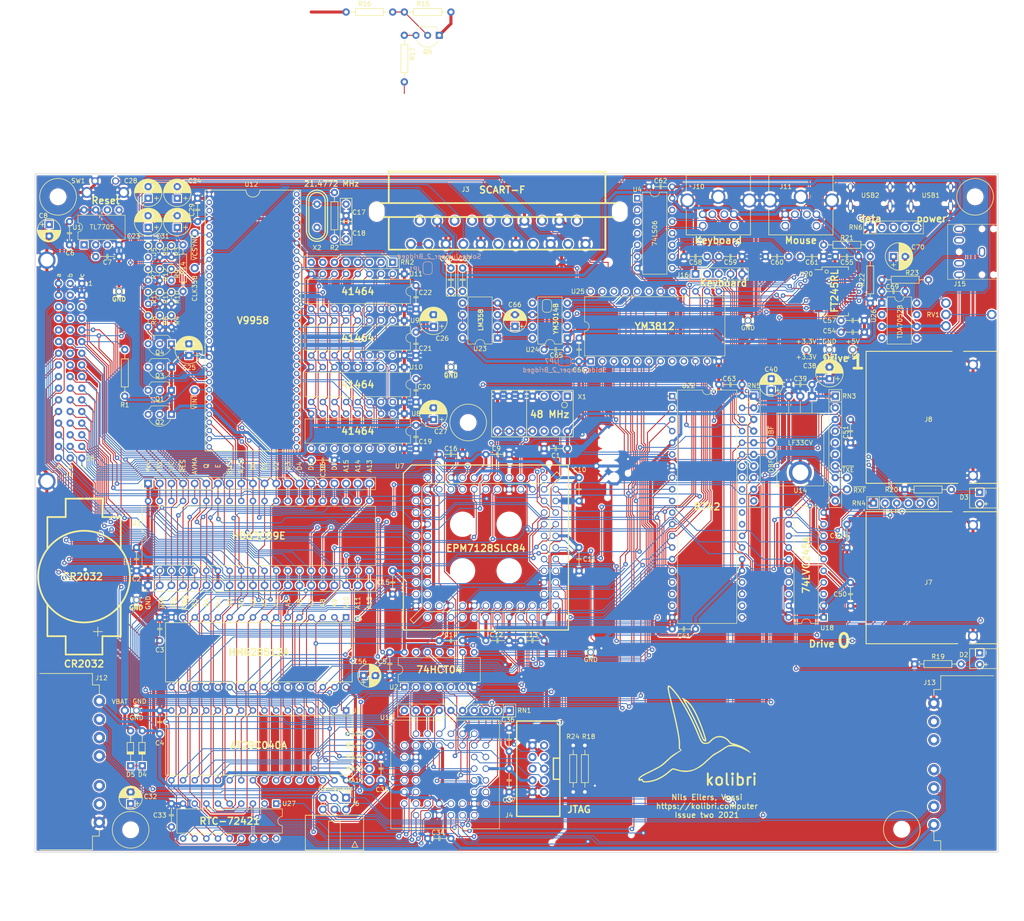
<source format=kicad_pcb>
(kicad_pcb (version 20171130) (host pcbnew 5.1.10)
  (layers (0 F.Cu signal) (31 B.Cu signal) (34 B.Paste user hide) (35 F.Paste user hide) (36 B.SilkS user) (37 F.SilkS user) (38 B.Mask user) (39 F.Mask user) (44 Edge.Cuts user))
  (net 0 "")
  (net 1 GND)
  (net 2 VCC)
  (net 3 /CPU/Q)
  (net 4 /CPU/MA18)
  (net 5 /CPU/MA17)
  (net 6 /CPU/MA16)
  (net 7 /CPU/MA15)
  (net 8 /CPU/MA14)
  (net 9 /Video/RD0)
  (net 10 /Video/RD1)
  (net 11 /Video/VR/~W)
  (net 12 /Video/~RAS)
  (net 13 /Video/AD6)
  (net 14 /Video/AD5)
  (net 15 /Video/AD4)
  (net 16 /Video/AD7)
  (net 17 /Video/AD3)
  (net 18 /Video/AD2)
  (net 19 /Video/AD1)
  (net 20 /Video/AD0)
  (net 21 /Video/RD2)
  (net 22 /Video/~CAS0)
  (net 23 /Video/RD3)
  (net 24 /Video/RD4)
  (net 25 /Video/RD5)
  (net 26 /Video/RD6)
  (net 27 /Video/RD7)
  (net 28 /Video/~CAS1)
  (net 29 +3.3V)
  (net 30 /Video/~VCSYNC)
  (net 31 /Video/VG)
  (net 32 /Video/VR)
  (net 33 /Video/VB)
  (net 34 D0)
  (net 35 D4)
  (net 36 D2)
  (net 37 D1)
  (net 38 D7)
  (net 39 D5)
  (net 40 D6)
  (net 41 D3)
  (net 42 /CPU/~ROMCS)
  (net 43 /CPU/~RAMCS)
  (net 44 /CPU/~Q)
  (net 45 ~RES)
  (net 46 A0)
  (net 47 A1)
  (net 48 A2)
  (net 49 A3)
  (net 50 ~RD)
  (net 51 MHZ12)
  (net 52 ~CSW)
  (net 53 "Net-(C7-Pad2)")
  (net 54 "Net-(C8-Pad1)")
  (net 55 "Net-(C30-Pad2)")
  (net 56 "Net-(C57-Pad2)")
  (net 57 "Net-(R2-Pad1)")
  (net 58 "Net-(C18-Pad1)")
  (net 59 "Net-(C31-Pad1)")
  (net 60 "Net-(R21-Pad2)")
  (net 61 /CPU/RW)
  (net 62 /CPU/MHZ48)
  (net 63 "Net-(C17-Pad1)")
  (net 64 ~VINT)
  (net 65 "Net-(D2-Pad2)")
  (net 66 "Net-(D3-Pad2)")
  (net 67 +5VA)
  (net 68 ~WR)
  (net 69 ~CS8742)
  (net 70 ~RTC)
  (net 71 SCLK)
  (net 72 MOSI)
  (net 73 MISO)
  (net 74 SD0)
  (net 75 SD1)
  (net 76 "Net-(RN2-Pad1)")
  (net 77 "Net-(RN2-Pad3)")
  (net 78 "Net-(RN2-Pad5)")
  (net 79 "Net-(RN2-Pad7)")
  (net 80 CLK358)
  (net 81 "Net-(BT1-Pad1)")
  (net 82 "Net-(C66-Pad1)")
  (net 83 AGND)
  (net 84 "Net-(C67-Pad2)")
  (net 85 "Net-(C68-Pad1)")
  (net 86 "Net-(J7-Pad8)")
  (net 87 "Net-(J7-Pad9)")
  (net 88 "Net-(J8-Pad9)")
  (net 89 "Net-(J8-Pad8)")
  (net 90 "Net-(U23-Pad1)")
  (net 91 "Net-(U23-Pad5)")
  (net 92 "/OPL2 sound/CLK")
  (net 93 "/OPL2 sound/SYNC")
  (net 94 "/OPL2 sound/DATA")
  (net 95 /Video/R)
  (net 96 /Video/G)
  (net 97 /Video/B)
  (net 98 AUDIO)
  (net 99 "Net-(R23-Pad2)")
  (net 100 "Net-(RV1-Pad2)")
  (net 101 "Net-(J15-PadS)")
  (net 102 "Net-(J15-PadR)")
  (net 103 ~AINT)
  (net 104 "Net-(U2-Pad6)")
  (net 105 "Net-(U2-Pad8)")
  (net 106 ~WAIT)
  (net 107 ~CSR)
  (net 108 WR245)
  (net 109 ~RD245)
  (net 110 ~OPL2)
  (net 111 /CPU/~IOEN)
  (net 112 "/SD Card/DO")
  (net 113 "/SD Card/CLK")
  (net 114 "/SD Card/DI")
  (net 115 "/SD Card/~CS0")
  (net 116 "/SD Card/~CS1")
  (net 117 ~RXF)
  (net 118 ~TXE)
  (net 119 PU1)
  (net 120 /CPU/~E)
  (net 121 /Video/~CSYNC)
  (net 122 "Net-(Q1-Pad3)")
  (net 123 "Net-(Q2-Pad3)")
  (net 124 "Net-(C23-Pad1)")
  (net 125 "Net-(C24-Pad1)")
  (net 126 "Net-(Q4-Pad2)")
  (net 127 "Net-(Q3-Pad3)")
  (net 128 "Net-(Q4-Pad3)")
  (net 129 "Net-(C28-Pad1)")
  (net 130 "Net-(C32-Pad1)")
  (net 131 /CPU/LIC)
  (net 132 "Net-(U22-Pad23)")
  (net 133 "Net-(U22-Pad37)")
  (net 134 "Net-(U22-Pad24)")
  (net 135 "Net-(U22-Pad38)")
  (net 136 "/Keyboard, Mouse/KCLK")
  (net 137 "/Keyboard, Mouse/KDTA")
  (net 138 "/Keyboard, Mouse/MCLK")
  (net 139 "/Keyboard, Mouse/MDTA")
  (net 140 "Net-(D2-Pad1)")
  (net 141 "Net-(D3-Pad1)")
  (net 142 WP0)
  (net 143 CD0)
  (net 144 CD1)
  (net 145 WP1)
  (net 146 LED1)
  (net 147 LED0)
  (net 148 ~IBF)
  (net 149 OBF)
  (net 150 "Net-(R21-Pad1)")
  (net 151 "Net-(U20-Pad16)")
  (net 152 "Net-(U20-Pad15)")
  (net 153 A7)
  (net 154 A6)
  (net 155 A5)
  (net 156 A4)
  (net 157 "/Gamepads and Interrupts/PD0")
  (net 158 "/Gamepads and Interrupts/PD1")
  (net 159 ~IRQ)
  (net 160 ~FIRQ)
  (net 161 ~NMI)
  (net 162 ~STD.P)
  (net 163 "/Gamepads and Interrupts/~PD1")
  (net 164 "/Gamepads and Interrupts/~PD0")
  (net 165 A12)
  (net 166 A11)
  (net 167 A10)
  (net 168 A9)
  (net 169 A8)
  (net 170 A15)
  (net 171 A14)
  (net 172 A13)
  (net 173 "/Gamepads and Interrupts/~LTCH")
  (net 174 "/Gamepads and Interrupts/~PCLK")
  (net 175 /CPU/TSC)
  (net 176 /CPU/~SPI2)
  (net 177 /CPU/~SPI1)
  (net 178 PU4)
  (net 179 ~CTRL)
  (net 180 "Net-(RN6-Pad2)")
  (net 181 "Net-(RN6-Pad3)")
  (net 182 "Net-(RN6-Pad5)")
  (net 183 "Net-(RN6-Pad4)")
  (net 184 /CPU/AVMA)
  (net 185 /CPU/BUSY)
  (net 186 ~EXTINT)
  (net 187 BS)
  (net 188 BA)
  (net 189 E)
  (net 190 "/Gamepads and Interrupts/LTCH")
  (net 191 "/Gamepads and Interrupts/PCLK")
  (net 192 "Net-(J3-Pad2)")
  (net 193 "Net-(J3-Pad6)")
  (net 194 "Net-(J3-Pad8)")
  (net 195 "Net-(J3-Pad10)")
  (net 196 "Net-(J3-Pad12)")
  (net 197 "Net-(J3-Pad20)")
  (net 198 "Net-(J4-Pad8)")
  (net 199 "Net-(J4-Pad7)")
  (net 200 "Net-(J4-Pad6)")
  (net 201 "Net-(J5-Pad2)")
  (net 202 "Net-(J5-Pad1)")
  (net 203 "Net-(J10-Pad2)")
  (net 204 "Net-(J10-Pad6)")
  (net 205 "Net-(J11-Pad6)")
  (net 206 "Net-(J11-Pad2)")
  (net 207 "Net-(J12-Pad6)")
  (net 208 "Net-(J12-Pad5)")
  (net 209 "Net-(J13-Pad5)")
  (net 210 "Net-(J13-Pad6)")
  (net 211 "Net-(J15-PadRN)")
  (net 212 "Net-(J15-PadTN)")
  (net 213 "Net-(U1-Pad6)")
  (net 214 "Net-(U7-Pad75)")
  (net 215 "Net-(U12-Pad2)")
  (net 216 "Net-(U12-Pad3)")
  (net 217 "Net-(U12-Pad5)")
  (net 218 "Net-(U12-Pad7)")
  (net 219 "Net-(U12-Pad10)")
  (net 220 "Net-(U12-Pad11)")
  (net 221 "Net-(U12-Pad12)")
  (net 222 "Net-(U12-Pad13)")
  (net 223 "Net-(U12-Pad14)")
  (net 224 "Net-(U12-Pad15)")
  (net 225 "Net-(U12-Pad16)")
  (net 226 "Net-(U12-Pad17)")
  (net 227 "Net-(U12-Pad18)")
  (net 228 "Net-(U12-Pad19)")
  (net 229 "Net-(U12-Pad59)")
  (net 230 RW)
  (net 231 "Net-(U18-Pad18)")
  (net 232 "Net-(U20-Pad28)")
  (net 233 "Net-(U20-Pad27)")
  (net 234 "Net-(U20-Pad24)")
  (net 235 "Net-(U20-Pad8)")
  (net 236 "Net-(U22-Pad34)")
  (net 237 "Net-(U22-Pad33)")
  (net 238 "Net-(U22-Pad32)")
  (net 239 "Net-(U22-Pad31)")
  (net 240 "Net-(U22-Pad11)")
  (net 241 "Net-(U22-Pad30)")
  (net 242 "Net-(U22-Pad29)")
  (net 243 "Net-(U22-Pad22)")
  (net 244 "Net-(U25-Pad22)")
  (net 245 "Net-(U25-Pad9)")
  (net 246 "Net-(U25-Pad8)")
  (net 247 "Net-(U26-Pad7)")
  (net 248 "Net-(USB1-Pad6)")
  (net 249 "Net-(USB1-Pad7)")
  (net 250 "Net-(USB1-Pad8)")
  (net 251 "Net-(USB1-Pad5)")
  (net 252 "Net-(USB1-Pad9)")
  (net 253 "Net-(USB1-Pad3)")
  (net 254 "Net-(USB2-Pad9)")
  (net 255 "Net-(USB2-Pad3)")
  (net 256 "Net-(X1-Pad1)")
  (net 257 "Net-(X1-Pad2)")
  (net 258 "Net-(X1-Pad3)")
  (net 259 "Net-(X1-Pad12)")
  (net 260 "Net-(X1-Pad13)")
  (net 261 "Net-(J16-Pad2)")
  (net 262 "Net-(RN5-Pad10)")
  (net 263 ~KBDRES)
  (net 264 "Net-(J3-Pad16)")
  (net 265 "Net-(Q5-Pad2)")
  (net 266 "Net-(Q5-Pad3)")
  (net 267 "Net-(RN5-Pad7)")
  (net 268 TDI)
  (net 269 TCK)
  (net 270 "Net-(J4-Pad3)")
  (net 271 TMS)
  (net 272 TDO)
  (module kolibri:HRO-TYPE-C-31-M-12 (layer F.Cu) (at 211.33 15.24 180)
    (fp_text reference USB1 (at 0 -4.445) (layer F.SilkS))
    (fp_text value HRO-TYPE-C-31-M-12)
    (pad 12 smd rect (at 3.225 -7.695 180) (size 0.6 1.45) (layers F.Cu F.Paste F.Mask) (net 1 GND))
    (pad 1 smd rect (at -3.225 -7.695 180) (size 0.6 1.45) (layers F.Cu F.Paste F.Mask) (net 1 GND))
    (pad 11 smd rect (at 2.45 -7.695 180) (size 0.6 1.45) (layers F.Cu F.Paste F.Mask) (net 2 VCC))
    (pad 2 smd rect (at -2.45 -7.695 180) (size 0.6 1.45) (layers F.Cu F.Paste F.Mask) (net 2 VCC))
    (pad 3 smd rect (at -1.75 -7.695 180) (size 0.3 1.45) (layers F.Cu F.Paste F.Mask) (net 253 "Net-(USB1-Pad3)"))
    (pad 10 smd rect (at 1.75 -7.695 180) (size 0.3 1.45) (layers F.Cu F.Paste F.Mask) (net 183 "Net-(RN6-Pad4)"))
    (pad 4 smd rect (at -1.25 -7.695 180) (size 0.3 1.45) (layers F.Cu F.Paste F.Mask) (net 182 "Net-(RN6-Pad5)"))
    (pad 9 smd rect (at 1.25 -7.695 180) (size 0.3 1.45) (layers F.Cu F.Paste F.Mask) (net 252 "Net-(USB1-Pad9)"))
    (pad 5 smd rect (at -0.75 -7.695 180) (size 0.3 1.45) (layers F.Cu F.Paste F.Mask) (net 251 "Net-(USB1-Pad5)"))
    (pad 8 smd rect (at 0.75 -7.695 180) (size 0.3 1.45) (layers F.Cu F.Paste F.Mask) (net 250 "Net-(USB1-Pad8)"))
    (pad 7 smd rect (at 0.25 -7.695 180) (size 0.3 1.45) (layers F.Cu F.Paste F.Mask) (net 249 "Net-(USB1-Pad7)"))
    (pad 6 smd rect (at -0.25 -7.695 180) (size 0.3 1.45) (layers F.Cu F.Paste F.Mask) (net 248 "Net-(USB1-Pad6)"))
    (pad "" np_thru_hole circle (at 2.89 -6.25 180) (size 0.65 0.65) (drill 0.65) (layers *.Cu *.Mask))
    (pad "" np_thru_hole circle (at -2.89 -6.25 180) (size 0.65 0.65) (drill 0.65) (layers *.Cu *.Mask))
    (pad 13 thru_hole oval (at -4.32 -6.78 180) (size 1 2.1) (drill oval 0.6 1.7) (layers *.Cu *.Mask) (net 1 GND))
    (pad 13 thru_hole oval (at 4.32 -6.78 180) (size 1 2.1) (drill oval 0.6 1.7) (layers *.Cu *.Mask) (net 1 GND))
    (pad 13 thru_hole oval (at -4.32 -2.6 180) (size 1 1.6) (drill oval 0.6 1.2) (layers *.Cu *.Mask) (net 1 GND))
    (pad 13 thru_hole oval (at 4.32 -2.6 180) (size 1 1.6) (drill oval 0.6 1.2) (layers *.Cu *.Mask) (net 1 GND))
  )
  (module kolibri:HRO-TYPE-C-31-M-12 (layer F.Cu) (at 198.12 15.24 180)
    (fp_text reference USB2 (at 0 -4.445 180) (layer F.SilkS))
    (fp_text value HRO-TYPE-C-31-M-12)
    (pad 13 thru_hole oval (at 4.32 -2.6 180) (size 1 1.6) (drill oval 0.6 1.2) (layers *.Cu *.Mask) (net 1 GND))
    (pad 13 thru_hole oval (at -4.32 -2.6 180) (size 1 1.6) (drill oval 0.6 1.2) (layers *.Cu *.Mask) (net 1 GND))
    (pad 13 thru_hole oval (at 4.32 -6.78 180) (size 1 2.1) (drill oval 0.6 1.7) (layers *.Cu *.Mask) (net 1 GND))
    (pad 13 thru_hole oval (at -4.32 -6.78 180) (size 1 2.1) (drill oval 0.6 1.7) (layers *.Cu *.Mask) (net 1 GND))
    (pad "" np_thru_hole circle (at -2.89 -6.25 180) (size 0.65 0.65) (drill 0.65) (layers *.Cu *.Mask))
    (pad "" np_thru_hole circle (at 2.89 -6.25 180) (size 0.65 0.65) (drill 0.65) (layers *.Cu *.Mask))
    (pad 6 smd rect (at -0.25 -7.695 180) (size 0.3 1.45) (layers F.Cu F.Paste F.Mask) (net 152 "Net-(U20-Pad15)"))
    (pad 7 smd rect (at 0.25 -7.695 180) (size 0.3 1.45) (layers F.Cu F.Paste F.Mask) (net 151 "Net-(U20-Pad16)"))
    (pad 8 smd rect (at 0.75 -7.695 180) (size 0.3 1.45) (layers F.Cu F.Paste F.Mask) (net 152 "Net-(U20-Pad15)"))
    (pad 5 smd rect (at -0.75 -7.695 180) (size 0.3 1.45) (layers F.Cu F.Paste F.Mask) (net 151 "Net-(U20-Pad16)"))
    (pad 9 smd rect (at 1.25 -7.695 180) (size 0.3 1.45) (layers F.Cu F.Paste F.Mask) (net 254 "Net-(USB2-Pad9)"))
    (pad 4 smd rect (at -1.25 -7.695 180) (size 0.3 1.45) (layers F.Cu F.Paste F.Mask) (net 181 "Net-(RN6-Pad3)"))
    (pad 10 smd rect (at 1.75 -7.695 180) (size 0.3 1.45) (layers F.Cu F.Paste F.Mask) (net 180 "Net-(RN6-Pad2)"))
    (pad 3 smd rect (at -1.75 -7.695 180) (size 0.3 1.45) (layers F.Cu F.Paste F.Mask) (net 255 "Net-(USB2-Pad3)"))
    (pad 2 smd rect (at -2.45 -7.695 180) (size 0.6 1.45) (layers F.Cu F.Paste F.Mask) (net 150 "Net-(R21-Pad1)"))
    (pad 11 smd rect (at 2.45 -7.695 180) (size 0.6 1.45) (layers F.Cu F.Paste F.Mask) (net 150 "Net-(R21-Pad1)"))
    (pad 1 smd rect (at -3.225 -7.695 180) (size 0.6 1.45) (layers F.Cu F.Paste F.Mask) (net 1 GND))
    (pad 12 smd rect (at 3.225 -7.695 180) (size 0.6 1.45) (layers F.Cu F.Paste F.Mask) (net 1 GND))
  )
  (module kolibri:PINTST (layer F.Cu) (at 184.15 53.34)
    (fp_text reference TP3 hide)
    (fp_text value +3.3V (at 0 1.6) (layer F.SilkS))
    (pad 1 thru_hole circle (at 0 0) (size 1.7 1.7) (drill 1) (layers *.Cu *.Mask) (net 29 +3.3V))
  )
  (module kolibri:PINTST (layer F.Cu) (at 194.31 53.34)
    (fp_text reference TP2 hide)
    (fp_text value +5V (at 0 1.6) (layer F.SilkS))
    (pad 1 thru_hole circle (at 0 0) (size 1.7 1.7) (drill 1) (layers *.Cu *.Mask) (net 2 VCC))
  )
  (module kolibri:PINTST (layer F.Cu) (at 137.16 119.38)
    (fp_text reference TP10 hide)
    (fp_text value GND (at 0 1.6) (layer F.SilkS))
    (pad 1 thru_hole circle (at 0 0) (size 1.7 1.7) (drill 1) (layers *.Cu *.Mask) (net 1 GND))
  )
  (module kolibri:PINTST (layer F.Cu) (at 171.45 46.99)
    (fp_text reference TP9 hide)
    (fp_text value GND (at 0 1.6) (layer F.SilkS))
    (pad 1 thru_hole circle (at 0 0) (size 1.7 1.7) (drill 1) (layers *.Cu *.Mask) (net 1 GND))
  )
  (module kolibri:PINTST (layer F.Cu) (at 189.23 53.34)
    (fp_text reference TP8 hide)
    (fp_text value GND (at 0 1.6) (layer F.SilkS))
    (pad 1 thru_hole circle (at 0 0) (size 1.7 1.7) (drill 1) (layers *.Cu *.Mask) (net 1 GND))
  )
  (module kolibri:PINTST (layer F.Cu) (at 106.68 57.15)
    (fp_text reference TP7 hide)
    (fp_text value GND (at 0 1.6) (layer F.SilkS))
    (pad 1 thru_hole circle (at 0 0) (size 1.7 1.7) (drill 1) (layers *.Cu *.Mask) (net 1 GND))
  )
  (module kolibri:PINTST (layer F.Cu) (at 34.29 40.64)
    (fp_text reference TP6 hide)
    (fp_text value GND (at 0 1.6) (layer F.SilkS))
    (pad 1 thru_hole circle (at 0 0) (size 1.7 1.7) (drill 1) (layers *.Cu *.Mask) (net 1 GND))
  )
  (module kolibri:PINTST (layer F.Cu) (at 38.1 107.95)
    (fp_text reference TP5 hide)
    (fp_text value GND (at 0 1.6) (layer F.SilkS))
    (pad 1 thru_hole circle (at 0 0) (size 1.7 1.7) (drill 1) (layers *.Cu *.Mask) (net 1 GND))
  )
  (module kolibri:PINTST (layer F.Cu) (at 38.1 132.08)
    (fp_text reference TP4 hide)
    (fp_text value GND (at 0 1.6) (layer F.SilkS))
    (pad 1 thru_hole circle (at 0 0) (size 1.7 1.7) (drill 1) (layers *.Cu *.Mask) (net 1 GND))
  )
  (module kolibri:M3-MOUNTHOLE (layer F.Cu) (at 21 20)
    (fp_text reference MH1 hide)
    (fp_text value "M3x6 + DI 8MM")
    (pad "" np_thru_hole circle (at 0 0) (size 3.2 3.2) (drill 3.2) (layers *.Cu *.Mask))
  )
  (module kolibri:kolibri-logo (layer F.Cu) (at 160.02 137.795)
    (fp_text reference G*** hide)
    (fp_text value LOGO hide)
  )
  (module kolibri:DIP-24 (layer F.Cu) (at 137.16 55.88 90)
    (fp_text reference U25 (at 15.24 -2.794 180) (layer F.SilkS))
    (fp_text value YM3812 (at 7.62 13.97) (layer F.SilkS) (effects (font (size 1.5 1.5) (thickness 0.3))))
    (pad 24 thru_hole circle (at 15.24 0 90) (size 1.4224 1.4224) (drill 0.8) (layers *.Cu *.Mask) (net 80 CLK358))
    (pad 12 thru_hole circle (at 0 27.94 90) (size 1.4224 1.4224) (drill 0.8) (layers *.Cu *.Mask) (net 1 GND))
    (pad 23 thru_hole circle (at 15.24 2.54 90) (size 1.4224 1.4224) (drill 0.8) (layers *.Cu *.Mask) (net 92 "/OPL2 sound/CLK"))
    (pad 11 thru_hole circle (at 0 25.4 90) (size 1.4224 1.4224) (drill 0.8) (layers *.Cu *.Mask) (net 37 D1))
    (pad 22 thru_hole circle (at 15.24 5.08 90) (size 1.4224 1.4224) (drill 0.8) (layers *.Cu *.Mask) (net 244 "Net-(U25-Pad22)"))
    (pad 10 thru_hole circle (at 0 22.86 90) (size 1.4224 1.4224) (drill 0.8) (layers *.Cu *.Mask) (net 34 D0))
    (pad 21 thru_hole circle (at 15.24 7.62 90) (size 1.4224 1.4224) (drill 0.8) (layers *.Cu *.Mask) (net 94 "/OPL2 sound/DATA"))
    (pad 9 thru_hole circle (at 0 20.32 90) (size 1.4224 1.4224) (drill 0.8) (layers *.Cu *.Mask) (net 245 "Net-(U25-Pad9)"))
    (pad 20 thru_hole circle (at 15.24 10.16 90) (size 1.4224 1.4224) (drill 0.8) (layers *.Cu *.Mask) (net 93 "/OPL2 sound/SYNC"))
    (pad 8 thru_hole circle (at 0 17.78 90) (size 1.4224 1.4224) (drill 0.8) (layers *.Cu *.Mask) (net 246 "Net-(U25-Pad8)"))
    (pad 19 thru_hole circle (at 15.24 12.7 90) (size 1.4224 1.4224) (drill 0.8) (layers *.Cu *.Mask))
    (pad 7 thru_hole circle (at 0 15.24 90) (size 1.4224 1.4224) (drill 0.8) (layers *.Cu *.Mask) (net 110 ~OPL2))
    (pad 18 thru_hole circle (at 15.24 15.24 90) (size 1.4224 1.4224) (drill 0.8) (layers *.Cu *.Mask) (net 38 D7))
    (pad 6 thru_hole circle (at 0 12.7 90) (size 1.4224 1.4224) (drill 0.8) (layers *.Cu *.Mask) (net 50 ~RD))
    (pad 17 thru_hole circle (at 15.24 17.78 90) (size 1.4224 1.4224) (drill 0.8) (layers *.Cu *.Mask) (net 40 D6))
    (pad 5 thru_hole circle (at 0 10.16 90) (size 1.4224 1.4224) (drill 0.8) (layers *.Cu *.Mask) (net 68 ~WR))
    (pad 16 thru_hole circle (at 15.24 20.32 90) (size 1.4224 1.4224) (drill 0.8) (layers *.Cu *.Mask) (net 39 D5))
    (pad 4 thru_hole circle (at 0 7.62 90) (size 1.4224 1.4224) (drill 0.8) (layers *.Cu *.Mask) (net 46 A0))
    (pad 15 thru_hole circle (at 15.24 22.86 90) (size 1.4224 1.4224) (drill 0.8) (layers *.Cu *.Mask) (net 35 D4))
    (pad 3 thru_hole circle (at 0 5.08 90) (size 1.4224 1.4224) (drill 0.8) (layers *.Cu *.Mask) (net 45 ~RES))
    (pad 14 thru_hole circle (at 15.24 25.4 90) (size 1.4224 1.4224) (drill 0.8) (layers *.Cu *.Mask) (net 41 D3))
    (pad 2 thru_hole circle (at 0 2.54 90) (size 1.4224 1.4224) (drill 0.8) (layers *.Cu *.Mask) (net 103 ~AINT))
    (pad 13 thru_hole circle (at 15.24 27.94 90) (size 1.4224 1.4224) (drill 0.8) (layers *.Cu *.Mask) (net 36 D2))
    (pad 1 thru_hole rect (at 0 0 90) (size 1.4224 1.4224) (drill 0.8) (layers *.Cu *.Mask) (net 2 VCC))
  )
  (module kolibri:PLCC-84 (layer F.Cu) (at 114.3 96.52 180)
    (fp_text reference U7 (at 18.796 17.78) (layer F.SilkS))
    (fp_text value EPM7128SLC84 (at 0 -0.1704) (layer F.SilkS) (effects (font (size 1.5 1.5) (thickness 0.3))))
    (pad 2 thru_hole circle (at 0 12.7 180) (size 1.4224 1.4224) (drill 1) (layers *.Cu *.Mask) (net 106 ~WAIT))
    (pad 1 thru_hole circle (at 0 15.24 180) (size 1.4224 1.4224) (drill 1) (layers *.Cu *.Mask) (net 45 ~RES))
    (pad 3 thru_hole circle (at 2.54 15.24 180) (size 1.4224 1.4224) (drill 1) (layers *.Cu *.Mask) (net 2 VCC))
    (pad 4 thru_hole circle (at 2.54 12.7 180) (size 1.4224 1.4224) (drill 1) (layers *.Cu *.Mask) (net 107 ~CSR))
    (pad 5 thru_hole circle (at 5.08 15.24 180) (size 1.4224 1.4224) (drill 1) (layers *.Cu *.Mask) (net 52 ~CSW))
    (pad 6 thru_hole circle (at 5.08 12.7 180) (size 1.4224 1.4224) (drill 1) (layers *.Cu *.Mask) (net 74 SD0))
    (pad 7 thru_hole circle (at 7.62 15.24 180) (size 1.4224 1.4224) (drill 1) (layers *.Cu *.Mask) (net 1 GND))
    (pad 8 thru_hole circle (at 7.62 12.7 180) (size 1.4224 1.4224) (drill 1) (layers *.Cu *.Mask) (net 175 /CPU/TSC))
    (pad 9 thru_hole circle (at 10.16 15.24 180) (size 1.4224 1.4224) (drill 1) (layers *.Cu *.Mask) (net 51 MHZ12))
    (pad 10 thru_hole circle (at 10.16 12.7 180) (size 1.4224 1.4224) (drill 1) (layers *.Cu *.Mask) (net 61 /CPU/RW))
    (pad 11 thru_hole circle (at 12.7 15.24 180) (size 1.4224 1.4224) (drill 1) (layers *.Cu *.Mask) (net 39 D5))
    (pad 12 thru_hole circle (at 15.24 12.7 180) (size 1.4224 1.4224) (drill 1) (layers *.Cu *.Mask) (net 171 A14))
    (pad 13 thru_hole circle (at 12.7 12.7 180) (size 1.4224 1.4224) (drill 1) (layers *.Cu *.Mask) (net 2 VCC))
    (pad 14 thru_hole circle (at 15.24 10.16 180) (size 1.4224 1.4224) (drill 1) (layers *.Cu *.Mask) (net 268 TDI))
    (pad 15 thru_hole circle (at 12.7 10.16 180) (size 1.4224 1.4224) (drill 1) (layers *.Cu *.Mask) (net 172 A13))
    (pad 16 thru_hole circle (at 15.24 7.62 180) (size 1.4224 1.4224) (drill 1) (layers *.Cu *.Mask) (net 40 D6))
    (pad 17 thru_hole circle (at 12.7 7.62 180) (size 1.4224 1.4224) (drill 1) (layers *.Cu *.Mask) (net 170 A15))
    (pad 18 thru_hole circle (at 15.24 5.08 180) (size 1.4224 1.4224) (drill 1) (layers *.Cu *.Mask) (net 38 D7))
    (pad 19 thru_hole circle (at 12.7 5.08 180) (size 1.4224 1.4224) (drill 1) (layers *.Cu *.Mask) (net 1 GND))
    (pad 20 thru_hole circle (at 15.24 2.54 180) (size 1.4224 1.4224) (drill 1) (layers *.Cu *.Mask) (net 169 A8))
    (pad 21 thru_hole circle (at 12.7 2.54 180) (size 1.4224 1.4224) (drill 1) (layers *.Cu *.Mask) (net 153 A7))
    (pad 22 thru_hole circle (at 15.24 0 180) (size 1.4224 1.4224) (drill 1) (layers *.Cu *.Mask) (net 168 A9))
    (pad 23 thru_hole circle (at 12.7 0 180) (size 1.4224 1.4224) (drill 1) (layers *.Cu *.Mask) (net 271 TMS))
    (pad 24 thru_hole circle (at 15.24 -2.54 180) (size 1.4224 1.4224) (drill 1) (layers *.Cu *.Mask) (net 166 A11))
    (pad 25 thru_hole circle (at 12.7 -2.54 180) (size 1.4224 1.4224) (drill 1) (layers *.Cu *.Mask) (net 167 A10))
    (pad 26 thru_hole circle (at 15.24 -5.08 180) (size 1.4224 1.4224) (drill 1) (layers *.Cu *.Mask) (net 2 VCC))
    (pad 27 thru_hole circle (at 12.7 -5.08 180) (size 1.4224 1.4224) (drill 1) (layers *.Cu *.Mask) (net 165 A12))
    (pad 32 thru_hole circle (at 15.24 -12.7 180) (size 1.4224 1.4224) (drill 1) (layers *.Cu *.Mask) (net 1 GND))
    (pad 28 thru_hole circle (at 15.24 -7.62 180) (size 1.4224 1.4224) (drill 1) (layers *.Cu *.Mask) (net 47 A1))
    (pad 29 thru_hole circle (at 12.7 -7.62 180) (size 1.4224 1.4224) (drill 1) (layers *.Cu *.Mask) (net 46 A0))
    (pad 30 thru_hole circle (at 15.24 -10.16 180) (size 1.4224 1.4224) (drill 1) (layers *.Cu *.Mask) (net 49 A3))
    (pad 31 thru_hole circle (at 12.7 -10.16 180) (size 1.4224 1.4224) (drill 1) (layers *.Cu *.Mask) (net 48 A2))
    (pad 33 thru_hole circle (at 12.7 -15.24 180) (size 1.4224 1.4224) (drill 1) (layers *.Cu *.Mask) (net 156 A4))
    (pad 34 thru_hole circle (at 12.7 -12.7 180) (size 1.4224 1.4224) (drill 1) (layers *.Cu *.Mask) (net 154 A6))
    (pad 35 thru_hole circle (at 10.16 -15.24 180) (size 1.4224 1.4224) (drill 1) (layers *.Cu *.Mask) (net 34 D0))
    (pad 36 thru_hole circle (at 10.16 -12.7 180) (size 1.4224 1.4224) (drill 1) (layers *.Cu *.Mask) (net 155 A5))
    (pad 37 thru_hole circle (at 7.62 -15.24 180) (size 1.4224 1.4224) (drill 1) (layers *.Cu *.Mask) (net 36 D2))
    (pad 38 thru_hole circle (at 7.62 -12.7 180) (size 1.4224 1.4224) (drill 1) (layers *.Cu *.Mask) (net 2 VCC))
    (pad 39 thru_hole circle (at 5.08 -15.24 180) (size 1.4224 1.4224) (drill 1) (layers *.Cu *.Mask) (net 41 D3))
    (pad 40 thru_hole circle (at 5.08 -12.7 180) (size 1.4224 1.4224) (drill 1) (layers *.Cu *.Mask) (net 37 D1))
    (pad 41 thru_hole circle (at 2.54 -15.24 180) (size 1.4224 1.4224) (drill 1) (layers *.Cu *.Mask) (net 35 D4))
    (pad 42 thru_hole circle (at 2.54 -12.7 180) (size 1.4224 1.4224) (drill 1) (layers *.Cu *.Mask) (net 1 GND))
    (pad 43 thru_hole circle (at 0 -15.24 180) (size 1.4224 1.4224) (drill 1) (layers *.Cu *.Mask) (net 2 VCC))
    (pad 44 thru_hole circle (at 0 -12.7 180) (size 1.4224 1.4224) (drill 1) (layers *.Cu *.Mask) (net 120 /CPU/~E))
    (pad 45 thru_hole circle (at -2.54 -15.24 180) (size 1.4224 1.4224) (drill 1) (layers *.Cu *.Mask) (net 44 /CPU/~Q))
    (pad 46 thru_hole circle (at -2.54 -12.7 180) (size 1.4224 1.4224) (drill 1) (layers *.Cu *.Mask) (net 8 /CPU/MA14))
    (pad 47 thru_hole circle (at -5.08 -15.24 180) (size 1.4224 1.4224) (drill 1) (layers *.Cu *.Mask) (net 1 GND))
    (pad 48 thru_hole circle (at -5.08 -12.7 180) (size 1.4224 1.4224) (drill 1) (layers *.Cu *.Mask) (net 5 /CPU/MA17))
    (pad 49 thru_hole circle (at -7.62 -15.24 180) (size 1.4224 1.4224) (drill 1) (layers *.Cu *.Mask) (net 6 /CPU/MA16))
    (pad 50 thru_hole circle (at -7.62 -12.7 180) (size 1.4224 1.4224) (drill 1) (layers *.Cu *.Mask) (net 7 /CPU/MA15))
    (pad 51 thru_hole circle (at -10.16 -15.24 180) (size 1.4224 1.4224) (drill 1) (layers *.Cu *.Mask) (net 50 ~RD))
    (pad 52 thru_hole circle (at -10.16 -12.7 180) (size 1.4224 1.4224) (drill 1) (layers *.Cu *.Mask) (net 4 /CPU/MA18))
    (pad 53 thru_hole circle (at -12.7 -15.24 180) (size 1.4224 1.4224) (drill 1) (layers *.Cu *.Mask) (net 2 VCC))
    (pad 54 thru_hole circle (at -15.24 -12.7 180) (size 1.4224 1.4224) (drill 1) (layers *.Cu *.Mask) (net 42 /CPU/~ROMCS))
    (pad 55 thru_hole circle (at -12.7 -12.7 180) (size 1.4224 1.4224) (drill 1) (layers *.Cu *.Mask) (net 68 ~WR))
    (pad 56 thru_hole circle (at -15.24 -10.16 180) (size 1.4224 1.4224) (drill 1) (layers *.Cu *.Mask) (net 179 ~CTRL))
    (pad 57 thru_hole circle (at -12.7 -10.16 180) (size 1.4224 1.4224) (drill 1) (layers *.Cu *.Mask) (net 43 /CPU/~RAMCS))
    (pad 58 thru_hole circle (at -15.24 -7.62 180) (size 1.4224 1.4224) (drill 1) (layers *.Cu *.Mask) (net 70 ~RTC))
    (pad 59 thru_hole circle (at -12.7 -7.62 180) (size 1.4224 1.4224) (drill 1) (layers *.Cu *.Mask) (net 1 GND))
    (pad 60 thru_hole circle (at -15.24 -5.08 180) (size 1.4224 1.4224) (drill 1) (layers *.Cu *.Mask) (net 143 CD0))
    (pad 61 thru_hole circle (at -12.7 -5.08 180) (size 1.4224 1.4224) (drill 1) (layers *.Cu *.Mask) (net 111 /CPU/~IOEN))
    (pad 62 thru_hole circle (at -15.24 -2.54 180) (size 1.4224 1.4224) (drill 1) (layers *.Cu *.Mask) (net 269 TCK))
    (pad 63 thru_hole circle (at -12.7 -2.54 180) (size 1.4224 1.4224) (drill 1) (layers *.Cu *.Mask) (net 142 WP0))
    (pad 64 thru_hole circle (at -15.24 0 180) (size 1.4224 1.4224) (drill 1) (layers *.Cu *.Mask) (net 144 CD1))
    (pad 65 thru_hole circle (at -12.7 0 180) (size 1.4224 1.4224) (drill 1) (layers *.Cu *.Mask) (net 145 WP1))
    (pad 66 thru_hole circle (at -15.24 2.54 180) (size 1.4224 1.4224) (drill 1) (layers *.Cu *.Mask) (net 2 VCC))
    (pad 67 thru_hole circle (at -12.7 2.54 180) (size 1.4224 1.4224) (drill 1) (layers *.Cu *.Mask) (net 147 LED0))
    (pad 68 thru_hole circle (at -15.24 5.08 180) (size 1.4224 1.4224) (drill 1) (layers *.Cu *.Mask) (net 176 /CPU/~SPI2))
    (pad 69 thru_hole circle (at -12.7 5.08 180) (size 1.4224 1.4224) (drill 1) (layers *.Cu *.Mask) (net 177 /CPU/~SPI1))
    (pad 70 thru_hole circle (at -15.24 7.62 180) (size 1.4224 1.4224) (drill 1) (layers *.Cu *.Mask) (net 109 ~RD245))
    (pad 71 thru_hole circle (at -12.7 7.62 180) (size 1.4224 1.4224) (drill 1) (layers *.Cu *.Mask) (net 272 TDO))
    (pad 72 thru_hole circle (at -15.24 10.16 180) (size 1.4224 1.4224) (drill 1) (layers *.Cu *.Mask) (net 1 GND))
    (pad 73 thru_hole circle (at -12.7 10.16 180) (size 1.4224 1.4224) (drill 1) (layers *.Cu *.Mask) (net 72 MOSI))
    (pad 74 thru_hole circle (at -15.24 12.7 180) (size 1.4224 1.4224) (drill 1) (layers *.Cu *.Mask) (net 71 SCLK))
    (pad 75 thru_hole circle (at -12.7 15.24 180) (size 1.4224 1.4224) (drill 1) (layers *.Cu *.Mask) (net 214 "Net-(U7-Pad75)"))
    (pad 76 thru_hole circle (at -12.7 12.7 180) (size 1.4224 1.4224) (drill 1) (layers *.Cu *.Mask) (net 69 ~CS8742))
    (pad 77 thru_hole circle (at -10.16 15.24 180) (size 1.4224 1.4224) (drill 1) (layers *.Cu *.Mask) (net 146 LED1))
    (pad 78 thru_hole circle (at -10.16 12.7 180) (size 1.4224 1.4224) (drill 1) (layers *.Cu *.Mask) (net 2 VCC))
    (pad 79 thru_hole circle (at -7.62 15.24 180) (size 1.4224 1.4224) (drill 1) (layers *.Cu *.Mask) (net 110 ~OPL2))
    (pad 80 thru_hole circle (at -7.62 12.7 180) (size 1.4224 1.4224) (drill 1) (layers *.Cu *.Mask) (net 75 SD1))
    (pad 81 thru_hole circle (at -5.08 15.24 180) (size 1.4224 1.4224) (drill 1) (layers *.Cu *.Mask) (net 108 WR245))
    (pad 82 thru_hole circle (at -5.08 12.7 180) (size 1.4224 1.4224) (drill 1) (layers *.Cu *.Mask) (net 1 GND))
    (pad 83 thru_hole circle (at -2.54 15.24 180) (size 1.4224 1.4224) (drill 1) (layers *.Cu *.Mask) (net 62 /CPU/MHZ48))
    (pad 84 thru_hole circle (at -2.54 12.7 180) (size 1.4224 1.4224) (drill 1) (layers *.Cu *.Mask) (net 73 MISO))
    (pad "" np_thru_hole circle (at 5.08 -5.08 180) (size 5 5) (drill 5) (layers *.Cu *.Mask))
    (pad "" np_thru_hole circle (at -5.08 -5.08 180) (size 5 5) (drill 5) (layers *.Cu *.Mask))
    (pad "" np_thru_hole circle (at -5.08 5.08 180) (size 5 5) (drill 5) (layers *.Cu *.Mask))
    (pad "" np_thru_hole circle (at 5.08 5.08 180) (size 5 5) (drill 5) (layers *.Cu *.Mask))
  )
  (module kolibri:OSC (layer F.Cu) (at 132.08 63.5 270)
    (fp_text reference X1 (at 0.1344 -3.2062 180) (layer F.SilkS))
    (fp_text value "48 MHz" (at 3.9624 3.8608) (layer F.SilkS) (effects (font (size 1.5 1.5) (thickness 0.3))))
    (pad 1 thru_hole rect (at 0 0 270) (size 1.6 1.6) (drill 0.8) (layers *.Cu *.Mask) (net 256 "Net-(X1-Pad1)"))
    (pad 8 thru_hole circle (at 7.62 15.24 270) (size 1.6 1.6) (drill 0.8) (layers *.Cu *.Mask) (net 62 /CPU/MHZ48))
    (pad 2 thru_hole circle (at 0 2.54 270) (size 1.6 1.6) (drill 0.8) (layers *.Cu *.Mask) (net 257 "Net-(X1-Pad2)"))
    (pad 9 thru_hole circle (at 7.62 12.7 270) (size 1.6 1.6) (drill 0.8) (layers *.Cu *.Mask) (net 62 /CPU/MHZ48))
    (pad 3 thru_hole circle (at 0 5.08 270) (size 1.6 1.6) (drill 0.8) (layers *.Cu *.Mask) (net 258 "Net-(X1-Pad3)"))
    (pad 10 thru_hole circle (at 7.62 10.16 270) (size 1.6 1.6) (drill 0.8) (layers *.Cu *.Mask) (net 62 /CPU/MHZ48))
    (pad 4 thru_hole circle (at 0 7.62 270) (size 1.6 1.6) (drill 0.8) (layers *.Cu *.Mask) (net 1 GND))
    (pad 11 thru_hole circle (at 7.62 7.62 270) (size 1.6 1.6) (drill 0.8) (layers *.Cu *.Mask) (net 62 /CPU/MHZ48))
    (pad 5 thru_hole circle (at 0 10.16 270) (size 1.6 1.6) (drill 0.8) (layers *.Cu *.Mask) (net 1 GND))
    (pad 12 thru_hole circle (at 7.62 5.08 270) (size 1.6 1.6) (drill 0.8) (layers *.Cu *.Mask) (net 259 "Net-(X1-Pad12)"))
    (pad 6 thru_hole circle (at 0 12.7 270) (size 1.6 1.6) (drill 0.8) (layers *.Cu *.Mask) (net 1 GND))
    (pad 13 thru_hole circle (at 7.62 2.54 270) (size 1.6 1.6) (drill 0.8) (layers *.Cu *.Mask) (net 260 "Net-(X1-Pad13)"))
    (pad 7 thru_hole circle (at 0 15.24 270) (size 1.6 1.6) (drill 0.8) (layers *.Cu *.Mask) (net 1 GND))
    (pad 14 thru_hole circle (at 7.62 0 270) (size 1.6 1.6) (drill 0.8) (layers *.Cu *.Mask) (net 2 VCC))
  )
  (module kolibri:DIP-18 (layer F.Cu) (at 96.52 67.31 270)
    (fp_text reference U8 (at 0 -2.54 180) (layer F.SilkS))
    (fp_text value 41464 (at 3.81 10.16) (layer F.SilkS) (effects (font (size 1.5 1.5) (thickness 0.3))))
    (pad 18 thru_hole circle (at 7.62 0 270) (size 1.4224 1.4224) (drill 0.8) (layers *.Cu *.Mask) (net 1 GND))
    (pad 9 thru_hole circle (at 0 20.32 270) (size 1.4224 1.4224) (drill 0.8) (layers *.Cu *.Mask) (net 2 VCC))
    (pad 17 thru_hole circle (at 7.62 2.54 270) (size 1.4224 1.4224) (drill 0.8) (layers *.Cu *.Mask) (net 23 /Video/RD3))
    (pad 8 thru_hole circle (at 0 17.78 270) (size 1.4224 1.4224) (drill 0.8) (layers *.Cu *.Mask) (net 15 /Video/AD4))
    (pad 16 thru_hole circle (at 7.62 5.08 270) (size 1.4224 1.4224) (drill 0.8) (layers *.Cu *.Mask) (net 22 /Video/~CAS0))
    (pad 7 thru_hole circle (at 0 15.24 270) (size 1.4224 1.4224) (drill 0.8) (layers *.Cu *.Mask) (net 14 /Video/AD5))
    (pad 15 thru_hole circle (at 7.62 7.62 270) (size 1.4224 1.4224) (drill 0.8) (layers *.Cu *.Mask) (net 21 /Video/RD2))
    (pad 6 thru_hole circle (at 0 12.7 270) (size 1.4224 1.4224) (drill 0.8) (layers *.Cu *.Mask) (net 13 /Video/AD6))
    (pad 14 thru_hole circle (at 7.62 10.16 270) (size 1.4224 1.4224) (drill 0.8) (layers *.Cu *.Mask) (net 20 /Video/AD0))
    (pad 5 thru_hole circle (at 0 10.16 270) (size 1.4224 1.4224) (drill 0.8) (layers *.Cu *.Mask) (net 12 /Video/~RAS))
    (pad 13 thru_hole circle (at 7.62 12.7 270) (size 1.4224 1.4224) (drill 0.8) (layers *.Cu *.Mask) (net 19 /Video/AD1))
    (pad 4 thru_hole circle (at 0 7.62 270) (size 1.4224 1.4224) (drill 0.8) (layers *.Cu *.Mask) (net 11 /Video/VR/~W))
    (pad 12 thru_hole circle (at 7.62 15.24 270) (size 1.4224 1.4224) (drill 0.8) (layers *.Cu *.Mask) (net 18 /Video/AD2))
    (pad 3 thru_hole circle (at 0 5.08 270) (size 1.4224 1.4224) (drill 0.8) (layers *.Cu *.Mask) (net 10 /Video/RD1))
    (pad 11 thru_hole circle (at 7.62 17.78 270) (size 1.4224 1.4224) (drill 0.8) (layers *.Cu *.Mask) (net 17 /Video/AD3))
    (pad 2 thru_hole circle (at 0 2.54 270) (size 1.4224 1.4224) (drill 0.8) (layers *.Cu *.Mask) (net 9 /Video/RD0))
    (pad 10 thru_hole circle (at 7.62 20.32 270) (size 1.4224 1.4224) (drill 0.8) (layers *.Cu *.Mask) (net 16 /Video/AD7))
    (pad 1 thru_hole rect (at 0 0 270) (size 1.4224 1.4224) (drill 0.8) (layers *.Cu *.Mask) (net 1 GND))
  )
  (module kolibri:M3-MOUNTHOLE (layer F.Cu) (at 110.4392 69.2404)
    (fp_text reference MH5 hide)
    (fp_text value "M3x6 + DI 8MM")
    (pad "" np_thru_hole circle (at 0 0) (size 3.2 3.2) (drill 3.2) (layers *.Cu *.Mask))
  )
  (module kolibri:M3-MOUNTHOLE (layer F.Cu) (at 205 158)
    (fp_text reference MH3 hide)
    (fp_text value "M3x6 + DI 8MM")
    (pad "" np_thru_hole circle (at 0 0) (size 3.2 3.2) (drill 3.2) (layers *.Cu *.Mask))
  )
  (module kolibri:FL-R2-48W (layer F.Cu) (at 21.1 77 270)
    (fp_text reference J1 (at 3.559 -2.2934 180) (layer F.SilkS))
    (fp_text value FLR248W)
    (fp_text user c (at -39.878 -5.08 90) (layer F.SilkS))
    (fp_text user b (at -39.878 -2.54 90) (layer F.SilkS))
    (fp_text user a (at -39.878 0 90) (layer F.SilkS))
    (fp_text user c (at 1.905 -5.08 90) (layer F.SilkS))
    (fp_text user b (at 1.905 -2.54 90) (layer F.SilkS))
    (fp_text user a (at 1.905 0 90) (layer F.SilkS))
    (fp_text user 1 (at -38.1 -6.985 180) (layer F.SilkS))
    (fp_text user 16 (at 0 -6.985 180) (layer F.SilkS))
    (pad 48 thru_hole circle (at 0 -5.08 270) (size 1.6 1.6) (drill 0.8) (layers *.Cu *.Mask) (net 34 D0))
    (pad 47 thru_hole circle (at -2.54 -5.08 270) (size 1.6 1.6) (drill 0.8) (layers *.Cu *.Mask) (net 37 D1))
    (pad 46 thru_hole circle (at -5.08 -5.08 270) (size 1.6 1.6) (drill 0.8) (layers *.Cu *.Mask) (net 36 D2))
    (pad 45 thru_hole circle (at -7.62 -5.08 270) (size 1.6 1.6) (drill 0.8) (layers *.Cu *.Mask) (net 41 D3))
    (pad 44 thru_hole circle (at -10.16 -5.08 270) (size 1.6 1.6) (drill 0.8) (layers *.Cu *.Mask) (net 35 D4))
    (pad 43 thru_hole circle (at -12.7 -5.08 270) (size 1.6 1.6) (drill 0.8) (layers *.Cu *.Mask) (net 39 D5))
    (pad 42 thru_hole circle (at -15.24 -5.08 270) (size 1.6 1.6) (drill 0.8) (layers *.Cu *.Mask) (net 40 D6))
    (pad 41 thru_hole circle (at -17.78 -5.08 270) (size 1.6 1.6) (drill 0.8) (layers *.Cu *.Mask) (net 38 D7))
    (pad 40 thru_hole circle (at -20.32 -5.08 270) (size 1.6 1.6) (drill 0.8) (layers *.Cu *.Mask) (net 189 E))
    (pad 39 thru_hole circle (at -22.86 -5.08 270) (size 1.6 1.6) (drill 0.8) (layers *.Cu *.Mask) (net 3 /CPU/Q))
    (pad 38 thru_hole circle (at -25.4 -5.08 270) (size 1.6 1.6) (drill 0.8) (layers *.Cu *.Mask) (net 186 ~EXTINT))
    (pad 37 thru_hole circle (at -27.94 -5.08 270) (size 1.6 1.6) (drill 0.8) (layers *.Cu *.Mask) (net 160 ~FIRQ))
    (pad 36 thru_hole circle (at -30.48 -5.08 270) (size 1.6 1.6) (drill 0.8) (layers *.Cu *.Mask) (net 159 ~IRQ))
    (pad 35 thru_hole circle (at -33.02 -5.08 270) (size 1.6 1.6) (drill 0.8) (layers *.Cu *.Mask) (net 161 ~NMI))
    (pad 34 thru_hole circle (at -35.56 -5.08 270) (size 1.6 1.6) (drill 0.8) (layers *.Cu *.Mask) (net 1 GND))
    (pad 33 thru_hole circle (at -38.1 -5.08 270) (size 1.6 1.6) (drill 0.8) (layers *.Cu *.Mask) (net 1 GND))
    (pad 32 thru_hole circle (at 0 -2.54 270) (size 1.6 1.6) (drill 0.8) (layers *.Cu *.Mask) (net 46 A0))
    (pad 31 thru_hole circle (at -2.54 -2.54 270) (size 1.6 1.6) (drill 0.8) (layers *.Cu *.Mask) (net 47 A1))
    (pad 30 thru_hole circle (at -5.08 -2.54 270) (size 1.6 1.6) (drill 0.8) (layers *.Cu *.Mask) (net 48 A2))
    (pad 29 thru_hole circle (at -7.62 -2.54 270) (size 1.6 1.6) (drill 0.8) (layers *.Cu *.Mask) (net 49 A3))
    (pad 28 thru_hole circle (at -10.16 -2.54 270) (size 1.6 1.6) (drill 0.8) (layers *.Cu *.Mask) (net 156 A4))
    (pad 27 thru_hole circle (at -12.7 -2.54 270) (size 1.6 1.6) (drill 0.8) (layers *.Cu *.Mask) (net 155 A5))
    (pad 26 thru_hole circle (at -15.24 -2.54 270) (size 1.6 1.6) (drill 0.8) (layers *.Cu *.Mask) (net 154 A6))
    (pad 25 thru_hole circle (at -17.78 -2.54 270) (size 1.6 1.6) (drill 0.8) (layers *.Cu *.Mask) (net 153 A7))
    (pad 24 thru_hole circle (at -20.32 -2.54 270) (size 1.6 1.6) (drill 0.8) (layers *.Cu *.Mask) (net 175 /CPU/TSC))
    (pad 23 thru_hole circle (at -22.86 -2.54 270) (size 1.6 1.6) (drill 0.8) (layers *.Cu *.Mask) (net 111 /CPU/~IOEN))
    (pad 22 thru_hole circle (at -25.4 -2.54 270) (size 1.6 1.6) (drill 0.8) (layers *.Cu *.Mask) (net 61 /CPU/RW))
    (pad 21 thru_hole circle (at -27.94 -2.54 270) (size 1.6 1.6) (drill 0.8) (layers *.Cu *.Mask) (net 45 ~RES))
    (pad 20 thru_hole circle (at -30.48 -2.54 270) (size 1.6 1.6) (drill 0.8) (layers *.Cu *.Mask) (net 176 /CPU/~SPI2))
    (pad 19 thru_hole circle (at -33.02 -2.54 270) (size 1.6 1.6) (drill 0.8) (layers *.Cu *.Mask) (net 177 /CPU/~SPI1))
    (pad 18 thru_hole circle (at -35.56 -2.54 270) (size 1.6 1.6) (drill 0.8) (layers *.Cu *.Mask) (net 188 BA))
    (pad 17 thru_hole circle (at -38.1 -2.54 270) (size 1.6 1.6) (drill 0.8) (layers *.Cu *.Mask) (net 187 BS))
    (pad 16 thru_hole circle (at 0 0 270) (size 1.6 1.6) (drill 0.8) (layers *.Cu *.Mask) (net 170 A15))
    (pad 15 thru_hole circle (at -2.54 0 270) (size 1.6 1.6) (drill 0.8) (layers *.Cu *.Mask) (net 171 A14))
    (pad 14 thru_hole circle (at -5.08 0 270) (size 1.6 1.6) (drill 0.8) (layers *.Cu *.Mask) (net 172 A13))
    (pad 13 thru_hole circle (at -7.62 0 270) (size 1.6 1.6) (drill 0.8) (layers *.Cu *.Mask) (net 165 A12))
    (pad 12 thru_hole circle (at -10.16 0 270) (size 1.6 1.6) (drill 0.8) (layers *.Cu *.Mask) (net 166 A11))
    (pad 11 thru_hole circle (at -12.7 0 270) (size 1.6 1.6) (drill 0.8) (layers *.Cu *.Mask) (net 167 A10))
    (pad 10 thru_hole circle (at -15.24 0 270) (size 1.6 1.6) (drill 0.8) (layers *.Cu *.Mask) (net 168 A9))
    (pad 9 thru_hole circle (at -17.78 0 270) (size 1.6 1.6) (drill 0.8) (layers *.Cu *.Mask) (net 169 A8))
    (pad 8 thru_hole circle (at -20.32 0 270) (size 1.6 1.6) (drill 0.8) (layers *.Cu *.Mask) (net 50 ~RD))
    (pad 7 thru_hole circle (at -22.86 0 270) (size 1.6 1.6) (drill 0.8) (layers *.Cu *.Mask) (net 68 ~WR))
    (pad 6 thru_hole circle (at -25.4 0 270) (size 1.6 1.6) (drill 0.8) (layers *.Cu *.Mask) (net 51 MHZ12))
    (pad 5 thru_hole circle (at -27.94 0 270) (size 1.6 1.6) (drill 0.8) (layers *.Cu *.Mask) (net 73 MISO))
    (pad 4 thru_hole circle (at -30.48 0 270) (size 1.6 1.6) (drill 0.8) (layers *.Cu *.Mask) (net 72 MOSI))
    (pad 3 thru_hole circle (at -33.02 0 270) (size 1.6 1.6) (drill 0.8) (layers *.Cu *.Mask) (net 71 SCLK))
    (pad 2 thru_hole circle (at -35.56 0 270) (size 1.6 1.6) (drill 0.8) (layers *.Cu *.Mask) (net 2 VCC))
    (pad "" thru_hole circle (at 5.08 2.54 270) (size 3.8 3.8) (drill 2.8) (layers *.Cu *.Mask))
    (pad "" thru_hole circle (at -43.18 2.54 270) (size 3.8 3.8) (drill 2.8) (layers *.Cu *.Mask))
    (pad 1 thru_hole circle (at -38.1 0 270) (size 1.6 1.6) (drill 0.8) (layers *.Cu *.Mask) (net 2 VCC))
  )
  (module kolibri:PT10H-THUMBWHEEL (layer F.Cu) (at 214.63 43.18 270)
    (fp_text reference RV1 (at 2.54 2.794) (layer F.SilkS))
    (fp_text value 10k)
    (pad 1 thru_hole circle (at 0 0 270) (size 2.1 2.1) (drill 1.3) (layers *.Cu *.Mask) (net 99 "Net-(R23-Pad2)"))
    (pad 2 thru_hole circle (at 2.5 0 270) (size 2.1 2.1) (drill 1.3) (layers *.Cu *.Mask) (net 100 "Net-(RV1-Pad2)"))
    (pad 3 thru_hole circle (at 5 0 270) (size 2.1 2.1) (drill 1.3) (layers *.Cu *.Mask) (net 83 AGND))
    (pad 2 thru_hole circle (at 2.5 -10 270) (size 2.1 2.1) (drill 1.3) (layers *.Cu *.Mask) (net 100 "Net-(RV1-Pad2)"))
  )
  (module kolibri:SSOP-28 (layer F.Cu) (at 190.5 40.64)
    (fp_text reference U20 (at -6.35 -3.81) (layer F.SilkS))
    (fp_text value FT245RL (at -0.1524 -0.1016 270) (layer F.SilkS) (effects (font (size 1.5 1.5) (thickness 0.3))))
    (pad 28 smd rect (at 3.6 -4.225) (size 1.75 0.44) (layers F.Cu F.Paste F.Mask) (net 232 "Net-(U20-Pad28)"))
    (pad 27 smd rect (at 3.6 -3.575) (size 1.75 0.44) (layers F.Cu F.Paste F.Mask) (net 233 "Net-(U20-Pad27)"))
    (pad 26 smd rect (at 3.6 -2.925) (size 1.75 0.44) (layers F.Cu F.Paste F.Mask) (net 1 GND))
    (pad 25 smd rect (at 3.6 -2.275) (size 1.75 0.44) (layers F.Cu F.Paste F.Mask) (net 1 GND))
    (pad 24 smd rect (at 3.6 -1.625) (size 1.75 0.44) (layers F.Cu F.Paste F.Mask) (net 234 "Net-(U20-Pad24)"))
    (pad 23 smd rect (at 3.6 -0.975) (size 1.75 0.44) (layers F.Cu F.Paste F.Mask) (net 117 ~RXF))
    (pad 22 smd rect (at 3.6 -0.325) (size 1.75 0.44) (layers F.Cu F.Paste F.Mask) (net 118 ~TXE))
    (pad 21 smd rect (at 3.6 0.325) (size 1.75 0.44) (layers F.Cu F.Paste F.Mask) (net 1 GND))
    (pad 20 smd rect (at 3.6 0.975) (size 1.75 0.44) (layers F.Cu F.Paste F.Mask) (net 2 VCC))
    (pad 19 smd rect (at 3.6 1.625) (size 1.75 0.44) (layers F.Cu F.Paste F.Mask) (net 60 "Net-(R21-Pad2)"))
    (pad 18 smd rect (at 3.6 2.275) (size 1.75 0.44) (layers F.Cu F.Paste F.Mask) (net 1 GND))
    (pad 17 smd rect (at 3.6 2.925) (size 1.75 0.44) (layers F.Cu F.Paste F.Mask) (net 56 "Net-(C57-Pad2)"))
    (pad 16 smd rect (at 3.6 3.575) (size 1.75 0.44) (layers F.Cu F.Paste F.Mask) (net 151 "Net-(U20-Pad16)"))
    (pad 15 smd rect (at 3.6 4.225) (size 1.75 0.44) (layers F.Cu F.Paste F.Mask) (net 152 "Net-(U20-Pad15)"))
    (pad 14 smd rect (at -3.6 4.225) (size 1.75 0.44) (layers F.Cu F.Paste F.Mask) (net 108 WR245))
    (pad 13 smd rect (at -3.6 3.575) (size 1.75 0.44) (layers F.Cu F.Paste F.Mask) (net 109 ~RD245))
    (pad 12 smd rect (at -3.6 2.925) (size 1.75 0.44) (layers F.Cu F.Paste F.Mask) (net 119 PU1))
    (pad 11 smd rect (at -3.6 2.275) (size 1.75 0.44) (layers F.Cu F.Paste F.Mask) (net 41 D3))
    (pad 10 smd rect (at -3.6 1.625) (size 1.75 0.44) (layers F.Cu F.Paste F.Mask) (net 40 D6))
    (pad 9 smd rect (at -3.6 0.975) (size 1.75 0.44) (layers F.Cu F.Paste F.Mask) (net 39 D5))
    (pad 8 smd rect (at -3.6 0.325) (size 1.75 0.44) (layers F.Cu F.Paste F.Mask) (net 235 "Net-(U20-Pad8)"))
    (pad 7 smd rect (at -3.6 -0.325) (size 1.75 0.44) (layers F.Cu F.Paste F.Mask) (net 1 GND))
    (pad 6 smd rect (at -3.6 -0.975) (size 1.75 0.44) (layers F.Cu F.Paste F.Mask) (net 38 D7))
    (pad 5 smd rect (at -3.6 -1.625) (size 1.75 0.44) (layers F.Cu F.Paste F.Mask) (net 37 D1))
    (pad 4 smd rect (at -3.6 -2.275) (size 1.75 0.44) (layers F.Cu F.Paste F.Mask) (net 2 VCC))
    (pad 3 smd rect (at -3.6 -2.925) (size 1.75 0.44) (layers F.Cu F.Paste F.Mask) (net 36 D2))
    (pad 2 smd rect (at -3.6 -3.575) (size 1.75 0.44) (layers F.Cu F.Paste F.Mask) (net 35 D4))
    (pad 1 smd rect (at -3.6 -4.225) (size 1.75 0.44) (layers F.Cu F.Paste F.Mask) (net 34 D0))
  )
  (module kolibri:DIP-18 (layer F.Cu) (at 68.58 152.4 270)
    (fp_text reference U27 (at 0 -2.794 180) (layer F.SilkS))
    (fp_text value RTC-72421 (at 3.81 10.16) (layer F.SilkS) (effects (font (size 1.5 1.5) (thickness 0.3))))
    (pad 18 thru_hole circle (at 7.62 0 270) (size 1.4224 1.4224) (drill 0.8) (layers *.Cu *.Mask) (net 130 "Net-(C32-Pad1)"))
    (pad 9 thru_hole circle (at 0 20.32 270) (size 1.4224 1.4224) (drill 0.8) (layers *.Cu *.Mask) (net 1 GND))
    (pad 17 thru_hole circle (at 7.62 2.54 270) (size 1.4224 1.4224) (drill 0.8) (layers *.Cu *.Mask) (net 130 "Net-(C32-Pad1)"))
    (pad 8 thru_hole circle (at 0 17.78 270) (size 1.4224 1.4224) (drill 0.8) (layers *.Cu *.Mask) (net 50 ~RD))
    (pad 16 thru_hole circle (at 7.62 5.08 270) (size 1.4224 1.4224) (drill 0.8) (layers *.Cu *.Mask) (net 130 "Net-(C32-Pad1)"))
    (pad 7 thru_hole circle (at 0 15.24 270) (size 1.4224 1.4224) (drill 0.8) (layers *.Cu *.Mask) (net 49 A3))
    (pad 15 thru_hole circle (at 7.62 7.62 270) (size 1.4224 1.4224) (drill 0.8) (layers *.Cu *.Mask) (net 45 ~RES))
    (pad 6 thru_hole circle (at 0 12.7 270) (size 1.4224 1.4224) (drill 0.8) (layers *.Cu *.Mask) (net 48 A2))
    (pad 14 thru_hole circle (at 7.62 10.16 270) (size 1.4224 1.4224) (drill 0.8) (layers *.Cu *.Mask) (net 34 D0))
    (pad 5 thru_hole circle (at 0 10.16 270) (size 1.4224 1.4224) (drill 0.8) (layers *.Cu *.Mask) (net 47 A1))
    (pad 13 thru_hole circle (at 7.62 12.7 270) (size 1.4224 1.4224) (drill 0.8) (layers *.Cu *.Mask) (net 37 D1))
    (pad 4 thru_hole circle (at 0 7.62 270) (size 1.4224 1.4224) (drill 0.8) (layers *.Cu *.Mask) (net 46 A0))
    (pad 12 thru_hole circle (at 7.62 15.24 270) (size 1.4224 1.4224) (drill 0.8) (layers *.Cu *.Mask) (net 36 D2))
    (pad 3 thru_hole circle (at 0 5.08 270) (size 1.4224 1.4224) (drill 0.8) (layers *.Cu *.Mask) (net 130 "Net-(C32-Pad1)"))
    (pad 11 thru_hole circle (at 7.62 17.78 270) (size 1.4224 1.4224) (drill 0.8) (layers *.Cu *.Mask) (net 41 D3))
    (pad 2 thru_hole circle (at 0 2.54 270) (size 1.4224 1.4224) (drill 0.8) (layers *.Cu *.Mask) (net 70 ~RTC))
    (pad 10 thru_hole circle (at 7.62 20.32 270) (size 1.4224 1.4224) (drill 0.8) (layers *.Cu *.Mask) (net 68 ~WR))
    (pad 1 thru_hole rect (at 0 0 270) (size 1.4224 1.4224) (drill 0.8) (layers *.Cu *.Mask) (net 162 ~STD.P))
  )
  (module kolibri:DO35 (layer F.Cu) (at 39.37 144.145 90)
    (fp_text reference D4 (at -1.905 0.0312 180) (layer F.SilkS))
    (fp_text value BAT42)
    (pad 1 thru_hole rect (at 0 0 90) (size 1.6 1.6) (drill 0.8) (layers *.Cu *.Mask) (net 130 "Net-(C32-Pad1)"))
    (pad 2 thru_hole oval (at 7.62 0 90) (size 1.6 1.6) (drill 0.8) (layers *.Cu *.Mask) (net 2 VCC))
  )
  (module kolibri:DIP-40 (layer F.Cu) (at 40.64 101.6 90)
    (fp_text reference U3 (at 10.414 -2.54 180) (layer F.SilkS))
    (fp_text value HD63C09E (at 7.62 24.13) (layer F.SilkS) (effects (font (size 1.5 1.5) (thickness 0.3))))
    (pad 40 thru_hole circle (at 15.24 0 90) (size 1.4224 1.4224) (drill 0.8) (layers *.Cu *.Mask) (net 2 VCC))
    (pad 20 thru_hole circle (at 0 48.26 90) (size 1.4224 1.4224) (drill 0.8) (layers *.Cu *.Mask) (net 165 A12))
    (pad 39 thru_hole circle (at 15.24 2.54 90) (size 1.4224 1.4224) (drill 0.8) (layers *.Cu *.Mask) (net 175 /CPU/TSC))
    (pad 19 thru_hole circle (at 0 45.72 90) (size 1.4224 1.4224) (drill 0.8) (layers *.Cu *.Mask) (net 166 A11))
    (pad 38 thru_hole circle (at 15.24 5.08 90) (size 1.4224 1.4224) (drill 0.8) (layers *.Cu *.Mask) (net 131 /CPU/LIC))
    (pad 18 thru_hole circle (at 0 43.18 90) (size 1.4224 1.4224) (drill 0.8) (layers *.Cu *.Mask) (net 167 A10))
    (pad 37 thru_hole circle (at 15.24 7.62 90) (size 1.4224 1.4224) (drill 0.8) (layers *.Cu *.Mask) (net 45 ~RES))
    (pad 17 thru_hole circle (at 0 40.64 90) (size 1.4224 1.4224) (drill 0.8) (layers *.Cu *.Mask) (net 168 A9))
    (pad 36 thru_hole circle (at 15.24 10.16 90) (size 1.4224 1.4224) (drill 0.8) (layers *.Cu *.Mask) (net 184 /CPU/AVMA))
    (pad 16 thru_hole circle (at 0 38.1 90) (size 1.4224 1.4224) (drill 0.8) (layers *.Cu *.Mask) (net 169 A8))
    (pad 35 thru_hole circle (at 15.24 12.7 90) (size 1.4224 1.4224) (drill 0.8) (layers *.Cu *.Mask) (net 3 /CPU/Q))
    (pad 15 thru_hole circle (at 0 35.56 90) (size 1.4224 1.4224) (drill 0.8) (layers *.Cu *.Mask) (net 153 A7))
    (pad 34 thru_hole circle (at 15.24 15.24 90) (size 1.4224 1.4224) (drill 0.8) (layers *.Cu *.Mask) (net 189 E))
    (pad 14 thru_hole circle (at 0 33.02 90) (size 1.4224 1.4224) (drill 0.8) (layers *.Cu *.Mask) (net 154 A6))
    (pad 33 thru_hole circle (at 15.24 17.78 90) (size 1.4224 1.4224) (drill 0.8) (layers *.Cu *.Mask) (net 185 /CPU/BUSY))
    (pad 13 thru_hole circle (at 0 30.48 90) (size 1.4224 1.4224) (drill 0.8) (layers *.Cu *.Mask) (net 155 A5))
    (pad 32 thru_hole circle (at 15.24 20.32 90) (size 1.4224 1.4224) (drill 0.8) (layers *.Cu *.Mask) (net 61 /CPU/RW))
    (pad 12 thru_hole circle (at 0 27.94 90) (size 1.4224 1.4224) (drill 0.8) (layers *.Cu *.Mask) (net 156 A4))
    (pad 31 thru_hole circle (at 15.24 22.86 90) (size 1.4224 1.4224) (drill 0.8) (layers *.Cu *.Mask) (net 34 D0))
    (pad 11 thru_hole circle (at 0 25.4 90) (size 1.4224 1.4224) (drill 0.8) (layers *.Cu *.Mask) (net 49 A3))
    (pad 30 thru_hole circle (at 15.24 25.4 90) (size 1.4224 1.4224) (drill 0.8) (layers *.Cu *.Mask) (net 37 D1))
    (pad 10 thru_hole circle (at 0 22.86 90) (size 1.4224 1.4224) (drill 0.8) (layers *.Cu *.Mask) (net 48 A2))
    (pad 29 thru_hole circle (at 15.24 27.94 90) (size 1.4224 1.4224) (drill 0.8) (layers *.Cu *.Mask) (net 36 D2))
    (pad 9 thru_hole circle (at 0 20.32 90) (size 1.4224 1.4224) (drill 0.8) (layers *.Cu *.Mask) (net 47 A1))
    (pad 28 thru_hole circle (at 15.24 30.48 90) (size 1.4224 1.4224) (drill 0.8) (layers *.Cu *.Mask) (net 41 D3))
    (pad 8 thru_hole circle (at 0 17.78 90) (size 1.4224 1.4224) (drill 0.8) (layers *.Cu *.Mask) (net 46 A0))
    (pad 27 thru_hole circle (at 15.24 33.02 90) (size 1.4224 1.4224) (drill 0.8) (layers *.Cu *.Mask) (net 35 D4))
    (pad 7 thru_hole circle (at 0 15.24 90) (size 1.4224 1.4224) (drill 0.8) (layers *.Cu *.Mask) (net 2 VCC))
    (pad 26 thru_hole circle (at 15.24 35.56 90) (size 1.4224 1.4224) (drill 0.8) (layers *.Cu *.Mask) (net 39 D5))
    (pad 6 thru_hole circle (at 0 12.7 90) (size 1.4224 1.4224) (drill 0.8) (layers *.Cu *.Mask) (net 188 BA))
    (pad 25 thru_hole circle (at 15.24 38.1 90) (size 1.4224 1.4224) (drill 0.8) (layers *.Cu *.Mask) (net 40 D6))
    (pad 5 thru_hole circle (at 0 10.16 90) (size 1.4224 1.4224) (drill 0.8) (layers *.Cu *.Mask) (net 187 BS))
    (pad 24 thru_hole circle (at 15.24 40.64 90) (size 1.4224 1.4224) (drill 0.8) (layers *.Cu *.Mask) (net 38 D7))
    (pad 4 thru_hole circle (at 0 7.62 90) (size 1.4224 1.4224) (drill 0.8) (layers *.Cu *.Mask) (net 160 ~FIRQ))
    (pad 23 thru_hole circle (at 15.24 43.18 90) (size 1.4224 1.4224) (drill 0.8) (layers *.Cu *.Mask) (net 170 A15))
    (pad 3 thru_hole circle (at 0 5.08 90) (size 1.4224 1.4224) (drill 0.8) (layers *.Cu *.Mask) (net 159 ~IRQ))
    (pad 22 thru_hole circle (at 15.24 45.72 90) (size 1.4224 1.4224) (drill 0.8) (layers *.Cu *.Mask) (net 171 A14))
    (pad 2 thru_hole circle (at 0 2.54 90) (size 1.4224 1.4224) (drill 0.8) (layers *.Cu *.Mask) (net 161 ~NMI))
    (pad 21 thru_hole circle (at 15.24 48.26 90) (size 1.4224 1.4224) (drill 0.8) (layers *.Cu *.Mask) (net 172 A13))
    (pad 1 thru_hole rect (at 0 0 90) (size 1.4224 1.4224) (drill 0.8) (layers *.Cu *.Mask) (net 1 GND))
  )
  (module kolibri:M3-MOUNTHOLE (layer F.Cu) (at 221 20)
    (fp_text reference MH2 hide)
    (fp_text value "M3x6 + DI 8MM")
    (pad "" np_thru_hole circle (at 0 0) (size 3.2 3.2) (drill 3.2) (layers *.Cu *.Mask))
  )
  (module kolibri:M3-MOUNTHOLE (layer F.Cu) (at 36.83 158.115)
    (fp_text reference MH4 hide)
    (fp_text value "M3x6 + DI 8MM")
    (pad "" np_thru_hole circle (at 0 0) (size 3.2 3.2) (drill 3.2) (layers *.Cu *.Mask))
  )
  (module kolibri:SCART (layer F.Cu) (at 117 25.019)
    (fp_text reference J3 (at -7.1196 -6.6294) (layer F.SilkS))
    (fp_text value SCART-F (at 0.856 -6.5278 unlocked) (layer F.SilkS) (effects (font (size 1.5 1.5) (thickness 0.3))))
    (pad 1 thru_hole circle (at -19.05 5.27964 180) (size 2.2 2.2) (drill 1.3) (layers *.Cu *.Mask) (net 98 AUDIO))
    (pad 2 thru_hole circle (at -17.145 0.19964 180) (size 2.2 2.2) (drill 1.3) (layers *.Cu *.Mask) (net 192 "Net-(J3-Pad2)"))
    (pad 3 thru_hole circle (at -15.24 5.27964 180) (size 2.2 2.2) (drill 1.3) (layers *.Cu *.Mask) (net 98 AUDIO))
    (pad 4 thru_hole circle (at -13.335 0.19964 180) (size 2.2 2.2) (drill 1.3) (layers *.Cu *.Mask) (net 83 AGND))
    (pad 5 thru_hole circle (at -11.43 5.27964 180) (size 2.2 2.2) (drill 1.3) (layers *.Cu *.Mask) (net 1 GND))
    (pad 6 thru_hole circle (at -9.525 0.19964 180) (size 2.2 2.2) (drill 1.3) (layers *.Cu *.Mask) (net 193 "Net-(J3-Pad6)"))
    (pad 7 thru_hole circle (at -7.62 5.27964 180) (size 2.2 2.2) (drill 1.3) (layers *.Cu *.Mask) (net 97 /Video/B))
    (pad 8 thru_hole circle (at -5.715 0.19964 180) (size 2.2 2.2) (drill 1.3) (layers *.Cu *.Mask) (net 194 "Net-(J3-Pad8)"))
    (pad 9 thru_hole circle (at -3.81 5.27964 180) (size 2.2 2.2) (drill 1.3) (layers *.Cu *.Mask) (net 1 GND))
    (pad 10 thru_hole circle (at -1.905 0.19964 180) (size 2.2 2.2) (drill 1.3) (layers *.Cu *.Mask) (net 195 "Net-(J3-Pad10)"))
    (pad 11 thru_hole circle (at 0 5.27964 180) (size 2.2 2.2) (drill 1.3) (layers *.Cu *.Mask) (net 96 /Video/G))
    (pad 12 thru_hole circle (at 1.905 0.19964 180) (size 2.2 2.2) (drill 1.3) (layers *.Cu *.Mask) (net 196 "Net-(J3-Pad12)"))
    (pad 13 thru_hole circle (at 3.81 5.27964 180) (size 2.2 2.2) (drill 1.3) (layers *.Cu *.Mask) (net 1 GND))
    (pad 14 thru_hole circle (at 5.715 0.19964 180) (size 2.2 2.2) (drill 1.3) (layers *.Cu *.Mask) (net 1 GND))
    (pad 15 thru_hole circle (at 7.62 5.27964 180) (size 2.2 2.2) (drill 1.3) (layers *.Cu *.Mask) (net 95 /Video/R))
    (pad 16 thru_hole circle (at 9.525 0.19964 180) (size 2.2 2.2) (drill 1.3) (layers *.Cu *.Mask) (net 264 "Net-(J3-Pad16)"))
    (pad 17 thru_hole circle (at 11.43 5.27964 180) (size 2.2 2.2) (drill 1.3) (layers *.Cu *.Mask) (net 1 GND))
    (pad 18 thru_hole circle (at 13.335 0.19964 180) (size 2.2 2.2) (drill 1.3) (layers *.Cu *.Mask) (net 1 GND))
    (pad 19 thru_hole circle (at 15.24 5.27964 180) (size 2.2 2.2) (drill 1.3) (layers *.Cu *.Mask) (net 121 /Video/~CSYNC))
    (pad 20 thru_hole circle (at 17.145 0.19964 180) (size 2.2 2.2) (drill 1.3) (layers *.Cu *.Mask) (net 197 "Net-(J3-Pad20)"))
    (pad 21 thru_hole circle (at 19.05 5.27964 180) (size 2.2 2.2) (drill 1.3) (layers *.Cu *.Mask) (net 1 GND))
    (pad "" np_thru_hole oval (at -26.49982 -1.79934 180) (size 3 4) (drill oval 3 4) (layers *.Cu *.Mask))
    (pad "" np_thru_hole oval (at 26.49982 -1.79934 180) (size 3 4) (drill oval 3 4) (layers *.Cu *.Mask))
  )
  (module kolibri:KZH20SMD (layer F.Cu) (at 26.67 102.87 180)
    (fp_text reference BT1 hide)
    (fp_text value CR2032 (at 0 -19.05 180) (layer F.SilkS) (effects (font (size 1.5 1.5) (thickness 0.3))))
    (fp_text user CR2032 (at 0.2794 0) (layer F.SilkS) (effects (font (size 1.5 1.5) (thickness 0.3))))
    (pad 1 smd rect (at 0 -14.65072 180) (size 3.59918 4.59994) (layers F.Cu F.Paste F.Mask) (net 81 "Net-(BT1-Pad1)"))
    (pad 2 smd rect (at 0 14.65072 180) (size 3.59918 4.2) (layers F.Cu F.Paste F.Mask) (net 1 GND))
  )
  (module kolibri:KERKO-5 (layer F.Cu) (at 132.08 74.93 180)
    (fp_text reference C1 (at 2.54 -1.524) (layer F.SilkS))
    (fp_text value 100nF)
    (pad 1 thru_hole circle (at 0 0 180) (size 1.6 1.6) (drill 0.8) (layers *.Cu *.Mask) (net 2 VCC))
    (pad 2 thru_hole circle (at 5.08 0 180) (size 1.6 1.6) (drill 0.8) (layers *.Cu *.Mask) (net 1 GND))
  )
  (module kolibri:KERKO-5 (layer F.Cu) (at 38.1 96.52 270)
    (fp_text reference C2 (at 6.858 0 180) (layer F.SilkS))
    (fp_text value 100nF)
    (pad 2 thru_hole circle (at 5.08 0 270) (size 1.6 1.6) (drill 0.8) (layers *.Cu *.Mask) (net 1 GND))
    (pad 1 thru_hole circle (at 0 0 270) (size 1.6 1.6) (drill 0.8) (layers *.Cu *.Mask) (net 2 VCC))
  )
  (module kolibri:KERKO-5 (layer F.Cu) (at 43.18 116.84 90)
    (fp_text reference C3 (at -2.032 0 180) (layer F.SilkS))
    (fp_text value 100nF)
    (pad 1 thru_hole circle (at 0 0 90) (size 1.6 1.6) (drill 0.8) (layers *.Cu *.Mask) (net 2 VCC))
    (pad 2 thru_hole circle (at 5.08 0 90) (size 1.6 1.6) (drill 0.8) (layers *.Cu *.Mask) (net 1 GND))
  )
  (module kolibri:KERKO-5 (layer F.Cu) (at 43.18 137.16 90)
    (fp_text reference C4 (at -2.032 0 180) (layer F.SilkS))
    (fp_text value 100nF)
    (pad 2 thru_hole circle (at 5.08 0 90) (size 1.6 1.6) (drill 0.8) (layers *.Cu *.Mask) (net 1 GND))
    (pad 1 thru_hole circle (at 0 0 90) (size 1.6 1.6) (drill 0.8) (layers *.Cu *.Mask) (net 2 VCC))
  )
  (module kolibri:KERKO-5 (layer F.Cu) (at 93.345 119.38 270)
    (fp_text reference C5 (at 2.032 1.651 180) (layer F.SilkS))
    (fp_text value 100nF)
    (pad 1 thru_hole circle (at 0 0 270) (size 1.6 1.6) (drill 0.8) (layers *.Cu *.Mask) (net 2 VCC))
    (pad 2 thru_hole circle (at 5.08 0 270) (size 1.6 1.6) (drill 0.8) (layers *.Cu *.Mask) (net 1 GND))
  )
  (module kolibri:KERKO-5 (layer F.Cu) (at 23.495 25.4 270)
    (fp_text reference C6 (at 6.858 -0.127) (layer F.SilkS))
    (fp_text value 100nF)
    (pad 2 thru_hole circle (at 5.08 0 270) (size 1.6 1.6) (drill 0.8) (layers *.Cu *.Mask) (net 1 GND))
    (pad 1 thru_hole circle (at 0 0 270) (size 1.6 1.6) (drill 0.8) (layers *.Cu *.Mask) (net 2 VCC))
  )
  (module kolibri:KERKO-5 (layer F.Cu) (at 34.29 33.02 180)
    (fp_text reference C7 (at 2.54 -1.27) (layer F.SilkS))
    (fp_text value 100nF)
    (pad 2 thru_hole circle (at 5.08 0 180) (size 1.6 1.6) (drill 0.8) (layers *.Cu *.Mask) (net 53 "Net-(C7-Pad2)"))
    (pad 1 thru_hole circle (at 0 0 180) (size 1.6 1.6) (drill 0.8) (layers *.Cu *.Mask) (net 1 GND))
  )
  (module kolibri:CP-2-5 (layer F.Cu) (at 19.05 26.035 270)
    (fp_text reference C8 (at -1.905 1.27 180) (layer F.SilkS))
    (fp_text value 47µF)
    (pad 1 thru_hole rect (at 0 0 270) (size 1.6 1.6) (drill 0.8) (layers *.Cu *.Mask) (net 54 "Net-(C8-Pad1)"))
    (pad 2 thru_hole circle (at 2.54 0 270) (size 1.6 1.6) (drill 0.8) (layers *.Cu *.Mask) (net 1 GND))
  )
  (module kolibri:KERKO-5 (layer F.Cu) (at 114.3 76.2)
    (fp_text reference C9 (at 2.286 -1.27) (layer F.SilkS))
    (fp_text value 220nF)
    (pad 1 thru_hole circle (at 0 0) (size 1.6 1.6) (drill 0.8) (layers *.Cu *.Mask) (net 2 VCC))
    (pad 2 thru_hole circle (at 5.08 0) (size 1.6 1.6) (drill 0.8) (layers *.Cu *.Mask) (net 1 GND))
  )
  (module kolibri:KERKO-5 (layer F.Cu) (at 134.62 81.28 270)
    (fp_text reference C10 (at -1.7214 -0.1196 180) (layer F.SilkS))
    (fp_text value 220nF)
    (pad 2 thru_hole circle (at 5.08 0 270) (size 1.6 1.6) (drill 0.8) (layers *.Cu *.Mask) (net 1 GND))
    (pad 1 thru_hole circle (at 0 0 270) (size 1.6 1.6) (drill 0.8) (layers *.Cu *.Mask) (net 2 VCC))
  )
  (module kolibri:KERKO-5 (layer F.Cu) (at 134.62 96.52 270)
    (fp_text reference C11 (at 2.54 -2.286 180) (layer F.SilkS))
    (fp_text value 220nF)
    (pad 1 thru_hole circle (at 0 0 270) (size 1.6 1.6) (drill 0.8) (layers *.Cu *.Mask) (net 2 VCC))
    (pad 2 thru_hole circle (at 5.08 0 270) (size 1.6 1.6) (drill 0.8) (layers *.Cu *.Mask) (net 1 GND))
  )
  (module kolibri:KERKO-5 (layer F.Cu) (at 114.3 116.84)
    (fp_text reference C12 (at 2.286 -1.27) (layer F.SilkS))
    (fp_text value 220nF)
    (pad 1 thru_hole circle (at 0 0) (size 1.6 1.6) (drill 0.8) (layers *.Cu *.Mask) (net 2 VCC))
    (pad 2 thru_hole circle (at 5.08 0) (size 1.6 1.6) (drill 0.8) (layers *.Cu *.Mask) (net 1 GND))
  )
  (module kolibri:KERKO-5 (layer F.Cu) (at 127 116.84 180)
    (fp_text reference C13 (at 2.794 1.27) (layer F.SilkS))
    (fp_text value 220nF)
    (pad 1 thru_hole circle (at 0 0 180) (size 1.6 1.6) (drill 0.8) (layers *.Cu *.Mask) (net 2 VCC))
    (pad 2 thru_hole circle (at 5.08 0 180) (size 1.6 1.6) (drill 0.8) (layers *.Cu *.Mask) (net 1 GND))
  )
  (module kolibri:KERKO-5 (layer F.Cu) (at 104.14 116.84)
    (fp_text reference C14 (at 2.54 -1.27) (layer F.SilkS))
    (fp_text value 220nF)
    (pad 2 thru_hole circle (at 5.08 0) (size 1.6 1.6) (drill 0.8) (layers *.Cu *.Mask) (net 1 GND))
    (pad 1 thru_hole circle (at 0 0) (size 1.6 1.6) (drill 0.8) (layers *.Cu *.Mask) (net 2 VCC))
  )
  (module kolibri:KERKO-5 (layer F.Cu) (at 93.98 101.6 270)
    (fp_text reference C15 (at 2.5204 2.0648 180) (layer F.SilkS))
    (fp_text value 220nF)
    (pad 1 thru_hole circle (at 0 0 270) (size 1.6 1.6) (drill 0.8) (layers *.Cu *.Mask) (net 2 VCC))
    (pad 2 thru_hole circle (at 5.08 0 270) (size 1.6 1.6) (drill 0.8) (layers *.Cu *.Mask) (net 1 GND))
  )
  (module kolibri:KERKO-5 (layer F.Cu) (at 104.14 76.2)
    (fp_text reference C16 (at 2.54 -1.27) (layer F.SilkS))
    (fp_text value 220nF)
    (pad 2 thru_hole circle (at 5.08 0) (size 1.6 1.6) (drill 0.8) (layers *.Cu *.Mask) (net 1 GND))
    (pad 1 thru_hole circle (at 0 0) (size 1.6 1.6) (drill 0.8) (layers *.Cu *.Mask) (net 2 VCC))
  )
  (module kolibri:KERKO-2 (layer F.Cu) (at 83.82 21.59 270)
    (fp_text reference C17 (at 1.7838 -2.794) (layer F.SilkS))
    (fp_text value 15pF)
    (pad 2 thru_hole circle (at 2.54 0 270) (size 1.6 1.6) (drill 0.8) (layers *.Cu *.Mask) (net 1 GND))
    (pad 1 thru_hole circle (at 0 0 270) (size 1.6 1.6) (drill 0.8) (layers *.Cu *.Mask) (net 63 "Net-(C17-Pad1)"))
  )
  (module kolibri:KERKO-2 (layer F.Cu) (at 83.82 29.21 90)
    (fp_text reference C18 (at 1.27 2.794) (layer F.SilkS))
    (fp_text value 7pF)
    (pad 1 thru_hole circle (at 0 0 90) (size 1.6 1.6) (drill 0.8) (layers *.Cu *.Mask) (net 58 "Net-(C18-Pad1)"))
    (pad 2 thru_hole circle (at 2.54 0 90) (size 1.6 1.6) (drill 0.8) (layers *.Cu *.Mask) (net 1 GND))
  )
  (module kolibri:KERKO-5 (layer F.Cu) (at 99.06 69.85 270)
    (fp_text reference C19 (at 3.556 -2.032) (layer F.SilkS))
    (fp_text value 100nF)
    (pad 1 thru_hole circle (at 0 0 270) (size 1.6 1.6) (drill 0.8) (layers *.Cu *.Mask) (net 2 VCC))
    (pad 2 thru_hole circle (at 5.08 0 270) (size 1.6 1.6) (drill 0.8) (layers *.Cu *.Mask) (net 1 GND))
  )
  (module kolibri:KERKO-5 (layer F.Cu) (at 99.06 59.69 270)
    (fp_text reference C20 (at 1.778 -1.778 180) (layer F.SilkS))
    (fp_text value 100nF)
    (pad 2 thru_hole circle (at 5.08 0 270) (size 1.6 1.6) (drill 0.8) (layers *.Cu *.Mask) (net 1 GND))
    (pad 1 thru_hole circle (at 0 0 270) (size 1.6 1.6) (drill 0.8) (layers *.Cu *.Mask) (net 2 VCC))
  )
  (module kolibri:KERKO-5 (layer F.Cu) (at 99.06 49.53 270)
    (fp_text reference C21 (at 3.556 -2.032) (layer F.SilkS))
    (fp_text value 100nF)
    (pad 1 thru_hole circle (at 0 0 270) (size 1.6 1.6) (drill 0.8) (layers *.Cu *.Mask) (net 2 VCC))
    (pad 2 thru_hole circle (at 5.08 0 270) (size 1.6 1.6) (drill 0.8) (layers *.Cu *.Mask) (net 1 GND))
  )
  (module kolibri:KERKO-5 (layer F.Cu) (at 99.06 39.37 270)
    (fp_text reference C22 (at 1.524 -2.032) (layer F.SilkS))
    (fp_text value 100nF)
    (pad 2 thru_hole circle (at 5.08 0 270) (size 1.6 1.6) (drill 0.8) (layers *.Cu *.Mask) (net 1 GND))
    (pad 1 thru_hole circle (at 0 0 270) (size 1.6 1.6) (drill 0.8) (layers *.Cu *.Mask) (net 2 VCC))
  )
  (module kolibri:CP-2-6 (layer F.Cu) (at 49.53 54.61 90)
    (fp_text reference C25 (at -2.636 0.066 180) (layer F.SilkS))
    (fp_text value 220µF)
    (pad 2 thru_hole circle (at 2.54 0 90) (size 1.6 1.6) (drill 0.8) (layers *.Cu *.Mask) (net 1 GND))
    (pad 1 thru_hole rect (at 0 0 90) (size 1.6 1.6) (drill 0.8) (layers *.Cu *.Mask) (net 2 VCC))
  )
  (module kolibri:CP-2-6 (layer F.Cu) (at 102.87 48.26 90)
    (fp_text reference C26 (at -2.636 1.905 180) (layer F.SilkS))
    (fp_text value 220µF)
    (pad 1 thru_hole rect (at 0 0 90) (size 1.6 1.6) (drill 0.8) (layers *.Cu *.Mask) (net 2 VCC))
    (pad 2 thru_hole circle (at 2.54 0 90) (size 1.6 1.6) (drill 0.8) (layers *.Cu *.Mask) (net 1 GND))
  )
  (module kolibri:CP-2-6 (layer F.Cu) (at 102.87 68.58 90)
    (fp_text reference C27 (at -2.636 1.59 180) (layer F.SilkS))
    (fp_text value 220µF)
    (pad 2 thru_hole circle (at 2.54 0 90) (size 1.6 1.6) (drill 0.8) (layers *.Cu *.Mask) (net 1 GND))
    (pad 1 thru_hole rect (at 0 0 90) (size 1.6 1.6) (drill 0.8) (layers *.Cu *.Mask) (net 2 VCC))
  )
  (module kolibri:CP-2-6 (layer F.Cu) (at 40.64 20.32 90)
    (fp_text reference C28 (at 3.81 -3.81 180) (layer F.SilkS))
    (fp_text value 220µF)
    (pad 2 thru_hole circle (at 2.54 0 90) (size 1.6 1.6) (drill 0.8) (layers *.Cu *.Mask) (net 96 /Video/G))
    (pad 1 thru_hole rect (at 0 0 90) (size 1.6 1.6) (drill 0.8) (layers *.Cu *.Mask) (net 129 "Net-(C28-Pad1)"))
  )
  (module kolibri:KERKO-5 (layer F.Cu) (at 51.435 25.4 90)
    (fp_text reference C29 (at 2.54 -1.27 270) (layer F.SilkS))
    (fp_text value 100nF)
    (pad 2 thru_hole circle (at 5.08 0 90) (size 1.6 1.6) (drill 0.8) (layers *.Cu *.Mask) (net 1 GND))
    (pad 1 thru_hole circle (at 0 0 90) (size 1.6 1.6) (drill 0.8) (layers *.Cu *.Mask) (net 2 VCC))
  )
  (module kolibri:KERKO-5 (layer F.Cu) (at 81.28 77.47 180)
    (fp_text reference C30 (at 2.5088 -2.2934 270) (layer F.SilkS))
    (fp_text value 100nF)
    (pad 1 thru_hole circle (at 0 0 180) (size 1.6 1.6) (drill 0.8) (layers *.Cu *.Mask) (net 1 GND))
    (pad 2 thru_hole circle (at 5.08 0 180) (size 1.6 1.6) (drill 0.8) (layers *.Cu *.Mask) (net 55 "Net-(C30-Pad2)"))
  )
  (module kolibri:CP-2-6 (layer F.Cu) (at 46.99 26.67 90)
    (fp_text reference C31 (at -1.905 -3.175 180) (layer F.SilkS))
    (fp_text value 220µF)
    (pad 1 thru_hole rect (at 0 0 90) (size 1.6 1.6) (drill 0.8) (layers *.Cu *.Mask) (net 59 "Net-(C31-Pad1)"))
    (pad 2 thru_hole circle (at 2.54 0 90) (size 1.6 1.6) (drill 0.8) (layers *.Cu *.Mask) (net 121 /Video/~CSYNC))
  )
  (module kolibri:KERKO-5 (layer F.Cu) (at 193.82 104.16 270)
    (fp_text reference C50 (at 2.5596 2.2532 180) (layer F.SilkS))
    (fp_text value 1µF)
    (pad 1 thru_hole circle (at 0 0 270) (size 1.6 1.6) (drill 0.8) (layers *.Cu *.Mask) (net 29 +3.3V))
    (pad 2 thru_hole circle (at 5.08 0 270) (size 1.6 1.6) (drill 0.8) (layers *.Cu *.Mask) (net 1 GND))
  )
  (module kolibri:KERKO-5 (layer F.Cu) (at 193.82 68.6 270)
    (fp_text reference C51 (at 2.774 1.034 270) (layer F.SilkS))
    (fp_text value 1µF)
    (pad 1 thru_hole circle (at 0 0 270) (size 1.6 1.6) (drill 0.8) (layers *.Cu *.Mask) (net 29 +3.3V))
    (pad 2 thru_hole circle (at 5.08 0 270) (size 1.6 1.6) (drill 0.8) (layers *.Cu *.Mask) (net 1 GND))
  )
  (module kolibri:KERKO-5 (layer F.Cu) (at 193.04 91.44 270)
    (fp_text reference C52 (at 2.54 2.286 180) (layer F.SilkS))
    (fp_text value 100nF)
    (pad 2 thru_hole circle (at 5.08 0 270) (size 1.6 1.6) (drill 0.8) (layers *.Cu *.Mask) (net 1 GND))
    (pad 1 thru_hole circle (at 0 0 270) (size 1.6 1.6) (drill 0.8) (layers *.Cu *.Mask) (net 29 +3.3V))
  )
  (module kolibri:KERKO-5 (layer F.Cu) (at 196.85 49.53 180)
    (fp_text reference C54 (at 7.62 0.254) (layer F.SilkS))
    (fp_text value 100nF)
    (pad 2 thru_hole circle (at 5.08 0 180) (size 1.6 1.6) (drill 0.8) (layers *.Cu *.Mask) (net 2 VCC))
    (pad 1 thru_hole circle (at 0 0 180) (size 1.6 1.6) (drill 0.8) (layers *.Cu *.Mask) (net 1 GND))
  )
  (module kolibri:KERKO-5 (layer F.Cu) (at 190.5 33.02)
    (fp_text reference C55 (at 2.54 1.27 180) (layer F.SilkS))
    (fp_text value 100nF)
    (pad 2 thru_hole circle (at 5.08 0) (size 1.6 1.6) (drill 0.8) (layers *.Cu *.Mask) (net 2 VCC))
    (pad 1 thru_hole circle (at 0 0) (size 1.6 1.6) (drill 0.8) (layers *.Cu *.Mask) (net 1 GND))
  )
  (module kolibri:CP-2-5 (layer F.Cu) (at 87.63 124.46)
    (fp_text reference C56 (at -0.762 -3.048) (layer F.SilkS))
    (fp_text value 47µF)
    (pad 1 thru_hole rect (at 0 0) (size 1.6 1.6) (drill 0.8) (layers *.Cu *.Mask) (net 2 VCC))
    (pad 2 thru_hole circle (at 2.54 0) (size 1.6 1.6) (drill 0.8) (layers *.Cu *.Mask) (net 1 GND))
  )
  (module kolibri:KERKO-5 (layer F.Cu) (at 196.85 46.99 180)
    (fp_text reference C57 (at 7.62 0) (layer F.SilkS))
    (fp_text value 100nF)
    (pad 2 thru_hole circle (at 5.08 0 180) (size 1.6 1.6) (drill 0.8) (layers *.Cu *.Mask) (net 56 "Net-(C57-Pad2)"))
    (pad 1 thru_hole circle (at 0 0 180) (size 1.6 1.6) (drill 0.8) (layers *.Cu *.Mask) (net 1 GND))
  )
  (module kolibri:KERKO-5 (layer F.Cu) (at 162.56 33.02 180)
    (fp_text reference C58 (at 2.54 -1.27) (layer F.SilkS))
    (fp_text value 10nF)
    (pad 2 thru_hole circle (at 5.08 0 180) (size 1.6 1.6) (drill 0.8) (layers *.Cu *.Mask) (net 1 GND))
    (pad 1 thru_hole circle (at 0 0 180) (size 1.6 1.6) (drill 0.8) (layers *.Cu *.Mask) (net 136 "/Keyboard, Mouse/KCLK"))
  )
  (module kolibri:KERKO-5 (layer F.Cu) (at 165.1 33.02)
    (fp_text reference C59 (at 2.54 1.27) (layer F.SilkS))
    (fp_text value 10nF)
    (pad 1 thru_hole circle (at 0 0) (size 1.6 1.6) (drill 0.8) (layers *.Cu *.Mask) (net 137 "/Keyboard, Mouse/KDTA"))
    (pad 2 thru_hole circle (at 5.08 0) (size 1.6 1.6) (drill 0.8) (layers *.Cu *.Mask) (net 1 GND))
  )
  (module kolibri:KERKO-5 (layer F.Cu) (at 180.34 33.02 180)
    (fp_text reference C60 (at 2.54 -1.27) (layer F.SilkS))
    (fp_text value 10nF)
    (pad 2 thru_hole circle (at 5.08 0 180) (size 1.6 1.6) (drill 0.8) (layers *.Cu *.Mask) (net 1 GND))
    (pad 1 thru_hole circle (at 0 0 180) (size 1.6 1.6) (drill 0.8) (layers *.Cu *.Mask) (net 138 "/Keyboard, Mouse/MCLK"))
  )
  (module kolibri:KERKO-5 (layer F.Cu) (at 182.88 33.02)
    (fp_text reference C61 (at 2.54 1.27) (layer F.SilkS))
    (fp_text value 10nF)
    (pad 1 thru_hole circle (at 0 0) (size 1.6 1.6) (drill 0.8) (layers *.Cu *.Mask) (net 139 "/Keyboard, Mouse/MDTA"))
    (pad 2 thru_hole circle (at 5.08 0) (size 1.6 1.6) (drill 0.8) (layers *.Cu *.Mask) (net 1 GND))
  )
  (module kolibri:KERKO-5 (layer F.Cu) (at 154.94 17.78 180)
    (fp_text reference C62 (at 2.54 1.27) (layer F.SilkS))
    (fp_text value 100nF)
    (pad 2 thru_hole circle (at 5.08 0 180) (size 1.4224 1.4224) (drill 0.8) (layers *.Cu *.Mask) (net 1 GND))
    (pad 1 thru_hole circle (at 0 0 180) (size 1.4224 1.4224) (drill 0.8) (layers *.Cu *.Mask) (net 2 VCC))
  )
  (module kolibri:KERKO-5 (layer F.Cu) (at 170.18 60.96 180)
    (fp_text reference C63 (at 2.794 1.27) (layer F.SilkS))
    (fp_text value 100nF)
    (pad 1 thru_hole circle (at 0 0 180) (size 1.6 1.6) (drill 0.8) (layers *.Cu *.Mask) (net 2 VCC))
    (pad 2 thru_hole circle (at 5.08 0 180) (size 1.6 1.6) (drill 0.8) (layers *.Cu *.Mask) (net 1 GND))
  )
  (module kolibri:KERKO-5 (layer F.Cu) (at 134.62 55.88 90)
    (fp_text reference C64 (at -1.905 0 180) (layer F.SilkS))
    (fp_text value 100nF)
    (pad 2 thru_hole circle (at 5.08 0 90) (size 1.6 1.6) (drill 0.8) (layers *.Cu *.Mask) (net 1 GND))
    (pad 1 thru_hole circle (at 0 0 90) (size 1.6 1.6) (drill 0.8) (layers *.Cu *.Mask) (net 2 VCC))
  )
  (module kolibri:KERKO-5 (layer F.Cu) (at 132.08 53.34 180)
    (fp_text reference C65 (at 2.413 -1.2446) (layer F.SilkS))
    (fp_text value 100nF)
    (pad 2 thru_hole circle (at 5.08 0 180) (size 1.6 1.6) (drill 0.8) (layers *.Cu *.Mask) (net 83 AGND))
    (pad 1 thru_hole circle (at 0 0 180) (size 1.6 1.6) (drill 0.8) (layers *.Cu *.Mask) (net 67 +5VA))
  )
  (module kolibri:CP-2-5 (layer F.Cu) (at 120.65 48.26 90)
    (fp_text reference C66 (at 4.7244 -0.0254 180) (layer F.SilkS))
    (fp_text value 47µF)
    (pad 2 thru_hole circle (at 2.54 0 90) (size 1.6 1.6) (drill 0.8) (layers *.Cu *.Mask) (net 83 AGND))
    (pad 1 thru_hole rect (at 0 0 90) (size 1.6 1.6) (drill 0.8) (layers *.Cu *.Mask) (net 82 "Net-(C66-Pad1)"))
  )
  (module kolibri:C-FILM-5 (layer F.Cu) (at 106.68 35.56 270)
    (fp_text reference C67 (at -2.032 -3.048) (layer F.SilkS))
    (fp_text value "470nF film")
    (pad 1 thru_hole circle (at 0 0 270) (size 1.6 1.6) (drill 0.8) (layers *.Cu *.Mask) (net 98 AUDIO))
    (pad 2 thru_hole circle (at 5.08 0 270) (size 1.6 1.6) (drill 0.8) (layers *.Cu *.Mask) (net 84 "Net-(C67-Pad2)"))
  )
  (module kolibri:C-FILM-5 (layer F.Cu) (at 109.22 35.56 270)
    (fp_text reference C68 (at -2.032 3.556 180) (layer F.SilkS))
    (fp_text value "470nF film")
    (pad 2 thru_hole circle (at 5.08 0 270) (size 1.6 1.6) (drill 0.8) (layers *.Cu *.Mask) (net 84 "Net-(C67-Pad2)"))
    (pad 1 thru_hole circle (at 0 0 270) (size 1.6 1.6) (drill 0.8) (layers *.Cu *.Mask) (net 85 "Net-(C68-Pad1)"))
  )
  (module kolibri:KERKO-5 (layer F.Cu) (at 200.66 40.64)
    (fp_text reference C69 (at 2.286 -1.016) (layer F.SilkS))
    (fp_text value 100nF)
    (pad 2 thru_hole circle (at 5.08 0) (size 1.6 1.6) (drill 0.8) (layers *.Cu *.Mask) (net 83 AGND))
    (pad 1 thru_hole circle (at 0 0) (size 1.6 1.6) (drill 0.8) (layers *.Cu *.Mask) (net 67 +5VA))
  )
  (module kolibri:CP-2-6 (layer F.Cu) (at 203.2 33.02)
    (fp_text reference C70 (at 5.334 -2.032) (layer F.SilkS))
    (fp_text value 220µF)
    (pad 1 thru_hole rect (at 0 0) (size 1.6 1.6) (drill 0.8) (layers *.Cu *.Mask) (net 67 +5VA))
    (pad 2 thru_hole circle (at 2.54 0) (size 1.6 1.6) (drill 0.8) (layers *.Cu *.Mask) (net 83 AGND))
  )
  (module kolibri:LED-RND-135-00093 (layer F.Cu) (at 222 122.04 90)
    (fp_text reference D2 (at 2.1066 -3.4912 180) (layer F.SilkS))
    (fp_text value LED)
    (pad 2 thru_hole circle (at 0 0 90) (size 1.6 1.6) (drill 0.8) (layers *.Cu *.Mask) (net 65 "Net-(D2-Pad2)"))
    (pad 1 thru_hole rect (at 2.54 0 90) (size 1.6 1.6) (drill 0.8) (layers *.Cu *.Mask) (net 140 "Net-(D2-Pad1)"))
  )
  (module kolibri:LED-RND-135-00093 (layer F.Cu) (at 222 87 90)
    (fp_text reference D3 (at 1.4582 -3.415 180) (layer F.SilkS))
    (fp_text value LED)
    (pad 1 thru_hole rect (at 2.54 0 90) (size 1.6 1.6) (drill 0.8) (layers *.Cu *.Mask) (net 141 "Net-(D3-Pad1)"))
    (pad 2 thru_hole circle (at 0 0 90) (size 1.6 1.6) (drill 0.8) (layers *.Cu *.Mask) (net 66 "Net-(D3-Pad2)"))
  )
  (module kolibri:DO35 (layer F.Cu) (at 36.83 144.145 90)
    (fp_text reference D5 (at -1.905 0 180) (layer F.SilkS))
    (fp_text value BAT42)
    (pad 2 thru_hole oval (at 7.62 0 90) (size 1.6 1.6) (drill 0.8) (layers *.Cu *.Mask) (net 81 "Net-(BT1-Pad1)"))
    (pad 1 thru_hole rect (at 0 0 90) (size 1.6 1.6) (drill 0.8) (layers *.Cu *.Mask) (net 130 "Net-(C32-Pad1)"))
  )
  (module kolibri:SD-SOCKET (layer F.Cu) (at 211.28 104 90)
    (fp_text reference J7 (at -0.14 -0.46 180) (layer F.SilkS))
    (fp_text value 10067847 hide)
    (pad GND3 thru_hole circle (at -11.816848 9.2522 270) (size 2.2 2.2) (drill 1.5) (layers *.Cu *.Mask) (net 1 GND))
    (pad GND4 thru_hole circle (at 12.379192 9.2522 270) (size 2.2 2.2) (drill 1.5) (layers *.Cu *.Mask) (net 1 GND))
    (pad WP smd rect (at -12.797288 -15.0556 90) (size 0.99822 1.4986) (layers F.Cu F.Mask) (net 142 WP0))
    (pad GND2 smd rect (at 15.35 5.95 90) (size 2 2) (layers F.Cu F.Mask) (net 1 GND))
    (pad GND1 smd rect (at -13.6 7.15 90) (size 2 2) (layers F.Cu F.Mask) (net 1 GND))
    (pad CD smd rect (at 2.978652 -15.0556 90) (size 0.99822 1.4986) (layers F.Cu F.Mask) (net 143 CD0))
    (pad 9 smd rect (at 9.679172 -15.0556 90) (size 0.99822 1.4986) (layers F.Cu F.Mask) (net 87 "Net-(J7-Pad9)"))
    (pad 8 smd rect (at -9.447028 -15.0556 90) (size 0.99822 1.4986) (layers F.Cu F.Mask) (net 86 "Net-(J7-Pad8)"))
    (pad 7 smd rect (at -7.747768 -15.0556 90) (size 0.99822 1.4986) (layers F.Cu F.Mask) (net 112 "/SD Card/DO"))
    (pad 6 smd rect (at -5.316988 -15.0556 90) (size 0.99822 1.4986) (layers F.Cu F.Mask) (net 1 GND))
    (pad 5 smd rect (at -2.817628 -15.0556 90) (size 0.99822 1.4986) (layers F.Cu F.Mask) (net 113 "/SD Card/CLK"))
    (pad 4 smd rect (at -0.541788 -15.0556 90) (size 0.99822 1.4986) (layers F.Cu F.Mask) (net 29 +3.3V))
    (pad 3 smd rect (at 1.104132 -15.0556 90) (size 0.99822 1.4986) (layers F.Cu F.Mask) (net 1 GND))
    (pad 2 smd rect (at 4.680452 -15.0556 90) (size 0.99822 1.4986) (layers F.Cu F.Mask) (net 114 "/SD Card/DI"))
    (pad 1 smd rect (at 7.179812 -15.0556 90) (size 0.99822 1.4986) (layers F.Cu F.Mask) (net 115 "/SD Card/~CS0"))
  )
  (module kolibri:SD-SOCKET (layer F.Cu) (at 211.28 69 90)
    (fp_text reference J8 (at 0.42 -0.46 180) (layer F.SilkS))
    (fp_text value 10067847 hide)
    (pad 1 smd rect (at 7.179812 -15.0556 90) (size 0.99822 1.4986) (layers F.Cu F.Mask) (net 116 "/SD Card/~CS1"))
    (pad 2 smd rect (at 4.680452 -15.0556 90) (size 0.99822 1.4986) (layers F.Cu F.Mask) (net 114 "/SD Card/DI"))
    (pad 3 smd rect (at 1.104132 -15.0556 90) (size 0.99822 1.4986) (layers F.Cu F.Mask) (net 1 GND))
    (pad 4 smd rect (at -0.541788 -15.0556 90) (size 0.99822 1.4986) (layers F.Cu F.Mask) (net 29 +3.3V))
    (pad 5 smd rect (at -2.817628 -15.0556 90) (size 0.99822 1.4986) (layers F.Cu F.Mask) (net 113 "/SD Card/CLK"))
    (pad 6 smd rect (at -5.316988 -15.0556 90) (size 0.99822 1.4986) (layers F.Cu F.Mask) (net 1 GND))
    (pad 7 smd rect (at -7.747768 -15.0556 90) (size 0.99822 1.4986) (layers F.Cu F.Mask) (net 112 "/SD Card/DO"))
    (pad 8 smd rect (at -9.447028 -15.0556 90) (size 0.99822 1.4986) (layers F.Cu F.Mask) (net 89 "Net-(J8-Pad8)"))
    (pad 9 smd rect (at 9.679172 -15.0556 90) (size 0.99822 1.4986) (layers F.Cu F.Mask) (net 88 "Net-(J8-Pad9)"))
    (pad CD smd rect (at 2.978652 -15.0556 90) (size 0.99822 1.4986) (layers F.Cu F.Mask) (net 144 CD1))
    (pad GND1 smd rect (at -13.6 7.15 90) (size 2 2) (layers F.Cu F.Mask) (net 1 GND))
    (pad GND2 smd rect (at 15.35 5.95 90) (size 2 2) (layers F.Cu F.Mask) (net 1 GND))
    (pad WP smd rect (at -12.797288 -15.0556 90) (size 0.99822 1.4986) (layers F.Cu F.Mask) (net 145 WP1))
    (pad GND4 thru_hole circle (at 12.379192 9.2522 270) (size 2.2 2.2) (drill 1.5) (layers *.Cu *.Mask) (net 1 GND))
    (pad GND3 thru_hole circle (at -11.816848 9.2522 270) (size 2.2 2.2) (drill 1.5) (layers *.Cu *.Mask) (net 1 GND))
  )
  (module kolibri:EB-DIOS-M06 (layer F.Cu) (at 165 15.3)
    (fp_text reference J10 (at -4.345 2.48) (layer F.SilkS))
    (fp_text value Keyboard)
    (pad 1 thru_hole circle (at -1.3 8.5) (size 1.7 1.7) (drill 1.1) (layers *.Cu *.Mask) (net 137 "/Keyboard, Mouse/KDTA"))
    (pad 2 thru_hole circle (at 1.3 8.5) (size 1.7 1.7) (drill 1.1) (layers *.Cu *.Mask) (net 203 "Net-(J10-Pad2)"))
    (pad 5 thru_hole circle (at -3.4 11) (size 1.7 1.7) (drill 1.1) (layers *.Cu *.Mask) (net 136 "/Keyboard, Mouse/KCLK"))
    (pad 6 thru_hole circle (at 3.4 11) (size 1.7 1.7) (drill 1.1) (layers *.Cu *.Mask) (net 204 "Net-(J10-Pad6)"))
    (pad 3 thru_hole circle (at -3.4 8.5) (size 1.7 1.7) (drill 1.1) (layers *.Cu *.Mask) (net 1 GND))
    (pad 4 thru_hole circle (at 3.4 8.5) (size 1.7 1.7) (drill 1.1) (layers *.Cu *.Mask) (net 2 VCC))
    (pad 7 thru_hole circle (at 6.75 5.5) (size 3.1 3.1) (drill 2.3) (layers *.Cu *.Mask) (net 1 GND))
    (pad 7 thru_hole circle (at 0 4.7) (size 3.1 3.1) (drill 2.3) (layers *.Cu *.Mask) (net 1 GND))
    (pad 7 thru_hole circle (at -6.75 5.5) (size 3.1 3.1) (drill 2.3) (layers *.Cu *.Mask) (net 1 GND))
  )
  (module kolibri:EB-DIOS-M06 (layer F.Cu) (at 183 15.3)
    (fp_text reference J11 (at -3.295 2.48) (layer F.SilkS))
    (fp_text value Mouse)
    (pad 7 thru_hole circle (at -6.75 5.5) (size 3.1 3.1) (drill 2.3) (layers *.Cu *.Mask) (net 1 GND))
    (pad 7 thru_hole circle (at 0 4.7) (size 3.1 3.1) (drill 2.3) (layers *.Cu *.Mask) (net 1 GND))
    (pad 7 thru_hole circle (at 6.75 5.5) (size 3.1 3.1) (drill 2.3) (layers *.Cu *.Mask) (net 1 GND))
    (pad 4 thru_hole circle (at 3.4 8.5) (size 1.7 1.7) (drill 1.1) (layers *.Cu *.Mask) (net 2 VCC))
    (pad 3 thru_hole circle (at -3.4 8.5) (size 1.7 1.7) (drill 1.1) (layers *.Cu *.Mask) (net 1 GND))
    (pad 6 thru_hole circle (at 3.4 11) (size 1.7 1.7) (drill 1.1) (layers *.Cu *.Mask) (net 205 "Net-(J11-Pad6)"))
    (pad 5 thru_hole circle (at -3.4 11) (size 1.7 1.7) (drill 1.1) (layers *.Cu *.Mask) (net 138 "/Keyboard, Mouse/MCLK"))
    (pad 2 thru_hole circle (at 1.3 8.5) (size 1.7 1.7) (drill 1.1) (layers *.Cu *.Mask) (net 206 "Net-(J11-Pad2)"))
    (pad 1 thru_hole circle (at -1.3 8.5) (size 1.7 1.7) (drill 1.1) (layers *.Cu *.Mask) (net 139 "/Keyboard, Mouse/MDTA"))
  )
  (module kolibri:GAMEPAD (layer F.Cu) (at 30 130 90)
    (fp_text reference J12 (at 5.032 0.48) (layer F.SilkS))
    (fp_text value GAMEPAD)
    (pad 7 thru_hole circle (at -26.5 0 270) (size 2.5 2.5) (drill 1.3) (layers *.Cu *.Mask) (net 1 GND))
    (pad 6 thru_hole circle (at -22.5 0 270) (size 2.5 2.5) (drill 1.3) (layers *.Cu *.Mask) (net 207 "Net-(J12-Pad6)"))
    (pad 5 thru_hole circle (at -18.5 0 270) (size 2.5 2.5) (drill 1.3) (layers *.Cu *.Mask) (net 208 "Net-(J12-Pad5)"))
    (pad 4 thru_hole circle (at -12 0 270) (size 2.5 2.5) (drill 1.3) (layers *.Cu *.Mask) (net 157 "/Gamepads and Interrupts/PD0"))
    (pad 3 thru_hole circle (at -8 0 270) (size 2.5 2.5) (drill 1.3) (layers *.Cu *.Mask) (net 190 "/Gamepads and Interrupts/LTCH"))
    (pad 2 thru_hole circle (at -4 0 270) (size 2.5 2.5) (drill 1.3) (layers *.Cu *.Mask) (net 191 "/Gamepads and Interrupts/PCLK"))
    (pad 1 thru_hole circle (at 0 0 270) (size 2.5 2.5) (drill 1.3) (layers *.Cu *.Mask) (net 2 VCC))
  )
  (module kolibri:GAMEPAD (layer F.Cu) (at 212 157 270)
    (fp_text reference J13 (at -31.016 0.926) (layer F.SilkS))
    (fp_text value GAMEPAD)
    (pad 1 thru_hole circle (at 0 0 90) (size 2.5 2.5) (drill 1.3) (layers *.Cu *.Mask) (net 2 VCC))
    (pad 2 thru_hole circle (at -4 0 90) (size 2.5 2.5) (drill 1.3) (layers *.Cu *.Mask) (net 191 "/Gamepads and Interrupts/PCLK"))
    (pad 3 thru_hole circle (at -8 0 90) (size 2.5 2.5) (drill 1.3) (layers *.Cu *.Mask) (net 190 "/Gamepads and Interrupts/LTCH"))
    (pad 4 thru_hole circle (at -12 0 90) (size 2.5 2.5) (drill 1.3) (layers *.Cu *.Mask) (net 158 "/Gamepads and Interrupts/PD1"))
    (pad 5 thru_hole circle (at -18.5 0 90) (size 2.5 2.5) (drill 1.3) (layers *.Cu *.Mask) (net 209 "Net-(J13-Pad5)"))
    (pad 6 thru_hole circle (at -22.5 0 90) (size 2.5 2.5) (drill 1.3) (layers *.Cu *.Mask) (net 210 "Net-(J13-Pad6)"))
    (pad 7 thru_hole circle (at -26.5 0 90) (size 2.5 2.5) (drill 1.3) (layers *.Cu *.Mask) (net 1 GND))
  )
  (module kolibri:JC-128 (layer F.Cu) (at 222.5 32 270)
    (fp_text reference J15 (at 6.995 4.8474 180) (layer F.SilkS))
    (fp_text value JC-128)
    (pad S thru_hole oval (at 0 0 270) (size 2.2 1.4) (drill oval 1.5 0.8) (layers *.Cu *.Mask) (net 101 "Net-(J15-PadS)"))
    (pad RN thru_hole oval (at 2.5 5 270) (size 1.4 2.2) (drill oval 0.8 1.5) (layers *.Cu *.Mask) (net 211 "Net-(J15-PadRN)"))
    (pad R thru_hole oval (at 5 5 270) (size 1.4 2.2) (drill oval 0.8 1.5) (layers *.Cu *.Mask) (net 102 "Net-(J15-PadR)"))
    (pad TN thru_hole oval (at -2.5 5 270) (size 1.4 2.2) (drill oval 0.8 1.5) (layers *.Cu *.Mask) (net 212 "Net-(J15-PadTN)"))
    (pad T thru_hole oval (at -5 5 270) (size 1.4 2.2) (drill oval 0.8 1.5) (layers *.Cu *.Mask) (net 102 "Net-(J15-PadR)"))
    (pad "" np_thru_hole circle (at 0 5 270) (size 1 1) (drill 1) (layers *.Cu))
    (pad "" np_thru_hole circle (at 5 0 270) (size 1 1) (drill 1) (layers *.Cu))
    (pad "" np_thru_hole circle (at -5 0 270) (size 1 1) (drill 1) (layers *.Cu))
    (pad "" np_thru_hole circle (at -5 -2.5 270) (size 1 1) (drill 1) (layers *.Cu))
    (pad "" np_thru_hole circle (at 5 -2.5 270) (size 1 1) (drill 1) (layers *.Cu))
  )
  (module kolibri:SolderJumper-2_P1.3mm_Bridged_RoundedPad1.0x1.5mm (layer B.Cu) (at 131.46 55.88 180)
    (fp_text reference JP7 (at 2.936 0) (layer B.SilkS) (effects (justify mirror)))
    (fp_text value SolderJumper_2_Bridged (at 0 -1.9) (layer B.SilkS) (effects (justify mirror)))
    (fp_poly (pts (xy 0.25 0.3) (xy -0.25 0.3) (xy -0.25 -0.3) (xy 0.25 -0.3)) (layer B.Cu) (width 0))
    (pad 2 smd custom (at 0.65 0 180) (size 1 0.5) (layers B.Cu B.Mask) (net 67 +5VA) (options (clearance outline) (anchor rect)) (primitives (gr_circle (center 0 -0.25) (end 0.5 -0.25) (width 0)) (gr_circle (center 0 0.25) (end 0.5 0.25) (width 0)) (gr_poly (pts (xy 0 0.75) (xy -0.5 0.75) (xy -0.5 -0.75) (xy 0 -0.75)) (width 0))))
    (pad 1 smd custom (at -0.65 0 180) (size 1 0.5) (layers B.Cu B.Mask) (net 2 VCC) (options (clearance outline) (anchor rect)) (primitives (gr_circle (center 0 -0.25) (end 0.5 -0.25) (width 0)) (gr_circle (center 0 0.25) (end 0.5 0.25) (width 0)) (gr_poly (pts (xy 0 0.75) (xy 0.5 0.75) (xy 0.5 -0.75) (xy 0 -0.75)) (width 0))))
  )
  (module kolibri:SolderJumper-2_P1.3mm_Bridged_RoundedPad1.0x1.5mm (layer F.Cu) (at 127.635 43.8 270)
    (fp_text reference JP8 hide)
    (fp_text value SolderJumper_2_Bridged hide)
    (fp_poly (pts (xy 0.25 -0.3) (xy -0.25 -0.3) (xy -0.25 0.3) (xy 0.25 0.3)) (layer F.Cu) (width 0))
    (pad 1 smd custom (at -0.65 0 270) (size 1 0.5) (layers F.Cu F.Mask) (net 1 GND) (options (clearance outline) (anchor rect)) (primitives (gr_circle (center 0 0.25) (end 0.5 0.25) (width 0)) (gr_circle (center 0 -0.25) (end 0.5 -0.25) (width 0)) (gr_poly (pts (xy 0 -0.75) (xy 0.5 -0.75) (xy 0.5 0.75) (xy 0 0.75)) (width 0))))
    (pad 2 smd custom (at 0.65 0 270) (size 1 0.5) (layers F.Cu F.Mask) (net 83 AGND) (options (clearance outline) (anchor rect)) (primitives (gr_circle (center 0 0.25) (end 0.5 0.25) (width 0)) (gr_circle (center 0 -0.25) (end 0.5 -0.25) (width 0)) (gr_poly (pts (xy 0 -0.75) (xy -0.5 -0.75) (xy -0.5 0.75) (xy 0 0.75)) (width 0))))
  )
  (module kolibri:R (layer F.Cu) (at 81.28 19.05 270)
    (fp_text reference R2 (at 12.065 0 180) (layer F.SilkS))
    (fp_text value 330)
    (pad 1 thru_hole circle (at 0 0 270) (size 1.6 1.6) (drill 0.8) (layers *.Cu *.Mask) (net 57 "Net-(R2-Pad1)"))
    (pad 2 thru_hole circle (at 10.16 0 270) (size 1.6 1.6) (drill 0.8) (layers *.Cu *.Mask) (net 58 "Net-(C18-Pad1)"))
  )
  (module kolibri:R (layer F.Cu) (at 207.79 121.94)
    (fp_text reference R19 (at 5.1308 -1.6002) (layer F.SilkS))
    (fp_text value 120)
    (pad 1 thru_hole circle (at 0 0) (size 1.6 1.6) (drill 0.8) (layers *.Cu *.Mask) (net 1 GND))
    (pad 2 thru_hole circle (at 10.16 0) (size 1.6 1.6) (drill 0.8) (layers *.Cu *.Mask) (net 140 "Net-(D2-Pad1)"))
  )
  (module kolibri:R (layer F.Cu) (at 205.6564 83.8654)
    (fp_text reference R20 (at -2.8956 0.0254) (layer F.SilkS))
    (fp_text value 120)
    (pad 1 thru_hole circle (at 0 0) (size 1.6 1.6) (drill 0.8) (layers *.Cu *.Mask) (net 1 GND))
    (pad 2 thru_hole circle (at 10.16 0) (size 1.6 1.6) (drill 0.8) (layers *.Cu *.Mask) (net 141 "Net-(D3-Pad1)"))
  )
  (module kolibri:R (layer F.Cu) (at 187.96 30.48)
    (fp_text reference R21 (at 5.08 -1.524) (layer F.SilkS))
    (fp_text value 4k7)
    (pad 2 thru_hole circle (at 10.16 0) (size 1.6 1.6) (drill 0.8) (layers *.Cu *.Mask) (net 60 "Net-(R21-Pad2)"))
    (pad 1 thru_hole circle (at 0 0) (size 1.6 1.6) (drill 0.8) (layers *.Cu *.Mask) (net 150 "Net-(R21-Pad1)"))
  )
  (module kolibri:R (layer F.Cu) (at 198.12 33.02 270)
    (fp_text reference R22 (at 5.08 1.778 90) (layer F.SilkS))
    (fp_text value 10k)
    (pad 2 thru_hole circle (at 10.16 0 270) (size 1.6 1.6) (drill 0.8) (layers *.Cu *.Mask) (net 1 GND))
    (pad 1 thru_hole circle (at 0 0 270) (size 1.6 1.6) (drill 0.8) (layers *.Cu *.Mask) (net 60 "Net-(R21-Pad2)"))
  )
  (module kolibri:R (layer F.Cu) (at 200.66 38.1)
    (fp_text reference R23 (at 6.604 -1.524) (layer F.SilkS))
    (fp_text value 22k)
    (pad 1 thru_hole circle (at 0 0) (size 1.6 1.6) (drill 0.8) (layers *.Cu *.Mask) (net 67 +5VA))
    (pad 2 thru_hole circle (at 10.16 0) (size 1.6 1.6) (drill 0.8) (layers *.Cu *.Mask) (net 99 "Net-(R23-Pad2)"))
  )
  (module kolibri:R_Array_SIP6 (layer F.Cu) (at 198.8238 86.8372)
    (fp_text reference RN4 (at -3.175 0.0308) (layer F.SilkS))
    (fp_text value "5 x 47k")
    (pad 6 thru_hole circle (at 12.7 0) (size 1.6 1.6) (drill 0.8) (layers *.Cu *.Mask) (net 88 "Net-(J8-Pad9)"))
    (pad 5 thru_hole circle (at 10.16 0) (size 1.6 1.6) (drill 0.8) (layers *.Cu *.Mask) (net 112 "/SD Card/DO"))
    (pad 4 thru_hole circle (at 7.62 0) (size 1.6 1.6) (drill 0.8) (layers *.Cu *.Mask) (net 89 "Net-(J8-Pad8)"))
    (pad 3 thru_hole circle (at 5.08 0) (size 1.6 1.6) (drill 0.8) (layers *.Cu *.Mask) (net 86 "Net-(J7-Pad8)"))
    (pad 2 thru_hole circle (at 2.54 0) (size 1.6 1.6) (drill 0.8) (layers *.Cu *.Mask) (net 87 "Net-(J7-Pad9)"))
    (pad 1 thru_hole rect (at 0 0) (size 1.6 1.6) (drill 0.8) (layers *.Cu *.Mask) (net 29 +3.3V))
  )
  (module kolibri:TASTER_3305 (layer F.Cu) (at 31.3055 19.05 90)
    (fp_text reference SW1 (at 2.54 -5.9055 unlocked) (layer F.SilkS))
    (fp_text value RESET hide)
    (pad 1 thru_hole circle (at 2.49936 -2.25044 90) (size 1.6 1.6) (drill 1) (layers *.Cu *.Mask) (net 1 GND))
    (pad "" thru_hole circle (at 0 -4.0005 90) (size 2.4 2.4) (drill 1.6) (layers *.Cu *.Mask))
    (pad "" thru_hole circle (at 0 4.0005 90) (size 2.4 2.4) (drill 1.6) (layers *.Cu *.Mask))
    (pad 2 thru_hole circle (at 2.49936 2.25044 90) (size 1.6 1.6) (drill 1) (layers *.Cu *.Mask) (net 263 ~KBDRES))
  )
  (module kolibri:DIP-8 (layer F.Cu) (at 26.67 30.48 90)
    (fp_text reference U1 (at 3.81 -1.524 180) (layer F.SilkS))
    (fp_text value TL7705 (at 3.8862 3.937 180) (layer F.SilkS))
    (pad 8 thru_hole circle (at 7.62 0 90) (size 1.6 1.6) (drill 0.8) (layers *.Cu *.Mask) (net 2 VCC))
    (pad 4 thru_hole circle (at 0 7.62 90) (size 1.6 1.6) (drill 0.8) (layers *.Cu *.Mask) (net 1 GND))
    (pad 7 thru_hole circle (at 7.62 2.54 90) (size 1.6 1.6) (drill 0.8) (layers *.Cu *.Mask) (net 2 VCC))
    (pad 3 thru_hole circle (at 0 5.08 90) (size 1.6 1.6) (drill 0.8) (layers *.Cu *.Mask) (net 54 "Net-(C8-Pad1)"))
    (pad 6 thru_hole circle (at 7.62 5.08 90) (size 1.6 1.6) (drill 0.8) (layers *.Cu *.Mask) (net 213 "Net-(U1-Pad6)"))
    (pad 2 thru_hole circle (at 0 2.54 90) (size 1.6 1.6) (drill 0.8) (layers *.Cu *.Mask) (net 263 ~KBDRES))
    (pad 5 thru_hole circle (at 7.62 7.62 90) (size 1.6 1.6) (drill 0.8) (layers *.Cu *.Mask) (net 45 ~RES))
    (pad 1 thru_hole rect (at 0 0 90) (size 1.6 1.6) (drill 0.8) (layers *.Cu *.Mask) (net 53 "Net-(C7-Pad2)"))
  )
  (module kolibri:DIP-14 (layer F.Cu) (at 96.52 127 90)
    (fp_text reference U2 (at 0 -2.286 180) (layer F.SilkS))
    (fp_text value 74HCT04 (at 3.81 7.62) (layer F.SilkS) (effects (font (size 1.5 1.5) (thickness 0.3))))
    (pad 14 thru_hole circle (at 7.62 0 90) (size 1.4224 1.4224) (drill 0.8) (layers *.Cu *.Mask) (net 2 VCC))
    (pad 7 thru_hole circle (at 0 15.24 90) (size 1.4224 1.4224) (drill 0.8) (layers *.Cu *.Mask) (net 1 GND))
    (pad 13 thru_hole circle (at 7.62 2.54 90) (size 1.4224 1.4224) (drill 0.8) (layers *.Cu *.Mask) (net 120 /CPU/~E))
    (pad 6 thru_hole circle (at 0 12.7 90) (size 1.4224 1.4224) (drill 0.8) (layers *.Cu *.Mask) (net 104 "Net-(U2-Pad6)"))
    (pad 12 thru_hole circle (at 7.62 5.08 90) (size 1.4224 1.4224) (drill 0.8) (layers *.Cu *.Mask) (net 189 E))
    (pad 5 thru_hole circle (at 0 10.16 90) (size 1.4224 1.4224) (drill 0.8) (layers *.Cu *.Mask) (net 51 MHZ12))
    (pad 11 thru_hole circle (at 7.62 7.62 90) (size 1.4224 1.4224) (drill 0.8) (layers *.Cu *.Mask) (net 44 /CPU/~Q))
    (pad 4 thru_hole circle (at 0 7.62 90) (size 1.4224 1.4224) (drill 0.8) (layers *.Cu *.Mask) (net 163 "/Gamepads and Interrupts/~PD1"))
    (pad 10 thru_hole circle (at 7.62 10.16 90) (size 1.4224 1.4224) (drill 0.8) (layers *.Cu *.Mask) (net 3 /CPU/Q))
    (pad 3 thru_hole circle (at 0 5.08 90) (size 1.4224 1.4224) (drill 0.8) (layers *.Cu *.Mask) (net 158 "/Gamepads and Interrupts/PD1"))
    (pad 9 thru_hole circle (at 7.62 12.7 90) (size 1.4224 1.4224) (drill 0.8) (layers *.Cu *.Mask) (net 104 "Net-(U2-Pad6)"))
    (pad 2 thru_hole circle (at 0 2.54 90) (size 1.4224 1.4224) (drill 0.8) (layers *.Cu *.Mask) (net 164 "/Gamepads and Interrupts/~PD0"))
    (pad 8 thru_hole circle (at 7.62 15.24 90) (size 1.4224 1.4224) (drill 0.8) (layers *.Cu *.Mask) (net 105 "Net-(U2-Pad8)"))
    (pad 1 thru_hole rect (at 0 0 90) (size 1.4224 1.4224) (drill 0.8) (layers *.Cu *.Mask) (net 157 "/Gamepads and Interrupts/PD0"))
  )
  (module kolibri:DIP-32 (layer F.Cu) (at 83.82 111.76 270)
    (fp_text reference U6 (at 0.254 -2.54 180) (layer F.SilkS))
    (fp_text value HM628512A (at 7.62 19.05) (layer F.SilkS) (effects (font (size 1.5 1.5) (thickness 0.3))))
    (pad 1 thru_hole rect (at 0 0 270) (size 1.4224 1.4224) (drill 0.8) (layers *.Cu *.Mask) (net 4 /CPU/MA18))
    (pad 21 thru_hole circle (at 15.24 27.94 270) (size 1.4224 1.4224) (drill 0.8) (layers *.Cu *.Mask) (net 38 D7))
    (pad 2 thru_hole circle (at 0 2.54 270) (size 1.4224 1.4224) (drill 0.8) (layers *.Cu *.Mask) (net 6 /CPU/MA16))
    (pad 22 thru_hole circle (at 15.24 25.4 270) (size 1.4224 1.4224) (drill 0.8) (layers *.Cu *.Mask) (net 43 /CPU/~RAMCS))
    (pad 3 thru_hole circle (at 0 5.08 270) (size 1.4224 1.4224) (drill 0.8) (layers *.Cu *.Mask) (net 8 /CPU/MA14))
    (pad 23 thru_hole circle (at 15.24 22.86 270) (size 1.4224 1.4224) (drill 0.8) (layers *.Cu *.Mask) (net 167 A10))
    (pad 4 thru_hole circle (at 0 7.62 270) (size 1.4224 1.4224) (drill 0.8) (layers *.Cu *.Mask) (net 165 A12))
    (pad 24 thru_hole circle (at 15.24 20.32 270) (size 1.4224 1.4224) (drill 0.8) (layers *.Cu *.Mask) (net 50 ~RD))
    (pad 5 thru_hole circle (at 0 10.16 270) (size 1.4224 1.4224) (drill 0.8) (layers *.Cu *.Mask) (net 153 A7))
    (pad 25 thru_hole circle (at 15.24 17.78 270) (size 1.4224 1.4224) (drill 0.8) (layers *.Cu *.Mask) (net 166 A11))
    (pad 6 thru_hole circle (at 0 12.7 270) (size 1.4224 1.4224) (drill 0.8) (layers *.Cu *.Mask) (net 154 A6))
    (pad 26 thru_hole circle (at 15.24 15.24 270) (size 1.4224 1.4224) (drill 0.8) (layers *.Cu *.Mask) (net 168 A9))
    (pad 7 thru_hole circle (at 0 15.24 270) (size 1.4224 1.4224) (drill 0.8) (layers *.Cu *.Mask) (net 155 A5))
    (pad 27 thru_hole circle (at 15.24 12.7 270) (size 1.4224 1.4224) (drill 0.8) (layers *.Cu *.Mask) (net 169 A8))
    (pad 8 thru_hole circle (at 0 17.78 270) (size 1.4224 1.4224) (drill 0.8) (layers *.Cu *.Mask) (net 156 A4))
    (pad 28 thru_hole circle (at 15.24 10.16 270) (size 1.4224 1.4224) (drill 0.8) (layers *.Cu *.Mask) (net 172 A13))
    (pad 9 thru_hole circle (at 0 20.32 270) (size 1.4224 1.4224) (drill 0.8) (layers *.Cu *.Mask) (net 49 A3))
    (pad 29 thru_hole circle (at 15.24 7.62 270) (size 1.4224 1.4224) (drill 0.8) (layers *.Cu *.Mask) (net 68 ~WR))
    (pad 10 thru_hole circle (at 0 22.86 270) (size 1.4224 1.4224) (drill 0.8) (layers *.Cu *.Mask) (net 48 A2))
    (pad 30 thru_hole circle (at 15.24 5.08 270) (size 1.4224 1.4224) (drill 0.8) (layers *.Cu *.Mask) (net 5 /CPU/MA17))
    (pad 11 thru_hole circle (at 0 25.4 270) (size 1.4224 1.4224) (drill 0.8) (layers *.Cu *.Mask) (net 47 A1))
    (pad 31 thru_hole circle (at 15.24 2.54 270) (size 1.4224 1.4224) (drill 0.8) (layers *.Cu *.Mask) (net 7 /CPU/MA15))
    (pad 12 thru_hole circle (at 0 27.94 270) (size 1.4224 1.4224) (drill 0.8) (layers *.Cu *.Mask) (net 46 A0))
    (pad 32 thru_hole circle (at 15.24 0 270) (size 1.4224 1.4224) (drill 0.8) (layers *.Cu *.Mask) (net 2 VCC))
    (pad 13 thru_hole circle (at 0 30.48 270) (size 1.4224 1.4224) (drill 0.8) (layers *.Cu *.Mask) (net 34 D0))
    (pad 14 thru_hole circle (at 0 33.02 270) (size 1.4224 1.4224) (drill 0.8) (layers *.Cu *.Mask) (net 37 D1))
    (pad 15 thru_hole circle (at 0 35.56 270) (size 1.4224 1.4224) (drill 0.8) (layers *.Cu *.Mask) (net 36 D2))
    (pad 16 thru_hole circle (at 0 38.1 270) (size 1.4224 1.4224) (drill 0.8) (layers *.Cu *.Mask) (net 1 GND))
    (pad 17 thru_hole circle (at 15.24 38.1 270) (size 1.4224 1.4224) (drill 0.8) (layers *.Cu *.Mask) (net 41 D3))
    (pad 18 thru_hole circle (at 15.24 35.56 270) (size 1.4224 1.4224) (drill 0.8) (layers *.Cu *.Mask) (net 35 D4))
    (pad 19 thru_hole circle (at 15.24 33.02 270) (size 1.4224 1.4224) (drill 0.8) (layers *.Cu *.Mask) (net 39 D5))
    (pad 20 thru_hole circle (at 15.24 30.48 270) (size 1.4224 1.4224) (drill 0.8) (layers *.Cu *.Mask) (net 40 D6))
  )
  (module kolibri:DIP-18 (layer F.Cu) (at 96.52 46.99 270)
    (fp_text reference U9 (at 0 -2.286 180) (layer F.SilkS))
    (fp_text value 41464 (at 3.81 10.16) (layer F.SilkS) (effects (font (size 1.5 1.5) (thickness 0.3))))
    (pad 1 thru_hole rect (at 0 0 270) (size 1.4224 1.4224) (drill 0.8) (layers *.Cu *.Mask) (net 1 GND))
    (pad 10 thru_hole circle (at 7.62 20.32 270) (size 1.4224 1.4224) (drill 0.8) (layers *.Cu *.Mask) (net 16 /Video/AD7))
    (pad 2 thru_hole circle (at 0 2.54 270) (size 1.4224 1.4224) (drill 0.8) (layers *.Cu *.Mask) (net 24 /Video/RD4))
    (pad 11 thru_hole circle (at 7.62 17.78 270) (size 1.4224 1.4224) (drill 0.8) (layers *.Cu *.Mask) (net 17 /Video/AD3))
    (pad 3 thru_hole circle (at 0 5.08 270) (size 1.4224 1.4224) (drill 0.8) (layers *.Cu *.Mask) (net 25 /Video/RD5))
    (pad 12 thru_hole circle (at 7.62 15.24 270) (size 1.4224 1.4224) (drill 0.8) (layers *.Cu *.Mask) (net 18 /Video/AD2))
    (pad 4 thru_hole circle (at 0 7.62 270) (size 1.4224 1.4224) (drill 0.8) (layers *.Cu *.Mask) (net 11 /Video/VR/~W))
    (pad 13 thru_hole circle (at 7.62 12.7 270) (size 1.4224 1.4224) (drill 0.8) (layers *.Cu *.Mask) (net 19 /Video/AD1))
    (pad 5 thru_hole circle (at 0 10.16 270) (size 1.4224 1.4224) (drill 0.8) (layers *.Cu *.Mask) (net 12 /Video/~RAS))
    (pad 14 thru_hole circle (at 7.62 10.16 270) (size 1.4224 1.4224) (drill 0.8) (layers *.Cu *.Mask) (net 20 /Video/AD0))
    (pad 6 thru_hole circle (at 0 12.7 270) (size 1.4224 1.4224) (drill 0.8) (layers *.Cu *.Mask) (net 13 /Video/AD6))
    (pad 15 thru_hole circle (at 7.62 7.62 270) (size 1.4224 1.4224) (drill 0.8) (layers *.Cu *.Mask) (net 26 /Video/RD6))
    (pad 7 thru_hole circle (at 0 15.24 270) (size 1.4224 1.4224) (drill 0.8) (layers *.Cu *.Mask) (net 14 /Video/AD5))
    (pad 16 thru_hole circle (at 7.62 5.08 270) (size 1.4224 1.4224) (drill 0.8) (layers *.Cu *.Mask) (net 22 /Video/~CAS0))
    (pad 8 thru_hole circle (at 0 17.78 270) (size 1.4224 1.4224) (drill 0.8) (layers *.Cu *.Mask) (net 15 /Video/AD4))
    (pad 17 thru_hole circle (at 7.62 2.54 270) (size 1.4224 1.4224) (drill 0.8) (layers *.Cu *.Mask) (net 27 /Video/RD7))
    (pad 9 thru_hole circle (at 0 20.32 270) (size 1.4224 1.4224) (drill 0.8) (layers *.Cu *.Mask) (net 2 VCC))
    (pad 18 thru_hole circle (at 7.62 0 270) (size 1.4224 1.4224) (drill 0.8) (layers *.Cu *.Mask) (net 1 GND))
  )
  (module kolibri:DIP-18 (layer F.Cu) (at 96.52 57.15 270)
    (fp_text reference U10 (at 0 -2.54 180) (layer F.SilkS))
    (fp_text value 41464 (at 3.81 10.16) (layer F.SilkS) (effects (font (size 1.5 1.5) (thickness 0.3))))
    (pad 18 thru_hole circle (at 7.62 0 270) (size 1.4224 1.4224) (drill 0.8) (layers *.Cu *.Mask) (net 1 GND))
    (pad 9 thru_hole circle (at 0 20.32 270) (size 1.4224 1.4224) (drill 0.8) (layers *.Cu *.Mask) (net 2 VCC))
    (pad 17 thru_hole circle (at 7.62 2.54 270) (size 1.4224 1.4224) (drill 0.8) (layers *.Cu *.Mask) (net 23 /Video/RD3))
    (pad 8 thru_hole circle (at 0 17.78 270) (size 1.4224 1.4224) (drill 0.8) (layers *.Cu *.Mask) (net 15 /Video/AD4))
    (pad 16 thru_hole circle (at 7.62 5.08 270) (size 1.4224 1.4224) (drill 0.8) (layers *.Cu *.Mask) (net 28 /Video/~CAS1))
    (pad 7 thru_hole circle (at 0 15.24 270) (size 1.4224 1.4224) (drill 0.8) (layers *.Cu *.Mask) (net 14 /Video/AD5))
    (pad 15 thru_hole circle (at 7.62 7.62 270) (size 1.4224 1.4224) (drill 0.8) (layers *.Cu *.Mask) (net 21 /Video/RD2))
    (pad 6 thru_hole circle (at 0 12.7 270) (size 1.4224 1.4224) (drill 0.8) (layers *.Cu *.Mask) (net 13 /Video/AD6))
    (pad 14 thru_hole circle (at 7.62 10.16 270) (size 1.4224 1.4224) (drill 0.8) (layers *.Cu *.Mask) (net 20 /Video/AD0))
    (pad 5 thru_hole circle (at 0 10.16 270) (size 1.4224 1.4224) (drill 0.8) (layers *.Cu *.Mask) (net 12 /Video/~RAS))
    (pad 13 thru_hole circle (at 7.62 12.7 270) (size 1.4224 1.4224) (drill 0.8) (layers *.Cu *.Mask) (net 19 /Video/AD1))
    (pad 4 thru_hole circle (at 0 7.62 270) (size 1.4224 1.4224) (drill 0.8) (layers *.Cu *.Mask) (net 11 /Video/VR/~W))
    (pad 12 thru_hole circle (at 7.62 15.24 270) (size 1.4224 1.4224) (drill 0.8) (layers *.Cu *.Mask) (net 18 /Video/AD2))
    (pad 3 thru_hole circle (at 0 5.08 270) (size 1.4224 1.4224) (drill 0.8) (layers *.Cu *.Mask) (net 10 /Video/RD1))
    (pad 11 thru_hole circle (at 7.62 17.78 270) (size 1.4224 1.4224) (drill 0.8) (layers *.Cu *.Mask) (net 17 /Video/AD3))
    (pad 2 thru_hole circle (at 0 2.54 270) (size 1.4224 1.4224) (drill 0.8) (layers *.Cu *.Mask) (net 9 /Video/RD0))
    (pad 10 thru_hole circle (at 7.62 20.32 270) (size 1.4224 1.4224) (drill 0.8) (layers *.Cu *.Mask) (net 16 /Video/AD7))
    (pad 1 thru_hole rect (at 0 0 270) (size 1.4224 1.4224) (drill 0.8) (layers *.Cu *.Mask) (net 1 GND))
  )
  (module kolibri:DIP-18 (layer F.Cu) (at 96.52 36.83 270)
    (fp_text reference U11 (at 0 -2.54 180) (layer F.SilkS))
    (fp_text value 41464 (at 3.81 10.16) (layer F.SilkS) (effects (font (size 1.5 1.5) (thickness 0.3))))
    (pad 1 thru_hole rect (at 0 0 270) (size 1.4224 1.4224) (drill 0.8) (layers *.Cu *.Mask) (net 1 GND))
    (pad 10 thru_hole circle (at 7.62 20.32 270) (size 1.4224 1.4224) (drill 0.8) (layers *.Cu *.Mask) (net 16 /Video/AD7))
    (pad 2 thru_hole circle (at 0 2.54 270) (size 1.4224 1.4224) (drill 0.8) (layers *.Cu *.Mask) (net 24 /Video/RD4))
    (pad 11 thru_hole circle (at 7.62 17.78 270) (size 1.4224 1.4224) (drill 0.8) (layers *.Cu *.Mask) (net 17 /Video/AD3))
    (pad 3 thru_hole circle (at 0 5.08 270) (size 1.4224 1.4224) (drill 0.8) (layers *.Cu *.Mask) (net 25 /Video/RD5))
    (pad 12 thru_hole circle (at 7.62 15.24 270) (size 1.4224 1.4224) (drill 0.8) (layers *.Cu *.Mask) (net 18 /Video/AD2))
    (pad 4 thru_hole circle (at 0 7.62 270) (size 1.4224 1.4224) (drill 0.8) (layers *.Cu *.Mask) (net 11 /Video/VR/~W))
    (pad 13 thru_hole circle (at 7.62 12.7 270) (size 1.4224 1.4224) (drill 0.8) (layers *.Cu *.Mask) (net 19 /Video/AD1))
    (pad 5 thru_hole circle (at 0 10.16 270) (size 1.4224 1.4224) (drill 0.8) (layers *.Cu *.Mask) (net 12 /Video/~RAS))
    (pad 14 thru_hole circle (at 7.62 10.16 270) (size 1.4224 1.4224) (drill 0.8) (layers *.Cu *.Mask) (net 20 /Video/AD0))
    (pad 6 thru_hole circle (at 0 12.7 270) (size 1.4224 1.4224) (drill 0.8) (layers *.Cu *.Mask) (net 13 /Video/AD6))
    (pad 15 thru_hole circle (at 7.62 7.62 270) (size 1.4224 1.4224) (drill 0.8) (layers *.Cu *.Mask) (net 26 /Video/RD6))
    (pad 7 thru_hole circle (at 0 15.24 270) (size 1.4224 1.4224) (drill 0.8) (layers *.Cu *.Mask) (net 14 /Video/AD5))
    (pad 16 thru_hole circle (at 7.62 5.08 270) (size 1.4224 1.4224) (drill 0.8) (layers *.Cu *.Mask) (net 28 /Video/~CAS1))
    (pad 8 thru_hole circle (at 0 17.78 270) (size 1.4224 1.4224) (drill 0.8) (layers *.Cu *.Mask) (net 15 /Video/AD4))
    (pad 17 thru_hole circle (at 7.62 2.54 270) (size 1.4224 1.4224) (drill 0.8) (layers *.Cu *.Mask) (net 27 /Video/RD7))
    (pad 9 thru_hole circle (at 0 20.32 270) (size 1.4224 1.4224) (drill 0.8) (layers *.Cu *.Mask) (net 2 VCC))
    (pad 18 thru_hole circle (at 7.62 0 270) (size 1.4224 1.4224) (drill 0.8) (layers *.Cu *.Mask) (net 1 GND))
  )
  (module kolibri:SDIL-64 (layer F.Cu) (at 63.5 46.99 270)
    (fp_text reference U12 (at -29.7238 0.3482) (layer F.SilkS))
    (fp_text value V9958 (at 0 0) (layer F.SilkS) (effects (font (size 1.5 1.5) (thickness 0.3))))
    (pad 1 thru_hole circle (at -27.559 9.525 270) (size 1.2 1.2) (drill 0.7) (layers *.Cu *.Mask) (net 1 GND))
    (pad 2 thru_hole circle (at -25.781 9.525 270) (size 1.2 1.2) (drill 0.7) (layers *.Cu *.Mask) (net 215 "Net-(U12-Pad2)"))
    (pad 3 thru_hole circle (at -24.003 9.525 270) (size 1.2 1.2) (drill 0.7) (layers *.Cu *.Mask) (net 216 "Net-(U12-Pad3)"))
    (pad 4 thru_hole circle (at -22.225 9.525 270) (size 1.2 1.2) (drill 0.7) (layers *.Cu *.Mask) (net 2 VCC))
    (pad 5 thru_hole circle (at -20.447 9.525 270) (size 1.2 1.2) (drill 0.7) (layers *.Cu *.Mask) (net 217 "Net-(U12-Pad5)"))
    (pad 6 thru_hole circle (at -18.669 9.525 270) (size 1.2 1.2) (drill 0.7) (layers *.Cu *.Mask) (net 30 /Video/~VCSYNC))
    (pad 7 thru_hole circle (at -16.891 9.525 270) (size 1.2 1.2) (drill 0.7) (layers *.Cu *.Mask) (net 218 "Net-(U12-Pad7)"))
    (pad 8 thru_hole circle (at -15.113 9.525 270) (size 1.2 1.2) (drill 0.7) (layers *.Cu *.Mask) (net 80 CLK358))
    (pad 9 thru_hole circle (at -13.335 9.525 270) (size 1.2 1.2) (drill 0.7) (layers *.Cu *.Mask) (net 45 ~RES))
    (pad 10 thru_hole circle (at -11.557 9.525 270) (size 1.2 1.2) (drill 0.7) (layers *.Cu *.Mask) (net 219 "Net-(U12-Pad10)"))
    (pad 11 thru_hole circle (at -9.779 9.525 270) (size 1.2 1.2) (drill 0.7) (layers *.Cu *.Mask) (net 220 "Net-(U12-Pad11)"))
    (pad 12 thru_hole circle (at -8.001 9.525 270) (size 1.2 1.2) (drill 0.7) (layers *.Cu *.Mask) (net 221 "Net-(U12-Pad12)"))
    (pad 13 thru_hole circle (at -6.223 9.525 270) (size 1.2 1.2) (drill 0.7) (layers *.Cu *.Mask) (net 222 "Net-(U12-Pad13)"))
    (pad 14 thru_hole circle (at -4.445 9.525 270) (size 1.2 1.2) (drill 0.7) (layers *.Cu *.Mask) (net 223 "Net-(U12-Pad14)"))
    (pad 15 thru_hole circle (at -2.667 9.525 270) (size 1.2 1.2) (drill 0.7) (layers *.Cu *.Mask) (net 224 "Net-(U12-Pad15)"))
    (pad 16 thru_hole circle (at -0.889 9.525 270) (size 1.2 1.2) (drill 0.7) (layers *.Cu *.Mask) (net 225 "Net-(U12-Pad16)"))
    (pad 17 thru_hole circle (at 0.889 9.525 270) (size 1.2 1.2) (drill 0.7) (layers *.Cu *.Mask) (net 226 "Net-(U12-Pad17)"))
    (pad 18 thru_hole circle (at 2.667 9.525 270) (size 1.2 1.2) (drill 0.7) (layers *.Cu *.Mask) (net 227 "Net-(U12-Pad18)"))
    (pad 19 thru_hole circle (at 4.445 9.525 270) (size 1.2 1.2) (drill 0.7) (layers *.Cu *.Mask) (net 228 "Net-(U12-Pad19)"))
    (pad 20 thru_hole circle (at 6.223 9.525 270) (size 1.2 1.2) (drill 0.7) (layers *.Cu *.Mask) (net 1 GND))
    (pad 21 thru_hole circle (at 8.001 9.525 270) (size 1.2 1.2) (drill 0.7) (layers *.Cu *.Mask) (net 2 VCC))
    (pad 22 thru_hole circle (at 9.779 9.525 270) (size 1.2 1.2) (drill 0.7) (layers *.Cu *.Mask) (net 31 /Video/VG))
    (pad 23 thru_hole circle (at 11.557 9.525 270) (size 1.2 1.2) (drill 0.7) (layers *.Cu *.Mask) (net 32 /Video/VR))
    (pad 24 thru_hole circle (at 13.335 9.525 270) (size 1.2 1.2) (drill 0.7) (layers *.Cu *.Mask) (net 33 /Video/VB))
    (pad 25 thru_hole circle (at 15.113 9.525 270) (size 1.2 1.2) (drill 0.7) (layers *.Cu *.Mask) (net 64 ~VINT))
    (pad 26 thru_hole circle (at 16.891 9.525 270) (size 1.2 1.2) (drill 0.7) (layers *.Cu *.Mask) (net 106 ~WAIT))
    (pad 27 thru_hole circle (at 18.669 9.525 270) (size 1.2 1.2) (drill 0.7) (layers *.Cu *.Mask) (net 2 VCC))
    (pad 28 thru_hole circle (at 20.447 9.525 270) (size 1.2 1.2) (drill 0.7) (layers *.Cu *.Mask) (net 47 A1))
    (pad 29 thru_hole circle (at 22.225 9.525 270) (size 1.2 1.2) (drill 0.7) (layers *.Cu *.Mask) (net 46 A0))
    (pad 30 thru_hole circle (at 24.003 9.525 270) (size 1.2 1.2) (drill 0.7) (layers *.Cu *.Mask) (net 52 ~CSW))
    (pad 31 thru_hole circle (at 25.781 9.525 270) (size 1.2 1.2) (drill 0.7) (layers *.Cu *.Mask) (net 107 ~CSR))
    (pad 32 thru_hole circle (at 27.559 9.525 270) (size 1.2 1.2) (drill 0.7) (layers *.Cu *.Mask) (net 38 D7))
    (pad 64 thru_hole circle (at -27.559 -9.525 270) (size 1.2 1.2) (drill 0.7) (layers *.Cu *.Mask) (net 57 "Net-(R2-Pad1)"))
    (pad 63 thru_hole circle (at -25.781 -9.525 270) (size 1.2 1.2) (drill 0.7) (layers *.Cu *.Mask) (net 63 "Net-(C17-Pad1)"))
    (pad 62 thru_hole circle (at -24.003 -9.525 270) (size 1.2 1.2) (drill 0.7) (layers *.Cu *.Mask) (net 76 "Net-(RN2-Pad1)"))
    (pad 61 thru_hole circle (at -22.225 -9.525 270) (size 1.2 1.2) (drill 0.7) (layers *.Cu *.Mask) (net 77 "Net-(RN2-Pad3)"))
    (pad 60 thru_hole circle (at -20.447 -9.525 270) (size 1.2 1.2) (drill 0.7) (layers *.Cu *.Mask) (net 78 "Net-(RN2-Pad5)"))
    (pad 59 thru_hole circle (at -18.669 -9.525 270) (size 1.2 1.2) (drill 0.7) (layers *.Cu *.Mask) (net 229 "Net-(U12-Pad59)"))
    (pad 58 thru_hole circle (at -16.891 -9.525 270) (size 1.2 1.2) (drill 0.7) (layers *.Cu *.Mask) (net 2 VCC))
    (pad 57 thru_hole circle (at -15.113 -9.525 270) (size 1.2 1.2) (drill 0.7) (layers *.Cu *.Mask) (net 79 "Net-(RN2-Pad7)"))
    (pad 56 thru_hole circle (at -13.335 -9.525 270) (size 1.2 1.2) (drill 0.7) (layers *.Cu *.Mask) (net 16 /Video/AD7))
    (pad 55 thru_hole circle (at -11.557 -9.525 270) (size 1.2 1.2) (drill 0.7) (layers *.Cu *.Mask) (net 13 /Video/AD6))
    (pad 54 thru_hole circle (at -9.779 -9.525 270) (size 1.2 1.2) (drill 0.7) (layers *.Cu *.Mask) (net 14 /Video/AD5))
    (pad 53 thru_hole circle (at -8.001 -9.525 270) (size 1.2 1.2) (drill 0.7) (layers *.Cu *.Mask) (net 15 /Video/AD4))
    (pad 52 thru_hole circle (at -6.223 -9.525 270) (size 1.2 1.2) (drill 0.7) (layers *.Cu *.Mask) (net 17 /Video/AD3))
    (pad 51 thru_hole circle (at -4.445 -9.525 270) (size 1.2 1.2) (drill 0.7) (layers *.Cu *.Mask) (net 18 /Video/AD2))
    (pad 50 thru_hole circle (at -2.667 -9.525 270) (size 1.2 1.2) (drill 0.7) (layers *.Cu *.Mask) (net 19 /Video/AD1))
    (pad 49 thru_hole circle (at -0.889 -9.525 270) (size 1.2 1.2) (drill 0.7) (layers *.Cu *.Mask) (net 20 /Video/AD0))
    (pad 48 thru_hole circle (at 0.889 -9.525 270) (size 1.2 1.2) (drill 0.7) (layers *.Cu *.Mask) (net 27 /Video/RD7))
    (pad 47 thru_hole circle (at 2.667 -9.525 270) (size 1.2 1.2) (drill 0.7) (layers *.Cu *.Mask) (net 26 /Video/RD6))
    (pad 46 thru_hole circle (at 4.445 -9.525 270) (size 1.2 1.2) (drill 0.7) (layers *.Cu *.Mask) (net 25 /Video/RD5))
    (pad 45 thru_hole circle (at 6.223 -9.525 270) (size 1.2 1.2) (drill 0.7) (layers *.Cu *.Mask) (net 24 /Video/RD4))
    (pad 44 thru_hole circle (at 8.001 -9.525 270) (size 1.2 1.2) (drill 0.7) (layers *.Cu *.Mask) (net 23 /Video/RD3))
    (pad 43 thru_hole circle (at 9.779 -9.525 270) (size 1.2 1.2) (drill 0.7) (layers *.Cu *.Mask) (net 21 /Video/RD2))
    (pad 42 thru_hole circle (at 11.557 -9.525 270) (size 1.2 1.2) (drill 0.7) (layers *.Cu *.Mask) (net 10 /Video/RD1))
    (pad 41 thru_hole circle (at 13.335 -9.525 270) (size 1.2 1.2) (drill 0.7) (layers *.Cu *.Mask) (net 9 /Video/RD0))
    (pad 40 thru_hole circle (at 15.113 -9.525 270) (size 1.2 1.2) (drill 0.7) (layers *.Cu *.Mask) (net 34 D0))
    (pad 39 thru_hole circle (at 16.891 -9.525 270) (size 1.2 1.2) (drill 0.7) (layers *.Cu *.Mask) (net 37 D1))
    (pad 38 thru_hole circle (at 18.669 -9.525 270) (size 1.2 1.2) (drill 0.7) (layers *.Cu *.Mask) (net 36 D2))
    (pad 37 thru_hole circle (at 20.447 -9.525 270) (size 1.2 1.2) (drill 0.7) (layers *.Cu *.Mask) (net 41 D3))
    (pad 36 thru_hole circle (at 22.225 -9.525 270) (size 1.2 1.2) (drill 0.7) (layers *.Cu *.Mask) (net 35 D4))
    (pad 35 thru_hole circle (at 24.003 -9.525 270) (size 1.2 1.2) (drill 0.7) (layers *.Cu *.Mask) (net 39 D5))
    (pad 34 thru_hole circle (at 25.781 -9.525 270) (size 1.2 1.2) (drill 0.7) (layers *.Cu *.Mask) (net 40 D6))
    (pad 33 thru_hole circle (at 27.559 -9.525 270) (size 1.2 1.2) (drill 0.7) (layers *.Cu *.Mask) (net 55 "Net-(C30-Pad2)"))
  )
  (module kolibri:DIP-20 (layer F.Cu) (at 187.96 111.76 180)
    (fp_text reference U18 (at -0.762 -2.286) (layer F.SilkS))
    (fp_text value 74LVC245A (at 3.81 11.43 90) (layer F.SilkS) (effects (font (size 1.5 1.5) (thickness 0.3))))
    (pad 20 thru_hole circle (at 7.62 0 180) (size 1.4224 1.4224) (drill 0.8) (layers *.Cu *.Mask) (net 29 +3.3V))
    (pad 10 thru_hole circle (at 0 22.86 180) (size 1.4224 1.4224) (drill 0.8) (layers *.Cu *.Mask) (net 1 GND))
    (pad 19 thru_hole circle (at 7.62 2.54 180) (size 1.4224 1.4224) (drill 0.8) (layers *.Cu *.Mask) (net 1 GND))
    (pad 9 thru_hole circle (at 0 20.32 180) (size 1.4224 1.4224) (drill 0.8) (layers *.Cu *.Mask) (net 75 SD1))
    (pad 18 thru_hole circle (at 7.62 5.08 180) (size 1.4224 1.4224) (drill 0.8) (layers *.Cu *.Mask) (net 231 "Net-(U18-Pad18)"))
    (pad 8 thru_hole circle (at 0 17.78 180) (size 1.4224 1.4224) (drill 0.8) (layers *.Cu *.Mask) (net 74 SD0))
    (pad 17 thru_hole circle (at 7.62 7.62 180) (size 1.4224 1.4224) (drill 0.8) (layers *.Cu *.Mask) (net 66 "Net-(D3-Pad2)"))
    (pad 7 thru_hole circle (at 0 15.24 180) (size 1.4224 1.4224) (drill 0.8) (layers *.Cu *.Mask) (net 72 MOSI))
    (pad 16 thru_hole circle (at 7.62 10.16 180) (size 1.4224 1.4224) (drill 0.8) (layers *.Cu *.Mask) (net 65 "Net-(D2-Pad2)"))
    (pad 6 thru_hole circle (at 0 12.7 180) (size 1.4224 1.4224) (drill 0.8) (layers *.Cu *.Mask) (net 71 SCLK))
    (pad 15 thru_hole circle (at 7.62 12.7 180) (size 1.4224 1.4224) (drill 0.8) (layers *.Cu *.Mask) (net 73 MISO))
    (pad 5 thru_hole circle (at 0 10.16 180) (size 1.4224 1.4224) (drill 0.8) (layers *.Cu *.Mask) (net 112 "/SD Card/DO"))
    (pad 14 thru_hole circle (at 7.62 15.24 180) (size 1.4224 1.4224) (drill 0.8) (layers *.Cu *.Mask) (net 113 "/SD Card/CLK"))
    (pad 4 thru_hole circle (at 0 7.62 180) (size 1.4224 1.4224) (drill 0.8) (layers *.Cu *.Mask) (net 147 LED0))
    (pad 13 thru_hole circle (at 7.62 17.78 180) (size 1.4224 1.4224) (drill 0.8) (layers *.Cu *.Mask) (net 114 "/SD Card/DI"))
    (pad 3 thru_hole circle (at 0 5.08 180) (size 1.4224 1.4224) (drill 0.8) (layers *.Cu *.Mask) (net 146 LED1))
    (pad 12 thru_hole circle (at 7.62 20.32 180) (size 1.4224 1.4224) (drill 0.8) (layers *.Cu *.Mask) (net 115 "/SD Card/~CS0"))
    (pad 2 thru_hole circle (at 0 2.54 180) (size 1.4224 1.4224) (drill 0.8) (layers *.Cu *.Mask) (net 29 +3.3V))
    (pad 11 thru_hole circle (at 7.62 22.86 180) (size 1.4224 1.4224) (drill 0.8) (layers *.Cu *.Mask) (net 116 "/SD Card/~CS1"))
    (pad 1 thru_hole rect (at 0 0 180) (size 1.4224 1.4224) (drill 0.8) (layers *.Cu *.Mask) (net 29 +3.3V))
  )
  (module kolibri:DIP-40 (layer F.Cu) (at 154.94 63.5)
    (fp_text reference U22 (at 3.556 -2.286) (layer F.SilkS))
    (fp_text value 8742 (at 7.62 24.13 180) (layer F.SilkS) (effects (font (size 1.5 1.5) (thickness 0.3))))
    (pad 40 thru_hole circle (at 15.24 0) (size 1.4224 1.4224) (drill 0.8) (layers *.Cu *.Mask) (net 2 VCC))
    (pad 20 thru_hole circle (at 0 48.26) (size 1.4224 1.4224) (drill 0.8) (layers *.Cu *.Mask) (net 1 GND))
    (pad 39 thru_hole circle (at 15.24 2.54) (size 1.4224 1.4224) (drill 0.8) (layers *.Cu *.Mask) (net 138 "/Keyboard, Mouse/MCLK"))
    (pad 19 thru_hole circle (at 0 45.72) (size 1.4224 1.4224) (drill 0.8) (layers *.Cu *.Mask) (net 38 D7))
    (pad 38 thru_hole circle (at 15.24 5.08) (size 1.4224 1.4224) (drill 0.8) (layers *.Cu *.Mask) (net 135 "Net-(U22-Pad38)"))
    (pad 18 thru_hole circle (at 0 43.18) (size 1.4224 1.4224) (drill 0.8) (layers *.Cu *.Mask) (net 40 D6))
    (pad 37 thru_hole circle (at 15.24 7.62) (size 1.4224 1.4224) (drill 0.8) (layers *.Cu *.Mask) (net 133 "Net-(U22-Pad37)"))
    (pad 17 thru_hole circle (at 0 40.64) (size 1.4224 1.4224) (drill 0.8) (layers *.Cu *.Mask) (net 39 D5))
    (pad 36 thru_hole circle (at 15.24 10.16) (size 1.4224 1.4224) (drill 0.8) (layers *.Cu *.Mask) (net 148 ~IBF))
    (pad 16 thru_hole circle (at 0 38.1) (size 1.4224 1.4224) (drill 0.8) (layers *.Cu *.Mask) (net 35 D4))
    (pad 35 thru_hole circle (at 15.24 12.7) (size 1.4224 1.4224) (drill 0.8) (layers *.Cu *.Mask) (net 149 OBF))
    (pad 15 thru_hole circle (at 0 35.56) (size 1.4224 1.4224) (drill 0.8) (layers *.Cu *.Mask) (net 41 D3))
    (pad 34 thru_hole circle (at 15.24 15.24) (size 1.4224 1.4224) (drill 0.8) (layers *.Cu *.Mask) (net 236 "Net-(U22-Pad34)"))
    (pad 14 thru_hole circle (at 0 33.02) (size 1.4224 1.4224) (drill 0.8) (layers *.Cu *.Mask) (net 36 D2))
    (pad 33 thru_hole circle (at 15.24 17.78) (size 1.4224 1.4224) (drill 0.8) (layers *.Cu *.Mask) (net 237 "Net-(U22-Pad33)"))
    (pad 13 thru_hole circle (at 0 30.48) (size 1.4224 1.4224) (drill 0.8) (layers *.Cu *.Mask) (net 37 D1))
    (pad 32 thru_hole circle (at 15.24 20.32) (size 1.4224 1.4224) (drill 0.8) (layers *.Cu *.Mask) (net 238 "Net-(U22-Pad32)"))
    (pad 12 thru_hole circle (at 0 27.94) (size 1.4224 1.4224) (drill 0.8) (layers *.Cu *.Mask) (net 34 D0))
    (pad 31 thru_hole circle (at 15.24 22.86) (size 1.4224 1.4224) (drill 0.8) (layers *.Cu *.Mask) (net 239 "Net-(U22-Pad31)"))
    (pad 11 thru_hole circle (at 0 25.4) (size 1.4224 1.4224) (drill 0.8) (layers *.Cu *.Mask) (net 240 "Net-(U22-Pad11)"))
    (pad 30 thru_hole circle (at 15.24 25.4) (size 1.4224 1.4224) (drill 0.8) (layers *.Cu *.Mask) (net 241 "Net-(U22-Pad30)"))
    (pad 10 thru_hole circle (at 0 22.86) (size 1.4224 1.4224) (drill 0.8) (layers *.Cu *.Mask) (net 68 ~WR))
    (pad 29 thru_hole circle (at 15.24 27.94) (size 1.4224 1.4224) (drill 0.8) (layers *.Cu *.Mask) (net 242 "Net-(U22-Pad29)"))
    (pad 9 thru_hole circle (at 0 20.32) (size 1.4224 1.4224) (drill 0.8) (layers *.Cu *.Mask) (net 46 A0))
    (pad 28 thru_hole circle (at 15.24 30.48) (size 1.4224 1.4224) (drill 0.8) (layers *.Cu *.Mask) (net 139 "/Keyboard, Mouse/MDTA"))
    (pad 8 thru_hole circle (at 0 17.78) (size 1.4224 1.4224) (drill 0.8) (layers *.Cu *.Mask) (net 50 ~RD))
    (pad 27 thru_hole circle (at 15.24 33.02) (size 1.4224 1.4224) (drill 0.8) (layers *.Cu *.Mask) (net 137 "/Keyboard, Mouse/KDTA"))
    (pad 7 thru_hole circle (at 0 15.24) (size 1.4224 1.4224) (drill 0.8) (layers *.Cu *.Mask) (net 1 GND))
    (pad 26 thru_hole circle (at 15.24 35.56) (size 1.4224 1.4224) (drill 0.8) (layers *.Cu *.Mask) (net 2 VCC))
    (pad 6 thru_hole circle (at 0 12.7) (size 1.4224 1.4224) (drill 0.8) (layers *.Cu *.Mask) (net 69 ~CS8742))
    (pad 25 thru_hole circle (at 15.24 38.1) (size 1.4224 1.4224) (drill 0.8) (layers *.Cu *.Mask) (net 2 VCC))
    (pad 5 thru_hole circle (at 0 10.16) (size 1.4224 1.4224) (drill 0.8) (layers *.Cu *.Mask) (net 2 VCC))
    (pad 24 thru_hole circle (at 15.24 40.64) (size 1.4224 1.4224) (drill 0.8) (layers *.Cu *.Mask) (net 134 "Net-(U22-Pad24)"))
    (pad 4 thru_hole circle (at 0 7.62) (size 1.4224 1.4224) (drill 0.8) (layers *.Cu *.Mask) (net 45 ~RES))
    (pad 23 thru_hole circle (at 15.24 43.18) (size 1.4224 1.4224) (drill 0.8) (layers *.Cu *.Mask) (net 132 "Net-(U22-Pad23)"))
    (pad 3 thru_hole circle (at 0 5.08) (size 1.4224 1.4224) (drill 0.8) (layers *.Cu *.Mask) (net 105 "Net-(U2-Pad8)"))
    (pad 22 thru_hole circle (at 15.24 45.72) (size 1.4224 1.4224) (drill 0.8) (layers *.Cu *.Mask) (net 243 "Net-(U22-Pad22)"))
    (pad 2 thru_hole circle (at 0 2.54) (size 1.4224 1.4224) (drill 0.8) (layers *.Cu *.Mask) (net 104 "Net-(U2-Pad6)"))
    (pad 21 thru_hole circle (at 15.24 48.26) (size 1.4224 1.4224) (drill 0.8) (layers *.Cu *.Mask) (net 263 ~KBDRES))
    (pad 1 thru_hole rect (at 0 0) (size 1.4224 1.4224) (drill 0.8) (layers *.Cu *.Mask) (net 136 "/Keyboard, Mouse/KCLK"))
  )
  (module kolibri:DIP-8 (layer F.Cu) (at 116.84 50.8 180)
    (fp_text reference U23 (at 3.81 -2.33) (layer F.SilkS))
    (fp_text value LM358 (at 3.6576 3.937 270) (layer F.SilkS) (effects (font (thickness 0.2))))
    (pad 8 thru_hole circle (at 7.62 0 180) (size 1.6 1.6) (drill 0.8) (layers *.Cu *.Mask) (net 67 +5VA))
    (pad 4 thru_hole circle (at 0 7.62 180) (size 1.6 1.6) (drill 0.8) (layers *.Cu *.Mask) (net 83 AGND))
    (pad 7 thru_hole circle (at 7.62 2.54 180) (size 1.6 1.6) (drill 0.8) (layers *.Cu *.Mask) (net 84 "Net-(C67-Pad2)"))
    (pad 3 thru_hole circle (at 0 5.08 180) (size 1.6 1.6) (drill 0.8) (layers *.Cu *.Mask) (net 82 "Net-(C66-Pad1)"))
    (pad 6 thru_hole circle (at 7.62 5.08 180) (size 1.6 1.6) (drill 0.8) (layers *.Cu *.Mask) (net 84 "Net-(C67-Pad2)"))
    (pad 2 thru_hole circle (at 0 2.54 180) (size 1.6 1.6) (drill 0.8) (layers *.Cu *.Mask) (net 90 "Net-(U23-Pad1)"))
    (pad 5 thru_hole circle (at 7.62 7.62 180) (size 1.6 1.6) (drill 0.8) (layers *.Cu *.Mask) (net 91 "Net-(U23-Pad5)"))
    (pad 1 thru_hole rect (at 0 0 180) (size 1.6 1.6) (drill 0.8) (layers *.Cu *.Mask) (net 90 "Net-(U23-Pad1)"))
  )
  (module kolibri:DIP-8 (layer F.Cu) (at 132.08 50.8 180)
    (fp_text reference U24 (at 7.62 -2.54) (layer F.SilkS))
    (fp_text value YM3014B (at 2.54 4.191 270) (layer F.SilkS) (effects (font (thickness 0.2))))
    (pad 1 thru_hole rect (at 0 0 180) (size 1.6 1.6) (drill 0.8) (layers *.Cu *.Mask) (net 67 +5VA))
    (pad 5 thru_hole circle (at 7.62 7.62 180) (size 1.6 1.6) (drill 0.8) (layers *.Cu *.Mask) (net 92 "/OPL2 sound/CLK"))
    (pad 2 thru_hole circle (at 0 2.54 180) (size 1.6 1.6) (drill 0.8) (layers *.Cu *.Mask) (net 91 "Net-(U23-Pad5)"))
    (pad 6 thru_hole circle (at 7.62 5.08 180) (size 1.6 1.6) (drill 0.8) (layers *.Cu *.Mask) (net 83 AGND))
    (pad 3 thru_hole circle (at 0 5.08 180) (size 1.6 1.6) (drill 0.8) (layers *.Cu *.Mask) (net 93 "/OPL2 sound/SYNC"))
    (pad 7 thru_hole circle (at 7.62 2.54 180) (size 1.6 1.6) (drill 0.8) (layers *.Cu *.Mask) (net 82 "Net-(C66-Pad1)"))
    (pad 4 thru_hole circle (at 0 7.62 180) (size 1.6 1.6) (drill 0.8) (layers *.Cu *.Mask) (net 94 "/OPL2 sound/DATA"))
    (pad 8 thru_hole circle (at 7.62 0 180) (size 1.6 1.6) (drill 0.8) (layers *.Cu *.Mask) (net 90 "Net-(U23-Pad1)"))
  )
  (module kolibri:DIP-8 (layer F.Cu) (at 200.66 43.18)
    (fp_text reference U26 (at -1.778 2.794 90) (layer F.SilkS))
    (fp_text value TDA7052B (at 3.9444 4.0836 270) (layer F.SilkS))
    (pad 1 thru_hole rect (at 0 0) (size 1.6 1.6) (drill 0.8) (layers *.Cu *.Mask) (net 67 +5VA))
    (pad 5 thru_hole circle (at 7.62 7.62) (size 1.6 1.6) (drill 0.8) (layers *.Cu *.Mask) (net 102 "Net-(J15-PadR)"))
    (pad 2 thru_hole circle (at 0 2.54) (size 1.6 1.6) (drill 0.8) (layers *.Cu *.Mask) (net 85 "Net-(C68-Pad1)"))
    (pad 6 thru_hole circle (at 7.62 5.08) (size 1.6 1.6) (drill 0.8) (layers *.Cu *.Mask) (net 83 AGND))
    (pad 3 thru_hole circle (at 0 5.08) (size 1.6 1.6) (drill 0.8) (layers *.Cu *.Mask) (net 83 AGND))
    (pad 7 thru_hole circle (at 7.62 2.54) (size 1.6 1.6) (drill 0.8) (layers *.Cu *.Mask) (net 247 "Net-(U26-Pad7)"))
    (pad 4 thru_hole circle (at 0 7.62) (size 1.6 1.6) (drill 0.8) (layers *.Cu *.Mask) (net 100 "Net-(RV1-Pad2)"))
    (pad 8 thru_hole circle (at 7.62 0) (size 1.6 1.6) (drill 0.8) (layers *.Cu *.Mask) (net 101 "Net-(J15-PadS)"))
  )
  (module kolibri:CRYSTAL-HC49U (layer F.Cu) (at 77.47 24.13 270)
    (fp_text reference X2 (at 6.985 0 180) (layer F.SilkS))
    (fp_text value "21.4772 MHz" (at -6.985 -3.175 180) (layer F.SilkS) (effects (font (size 1.2 1.2) (thickness 0.2))))
    (pad 2 thru_hole circle (at 2.54 0 270) (size 1.6 1.6) (drill 0.8) (layers *.Cu *.Mask) (net 58 "Net-(C18-Pad1)"))
    (pad 1 thru_hole circle (at -2.54 0 270) (size 1.6 1.6) (drill 0.8) (layers *.Cu *.Mask) (net 63 "Net-(C17-Pad1)"))
  )
  (module kolibri:DIP-32 (layer F.Cu) (at 83.82 132.08 270)
    (fp_text reference U5 (at 0.0508 -2.1844 180) (layer F.SilkS))
    (fp_text value AT29C040A (at 7.62 19.05) (layer F.SilkS) (effects (font (size 1.5 1.5) (thickness 0.3))))
    (pad 20 thru_hole circle (at 15.24 30.48 270) (size 1.4224 1.4224) (drill 0.8) (layers *.Cu *.Mask) (net 40 D6))
    (pad 19 thru_hole circle (at 15.24 33.02 270) (size 1.4224 1.4224) (drill 0.8) (layers *.Cu *.Mask) (net 39 D5))
    (pad 18 thru_hole circle (at 15.24 35.56 270) (size 1.4224 1.4224) (drill 0.8) (layers *.Cu *.Mask) (net 35 D4))
    (pad 17 thru_hole circle (at 15.24 38.1 270) (size 1.4224 1.4224) (drill 0.8) (layers *.Cu *.Mask) (net 41 D3))
    (pad 16 thru_hole circle (at 0 38.1 270) (size 1.4224 1.4224) (drill 0.8) (layers *.Cu *.Mask) (net 1 GND))
    (pad 15 thru_hole circle (at 0 35.56 270) (size 1.4224 1.4224) (drill 0.8) (layers *.Cu *.Mask) (net 36 D2))
    (pad 14 thru_hole circle (at 0 33.02 270) (size 1.4224 1.4224) (drill 0.8) (layers *.Cu *.Mask) (net 37 D1))
    (pad 13 thru_hole circle (at 0 30.48 270) (size 1.4224 1.4224) (drill 0.8) (layers *.Cu *.Mask) (net 34 D0))
    (pad 32 thru_hole circle (at 15.24 0 270) (size 1.4224 1.4224) (drill 0.8) (layers *.Cu *.Mask) (net 2 VCC))
    (pad 12 thru_hole circle (at 0 27.94 270) (size 1.4224 1.4224) (drill 0.8) (layers *.Cu *.Mask) (net 46 A0))
    (pad 31 thru_hole circle (at 15.24 2.54 270) (size 1.4224 1.4224) (drill 0.8) (layers *.Cu *.Mask) (net 68 ~WR))
    (pad 11 thru_hole circle (at 0 25.4 270) (size 1.4224 1.4224) (drill 0.8) (layers *.Cu *.Mask) (net 47 A1))
    (pad 30 thru_hole circle (at 15.24 5.08 270) (size 1.4224 1.4224) (drill 0.8) (layers *.Cu *.Mask) (net 5 /CPU/MA17))
    (pad 10 thru_hole circle (at 0 22.86 270) (size 1.4224 1.4224) (drill 0.8) (layers *.Cu *.Mask) (net 48 A2))
    (pad 29 thru_hole circle (at 15.24 7.62 270) (size 1.4224 1.4224) (drill 0.8) (layers *.Cu *.Mask) (net 8 /CPU/MA14))
    (pad 9 thru_hole circle (at 0 20.32 270) (size 1.4224 1.4224) (drill 0.8) (layers *.Cu *.Mask) (net 49 A3))
    (pad 28 thru_hole circle (at 15.24 10.16 270) (size 1.4224 1.4224) (drill 0.8) (layers *.Cu *.Mask) (net 172 A13))
    (pad 8 thru_hole circle (at 0 17.78 270) (size 1.4224 1.4224) (drill 0.8) (layers *.Cu *.Mask) (net 156 A4))
    (pad 27 thru_hole circle (at 15.24 12.7 270) (size 1.4224 1.4224) (drill 0.8) (layers *.Cu *.Mask) (net 169 A8))
    (pad 7 thru_hole circle (at 0 15.24 270) (size 1.4224 1.4224) (drill 0.8) (layers *.Cu *.Mask) (net 155 A5))
    (pad 26 thru_hole circle (at 15.24 15.24 270) (size 1.4224 1.4224) (drill 0.8) (layers *.Cu *.Mask) (net 168 A9))
    (pad 6 thru_hole circle (at 0 12.7 270) (size 1.4224 1.4224) (drill 0.8) (layers *.Cu *.Mask) (net 154 A6))
    (pad 25 thru_hole circle (at 15.24 17.78 270) (size 1.4224 1.4224) (drill 0.8) (layers *.Cu *.Mask) (net 166 A11))
    (pad 5 thru_hole circle (at 0 10.16 270) (size 1.4224 1.4224) (drill 0.8) (layers *.Cu *.Mask) (net 153 A7))
    (pad 24 thru_hole circle (at 15.24 20.32 270) (size 1.4224 1.4224) (drill 0.8) (layers *.Cu *.Mask) (net 50 ~RD))
    (pad 4 thru_hole circle (at 0 7.62 270) (size 1.4224 1.4224) (drill 0.8) (layers *.Cu *.Mask) (net 165 A12))
    (pad 23 thru_hole circle (at 15.24 22.86 270) (size 1.4224 1.4224) (drill 0.8) (layers *.Cu *.Mask) (net 167 A10))
    (pad 3 thru_hole circle (at 0 5.08 270) (size 1.4224 1.4224) (drill 0.8) (layers *.Cu *.Mask) (net 7 /CPU/MA15))
    (pad 22 thru_hole circle (at 15.24 25.4 270) (size 1.4224 1.4224) (drill 0.8) (layers *.Cu *.Mask) (net 42 /CPU/~ROMCS))
    (pad 2 thru_hole circle (at 0 2.54 270) (size 1.4224 1.4224) (drill 0.8) (layers *.Cu *.Mask) (net 6 /CPU/MA16))
    (pad 21 thru_hole circle (at 15.24 27.94 270) (size 1.4224 1.4224) (drill 0.8) (layers *.Cu *.Mask) (net 38 D7))
    (pad 1 thru_hole rect (at 0 0 270) (size 1.4224 1.4224) (drill 0.8) (layers *.Cu *.Mask) (net 4 /CPU/MA18))
  )
  (module kolibri:R_Array_SIP8 (layer F.Cu) (at 93.98 34.29 180)
    (fp_text reference RN2 (at -3.175 0) (layer F.SilkS))
    (fp_text value "4 x 100")
    (pad 1 thru_hole rect (at 0 0 180) (size 1.6 1.6) (drill 0.8) (layers *.Cu *.Mask) (net 76 "Net-(RN2-Pad1)"))
    (pad 2 thru_hole oval (at 2.54 0 180) (size 1.6 1.6) (drill 0.8) (layers *.Cu *.Mask) (net 12 /Video/~RAS))
    (pad 3 thru_hole oval (at 5.08 0 180) (size 1.6 1.6) (drill 0.8) (layers *.Cu *.Mask) (net 77 "Net-(RN2-Pad3)"))
    (pad 4 thru_hole oval (at 7.62 0 180) (size 1.6 1.6) (drill 0.8) (layers *.Cu *.Mask) (net 22 /Video/~CAS0))
    (pad 5 thru_hole oval (at 10.16 0 180) (size 1.6 1.6) (drill 0.8) (layers *.Cu *.Mask) (net 78 "Net-(RN2-Pad5)"))
    (pad 6 thru_hole oval (at 12.7 0 180) (size 1.6 1.6) (drill 0.8) (layers *.Cu *.Mask) (net 28 /Video/~CAS1))
    (pad 7 thru_hole oval (at 15.24 0 180) (size 1.6 1.6) (drill 0.8) (layers *.Cu *.Mask) (net 79 "Net-(RN2-Pad7)"))
    (pad 8 thru_hole oval (at 17.78 0 180) (size 1.6 1.6) (drill 0.8) (layers *.Cu *.Mask) (net 11 /Video/VR/~W))
  )
  (module kolibri:R_Array_SIP10 (layer F.Cu) (at 190.5 63.5 270)
    (fp_text reference RN3 (at 0 -3.048) (layer F.SilkS))
    (fp_text value "9 x 10k")
    (pad 10 thru_hole circle (at 22.86 0 270) (size 1.6 1.6) (drill 0.8) (layers *.Cu *.Mask) (net 142 WP0))
    (pad 9 thru_hole circle (at 20.32 0 270) (size 1.6 1.6) (drill 0.8) (layers *.Cu *.Mask) (net 117 ~RXF))
    (pad 8 thru_hole circle (at 17.78 0 270) (size 1.6 1.6) (drill 0.8) (layers *.Cu *.Mask) (net 118 ~TXE))
    (pad 7 thru_hole circle (at 15.24 0 270) (size 1.6 1.6) (drill 0.8) (layers *.Cu *.Mask) (net 145 WP1))
    (pad 6 thru_hole circle (at 12.7 0 270) (size 1.6 1.6) (drill 0.8) (layers *.Cu *.Mask) (net 143 CD0))
    (pad 5 thru_hole circle (at 10.16 0 270) (size 1.6 1.6) (drill 0.8) (layers *.Cu *.Mask) (net 75 SD1))
    (pad 4 thru_hole circle (at 7.62 0 270) (size 1.6 1.6) (drill 0.8) (layers *.Cu *.Mask) (net 74 SD0))
    (pad 3 thru_hole circle (at 5.08 0 270) (size 1.6 1.6) (drill 0.8) (layers *.Cu *.Mask) (net 144 CD1))
    (pad 2 thru_hole circle (at 2.54 0 270) (size 1.6 1.6) (drill 0.8) (layers *.Cu *.Mask) (net 119 PU1))
    (pad 1 thru_hole rect (at 0 0 270) (size 1.6 1.6) (drill 0.8) (layers *.Cu *.Mask) (net 2 VCC))
  )
  (module kolibri:CP-2-6 (layer F.Cu) (at 40.64 26.67 90)
    (fp_text reference C23 (at -1.905 -3.175 180) (layer F.SilkS))
    (fp_text value 220µF)
    (pad 1 thru_hole rect (at 0 0 90) (size 1.6 1.6) (drill 0.8) (layers *.Cu *.Mask) (net 124 "Net-(C23-Pad1)"))
    (pad 2 thru_hole circle (at 2.54 0 90) (size 1.6 1.6) (drill 0.8) (layers *.Cu *.Mask) (net 95 /Video/R))
  )
  (module kolibri:CP-2-6 (layer F.Cu) (at 46.99 20.32 90)
    (fp_text reference C24 (at 3.81 3.81 180) (layer F.SilkS))
    (fp_text value 220µF)
    (pad 2 thru_hole circle (at 2.54 0 90) (size 1.6 1.6) (drill 0.8) (layers *.Cu *.Mask) (net 97 /Video/B))
    (pad 1 thru_hole rect (at 0 0 90) (size 1.6 1.6) (drill 0.8) (layers *.Cu *.Mask) (net 125 "Net-(C24-Pad1)"))
  )
  (module kolibri:TO-92_Inline_Wide (layer F.Cu) (at 45.72 62.23 180)
    (fp_text reference Q1 (at 2.54 -1.905 180) (layer F.SilkS))
    (fp_text value BC547C)
    (pad 1 thru_hole rect (at 0 0 270) (size 1.52 1.52) (drill 0.8) (layers *.Cu *.Mask) (net 2 VCC))
    (pad 3 thru_hole circle (at 5.08 0 270) (size 1.52 1.52) (drill 0.8) (layers *.Cu *.Mask) (net 122 "Net-(Q1-Pad3)"))
    (pad 2 thru_hole circle (at 2.54 0 270) (size 1.52 1.52) (drill 0.8) (layers *.Cu *.Mask) (net 32 /Video/VR))
  )
  (module kolibri:TO-92_Inline_Wide (layer F.Cu) (at 45.72 67.47 180)
    (fp_text reference Q2 (at 2.54 -1.745 180) (layer F.SilkS))
    (fp_text value BC547C)
    (pad 2 thru_hole circle (at 2.54 0 270) (size 1.52 1.52) (drill 0.8) (layers *.Cu *.Mask) (net 33 /Video/VB))
    (pad 3 thru_hole circle (at 5.08 0 270) (size 1.52 1.52) (drill 0.8) (layers *.Cu *.Mask) (net 123 "Net-(Q2-Pad3)"))
    (pad 1 thru_hole rect (at 0 0 270) (size 1.52 1.52) (drill 0.8) (layers *.Cu *.Mask) (net 2 VCC))
  )
  (module kolibri:TO-92_Inline_Wide (layer F.Cu) (at 45.72 57.15 180)
    (fp_text reference Q3 (at 2.54 -1.905 180) (layer F.SilkS))
    (fp_text value BC547C)
    (pad 2 thru_hole circle (at 2.54 0 270) (size 1.52 1.52) (drill 0.8) (layers *.Cu *.Mask) (net 31 /Video/VG))
    (pad 3 thru_hole circle (at 5.08 0 270) (size 1.52 1.52) (drill 0.8) (layers *.Cu *.Mask) (net 127 "Net-(Q3-Pad3)"))
    (pad 1 thru_hole rect (at 0 0 270) (size 1.52 1.52) (drill 0.8) (layers *.Cu *.Mask) (net 2 VCC))
  )
  (module kolibri:TO-92_Inline_Wide (layer F.Cu) (at 45.72 52.07 180)
    (fp_text reference Q4 (at 2.54 -1.905 180) (layer F.SilkS))
    (fp_text value BC547C)
    (pad 1 thru_hole rect (at 0 0 270) (size 1.52 1.52) (drill 0.8) (layers *.Cu *.Mask) (net 2 VCC))
    (pad 3 thru_hole circle (at 5.08 0 270) (size 1.52 1.52) (drill 0.8) (layers *.Cu *.Mask) (net 128 "Net-(Q4-Pad3)"))
    (pad 2 thru_hole circle (at 2.54 0 270) (size 1.52 1.52) (drill 0.8) (layers *.Cu *.Mask) (net 126 "Net-(Q4-Pad2)"))
  )
  (module kolibri:CP-2-5 (layer F.Cu) (at 36.83 152.4 90)
    (fp_text reference C32 (at 1.524 4.318 180) (layer F.SilkS))
    (fp_text value 47µF)
    (pad 1 thru_hole rect (at 0 0 90) (size 1.6 1.6) (drill 0.8) (layers *.Cu *.Mask) (net 130 "Net-(C32-Pad1)"))
    (pad 2 thru_hole circle (at 2.54 0 90) (size 1.6 1.6) (drill 0.8) (layers *.Cu *.Mask) (net 1 GND))
  )
  (module kolibri:KERKO-5 (layer F.Cu) (at 45.72 157.48 90)
    (fp_text reference C33 (at 2.54 -2.54 180) (layer F.SilkS))
    (fp_text value 100nF)
    (pad 1 thru_hole circle (at 0 0 90) (size 1.6 1.6) (drill 0.8) (layers *.Cu *.Mask) (net 130 "Net-(C32-Pad1)"))
    (pad 2 thru_hole circle (at 5.08 0 90) (size 1.6 1.6) (drill 0.8) (layers *.Cu *.Mask) (net 1 GND))
  )
  (module kolibri:R_Array_SIP10 (layer F.Cu) (at 119.38 132.08 180)
    (fp_text reference RN1 (at -3.302 0 180) (layer F.SilkS))
    (fp_text value "9 x 10k")
    (pad 10 thru_hole circle (at 22.86 0 180) (size 1.6 1.6) (drill 0.8) (layers *.Cu *.Mask) (net 45 ~RES))
    (pad 9 thru_hole circle (at 20.32 0 180) (size 1.6 1.6) (drill 0.8) (layers *.Cu *.Mask) (net 159 ~IRQ))
    (pad 8 thru_hole circle (at 17.78 0 180) (size 1.6 1.6) (drill 0.8) (layers *.Cu *.Mask) (net 160 ~FIRQ))
    (pad 7 thru_hole circle (at 15.24 0 180) (size 1.6 1.6) (drill 0.8) (layers *.Cu *.Mask) (net 161 ~NMI))
    (pad 6 thru_hole circle (at 12.7 0 180) (size 1.6 1.6) (drill 0.8) (layers *.Cu *.Mask) (net 162 ~STD.P))
    (pad 5 thru_hole circle (at 10.16 0 180) (size 1.6 1.6) (drill 0.8) (layers *.Cu *.Mask) (net 190 "/Gamepads and Interrupts/LTCH"))
    (pad 4 thru_hole circle (at 7.62 0 180) (size 1.6 1.6) (drill 0.8) (layers *.Cu *.Mask) (net 191 "/Gamepads and Interrupts/PCLK"))
    (pad 3 thru_hole circle (at 5.08 0 180) (size 1.6 1.6) (drill 0.8) (layers *.Cu *.Mask) (net 64 ~VINT))
    (pad 2 thru_hole circle (at 2.54 0 180) (size 1.6 1.6) (drill 0.8) (layers *.Cu *.Mask) (net 103 ~AINT))
    (pad 1 thru_hole rect (at 0 0 180) (size 1.6 1.6) (drill 0.8) (layers *.Cu *.Mask) (net 2 VCC))
  )
  (module kolibri:DIP-14 (layer F.Cu) (at 147.32 20.32)
    (fp_text reference U4 (at 0 -1.905) (layer F.SilkS))
    (fp_text value 74LS06 (at 3.81 7.62 90) (layer F.SilkS))
    (pad 14 thru_hole circle (at 7.62 0) (size 1.4224 1.4224) (drill 0.8) (layers *.Cu *.Mask) (net 2 VCC))
    (pad 7 thru_hole circle (at 0 15.24) (size 1.4224 1.4224) (drill 0.8) (layers *.Cu *.Mask) (net 1 GND))
    (pad 13 thru_hole circle (at 7.62 2.54) (size 1.4224 1.4224) (drill 0.8) (layers *.Cu *.Mask) (net 132 "Net-(U22-Pad23)"))
    (pad 6 thru_hole circle (at 0 12.7) (size 1.4224 1.4224) (drill 0.8) (layers *.Cu *.Mask) (net 136 "/Keyboard, Mouse/KCLK"))
    (pad 12 thru_hole circle (at 7.62 5.08) (size 1.4224 1.4224) (drill 0.8) (layers *.Cu *.Mask) (net 139 "/Keyboard, Mouse/MDTA"))
    (pad 5 thru_hole circle (at 0 10.16) (size 1.4224 1.4224) (drill 0.8) (layers *.Cu *.Mask) (net 133 "Net-(U22-Pad37)"))
    (pad 11 thru_hole circle (at 7.62 7.62) (size 1.4224 1.4224) (drill 0.8) (layers *.Cu *.Mask) (net 134 "Net-(U22-Pad24)"))
    (pad 4 thru_hole circle (at 0 7.62) (size 1.4224 1.4224) (drill 0.8) (layers *.Cu *.Mask) (net 190 "/Gamepads and Interrupts/LTCH"))
    (pad 10 thru_hole circle (at 7.62 10.16) (size 1.4224 1.4224) (drill 0.8) (layers *.Cu *.Mask) (net 138 "/Keyboard, Mouse/MCLK"))
    (pad 3 thru_hole circle (at 0 5.08) (size 1.4224 1.4224) (drill 0.8) (layers *.Cu *.Mask) (net 173 "/Gamepads and Interrupts/~LTCH"))
    (pad 9 thru_hole circle (at 7.62 12.7) (size 1.4224 1.4224) (drill 0.8) (layers *.Cu *.Mask) (net 135 "Net-(U22-Pad38)"))
    (pad 2 thru_hole circle (at 0 2.54) (size 1.4224 1.4224) (drill 0.8) (layers *.Cu *.Mask) (net 191 "/Gamepads and Interrupts/PCLK"))
    (pad 8 thru_hole circle (at 7.62 15.24) (size 1.4224 1.4224) (drill 0.8) (layers *.Cu *.Mask) (net 137 "/Keyboard, Mouse/KDTA"))
    (pad 1 thru_hole rect (at 0 0) (size 1.4224 1.4224) (drill 0.8) (layers *.Cu *.Mask) (net 174 "/Gamepads and Interrupts/~PCLK"))
  )
  (module kolibri:KERKO-5 (layer F.Cu) (at 106.68 160.02 180)
    (fp_text reference C34 (at 2.794 1.27) (layer F.SilkS))
    (fp_text value 220nF)
    (pad 2 thru_hole circle (at 5.08 0 180) (size 1.6 1.6) (drill 0.8) (layers *.Cu *.Mask) (net 1 GND))
    (pad 1 thru_hole circle (at 0 0 180) (size 1.6 1.6) (drill 0.8) (layers *.Cu *.Mask) (net 2 VCC))
  )
  (module kolibri:KERKO-5 (layer F.Cu) (at 91.44 147.32 90)
    (fp_text reference C35 (at -2.032 0.254 180) (layer F.SilkS))
    (fp_text value 220nF)
    (pad 1 thru_hole circle (at 0 0 90) (size 1.6 1.6) (drill 0.8) (layers *.Cu *.Mask) (net 2 VCC))
    (pad 2 thru_hole circle (at 5.08 0 90) (size 1.6 1.6) (drill 0.8) (layers *.Cu *.Mask) (net 1 GND))
  )
  (module kolibri:KERKO-5 (layer F.Cu) (at 119.38 140.97 90)
    (fp_text reference C36 (at 6.858 -0.254 180) (layer F.SilkS))
    (fp_text value 220nF)
    (pad 2 thru_hole circle (at 5.08 0 90) (size 1.6 1.6) (drill 0.8) (layers *.Cu *.Mask) (net 1 GND))
    (pad 1 thru_hole circle (at 0 0 90) (size 1.6 1.6) (drill 0.8) (layers *.Cu *.Mask) (net 2 VCC))
  )
  (module kolibri:KERKO-5 (layer F.Cu) (at 119.38 144.78 270)
    (fp_text reference C37 (at 6.858 0 180) (layer F.SilkS))
    (fp_text value 220nF)
    (pad 1 thru_hole circle (at 0 0 270) (size 1.6 1.6) (drill 0.8) (layers *.Cu *.Mask) (net 2 VCC))
    (pad 2 thru_hole circle (at 5.08 0 270) (size 1.6 1.6) (drill 0.8) (layers *.Cu *.Mask) (net 1 GND))
  )
  (module kolibri:WSL10G (layer F.Cu) (at 125.73 144.78 90)
    (fp_text reference J4 (at -10.16 -6.35 unlocked) (layer F.SilkS))
    (fp_text value JTAG (at -8.89 8.89 unlocked) (layer F.SilkS) (effects (font (size 1.5 1.5) (thickness 0.3))))
    (pad 9 thru_hole circle (at 5.08 1.27 90) (size 1.8 1.8) (drill 1) (layers *.Cu *.Mask) (net 268 TDI))
    (pad 10 thru_hole circle (at 5.08 -1.27 90) (size 1.8 1.8) (drill 1) (layers *.Cu *.Mask) (net 1 GND))
    (pad 8 thru_hole circle (at 2.54 -1.27 90) (size 1.8 1.8) (drill 1) (layers *.Cu *.Mask) (net 198 "Net-(J4-Pad8)"))
    (pad 7 thru_hole circle (at 2.54 1.27 90) (size 1.8 1.8) (drill 1) (layers *.Cu *.Mask) (net 199 "Net-(J4-Pad7)"))
    (pad 1 thru_hole circle (at -5.08 1.27 90) (size 1.8 1.8) (drill 1) (layers *.Cu *.Mask) (net 269 TCK))
    (pad 2 thru_hole circle (at -5.08 -1.27 90) (size 1.8 1.8) (drill 1) (layers *.Cu *.Mask) (net 1 GND))
    (pad 3 thru_hole circle (at -2.54 1.27 90) (size 1.8 1.8) (drill 1) (layers *.Cu *.Mask) (net 270 "Net-(J4-Pad3)"))
    (pad 4 thru_hole circle (at -2.54 -1.27 90) (size 1.8 1.8) (drill 1) (layers *.Cu *.Mask) (net 2 VCC))
    (pad 5 thru_hole circle (at 0 1.27 90) (size 1.8 1.8) (drill 1) (layers *.Cu *.Mask) (net 271 TMS))
    (pad 6 thru_hole circle (at 0 -1.27 90) (size 1.8 1.8) (drill 1) (layers *.Cu *.Mask) (net 200 "Net-(J4-Pad6)"))
  )
  (module kolibri:R_Axial_DIN0204_L3.6mm_D1.6mm_P2.54mm_Vertical (layer F.Cu) (at 40.64 35.72 270)
    (fp_text reference R7 (at 1.27 -1.27 90) (layer F.SilkS))
    (fp_text value 18)
    (pad 2 thru_hole oval (at 2.54 0 270) (size 1.4 1.4) (drill 0.7) (layers *.Cu *.Mask) (net 122 "Net-(Q1-Pad3)"))
    (pad 1 thru_hole circle (at 0 0 270) (size 1.4 1.4) (drill 0.7) (layers *.Cu *.Mask) (net 124 "Net-(C23-Pad1)"))
  )
  (module kolibri:R_Axial_DIN0204_L3.6mm_D1.6mm_P2.54mm_Vertical (layer F.Cu) (at 45.72 45.88 270)
    (fp_text reference R4 (at 1.11 -1.27 270) (layer F.SilkS))
    (fp_text value 1k)
    (pad 1 thru_hole circle (at 0 0 270) (size 1.4 1.4) (drill 0.7) (layers *.Cu *.Mask) (net 33 /Video/VB))
    (pad 2 thru_hole oval (at 2.54 0 270) (size 1.4 1.4) (drill 0.7) (layers *.Cu *.Mask) (net 1 GND))
  )
  (module kolibri:R_Axial_DIN0204_L3.6mm_D1.6mm_P2.54mm_Vertical (layer F.Cu) (at 43.18 45.88 270)
    (fp_text reference R6 (at 1.11 -1.27 270) (layer F.SilkS))
    (fp_text value 220)
    (pad 2 thru_hole oval (at 2.54 0 270) (size 1.4 1.4) (drill 0.7) (layers *.Cu *.Mask) (net 1 GND))
    (pad 1 thru_hole circle (at 0 0 270) (size 1.4 1.4) (drill 0.7) (layers *.Cu *.Mask) (net 123 "Net-(Q2-Pad3)"))
  )
  (module kolibri:R_Axial_DIN0204_L3.6mm_D1.6mm_P2.54mm_Vertical (layer F.Cu) (at 40.64 45.88 270)
    (fp_text reference R8 (at 1.11 -1.27 270) (layer F.SilkS))
    (fp_text value 18)
    (pad 1 thru_hole circle (at 0 0 270) (size 1.4 1.4) (drill 0.7) (layers *.Cu *.Mask) (net 125 "Net-(C24-Pad1)"))
    (pad 2 thru_hole oval (at 2.54 0 270) (size 1.4 1.4) (drill 0.7) (layers *.Cu *.Mask) (net 123 "Net-(Q2-Pad3)"))
  )
  (module kolibri:R_Axial_DIN0204_L3.6mm_D1.6mm_P2.54mm_Vertical (layer F.Cu) (at 45.72 35.72 270)
    (fp_text reference R9 (at 1.11 -1.27 270) (layer F.SilkS))
    (fp_text value 1k)
    (pad 2 thru_hole oval (at 2.54 0 270) (size 1.4 1.4) (drill 0.7) (layers *.Cu *.Mask) (net 30 /Video/~VCSYNC))
    (pad 1 thru_hole circle (at 0 0 270) (size 1.4 1.4) (drill 0.7) (layers *.Cu *.Mask) (net 126 "Net-(Q4-Pad2)"))
  )
  (module kolibri:R_Axial_DIN0204_L3.6mm_D1.6mm_P2.54mm_Vertical (layer F.Cu) (at 45.72 40.8 270)
    (fp_text reference R10 (at 1.11 -1.27 270) (layer F.SilkS))
    (fp_text value 1k)
    (pad 2 thru_hole oval (at 2.54 0 270) (size 1.4 1.4) (drill 0.7) (layers *.Cu *.Mask) (net 1 GND))
    (pad 1 thru_hole circle (at 0 0 270) (size 1.4 1.4) (drill 0.7) (layers *.Cu *.Mask) (net 31 /Video/VG))
  )
  (module kolibri:R_Axial_DIN0204_L3.6mm_D1.6mm_P2.54mm_Vertical (layer F.Cu) (at 43.18 40.8 270)
    (fp_text reference R11 (at 1.11 -1.27 270) (layer F.SilkS))
    (fp_text value 220)
    (pad 1 thru_hole circle (at 0 0 270) (size 1.4 1.4) (drill 0.7) (layers *.Cu *.Mask) (net 127 "Net-(Q3-Pad3)"))
    (pad 2 thru_hole oval (at 2.54 0 270) (size 1.4 1.4) (drill 0.7) (layers *.Cu *.Mask) (net 1 GND))
  )
  (module kolibri:R_Axial_DIN0204_L3.6mm_D1.6mm_P2.54mm_Vertical (layer F.Cu) (at 43.18 35.72 270)
    (fp_text reference R12 (at 1.27 -1.27 270) (layer F.SilkS))
    (fp_text value 220)
    (pad 2 thru_hole oval (at 2.54 0 270) (size 1.4 1.4) (drill 0.7) (layers *.Cu *.Mask) (net 1 GND))
    (pad 1 thru_hole circle (at 0 0 270) (size 1.4 1.4) (drill 0.7) (layers *.Cu *.Mask) (net 128 "Net-(Q4-Pad3)"))
  )
  (module kolibri:R_Axial_DIN0204_L3.6mm_D1.6mm_P2.54mm_Vertical (layer F.Cu) (at 40.64 40.8 270)
    (fp_text reference R13 (at 1.11 -1.27 270) (layer F.SilkS))
    (fp_text value 18)
    (pad 1 thru_hole circle (at 0 0 270) (size 1.4 1.4) (drill 0.7) (layers *.Cu *.Mask) (net 129 "Net-(C28-Pad1)"))
    (pad 2 thru_hole oval (at 2.54 0 270) (size 1.4 1.4) (drill 0.7) (layers *.Cu *.Mask) (net 127 "Net-(Q3-Pad3)"))
  )
  (module kolibri:R_Axial_DIN0204_L3.6mm_D1.6mm_P2.54mm_Vertical (layer F.Cu) (at 45.72 30.64 270)
    (fp_text reference R3 (at 1.27 -1.27 270) (layer F.SilkS))
    (fp_text value 1k)
    (pad 2 thru_hole oval (at 2.54 0 270) (size 1.4 1.4) (drill 0.7) (layers *.Cu *.Mask) (net 1 GND))
    (pad 1 thru_hole circle (at 0 0 270) (size 1.4 1.4) (drill 0.7) (layers *.Cu *.Mask) (net 32 /Video/VR))
  )
  (module kolibri:R_Axial_DIN0204_L3.6mm_D1.6mm_P2.54mm_Vertical (layer F.Cu) (at 43.18 30.64 270)
    (fp_text reference R5 (at 1.27 -1.27 270) (layer F.SilkS))
    (fp_text value 220)
    (pad 1 thru_hole circle (at 0 0 270) (size 1.4 1.4) (drill 0.7) (layers *.Cu *.Mask) (net 122 "Net-(Q1-Pad3)"))
    (pad 2 thru_hole oval (at 2.54 0 270) (size 1.4 1.4) (drill 0.7) (layers *.Cu *.Mask) (net 1 GND))
  )
  (module kolibri:R_Axial_DIN0204_L3.6mm_D1.6mm_P2.54mm_Vertical (layer F.Cu) (at 40.64 30.64 270)
    (fp_text reference J5 (at 1.27 -1.27 270) (layer F.SilkS))
    (fp_text value dummy)
    (pad 2 thru_hole oval (at 2.54 0 270) (size 1.4 1.4) (drill 0.7) (layers *.Cu *.Mask) (net 201 "Net-(J5-Pad2)"))
    (pad 1 thru_hole circle (at 0 0 270) (size 1.4 1.4) (drill 0.7) (layers *.Cu *.Mask) (net 202 "Net-(J5-Pad1)"))
  )
  (module kolibri:CP-2-6 (layer F.Cu) (at 189.23 59.69 90)
    (fp_text reference C38 (at 2.794 -4.318 180) (layer F.SilkS))
    (fp_text value 220µF)
    (pad 1 thru_hole rect (at 0 0 90) (size 1.6 1.6) (drill 0.8) (layers *.Cu *.Mask) (net 2 VCC))
    (pad 2 thru_hole circle (at 2.54 0 90) (size 1.6 1.6) (drill 0.8) (layers *.Cu *.Mask) (net 1 GND))
  )
  (module kolibri:KERKO-5 (layer F.Cu) (at 185.42 60.96 180)
    (fp_text reference C39 (at 2.54 1.27) (layer F.SilkS))
    (fp_text value 100nF)
    (pad 1 thru_hole circle (at 0 0 180) (size 1.6 1.6) (drill 0.8) (layers *.Cu *.Mask) (net 2 VCC))
    (pad 2 thru_hole circle (at 5.08 0 180) (size 1.6 1.6) (drill 0.8) (layers *.Cu *.Mask) (net 1 GND))
  )
  (module kolibri:CP-2-5 (layer F.Cu) (at 176.53 62.23 90)
    (fp_text reference C40 (at 4.572 0 180) (layer F.SilkS))
    (fp_text value 47µF)
    (pad 1 thru_hole rect (at 0 0 90) (size 1.6 1.6) (drill 0.8) (layers *.Cu *.Mask) (net 29 +3.3V))
    (pad 2 thru_hole circle (at 2.54 0 90) (size 1.6 1.6) (drill 0.8) (layers *.Cu *.Mask) (net 1 GND))
  )
  (module kolibri:TO-220-HORIZ (layer F.Cu) (at 185.42 63.5 180)
    (fp_text reference U14 (at 2.54 -20.58) (layer F.SilkS))
    (fp_text value LF33CV (at 2.54 -10.16) (layer F.SilkS))
    (pad 3 thru_hole oval (at 5.08 0 180) (size 1.8 1.8) (drill 1) (layers *.Cu *.Mask) (net 29 +3.3V))
    (pad 2 thru_hole oval (at 2.54 0 180) (size 1.8 1.8) (drill 1) (layers *.Cu *.Mask) (net 1 GND))
    (pad 1 thru_hole rect (at 0 0 180) (size 1.8 1.8) (drill 1) (layers *.Cu *.Mask) (net 2 VCC))
    (pad 2 thru_hole circle (at 2.54 -16.66 180) (size 5 5) (drill 3.5) (layers *.Cu *.Mask) (net 1 GND))
  )
  (module kolibri:R_Array_SIP5 (layer F.Cu) (at 198.12 26.67)
    (fp_text reference RN6 (at -3.175 0) (layer F.SilkS))
    (fp_text value "4 x 5k1")
    (pad 1 thru_hole rect (at 0 0) (size 1.6 1.6) (drill 0.8) (layers *.Cu *.Mask) (net 1 GND))
    (pad 2 thru_hole oval (at 2.54 0) (size 1.6 1.6) (drill 0.8) (layers *.Cu *.Mask) (net 180 "Net-(RN6-Pad2)"))
    (pad 3 thru_hole oval (at 5.08 0) (size 1.6 1.6) (drill 0.8) (layers *.Cu *.Mask) (net 181 "Net-(RN6-Pad3)"))
    (pad 4 thru_hole oval (at 7.62 0) (size 1.6 1.6) (drill 0.8) (layers *.Cu *.Mask) (net 183 "Net-(RN6-Pad4)"))
    (pad 5 thru_hole oval (at 10.16 0) (size 1.6 1.6) (drill 0.8) (layers *.Cu *.Mask) (net 182 "Net-(RN6-Pad5)"))
  )
  (module kolibri:KERKO-5 (layer F.Cu) (at 160.02 114.3 180)
    (fp_text reference C41 (at 2.54 -1.524) (layer F.SilkS))
    (fp_text value 100nF)
    (pad 1 thru_hole circle (at 0 0 180) (size 1.6 1.6) (drill 0.8) (layers *.Cu *.Mask) (net 2 VCC))
    (pad 2 thru_hole circle (at 5.08 0 180) (size 1.6 1.6) (drill 0.8) (layers *.Cu *.Mask) (net 1 GND))
  )
  (module kolibri:R_Array_SIP10 (layer F.Cu) (at 172.72 63.5 270)
    (fp_text reference RN5 (at -2.286 0) (layer F.SilkS))
    (fp_text value "9 x 10k")
    (pad 10 thru_hole circle (at 22.86 0 270) (size 1.6 1.6) (drill 0.8) (layers *.Cu *.Mask) (net 262 "Net-(RN5-Pad10)"))
    (pad 9 thru_hole circle (at 20.32 0 270) (size 1.6 1.6) (drill 0.8) (layers *.Cu *.Mask) (net 263 ~KBDRES))
    (pad 8 thru_hole circle (at 17.78 0 270) (size 1.6 1.6) (drill 0.8) (layers *.Cu *.Mask) (net 139 "/Keyboard, Mouse/MDTA"))
    (pad 7 thru_hole circle (at 15.24 0 270) (size 1.6 1.6) (drill 0.8) (layers *.Cu *.Mask) (net 267 "Net-(RN5-Pad7)"))
    (pad 6 thru_hole circle (at 12.7 0 270) (size 1.6 1.6) (drill 0.8) (layers *.Cu *.Mask) (net 149 OBF))
    (pad 5 thru_hole circle (at 10.16 0 270) (size 1.6 1.6) (drill 0.8) (layers *.Cu *.Mask) (net 148 ~IBF))
    (pad 4 thru_hole circle (at 7.62 0 270) (size 1.6 1.6) (drill 0.8) (layers *.Cu *.Mask) (net 136 "/Keyboard, Mouse/KCLK"))
    (pad 3 thru_hole circle (at 5.08 0 270) (size 1.6 1.6) (drill 0.8) (layers *.Cu *.Mask) (net 137 "/Keyboard, Mouse/KDTA"))
    (pad 2 thru_hole circle (at 2.54 0 270) (size 1.6 1.6) (drill 0.8) (layers *.Cu *.Mask) (net 138 "/Keyboard, Mouse/MCLK"))
    (pad 1 thru_hole rect (at 0 0 270) (size 1.6 1.6) (drill 0.8) (layers *.Cu *.Mask) (net 2 VCC))
  )
  (module kolibri:R (layer F.Cu) (at 48.26 30.48 270)
    (fp_text reference R14 (at 5.08 0 270) (layer F.SilkS))
    (fp_text value 68)
    (pad 1 thru_hole circle (at 0 0 270) (size 1.6 1.6) (drill 0.8) (layers *.Cu *.Mask) (net 59 "Net-(C31-Pad1)"))
    (pad 2 thru_hole circle (at 10.16 0 270) (size 1.6 1.6) (drill 0.8) (layers *.Cu *.Mask) (net 128 "Net-(Q4-Pad3)"))
  )
  (module Pin_Headers:Pin_Header_Straight_1x20_Pitch2.54mm (layer F.Cu) (at 40.64 104.775 90)
    (fp_text reference TP16 hide)
    (fp_text value Conn_01x20_Male)
    (pad 20 thru_hole oval (at 0 48.26 90) (size 1.7 1.7) (drill 1) (layers *.Cu *.Mask) (net 165 A12))
    (pad 19 thru_hole oval (at 0 45.72 90) (size 1.7 1.7) (drill 1) (layers *.Cu *.Mask) (net 166 A11))
    (pad 18 thru_hole oval (at 0 43.18 90) (size 1.7 1.7) (drill 1) (layers *.Cu *.Mask) (net 167 A10))
    (pad 17 thru_hole oval (at 0 40.64 90) (size 1.7 1.7) (drill 1) (layers *.Cu *.Mask) (net 168 A9))
    (pad 16 thru_hole oval (at 0 38.1 90) (size 1.7 1.7) (drill 1) (layers *.Cu *.Mask) (net 169 A8))
    (pad 15 thru_hole oval (at 0 35.56 90) (size 1.7 1.7) (drill 1) (layers *.Cu *.Mask) (net 153 A7))
    (pad 14 thru_hole oval (at 0 33.02 90) (size 1.7 1.7) (drill 1) (layers *.Cu *.Mask) (net 154 A6))
    (pad 13 thru_hole oval (at 0 30.48 90) (size 1.7 1.7) (drill 1) (layers *.Cu *.Mask) (net 155 A5))
    (pad 12 thru_hole oval (at 0 27.94 90) (size 1.7 1.7) (drill 1) (layers *.Cu *.Mask) (net 156 A4))
    (pad 11 thru_hole oval (at 0 25.4 90) (size 1.7 1.7) (drill 1) (layers *.Cu *.Mask) (net 49 A3))
    (pad 10 thru_hole oval (at 0 22.86 90) (size 1.7 1.7) (drill 1) (layers *.Cu *.Mask) (net 48 A2))
    (pad 9 thru_hole oval (at 0 20.32 90) (size 1.7 1.7) (drill 1) (layers *.Cu *.Mask) (net 47 A1))
    (pad 8 thru_hole oval (at 0 17.78 90) (size 1.7 1.7) (drill 1) (layers *.Cu *.Mask) (net 46 A0))
    (pad 7 thru_hole oval (at 0 15.24 90) (size 1.7 1.7) (drill 1) (layers *.Cu *.Mask) (net 2 VCC))
    (pad 6 thru_hole oval (at 0 12.7 90) (size 1.7 1.7) (drill 1) (layers *.Cu *.Mask) (net 188 BA))
    (pad 5 thru_hole oval (at 0 10.16 90) (size 1.7 1.7) (drill 1) (layers *.Cu *.Mask) (net 187 BS))
    (pad 4 thru_hole oval (at 0 7.62 90) (size 1.7 1.7) (drill 1) (layers *.Cu *.Mask) (net 160 ~FIRQ))
    (pad 3 thru_hole oval (at 0 5.08 90) (size 1.7 1.7) (drill 1) (layers *.Cu *.Mask) (net 159 ~IRQ))
    (pad 2 thru_hole oval (at 0 2.54 90) (size 1.7 1.7) (drill 1) (layers *.Cu *.Mask) (net 161 ~NMI))
    (pad 1 thru_hole rect (at 0 0 90) (size 1.7 1.7) (drill 1) (layers *.Cu *.Mask) (net 1 GND))
  )
  (module Pin_Headers:Pin_Header_Straight_1x20_Pitch2.54mm (layer F.Cu) (at 40.64 82.55 90)
    (fp_text reference TP17 hide)
    (fp_text value Conn_01x20_Male)
    (pad 1 thru_hole rect (at 0 0 90) (size 1.7 1.7) (drill 1) (layers *.Cu *.Mask) (net 2 VCC))
    (pad 2 thru_hole oval (at 0 2.54 90) (size 1.7 1.7) (drill 1) (layers *.Cu *.Mask) (net 175 /CPU/TSC))
    (pad 3 thru_hole oval (at 0 5.08 90) (size 1.7 1.7) (drill 1) (layers *.Cu *.Mask) (net 131 /CPU/LIC))
    (pad 4 thru_hole oval (at 0 7.62 90) (size 1.7 1.7) (drill 1) (layers *.Cu *.Mask) (net 45 ~RES))
    (pad 5 thru_hole oval (at 0 10.16 90) (size 1.7 1.7) (drill 1) (layers *.Cu *.Mask) (net 184 /CPU/AVMA))
    (pad 6 thru_hole oval (at 0 12.7 90) (size 1.7 1.7) (drill 1) (layers *.Cu *.Mask) (net 3 /CPU/Q))
    (pad 7 thru_hole oval (at 0 15.24 90) (size 1.7 1.7) (drill 1) (layers *.Cu *.Mask) (net 189 E))
    (pad 8 thru_hole oval (at 0 17.78 90) (size 1.7 1.7) (drill 1) (layers *.Cu *.Mask) (net 185 /CPU/BUSY))
    (pad 9 thru_hole oval (at 0 20.32 90) (size 1.7 1.7) (drill 1) (layers *.Cu *.Mask) (net 61 /CPU/RW))
    (pad 10 thru_hole oval (at 0 22.86 90) (size 1.7 1.7) (drill 1) (layers *.Cu *.Mask) (net 34 D0))
    (pad 11 thru_hole oval (at 0 25.4 90) (size 1.7 1.7) (drill 1) (layers *.Cu *.Mask) (net 37 D1))
    (pad 12 thru_hole oval (at 0 27.94 90) (size 1.7 1.7) (drill 1) (layers *.Cu *.Mask) (net 36 D2))
    (pad 13 thru_hole oval (at 0 30.48 90) (size 1.7 1.7) (drill 1) (layers *.Cu *.Mask) (net 41 D3))
    (pad 14 thru_hole oval (at 0 33.02 90) (size 1.7 1.7) (drill 1) (layers *.Cu *.Mask) (net 35 D4))
    (pad 15 thru_hole oval (at 0 35.56 90) (size 1.7 1.7) (drill 1) (layers *.Cu *.Mask) (net 39 D5))
    (pad 16 thru_hole oval (at 0 38.1 90) (size 1.7 1.7) (drill 1) (layers *.Cu *.Mask) (net 40 D6))
    (pad 17 thru_hole oval (at 0 40.64 90) (size 1.7 1.7) (drill 1) (layers *.Cu *.Mask) (net 38 D7))
    (pad 18 thru_hole oval (at 0 43.18 90) (size 1.7 1.7) (drill 1) (layers *.Cu *.Mask) (net 170 A15))
    (pad 19 thru_hole oval (at 0 45.72 90) (size 1.7 1.7) (drill 1) (layers *.Cu *.Mask) (net 171 A14))
    (pad 20 thru_hole oval (at 0 48.26 90) (size 1.7 1.7) (drill 1) (layers *.Cu *.Mask) (net 172 A13))
  )
  (module kolibri:PINTST (layer F.Cu) (at 88.9 147.32 180)
    (fp_text reference TP19 hide)
    (fp_text value MA14 (at 3.175 0) (layer F.SilkS))
    (pad 1 thru_hole circle (at 0 0 180) (size 1.8 1.8) (drill 1) (layers *.Cu *.Mask) (net 8 /CPU/MA14))
  )
  (module kolibri:PINTST (layer F.Cu) (at 88.9 144.78 180)
    (fp_text reference TP20 hide)
    (fp_text value MA15 (at 3.175 0) (layer F.SilkS))
    (pad 1 thru_hole circle (at 0 0 180) (size 1.8 1.8) (drill 1) (layers *.Cu *.Mask) (net 7 /CPU/MA15))
  )
  (module kolibri:PINTST (layer F.Cu) (at 88.9 142.24 180)
    (fp_text reference TP21 hide)
    (fp_text value MA16 (at 3.175 0) (layer F.SilkS))
    (pad 1 thru_hole circle (at 0 0 180) (size 1.8 1.8) (drill 1) (layers *.Cu *.Mask) (net 6 /CPU/MA16))
  )
  (module kolibri:PINTST (layer F.Cu) (at 88.9 139.7 180)
    (fp_text reference TP22 hide)
    (fp_text value MA17 (at 3.175 0) (layer F.SilkS))
    (pad 1 thru_hole circle (at 0 0 180) (size 1.8 1.8) (drill 1) (layers *.Cu *.Mask) (net 5 /CPU/MA17))
  )
  (module kolibri:PINTST (layer F.Cu) (at 88.9 137.16 180)
    (fp_text reference TP23 hide)
    (fp_text value MA18 (at 3.175 0) (layer F.SilkS))
    (pad 1 thru_hole circle (at 0 0 180) (size 1.8 1.8) (drill 1) (layers *.Cu *.Mask) (net 4 /CPU/MA18))
  )
  (module kolibri:PINTST (layer F.Cu) (at 50.8 35.56)
    (fp_text reference TP1 hide)
    (fp_text value CLK358 (at 0 4.445 90) (layer F.SilkS))
    (pad 1 thru_hole circle (at 0 0) (size 1.8 1.8) (drill 1) (layers *.Cu *.Mask) (net 80 CLK358))
  )
  (module kolibri:PINTST (layer F.Cu) (at 50.8 27.94 90)
    (fp_text reference TP49 hide)
    (fp_text value ~VCSYNC (at -3.048 0.0508 90) (layer F.SilkS))
    (pad 1 thru_hole circle (at 0 0 90) (size 1.8 1.8) (drill 1) (layers *.Cu *.Mask) (net 30 /Video/~VCSYNC))
  )
  (module kolibri:PINTST (layer F.Cu) (at 176.53 73.66)
    (fp_text reference TP55 hide)
    (fp_text value ~IBF (at 0 -2.54 90) (layer F.SilkS))
    (pad 1 thru_hole circle (at 0 0) (size 1.8 1.8) (drill 1) (layers *.Cu *.Mask) (net 148 ~IBF))
  )
  (module kolibri:PINTST (layer F.Cu) (at 176.53 76.2)
    (fp_text reference TP56 hide)
    (fp_text value OBF (at 0 2.54 90) (layer F.SilkS))
    (pad 1 thru_hole circle (at 0 0) (size 1.8 1.8) (drill 1) (layers *.Cu *.Mask) (net 149 OBF))
  )
  (module kolibri:PINTST (layer F.Cu) (at 50.8 62.23 90)
    (fp_text reference TP58 hide)
    (fp_text value ~VINT (at -2.54 0 90) (layer F.SilkS))
    (pad 1 thru_hole circle (at 0 0 90) (size 1.8 1.8) (drill 1) (layers *.Cu *.Mask) (net 64 ~VINT))
  )
  (module kolibri:PINTST (layer F.Cu) (at 193.04 83.82)
    (fp_text reference TP59 hide)
    (fp_text value ~RXF (at 2.794 0.254) (layer F.SilkS))
    (pad 1 thru_hole circle (at 0 0) (size 1.8 1.8) (drill 1) (layers *.Cu *.Mask) (net 117 ~RXF))
  )
  (module kolibri:PINTST (layer F.Cu) (at 193.04 81.28)
    (fp_text reference TP60 hide)
    (fp_text value ~TXE (at 0.254 -1.7272) (layer F.SilkS))
    (pad 1 thru_hole circle (at 0 0) (size 1.8 1.8) (drill 1) (layers *.Cu *.Mask) (net 118 ~TXE))
  )
  (module kolibri:PINTST (layer F.Cu) (at 35.56 132.08)
    (fp_text reference TP61 hide)
    (fp_text value VBAT (at -1.1176 -1.9304) (layer F.SilkS))
    (pad 1 thru_hole circle (at 0 0) (size 1.8 1.8) (drill 1) (layers *.Cu *.Mask) (net 81 "Net-(BT1-Pad1)"))
  )
  (module kolibri:PLCC-44 (layer F.Cu) (at 105.41 146.05 180)
    (fp_text reference U13 (at 12.7 12.446 180) (layer F.SilkS))
    (fp_text value EPM7032S)
    (pad 39 thru_hole circle (at -8.89 6.35) (size 1.4224 1.4224) (drill 1) (layers *.Cu *.Mask) (net 118 ~TXE))
    (pad 37 thru_hole circle (at -8.89 3.81) (size 1.4224 1.4224) (drill 1) (layers *.Cu *.Mask) (net 163 "/Gamepads and Interrupts/~PD1"))
    (pad 35 thru_hole circle (at -8.89 1.27) (size 1.4224 1.4224) (drill 1) (layers *.Cu *.Mask) (net 2 VCC))
    (pad 33 thru_hole circle (at -8.89 -1.27) (size 1.4224 1.4224) (drill 1) (layers *.Cu *.Mask) (net 162 ~STD.P))
    (pad 31 thru_hole circle (at -8.89 -3.81) (size 1.4224 1.4224) (drill 1) (layers *.Cu *.Mask) (net 148 ~IBF))
    (pad 29 thru_hole circle (at -8.89 -6.35) (size 1.4224 1.4224) (drill 1) (layers *.Cu *.Mask) (net 149 OBF))
    (pad 40 thru_hole circle (at -6.35 8.89) (size 1.4224 1.4224) (drill 1) (layers *.Cu *.Mask) (net 179 ~CTRL))
    (pad 38 thru_hole circle (at -6.35 3.81) (size 1.4224 1.4224) (drill 1) (layers *.Cu *.Mask) (net 270 "Net-(J4-Pad3)"))
    (pad 36 thru_hole circle (at -6.35 1.27) (size 1.4224 1.4224) (drill 1) (layers *.Cu *.Mask) (net 164 "/Gamepads and Interrupts/~PD0"))
    (pad 34 thru_hole circle (at -6.35 -1.27) (size 1.4224 1.4224) (drill 1) (layers *.Cu *.Mask) (net 161 ~NMI))
    (pad 32 thru_hole circle (at -6.35 -3.81) (size 1.4224 1.4224) (drill 1) (layers *.Cu *.Mask) (net 269 TCK))
    (pad 28 thru_hole circle (at -6.35 -8.89) (size 1.4224 1.4224) (drill 1) (layers *.Cu *.Mask) (net 103 ~AINT))
    (pad 26 thru_hole circle (at -3.81 -8.89) (size 1.4224 1.4224) (drill 1) (layers *.Cu *.Mask) (net 117 ~RXF))
    (pad 24 thru_hole circle (at -1.27 -8.89) (size 1.4224 1.4224) (drill 1) (layers *.Cu *.Mask) (net 174 "/Gamepads and Interrupts/~PCLK"))
    (pad 22 thru_hole circle (at 1.27 -8.89) (size 1.4224 1.4224) (drill 1) (layers *.Cu *.Mask) (net 1 GND))
    (pad 20 thru_hole circle (at 3.81 -8.89) (size 1.4224 1.4224) (drill 1) (layers *.Cu *.Mask) (net 34 D0))
    (pad 18 thru_hole circle (at 6.35 -8.89) (size 1.4224 1.4224) (drill 1) (layers *.Cu *.Mask) (net 49 A3))
    (pad 30 thru_hole circle (at -6.35 -6.35) (size 1.4224 1.4224) (drill 1) (layers *.Cu *.Mask) (net 1 GND))
    (pad 27 thru_hole circle (at -3.81 -6.35) (size 1.4224 1.4224) (drill 1) (layers *.Cu *.Mask) (net 173 "/Gamepads and Interrupts/~LTCH"))
    (pad 25 thru_hole circle (at -1.27 -6.35) (size 1.4224 1.4224) (drill 1) (layers *.Cu *.Mask) (net 186 ~EXTINT))
    (pad 23 thru_hole circle (at 1.27 -6.35) (size 1.4224 1.4224) (drill 1) (layers *.Cu *.Mask) (net 2 VCC))
    (pad 21 thru_hole circle (at 3.81 -6.35) (size 1.4224 1.4224) (drill 1) (layers *.Cu *.Mask) (net 36 D2))
    (pad 19 thru_hole circle (at 6.35 -6.35) (size 1.4224 1.4224) (drill 1) (layers *.Cu *.Mask) (net 230 RW))
    (pad 17 thru_hole circle (at 8.89 -6.35) (size 1.4224 1.4224) (drill 1) (layers *.Cu *.Mask) (net 48 A2))
    (pad 15 thru_hole circle (at 8.89 -3.81) (size 1.4224 1.4224) (drill 1) (layers *.Cu *.Mask) (net 2 VCC))
    (pad 13 thru_hole circle (at 8.89 -1.27) (size 1.4224 1.4224) (drill 1) (layers *.Cu *.Mask) (net 271 TMS))
    (pad 11 thru_hole circle (at 8.89 1.27) (size 1.4224 1.4224) (drill 1) (layers *.Cu *.Mask) (net 39 D5))
    (pad 9 thru_hole circle (at 8.89 3.81) (size 1.4224 1.4224) (drill 1) (layers *.Cu *.Mask) (net 35 D4))
    (pad 7 thru_hole circle (at 8.89 6.35) (size 1.4224 1.4224) (drill 1) (layers *.Cu *.Mask) (net 272 TDO))
    (pad 16 thru_hole circle (at 6.35 -3.81) (size 1.4224 1.4224) (drill 1) (layers *.Cu *.Mask) (net 47 A1))
    (pad 14 thru_hole circle (at 6.35 -1.27) (size 1.4224 1.4224) (drill 1) (layers *.Cu *.Mask) (net 38 D7))
    (pad 12 thru_hole circle (at 6.35 1.27) (size 1.4224 1.4224) (drill 1) (layers *.Cu *.Mask) (net 40 D6))
    (pad 10 thru_hole circle (at 6.35 3.81) (size 1.4224 1.4224) (drill 1) (layers *.Cu *.Mask) (net 1 GND))
    (pad 8 thru_hole circle (at 6.35 6.35) (size 1.4224 1.4224) (drill 1) (layers *.Cu *.Mask) (net 41 D3))
    (pad 40 thru_hole circle (at -6.35 8.89) (size 1.4224 1.4224) (drill 1) (layers *.Cu *.Mask) (net 179 ~CTRL))
    (pad 42 thru_hole circle (at -3.81 8.89) (size 1.4224 1.4224) (drill 1) (layers *.Cu *.Mask) (net 1 GND))
    (pad 44 thru_hole circle (at -1.27 8.89) (size 1.4224 1.4224) (drill 1) (layers *.Cu *.Mask) (net 188 BA))
    (pad 6 thru_hole circle (at 6.35 8.89) (size 1.4224 1.4224) (drill 1) (layers *.Cu *.Mask) (net 159 ~IRQ))
    (pad 4 thru_hole circle (at 3.81 8.89) (size 1.4224 1.4224) (drill 1) (layers *.Cu *.Mask) (net 160 ~FIRQ))
    (pad 2 thru_hole circle (at 1.27 8.89) (size 1.4224 1.4224) (drill 1) (layers *.Cu *.Mask) (net 187 BS))
    (pad 39 thru_hole circle (at -8.89 6.35) (size 1.4224 1.4224) (drill 1) (layers *.Cu *.Mask) (net 118 ~TXE))
    (pad 41 thru_hole circle (at -6.35 6.35) (size 1.4224 1.4224) (drill 1) (layers *.Cu *.Mask) (net 64 ~VINT))
    (pad 43 thru_hole circle (at -3.81 6.35) (size 1.4224 1.4224) (drill 1) (layers *.Cu *.Mask) (net 189 E))
    (pad 5 thru_hole circle (at 3.81 6.35) (size 1.4224 1.4224) (drill 1) (layers *.Cu *.Mask) (net 37 D1))
    (pad 3 thru_hole circle (at 1.27 6.35) (size 1.4224 1.4224) (drill 1) (layers *.Cu *.Mask) (net 2 VCC))
    (pad 1 thru_hole circle (at -1.27 6.35) (size 1.4224 1.4224) (drill 1) (layers *.Cu *.Mask) (net 45 ~RES))
  )
  (module kolibri:WSL_6W (layer F.Cu) (at 83.82 151.13 270)
    (fp_text reference J6 (at 1.27 -2.032 180) (layer F.SilkS))
    (fp_text value Gamepads (at -2.032 2.286 180) (layer F.SilkS) (effects (font (thickness 0.15) italic)))
    (pad 6 thru_hole oval (at 2.54 5.08 270) (size 1.7 1.7) (drill 1) (layers *.Cu *.Mask) (net 158 "/Gamepads and Interrupts/PD1"))
    (pad 5 thru_hole oval (at 0 5.08 270) (size 1.7 1.7) (drill 1) (layers *.Cu *.Mask) (net 157 "/Gamepads and Interrupts/PD0"))
    (pad 4 thru_hole oval (at 2.54 2.54 270) (size 1.7 1.7) (drill 1) (layers *.Cu *.Mask) (net 1 GND))
    (pad 3 thru_hole oval (at 0 2.54 270) (size 1.7 1.7) (drill 1) (layers *.Cu *.Mask) (net 190 "/Gamepads and Interrupts/LTCH"))
    (pad 2 thru_hole oval (at 2.54 0 270) (size 1.7 1.7) (drill 1) (layers *.Cu *.Mask) (net 2 VCC))
    (pad 1 thru_hole rect (at 0 0 270) (size 1.7 1.7) (drill 1) (layers *.Cu *.Mask) (net 191 "/Gamepads and Interrupts/PCLK"))
  )
  (module kolibri:Pin_Header_Straight_1x05_Pitch2.54mm (layer F.Cu) (at 160.02 36.83 90)
    (fp_text reference J16 (at -0.254 -2.794 180) (layer F.SilkS))
    (fp_text value Conn_01x05)
    (pad 5 thru_hole oval (at 0 10.16 90) (size 1.7 1.7) (drill 1) (layers *.Cu *.Mask) (net 1 GND))
    (pad 4 thru_hole oval (at 0 7.62 90) (size 1.7 1.7) (drill 1) (layers *.Cu *.Mask) (net 137 "/Keyboard, Mouse/KDTA"))
    (pad 3 thru_hole oval (at 0 5.08 90) (size 1.7 1.7) (drill 1) (layers *.Cu *.Mask) (net 136 "/Keyboard, Mouse/KCLK"))
    (pad 2 thru_hole oval (at 0 2.54 90) (size 1.7 1.7) (drill 1) (layers *.Cu *.Mask) (net 261 "Net-(J16-Pad2)"))
    (pad 1 thru_hole rect (at 0 0 90) (size 1.7 1.7) (drill 1) (layers *.Cu *.Mask) (net 2 VCC))
  )
  (module kolibri:R (layer F.Cu) (at 35.56 63.5 90)
    (fp_text reference R1 (at -1.905 0 180) (layer F.SilkS))
    (fp_text value 10k)
    (pad 1 thru_hole circle (at 0 0 90) (size 1.6 1.6) (drill 0.8) (layers *.Cu *.Mask) (net 2 VCC))
    (pad 2 thru_hole circle (at 10.16 0 90) (size 1.6 1.6) (drill 0.8) (layers *.Cu *.Mask) (net 186 ~EXTINT))
  )
  (module kolibri:TO-92_Inline_Wide (layer F.Cu) (at 104.14 -15.24 180)
    (fp_text reference Q5 (at 2.54 -3.56 180) (layer F.SilkS))
    (fp_text value BC547C)
    (pad 2 thru_hole circle (at 2.54 0 270) (size 1.52 1.52) (drill 0.8) (layers *.Cu *.Mask) (net 265 "Net-(Q5-Pad2)"))
    (pad 3 thru_hole circle (at 5.08 0 270) (size 1.52 1.52) (drill 0.8) (layers *.Cu *.Mask) (net 266 "Net-(Q5-Pad3)"))
    (pad 1 thru_hole rect (at 0 0 270) (size 1.52 1.52) (drill 0.8) (layers *.Cu *.Mask) (net 2 VCC))
  )
  (module kolibri:R (layer F.Cu) (at 106.68 -20.32 180)
    (fp_text reference R15 (at 6.096 1.778) (layer F.SilkS))
    (fp_text value 1k8)
    (pad 1 thru_hole circle (at 0 0 180) (size 1.6 1.6) (drill 0.8) (layers *.Cu *.Mask) (net 2 VCC))
    (pad 2 thru_hole circle (at 10.16 0 180) (size 1.6 1.6) (drill 0.8) (layers *.Cu *.Mask) (net 265 "Net-(Q5-Pad2)"))
  )
  (module kolibri:R (layer F.Cu) (at 93.98 -20.32 180)
    (fp_text reference R16 (at 6.096 1.778) (layer F.SilkS))
    (fp_text value 4k7)
    (pad 2 thru_hole circle (at 10.16 0 180) (size 1.6 1.6) (drill 0.8) (layers *.Cu *.Mask) (net 1 GND))
    (pad 1 thru_hole circle (at 0 0 180) (size 1.6 1.6) (drill 0.8) (layers *.Cu *.Mask) (net 265 "Net-(Q5-Pad2)"))
  )
  (module kolibri:R (layer F.Cu) (at 96.52 -5.08 90)
    (fp_text reference R17 (at 6.096 1.778 90) (layer F.SilkS))
    (fp_text value 68)
    (pad 1 thru_hole circle (at 0 0 90) (size 1.6 1.6) (drill 0.8) (layers *.Cu *.Mask) (net 264 "Net-(J3-Pad16)"))
    (pad 2 thru_hole circle (at 10.16 0 90) (size 1.6 1.6) (drill 0.8) (layers *.Cu *.Mask) (net 266 "Net-(Q5-Pad3)"))
  )
  (module kolibri:SolderJumper-2_P1.3mm_Bridged_RoundedPad1.0x1.5mm (layer B.Cu) (at 101.6 35.56 90)
    (fp_text reference JP1 (at -0.254 -2.794 180) (layer B.SilkS) (effects (justify mirror)))
    (fp_text value SolderJumper_2_Bridged (at 2.54 2.54 180) (layer B.SilkS) (effects (justify mirror)))
    (fp_poly (pts (xy 0.25 0.3) (xy -0.25 0.3) (xy -0.25 -0.3) (xy 0.25 -0.3)) (layer B.Cu) (width 0))
    (pad 2 smd custom (at 0.65 0 90) (size 1 0.5) (layers B.Cu B.Mask) (net 194 "Net-(J3-Pad8)") (options (clearance outline) (anchor rect)) (primitives (gr_circle (center 0 -0.25) (end 0.5 -0.25) (width 0)) (gr_circle (center 0 0.25) (end 0.5 0.25) (width 0)) (gr_poly (pts (xy 0 0.75) (xy -0.5 0.75) (xy -0.5 -0.75) (xy 0 -0.75)) (width 0))))
    (pad 1 smd custom (at -0.65 0 90) (size 1 0.5) (layers B.Cu B.Mask) (net 2 VCC) (options (clearance outline) (anchor rect)) (primitives (gr_circle (center 0 -0.25) (end 0.5 -0.25) (width 0)) (gr_circle (center 0 0.25) (end 0.5 0.25) (width 0)) (gr_poly (pts (xy 0 0.75) (xy 0.5 0.75) (xy 0.5 -0.75) (xy 0 -0.75)) (width 0))))
  )
  (module kolibri:R (layer F.Cu) (at 135.89 149.86 90)
    (fp_text reference R18 (at 12.0904 0.8128 180) (layer F.SilkS))
    (fp_text value 10k)
    (pad 1 thru_hole circle (at 0 0 90) (size 1.6 1.6) (drill 0.8) (layers *.Cu *.Mask) (net 2 VCC))
    (pad 2 thru_hole circle (at 10.16 0 90) (size 1.6 1.6) (drill 0.8) (layers *.Cu *.Mask) (net 271 TMS))
  )
  (module kolibri:R (layer F.Cu) (at 133.35 149.86 90)
    (fp_text reference R24 (at 12.0904 -0.0508 180) (layer F.SilkS))
    (fp_text value 1k)
    (pad 2 thru_hole circle (at 10.16 0 90) (size 1.6 1.6) (drill 0.8) (layers *.Cu *.Mask) (net 1 GND))
    (pad 1 thru_hole circle (at 0 0 90) (size 1.6 1.6) (drill 0.8) (layers *.Cu *.Mask) (net 269 TCK))
  )
  (gr_text data (at 198.12 24.765) (layer F.SilkS) (effects (font (size 1.5 1.5) (thickness 0.3))))
  (gr_text power (at 211.455 24.765) (layer F.SilkS) (effects (font (size 1.5 1.5) (thickness 0.3))))
  (gr_text +5V (at 194.31 51.562) (layer F.SilkS) (effects (font (size 1 1))))
  (gr_text +3.3V (at 184.15 51.562) (layer F.SilkS) (effects (font (size 1 1))))
  (gr_text GND (at 189.23 51.562) (layer F.SilkS) (effects (font (size 1 1))))
  (gr_text GND (at 106.68 59.055) (layer F.SilkS) (effects (font (size 1 1))))
  (gr_text GND (at 34.29 42.3672) (layer F.SilkS) (effects (font (size 1 1))))
  (gr_text GND (at 37.9476 109.728) (layer F.SilkS) (effects (font (size 1 1))))
  (gr_text GND (at 38.7604 130.0988) (layer F.SilkS) (effects (font (size 1 1))))
  (gr_text A13 (at 88.9 78.74 90) (layer F.SilkS) (effects (font (size 1 1))))
  (gr_text A14 (at 86.36 78.74 90) (layer F.SilkS) (effects (font (size 1 1))))
  (gr_text A15 (at 83.82 78.74 90) (layer F.SilkS) (effects (font (size 1 1))))
  (gr_text D7 (at 81.28 78.74 90) (layer F.SilkS) (effects (font (size 1 1))))
  (gr_text D6 (at 78.74 78.74 90) (layer F.SilkS) (effects (font (size 1 1))))
  (gr_text D5 (at 76.2 78.74 90) (layer F.SilkS) (effects (font (size 1 1))))
  (gr_text D4 (at 73.66 78.74 90) (layer F.SilkS) (effects (font (size 1 1))))
  (gr_text D3 (at 71.12 78.74 90) (layer F.SilkS) (effects (font (size 1 1))))
  (gr_text D2 (at 68.58 78.74 90) (layer F.SilkS) (effects (font (size 1 1))))
  (gr_text D1 (at 66.04 78.74 90) (layer F.SilkS) (effects (font (size 1 1))))
  (gr_text D0 (at 63.5 78.74 90) (layer F.SilkS) (effects (font (size 1 1))))
  (gr_text R/~W (at 60.96 78.74 90) (layer F.SilkS) (effects (font (size 1 1))))
  (gr_text BUSY (at 58.42 78.74 90) (layer F.SilkS) (effects (font (size 1 1))))
  (gr_text E (at 55.88 78.74 90) (layer F.SilkS) (effects (font (size 1 1))))
  (gr_text Q (at 53.34 78.74 90) (layer F.SilkS) (effects (font (size 1 1))))
  (gr_text AVMA (at 50.8 78.74 90) (layer F.SilkS) (effects (font (size 1 1))))
  (gr_text LIC (at 45.72 78.74 90) (layer F.SilkS) (effects (font (size 1 1))))
  (gr_text TSC (at 43.18 78.74 90) (layer F.SilkS) (effects (font (size 1 1))))
  (gr_text Vcc (at 40.64 78.74 90) (layer F.SilkS) (effects (font (size 1 1))))
  (gr_text ~RES (at 48.26 78.74 90) (layer F.SilkS) (effects (font (size 1 1))))
  (gr_text A12 (at 88.9 108.585 90) (layer F.SilkS) (effects (font (size 1 1))))
  (gr_text A11 (at 86.36 108.585 90) (layer F.SilkS) (effects (font (size 1 1))))
  (gr_text A10 (at 83.82 108.585 90) (layer F.SilkS) (effects (font (size 1 1))))
  (gr_text A9 (at 81.28 108.585 90) (layer F.SilkS) (effects (font (size 1 1))))
  (gr_text A8 (at 78.74 108.585 90) (layer F.SilkS) (effects (font (size 1 1))))
  (gr_text A7 (at 76.2 108.585 90) (layer F.SilkS) (effects (font (size 1 1))))
  (gr_text A6 (at 73.66 108.585 90) (layer F.SilkS) (effects (font (size 1 1))))
  (gr_text A5 (at 71.12 108.585 90) (layer F.SilkS) (effects (font (size 1 1))))
  (gr_text A4 (at 68.58 108.585 90) (layer F.SilkS) (effects (font (size 1 1))))
  (gr_text A3 (at 66.04 108.585 90) (layer F.SilkS) (effects (font (size 1 1))))
  (gr_text A2 (at 63.5 108.585 90) (layer F.SilkS) (effects (font (size 1 1))))
  (gr_text A1 (at 60.96 108.585 90) (layer F.SilkS) (effects (font (size 1 1))))
  (gr_text A0 (at 58.42 108.585 90) (layer F.SilkS) (effects (font (size 1 1))))
  (gr_text Vcc (at 55.88 108.585 90) (layer F.SilkS) (effects (font (size 1 1))))
  (gr_text BA (at 53.34 108.585 90) (layer F.SilkS) (effects (font (size 1 1))))
  (gr_text BS (at 50.8 108.585 90) (layer F.SilkS) (effects (font (size 1 1))))
  (gr_text GND (at 40.64 108.585 90) (layer F.SilkS) (effects (font (size 1 1))))
  (gr_text ~NMI (at 43.815 108.585 90) (layer F.SilkS) (effects (font (size 1 1))))
  (gr_text ~IRQ (at 46.355 108.585 90) (layer F.SilkS) (effects (font (size 1 1))))
  (gr_text ~FIRQ (at 48.895 108.585 90) (layer F.SilkS) (effects (font (size 1 1))))
  (gr_text "Nils Eilers, Vossi\nhttps://kolibri.computer\nIssue two 2021" (at 162.5092 152.9588) (layer F.SilkS) (effects (font (size 1.2 1.2) (thickness 0.2))))
  (gr_text 0 (at 192.3796 116.8908) (layer F.SilkS) (effects (font (size 3 3) (thickness 0.6))))
  (gr_text 1 (at 195.4276 56.0324) (layer F.SilkS) (effects (font (size 3 3) (thickness 0.6))))
  (gr_text Drive (at 190.6524 55.2196) (layer F.SilkS) (effects (font (size 1.5 1.5) (thickness 0.3))))
  (gr_text kolibri (at 167.7924 147.1676) (layer F.SilkS) (effects (font (size 2.5 2.4) (thickness 0.4))))
  (gr_text Reset (at 31.369 20.828) (layer F.SilkS) (effects (font (size 1.5 1.5) (thickness 0.3))))
  (gr_text Mouse (at 183 29.4894) (layer F.SilkS) (effects (font (size 1.5 1.5) (thickness 0.3))))
  (gr_text Keyboard (at 165 29.4894) (layer F.SilkS) (effects (font (size 1.5 1.5) (thickness 0.3))))
  (gr_text Keyboard (at 166.116 38.8112) (layer F.SilkS) (effects (font (size 1.5 1.5) (thickness 0.3))))
  (gr_text Drive (at 187.5536 117.5512) (layer F.SilkS) (effects (font (size 1.5 1.5) (thickness 0.3))))
  (gr_line (start 16 163) (end 16 15) (layer Edge.Cuts) (width 0.15))
  (gr_line (start 226 163) (end 16 163) (layer Edge.Cuts) (width 0.15))
  (gr_line (start 226 15) (end 226 163) (layer Edge.Cuts) (width 0.15))
  (gr_line (start 16 15) (end 226 15) (layer Edge.Cuts) (width 0.15))
  (segment (start 34.29 30.48) (end 34.29 33.02) (width 0.6604) (layer B.Cu) (net 1))
  (segment (start 32.385 28.575) (end 34.29 30.48) (width 0.6604) (layer B.Cu) (net 1))
  (segment (start 23.495 30.48) (end 23.495 28.575) (width 0.6604) (layer B.Cu) (net 1))
  (segment (start 23.495 28.575) (end 32.385 28.575) (width 0.6604) (layer B.Cu) (net 1))
  (segment (start 19.05 28.575) (end 23.495 28.575) (width 0.6604) (layer B.Cu) (net 1))
  (segment (start 40.64 104.775) (end 40.64 101.6) (width 0.6604) (layer F.Cu) (net 1))
  (segment (start 40.64 109.22) (end 43.18 111.76) (width 0.6604) (layer F.Cu) (net 1))
  (segment (start 43.18 132.08) (end 43.18 118.813434) (width 0.6604) (layer F.Cu) (net 1))
  (segment (start 43.18 118.813434) (end 45.08499 116.908444) (width 0.6604) (layer F.Cu) (net 1))
  (segment (start 30 156.5) (end 32.766 153.734) (width 0.6604) (layer F.Cu) (net 1))
  (segment (start 32.766 153.734) (end 32.766 152.146) (width 0.6604) (layer F.Cu) (net 1))
  (segment (start 35.052 149.86) (end 36.83 149.86) (width 0.6604) (layer F.Cu) (net 1))
  (segment (start 32.766 152.146) (end 35.052 149.86) (width 0.6604) (layer F.Cu) (net 1))
  (segment (start 109.22 78.74) (end 106.68 81.28) (width 0.6604) (layer F.Cu) (net 1))
  (segment (start 109.22 76.2) (end 109.22 78.74) (width 0.6604) (layer F.Cu) (net 1))
  (segment (start 128.295399 102.844601) (end 127 104.14) (width 0.6604) (layer B.Cu) (net 1))
  (segment (start 133.375399 102.844601) (end 128.295399 102.844601) (width 0.6604) (layer B.Cu) (net 1))
  (segment (start 134.62 101.6) (end 133.375399 102.844601) (width 0.6604) (layer B.Cu) (net 1))
  (segment (start 99.06 109.22) (end 96.52 109.22) (width 0.6604) (layer B.Cu) (net 1))
  (segment (start 96.52 109.22) (end 93.98 106.68) (width 0.6604) (layer B.Cu) (net 1))
  (segment (start 124.46 63.5) (end 121.92 63.5) (width 0.6604) (layer B.Cu) (net 1))
  (segment (start 116.84 63.5) (end 119.38 63.5) (width 0.6604) (layer B.Cu) (net 1))
  (segment (start 119.38 63.5) (end 121.92 63.5) (width 0.6604) (layer B.Cu) (net 1))
  (segment (start 119.38 116.84) (end 119.38 111.76) (width 0.6604) (layer F.Cu) (net 1))
  (segment (start 110.464601 110.515399) (end 111.76 109.22) (width 0.6604) (layer F.Cu) (net 1))
  (segment (start 110.464601 115.595399) (end 110.464601 110.515399) (width 0.6604) (layer F.Cu) (net 1))
  (segment (start 109.22 116.84) (end 110.464601 115.595399) (width 0.6604) (layer F.Cu) (net 1))
  (segment (start 38.1 101.6) (end 40.64 101.6) (width 0.6604) (layer B.Cu) (net 1))
  (segment (start 26.18 41.44) (end 26.18 38.9) (width 0.6604) (layer B.Cu) (net 1))
  (segment (start 32.06 33.02) (end 34.29 33.02) (width 0.6604) (layer B.Cu) (net 1))
  (segment (start 26.18 38.9) (end 32.06 33.02) (width 0.6604) (layer B.Cu) (net 1))
  (segment (start 131.6228 86.36) (end 129.54 86.36) (width 0.6604) (layer B.Cu) (net 1))
  (segment (start 134.62 86.36) (end 131.6228 86.36) (width 0.6604) (layer B.Cu) (net 1))
  (segment (start 119.38 116.84) (end 121.92 116.84) (width 0.6604) (layer B.Cu) (net 1))
  (segment (start 97.162765 92.684601) (end 97.158883 92.688483) (width 0.6604) (layer F.Cu) (net 1))
  (segment (start 100.355399 92.684601) (end 97.162765 92.684601) (width 0.6604) (layer F.Cu) (net 1))
  (segment (start 101.6 91.44) (end 100.355399 92.684601) (width 0.6604) (layer F.Cu) (net 1))
  (segment (start 110.553401 74.866599) (end 118.046599 74.866599) (width 0.6604) (layer B.Cu) (net 1))
  (segment (start 118.046599 74.866599) (end 119.38 76.2) (width 0.6604) (layer B.Cu) (net 1))
  (segment (start 109.22 76.2) (end 110.553401 74.866599) (width 0.6604) (layer B.Cu) (net 1))
  (segment (start 135.953401 87.693401) (end 134.62 86.36) (width 0.6604) (layer F.Cu) (net 1))
  (segment (start 135.953401 100.266599) (end 135.953401 87.693401) (width 0.6604) (layer F.Cu) (net 1))
  (segment (start 134.62 101.6) (end 135.953401 100.266599) (width 0.6604) (layer F.Cu) (net 1))
  (segment (start 19.05 30.3276) (end 18.56 30.8176) (width 0.6604) (layer F.Cu) (net 1))
  (segment (start 19.05 28.575) (end 19.05 30.3276) (width 0.6604) (layer F.Cu) (net 1))
  (segment (start 45.72 132.08) (end 43.18 132.08) (width 0.6604) (layer B.Cu) (net 1))
  (segment (start 45.72 111.76) (end 43.18 111.76) (width 0.6604) (layer B.Cu) (net 1))
  (segment (start 48.26 152.4) (end 45.72 152.4) (width 0.6604) (layer B.Cu) (net 1))
  (segment (start 43.18 113.08082) (end 45.08499 114.98581) (width 0.6604) (layer F.Cu) (net 1))
  (segment (start 43.18 111.76) (end 43.18 113.08082) (width 0.6604) (layer F.Cu) (net 1))
  (segment (start 45.08499 116.908444) (end 45.08499 114.98581) (width 0.6604) (layer F.Cu) (net 1))
  (segment (start 91.44 127) (end 93.98 124.46) (width 0.6604) (layer F.Cu) (net 1))
  (segment (start 91.44 142.24) (end 91.44 127) (width 0.6604) (layer F.Cu) (net 1))
  (segment (start 38.1 132.08) (end 43.18 132.08) (width 0.6604) (layer B.Cu) (net 1))
  (segment (start 109.22 124.46) (end 111.76 127) (width 0.6604) (layer B.Cu) (net 1))
  (segment (start 93.345 124.46) (end 109.22 124.46) (width 0.6604) (layer B.Cu) (net 1))
  (segment (start 124.46 149.86) (end 119.38 149.86) (width 0.6604) (layer B.Cu) (net 1))
  (segment (start 111.76 152.4) (end 113.03 151.13) (width 0.6604) (layer B.Cu) (net 1))
  (segment (start 118.11 151.13) (end 119.38 149.86) (width 0.6604) (layer B.Cu) (net 1))
  (segment (start 113.03 151.13) (end 118.11 151.13) (width 0.6604) (layer B.Cu) (net 1))
  (segment (start 123.026599 148.426599) (end 123.026599 141.133401) (width 0.6604) (layer F.Cu) (net 1))
  (segment (start 123.026599 141.133401) (end 124.46 139.7) (width 0.6604) (layer F.Cu) (net 1))
  (segment (start 124.46 149.86) (end 123.026599 148.426599) (width 0.6604) (layer F.Cu) (net 1))
  (segment (start 110.464601 153.695399) (end 111.76 152.4) (width 0.6604) (layer B.Cu) (net 1))
  (segment (start 105.384601 153.695399) (end 110.464601 153.695399) (width 0.6604) (layer B.Cu) (net 1))
  (segment (start 104.14 154.94) (end 105.384601 153.695399) (width 0.6604) (layer B.Cu) (net 1))
  (segment (start 109.22 137.16) (end 110.49 135.89) (width 0.6604) (layer B.Cu) (net 1))
  (segment (start 120.65 135.89) (end 124.46 139.7) (width 0.6604) (layer B.Cu) (net 1))
  (segment (start 110.49 135.89) (end 120.65 135.89) (width 0.6604) (layer B.Cu) (net 1))
  (segment (start 45.72 48.42) (end 43.18 48.42) (width 0.6604) (layer B.Cu) (net 1))
  (segment (start 45.72 43.34) (end 43.18 43.34) (width 0.6604) (layer B.Cu) (net 1))
  (segment (start 45.72 33.18) (end 43.18 33.18) (width 0.6604) (layer B.Cu) (net 1))
  (segment (start 41.946599 31.946599) (end 43.18 33.18) (width 0.6604) (layer B.Cu) (net 1))
  (segment (start 35.363401 31.946599) (end 41.946599 31.946599) (width 0.6604) (layer B.Cu) (net 1))
  (segment (start 34.29 33.02) (end 35.363401 31.946599) (width 0.6604) (layer B.Cu) (net 1))
  (segment (start 45.7276 48.4124) (end 45.72 48.42) (width 0.6604) (layer F.Cu) (net 1))
  (segment (start 45.7632 43.3832) (end 45.72 43.34) (width 0.6604) (layer F.Cu) (net 1))
  (segment (start 41.946599 37.026599) (end 41.946599 34.413401) (width 0.6604) (layer F.Cu) (net 1))
  (segment (start 43.18 38.26) (end 41.946599 37.026599) (width 0.6604) (layer F.Cu) (net 1))
  (segment (start 41.946599 34.413401) (end 43.18 33.18) (width 0.6604) (layer F.Cu) (net 1))
  (segment (start 41.946599 39.493401) (end 41.946599 42.106599) (width 0.6604) (layer F.Cu) (net 1))
  (segment (start 41.946599 42.106599) (end 43.18 43.34) (width 0.6604) (layer F.Cu) (net 1))
  (segment (start 43.18 38.26) (end 41.946599 39.493401) (width 0.6604) (layer F.Cu) (net 1))
  (segment (start 41.946599 47.186599) (end 43.18 48.42) (width 0.6604) (layer F.Cu) (net 1))
  (segment (start 41.946599 44.573401) (end 41.946599 47.186599) (width 0.6604) (layer F.Cu) (net 1))
  (segment (start 43.18 43.34) (end 41.946599 44.573401) (width 0.6604) (layer F.Cu) (net 1))
  (segment (start 47.3456 50.0456) (end 45.72 48.42) (width 0.6604) (layer B.Cu) (net 1))
  (segment (start 49.37 52.07) (end 47.3456 50.0456) (width 0.6604) (layer B.Cu) (net 1))
  (segment (start 49.53 52.07) (end 49.37 52.07) (width 0.6604) (layer B.Cu) (net 1))
  (segment (start 50.673 53.213) (end 49.53 52.07) (width 0.6604) (layer B.Cu) (net 1))
  (segment (start 53.975 53.213) (end 50.673 53.213) (width 0.6604) (layer B.Cu) (net 1))
  (segment (start 100.33 45.72) (end 99.06 44.45) (width 0.6604) (layer B.Cu) (net 1))
  (segment (start 102.87 45.72) (end 100.33 45.72) (width 0.6604) (layer B.Cu) (net 1))
  (segment (start 96.52 44.45) (end 99.06 44.45) (width 0.6604) (layer B.Cu) (net 1))
  (segment (start 100.33 66.04) (end 99.06 64.77) (width 0.6604) (layer B.Cu) (net 1))
  (segment (start 102.87 66.04) (end 100.33 66.04) (width 0.6604) (layer B.Cu) (net 1))
  (segment (start 99.06 64.77) (end 96.52 64.77) (width 0.6604) (layer B.Cu) (net 1))
  (segment (start 96.52 67.31) (end 96.52 64.77) (width 0.6604) (layer F.Cu) (net 1))
  (segment (start 96.52 57.15) (end 96.52 54.61) (width 0.6604) (layer F.Cu) (net 1))
  (segment (start 96.52 74.93) (end 96.52 67.31) (width 0.6604) (layer F.Cu) (net 1))
  (segment (start 99.06 74.93) (end 96.52 74.93) (width 0.6604) (layer B.Cu) (net 1))
  (segment (start 99.06 54.61) (end 96.52 54.61) (width 0.6604) (layer B.Cu) (net 1))
  (segment (start 96.52 46.99) (end 96.52 44.45) (width 0.6604) (layer F.Cu) (net 1))
  (segment (start 96.52 44.45) (end 96.52 36.83) (width 0.6604) (layer F.Cu) (net 1))
  (segment (start 96.52 46.99) (end 96.52 54.61) (width 0.6604) (layer F.Cu) (net 1))
  (segment (start 96.52 57.15) (end 96.52 64.77) (width 0.6604) (layer F.Cu) (net 1))
  (segment (start 83.82 26.67) (end 83.82 24.13) (width 0.6604) (layer F.Cu) (net 1))
  (segment (start 77.987599 18.297599) (end 83.82 24.13) (width 0.6604) (layer F.Cu) (net 1))
  (segment (start 55.108401 18.297599) (end 77.987599 18.297599) (width 0.6604) (layer F.Cu) (net 1))
  (segment (start 53.975 19.431) (end 55.108401 18.297599) (width 0.6604) (layer F.Cu) (net 1))
  (segment (start 93.98 77.47) (end 96.52 74.93) (width 0.6604) (layer B.Cu) (net 1))
  (segment (start 81.28 77.47) (end 93.98 77.47) (width 0.6604) (layer B.Cu) (net 1))
  (segment (start 96.52 36.83) (end 96.52 32.6644) (width 0.6604) (layer F.Cu) (net 1))
  (segment (start 96.52 32.6644) (end 94.2848 30.4292) (width 0.6604) (layer F.Cu) (net 1))
  (segment (start 87.5792 30.4292) (end 83.82 26.67) (width 0.6604) (layer F.Cu) (net 1))
  (segment (start 94.2848 30.4292) (end 87.5792 30.4292) (width 0.6604) (layer F.Cu) (net 1))
  (segment (start 130.335 25.21864) (end 127.77316 22.6568) (width 0.6604) (layer F.Cu) (net 1))
  (segment (start 94.2848 25.7048) (end 94.2848 30.4292) (width 0.6604) (layer F.Cu) (net 1))
  (segment (start 97.3328 22.6568) (end 94.2848 25.7048) (width 0.6604) (layer F.Cu) (net 1))
  (segment (start 105.57 22.7) (end 105.6132 22.6568) (width 0.6604) (layer F.Cu) (net 1))
  (segment (start 105.57 30.29864) (end 105.57 22.7) (width 0.6604) (layer F.Cu) (net 1))
  (segment (start 105.6132 22.6568) (end 97.3328 22.6568) (width 0.6604) (layer F.Cu) (net 1))
  (segment (start 113.19 30.29864) (end 113.19 22.8524) (width 0.6604) (layer F.Cu) (net 1))
  (segment (start 113.3856 22.6568) (end 105.6132 22.6568) (width 0.6604) (layer F.Cu) (net 1))
  (segment (start 113.19 22.8524) (end 113.3856 22.6568) (width 0.6604) (layer F.Cu) (net 1))
  (segment (start 120.81 22.8524) (end 121.0056 22.6568) (width 0.6604) (layer F.Cu) (net 1))
  (segment (start 120.81 30.29864) (end 120.81 22.8524) (width 0.6604) (layer F.Cu) (net 1))
  (segment (start 121.0056 22.6568) (end 113.3856 22.6568) (width 0.6604) (layer F.Cu) (net 1))
  (segment (start 122.715 25.21864) (end 122.715 22.827) (width 0.6604) (layer F.Cu) (net 1))
  (segment (start 122.715 22.827) (end 122.8852 22.6568) (width 0.6604) (layer F.Cu) (net 1))
  (segment (start 122.8852 22.6568) (end 121.0056 22.6568) (width 0.6604) (layer F.Cu) (net 1))
  (segment (start 127.77316 22.6568) (end 122.8852 22.6568) (width 0.6604) (layer F.Cu) (net 1))
  (segment (start 130.97 25.21864) (end 130.335 25.21864) (width 0.6604) (layer F.Cu) (net 1))
  (segment (start 136.05 30.29864) (end 130.97 25.21864) (width 0.6604) (layer F.Cu) (net 1))
  (segment (start 107.150001 74.130001) (end 109.22 76.2) (width 0.6604) (layer B.Cu) (net 1))
  (segment (start 99.859999 74.130001) (end 107.150001 74.130001) (width 0.6604) (layer B.Cu) (net 1))
  (segment (start 99.06 74.93) (end 99.859999 74.130001) (width 0.6604) (layer B.Cu) (net 1))
  (segment (start 96.52 77.6732) (end 96.52 74.93) (width 0.6604) (layer F.Cu) (net 1))
  (segment (start 97.158883 78.312083) (end 96.52 77.6732) (width 0.6604) (layer F.Cu) (net 1))
  (segment (start 97.158883 92.688483) (end 97.158883 78.312083) (width 0.6604) (layer F.Cu) (net 1))
  (segment (start 38.1 101.6) (end 27.193308 101.6) (width 0.6604) (layer B.Cu) (net 1))
  (segment (start 27.193308 101.6) (end 26.916003 101.322695) (width 0.6604) (layer B.Cu) (net 1))
  (via (at 26.916003 101.322695) (size 1.4) (drill 0.8) (layers F.Cu B.Cu) (net 1))
  (segment (start 26.67 101.076692) (end 26.916003 101.322695) (width 0.6604) (layer F.Cu) (net 1))
  (segment (start 26.67 88.21928) (end 26.67 101.076692) (width 0.6604) (layer F.Cu) (net 1))
  (segment (start 94.700241 143.484601) (end 97.815399 143.484601) (width 0.6604) (layer B.Cu) (net 1))
  (segment (start 93.45564 142.24) (end 94.700241 143.484601) (width 0.6604) (layer B.Cu) (net 1))
  (segment (start 91.44 142.24) (end 93.45564 142.24) (width 0.6604) (layer B.Cu) (net 1))
  (segment (start 97.815399 143.484601) (end 99.06 142.24) (width 0.6604) (layer B.Cu) (net 1))
  (segment (start 39.9288 152.4) (end 45.72 152.4) (width 0.6604) (layer B.Cu) (net 1))
  (segment (start 37.3888 149.86) (end 39.9288 152.4) (width 0.6604) (layer B.Cu) (net 1))
  (segment (start 36.83 149.86) (end 37.3888 149.86) (width 0.6604) (layer B.Cu) (net 1))
  (segment (start 104.14 157.48) (end 104.14 154.94) (width 0.6604) (layer F.Cu) (net 1))
  (segment (start 101.6 160.02) (end 104.14 157.48) (width 0.6604) (layer F.Cu) (net 1))
  (segment (start 44.52619 146.112088) (end 43.86579 146.772487) (width 0.6604) (layer F.Cu) (net 1))
  (segment (start 43.18 132.08) (end 43.18 134.542863) (width 0.6604) (layer F.Cu) (net 1))
  (segment (start 44.52619 135.889053) (end 44.52619 146.112088) (width 0.6604) (layer F.Cu) (net 1))
  (segment (start 43.18 134.542863) (end 44.52619 135.889053) (width 0.6604) (layer F.Cu) (net 1))
  (segment (start 43.86579 146.772487) (end 43.86579 150.54579) (width 0.6604) (layer F.Cu) (net 1))
  (segment (start 43.86579 150.54579) (end 45.72 152.4) (width 0.6604) (layer F.Cu) (net 1))
  (segment (start 90.17 124.46) (end 93.345 124.46) (width 0.6604) (layer B.Cu) (net 1))
  (segment (start 164.2 20.8) (end 165 20) (width 0.6604) (layer B.Cu) (net 1))
  (segment (start 158.25 20.8) (end 164.2 20.8) (width 0.6604) (layer B.Cu) (net 1))
  (segment (start 176.25 20.8) (end 171.75 20.8) (width 0.6604) (layer B.Cu) (net 1))
  (segment (start 182.2 20.8) (end 183 20) (width 0.6604) (layer B.Cu) (net 1))
  (segment (start 176.25 20.8) (end 182.2 20.8) (width 0.6604) (layer B.Cu) (net 1))
  (segment (start 183.8 20.8) (end 183 20) (width 0.6604) (layer B.Cu) (net 1))
  (segment (start 189.75 20.8) (end 183.8 20.8) (width 0.6604) (layer B.Cu) (net 1))
  (segment (start 165.8 20.8) (end 165 20) (width 0.6604) (layer B.Cu) (net 1))
  (segment (start 171.75 20.8) (end 165.8 20.8) (width 0.6604) (layer B.Cu) (net 1))
  (segment (start 158.25 28.7448) (end 157.48 29.5148) (width 0.6604) (layer F.Cu) (net 1))
  (segment (start 158.25 20.8) (end 158.25 28.7448) (width 0.6604) (layer F.Cu) (net 1))
  (segment (start 157.48 33.02) (end 157.48 29.5148) (width 0.6604) (layer F.Cu) (net 1))
  (segment (start 179.6 23.4) (end 183 20) (width 0.6604) (layer F.Cu) (net 1))
  (segment (start 179.6 23.8) (end 179.6 23.4) (width 0.6604) (layer F.Cu) (net 1))
  (segment (start 161.6 23.4) (end 165 20) (width 0.6604) (layer F.Cu) (net 1))
  (segment (start 161.6 23.8) (end 161.6 23.4) (width 0.6604) (layer F.Cu) (net 1))
  (segment (start 170.18 33.02) (end 175.26 33.02) (width 0.6604) (layer B.Cu) (net 1))
  (segment (start 148.615399 34.264601) (end 147.32 35.56) (width 0.6604) (layer B.Cu) (net 1))
  (segment (start 156.235399 34.264601) (end 148.615399 34.264601) (width 0.6604) (layer B.Cu) (net 1))
  (segment (start 157.48 33.02) (end 156.235399 34.264601) (width 0.6604) (layer B.Cu) (net 1))
  (segment (start 149.86 33.02) (end 147.32 35.56) (width 0.6604) (layer F.Cu) (net 1))
  (segment (start 149.86 17.78) (end 149.86 33.02) (width 0.6604) (layer F.Cu) (net 1))
  (segment (start 190.5 33.02) (end 187.96 33.02) (width 0.6604) (layer B.Cu) (net 1))
  (segment (start 198.12 45.72) (end 196.85 46.99) (width 0.6604) (layer F.Cu) (net 1))
  (segment (start 198.12 43.18) (end 198.12 45.72) (width 0.6604) (layer F.Cu) (net 1))
  (segment (start 192.5828 32.2072) (end 198.12 26.67) (width 0.4064) (layer F.Cu) (net 1))
  (segment (start 192.923478 42.915) (end 192.5828 42.574322) (width 0.4064) (layer F.Cu) (net 1))
  (segment (start 194.1 42.915) (end 192.923478 42.915) (width 0.4064) (layer F.Cu) (net 1))
  (segment (start 192.663 37.715) (end 192.5828 37.7952) (width 0.4064) (layer F.Cu) (net 1))
  (segment (start 192.5828 37.7952) (end 192.5828 32.2072) (width 0.4064) (layer F.Cu) (net 1))
  (segment (start 194.1 37.715) (end 192.663 37.715) (width 0.4064) (layer F.Cu) (net 1))
  (segment (start 192.5938 38.365) (end 192.5828 38.354) (width 0.4064) (layer F.Cu) (net 1))
  (segment (start 192.5828 38.354) (end 192.5828 37.7952) (width 0.4064) (layer F.Cu) (net 1))
  (segment (start 194.1 38.365) (end 192.5938 38.365) (width 0.4064) (layer F.Cu) (net 1))
  (segment (start 192.7046 40.965) (end 192.5828 40.8432) (width 0.4064) (layer F.Cu) (net 1))
  (segment (start 194.1 40.965) (end 192.7046 40.965) (width 0.4064) (layer F.Cu) (net 1))
  (segment (start 192.5828 40.8432) (end 192.5828 38.354) (width 0.4064) (layer F.Cu) (net 1))
  (segment (start 192.5828 42.574322) (end 192.5828 40.8432) (width 0.4064) (layer F.Cu) (net 1))
  (segment (start 202.44 17.84) (end 202.44 22.02) (width 0.6604) (layer F.Cu) (net 1))
  (segment (start 193.8 17.84) (end 202.44 17.84) (width 0.6604) (layer B.Cu) (net 1))
  (segment (start 194.128401 22.348401) (end 193.8 22.02) (width 0.6604) (layer B.Cu) (net 1))
  (segment (start 202.111599 22.348401) (end 194.128401 22.348401) (width 0.6604) (layer B.Cu) (net 1))
  (segment (start 202.44 22.02) (end 202.111599 22.348401) (width 0.6604) (layer B.Cu) (net 1))
  (segment (start 202.44 17.84) (end 207.01 17.84) (width 0.6604) (layer B.Cu) (net 1))
  (segment (start 207.01 17.84) (end 215.65 17.84) (width 0.6604) (layer B.Cu) (net 1))
  (segment (start 207.338401 22.348401) (end 207.01 22.02) (width 0.6604) (layer B.Cu) (net 1))
  (segment (start 215.321599 22.348401) (end 207.338401 22.348401) (width 0.6604) (layer B.Cu) (net 1))
  (segment (start 215.65 22.02) (end 215.321599 22.348401) (width 0.6604) (layer B.Cu) (net 1))
  (segment (start 207.01 22.02) (end 202.44 22.02) (width 0.6604) (layer B.Cu) (net 1))
  (segment (start 202.44 22.02) (end 201.7032 22.02) (width 0.4064) (layer F.Cu) (net 1))
  (segment (start 201.345 22.3782) (end 201.345 22.935) (width 0.4064) (layer F.Cu) (net 1))
  (segment (start 201.7032 22.02) (end 201.345 22.3782) (width 0.4064) (layer F.Cu) (net 1))
  (segment (start 194.895 22.935) (end 194.895 22.3274) (width 0.4064) (layer F.Cu) (net 1))
  (segment (start 194.5876 22.02) (end 193.8 22.02) (width 0.4064) (layer F.Cu) (net 1))
  (segment (start 194.895 22.3274) (end 194.5876 22.02) (width 0.4064) (layer F.Cu) (net 1))
  (segment (start 208.105 22.935) (end 208.105 22.5834) (width 0.4064) (layer F.Cu) (net 1))
  (segment (start 207.5416 22.02) (end 207.01 22.02) (width 0.4064) (layer F.Cu) (net 1))
  (segment (start 208.105 22.5834) (end 207.5416 22.02) (width 0.4064) (layer F.Cu) (net 1))
  (segment (start 214.555 22.935) (end 214.555 22.7826) (width 0.4064) (layer F.Cu) (net 1))
  (segment (start 215.3176 22.02) (end 215.65 22.02) (width 0.4064) (layer F.Cu) (net 1))
  (segment (start 214.555 22.7826) (end 215.3176 22.02) (width 0.4064) (layer F.Cu) (net 1))
  (segment (start 215.65 22.02) (end 215.65 17.84) (width 0.6604) (layer F.Cu) (net 1))
  (segment (start 207.01 22.02) (end 207.01 17.84) (width 0.6604) (layer F.Cu) (net 1))
  (segment (start 193.8 22.02) (end 193.8 17.84) (width 0.6604) (layer F.Cu) (net 1))
  (segment (start 190.97 22.02) (end 189.75 20.8) (width 0.6604) (layer B.Cu) (net 1))
  (segment (start 193.8 22.02) (end 190.97 22.02) (width 0.6604) (layer B.Cu) (net 1))
  (segment (start 120.675399 108.622591) (end 120.675399 110.464601) (width 0.6604) (layer F.Cu) (net 1))
  (segment (start 125.15799 104.14) (end 120.675399 108.622591) (width 0.6604) (layer F.Cu) (net 1))
  (segment (start 127 104.14) (end 125.15799 104.14) (width 0.6604) (layer F.Cu) (net 1))
  (segment (start 120.675399 110.464601) (end 119.38 111.76) (width 0.6604) (layer F.Cu) (net 1))
  (segment (start 113.659967 118.173401) (end 115.252599 118.173401) (width 0.6604) (layer B.Cu) (net 1))
  (segment (start 112.326566 116.84) (end 113.659967 118.173401) (width 0.6604) (layer B.Cu) (net 1))
  (segment (start 109.22 116.84) (end 112.326566 116.84) (width 0.6604) (layer B.Cu) (net 1))
  (segment (start 116.586 116.84) (end 119.38 116.84) (width 0.6604) (layer B.Cu) (net 1))
  (segment (start 115.252599 118.173401) (end 116.586 116.84) (width 0.6604) (layer B.Cu) (net 1))
  (segment (start 94.678401 107.378401) (end 93.98 106.68) (width 0.6604) (layer F.Cu) (net 1))
  (segment (start 94.678401 123.126599) (end 94.678401 107.378401) (width 0.6604) (layer F.Cu) (net 1))
  (segment (start 93.345 124.46) (end 94.678401 123.126599) (width 0.6604) (layer F.Cu) (net 1))
  (segment (start 137.77364 17.78) (end 130.335 25.21864) (width 0.6604) (layer F.Cu) (net 1))
  (segment (start 149.86 17.78) (end 137.77364 17.78) (width 0.6604) (layer F.Cu) (net 1))
  (segment (start 177.8 60.96) (end 176.53 59.69) (width 0.6604) (layer B.Cu) (net 1))
  (segment (start 180.34 60.96) (end 177.8 60.96) (width 0.6604) (layer B.Cu) (net 1))
  (segment (start 182.88 80.16) (end 182.88 63.5) (width 0.6604) (layer F.Cu) (net 1))
  (segment (start 220.5322 115.816848) (end 220.5322 91.620808) (width 0.6604) (layer F.Cu) (net 1))
  (segment (start 218.749048 117.6) (end 220.5322 115.816848) (width 0.6604) (layer F.Cu) (net 1))
  (segment (start 218.43 117.6) (end 218.749048 117.6) (width 0.6604) (layer F.Cu) (net 1))
  (segment (start 220.200808 91.620808) (end 217.23 88.65) (width 0.6604) (layer F.Cu) (net 1))
  (segment (start 220.5322 91.620808) (end 220.200808 91.620808) (width 0.6604) (layer F.Cu) (net 1))
  (segment (start 217.23 88.65) (end 217.23 86.3) (width 0.6604) (layer F.Cu) (net 1))
  (segment (start 218.43 85.1) (end 218.43 82.6) (width 0.6604) (layer F.Cu) (net 1))
  (segment (start 217.23 86.3) (end 218.43 85.1) (width 0.6604) (layer F.Cu) (net 1))
  (segment (start 218.749048 82.6) (end 220.5322 80.816848) (width 0.6604) (layer F.Cu) (net 1))
  (segment (start 218.43 82.6) (end 218.749048 82.6) (width 0.6604) (layer F.Cu) (net 1))
  (segment (start 220.5322 80.816848) (end 220.5322 56.620808) (width 0.6604) (layer F.Cu) (net 1))
  (segment (start 220.200808 56.620808) (end 217.23 53.65) (width 0.6604) (layer F.Cu) (net 1))
  (segment (start 220.5322 56.620808) (end 220.200808 56.620808) (width 0.6604) (layer F.Cu) (net 1))
  (segment (start 208.704952 80.816848) (end 220.5322 80.816848) (width 0.6604) (layer B.Cu) (net 1))
  (segment (start 205.6564 83.8654) (end 208.704952 80.816848) (width 0.6604) (layer B.Cu) (net 1))
  (segment (start 214.409048 121.94) (end 220.5322 115.816848) (width 0.6604) (layer B.Cu) (net 1))
  (segment (start 207.79 121.94) (end 214.409048 121.94) (width 0.6604) (layer B.Cu) (net 1))
  (segment (start 212 124.03) (end 218.43 117.6) (width 0.6604) (layer F.Cu) (net 1))
  (segment (start 212 130.5) (end 212 124.03) (width 0.6604) (layer F.Cu) (net 1))
  (segment (start 165.1 55.88) (end 166.37 57.15) (width 0.6604) (layer B.Cu) (net 1))
  (segment (start 182.88 57.15) (end 189.23 57.15) (width 0.6604) (layer B.Cu) (net 1))
  (segment (start 220.003008 57.15) (end 220.5322 56.620808) (width 0.6604) (layer B.Cu) (net 1))
  (segment (start 118.795811 83.235811) (end 119.38 83.82) (width 0.6604) (layer F.Cu) (net 1))
  (segment (start 118.135399 82.575399) (end 118.795811 83.235811) (width 0.6604) (layer F.Cu) (net 1))
  (segment (start 118.135399 77.444601) (end 118.135399 82.575399) (width 0.6604) (layer F.Cu) (net 1))
  (segment (start 119.38 76.2) (end 118.135399 77.444601) (width 0.6604) (layer F.Cu) (net 1))
  (segment (start 53.086 20.32) (end 53.975 19.431) (width 0.6604) (layer F.Cu) (net 1))
  (segment (start 51.435 20.32) (end 53.086 20.32) (width 0.6604) (layer F.Cu) (net 1))
  (segment (start 154.94 111.76) (end 154.94 114.3) (width 0.6604) (layer F.Cu) (net 1))
  (segment (start 165.1 101.6) (end 154.94 111.76) (width 0.6604) (layer F.Cu) (net 1))
  (segment (start 165.1 60.96) (end 165.1 101.6) (width 0.6604) (layer F.Cu) (net 1))
  (segment (start 165.1 60.96) (end 165.1 55.88) (width 0.6604) (layer F.Cu) (net 1))
  (segment (start 170.18 33.02) (end 170.18 36.83) (width 0.6604) (layer F.Cu) (net 1))
  (segment (start 223.774 43.5356) (end 222.6564 44.6532) (width 0.6604) (layer F.Cu) (net 1))
  (segment (start 223.774 26.744566) (end 223.774 43.5356) (width 0.6604) (layer F.Cu) (net 1))
  (segment (start 219.049434 22.02) (end 223.774 26.744566) (width 0.6604) (layer F.Cu) (net 1))
  (segment (start 215.65 22.02) (end 219.049434 22.02) (width 0.6604) (layer F.Cu) (net 1))
  (segment (start 196.85 46.99) (end 196.85 49.53) (width 0.6604) (layer F.Cu) (net 1))
  (segment (start 189.75 31.23) (end 189.75 20.8) (width 0.6604) (layer F.Cu) (net 1))
  (segment (start 187.96 33.02) (end 189.75 31.23) (width 0.6604) (layer F.Cu) (net 1))
  (segment (start 168.4528 31.2928) (end 170.18 33.02) (width 0.6604) (layer B.Cu) (net 1))
  (segment (start 159.2072 31.2928) (end 168.4528 31.2928) (width 0.6604) (layer B.Cu) (net 1))
  (segment (start 157.48 33.02) (end 159.2072 31.2928) (width 0.6604) (layer B.Cu) (net 1))
  (segment (start 130.81 36.83) (end 127.635 40.005) (width 0.6604) (layer F.Cu) (net 1))
  (segment (start 130.81 34.29) (end 130.81 36.83) (width 0.6604) (layer F.Cu) (net 1))
  (segment (start 127.635 43.15) (end 127.635 40.005) (width 0.6604) (layer F.Cu) (net 1))
  (segment (start 130.81 32.67864) (end 128.43 30.29864) (width 0.6604) (layer F.Cu) (net 1))
  (segment (start 130.81 34.29) (end 130.81 32.67864) (width 0.6604) (layer F.Cu) (net 1))
  (segment (start 132.05864 34.29) (end 136.05 30.29864) (width 0.6604) (layer B.Cu) (net 1))
  (segment (start 130.81 34.29) (end 132.05864 34.29) (width 0.6604) (layer B.Cu) (net 1))
  (segment (start 186.211477 17.84) (end 185.601476 18.450001) (width 0.6604) (layer B.Cu) (net 1))
  (segment (start 184.549999 18.450001) (end 183 20) (width 0.6604) (layer B.Cu) (net 1))
  (segment (start 193.8 17.84) (end 186.211477 17.84) (width 0.6604) (layer B.Cu) (net 1))
  (segment (start 185.601476 18.450001) (end 184.549999 18.450001) (width 0.6604) (layer B.Cu) (net 1))
  (segment (start 192.595399 110.464601) (end 193.82 109.24) (width 0.6604) (layer B.Cu) (net 1))
  (segment (start 181.584601 110.464601) (end 192.595399 110.464601) (width 0.6604) (layer B.Cu) (net 1))
  (segment (start 180.34 109.22) (end 181.584601 110.464601) (width 0.6604) (layer B.Cu) (net 1))
  (segment (start 193.896988 109.316988) (end 193.82 109.24) (width 0.6604) (layer F.Cu) (net 1))
  (segment (start 196.2244 109.316988) (end 193.896988 109.316988) (width 0.6604) (layer F.Cu) (net 1))
  (segment (start 196.2244 109.316988) (end 197.769012 109.316988) (width 0.6604) (layer F.Cu) (net 1))
  (segment (start 197.769012 109.316988) (end 198.0692 109.0168) (width 0.6604) (layer F.Cu) (net 1))
  (segment (start 198.0692 109.0168) (end 198.0692 103.3272) (width 0.6604) (layer F.Cu) (net 1))
  (segment (start 197.637868 102.895868) (end 196.2244 102.895868) (width 0.6604) (layer F.Cu) (net 1))
  (segment (start 198.0692 103.3272) (end 197.637868 102.895868) (width 0.6604) (layer F.Cu) (net 1))
  (segment (start 196.2244 102.895868) (end 194.843868 102.895868) (width 0.6604) (layer F.Cu) (net 1))
  (segment (start 193.04 101.092) (end 193.04 96.52) (width 0.6604) (layer F.Cu) (net 1))
  (segment (start 194.843868 102.895868) (end 193.04 101.092) (width 0.6604) (layer F.Cu) (net 1))
  (segment (start 194.456988 74.316988) (end 193.82 73.68) (width 0.6604) (layer F.Cu) (net 1))
  (segment (start 196.2244 74.316988) (end 194.456988 74.316988) (width 0.6604) (layer F.Cu) (net 1))
  (segment (start 195.595131 67.266599) (end 196.2244 67.895868) (width 0.6604) (layer F.Cu) (net 1))
  (segment (start 192.486599 67.959967) (end 193.179967 67.266599) (width 0.6604) (layer F.Cu) (net 1))
  (segment (start 192.486599 72.346599) (end 192.486599 67.959967) (width 0.6604) (layer F.Cu) (net 1))
  (segment (start 193.179967 67.266599) (end 195.595131 67.266599) (width 0.6604) (layer F.Cu) (net 1))
  (segment (start 193.82 73.68) (end 192.486599 72.346599) (width 0.6604) (layer F.Cu) (net 1))
  (segment (start 187.96 85.24) (end 182.88 80.16) (width 0.6604) (layer B.Cu) (net 1))
  (segment (start 187.96 88.9) (end 187.96 85.24) (width 0.6604) (layer B.Cu) (net 1))
  (segment (start 137.0076 53.1876) (end 134.62 50.8) (width 0.6604) (layer B.Cu) (net 1))
  (segment (start 162.4076 53.1876) (end 137.0076 53.1876) (width 0.6604) (layer B.Cu) (net 1))
  (segment (start 162.4076 53.1876) (end 165.1 55.88) (width 0.6604) (layer B.Cu) (net 1))
  (segment (start 190.436599 33.083401) (end 190.5 33.02) (width 0.6604) (layer F.Cu) (net 1))
  (segment (start 190.436599 50.170033) (end 190.436599 33.083401) (width 0.6604) (layer F.Cu) (net 1))
  (segment (start 191.129967 50.863401) (end 190.436599 50.170033) (width 0.6604) (layer F.Cu) (net 1))
  (segment (start 195.516599 50.863401) (end 191.129967 50.863401) (width 0.6604) (layer F.Cu) (net 1))
  (segment (start 196.85 49.53) (end 195.516599 50.863401) (width 0.6604) (layer F.Cu) (net 1))
  (segment (start 190.317 40.315) (end 186.9 40.315) (width 0.4064) (layer F.Cu) (net 1))
  (segment (start 190.5 40.132) (end 190.317 40.315) (width 0.4064) (layer F.Cu) (net 1))
  (segment (start 190.5 33.02) (end 190.5 40.132) (width 0.4064) (layer F.Cu) (net 1))
  (segment (start 198.12 26.67) (end 195.1736 26.67) (width 0.6604) (layer B.Cu) (net 1))
  (segment (start 193.8 25.2964) (end 193.8 22.02) (width 0.6604) (layer B.Cu) (net 1))
  (segment (start 195.1736 26.67) (end 193.8 25.2964) (width 0.6604) (layer B.Cu) (net 1))
  (segment (start 182.88 63.5) (end 180.34 60.96) (width 0.6604) (layer B.Cu) (net 1))
  (segment (start 180.34 57.2008) (end 180.3908 57.15) (width 0.6604) (layer B.Cu) (net 1))
  (segment (start 180.34 60.96) (end 180.34 57.2008) (width 0.6604) (layer B.Cu) (net 1))
  (segment (start 180.3908 57.15) (end 182.88 57.15) (width 0.6604) (layer B.Cu) (net 1))
  (segment (start 166.37 57.15) (end 180.3908 57.15) (width 0.6604) (layer B.Cu) (net 1))
  (segment (start 195.153401 57.170199) (end 195.1736 57.15) (width 0.6604) (layer B.Cu) (net 1))
  (segment (start 195.153401 72.346599) (end 195.153401 57.170199) (width 0.6604) (layer B.Cu) (net 1))
  (segment (start 193.82 73.68) (end 195.153401 72.346599) (width 0.6604) (layer B.Cu) (net 1))
  (segment (start 195.1736 57.15) (end 220.003008 57.15) (width 0.6604) (layer B.Cu) (net 1))
  (segment (start 189.23 57.15) (end 195.1736 57.15) (width 0.6604) (layer B.Cu) (net 1))
  (segment (start 116.84 67.0052) (end 116.84 63.5) (width 0.6604) (layer F.Cu) (net 1))
  (segment (start 109.22 74.6252) (end 116.84 67.0052) (width 0.6604) (layer F.Cu) (net 1))
  (segment (start 109.22 76.2) (end 109.22 74.6252) (width 0.6604) (layer F.Cu) (net 1))
  (segment (start 189.204601 90.144601) (end 189.204601 93.815971) (width 0.6604) (layer F.Cu) (net 1))
  (segment (start 189.204601 93.815971) (end 191.90863 96.52) (width 0.6604) (layer F.Cu) (net 1))
  (segment (start 191.90863 96.52) (end 193.04 96.52) (width 0.6604) (layer F.Cu) (net 1))
  (segment (start 187.96 88.9) (end 189.204601 90.144601) (width 0.6604) (layer F.Cu) (net 1))
  (segment (start 38.1 107.95) (end 40.4876 107.95) (width 0.6604) (layer F.Cu) (net 1))
  (segment (start 40.4876 107.95) (end 40.64 107.7976) (width 0.6604) (layer F.Cu) (net 1))
  (segment (start 40.64 107.7976) (end 40.64 109.22) (width 0.6604) (layer F.Cu) (net 1))
  (segment (start 40.64 104.775) (end 40.64 107.7976) (width 0.6604) (layer F.Cu) (net 1))
  (segment (start 34.29 33.02) (end 34.29 40.64) (width 0.6604) (layer F.Cu) (net 1))
  (segment (start 104.14 54.61) (end 99.06 54.61) (width 0.6604) (layer B.Cu) (net 1))
  (segment (start 106.68 57.15) (end 104.14 54.61) (width 0.6604) (layer B.Cu) (net 1))
  (segment (start 113.03 63.5) (end 106.68 57.15) (width 0.6604) (layer B.Cu) (net 1))
  (segment (start 116.84 63.5) (end 113.03 63.5) (width 0.6604) (layer B.Cu) (net 1))
  (segment (start 189.23 53.34) (end 189.23 57.15) (width 0.6604) (layer F.Cu) (net 1))
  (segment (start 217.23 51.4512) (end 222.6564 46.0248) (width 0.6604) (layer F.Cu) (net 1))
  (segment (start 217.23 53.65) (end 217.23 51.4512) (width 0.6604) (layer F.Cu) (net 1))
  (segment (start 222.6564 44.6532) (end 222.6564 46.0248) (width 0.6604) (layer F.Cu) (net 1))
  (segment (start 170.18 45.72) (end 171.45 46.99) (width 0.6604) (layer F.Cu) (net 1))
  (segment (start 170.18 36.83) (end 170.18 45.72) (width 0.6604) (layer F.Cu) (net 1))
  (segment (start 121.92 116.84) (end 123.6472 118.5672) (width 0.6604) (layer B.Cu) (net 1))
  (segment (start 136.3472 118.5672) (end 137.16 119.38) (width 0.6604) (layer B.Cu) (net 1))
  (segment (start 123.6472 118.5672) (end 136.3472 118.5672) (width 0.6604) (layer B.Cu) (net 1))
  (segment (start 125.73 76.2) (end 127 74.93) (width 0.6604) (layer B.Cu) (net 1))
  (segment (start 119.38 76.2) (end 125.73 76.2) (width 0.6604) (layer B.Cu) (net 1))
  (segment (start 18.56 30.8176) (end 18.56 33.82) (width 0.6604) (layer F.Cu) (net 1))
  (segment (start 18.56 36.8628) (end 17.1196 38.3032) (width 0.6604) (layer F.Cu) (net 1))
  (segment (start 18.56 33.82) (end 18.56 36.8628) (width 0.6604) (layer F.Cu) (net 1))
  (segment (start 18.56 80.2312) (end 17.1196 78.7908) (width 0.6604) (layer F.Cu) (net 1))
  (segment (start 18.56 82.08) (end 18.56 80.2312) (width 0.6604) (layer F.Cu) (net 1))
  (segment (start 17.1196 38.3032) (end 17.1196 78.7908) (width 0.6604) (layer F.Cu) (net 1))
  (segment (start 17.1704 143.6704) (end 30 156.5) (width 0.6604) (layer F.Cu) (net 1))
  (segment (start 17.1704 86.106) (end 17.1704 143.6704) (width 0.6604) (layer F.Cu) (net 1))
  (segment (start 18.56 84.7164) (end 17.1704 86.106) (width 0.6604) (layer F.Cu) (net 1))
  (segment (start 18.56 82.08) (end 18.56 84.7164) (width 0.6604) (layer F.Cu) (net 1))
  (segment (start 29.05506 17.29994) (end 27.305 19.05) (width 0.6604) (layer F.Cu) (net 1))
  (segment (start 29.05506 16.55064) (end 29.05506 17.29994) (width 0.6604) (layer F.Cu) (net 1))
  (segment (start 35.306 19.05) (end 27.305 19.05) (width 0.6604) (layer B.Cu) (net 1))
  (segment (start 48.1508 33.18) (end 45.72 33.18) (width 0.6604) (layer F.Cu) (net 1))
  (segment (start 49.9364 31.3944) (end 48.1508 33.18) (width 0.6604) (layer F.Cu) (net 1))
  (segment (start 49.9364 29.5656) (end 49.9364 31.3944) (width 0.6604) (layer F.Cu) (net 1))
  (segment (start 49.0728 28.702) (end 49.9364 29.5656) (width 0.6604) (layer F.Cu) (net 1))
  (segment (start 49.0728 22.6822) (end 49.0728 28.702) (width 0.6604) (layer F.Cu) (net 1))
  (segment (start 51.435 20.32) (end 49.0728 22.6822) (width 0.6604) (layer F.Cu) (net 1))
  (segment (start 24.638 19.6088) (end 25.1968 19.05) (width 0.6604) (layer F.Cu) (net 1))
  (segment (start 24.638 20.7264) (end 24.638 19.6088) (width 0.6604) (layer F.Cu) (net 1))
  (segment (start 20.574 24.7904) (end 24.638 20.7264) (width 0.6604) (layer F.Cu) (net 1))
  (segment (start 25.1968 19.05) (end 27.305 19.05) (width 0.6604) (layer F.Cu) (net 1))
  (segment (start 20.574 27.051) (end 20.574 24.7904) (width 0.6604) (layer F.Cu) (net 1))
  (segment (start 19.05 28.575) (end 20.574 27.051) (width 0.6604) (layer F.Cu) (net 1))
  (segment (start 101.6 161.15137) (end 101.6 160.02) (width 0.6604) (layer B.Cu) (net 1))
  (segment (start 100.588303 162.163067) (end 101.6 161.15137) (width 0.6604) (layer B.Cu) (net 1))
  (segment (start 46.796267 162.163067) (end 100.588303 162.163067) (width 0.6604) (layer B.Cu) (net 1))
  (segment (start 44.08424 159.45104) (end 46.796267 162.163067) (width 0.6604) (layer B.Cu) (net 1))
  (segment (start 45.72 153.93924) (end 44.08424 155.575) (width 0.6604) (layer B.Cu) (net 1))
  (segment (start 45.72 152.4) (end 45.72 153.93924) (width 0.6604) (layer B.Cu) (net 1))
  (segment (start 44.08424 155.575) (end 44.08424 159.45104) (width 0.6604) (layer B.Cu) (net 1))
  (segment (start 43.18 111.76) (end 39.055788 115.884212) (width 0.6604) (layer B.Cu) (net 1))
  (segment (start 86.487033 128.142967) (end 90.17 124.46) (width 0.6604) (layer B.Cu) (net 1))
  (segment (start 83.284646 129.177313) (end 84.318992 128.142967) (width 0.6604) (layer B.Cu) (net 1))
  (segment (start 39.055788 128.207234) (end 39.969509 129.120955) (width 0.6604) (layer B.Cu) (net 1))
  (segment (start 39.055788 115.884212) (end 39.055788 128.207234) (width 0.6604) (layer B.Cu) (net 1))
  (segment (start 66.826407 129.177313) (end 83.284646 129.177313) (width 0.6604) (layer B.Cu) (net 1))
  (segment (start 66.770049 129.120955) (end 66.826407 129.177313) (width 0.6604) (layer B.Cu) (net 1))
  (segment (start 39.969509 129.120955) (end 66.770049 129.120955) (width 0.6604) (layer B.Cu) (net 1))
  (segment (start 84.318992 128.142967) (end 86.487033 128.142967) (width 0.6604) (layer B.Cu) (net 1))
  (segment (start 83.82 -20.32) (end 76.2 -20.32) (width 0.6604) (layer F.Cu) (net 1))
  (segment (start 130.81 78.74) (end 138.3792 78.74) (width 0.6604) (layer B.Cu) (net 1))
  (segment (start 127 74.93) (end 130.81 78.74) (width 0.6604) (layer B.Cu) (net 1))
  (segment (start 126.0856 138.0744) (end 124.46 139.7) (width 0.6604) (layer B.Cu) (net 1))
  (segment (start 131.7244 138.0744) (end 126.0856 138.0744) (width 0.6604) (layer B.Cu) (net 1))
  (segment (start 133.35 139.7) (end 131.7244 138.0744) (width 0.6604) (layer B.Cu) (net 1))
  (segment (start 97.158883 95.119117) (end 97.158883 92.688483) (width 0.6604) (layer F.Cu) (net 1))
  (segment (start 92.1004 100.1776) (end 97.158883 95.119117) (width 0.6604) (layer F.Cu) (net 1))
  (segment (start 92.1004 104.8004) (end 92.1004 100.1776) (width 0.6604) (layer F.Cu) (net 1))
  (segment (start 93.98 106.68) (end 92.1004 104.8004) (width 0.6604) (layer F.Cu) (net 1))
  (segment (start 92.8624 143.6624) (end 91.44 142.24) (width 0.6604) (layer F.Cu) (net 1))
  (segment (start 92.8624 148.336) (end 92.8624 143.6624) (width 0.6604) (layer F.Cu) (net 1))
  (segment (start 85.9536 155.2448) (end 92.8624 148.336) (width 0.6604) (layer F.Cu) (net 1))
  (segment (start 82.8548 155.2448) (end 85.9536 155.2448) (width 0.6604) (layer F.Cu) (net 1))
  (segment (start 81.28 153.67) (end 82.8548 155.2448) (width 0.6604) (layer F.Cu) (net 1))
  (segment (start 111.76 127) (end 110.46905 125.70905) (width 0.6604) (layer F.Cu) (net 1))
  (segment (start 110.46905 118.08905) (end 109.22 116.84) (width 0.6604) (layer F.Cu) (net 1))
  (segment (start 110.46905 125.70905) (end 110.46905 118.08905) (width 0.6604) (layer F.Cu) (net 1))
  (segment (start 116.860118 127) (end 111.76 127) (width 0.6604) (layer F.Cu) (net 1))
  (segment (start 120.713401 130.853278) (end 116.860118 127) (width 0.6604) (layer F.Cu) (net 1))
  (segment (start 120.713401 134.556599) (end 120.713401 130.853278) (width 0.6604) (layer F.Cu) (net 1))
  (segment (start 119.38 135.89) (end 120.713401 134.556599) (width 0.6604) (layer F.Cu) (net 1))
  (segment (start 138.404601 54.584601) (end 134.62 50.8) (width 0.6604) (layer F.Cu) (net 1))
  (segment (start 138.404601 82.575399) (end 138.404601 54.584601) (width 0.6604) (layer F.Cu) (net 1))
  (segment (start 134.62 86.36) (end 138.404601 82.575399) (width 0.6604) (layer F.Cu) (net 1))
  (segment (start 142.24 114.3) (end 137.16 119.38) (width 0.6604) (layer B.Cu) (net 1))
  (segment (start 154.94 114.3) (end 142.24 114.3) (width 0.6604) (layer B.Cu) (net 1))
  (segment (start 138.3792 78.74) (end 154.94 78.74) (width 0.6604) (layer B.Cu) (net 1))
  (via (at 138.3792 78.74) (size 1.4) (drill 0.8) (layers F.Cu B.Cu) (net 1))
  (segment (start 29.21 22.86) (end 26.67 22.86) (width 0.6604) (layer B.Cu) (net 2))
  (segment (start 21.1 41.44) (end 21.1 38.9) (width 0.6604) (layer F.Cu) (net 2))
  (segment (start 26.035 22.86) (end 23.495 25.4) (width 0.6604) (layer B.Cu) (net 2))
  (segment (start 26.67 22.86) (end 26.035 22.86) (width 0.6604) (layer B.Cu) (net 2))
  (segment (start 40.64 82.55) (end 40.64 86.36) (width 0.6604) (layer F.Cu) (net 2))
  (segment (start 40.64 93.98) (end 38.1 96.52) (width 0.6604) (layer F.Cu) (net 2))
  (segment (start 40.64 86.36) (end 40.64 93.98) (width 0.6604) (layer F.Cu) (net 2))
  (segment (start 55.88 104.775) (end 55.88 101.6) (width 0.6604) (layer F.Cu) (net 2))
  (segment (start 41.846599 118.173401) (end 43.18 116.84) (width 0.6604) (layer F.Cu) (net 2))
  (segment (start 41.846599 135.826599) (end 41.846599 118.173401) (width 0.6604) (layer F.Cu) (net 2))
  (segment (start 43.18 137.16) (end 41.846599 135.826599) (width 0.6604) (layer F.Cu) (net 2))
  (segment (start 102.895399 82.524601) (end 101.6 83.82) (width 0.6604) (layer F.Cu) (net 2))
  (segment (start 102.895399 77.444601) (end 102.895399 82.524601) (width 0.6604) (layer F.Cu) (net 2))
  (segment (start 104.14 76.2) (end 102.895399 77.444601) (width 0.6604) (layer F.Cu) (net 2))
  (segment (start 114.3 78.74) (end 111.76 81.28) (width 0.6604) (layer F.Cu) (net 2))
  (segment (start 114.3 76.2) (end 114.3 78.74) (width 0.6604) (layer F.Cu) (net 2))
  (segment (start 132.08 93.98) (end 134.62 96.52) (width 0.6604) (layer B.Cu) (net 2))
  (segment (start 129.54 93.98) (end 132.08 93.98) (width 0.6604) (layer B.Cu) (net 2))
  (segment (start 127 116.84) (end 127 111.76) (width 0.6604) (layer F.Cu) (net 2))
  (segment (start 99.06 101.6) (end 93.98 101.6) (width 0.6604) (layer B.Cu) (net 2))
  (segment (start 132.08 78.74) (end 134.62 81.28) (width 0.6604) (layer F.Cu) (net 2))
  (segment (start 132.08 71.12) (end 132.08 78.74) (width 0.6604) (layer F.Cu) (net 2))
  (segment (start 114.3 116.84) (end 114.3 111.76) (width 0.6604) (layer F.Cu) (net 2))
  (segment (start 105.435399 110.464601) (end 106.68 109.22) (width 0.6604) (layer F.Cu) (net 2))
  (segment (start 105.435399 115.544601) (end 105.435399 110.464601) (width 0.6604) (layer F.Cu) (net 2))
  (segment (start 104.14 116.84) (end 105.435399 115.544601) (width 0.6604) (layer F.Cu) (net 2))
  (segment (start 93.98 101.6) (end 96.52 104.14) (width 0.6604) (layer F.Cu) (net 2))
  (segment (start 102.895399 85.115399) (end 101.6 83.82) (width 0.6604) (layer F.Cu) (net 2))
  (segment (start 102.895399 105.435399) (end 102.895399 85.115399) (width 0.6604) (layer F.Cu) (net 2))
  (segment (start 106.68 109.22) (end 102.895399 105.435399) (width 0.6604) (layer F.Cu) (net 2))
  (segment (start 133.286599 82.613401) (end 134.62 81.28) (width 0.6604) (layer F.Cu) (net 2))
  (segment (start 133.286599 95.186599) (end 133.286599 82.613401) (width 0.6604) (layer F.Cu) (net 2))
  (segment (start 134.62 96.52) (end 133.286599 95.186599) (width 0.6604) (layer F.Cu) (net 2))
  (segment (start 21.894822 36.973808) (end 21.1 37.76863) (width 0.6604) (layer F.Cu) (net 2))
  (segment (start 23.495 25.4) (end 21.894822 27.000178) (width 0.6604) (layer F.Cu) (net 2))
  (segment (start 21.894822 27.000178) (end 21.894822 36.973808) (width 0.6604) (layer F.Cu) (net 2))
  (segment (start 21.1 37.76863) (end 21.1 38.9) (width 0.6604) (layer F.Cu) (net 2))
  (segment (start 96.5327 116.84) (end 96.52 116.8527) (width 0.6604) (layer F.Cu) (net 2))
  (segment (start 104.14 116.84) (end 96.5327 116.84) (width 0.6604) (layer F.Cu) (net 2))
  (segment (start 96.52 116.8527) (end 96.52 119.38) (width 0.6604) (layer F.Cu) (net 2))
  (segment (start 96.52 104.14) (end 96.52 116.8527) (width 0.6604) (layer F.Cu) (net 2))
  (segment (start 112.966599 115.506599) (end 114.3 116.84) (width 0.6604) (layer B.Cu) (net 2))
  (segment (start 108.579967 115.506599) (end 112.966599 115.506599) (width 0.6604) (layer B.Cu) (net 2))
  (segment (start 107.246566 116.84) (end 108.579967 115.506599) (width 0.6604) (layer B.Cu) (net 2))
  (segment (start 104.14 116.84) (end 107.246566 116.84) (width 0.6604) (layer B.Cu) (net 2))
  (segment (start 93.345 119.38) (end 96.52 119.38) (width 0.6604) (layer B.Cu) (net 2))
  (segment (start 85.852 129.032) (end 83.82 127) (width 0.6604) (layer F.Cu) (net 2))
  (segment (start 85.852 145.288) (end 85.852 129.032) (width 0.6604) (layer F.Cu) (net 2))
  (segment (start 83.82 147.32) (end 85.852 145.288) (width 0.6604) (layer F.Cu) (net 2))
  (segment (start 119.38 144.78) (end 114.3 144.78) (width 0.6604) (layer B.Cu) (net 2))
  (segment (start 121.92 147.32) (end 119.38 144.78) (width 0.6604) (layer B.Cu) (net 2))
  (segment (start 124.46 147.32) (end 121.92 147.32) (width 0.6604) (layer B.Cu) (net 2))
  (segment (start 105.435399 153.695399) (end 104.14 152.4) (width 0.6604) (layer F.Cu) (net 2))
  (segment (start 105.435399 158.775399) (end 105.435399 153.695399) (width 0.6604) (layer F.Cu) (net 2))
  (segment (start 106.68 160.02) (end 105.435399 158.775399) (width 0.6604) (layer F.Cu) (net 2))
  (segment (start 102.844601 151.104601) (end 104.14 152.4) (width 0.6604) (layer B.Cu) (net 2))
  (segment (start 97.764601 151.104601) (end 102.844601 151.104601) (width 0.6604) (layer B.Cu) (net 2))
  (segment (start 96.52 149.86) (end 97.764601 151.104601) (width 0.6604) (layer B.Cu) (net 2))
  (segment (start 119.38 140.97) (end 119.38 144.78) (width 0.6604) (layer F.Cu) (net 2))
  (segment (start 118.046599 133.413401) (end 119.38 132.08) (width 0.6604) (layer F.Cu) (net 2))
  (segment (start 118.046599 139.636599) (end 118.046599 133.413401) (width 0.6604) (layer F.Cu) (net 2))
  (segment (start 119.38 140.97) (end 118.046599 139.636599) (width 0.6604) (layer F.Cu) (net 2))
  (segment (start 85.203401 148.703401) (end 83.82 147.32) (width 0.6604) (layer F.Cu) (net 2))
  (segment (start 85.203401 152.286599) (end 85.203401 148.703401) (width 0.6604) (layer F.Cu) (net 2))
  (segment (start 83.82 153.67) (end 85.203401 152.286599) (width 0.6604) (layer F.Cu) (net 2))
  (segment (start 45.72 52.46) (end 45.72 57.54) (width 0.6604) (layer F.Cu) (net 2))
  (segment (start 45.72 57.54) (end 45.72 62.39) (width 0.6604) (layer F.Cu) (net 2))
  (segment (start 45.72 62.39) (end 45.72 67.47) (width 0.6604) (layer F.Cu) (net 2))
  (segment (start 47.531 65.659) (end 45.72 67.47) (width 0.6604) (layer B.Cu) (net 2))
  (segment (start 53.975 65.659) (end 47.531 65.659) (width 0.6604) (layer B.Cu) (net 2))
  (segment (start 53.975 54.991) (end 52.0446 54.991) (width 0.6604) (layer B.Cu) (net 2))
  (segment (start 51.6636 54.61) (end 49.53 54.61) (width 0.6604) (layer B.Cu) (net 2))
  (segment (start 52.0446 54.991) (end 51.6636 54.61) (width 0.6604) (layer B.Cu) (net 2))
  (segment (start 48.26 54.61) (end 45.72 57.15) (width 0.6604) (layer B.Cu) (net 2))
  (segment (start 49.53 54.61) (end 48.26 54.61) (width 0.6604) (layer B.Cu) (net 2))
  (segment (start 100.33 48.26) (end 99.06 49.53) (width 0.6604) (layer B.Cu) (net 2))
  (segment (start 102.87 48.26) (end 100.33 48.26) (width 0.6604) (layer B.Cu) (net 2))
  (segment (start 74.866599 31.940599) (end 73.025 30.099) (width 0.6604) (layer F.Cu) (net 2))
  (segment (start 74.866599 35.496599) (end 74.866599 31.940599) (width 0.6604) (layer F.Cu) (net 2))
  (segment (start 76.2 36.83) (end 74.866599 35.496599) (width 0.6604) (layer F.Cu) (net 2))
  (segment (start 74.955399 55.905399) (end 76.2 57.15) (width 0.6604) (layer F.Cu) (net 2))
  (segment (start 74.955399 48.234601) (end 74.955399 55.905399) (width 0.6604) (layer F.Cu) (net 2))
  (segment (start 76.2 46.99) (end 74.955399 48.234601) (width 0.6604) (layer F.Cu) (net 2))
  (segment (start 74.955399 66.065399) (end 76.2 67.31) (width 0.6604) (layer F.Cu) (net 2))
  (segment (start 74.955399 58.394601) (end 74.955399 66.065399) (width 0.6604) (layer F.Cu) (net 2))
  (segment (start 76.2 57.15) (end 74.955399 58.394601) (width 0.6604) (layer F.Cu) (net 2))
  (segment (start 74.955399 45.745399) (end 76.2 46.99) (width 0.6604) (layer F.Cu) (net 2))
  (segment (start 75.011601 43.930357) (end 74.955399 43.986559) (width 0.6604) (layer F.Cu) (net 2))
  (segment (start 74.955399 43.986559) (end 74.955399 45.745399) (width 0.6604) (layer F.Cu) (net 2))
  (segment (start 76.2 36.83) (end 75.011601 38.018399) (width 0.6604) (layer F.Cu) (net 2))
  (segment (start 75.011601 38.018399) (end 75.011601 43.930357) (width 0.6604) (layer F.Cu) (net 2))
  (segment (start 76.2 36.83) (end 76.338277 36.83) (width 0.6604) (layer B.Cu) (net 2))
  (segment (start 98.171012 38.481012) (end 99.06 39.37) (width 0.6604) (layer B.Cu) (net 2))
  (segment (start 76.338277 36.83) (end 77.989289 38.481012) (width 0.6604) (layer B.Cu) (net 2))
  (segment (start 77.989289 38.481012) (end 98.171012 38.481012) (width 0.6604) (layer B.Cu) (net 2))
  (segment (start 99.06 39.37) (end 100.7364 41.0464) (width 0.6604) (layer F.Cu) (net 2))
  (segment (start 100.6856 59.69) (end 100.7364 59.6392) (width 0.6604) (layer F.Cu) (net 2))
  (segment (start 99.06 59.69) (end 100.6856 59.69) (width 0.6604) (layer F.Cu) (net 2))
  (segment (start 100.7364 59.6392) (end 100.7364 68.1736) (width 0.6604) (layer F.Cu) (net 2))
  (segment (start 100.6348 49.53) (end 100.7364 49.6316) (width 0.6604) (layer F.Cu) (net 2))
  (segment (start 99.06 49.53) (end 100.6348 49.53) (width 0.6604) (layer F.Cu) (net 2))
  (segment (start 100.7364 49.6316) (end 100.7364 59.6392) (width 0.6604) (layer F.Cu) (net 2))
  (segment (start 100.7364 41.0464) (end 100.7364 49.6316) (width 0.6604) (layer F.Cu) (net 2))
  (segment (start 100.7364 72.7964) (end 104.14 76.2) (width 0.6604) (layer F.Cu) (net 2))
  (segment (start 100.6856 69.85) (end 100.7364 69.9008) (width 0.6604) (layer F.Cu) (net 2))
  (segment (start 99.06 69.85) (end 100.6856 69.85) (width 0.6604) (layer F.Cu) (net 2))
  (segment (start 100.7364 69.9008) (end 100.7364 72.7964) (width 0.6604) (layer F.Cu) (net 2))
  (segment (start 102.87 68.58) (end 100.9904 68.58) (width 0.6604) (layer F.Cu) (net 2))
  (segment (start 100.7364 68.326) (end 100.7364 69.9008) (width 0.6604) (layer F.Cu) (net 2))
  (segment (start 100.7364 68.1736) (end 100.7364 68.326) (width 0.6604) (layer F.Cu) (net 2))
  (segment (start 76.3016 69.85) (end 76.2 69.9516) (width 0.6604) (layer B.Cu) (net 2))
  (segment (start 76.2 69.9516) (end 76.2 67.31) (width 0.6604) (layer B.Cu) (net 2))
  (segment (start 99.06 69.85) (end 76.3016 69.85) (width 0.6604) (layer B.Cu) (net 2))
  (segment (start 104.851199 147.757237) (end 104.14 148.468436) (width 0.6604) (layer F.Cu) (net 2))
  (segment (start 104.851199 140.411199) (end 104.851199 147.757237) (width 0.6604) (layer F.Cu) (net 2))
  (segment (start 104.14 139.7) (end 104.851199 140.411199) (width 0.6604) (layer F.Cu) (net 2))
  (segment (start 104.14 148.468436) (end 104.14 152.4) (width 0.6604) (layer F.Cu) (net 2))
  (segment (start 42.697411 136.677411) (end 43.18 137.16) (width 0.6604) (layer B.Cu) (net 2))
  (segment (start 39.37 136.525) (end 42.281959 136.525) (width 0.6604) (layer B.Cu) (net 2))
  (segment (start 42.281959 136.525) (end 42.43437 136.677411) (width 0.6604) (layer B.Cu) (net 2))
  (segment (start 42.43437 136.677411) (end 42.697411 136.677411) (width 0.6604) (layer B.Cu) (net 2))
  (segment (start 39.37 136.525) (end 37.388811 134.543811) (width 0.6604) (layer B.Cu) (net 2))
  (segment (start 34.543811 134.543811) (end 30 130) (width 0.6604) (layer B.Cu) (net 2))
  (segment (start 37.388811 134.543811) (end 34.543811 134.543811) (width 0.6604) (layer B.Cu) (net 2))
  (segment (start 38.1 96.52) (end 40.208299 98.628299) (width 0.6604) (layer B.Cu) (net 2))
  (segment (start 52.908299 98.628299) (end 55.88 101.6) (width 0.6604) (layer B.Cu) (net 2))
  (segment (start 40.208299 98.628299) (end 52.908299 98.628299) (width 0.6604) (layer B.Cu) (net 2))
  (segment (start 85.09 127) (end 87.63 124.46) (width 0.6604) (layer F.Cu) (net 2))
  (segment (start 83.82 127) (end 85.09 127) (width 0.6604) (layer F.Cu) (net 2))
  (segment (start 88.265 124.46) (end 93.345 119.38) (width 0.6604) (layer F.Cu) (net 2))
  (segment (start 87.63 124.46) (end 88.265 124.46) (width 0.6604) (layer F.Cu) (net 2))
  (segment (start 185.016599 22.416599) (end 186.4 23.8) (width 0.6604) (layer B.Cu) (net 2))
  (segment (start 178.935967 22.416599) (end 185.016599 22.416599) (width 0.6604) (layer B.Cu) (net 2))
  (segment (start 177.552566 23.8) (end 178.935967 22.416599) (width 0.6604) (layer B.Cu) (net 2))
  (segment (start 168.4 23.8) (end 177.552566 23.8) (width 0.6604) (layer B.Cu) (net 2))
  (segment (start 154.94 20.573434) (end 154.94 20.32) (width 0.6604) (layer B.Cu) (net 2))
  (segment (start 157.249967 22.883401) (end 154.94 20.573434) (width 0.6604) (layer B.Cu) (net 2))
  (segment (start 167.016599 22.416599) (end 159.716835 22.416599) (width 0.6604) (layer B.Cu) (net 2))
  (segment (start 159.250033 22.883401) (end 157.249967 22.883401) (width 0.6604) (layer B.Cu) (net 2))
  (segment (start 159.716835 22.416599) (end 159.250033 22.883401) (width 0.6604) (layer B.Cu) (net 2))
  (segment (start 168.4 23.8) (end 167.016599 22.416599) (width 0.6604) (layer B.Cu) (net 2))
  (segment (start 154.94 17.78) (end 154.94 20.32) (width 0.6604) (layer F.Cu) (net 2))
  (via (at 189.1284 38.354) (size 1) (drill 0.45) (layers F.Cu B.Cu) (net 2))
  (segment (start 189.1174 38.365) (end 189.1284 38.354) (width 0.4064) (layer F.Cu) (net 2))
  (segment (start 186.9 38.365) (end 189.1174 38.365) (width 0.4064) (layer F.Cu) (net 2))
  (segment (start 172.72 63.5) (end 170.18 63.5) (width 0.6604) (layer B.Cu) (net 2))
  (segment (start 190.5 63.5) (end 185.42 63.5) (width 0.6604) (layer B.Cu) (net 2))
  (segment (start 137.16 55.88) (end 134.62 55.88) (width 0.6604) (layer B.Cu) (net 2))
  (segment (start 134.62 55.88) (end 132.11 55.88) (width 0.6604) (layer B.Cu) (net 2))
  (segment (start 213.78 24.726) (end 213.78 22.935) (width 0.4064) (layer F.Cu) (net 2))
  (segment (start 134.62 68.58) (end 134.62 55.88) (width 0.6604) (layer F.Cu) (net 2))
  (segment (start 132.08 71.12) (end 134.62 68.58) (width 0.6604) (layer F.Cu) (net 2))
  (segment (start 186.69 59.69) (end 185.42 60.96) (width 0.6604) (layer B.Cu) (net 2))
  (segment (start 189.23 59.69) (end 186.69 59.69) (width 0.6604) (layer B.Cu) (net 2))
  (segment (start 185.42 60.96) (end 185.42 63.5) (width 0.6604) (layer B.Cu) (net 2))
  (segment (start 52.07 24.765) (end 51.435 25.4) (width 0.6604) (layer B.Cu) (net 2))
  (segment (start 53.975 24.765) (end 52.07 24.765) (width 0.6604) (layer B.Cu) (net 2))
  (segment (start 170.18 101.6) (end 170.18 99.06) (width 0.6604) (layer F.Cu) (net 2))
  (segment (start 170.18 63.5) (end 170.18 60.96) (width 0.6604) (layer F.Cu) (net 2))
  (segment (start 158.313434 17.78) (end 154.94 17.78) (width 0.6604) (layer F.Cu) (net 2))
  (segment (start 160.333401 19.799967) (end 158.313434 17.78) (width 0.6604) (layer F.Cu) (net 2))
  (segment (start 160.333401 21.800033) (end 160.333401 19.799967) (width 0.6604) (layer F.Cu) (net 2))
  (segment (start 160.02 22.113434) (end 160.333401 21.800033) (width 0.6604) (layer F.Cu) (net 2))
  (segment (start 160.02 36.83) (end 160.02 22.113434) (width 0.6604) (layer F.Cu) (net 2))
  (segment (start 183.986599 64.933401) (end 185.42 63.5) (width 0.6604) (layer B.Cu) (net 2))
  (segment (start 174.153401 64.933401) (end 183.986599 64.933401) (width 0.6604) (layer B.Cu) (net 2))
  (segment (start 172.72 63.5) (end 174.153401 64.933401) (width 0.6604) (layer B.Cu) (net 2))
  (segment (start 196.6976 34.1376) (end 195.58 33.02) (width 0.6604) (layer F.Cu) (net 2))
  (segment (start 196.6976 35.1028) (end 196.6976 34.1376) (width 0.6604) (layer F.Cu) (net 2))
  (segment (start 198.432566 28.194) (end 210.312 28.194) (width 0.6604) (layer F.Cu) (net 2))
  (segment (start 195.58 31.046566) (end 198.432566 28.194) (width 0.6604) (layer F.Cu) (net 2))
  (segment (start 195.58 33.02) (end 195.58 31.046566) (width 0.6604) (layer F.Cu) (net 2))
  (segment (start 210.312 28.194) (end 213.78 24.726) (width 0.6604) (layer F.Cu) (net 2))
  (segment (start 204.47 28.0416) (end 204.6224 28.194) (width 0.4064) (layer F.Cu) (net 2))
  (segment (start 204.6224 28.194) (end 210.312 28.194) (width 0.4064) (layer F.Cu) (net 2))
  (segment (start 204.47 25.908) (end 204.47 28.0416) (width 0.4064) (layer F.Cu) (net 2))
  (segment (start 205.8416 24.5364) (end 204.47 25.908) (width 0.4064) (layer F.Cu) (net 2))
  (segment (start 208.1784 24.5364) (end 205.8416 24.5364) (width 0.4064) (layer F.Cu) (net 2))
  (segment (start 208.88 23.8348) (end 208.1784 24.5364) (width 0.4064) (layer F.Cu) (net 2))
  (segment (start 208.88 22.935) (end 208.88 23.8348) (width 0.4064) (layer F.Cu) (net 2))
  (segment (start 186.4 23.84) (end 186.4 23.8) (width 0.6604) (layer B.Cu) (net 2))
  (segment (start 195.58 33.02) (end 186.4 23.84) (width 0.6604) (layer B.Cu) (net 2))
  (segment (start 195.58 36.1696) (end 195.58 33.02) (width 0.4064) (layer B.Cu) (net 2))
  (segment (start 193.3956 38.354) (end 195.58 36.1696) (width 0.4064) (layer B.Cu) (net 2))
  (segment (start 189.1284 38.354) (end 193.3956 38.354) (width 0.4064) (layer B.Cu) (net 2))
  (segment (start 43.650001 64.299999) (end 45.72 62.23) (width 0.6604) (layer B.Cu) (net 2))
  (segment (start 36.359999 64.299999) (end 43.650001 64.299999) (width 0.6604) (layer B.Cu) (net 2))
  (segment (start 35.56 63.5) (end 36.359999 64.299999) (width 0.6604) (layer B.Cu) (net 2))
  (segment (start 132.08 71.12) (end 135.864601 67.335399) (width 0.6604) (layer B.Cu) (net 2))
  (segment (start 156.819601 71.780399) (end 156.819601 67.335399) (width 0.6604) (layer B.Cu) (net 2))
  (segment (start 154.94 73.66) (end 156.819601 71.780399) (width 0.6604) (layer B.Cu) (net 2))
  (segment (start 135.864601 67.335399) (end 156.819601 67.335399) (width 0.6604) (layer B.Cu) (net 2))
  (segment (start 196.620858 41.631142) (end 196.6976 41.5544) (width 0.4064) (layer F.Cu) (net 2))
  (segment (start 196.6976 38.856564) (end 196.6976 35.1028) (width 0.6604) (layer F.Cu) (net 2))
  (segment (start 196.6976 41.5544) (end 196.6976 35.1028) (width 0.4064) (layer F.Cu) (net 2))
  (segment (start 196.765802 38.924766) (end 196.6976 38.856564) (width 0.6604) (layer F.Cu) (net 2))
  (segment (start 196.765802 44.740881) (end 196.765802 38.924766) (width 0.6604) (layer F.Cu) (net 2))
  (segment (start 195.3814 41.615) (end 195.397542 41.631142) (width 0.4064) (layer F.Cu) (net 2))
  (segment (start 191.976683 49.53) (end 196.765802 44.740881) (width 0.6604) (layer F.Cu) (net 2))
  (segment (start 195.397542 41.631142) (end 196.620858 41.631142) (width 0.4064) (layer F.Cu) (net 2))
  (segment (start 194.1 41.615) (end 195.3814 41.615) (width 0.4064) (layer F.Cu) (net 2))
  (segment (start 191.77 49.53) (end 191.976683 49.53) (width 0.6604) (layer F.Cu) (net 2))
  (segment (start 160.02 111.76) (end 170.18 101.6) (width 0.6604) (layer B.Cu) (net 2))
  (segment (start 160.02 114.3) (end 160.02 111.76) (width 0.6604) (layer B.Cu) (net 2))
  (segment (start 169.174212 63.5) (end 170.18 63.5) (width 0.6604) (layer B.Cu) (net 2))
  (segment (start 164.633761 67.335399) (end 168.46916 63.5) (width 0.6604) (layer B.Cu) (net 2))
  (segment (start 156.819601 67.335399) (end 164.633761 67.335399) (width 0.6604) (layer B.Cu) (net 2))
  (segment (start 168.46916 63.5) (end 169.174212 63.5) (width 0.6604) (layer B.Cu) (net 2))
  (segment (start 104.14 76.2) (end 105.473401 77.533401) (width 0.6604) (layer B.Cu) (net 2))
  (segment (start 112.567364 76.2) (end 113.16863 76.2) (width 0.6604) (layer B.Cu) (net 2))
  (segment (start 105.473401 77.533401) (end 111.233963 77.533401) (width 0.6604) (layer B.Cu) (net 2))
  (segment (start 111.233963 77.533401) (end 112.567364 76.2) (width 0.6604) (layer B.Cu) (net 2))
  (segment (start 113.16863 76.2) (end 114.3 76.2) (width 0.6604) (layer B.Cu) (net 2))
  (segment (start 220.5228 27.878495) (end 220.5228 46.1772) (width 0.6604) (layer F.Cu) (net 2))
  (segment (start 217.370305 24.726) (end 220.5228 27.878495) (width 0.6604) (layer F.Cu) (net 2))
  (segment (start 213.78 24.726) (end 217.370305 24.726) (width 0.6604) (layer F.Cu) (net 2))
  (segment (start 194.31 54.61) (end 194.31 53.34) (width 0.6604) (layer F.Cu) (net 2))
  (segment (start 189.23 59.69) (end 194.31 54.61) (width 0.6604) (layer F.Cu) (net 2))
  (segment (start 213.36 53.34) (end 214.2236 52.4764) (width 0.6604) (layer F.Cu) (net 2))
  (segment (start 194.31 53.34) (end 213.36 53.34) (width 0.6604) (layer F.Cu) (net 2))
  (segment (start 220.5228 46.1772) (end 214.2236 52.4764) (width 0.6604) (layer F.Cu) (net 2))
  (segment (start 47.8282 29.0068) (end 35.3568 29.0068) (width 0.6604) (layer B.Cu) (net 2))
  (segment (start 49.022 27.813) (end 47.8282 29.0068) (width 0.6604) (layer B.Cu) (net 2))
  (segment (start 35.3568 29.0068) (end 29.21 22.86) (width 0.6604) (layer B.Cu) (net 2))
  (segment (start 49.022 25.9588) (end 49.022 27.813) (width 0.6604) (layer B.Cu) (net 2))
  (segment (start 49.5808 25.4) (end 49.022 25.9588) (width 0.6604) (layer B.Cu) (net 2))
  (segment (start 51.435 25.4) (end 49.5808 25.4) (width 0.6604) (layer B.Cu) (net 2))
  (segment (start 83.82 147.32) (end 84.425642 147.32) (width 0.6604) (layer B.Cu) (net 2))
  (segment (start 85.060652 147.955011) (end 86.690211 147.955011) (width 0.6604) (layer B.Cu) (net 2))
  (segment (start 86.690211 147.955011) (end 88.0872 149.352) (width 0.6604) (layer B.Cu) (net 2))
  (segment (start 84.425642 147.32) (end 85.060652 147.955011) (width 0.6604) (layer B.Cu) (net 2))
  (segment (start 88.0872 149.352) (end 89.408 149.352) (width 0.6604) (layer B.Cu) (net 2))
  (segment (start 89.408 149.352) (end 91.44 147.32) (width 0.6604) (layer B.Cu) (net 2))
  (segment (start 56.477409 148.564601) (end 45.122591 148.564601) (width 0.6604) (layer B.Cu) (net 2))
  (segment (start 43.18 146.62201) (end 43.18 137.16) (width 0.6604) (layer B.Cu) (net 2))
  (segment (start 58.229001 145.668989) (end 57.124601 146.773389) (width 0.6604) (layer B.Cu) (net 2))
  (segment (start 57.124601 147.917409) (end 56.477409 148.564601) (width 0.6604) (layer B.Cu) (net 2))
  (segment (start 45.122591 148.564601) (end 43.18 146.62201) (width 0.6604) (layer B.Cu) (net 2))
  (segment (start 57.124601 146.773389) (end 57.124601 147.917409) (width 0.6604) (layer B.Cu) (net 2))
  (segment (start 82.168989 145.668989) (end 58.229001 145.668989) (width 0.6604) (layer B.Cu) (net 2))
  (segment (start 83.82 147.32) (end 82.168989 145.668989) (width 0.6604) (layer B.Cu) (net 2))
  (segment (start 67.691 24.765) (end 73.025 30.099) (width 0.6604) (layer F.Cu) (net 2))
  (segment (start 53.975 24.765) (end 67.691 24.765) (width 0.6604) (layer F.Cu) (net 2))
  (segment (start 52.5272 53.5432) (end 53.975 54.991) (width 0.6604) (layer F.Cu) (net 2))
  (segment (start 52.5272 26.2128) (end 52.5272 53.5432) (width 0.6604) (layer F.Cu) (net 2))
  (segment (start 53.975 24.765) (end 52.5272 26.2128) (width 0.6604) (layer F.Cu) (net 2))
  (segment (start 53.975 65.659) (end 59.733386 71.417386) (width 0.6604) (layer B.Cu) (net 2))
  (segment (start 74.930011 75.726429) (end 74.930011 73.659989) (width 0.6604) (layer B.Cu) (net 2))
  (segment (start 59.733386 71.417386) (end 62.391345 71.417386) (width 0.6604) (layer B.Cu) (net 2))
  (segment (start 62.391345 71.417386) (end 67.06277 76.088811) (width 0.6604) (layer B.Cu) (net 2))
  (segment (start 67.06277 76.088811) (end 74.567629 76.088811) (width 0.6604) (layer B.Cu) (net 2))
  (segment (start 74.567629 76.088811) (end 74.930011 75.726429) (width 0.6604) (layer B.Cu) (net 2))
  (segment (start 76.2 72.39) (end 76.2 69.9516) (width 0.6604) (layer B.Cu) (net 2))
  (segment (start 74.930011 73.659989) (end 76.2 72.39) (width 0.6604) (layer B.Cu) (net 2))
  (segment (start 36.322 98.298) (end 38.1 96.52) (width 0.6604) (layer F.Cu) (net 2))
  (segment (start 36.322 109.982) (end 36.322 98.298) (width 0.6604) (layer F.Cu) (net 2))
  (segment (start 43.18 116.84) (end 36.322 109.982) (width 0.6604) (layer F.Cu) (net 2))
  (segment (start 173.228 28.628) (end 168.4 23.8) (width 0.6604) (layer F.Cu) (net 2))
  (segment (start 173.228 50.292) (end 173.228 28.628) (width 0.6604) (layer F.Cu) (net 2))
  (segment (start 170.18 53.34) (end 173.228 50.292) (width 0.6604) (layer F.Cu) (net 2))
  (segment (start 170.18 60.96) (end 170.18 53.34) (width 0.6604) (layer F.Cu) (net 2))
  (segment (start 151.144315 91.818437) (end 151.144315 101.51918) (width 0.6604) (layer F.Cu) (net 2))
  (segment (start 150.190255 90.864383) (end 151.144315 91.818437) (width 0.6604) (layer F.Cu) (net 2))
  (segment (start 152.260201 115.633401) (end 158.686599 115.633401) (width 0.6604) (layer F.Cu) (net 2))
  (segment (start 150.555337 113.928537) (end 152.260201 115.633401) (width 0.6604) (layer F.Cu) (net 2))
  (segment (start 150.190255 78.409745) (end 150.190255 90.864383) (width 0.6604) (layer F.Cu) (net 2))
  (segment (start 154.94 73.66) (end 150.190255 78.409745) (width 0.6604) (layer F.Cu) (net 2))
  (segment (start 150.555337 102.108157) (end 150.555337 113.928537) (width 0.6604) (layer F.Cu) (net 2))
  (segment (start 158.686599 115.633401) (end 160.02 114.3) (width 0.6604) (layer F.Cu) (net 2))
  (segment (start 151.144315 101.51918) (end 150.555337 102.108157) (width 0.6604) (layer F.Cu) (net 2))
  (segment (start 96.49968 149.88032) (end 96.52 149.86) (width 0.6604) (layer B.Cu) (net 2))
  (segment (start 94.00032 149.88032) (end 96.49968 149.88032) (width 0.6604) (layer B.Cu) (net 2))
  (segment (start 91.44 147.32) (end 94.00032 149.88032) (width 0.6604) (layer B.Cu) (net 2))
  (segment (start 106.68 -17.78) (end 104.14 -15.24) (width 0.6604) (layer F.Cu) (net 2))
  (segment (start 106.68 -20.32) (end 106.68 -17.78) (width 0.6604) (layer F.Cu) (net 2))
  (segment (start 123.215399 82.575399) (end 124.46 83.82) (width 0.6604) (layer B.Cu) (net 2))
  (segment (start 118.833389 82.575399) (end 123.215399 82.575399) (width 0.6604) (layer B.Cu) (net 2))
  (segment (start 111.76 81.28) (end 113.2332 79.8068) (width 0.6604) (layer B.Cu) (net 2))
  (segment (start 118.11 81.85201) (end 118.833389 82.575399) (width 0.6604) (layer B.Cu) (net 2))
  (segment (start 118.11 80.70799) (end 118.11 81.85201) (width 0.6604) (layer B.Cu) (net 2))
  (segment (start 113.2332 79.8068) (end 117.20881 79.8068) (width 0.6604) (layer B.Cu) (net 2))
  (segment (start 117.20881 79.8068) (end 118.11 80.70799) (width 0.6604) (layer B.Cu) (net 2))
  (segment (start 126.118888 77.7748) (end 129.624088 81.28) (width 0.6604) (layer B.Cu) (net 2))
  (segment (start 129.624088 81.28) (end 134.62 81.28) (width 0.6604) (layer B.Cu) (net 2))
  (segment (start 117.547643 77.7748) (end 126.118888 77.7748) (width 0.6604) (layer B.Cu) (net 2))
  (segment (start 115.972843 76.2) (end 117.547643 77.7748) (width 0.6604) (layer B.Cu) (net 2))
  (segment (start 114.3 76.2) (end 115.972843 76.2) (width 0.6604) (layer B.Cu) (net 2))
  (segment (start 119.38 147.32) (end 119.38 144.78) (width 0.6604) (layer F.Cu) (net 2))
  (segment (start 123.8504 151.7904) (end 119.38 147.32) (width 0.6604) (layer F.Cu) (net 2))
  (segment (start 133.9596 151.7904) (end 123.8504 151.7904) (width 0.6604) (layer F.Cu) (net 2))
  (segment (start 135.89 149.86) (end 133.9596 151.7904) (width 0.6604) (layer F.Cu) (net 2))
  (segment (start 212 157) (end 206.879799 162.120201) (width 0.6604) (layer B.Cu) (net 2))
  (segment (start 108.780201 162.120201) (end 106.68 160.02) (width 0.6604) (layer B.Cu) (net 2))
  (segment (start 206.879799 162.120201) (end 108.780201 162.120201) (width 0.6604) (layer B.Cu) (net 2))
  (segment (start 128.27 110.49) (end 127 111.76) (width 0.6604) (layer F.Cu) (net 2))
  (segment (start 128.27 98.3996) (end 128.27 110.49) (width 0.6604) (layer F.Cu) (net 2))
  (segment (start 133.172199 97.815399) (end 128.854201 97.815399) (width 0.6604) (layer F.Cu) (net 2))
  (segment (start 128.854201 97.815399) (end 128.27 98.3996) (width 0.6604) (layer F.Cu) (net 2))
  (segment (start 133.2484 97.8916) (end 133.172199 97.815399) (width 0.6604) (layer F.Cu) (net 2))
  (segment (start 134.62 96.52) (end 133.2484 97.8916) (width 0.6604) (layer F.Cu) (net 2))
  (segment (start 120.51137 140.97) (end 119.38 140.97) (width 0.6604) (layer F.Cu) (net 2))
  (segment (start 127.516187 133.965183) (end 120.51137 140.97) (width 0.6604) (layer F.Cu) (net 2))
  (segment (start 127.516187 117.356187) (end 127.516187 133.965183) (width 0.6604) (layer F.Cu) (net 2))
  (segment (start 127 116.84) (end 127.516187 117.356187) (width 0.6604) (layer F.Cu) (net 2))
  (segment (start 125.666599 115.506599) (end 127 116.84) (width 0.6604) (layer B.Cu) (net 2))
  (segment (start 117.06522 115.506599) (end 125.666599 115.506599) (width 0.6604) (layer B.Cu) (net 2))
  (segment (start 114.3 116.84) (end 115.286522 115.853478) (width 0.6604) (layer B.Cu) (net 2))
  (segment (start 116.718341 115.853478) (end 117.06522 115.506599) (width 0.6604) (layer B.Cu) (net 2))
  (segment (start 115.286522 115.853478) (end 116.718341 115.853478) (width 0.6604) (layer B.Cu) (net 2))
  (segment (start 53.34 82.55) (end 53.34 86.36) (width 0.2032) (layer F.Cu) (net 3))
  (segment (start 53.34 86.36) (end 53.34 87.9983) (width 0.2032) (layer F.Cu) (net 3))
  (segment (start 53.34 87.9983) (end 51.2953 90.043) (width 0.2032) (layer F.Cu) (net 3))
  (via (at 51.2953 90.932) (size 1) (drill 0.45) (layers F.Cu B.Cu) (net 3))
  (segment (start 51.2953 90.043) (end 51.2953 90.932) (width 0.2032) (layer F.Cu) (net 3))
  (segment (start 34.545707 82.576943) (end 33.838601 82.576943) (width 0.2032) (layer B.Cu) (net 3))
  (via (at 33.838601 82.576943) (size 1) (drill 0.45) (layers F.Cu B.Cu) (net 3))
  (segment (start 39.546159 81.395199) (end 38.364415 82.576943) (width 0.2032) (layer B.Cu) (net 3))
  (segment (start 52.185199 81.395199) (end 39.546159 81.395199) (width 0.2032) (layer B.Cu) (net 3))
  (segment (start 38.364415 82.576943) (end 34.545707 82.576943) (width 0.2032) (layer B.Cu) (net 3))
  (segment (start 53.34 82.55) (end 52.185199 81.395199) (width 0.2032) (layer B.Cu) (net 3))
  (via (at 91.7956 119.3292) (size 1) (drill 0.45) (layers F.Cu B.Cu) (net 3))
  (segment (start 92.929094 120.5992) (end 91.7956 119.465706) (width 0.2032) (layer B.Cu) (net 3))
  (segment (start 99.6696 120.5992) (end 92.929094 120.5992) (width 0.2032) (layer B.Cu) (net 3))
  (segment (start 100.33 119.9388) (end 99.6696 120.5992) (width 0.2032) (layer B.Cu) (net 3))
  (segment (start 100.33 119.146318) (end 100.33 119.9388) (width 0.2032) (layer B.Cu) (net 3))
  (segment (start 91.7956 119.465706) (end 91.7956 119.3292) (width 0.2032) (layer B.Cu) (net 3))
  (segment (start 101.112319 118.363999) (end 100.33 119.146318) (width 0.2032) (layer B.Cu) (net 3))
  (segment (start 105.663999 118.363999) (end 101.112319 118.363999) (width 0.2032) (layer B.Cu) (net 3))
  (segment (start 106.68 119.38) (end 105.663999 118.363999) (width 0.2032) (layer B.Cu) (net 3))
  (via (at 92.658955 90.939961) (size 1) (drill 0.45) (layers F.Cu B.Cu) (net 3))
  (segment (start 82.066175 91.338356) (end 91.553454 91.338356) (width 0.2032) (layer B.Cu) (net 3))
  (segment (start 91.951849 90.939961) (end 92.658955 90.939961) (width 0.2032) (layer B.Cu) (net 3))
  (segment (start 51.2953 90.932) (end 52.30622 91.94292) (width 0.2032) (layer B.Cu) (net 3))
  (segment (start 79.823416 90.541567) (end 81.269386 90.541567) (width 0.2032) (layer B.Cu) (net 3))
  (segment (start 77.013917 90.939865) (end 79.425118 90.939865) (width 0.2032) (layer B.Cu) (net 3))
  (segment (start 76.010862 91.94292) (end 77.013917 90.939865) (width 0.2032) (layer B.Cu) (net 3))
  (segment (start 79.425118 90.939865) (end 79.823416 90.541567) (width 0.2032) (layer B.Cu) (net 3))
  (segment (start 81.269386 90.541567) (end 82.066175 91.338356) (width 0.2032) (layer B.Cu) (net 3))
  (segment (start 52.30622 91.94292) (end 76.010862 91.94292) (width 0.2032) (layer B.Cu) (net 3))
  (segment (start 91.553454 91.338356) (end 91.951849 90.939961) (width 0.2032) (layer B.Cu) (net 3))
  (segment (start 33.06572 77.33284) (end 33.838601 78.105721) (width 0.2032) (layer F.Cu) (net 3))
  (segment (start 30.75432 73.80224) (end 33.06572 76.11364) (width 0.2032) (layer F.Cu) (net 3))
  (segment (start 30.75432 58.71432) (end 30.75432 73.80224) (width 0.2032) (layer F.Cu) (net 3))
  (segment (start 26.18 54.14) (end 30.75432 58.71432) (width 0.2032) (layer F.Cu) (net 3))
  (segment (start 33.06572 76.11364) (end 33.06572 77.33284) (width 0.2032) (layer F.Cu) (net 3))
  (segment (start 33.838601 78.105721) (end 33.838601 82.576943) (width 0.2032) (layer F.Cu) (net 3))
  (segment (start 91.7956 119.3292) (end 91.295601 118.829201) (width 0.2032) (layer F.Cu) (net 3))
  (segment (start 91.295601 118.829201) (end 91.295601 92.303315) (width 0.2032) (layer F.Cu) (net 3))
  (segment (start 91.295601 92.303315) (end 92.158956 91.43996) (width 0.2032) (layer F.Cu) (net 3))
  (segment (start 92.158956 91.43996) (end 92.658955 90.939961) (width 0.2032) (layer F.Cu) (net 3))
  (segment (start 82.9056 132.08) (end 82.803999 131.978399) (width 0.2032) (layer F.Cu) (net 4))
  (segment (start 83.82 132.08) (end 82.9056 132.08) (width 0.2032) (layer F.Cu) (net 4))
  (segment (start 82.803999 131.978399) (end 82.803999 112.776001) (width 0.2032) (layer F.Cu) (net 4))
  (segment (start 82.803999 112.776001) (end 83.82 111.76) (width 0.2032) (layer F.Cu) (net 4))
  (via (at 122.461127 127.617579) (size 1) (drill 0.45) (layers F.Cu B.Cu) (net 4))
  (via (at 84.1756 137.16) (size 1) (drill 0.45) (layers F.Cu B.Cu) (net 4))
  (segment (start 88.9 137.16) (end 84.1756 137.16) (width 0.2032) (layer B.Cu) (net 4))
  (segment (start 83.82 136.0932) (end 83.82 132.08) (width 0.2032) (layer F.Cu) (net 4))
  (segment (start 84.1756 136.4488) (end 83.82 136.0932) (width 0.2032) (layer F.Cu) (net 4))
  (segment (start 84.1756 137.16) (end 84.1756 136.4488) (width 0.2032) (layer F.Cu) (net 4))
  (segment (start 113.220853 127.617579) (end 122.461127 127.617579) (width 0.2032) (layer B.Cu) (net 4))
  (segment (start 112.416021 128.422412) (end 113.220853 127.617579) (width 0.2032) (layer B.Cu) (net 4))
  (segment (start 88.402148 128.422412) (end 112.416021 128.422412) (width 0.2032) (layer B.Cu) (net 4))
  (segment (start 87.640171 129.184389) (end 88.402148 128.422412) (width 0.2032) (layer B.Cu) (net 4))
  (segment (start 85.801211 129.184389) (end 87.640171 129.184389) (width 0.2032) (layer B.Cu) (net 4))
  (segment (start 83.82 131.1656) (end 85.801211 129.184389) (width 0.2032) (layer B.Cu) (net 4))
  (segment (start 83.82 132.08) (end 83.82 131.1656) (width 0.2032) (layer B.Cu) (net 4))
  (segment (start 123.682035 126.396671) (end 122.461127 127.617579) (width 0.2032) (layer F.Cu) (net 4))
  (segment (start 123.19 112.3696) (end 123.682035 112.861635) (width 0.2032) (layer F.Cu) (net 4))
  (segment (start 123.682035 112.861635) (end 123.682035 126.396671) (width 0.2032) (layer F.Cu) (net 4))
  (segment (start 123.19 110.49) (end 123.19 112.3696) (width 0.2032) (layer F.Cu) (net 4))
  (segment (start 124.46 109.22) (end 123.19 110.49) (width 0.2032) (layer F.Cu) (net 4))
  (segment (start 78.74 147.32) (end 77.723999 146.303999) (width 0.2032) (layer F.Cu) (net 5))
  (segment (start 77.723999 128.016001) (end 78.74 127) (width 0.2032) (layer F.Cu) (net 5))
  (segment (start 77.723999 142.239999) (end 77.723999 128.016001) (width 0.2032) (layer F.Cu) (net 5))
  (segment (start 77.723999 146.303999) (end 77.723999 142.239999) (width 0.2032) (layer F.Cu) (net 5))
  (via (at 77.72305 141.630907) (size 1) (drill 0.45) (layers F.Cu B.Cu) (net 5))
  (segment (start 77.723999 141.631856) (end 77.72305 141.630907) (width 0.2032) (layer F.Cu) (net 5))
  (segment (start 88.9 139.7) (end 79.653957 139.7) (width 0.2032) (layer B.Cu) (net 5))
  (segment (start 77.723999 142.239999) (end 77.723999 141.631856) (width 0.2032) (layer F.Cu) (net 5))
  (segment (start 79.653957 139.7) (end 77.72305 141.630907) (width 0.2032) (layer B.Cu) (net 5))
  (segment (start 118.262412 119.110061) (end 121.666012 122.513662) (width 0.2032) (layer F.Cu) (net 5))
  (segment (start 82.892582 122.847418) (end 116.345927 122.847418) (width 0.2032) (layer B.Cu) (net 5))
  (segment (start 118.262412 110.337588) (end 118.262412 119.110061) (width 0.2032) (layer F.Cu) (net 5))
  (segment (start 118.1949 124.696391) (end 122.064411 124.696391) (width 0.2032) (layer B.Cu) (net 5))
  (segment (start 121.666012 122.513662) (end 121.666012 124.297992) (width 0.2032) (layer F.Cu) (net 5))
  (segment (start 78.74 127) (end 82.892582 122.847418) (width 0.2032) (layer B.Cu) (net 5))
  (via (at 122.064411 124.696391) (size 1) (drill 0.45) (layers F.Cu B.Cu) (net 5))
  (segment (start 121.666012 124.297992) (end 122.064411 124.696391) (width 0.2032) (layer F.Cu) (net 5))
  (segment (start 116.345927 122.847418) (end 118.1949 124.696391) (width 0.2032) (layer B.Cu) (net 5))
  (segment (start 119.38 109.22) (end 118.262412 110.337588) (width 0.2032) (layer F.Cu) (net 5))
  (segment (start 81.28 111.76) (end 82.397588 112.877588) (width 0.2032) (layer F.Cu) (net 6))
  (segment (start 82.397588 112.877588) (end 82.397588 130.962412) (width 0.2032) (layer F.Cu) (net 6))
  (segment (start 82.397588 130.962412) (end 81.28 132.08) (width 0.2032) (layer F.Cu) (net 6))
  (segment (start 112.247681 128.016001) (end 113.787031 126.476651) (width 0.2032) (layer B.Cu) (net 6))
  (segment (start 113.787031 126.476651) (end 122.079027 126.476651) (width 0.2032) (layer B.Cu) (net 6))
  (via (at 122.079027 126.476651) (size 1) (drill 0.45) (layers F.Cu B.Cu) (net 6))
  (segment (start 84.582022 128.777978) (end 86.750063 128.777978) (width 0.2032) (layer B.Cu) (net 6))
  (segment (start 86.750063 128.777978) (end 87.512039 128.016001) (width 0.2032) (layer B.Cu) (net 6))
  (segment (start 81.28 132.08) (end 84.582022 128.777978) (width 0.2032) (layer B.Cu) (net 6))
  (segment (start 87.512039 128.016001) (end 112.247681 128.016001) (width 0.2032) (layer B.Cu) (net 6))
  (via (at 82.3468 142.0368) (size 1) (drill 0.45) (layers F.Cu B.Cu) (net 6))
  (segment (start 82.55 142.24) (end 82.3468 142.0368) (width 0.2032) (layer B.Cu) (net 6))
  (segment (start 88.9 142.24) (end 82.55 142.24) (width 0.2032) (layer B.Cu) (net 6))
  (segment (start 81.28 140.97) (end 81.28 132.08) (width 0.2032) (layer F.Cu) (net 6))
  (segment (start 82.3468 142.0368) (end 81.28 140.97) (width 0.2032) (layer F.Cu) (net 6))
  (segment (start 121.92 111.76) (end 123.275624 113.115624) (width 0.2032) (layer F.Cu) (net 6))
  (segment (start 123.275624 125.280054) (end 122.079027 126.476651) (width 0.2032) (layer F.Cu) (net 6))
  (segment (start 123.275624 113.115624) (end 123.275624 125.280054) (width 0.2032) (layer F.Cu) (net 6))
  (segment (start 80.198482 127) (end 81.28 127) (width 0.2032) (layer F.Cu) (net 7))
  (segment (start 78.74 128.458482) (end 80.198482 127) (width 0.2032) (layer F.Cu) (net 7))
  (segment (start 78.74 132.08) (end 78.74 128.458482) (width 0.2032) (layer F.Cu) (net 7))
  (segment (start 80.056706 142.90839) (end 79.3496 142.90839) (width 0.2032) (layer B.Cu) (net 7))
  (segment (start 88.9 144.78) (end 87.239551 144.78) (width 0.2032) (layer B.Cu) (net 7))
  (segment (start 87.239551 144.78) (end 85.76634 143.306789) (width 0.2032) (layer B.Cu) (net 7))
  (segment (start 78.74 132.08) (end 78.74 142.29879) (width 0.2032) (layer F.Cu) (net 7))
  (segment (start 85.76634 143.306789) (end 80.455105 143.306789) (width 0.2032) (layer B.Cu) (net 7))
  (segment (start 80.455105 143.306789) (end 80.056706 142.90839) (width 0.2032) (layer B.Cu) (net 7))
  (segment (start 78.74 142.29879) (end 79.3496 142.90839) (width 0.2032) (layer F.Cu) (net 7))
  (via (at 79.3496 142.90839) (size 1) (drill 0.45) (layers F.Cu B.Cu) (net 7))
  (segment (start 122.470822 122.562451) (end 122.470822 123.269557) (width 0.2032) (layer F.Cu) (net 7))
  (segment (start 81.28 127) (end 84.953587 123.326413) (width 0.2032) (layer B.Cu) (net 7))
  (segment (start 120.802422 111.235619) (end 120.802422 120.894051) (width 0.2032) (layer F.Cu) (net 7))
  (segment (start 122.399916 125.501193) (end 122.970821 124.930288) (width 0.2032) (layer B.Cu) (net 7))
  (segment (start 122.970821 123.769556) (end 122.470822 123.269557) (width 0.2032) (layer B.Cu) (net 7))
  (via (at 122.470822 123.269557) (size 1) (drill 0.45) (layers F.Cu B.Cu) (net 7))
  (segment (start 121.31041 110.727631) (end 120.802422 111.235619) (width 0.2032) (layer F.Cu) (net 7))
  (segment (start 121.92 109.22) (end 121.31041 109.82959) (width 0.2032) (layer F.Cu) (net 7))
  (segment (start 84.953587 123.326413) (end 116.250171 123.326413) (width 0.2032) (layer B.Cu) (net 7))
  (segment (start 121.31041 109.82959) (end 121.31041 110.727631) (width 0.2032) (layer F.Cu) (net 7))
  (segment (start 122.970821 124.930288) (end 122.970821 123.769556) (width 0.2032) (layer B.Cu) (net 7))
  (segment (start 116.250171 123.326413) (end 118.424951 125.501193) (width 0.2032) (layer B.Cu) (net 7))
  (segment (start 120.802422 120.894051) (end 122.470822 122.562451) (width 0.2032) (layer F.Cu) (net 7))
  (segment (start 118.424951 125.501193) (end 122.399916 125.501193) (width 0.2032) (layer B.Cu) (net 7))
  (segment (start 77.216001 113.283999) (end 78.74 111.76) (width 0.2032) (layer F.Cu) (net 8))
  (via (at 77.216001 117.449599) (size 1) (drill 0.45) (layers F.Cu B.Cu) (net 8))
  (segment (start 77.216001 117.449599) (end 77.216001 113.283999) (width 0.2032) (layer F.Cu) (net 8))
  (segment (start 76.2 141.962849) (end 77.216001 140.946848) (width 0.2032) (layer F.Cu) (net 8))
  (segment (start 77.216001 140.946848) (end 77.216001 117.449599) (width 0.2032) (layer F.Cu) (net 8))
  (segment (start 76.2 147.32) (end 76.2 141.962849) (width 0.2032) (layer F.Cu) (net 8))
  (segment (start 76.2 144.6276) (end 76.901546 144.6276) (width 0.2032) (layer F.Cu) (net 8))
  (segment (start 76.901546 144.6276) (end 76.909525 144.635579) (width 0.2032) (layer F.Cu) (net 8))
  (via (at 76.909525 144.635579) (size 1) (drill 0.45) (layers F.Cu B.Cu) (net 8))
  (segment (start 84.650939 144.635579) (end 77.616631 144.635579) (width 0.2032) (layer B.Cu) (net 8))
  (segment (start 87.33536 147.32) (end 84.650939 144.635579) (width 0.2032) (layer B.Cu) (net 8))
  (segment (start 77.616631 144.635579) (end 76.909525 144.635579) (width 0.2032) (layer B.Cu) (net 8))
  (segment (start 88.9 147.32) (end 87.33536 147.32) (width 0.2032) (layer B.Cu) (net 8))
  (segment (start 116.222398 114.112971) (end 116.222398 114.820077) (width 0.2032) (layer F.Cu) (net 8))
  (segment (start 115.823999 110.236001) (end 115.823999 113.714572) (width 0.2032) (layer F.Cu) (net 8))
  (via (at 116.222398 114.820077) (size 1) (drill 0.45) (layers F.Cu B.Cu) (net 8))
  (segment (start 116.84 109.22) (end 115.823999 110.236001) (width 0.2032) (layer F.Cu) (net 8))
  (segment (start 104.127923 114.820077) (end 116.222398 114.820077) (width 0.2032) (layer B.Cu) (net 8))
  (segment (start 101.498401 117.449599) (end 104.127923 114.820077) (width 0.2032) (layer B.Cu) (net 8))
  (segment (start 115.823999 113.714572) (end 116.222398 114.112971) (width 0.2032) (layer F.Cu) (net 8))
  (segment (start 77.216001 117.449599) (end 101.498401 117.449599) (width 0.2032) (layer B.Cu) (net 8))
  (segment (start 92.963999 58.166001) (end 93.98 57.15) (width 0.2032) (layer F.Cu) (net 9))
  (segment (start 93.98 67.31) (end 92.963999 66.293999) (width 0.2032) (layer F.Cu) (net 9))
  (segment (start 92.963999 66.293999) (end 92.963999 58.166001) (width 0.2032) (layer F.Cu) (net 9))
  (segment (start 87.63 66.675) (end 87.63 67.818) (width 0.2032) (layer B.Cu) (net 9))
  (segment (start 85.598 66.04) (end 86.995 66.04) (width 0.2032) (layer B.Cu) (net 9))
  (segment (start 85.09 64.536318) (end 85.09 65.532) (width 0.2032) (layer B.Cu) (net 9))
  (segment (start 80.878682 60.325) (end 85.09 64.536318) (width 0.2032) (layer B.Cu) (net 9))
  (segment (start 88.392 68.58) (end 92.71 68.58) (width 0.2032) (layer B.Cu) (net 9))
  (segment (start 87.63 67.818) (end 88.392 68.58) (width 0.2032) (layer B.Cu) (net 9))
  (segment (start 86.995 66.04) (end 87.63 66.675) (width 0.2032) (layer B.Cu) (net 9))
  (segment (start 92.71 68.58) (end 93.98 67.31) (width 0.2032) (layer B.Cu) (net 9))
  (segment (start 73.025 60.325) (end 80.878682 60.325) (width 0.2032) (layer B.Cu) (net 9))
  (segment (start 85.09 65.532) (end 85.598 66.04) (width 0.2032) (layer B.Cu) (net 9))
  (segment (start 90.423999 58.166001) (end 90.423999 65.257682) (width 0.2032) (layer F.Cu) (net 10))
  (segment (start 91.44 57.15) (end 90.423999 58.166001) (width 0.2032) (layer F.Cu) (net 10))
  (segment (start 91.44 66.304212) (end 91.44 67.31) (width 0.2032) (layer F.Cu) (net 10))
  (segment (start 90.423999 65.257682) (end 91.44 66.273682) (width 0.2032) (layer F.Cu) (net 10))
  (segment (start 91.44 66.273682) (end 91.44 66.304212) (width 0.2032) (layer F.Cu) (net 10))
  (segment (start 90.17 66.04) (end 91.44 67.31) (width 0.2032) (layer B.Cu) (net 10))
  (segment (start 88.666318 66.04) (end 90.17 66.04) (width 0.2032) (layer B.Cu) (net 10))
  (segment (start 87.757 64.389) (end 87.757 65.130682) (width 0.2032) (layer B.Cu) (net 10))
  (segment (start 74.396589 59.918589) (end 83.286589 59.918589) (width 0.2032) (layer B.Cu) (net 10))
  (segment (start 87.757 65.130682) (end 88.666318 66.04) (width 0.2032) (layer B.Cu) (net 10))
  (segment (start 83.286589 59.918589) (end 87.757 64.389) (width 0.2032) (layer B.Cu) (net 10))
  (segment (start 73.025 58.547) (end 74.396589 59.918589) (width 0.2032) (layer B.Cu) (net 10))
  (segment (start 88.9 36.83) (end 87.7316 37.9984) (width 0.2032) (layer F.Cu) (net 11))
  (segment (start 87.7316 37.9984) (end 87.7316 45.8216) (width 0.2032) (layer F.Cu) (net 11))
  (segment (start 87.7316 45.8216) (end 88.9 46.99) (width 0.2032) (layer F.Cu) (net 11))
  (segment (start 87.883999 56.133999) (end 88.9 57.15) (width 0.2032) (layer F.Cu) (net 11))
  (segment (start 87.883999 48.006001) (end 87.883999 56.133999) (width 0.2032) (layer F.Cu) (net 11))
  (segment (start 88.9 46.99) (end 87.883999 48.006001) (width 0.2032) (layer F.Cu) (net 11))
  (segment (start 87.883999 66.293999) (end 88.9 67.31) (width 0.2032) (layer F.Cu) (net 11))
  (segment (start 87.883999 58.166001) (end 87.883999 66.293999) (width 0.2032) (layer F.Cu) (net 11))
  (segment (start 88.9 57.15) (end 87.883999 58.166001) (width 0.2032) (layer F.Cu) (net 11))
  (segment (start 77.02436 35.001178) (end 76.911178 35.001178) (width 0.2032) (layer B.Cu) (net 11))
  (segment (start 87.477588 35.407588) (end 77.43077 35.407588) (width 0.2032) (layer B.Cu) (net 11))
  (segment (start 88.9 36.83) (end 87.477588 35.407588) (width 0.2032) (layer B.Cu) (net 11))
  (segment (start 76.911178 35.001178) (end 76.2 34.29) (width 0.2032) (layer B.Cu) (net 11))
  (segment (start 77.43077 35.407588) (end 77.02436 35.001178) (width 0.2032) (layer B.Cu) (net 11))
  (segment (start 87.795199 35.394801) (end 86.36 36.83) (width 0.2032) (layer F.Cu) (net 12))
  (segment (start 90.335199 35.394801) (end 87.795199 35.394801) (width 0.2032) (layer F.Cu) (net 12))
  (segment (start 91.44 34.29) (end 90.335199 35.394801) (width 0.2032) (layer F.Cu) (net 12))
  (segment (start 85.343999 45.973999) (end 86.36 46.99) (width 0.2032) (layer F.Cu) (net 12))
  (segment (start 85.343999 37.846001) (end 85.343999 45.973999) (width 0.2032) (layer F.Cu) (net 12))
  (segment (start 86.36 36.83) (end 85.343999 37.846001) (width 0.2032) (layer F.Cu) (net 12))
  (segment (start 85.343999 56.133999) (end 86.36 57.15) (width 0.2032) (layer F.Cu) (net 12))
  (segment (start 85.343999 48.006001) (end 85.343999 56.133999) (width 0.2032) (layer F.Cu) (net 12))
  (segment (start 86.36 46.99) (end 85.343999 48.006001) (width 0.2032) (layer F.Cu) (net 12))
  (segment (start 85.343999 66.293999) (end 86.36 67.31) (width 0.2032) (layer F.Cu) (net 12))
  (segment (start 85.343999 58.166001) (end 85.343999 66.293999) (width 0.2032) (layer F.Cu) (net 12))
  (segment (start 86.36 57.15) (end 85.343999 58.166001) (width 0.2032) (layer F.Cu) (net 12))
  (segment (start 82.803999 45.973999) (end 83.82 46.99) (width 0.2032) (layer F.Cu) (net 13))
  (segment (start 82.803999 37.846001) (end 82.803999 45.973999) (width 0.2032) (layer F.Cu) (net 13))
  (segment (start 83.82 36.83) (end 82.803999 37.846001) (width 0.2032) (layer F.Cu) (net 13))
  (segment (start 82.803999 56.133999) (end 83.82 57.15) (width 0.2032) (layer F.Cu) (net 13))
  (segment (start 82.803999 48.006001) (end 82.803999 56.133999) (width 0.2032) (layer F.Cu) (net 13))
  (segment (start 83.82 46.99) (end 82.803999 48.006001) (width 0.2032) (layer F.Cu) (net 13))
  (segment (start 82.803999 66.293999) (end 83.82 67.31) (width 0.2032) (layer F.Cu) (net 13))
  (segment (start 82.803999 58.166001) (end 82.803999 66.293999) (width 0.2032) (layer F.Cu) (net 13))
  (segment (start 83.82 57.15) (end 82.803999 58.166001) (width 0.2032) (layer F.Cu) (net 13))
  (segment (start 73.898939 35.407589) (end 73.873528 35.433) (width 0.2032) (layer B.Cu) (net 13))
  (segment (start 76.85602 35.407589) (end 73.898939 35.407589) (width 0.2032) (layer B.Cu) (net 13))
  (segment (start 77.262431 35.813999) (end 76.85602 35.407589) (width 0.2032) (layer B.Cu) (net 13))
  (segment (start 82.803999 35.813999) (end 77.262431 35.813999) (width 0.2032) (layer B.Cu) (net 13))
  (segment (start 83.82 36.83) (end 82.803999 35.813999) (width 0.2032) (layer B.Cu) (net 13))
  (segment (start 73.873528 35.433) (end 73.025 35.433) (width 0.2032) (layer B.Cu) (net 13))
  (segment (start 80.263999 45.973999) (end 81.28 46.99) (width 0.2032) (layer F.Cu) (net 14))
  (segment (start 80.263999 37.846001) (end 80.263999 45.973999) (width 0.2032) (layer F.Cu) (net 14))
  (segment (start 81.28 36.83) (end 80.263999 37.846001) (width 0.2032) (layer F.Cu) (net 14))
  (segment (start 80.263999 56.133999) (end 81.28 57.15) (width 0.2032) (layer F.Cu) (net 14))
  (segment (start 80.263999 48.006001) (end 80.263999 56.133999) (width 0.2032) (layer F.Cu) (net 14))
  (segment (start 81.28 46.99) (end 80.263999 48.006001) (width 0.2032) (layer F.Cu) (net 14))
  (segment (start 80.263999 66.293999) (end 81.28 67.31) (width 0.2032) (layer F.Cu) (net 14))
  (segment (start 80.263999 58.166001) (end 80.263999 66.293999) (width 0.2032) (layer F.Cu) (net 14))
  (segment (start 81.28 57.15) (end 80.263999 58.166001) (width 0.2032) (layer F.Cu) (net 14))
  (segment (start 76.687681 35.813999) (end 77.723999 36.850317) (width 0.2032) (layer B.Cu) (net 14))
  (segment (start 77.723999 37.317682) (end 78.252318 37.846001) (width 0.2032) (layer B.Cu) (net 14))
  (segment (start 78.252318 37.846001) (end 80.263999 37.846001) (width 0.2032) (layer B.Cu) (net 14))
  (segment (start 77.723999 36.850317) (end 77.723999 37.317682) (width 0.2032) (layer B.Cu) (net 14))
  (segment (start 80.263999 37.846001) (end 81.28 36.83) (width 0.2032) (layer B.Cu) (net 14))
  (segment (start 74.422 35.814) (end 76.687681 35.813999) (width 0.2032) (layer B.Cu) (net 14))
  (segment (start 73.025 37.211) (end 74.422 35.814) (width 0.2032) (layer B.Cu) (net 14))
  (segment (start 77.723999 56.133999) (end 78.74 57.15) (width 0.2032) (layer F.Cu) (net 15))
  (segment (start 77.723999 48.006001) (end 77.723999 56.133999) (width 0.2032) (layer F.Cu) (net 15))
  (segment (start 78.74 46.99) (end 77.723999 48.006001) (width 0.2032) (layer F.Cu) (net 15))
  (segment (start 77.723999 66.293999) (end 78.74 67.31) (width 0.2032) (layer F.Cu) (net 15))
  (segment (start 77.723999 58.166001) (end 77.723999 66.293999) (width 0.2032) (layer F.Cu) (net 15))
  (segment (start 78.74 57.15) (end 77.723999 58.166001) (width 0.2032) (layer F.Cu) (net 15))
  (segment (start 77.723999 45.973999) (end 77.723999 39.718244) (width 0.2032) (layer F.Cu) (net 15))
  (segment (start 77.405855 38.989) (end 77.929549 39.512694) (width 0.2032) (layer B.Cu) (net 15))
  (segment (start 73.025 38.989) (end 77.405855 38.989) (width 0.2032) (layer B.Cu) (net 15))
  (segment (start 78.74 36.83) (end 77.929549 37.640451) (width 0.2032) (layer F.Cu) (net 15))
  (segment (start 78.74 46.99) (end 77.723999 45.973999) (width 0.2032) (layer F.Cu) (net 15))
  (segment (start 77.929549 37.640451) (end 77.929549 39.512694) (width 0.2032) (layer F.Cu) (net 15))
  (segment (start 77.723999 39.718244) (end 77.929549 39.512694) (width 0.2032) (layer F.Cu) (net 15))
  (via (at 77.929549 39.512694) (size 1) (drill 0.45) (layers F.Cu B.Cu) (net 15))
  (segment (start 77.216001 65.786001) (end 76.2 64.77) (width 0.2032) (layer F.Cu) (net 16))
  (segment (start 77.216001 73.913999) (end 77.216001 65.786001) (width 0.2032) (layer F.Cu) (net 16))
  (segment (start 76.2 74.93) (end 77.216001 73.913999) (width 0.2032) (layer F.Cu) (net 16))
  (segment (start 77.216001 55.626001) (end 76.2 54.61) (width 0.2032) (layer F.Cu) (net 16))
  (segment (start 77.216001 63.753999) (end 77.216001 55.626001) (width 0.2032) (layer F.Cu) (net 16))
  (segment (start 76.2 64.77) (end 77.216001 63.753999) (width 0.2032) (layer F.Cu) (net 16))
  (segment (start 77.216001 45.466001) (end 76.2 44.45) (width 0.2032) (layer F.Cu) (net 16))
  (segment (start 77.216001 53.593999) (end 77.216001 45.466001) (width 0.2032) (layer F.Cu) (net 16))
  (segment (start 76.2 54.61) (end 77.216001 53.593999) (width 0.2032) (layer F.Cu) (net 16))
  (via (at 73.978199 43.434323) (size 1) (drill 0.45) (layers F.Cu B.Cu) (net 16))
  (segment (start 75.184323 43.434323) (end 76.2 44.45) (width 0.2032) (layer B.Cu) (net 16))
  (segment (start 73.978199 43.434323) (end 75.184323 43.434323) (width 0.2032) (layer B.Cu) (net 16))
  (segment (start 74.168 43.244522) (end 73.978199 43.434323) (width 0.2032) (layer F.Cu) (net 16))
  (segment (start 74.168 34.798) (end 74.168 43.244522) (width 0.2032) (layer F.Cu) (net 16))
  (segment (start 73.025 33.655) (end 74.168 34.798) (width 0.2032) (layer F.Cu) (net 16))
  (segment (start 79.756001 65.786001) (end 78.74 64.77) (width 0.2032) (layer F.Cu) (net 17))
  (segment (start 79.756001 73.913999) (end 79.756001 65.786001) (width 0.2032) (layer F.Cu) (net 17))
  (segment (start 78.74 74.93) (end 79.756001 73.913999) (width 0.2032) (layer F.Cu) (net 17))
  (segment (start 79.756001 55.626001) (end 78.74 54.61) (width 0.2032) (layer F.Cu) (net 17))
  (segment (start 79.756001 63.753999) (end 79.756001 55.626001) (width 0.2032) (layer F.Cu) (net 17))
  (segment (start 78.74 64.77) (end 79.756001 63.753999) (width 0.2032) (layer F.Cu) (net 17))
  (segment (start 79.756001 45.466001) (end 78.74 44.45) (width 0.2032) (layer F.Cu) (net 17))
  (segment (start 79.756001 53.593999) (end 79.756001 45.466001) (width 0.2032) (layer F.Cu) (net 17))
  (segment (start 78.74 54.61) (end 79.756001 53.593999) (width 0.2032) (layer F.Cu) (net 17))
  (via (at 78.74 40.8432) (size 1) (drill 0.45) (layers F.Cu B.Cu) (net 17))
  (segment (start 78.74 44.45) (end 78.74 40.8432) (width 0.2032) (layer F.Cu) (net 17))
  (segment (start 73.1012 40.8432) (end 73.025 40.767) (width 0.2032) (layer B.Cu) (net 17))
  (segment (start 78.74 40.8432) (end 73.1012 40.8432) (width 0.2032) (layer B.Cu) (net 17))
  (segment (start 82.296001 65.786001) (end 81.28 64.77) (width 0.2032) (layer F.Cu) (net 18))
  (segment (start 82.296001 73.913999) (end 82.296001 65.786001) (width 0.2032) (layer F.Cu) (net 18))
  (segment (start 81.28 74.93) (end 82.296001 73.913999) (width 0.2032) (layer F.Cu) (net 18))
  (segment (start 82.296001 55.626001) (end 81.28 54.61) (width 0.2032) (layer F.Cu) (net 18))
  (segment (start 82.296001 63.753999) (end 82.296001 55.626001) (width 0.2032) (layer F.Cu) (net 18))
  (segment (start 81.28 64.77) (end 82.296001 63.753999) (width 0.2032) (layer F.Cu) (net 18))
  (segment (start 82.296001 45.466001) (end 81.28 44.45) (width 0.2032) (layer F.Cu) (net 18))
  (segment (start 82.296001 53.593999) (end 82.296001 45.466001) (width 0.2032) (layer F.Cu) (net 18))
  (segment (start 81.28 54.61) (end 82.296001 53.593999) (width 0.2032) (layer F.Cu) (net 18))
  (segment (start 79.375 42.545) (end 73.025 42.545) (width 0.2032) (layer B.Cu) (net 18))
  (segment (start 81.28 44.45) (end 79.375 42.545) (width 0.2032) (layer B.Cu) (net 18))
  (segment (start 84.836001 65.786001) (end 83.82 64.77) (width 0.2032) (layer F.Cu) (net 19))
  (segment (start 84.836001 73.913999) (end 84.836001 65.786001) (width 0.2032) (layer F.Cu) (net 19))
  (segment (start 83.82 74.93) (end 84.836001 73.913999) (width 0.2032) (layer F.Cu) (net 19))
  (segment (start 84.836001 55.626001) (end 83.82 54.61) (width 0.2032) (layer F.Cu) (net 19))
  (segment (start 84.836001 63.753999) (end 84.836001 55.626001) (width 0.2032) (layer F.Cu) (net 19))
  (segment (start 83.82 64.77) (end 84.836001 63.753999) (width 0.2032) (layer F.Cu) (net 19))
  (segment (start 84.836001 45.466001) (end 83.82 44.45) (width 0.2032) (layer F.Cu) (net 19))
  (segment (start 84.836001 53.593999) (end 84.836001 45.466001) (width 0.2032) (layer F.Cu) (net 19))
  (segment (start 83.82 54.61) (end 84.836001 53.593999) (width 0.2032) (layer F.Cu) (net 19))
  (segment (start 82.803999 45.466001) (end 83.82 44.45) (width 0.2032) (layer B.Cu) (net 19))
  (segment (start 75.712319 45.466001) (end 82.803999 45.466001) (width 0.2032) (layer B.Cu) (net 19))
  (segment (start 74.569318 44.323) (end 75.712319 45.466001) (width 0.2032) (layer B.Cu) (net 19))
  (segment (start 73.025 44.323) (end 74.569318 44.323) (width 0.2032) (layer B.Cu) (net 19))
  (segment (start 87.376001 65.786001) (end 86.36 64.77) (width 0.2032) (layer F.Cu) (net 20))
  (segment (start 87.376001 73.913999) (end 87.376001 65.786001) (width 0.2032) (layer F.Cu) (net 20))
  (segment (start 86.36 74.93) (end 87.376001 73.913999) (width 0.2032) (layer F.Cu) (net 20))
  (segment (start 87.376001 55.626001) (end 86.36 54.61) (width 0.2032) (layer F.Cu) (net 20))
  (segment (start 87.376001 63.753999) (end 87.376001 55.626001) (width 0.2032) (layer F.Cu) (net 20))
  (segment (start 86.36 64.77) (end 87.376001 63.753999) (width 0.2032) (layer F.Cu) (net 20))
  (segment (start 86.36 54.61) (end 87.376001 53.593999) (width 0.2032) (layer F.Cu) (net 20))
  (segment (start 87.376001 53.593999) (end 87.376001 46.040752) (width 0.2032) (layer F.Cu) (net 20))
  (segment (start 87.376001 46.040752) (end 87.071199 45.73595) (width 0.2032) (layer F.Cu) (net 20))
  (segment (start 87.071199 45.73595) (end 87.071199 45.161199) (width 0.2032) (layer F.Cu) (net 20))
  (segment (start 87.071199 45.161199) (end 86.36 44.45) (width 0.2032) (layer F.Cu) (net 20))
  (segment (start 86.36 44.45) (end 84.937588 45.872412) (width 0.2032) (layer B.Cu) (net 20))
  (segment (start 84.937588 45.872412) (end 73.253588 45.872412) (width 0.2032) (layer B.Cu) (net 20))
  (segment (start 73.253588 45.872412) (end 73.025 46.101) (width 0.2032) (layer B.Cu) (net 20))
  (segment (start 89.611199 65.481199) (end 88.9 64.77) (width 0.2032) (layer F.Cu) (net 21))
  (segment (start 89.916001 65.899184) (end 89.611199 65.594382) (width 0.2032) (layer F.Cu) (net 21))
  (segment (start 89.611199 65.594382) (end 89.611199 65.481199) (width 0.2032) (layer F.Cu) (net 21))
  (segment (start 89.916001 73.913999) (end 89.916001 65.899184) (width 0.2032) (layer F.Cu) (net 21))
  (segment (start 88.9 74.93) (end 89.916001 73.913999) (width 0.2032) (layer F.Cu) (net 21))
  (segment (start 74.315318 56.769) (end 75.712319 58.166001) (width 0.2032) (layer B.Cu) (net 21))
  (segment (start 73.025 56.769) (end 74.315318 56.769) (width 0.2032) (layer B.Cu) (net 21))
  (segment (start 75.712319 58.166001) (end 82.296001 58.166001) (width 0.2032) (layer B.Cu) (net 21))
  (segment (start 82.296001 58.166001) (end 88.9 64.77) (width 0.2032) (layer B.Cu) (net 21))
  (segment (start 90.423999 73.913999) (end 91.44 74.93) (width 0.2032) (layer F.Cu) (net 22))
  (segment (start 90.017588 56.032412) (end 90.017588 65.426021) (width 0.2032) (layer F.Cu) (net 22))
  (segment (start 91.44 54.61) (end 90.017588 56.032412) (width 0.2032) (layer F.Cu) (net 22))
  (segment (start 90.423999 65.832432) (end 90.423999 73.913999) (width 0.2032) (layer F.Cu) (net 22))
  (segment (start 90.017588 65.426021) (end 90.423999 65.832432) (width 0.2032) (layer F.Cu) (net 22))
  (segment (start 87.464801 33.185199) (end 86.36 34.29) (width 0.2032) (layer F.Cu) (net 22))
  (segment (start 92.6592 33.874094) (end 91.970305 33.185199) (width 0.2032) (layer F.Cu) (net 22))
  (segment (start 90.9828 35.783518) (end 91.581588 35.783518) (width 0.2032) (layer F.Cu) (net 22))
  (segment (start 89.916001 36.850317) (end 90.9828 35.783518) (width 0.2032) (layer F.Cu) (net 22))
  (segment (start 89.916001 45.927568) (end 89.916001 36.850317) (width 0.2032) (layer F.Cu) (net 22))
  (segment (start 90.322412 46.333979) (end 89.916001 45.927568) (width 0.2032) (layer F.Cu) (net 22))
  (segment (start 90.423999 46.735999) (end 90.322412 46.634412) (width 0.2032) (layer F.Cu) (net 22))
  (segment (start 91.970305 33.185199) (end 87.464801 33.185199) (width 0.2032) (layer F.Cu) (net 22))
  (segment (start 90.322412 46.634412) (end 90.322412 46.333979) (width 0.2032) (layer F.Cu) (net 22))
  (segment (start 90.423999 53.593999) (end 90.423999 46.735999) (width 0.2032) (layer F.Cu) (net 22))
  (segment (start 92.6592 34.705906) (end 92.6592 33.874094) (width 0.2032) (layer F.Cu) (net 22))
  (segment (start 91.581588 35.783518) (end 92.6592 34.705906) (width 0.2032) (layer F.Cu) (net 22))
  (segment (start 91.44 54.61) (end 90.423999 53.593999) (width 0.2032) (layer F.Cu) (net 22))
  (segment (start 94.996001 65.786001) (end 93.98 64.77) (width 0.2032) (layer F.Cu) (net 23))
  (segment (start 94.996001 73.913999) (end 94.996001 65.786001) (width 0.2032) (layer F.Cu) (net 23))
  (segment (start 93.98 74.93) (end 94.996001 73.913999) (width 0.2032) (layer F.Cu) (net 23))
  (segment (start 92.963999 63.753999) (end 93.98 64.77) (width 0.2032) (layer B.Cu) (net 23))
  (segment (start 92.963999 57.170317) (end 92.963999 63.753999) (width 0.2032) (layer B.Cu) (net 23))
  (segment (start 91.419683 55.626001) (end 92.963999 57.170317) (width 0.2032) (layer B.Cu) (net 23))
  (segment (start 73.660001 55.626001) (end 91.419683 55.626001) (width 0.2032) (layer B.Cu) (net 23))
  (segment (start 73.025 54.991) (end 73.660001 55.626001) (width 0.2032) (layer B.Cu) (net 23))
  (segment (start 92.963999 37.846001) (end 93.98 36.83) (width 0.2032) (layer F.Cu) (net 24))
  (segment (start 92.963999 44.968211) (end 92.963999 37.846001) (width 0.2032) (layer F.Cu) (net 24))
  (segment (start 93.98 45.984212) (end 92.963999 44.968211) (width 0.2032) (layer F.Cu) (net 24))
  (segment (start 93.98 46.99) (end 93.98 45.984212) (width 0.2032) (layer F.Cu) (net 24))
  (segment (start 87.757 53.213) (end 93.98 46.99) (width 0.2032) (layer B.Cu) (net 24))
  (segment (start 73.025 53.213) (end 87.757 53.213) (width 0.2032) (layer B.Cu) (net 24))
  (segment (start 90.728801 46.16125) (end 90.728801 46.278801) (width 0.2032) (layer F.Cu) (net 25))
  (segment (start 90.423999 37.846001) (end 90.423999 45.856448) (width 0.2032) (layer F.Cu) (net 25))
  (segment (start 90.728801 46.278801) (end 91.44 46.99) (width 0.2032) (layer F.Cu) (net 25))
  (segment (start 91.44 36.83) (end 90.423999 37.846001) (width 0.2032) (layer F.Cu) (net 25))
  (segment (start 90.423999 45.856448) (end 90.728801 46.16125) (width 0.2032) (layer F.Cu) (net 25))
  (segment (start 86.995 51.435) (end 91.44 46.99) (width 0.2032) (layer B.Cu) (net 25))
  (segment (start 73.025 51.435) (end 86.995 51.435) (width 0.2032) (layer B.Cu) (net 25))
  (segment (start 88.9 45.455788) (end 88.9 44.45) (width 0.2032) (layer F.Cu) (net 26))
  (segment (start 88.9 54.61) (end 89.916001 53.593999) (width 0.2032) (layer F.Cu) (net 26))
  (segment (start 88.9 45.486316) (end 88.9 45.455788) (width 0.2032) (layer F.Cu) (net 26))
  (segment (start 89.916001 53.593999) (end 89.916001 46.502317) (width 0.2032) (layer F.Cu) (net 26))
  (segment (start 89.916001 46.502317) (end 88.9 45.486316) (width 0.2032) (layer F.Cu) (net 26))
  (segment (start 87.782412 47.646021) (end 87.782412 45.567588) (width 0.2032) (layer B.Cu) (net 26))
  (segment (start 85.771433 49.657) (end 87.782412 47.646021) (width 0.2032) (layer B.Cu) (net 26))
  (segment (start 87.782412 45.567588) (end 88.9 44.45) (width 0.2032) (layer B.Cu) (net 26))
  (segment (start 73.025 49.657) (end 85.771433 49.657) (width 0.2032) (layer B.Cu) (net 26))
  (segment (start 94.996001 45.466001) (end 93.98 44.45) (width 0.2032) (layer F.Cu) (net 27))
  (segment (start 94.996001 53.593999) (end 94.996001 45.466001) (width 0.2032) (layer F.Cu) (net 27))
  (segment (start 93.98 54.61) (end 94.996001 53.593999) (width 0.2032) (layer F.Cu) (net 27))
  (segment (start 73.025 47.879) (end 73.624999 48.478999) (width 0.2032) (layer B.Cu) (net 27))
  (segment (start 73.624999 48.478999) (end 86.328251 48.478999) (width 0.2032) (layer B.Cu) (net 27))
  (segment (start 86.328251 48.478999) (end 87.376001 47.431249) (width 0.2032) (layer B.Cu) (net 27))
  (segment (start 87.376001 47.431249) (end 87.376001 44.470317) (width 0.2032) (layer B.Cu) (net 27))
  (segment (start 87.376001 44.470317) (end 88.412319 43.433999) (width 0.2032) (layer B.Cu) (net 27))
  (segment (start 88.412319 43.433999) (end 92.963999 43.433999) (width 0.2032) (layer B.Cu) (net 27))
  (segment (start 92.963999 43.433999) (end 93.98 44.45) (width 0.2032) (layer B.Cu) (net 27))
  (segment (start 91.44 44.45) (end 92.557588 45.567588) (width 0.2032) (layer F.Cu) (net 28))
  (segment (start 92.557588 45.567588) (end 92.557588 63.652412) (width 0.2032) (layer F.Cu) (net 28))
  (segment (start 92.557588 63.652412) (end 91.44 64.77) (width 0.2032) (layer F.Cu) (net 28))
  (segment (start 82.9564 32.6136) (end 81.28 34.29) (width 0.2032) (layer F.Cu) (net 28))
  (segment (start 94.452242 32.6136) (end 82.9564 32.6136) (width 0.2032) (layer F.Cu) (net 28))
  (segment (start 95.1992 33.360558) (end 94.452242 32.6136) (width 0.2032) (layer F.Cu) (net 28))
  (segment (start 95.1992 35.219442) (end 95.1992 33.360558) (width 0.2032) (layer F.Cu) (net 28))
  (segment (start 95.011042 35.4076) (end 95.1992 35.219442) (width 0.2032) (layer F.Cu) (net 28))
  (segment (start 93.898718 35.4076) (end 95.011042 35.4076) (width 0.2032) (layer F.Cu) (net 28))
  (segment (start 92.456001 36.850317) (end 93.898718 35.4076) (width 0.2032) (layer F.Cu) (net 28))
  (segment (start 92.456001 43.433999) (end 92.456001 36.850317) (width 0.2032) (layer F.Cu) (net 28))
  (segment (start 91.44 44.45) (end 92.456001 43.433999) (width 0.2032) (layer F.Cu) (net 28))
  (segment (start 177.8 63.5) (end 176.53 62.23) (width 0.6604) (layer B.Cu) (net 29))
  (segment (start 180.34 63.5) (end 177.8 63.5) (width 0.6604) (layer B.Cu) (net 29))
  (segment (start 194.761788 69.541788) (end 193.82 68.6) (width 0.6604) (layer F.Cu) (net 29))
  (segment (start 196.2244 69.541788) (end 194.761788 69.541788) (width 0.6604) (layer F.Cu) (net 29))
  (segment (start 197.6428 86.8372) (end 198.8238 86.8372) (width 0.6604) (layer F.Cu) (net 29))
  (segment (start 193.04 91.44) (end 197.6428 86.8372) (width 0.6604) (layer F.Cu) (net 29))
  (segment (start 187.96 111.76) (end 187.96 109.22) (width 0.6604) (layer F.Cu) (net 29))
  (segment (start 180.34 111.76) (end 187.96 111.76) (width 0.6604) (layer B.Cu) (net 29))
  (segment (start 194.201788 104.541788) (end 193.82 104.16) (width 0.6604) (layer F.Cu) (net 29))
  (segment (start 196.2244 104.541788) (end 194.201788 104.541788) (width 0.6604) (layer F.Cu) (net 29))
  (segment (start 198.848601 70.756289) (end 197.6341 69.541788) (width 0.6604) (layer F.Cu) (net 29))
  (segment (start 198.8238 79.006834) (end 198.848601 78.982033) (width 0.6604) (layer F.Cu) (net 29))
  (segment (start 198.8238 86.8372) (end 198.8238 79.006834) (width 0.6604) (layer F.Cu) (net 29))
  (segment (start 198.848601 78.982033) (end 198.848601 70.756289) (width 0.6604) (layer F.Cu) (net 29))
  (segment (start 197.6341 69.541788) (end 196.2244 69.541788) (width 0.6604) (layer F.Cu) (net 29))
  (segment (start 193.02 104.16) (end 193.82 104.16) (width 0.6604) (layer B.Cu) (net 29))
  (segment (start 187.96 109.22) (end 193.02 104.16) (width 0.6604) (layer B.Cu) (net 29))
  (segment (start 191.706599 102.046599) (end 193.82 104.16) (width 0.6604) (layer B.Cu) (net 29))
  (segment (start 191.706599 95.879967) (end 191.706599 102.046599) (width 0.6604) (layer B.Cu) (net 29))
  (segment (start 193.04 94.546566) (end 191.706599 95.879967) (width 0.6604) (layer B.Cu) (net 29))
  (segment (start 193.04 91.44) (end 193.04 94.546566) (width 0.6604) (layer B.Cu) (net 29))
  (segment (start 184.15 59.69) (end 180.34 63.5) (width 0.6604) (layer F.Cu) (net 29))
  (segment (start 184.15 53.34) (end 184.15 59.69) (width 0.6604) (layer F.Cu) (net 29))
  (segment (start 180.34 77.72943) (end 178.688988 79.380442) (width 0.6604) (layer F.Cu) (net 29))
  (segment (start 180.34 63.5) (end 180.34 77.72943) (width 0.6604) (layer F.Cu) (net 29))
  (segment (start 178.688988 110.108988) (end 180.34 111.76) (width 0.6604) (layer F.Cu) (net 29))
  (segment (start 178.688988 79.380442) (end 178.688988 110.108988) (width 0.6604) (layer F.Cu) (net 29))
  (segment (start 47.3964 36.5836) (end 45.72 38.26) (width 0.2032) (layer B.Cu) (net 30))
  (segment (start 47.3964 34.8996) (end 47.3964 36.5836) (width 0.2032) (layer B.Cu) (net 30))
  (segment (start 52.2224 27.94) (end 50.8 27.94) (width 0.2032) (layer B.Cu) (net 30))
  (segment (start 52.6034 28.321) (end 52.2224 27.94) (width 0.2032) (layer B.Cu) (net 30))
  (segment (start 53.975 28.321) (end 52.6034 28.321) (width 0.2032) (layer B.Cu) (net 30))
  (segment (start 47.3964 34.8996) (end 47.3964 34.036) (width 0.2032) (layer B.Cu) (net 30))
  (segment (start 50.8 30.6324) (end 50.8 27.94) (width 0.2032) (layer B.Cu) (net 30))
  (segment (start 47.3964 34.036) (end 50.8 30.6324) (width 0.2032) (layer B.Cu) (net 30))
  (segment (start 53.975 56.769) (end 52.6034 56.769) (width 0.2032) (layer B.Cu) (net 31))
  (segment (start 52.6034 56.769) (end 51.1556 58.2168) (width 0.2032) (layer B.Cu) (net 31))
  (segment (start 51.1556 58.2168) (end 48.1076 58.2168) (width 0.2032) (layer B.Cu) (net 31))
  (segment (start 48.1076 58.2168) (end 47.3964 58.928) (width 0.2032) (layer B.Cu) (net 31))
  (segment (start 44.958 58.928) (end 43.18 57.15) (width 0.2032) (layer B.Cu) (net 31))
  (segment (start 47.3964 58.928) (end 44.958 58.928) (width 0.2032) (layer B.Cu) (net 31))
  (segment (start 44.655199 55.674801) (end 43.18 57.15) (width 0.2032) (layer F.Cu) (net 31))
  (segment (start 44.655199 41.864801) (end 44.655199 55.674801) (width 0.2032) (layer F.Cu) (net 31))
  (segment (start 45.72 40.8) (end 44.655199 41.864801) (width 0.2032) (layer F.Cu) (net 31))
  (segment (start 43.18 62.23) (end 45.212 60.198) (width 0.2032) (layer B.Cu) (net 32))
  (segment (start 45.212 60.198) (end 48.9204 60.198) (width 0.2032) (layer B.Cu) (net 32))
  (segment (start 48.9204 60.198) (end 49.7332 59.3852) (width 0.2032) (layer B.Cu) (net 32))
  (segment (start 53.1368 59.3852) (end 53.975 58.547) (width 0.2032) (layer B.Cu) (net 32))
  (segment (start 49.7332 59.3852) (end 53.1368 59.3852) (width 0.2032) (layer B.Cu) (net 32))
  (segment (start 44.715199 31.644801) (end 44.715199 33.691599) (width 0.2032) (layer F.Cu) (net 32))
  (segment (start 45.72 30.64) (end 44.715199 31.644801) (width 0.2032) (layer F.Cu) (net 32))
  (segment (start 44.715199 33.691599) (end 45.2628 34.2392) (width 0.2032) (layer F.Cu) (net 32))
  (segment (start 46.301057 34.2392) (end 51.5112 39.449343) (width 0.2032) (layer F.Cu) (net 32))
  (segment (start 45.2628 34.2392) (end 46.301057 34.2392) (width 0.2032) (layer F.Cu) (net 32))
  (segment (start 51.5112 56.0832) (end 53.975 58.547) (width 0.2032) (layer F.Cu) (net 32))
  (segment (start 51.5112 39.449343) (end 51.5112 56.0832) (width 0.2032) (layer F.Cu) (net 32))
  (segment (start 50.325 60.325) (end 43.18 67.47) (width 0.2032) (layer B.Cu) (net 33))
  (segment (start 53.975 60.325) (end 50.325 60.325) (width 0.2032) (layer B.Cu) (net 33))
  (segment (start 51.435 60.325) (end 53.975 60.325) (width 0.2032) (layer F.Cu) (net 33))
  (segment (start 46.99 55.88) (end 51.435 60.325) (width 0.2032) (layer F.Cu) (net 33))
  (segment (start 46.99 47.15) (end 46.99 55.88) (width 0.2032) (layer F.Cu) (net 33))
  (segment (start 45.72 45.88) (end 46.99 47.15) (width 0.2032) (layer F.Cu) (net 33))
  (segment (start 63.5 82.55) (end 63.5 86.36) (width 0.2032) (layer F.Cu) (net 34))
  (segment (start 52.323999 112.776001) (end 53.34 111.76) (width 0.2032) (layer F.Cu) (net 34))
  (segment (start 52.323999 131.063999) (end 52.323999 112.776001) (width 0.2032) (layer F.Cu) (net 34))
  (segment (start 53.34 132.08) (end 52.323999 131.063999) (width 0.2032) (layer F.Cu) (net 34))
  (segment (start 52.323999 153.923999) (end 58.42 160.02) (width 0.2032) (layer F.Cu) (net 34))
  (segment (start 52.323999 133.096001) (end 52.323999 153.923999) (width 0.2032) (layer F.Cu) (net 34))
  (segment (start 53.34 132.08) (end 52.323999 133.096001) (width 0.2032) (layer F.Cu) (net 34))
  (segment (start 53.34 111.76) (end 57.142021 107.957979) (width 0.2032) (layer B.Cu) (net 34))
  (segment (start 57.142021 107.957979) (end 61.060727 107.957979) (width 0.2032) (layer B.Cu) (net 34))
  (via (at 61.060727 107.957979) (size 1) (drill 0.45) (layers F.Cu B.Cu) (net 34))
  (segment (start 101.904772 113.995228) (end 100.514272 113.995228) (width 0.2032) (layer B.Cu) (net 34))
  (segment (start 100.10786 114.401641) (end 55.981641 114.401641) (width 0.2032) (layer B.Cu) (net 34))
  (segment (start 100.514272 113.995228) (end 100.10786 114.401641) (width 0.2032) (layer B.Cu) (net 34))
  (segment (start 55.981641 114.401641) (end 53.34 111.76) (width 0.2032) (layer B.Cu) (net 34))
  (segment (start 104.14 111.76) (end 101.904772 113.995228) (width 0.2032) (layer B.Cu) (net 34))
  (segment (start 100.495199 156.044801) (end 100.495199 160.283907) (width 0.2032) (layer F.Cu) (net 34))
  (segment (start 99.512767 161.063128) (end 100.219873 161.063128) (width 0.2032) (layer B.Cu) (net 34))
  (segment (start 100.495199 160.283907) (end 100.219873 160.559233) (width 0.2032) (layer F.Cu) (net 34))
  (segment (start 74.838864 159.003999) (end 77.362921 161.528056) (width 0.2032) (layer B.Cu) (net 34))
  (segment (start 100.219873 160.559233) (end 100.219873 161.063128) (width 0.2032) (layer F.Cu) (net 34))
  (segment (start 99.047839 161.528056) (end 99.512767 161.063128) (width 0.2032) (layer B.Cu) (net 34))
  (segment (start 77.362921 161.528056) (end 99.047839 161.528056) (width 0.2032) (layer B.Cu) (net 34))
  (segment (start 59.436001 159.003999) (end 74.838864 159.003999) (width 0.2032) (layer B.Cu) (net 34))
  (segment (start 101.6 154.94) (end 100.495199 156.044801) (width 0.2032) (layer F.Cu) (net 34))
  (via (at 100.219873 161.063128) (size 1) (drill 0.45) (layers F.Cu B.Cu) (net 34))
  (segment (start 58.42 160.02) (end 59.436001 159.003999) (width 0.2032) (layer B.Cu) (net 34))
  (segment (start 61.498904 81.395199) (end 56.953827 81.395199) (width 0.2032) (layer B.Cu) (net 34))
  (segment (start 62.747757 81.797757) (end 62.099052 81.797757) (width 0.2032) (layer B.Cu) (net 34))
  (segment (start 56.953827 81.395199) (end 56.141007 80.582378) (width 0.2032) (layer B.Cu) (net 34))
  (segment (start 28.965522 81.365722) (end 26.18 78.5802) (width 0.2032) (layer B.Cu) (net 34))
  (segment (start 63.5 82.55) (end 62.747757 81.797757) (width 0.2032) (layer B.Cu) (net 34))
  (segment (start 26.18 78.5802) (end 26.18 77) (width 0.2032) (layer B.Cu) (net 34))
  (segment (start 56.141007 80.582378) (end 39.209484 80.582378) (width 0.2032) (layer B.Cu) (net 34))
  (segment (start 38.426141 81.365722) (end 28.965522 81.365722) (width 0.2032) (layer B.Cu) (net 34))
  (segment (start 61.815101 81.513773) (end 61.498904 81.395199) (width 0.2032) (layer B.Cu) (net 34))
  (segment (start 62.099052 81.797757) (end 61.815101 81.513773) (width 0.2032) (layer B.Cu) (net 34))
  (segment (start 39.209484 80.582378) (end 38.426141 81.365722) (width 0.2032) (layer B.Cu) (net 34))
  (segment (start 186.9 36.415) (end 183.808034 36.415) (width 0.2032) (layer F.Cu) (net 34))
  (via (at 181.495511 37.606564) (size 1) (drill 0.45) (layers F.Cu B.Cu) (net 34))
  (segment (start 183.775868 36.382834) (end 182.719241 36.382834) (width 0.2032) (layer F.Cu) (net 34))
  (segment (start 183.808034 36.415) (end 183.775868 36.382834) (width 0.2032) (layer F.Cu) (net 34))
  (segment (start 182.719241 36.382834) (end 181.495511 37.606564) (width 0.2032) (layer F.Cu) (net 34))
  (via (at 158.745676 39.20961) (size 1) (drill 0.45) (layers F.Cu B.Cu) (net 34))
  (segment (start 159.152085 38.803201) (end 158.745676 39.20961) (width 0.2032) (layer B.Cu) (net 34))
  (segment (start 160.02 55.88) (end 158.745676 54.605676) (width 0.2032) (layer F.Cu) (net 34))
  (segment (start 158.745676 54.605676) (end 158.745676 39.20961) (width 0.2032) (layer F.Cu) (net 34))
  (segment (start 180.788405 37.606564) (end 179.591768 38.803201) (width 0.2032) (layer B.Cu) (net 34))
  (segment (start 181.495511 37.606564) (end 180.788405 37.606564) (width 0.2032) (layer B.Cu) (net 34))
  (segment (start 179.591768 38.803201) (end 159.152085 38.803201) (width 0.2032) (layer B.Cu) (net 34))
  (segment (start 161.332801 84.348095) (end 161.332801 58.198589) (width 0.2032) (layer F.Cu) (net 34))
  (segment (start 161.332801 58.198589) (end 160.02 56.885788) (width 0.2032) (layer F.Cu) (net 34))
  (segment (start 156.080306 91.44) (end 161.790001 85.730305) (width 0.2032) (layer F.Cu) (net 34))
  (segment (start 154.94 91.44) (end 156.080306 91.44) (width 0.2032) (layer F.Cu) (net 34))
  (segment (start 160.02 56.885788) (end 160.02 55.88) (width 0.2032) (layer F.Cu) (net 34))
  (segment (start 161.790001 85.730305) (end 161.790001 84.805295) (width 0.2032) (layer F.Cu) (net 34))
  (segment (start 161.790001 84.805295) (end 161.332801 84.348095) (width 0.2032) (layer F.Cu) (net 34))
  (segment (start 61.878064 73.556673) (end 61.878064 72.335346) (width 0.2032) (layer F.Cu) (net 34))
  (segment (start 63.5 75.178609) (end 61.878064 73.556673) (width 0.2032) (layer F.Cu) (net 34))
  (segment (start 68.207688 62.103) (end 73.025 62.103) (width 0.2032) (layer F.Cu) (net 34))
  (segment (start 61.878064 72.335346) (end 60.313009 70.770291) (width 0.2032) (layer F.Cu) (net 34))
  (segment (start 60.313009 69.997679) (end 68.207688 62.103) (width 0.2032) (layer F.Cu) (net 34))
  (segment (start 63.5 82.55) (end 63.5 75.178609) (width 0.2032) (layer F.Cu) (net 34))
  (segment (start 60.313009 70.770291) (end 60.313009 69.997679) (width 0.2032) (layer F.Cu) (net 34))
  (segment (start 154.89936 91.44) (end 154.94 91.44) (width 0.2032) (layer B.Cu) (net 34))
  (segment (start 141.132615 105.206745) (end 154.89936 91.44) (width 0.2032) (layer B.Cu) (net 34))
  (segment (start 109.189573 105.206745) (end 141.132615 105.206745) (width 0.2032) (layer B.Cu) (net 34))
  (segment (start 105.156001 109.240317) (end 109.189573 105.206745) (width 0.2032) (layer B.Cu) (net 34))
  (segment (start 105.156001 110.743999) (end 105.156001 109.240317) (width 0.2032) (layer B.Cu) (net 34))
  (segment (start 104.14 111.76) (end 105.156001 110.743999) (width 0.2032) (layer B.Cu) (net 34))
  (segment (start 63.5 93.105729) (end 62.345199 94.26053) (width 0.2032) (layer F.Cu) (net 34))
  (segment (start 63.5 86.36) (end 63.5 93.105729) (width 0.2032) (layer F.Cu) (net 34))
  (segment (start 62.345199 106.673507) (end 61.060727 107.957979) (width 0.2032) (layer F.Cu) (net 34))
  (segment (start 62.345199 94.26053) (end 62.345199 106.673507) (width 0.2032) (layer F.Cu) (net 34))
  (segment (start 73.66 82.55) (end 73.66 86.36) (width 0.2032) (layer F.Cu) (net 35))
  (segment (start 49.276001 128.016001) (end 48.26 127) (width 0.2032) (layer F.Cu) (net 35))
  (segment (start 49.276001 146.303999) (end 49.276001 128.016001) (width 0.2032) (layer F.Cu) (net 35))
  (segment (start 48.26 147.32) (end 49.276001 146.303999) (width 0.2032) (layer F.Cu) (net 35))
  (via (at 49.690962 89.908021) (size 1) (drill 0.45) (layers F.Cu B.Cu) (net 35))
  (segment (start 49.276001 125.983999) (end 49.276001 105.468105) (width 0.2032) (layer F.Cu) (net 35))
  (segment (start 49.414801 105.329305) (end 49.414801 90.891288) (width 0.2032) (layer F.Cu) (net 35))
  (segment (start 49.690962 90.615127) (end 49.690962 89.908021) (width 0.2032) (layer F.Cu) (net 35))
  (segment (start 49.414801 90.891288) (end 49.690962 90.615127) (width 0.2032) (layer F.Cu) (net 35))
  (segment (start 49.276001 105.468105) (end 49.414801 105.329305) (width 0.2032) (layer F.Cu) (net 35))
  (segment (start 48.26 127) (end 49.276001 125.983999) (width 0.2032) (layer F.Cu) (net 35))
  (segment (start 70.8152 79.7052) (end 73.66 82.55) (width 0.2032) (layer F.Cu) (net 35))
  (segment (start 70.8152 71.4248) (end 70.8152 79.7052) (width 0.2032) (layer F.Cu) (net 35))
  (segment (start 73.025 69.215) (end 70.8152 71.4248) (width 0.2032) (layer F.Cu) (net 35))
  (segment (start 102.345965 116.027285) (end 59.232715 116.027285) (width 0.2032) (layer B.Cu) (net 35))
  (segment (start 109.575611 113.944389) (end 105.183546 113.944389) (width 0.2032) (layer B.Cu) (net 35))
  (segment (start 104.378015 113.995234) (end 102.345965 116.027285) (width 0.2032) (layer B.Cu) (net 35))
  (segment (start 111.76 111.76) (end 109.575611 113.944389) (width 0.2032) (layer B.Cu) (net 35))
  (segment (start 105.132701 113.995234) (end 104.378015 113.995234) (width 0.2032) (layer B.Cu) (net 35))
  (segment (start 105.183546 113.944389) (end 105.132701 113.995234) (width 0.2032) (layer B.Cu) (net 35))
  (segment (start 59.232715 116.027285) (end 48.26 127) (width 0.2032) (layer B.Cu) (net 35))
  (via (at 183.389563 37.187635) (size 1) (drill 0.45) (layers F.Cu B.Cu) (net 35))
  (segment (start 186.9 37.065) (end 183.512198 37.065) (width 0.2032) (layer F.Cu) (net 35))
  (segment (start 183.512198 37.065) (end 183.389563 37.187635) (width 0.2032) (layer F.Cu) (net 35))
  (segment (start 181.551201 39.697478) (end 181.551201 38.741982) (width 0.2032) (layer B.Cu) (net 35))
  (segment (start 181.551201 38.741982) (end 182.605549 37.687634) (width 0.2032) (layer B.Cu) (net 35))
  (segment (start 182.889564 37.687634) (end 183.389563 37.187635) (width 0.2032) (layer B.Cu) (net 35))
  (segment (start 161.036001 39.623999) (end 179.498498 39.623999) (width 0.2032) (layer B.Cu) (net 35))
  (segment (start 180.947894 40.300785) (end 181.551201 39.697478) (width 0.2032) (layer B.Cu) (net 35))
  (segment (start 180.175284 40.300785) (end 180.947894 40.300785) (width 0.2032) (layer B.Cu) (net 35))
  (segment (start 179.498498 39.623999) (end 180.175284 40.300785) (width 0.2032) (layer B.Cu) (net 35))
  (segment (start 160.02 40.64) (end 161.036001 39.623999) (width 0.2032) (layer B.Cu) (net 35))
  (segment (start 182.605549 37.687634) (end 182.889564 37.687634) (width 0.2032) (layer B.Cu) (net 35))
  (segment (start 156.362412 103.022412) (end 154.94 101.6) (width 0.2032) (layer B.Cu) (net 35))
  (segment (start 111.76 111.76) (end 113.182412 113.182412) (width 0.2032) (layer B.Cu) (net 35))
  (segment (start 155.02127 113.182412) (end 156.362412 111.84127) (width 0.2032) (layer B.Cu) (net 35))
  (segment (start 113.182412 113.182412) (end 155.02127 113.182412) (width 0.2032) (layer B.Cu) (net 35))
  (segment (start 156.362412 111.84127) (end 156.362412 103.022412) (width 0.2032) (layer B.Cu) (net 35))
  (segment (start 69.185266 87.833167) (end 51.765816 87.833167) (width 0.2032) (layer B.Cu) (net 35))
  (segment (start 69.439277 87.579156) (end 69.185266 87.833167) (width 0.2032) (layer B.Cu) (net 35))
  (segment (start 51.765816 87.833167) (end 49.690962 89.908021) (width 0.2032) (layer B.Cu) (net 35))
  (segment (start 73.66 86.36) (end 72.440844 87.579156) (width 0.2032) (layer B.Cu) (net 35))
  (segment (start 72.440844 87.579156) (end 69.439277 87.579156) (width 0.2032) (layer B.Cu) (net 35))
  (segment (start 80.240849 138.4808) (end 91.755012 138.4808) (width 0.2032) (layer B.Cu) (net 35))
  (segment (start 48.26 147.32) (end 54.753894 140.826106) (width 0.2032) (layer B.Cu) (net 35))
  (segment (start 54.753894 140.826106) (end 77.895543 140.826106) (width 0.2032) (layer B.Cu) (net 35))
  (segment (start 91.755012 138.4808) (end 95.514212 142.24) (width 0.2032) (layer B.Cu) (net 35))
  (segment (start 95.514212 142.24) (end 96.52 142.24) (width 0.2032) (layer B.Cu) (net 35))
  (segment (start 77.895543 140.826106) (end 80.240849 138.4808) (width 0.2032) (layer B.Cu) (net 35))
  (segment (start 155.639056 92.456001) (end 162.196412 85.898645) (width 0.2032) (layer F.Cu) (net 35))
  (segment (start 161.036001 41.656001) (end 160.02 40.64) (width 0.2032) (layer F.Cu) (net 35))
  (segment (start 153.517587 100.177586) (end 153.51759 93.323978) (width 0.2032) (layer F.Cu) (net 35))
  (segment (start 162.196412 85.898645) (end 162.196412 84.636954) (width 0.2032) (layer F.Cu) (net 35))
  (segment (start 154.385567 92.456001) (end 155.639056 92.456001) (width 0.2032) (layer F.Cu) (net 35))
  (segment (start 162.196412 84.636954) (end 161.739212 84.179756) (width 0.2032) (layer F.Cu) (net 35))
  (segment (start 161.036001 56.434433) (end 161.036001 41.656001) (width 0.2032) (layer F.Cu) (net 35))
  (segment (start 161.739212 84.179756) (end 161.739212 57.137644) (width 0.2032) (layer F.Cu) (net 35))
  (segment (start 153.51759 93.323978) (end 154.385567 92.456001) (width 0.2032) (layer F.Cu) (net 35))
  (segment (start 161.739212 57.137644) (end 161.036001 56.434433) (width 0.2032) (layer F.Cu) (net 35))
  (segment (start 154.94 101.6) (end 153.517587 100.177586) (width 0.2032) (layer F.Cu) (net 35))
  (segment (start 56.814368 78.956735) (end 57.627187 79.769555) (width 0.2032) (layer B.Cu) (net 35))
  (segment (start 64.672716 79.769556) (end 65.284683 80.381524) (width 0.2032) (layer B.Cu) (net 35))
  (segment (start 38.536125 78.956734) (end 56.814368 78.956735) (width 0.2032) (layer B.Cu) (net 35))
  (segment (start 28.549557 69.209557) (end 28.549557 78.43221) (width 0.2032) (layer B.Cu) (net 35))
  (segment (start 28.549557 78.43221) (end 29.857425 79.740078) (width 0.2032) (layer B.Cu) (net 35))
  (segment (start 37.752781 79.740078) (end 38.536125 78.956734) (width 0.2032) (layer B.Cu) (net 35))
  (segment (start 65.284683 80.381524) (end 71.491532 80.381524) (width 0.2032) (layer B.Cu) (net 35))
  (segment (start 71.491532 80.381524) (end 73.66 82.55) (width 0.2032) (layer B.Cu) (net 35))
  (segment (start 29.857425 79.740078) (end 37.752781 79.740078) (width 0.2032) (layer B.Cu) (net 35))
  (segment (start 57.627187 79.769555) (end 64.672716 79.769556) (width 0.2032) (layer B.Cu) (net 35))
  (segment (start 26.18 66.84) (end 28.549557 69.209557) (width 0.2032) (layer B.Cu) (net 35))
  (segment (start 68.58 82.55) (end 68.58 86.36) (width 0.2032) (layer F.Cu) (net 36))
  (segment (start 48.26 116.144753) (end 48.26 111.76) (width 0.2032) (layer F.Cu) (net 36))
  (segment (start 48.26 132.08) (end 47.243999 131.063999) (width 0.2032) (layer F.Cu) (net 36))
  (segment (start 47.243999 131.063999) (end 47.243999 117.160751) (width 0.2032) (layer F.Cu) (net 36))
  (segment (start 47.243999 117.160751) (end 48.26 116.144753) (width 0.2032) (layer F.Cu) (net 36))
  (segment (start 49.783999 151.845567) (end 49.783999 156.463999) (width 0.2032) (layer F.Cu) (net 36))
  (segment (start 49.783999 156.463999) (end 53.34 160.02) (width 0.2032) (layer F.Cu) (net 36))
  (segment (start 47.243999 133.096001) (end 47.243999 149.305566) (width 0.2032) (layer F.Cu) (net 36))
  (segment (start 48.26 132.08) (end 47.243999 133.096001) (width 0.2032) (layer F.Cu) (net 36))
  (segment (start 47.243999 149.305566) (end 49.783999 151.845567) (width 0.2032) (layer F.Cu) (net 36))
  (via (at 67.3354 107.8484) (size 1) (drill 0.45) (layers F.Cu B.Cu) (net 36))
  (segment (start 67.3354 87.6046) (end 68.58 86.36) (width 0.2032) (layer F.Cu) (net 36))
  (segment (start 67.3354 107.8484) (end 67.3354 87.6046) (width 0.2032) (layer F.Cu) (net 36))
  (segment (start 48.26 111.76) (end 53.273234 106.746766) (width 0.2032) (layer B.Cu) (net 36))
  (segment (start 53.273234 106.746766) (end 64.673693 106.746766) (width 0.2032) (layer B.Cu) (net 36))
  (segment (start 65.775327 107.8484) (end 67.3354 107.8484) (width 0.2032) (layer B.Cu) (net 36))
  (segment (start 64.673693 106.746766) (end 65.775327 107.8484) (width 0.2032) (layer B.Cu) (net 36))
  (segment (start 68.58 70.104) (end 68.58 82.55) (width 0.2032) (layer F.Cu) (net 36))
  (segment (start 73.025 65.659) (end 68.58 70.104) (width 0.2032) (layer F.Cu) (net 36))
  (via (at 98.171 160.274) (size 1) (drill 0.45) (layers F.Cu B.Cu) (net 36))
  (segment (start 100.583999 153.416001) (end 101.6 152.4) (width 0.2032) (layer F.Cu) (net 36))
  (segment (start 98.033354 154.462964) (end 99.080317 153.416001) (width 0.2032) (layer F.Cu) (net 36))
  (segment (start 75.159579 158.175212) (end 77.699601 160.715234) (width 0.2032) (layer B.Cu) (net 36))
  (segment (start 98.033354 160.136354) (end 98.033354 154.462964) (width 0.2032) (layer F.Cu) (net 36))
  (segment (start 98.171 160.274) (end 98.033354 160.136354) (width 0.2032) (layer F.Cu) (net 36))
  (segment (start 97.088176 160.715234) (end 97.52941 160.274) (width 0.2032) (layer B.Cu) (net 36))
  (segment (start 53.34 160.02) (end 55.184788 158.175212) (width 0.2032) (layer B.Cu) (net 36))
  (segment (start 99.080317 153.416001) (end 100.583999 153.416001) (width 0.2032) (layer F.Cu) (net 36))
  (segment (start 97.52941 160.274) (end 98.171 160.274) (width 0.2032) (layer B.Cu) (net 36))
  (segment (start 55.184788 158.175212) (end 75.159579 158.175212) (width 0.2032) (layer B.Cu) (net 36))
  (segment (start 77.699601 160.715234) (end 97.088176 160.715234) (width 0.2032) (layer B.Cu) (net 36))
  (segment (start 102.009285 115.214463) (end 51.714463 115.214463) (width 0.2032) (layer B.Cu) (net 36))
  (segment (start 51.714463 115.214463) (end 48.26 111.76) (width 0.2032) (layer B.Cu) (net 36))
  (segment (start 105.968801 112.471199) (end 105.507234 112.471199) (width 0.2032) (layer B.Cu) (net 36))
  (segment (start 104.796021 113.182412) (end 104.041335 113.182412) (width 0.2032) (layer B.Cu) (net 36))
  (segment (start 105.507234 112.471199) (end 104.796021 113.182412) (width 0.2032) (layer B.Cu) (net 36))
  (segment (start 104.041335 113.182412) (end 102.009285 115.214463) (width 0.2032) (layer B.Cu) (net 36))
  (segment (start 106.68 111.76) (end 105.968801 112.471199) (width 0.2032) (layer B.Cu) (net 36))
  (via (at 183.918439 38.26838) (size 1) (drill 0.45) (layers F.Cu B.Cu) (net 36))
  (segment (start 184.471819 37.715) (end 183.918439 38.26838) (width 0.2032) (layer F.Cu) (net 36))
  (segment (start 186.9 37.715) (end 184.471819 37.715) (width 0.2032) (layer F.Cu) (net 36))
  (segment (start 177.132872 40.420822) (end 179.72057 40.420822) (width 0.2032) (layer B.Cu) (net 36))
  (segment (start 181.957612 39.865818) (end 181.957612 38.910322) (width 0.2032) (layer B.Cu) (net 36))
  (segment (start 176.913694 40.64) (end 177.132872 40.420822) (width 0.2032) (layer B.Cu) (net 36))
  (segment (start 179.72057 40.420822) (end 180.006944 40.707196) (width 0.2032) (layer B.Cu) (net 36))
  (segment (start 180.006944 40.707196) (end 181.116234 40.707196) (width 0.2032) (layer B.Cu) (net 36))
  (segment (start 181.116234 40.707196) (end 181.957612 39.865818) (width 0.2032) (layer B.Cu) (net 36))
  (segment (start 165.1 40.64) (end 176.913694 40.64) (width 0.2032) (layer B.Cu) (net 36))
  (segment (start 182.599554 38.26838) (end 183.918439 38.26838) (width 0.2032) (layer B.Cu) (net 36))
  (segment (start 181.957612 38.910322) (end 182.599554 38.26838) (width 0.2032) (layer B.Cu) (net 36))
  (segment (start 162.145623 84.011415) (end 162.145623 56.969302) (width 0.2032) (layer F.Cu) (net 36))
  (segment (start 154.452319 92.963999) (end 155.705809 92.963999) (width 0.2032) (layer F.Cu) (net 36))
  (segment (start 162.072319 39.623999) (end 164.083999 39.623999) (width 0.2032) (layer F.Cu) (net 36))
  (segment (start 162.145623 56.969302) (end 161.543999 56.367681) (width 0.2032) (layer F.Cu) (net 36))
  (segment (start 161.543999 40.152319) (end 162.072319 39.623999) (width 0.2032) (layer F.Cu) (net 36))
  (segment (start 154.94 96.52) (end 153.924 95.503999) (width 0.2032) (layer F.Cu) (net 36))
  (segment (start 155.705809 92.963999) (end 162.602823 86.066985) (width 0.2032) (layer F.Cu) (net 36))
  (segment (start 162.602823 86.066985) (end 162.602823 84.468615) (width 0.2032) (layer F.Cu) (net 36))
  (segment (start 153.924 93.492318) (end 154.452319 92.963999) (width 0.2032) (layer F.Cu) (net 36))
  (segment (start 164.083999 39.623999) (end 165.1 40.64) (width 0.2032) (layer F.Cu) (net 36))
  (segment (start 162.602823 84.468615) (end 162.145623 84.011415) (width 0.2032) (layer F.Cu) (net 36))
  (segment (start 161.543999 56.367681) (end 161.543999 40.152319) (width 0.2032) (layer F.Cu) (net 36))
  (segment (start 153.924 95.503999) (end 153.924 93.492318) (width 0.2032) (layer F.Cu) (net 36))
  (segment (start 38.872805 79.769556) (end 56.477688 79.769557) (width 0.2032) (layer B.Cu) (net 36))
  (segment (start 64.948003 81.194346) (end 67.224347 81.194347) (width 0.2032) (layer B.Cu) (net 36))
  (segment (start 27.736735 73.476735) (end 27.736735 78.975037) (width 0.2032) (layer B.Cu) (net 36))
  (segment (start 27.736735 78.975037) (end 29.314598 80.5529) (width 0.2032) (layer B.Cu) (net 36))
  (segment (start 26.18 71.92) (end 27.736735 73.476735) (width 0.2032) (layer B.Cu) (net 36))
  (segment (start 64.336035 80.582377) (end 64.948003 81.194346) (width 0.2032) (layer B.Cu) (net 36))
  (segment (start 56.477688 79.769557) (end 57.290507 80.582377) (width 0.2032) (layer B.Cu) (net 36))
  (segment (start 67.224347 81.194347) (end 68.58 82.55) (width 0.2032) (layer B.Cu) (net 36))
  (segment (start 57.290507 80.582377) (end 64.336035 80.582377) (width 0.2032) (layer B.Cu) (net 36))
  (segment (start 29.314598 80.5529) (end 38.089461 80.5529) (width 0.2032) (layer B.Cu) (net 36))
  (segment (start 38.089461 80.5529) (end 38.872805 79.769556) (width 0.2032) (layer B.Cu) (net 36))
  (segment (start 153.521205 96.52) (end 154.94 96.52) (width 0.2032) (layer B.Cu) (net 36))
  (segment (start 139.805204 110.236001) (end 153.521205 96.52) (width 0.2032) (layer B.Cu) (net 36))
  (segment (start 107.685788 111.76) (end 109.209787 110.236001) (width 0.2032) (layer B.Cu) (net 36))
  (segment (start 109.209787 110.236001) (end 139.805204 110.236001) (width 0.2032) (layer B.Cu) (net 36))
  (segment (start 106.68 111.76) (end 107.685788 111.76) (width 0.2032) (layer B.Cu) (net 36))
  (segment (start 66.04 82.55) (end 66.04 86.36) (width 0.2032) (layer F.Cu) (net 37))
  (segment (start 49.783999 112.776001) (end 50.8 111.76) (width 0.2032) (layer F.Cu) (net 37))
  (segment (start 49.783999 131.063999) (end 49.783999 112.776001) (width 0.2032) (layer F.Cu) (net 37))
  (segment (start 50.8 132.08) (end 49.783999 131.063999) (width 0.2032) (layer F.Cu) (net 37))
  (segment (start 49.783999 149.880317) (end 51.917588 152.013906) (width 0.2032) (layer F.Cu) (net 37))
  (segment (start 50.8 132.08) (end 49.783999 133.096001) (width 0.2032) (layer F.Cu) (net 37))
  (segment (start 49.783999 133.096001) (end 49.783999 149.880317) (width 0.2032) (layer F.Cu) (net 37))
  (segment (start 51.917588 152.013906) (end 51.917588 156.057588) (width 0.2032) (layer F.Cu) (net 37))
  (segment (start 51.917588 156.057588) (end 55.88 160.02) (width 0.2032) (layer F.Cu) (net 37))
  (segment (start 63.939798 107.153177) (end 64.244601 107.45798) (width 0.2032) (layer B.Cu) (net 37))
  (segment (start 64.244601 107.45798) (end 64.7446 107.957979) (width 0.2032) (layer B.Cu) (net 37))
  (segment (start 50.8 111.76) (end 55.406823 107.153177) (width 0.2032) (layer B.Cu) (net 37))
  (via (at 64.7446 107.957979) (size 1) (drill 0.45) (layers F.Cu B.Cu) (net 37))
  (segment (start 55.406823 107.153177) (end 63.939798 107.153177) (width 0.2032) (layer B.Cu) (net 37))
  (segment (start 100.330001 153.923999) (end 100.084605 154.169395) (width 0.2032) (layer F.Cu) (net 37))
  (via (at 99.584606 160.041289) (size 1) (drill 0.45) (layers F.Cu B.Cu) (net 37))
  (segment (start 55.88 160.02) (end 57.318377 158.581623) (width 0.2032) (layer B.Cu) (net 37))
  (segment (start 101.6 149.86) (end 102.743 151.003) (width 0.2032) (layer F.Cu) (net 37))
  (segment (start 100.084605 154.169395) (end 100.084605 159.54129) (width 0.2032) (layer F.Cu) (net 37))
  (segment (start 101.6 139.7) (end 101.6 149.86) (width 0.2032) (layer F.Cu) (net 37))
  (segment (start 101.579683 153.923999) (end 100.330001 153.923999) (width 0.2032) (layer F.Cu) (net 37))
  (segment (start 100.084605 159.54129) (end 99.584606 160.041289) (width 0.2032) (layer F.Cu) (net 37))
  (segment (start 98.50425 161.121645) (end 99.584606 160.041289) (width 0.2032) (layer B.Cu) (net 37))
  (segment (start 74.991239 158.581623) (end 77.531261 161.121645) (width 0.2032) (layer B.Cu) (net 37))
  (segment (start 77.531261 161.121645) (end 98.50425 161.121645) (width 0.2032) (layer B.Cu) (net 37))
  (segment (start 102.743 152.760682) (end 101.579683 153.923999) (width 0.2032) (layer F.Cu) (net 37))
  (segment (start 102.743 151.003) (end 102.743 152.760682) (width 0.2032) (layer F.Cu) (net 37))
  (segment (start 57.318377 158.581623) (end 74.991239 158.581623) (width 0.2032) (layer B.Cu) (net 37))
  (segment (start 108.203999 110.236001) (end 109.22 109.22) (width 0.2032) (layer B.Cu) (net 37))
  (segment (start 105.663999 111.272319) (end 106.700317 110.236001) (width 0.2032) (layer B.Cu) (net 37))
  (segment (start 105.663999 111.739683) (end 105.663999 111.272319) (width 0.2032) (layer B.Cu) (net 37))
  (segment (start 104.627681 112.776001) (end 105.663999 111.739683) (width 0.2032) (layer B.Cu) (net 37))
  (segment (start 103.872995 112.776001) (end 104.627681 112.776001) (width 0.2032) (layer B.Cu) (net 37))
  (segment (start 101.840944 114.808052) (end 103.872995 112.776001) (width 0.2032) (layer B.Cu) (net 37))
  (segment (start 53.848052 114.808052) (end 101.840944 114.808052) (width 0.2032) (layer B.Cu) (net 37))
  (segment (start 106.700317 110.236001) (end 108.203999 110.236001) (width 0.2032) (layer B.Cu) (net 37))
  (segment (start 50.8 111.76) (end 53.848052 114.808052) (width 0.2032) (layer B.Cu) (net 37))
  (via (at 162.4584 42.867222) (size 1) (drill 0.45) (layers F.Cu B.Cu) (net 37))
  (segment (start 162.56 55.88) (end 162.56 42.968822) (width 0.2032) (layer F.Cu) (net 37))
  (segment (start 162.56 42.968822) (end 162.4584 42.867222) (width 0.2032) (layer F.Cu) (net 37))
  (segment (start 184.915296 39.015) (end 184.856047 39.074249) (width 0.2032) (layer F.Cu) (net 37))
  (segment (start 162.4584 42.867222) (end 179.845992 42.867222) (width 0.2032) (layer B.Cu) (net 37))
  (segment (start 179.845992 42.867222) (end 182.931859 39.781355) (width 0.2032) (layer B.Cu) (net 37))
  (segment (start 182.931859 39.781355) (end 182.931859 39.074249) (width 0.2032) (layer B.Cu) (net 37))
  (segment (start 184.856047 39.074249) (end 182.931859 39.074249) (width 0.2032) (layer F.Cu) (net 37))
  (segment (start 186.9 39.015) (end 184.915296 39.015) (width 0.2032) (layer F.Cu) (net 37))
  (via (at 182.931859 39.074249) (size 1) (drill 0.45) (layers F.Cu B.Cu) (net 37))
  (segment (start 66.04 86.36) (end 66.04 95.983908) (width 0.2032) (layer F.Cu) (net 37))
  (segment (start 64.7446 97.279308) (end 64.7446 107.957979) (width 0.2032) (layer F.Cu) (net 37))
  (segment (start 66.04 95.983908) (end 64.7446 97.279308) (width 0.2032) (layer F.Cu) (net 37))
  (segment (start 73.025 63.881) (end 67.556002 69.349998) (width 0.2032) (layer F.Cu) (net 37))
  (segment (start 67.556002 69.349998) (end 67.556002 81.033998) (width 0.2032) (layer F.Cu) (net 37))
  (segment (start 67.556002 81.033998) (end 66.04 82.55) (width 0.2032) (layer F.Cu) (net 37))
  (segment (start 154.94 93.98) (end 155.945788 93.98) (width 0.2032) (layer F.Cu) (net 37))
  (segment (start 155.945788 93.98) (end 163.009234 86.916554) (width 0.2032) (layer F.Cu) (net 37))
  (segment (start 163.009234 84.300274) (end 162.56 83.851042) (width 0.2032) (layer F.Cu) (net 37))
  (segment (start 162.56 83.851042) (end 162.56 55.88) (width 0.2032) (layer F.Cu) (net 37))
  (segment (start 163.009234 86.916554) (end 163.009234 84.300274) (width 0.2032) (layer F.Cu) (net 37))
  (segment (start 65.190001 81.700001) (end 66.04 82.55) (width 0.2032) (layer B.Cu) (net 37))
  (segment (start 57.122167 80.988788) (end 64.167695 80.988788) (width 0.2032) (layer B.Cu) (net 37))
  (segment (start 39.041145 80.175967) (end 56.309347 80.175967) (width 0.2032) (layer B.Cu) (net 37))
  (segment (start 29.146258 80.959311) (end 38.257801 80.959311) (width 0.2032) (layer B.Cu) (net 37))
  (segment (start 38.257801 80.959311) (end 39.041145 80.175967) (width 0.2032) (layer B.Cu) (net 37))
  (segment (start 64.878907 81.700001) (end 65.190001 81.700001) (width 0.2032) (layer B.Cu) (net 37))
  (segment (start 64.167695 80.988788) (end 64.878907 81.700001) (width 0.2032) (layer B.Cu) (net 37))
  (segment (start 56.309347 80.175967) (end 57.122167 80.988788) (width 0.2032) (layer B.Cu) (net 37))
  (segment (start 27.330324 79.143377) (end 29.146258 80.959311) (width 0.2032) (layer B.Cu) (net 37))
  (segment (start 27.330324 75.610324) (end 27.330324 79.143377) (width 0.2032) (layer B.Cu) (net 37))
  (segment (start 26.18 74.46) (end 27.330324 75.610324) (width 0.2032) (layer B.Cu) (net 37))
  (segment (start 149.87016 99.04984) (end 154.94 93.98) (width 0.2032) (layer B.Cu) (net 37))
  (segment (start 141.974006 105.613156) (end 148.537322 99.04984) (width 0.2032) (layer B.Cu) (net 37))
  (segment (start 148.537322 99.04984) (end 149.87016 99.04984) (width 0.2032) (layer B.Cu) (net 37))
  (segment (start 112.826844 105.613156) (end 141.974006 105.613156) (width 0.2032) (layer B.Cu) (net 37))
  (segment (start 109.22 109.22) (end 112.826844 105.613156) (width 0.2032) (layer B.Cu) (net 37))
  (segment (start 81.28 86.36) (end 81.28 82.55) (width 0.2032) (layer F.Cu) (net 38))
  (segment (start 56.896001 128.016001) (end 55.88 127) (width 0.2032) (layer F.Cu) (net 38))
  (segment (start 56.896001 146.303999) (end 56.896001 128.016001) (width 0.2032) (layer F.Cu) (net 38))
  (segment (start 55.88 147.32) (end 56.896001 146.303999) (width 0.2032) (layer F.Cu) (net 38))
  (via (at 58.33233 78.151923) (size 1) (drill 0.45) (layers F.Cu B.Cu) (net 38))
  (segment (start 57.577923 78.151923) (end 58.33233 78.151923) (width 0.2032) (layer F.Cu) (net 38))
  (segment (start 53.975 74.549) (end 57.577923 78.151923) (width 0.2032) (layer F.Cu) (net 38))
  (segment (start 37.899249 77.737501) (end 57.917908 77.737501) (width 0.2032) (layer B.Cu) (net 38))
  (segment (start 29.794156 76.784156) (end 31.530845 78.520845) (width 0.2032) (layer B.Cu) (net 38))
  (segment (start 57.917908 77.737501) (end 58.33233 78.151923) (width 0.2032) (layer B.Cu) (net 38))
  (segment (start 37.115906 78.520845) (end 37.899249 77.737501) (width 0.2032) (layer B.Cu) (net 38))
  (segment (start 29.794156 62.834156) (end 29.794156 76.784156) (width 0.2032) (layer B.Cu) (net 38))
  (segment (start 26.18 59.22) (end 29.794156 62.834156) (width 0.2032) (layer B.Cu) (net 38))
  (segment (start 31.530845 78.520845) (end 37.115906 78.520845) (width 0.2032) (layer B.Cu) (net 38))
  (segment (start 185.8218 39.665) (end 185.490817 39.995983) (width 0.2032) (layer F.Cu) (net 38))
  (segment (start 186.9 39.665) (end 185.8218 39.665) (width 0.2032) (layer F.Cu) (net 38))
  (segment (start 181.061588 39.995983) (end 180.561589 39.495984) (width 0.2032) (layer F.Cu) (net 38))
  (via (at 180.561589 39.495984) (size 1) (drill 0.45) (layers F.Cu B.Cu) (net 38))
  (segment (start 185.490817 39.995983) (end 181.061588 39.995983) (width 0.2032) (layer F.Cu) (net 38))
  (segment (start 158.359371 40.014411) (end 159.097817 40.014411) (width 0.2032) (layer B.Cu) (net 38))
  (segment (start 159.902618 39.20961) (end 180.275215 39.20961) (width 0.2032) (layer B.Cu) (net 38))
  (segment (start 152.4 40.64) (end 153.416001 39.623999) (width 0.2032) (layer B.Cu) (net 38))
  (segment (start 180.275215 39.20961) (end 180.561589 39.495984) (width 0.2032) (layer B.Cu) (net 38))
  (segment (start 153.416001 39.623999) (end 157.968959 39.623999) (width 0.2032) (layer B.Cu) (net 38))
  (segment (start 159.097817 40.014411) (end 159.902618 39.20961) (width 0.2032) (layer B.Cu) (net 38))
  (segment (start 157.968959 39.623999) (end 158.359371 40.014411) (width 0.2032) (layer B.Cu) (net 38))
  (segment (start 104.495601 90.423999) (end 107.7976 87.122) (width 0.2032) (layer B.Cu) (net 38))
  (segment (start 153.923999 42.163999) (end 153.923999 56.397226) (width 0.2032) (layer F.Cu) (net 38))
  (segment (start 151.630076 89.28108) (end 151.630076 89.989298) (width 0.2032) (layer F.Cu) (net 38))
  (segment (start 151.213053 90.406321) (end 151.630076 89.989298) (width 0.2032) (layer B.Cu) (net 38))
  (segment (start 159.227987 84.815213) (end 156.667199 87.376001) (width 0.2032) (layer F.Cu) (net 38))
  (via (at 151.630076 89.989298) (size 1) (drill 0.45) (layers F.Cu B.Cu) (net 38))
  (segment (start 100.076001 90.423999) (end 104.495601 90.423999) (width 0.2032) (layer B.Cu) (net 38))
  (segment (start 152.4 40.64) (end 153.923999 42.163999) (width 0.2032) (layer F.Cu) (net 38))
  (segment (start 107.7976 87.122) (end 123.143567 87.122) (width 0.2032) (layer B.Cu) (net 38))
  (segment (start 126.427888 90.406321) (end 151.213053 90.406321) (width 0.2032) (layer B.Cu) (net 38))
  (segment (start 159.227987 61.701214) (end 159.227987 84.815213) (width 0.2032) (layer F.Cu) (net 38))
  (segment (start 154.94 109.22) (end 152.215009 106.495009) (width 0.2032) (layer F.Cu) (net 38))
  (segment (start 156.667199 87.376001) (end 153.535155 87.376001) (width 0.2032) (layer F.Cu) (net 38))
  (segment (start 99.06 91.44) (end 100.076001 90.423999) (width 0.2032) (layer B.Cu) (net 38))
  (segment (start 152.215009 90.574231) (end 151.630076 89.989298) (width 0.2032) (layer F.Cu) (net 38))
  (segment (start 123.143567 87.122) (end 126.427888 90.406321) (width 0.2032) (layer B.Cu) (net 38))
  (segment (start 153.535155 87.376001) (end 151.630076 89.28108) (width 0.2032) (layer F.Cu) (net 38))
  (segment (start 153.923999 56.397226) (end 159.227987 61.701214) (width 0.2032) (layer F.Cu) (net 38))
  (segment (start 152.215009 106.495009) (end 152.215009 90.574231) (width 0.2032) (layer F.Cu) (net 38))
  (segment (start 56.896001 111.338679) (end 59.619033 108.615647) (width 0.2032) (layer F.Cu) (net 38))
  (segment (start 55.88 127) (end 56.896001 125.983999) (width 0.2032) (layer F.Cu) (net 38))
  (segment (start 59.619033 90.444166) (end 59.288833 90.113966) (width 0.2032) (layer F.Cu) (net 38))
  (segment (start 56.896001 125.983999) (end 56.896001 111.338679) (width 0.2032) (layer F.Cu) (net 38))
  (segment (start 59.619033 108.615647) (end 59.619033 90.444166) (width 0.2032) (layer F.Cu) (net 38))
  (via (at 59.288833 90.113966) (size 1) (drill 0.45) (layers F.Cu B.Cu) (net 38))
  (segment (start 96.012 88.392) (end 99.06 91.44) (width 0.2032) (layer B.Cu) (net 38))
  (segment (start 83.312 88.392) (end 96.012 88.392) (width 0.2032) (layer B.Cu) (net 38))
  (segment (start 81.28 86.36) (end 83.312 88.392) (width 0.2032) (layer B.Cu) (net 38))
  (segment (start 69.944297 88.798389) (end 69.690287 89.0524) (width 0.2032) (layer B.Cu) (net 38))
  (segment (start 60.350399 89.0524) (end 59.288833 90.113966) (width 0.2032) (layer B.Cu) (net 38))
  (segment (start 69.690287 89.0524) (end 60.350399 89.0524) (width 0.2032) (layer B.Cu) (net 38))
  (segment (start 78.841611 88.798389) (end 69.944297 88.798389) (width 0.2032) (layer B.Cu) (net 38))
  (segment (start 81.28 86.36) (end 78.841611 88.798389) (width 0.2032) (layer B.Cu) (net 38))
  (segment (start 73.12004 79.162288) (end 65.7897 79.162288) (width 0.2032) (layer B.Cu) (net 38))
  (segment (start 74.8822 80.924455) (end 73.12004 79.162288) (width 0.2032) (layer B.Cu) (net 38))
  (segment (start 80.430001 81.700001) (end 79.724696 81.700001) (width 0.2032) (layer B.Cu) (net 38))
  (segment (start 79.724696 81.700001) (end 78.94915 80.924455) (width 0.2032) (layer B.Cu) (net 38))
  (segment (start 65.7897 79.162288) (end 65.148326 78.520913) (width 0.2032) (layer B.Cu) (net 38))
  (segment (start 58.70132 78.520913) (end 58.33233 78.151923) (width 0.2032) (layer B.Cu) (net 38))
  (segment (start 78.94915 80.924455) (end 74.8822 80.924455) (width 0.2032) (layer B.Cu) (net 38))
  (segment (start 81.28 82.55) (end 80.430001 81.700001) (width 0.2032) (layer B.Cu) (net 38))
  (segment (start 65.148326 78.520913) (end 58.70132 78.520913) (width 0.2032) (layer B.Cu) (net 38))
  (segment (start 55.88 146.314212) (end 55.88 147.32) (width 0.2032) (layer B.Cu) (net 38))
  (segment (start 58.481012 143.7132) (end 55.88 146.314212) (width 0.2032) (layer B.Cu) (net 38))
  (segment (start 87.11184 146.05) (end 84.77504 143.7132) (width 0.2032) (layer B.Cu) (net 38))
  (segment (start 91.805106 146.05) (end 87.11184 146.05) (width 0.2032) (layer B.Cu) (net 38))
  (segment (start 94.091107 148.336001) (end 91.805106 146.05) (width 0.2032) (layer B.Cu) (net 38))
  (segment (start 84.77504 143.7132) (end 58.481012 143.7132) (width 0.2032) (layer B.Cu) (net 38))
  (segment (start 98.043999 148.336001) (end 94.091107 148.336001) (width 0.2032) (layer B.Cu) (net 38))
  (segment (start 99.06 147.32) (end 98.043999 148.336001) (width 0.2032) (layer B.Cu) (net 38))
  (segment (start 76.2 86.36) (end 76.2 82.55) (width 0.2032) (layer F.Cu) (net 39))
  (segment (start 51.816001 128.016001) (end 50.8 127) (width 0.2032) (layer F.Cu) (net 39))
  (segment (start 51.816001 146.303999) (end 51.816001 128.016001) (width 0.2032) (layer F.Cu) (net 39))
  (segment (start 50.8 147.32) (end 51.816001 146.303999) (width 0.2032) (layer F.Cu) (net 39))
  (segment (start 50.8 127) (end 51.816001 125.983999) (width 0.2032) (layer F.Cu) (net 39))
  (segment (start 51.816001 125.983999) (end 51.816001 105.468105) (width 0.2032) (layer F.Cu) (net 39))
  (segment (start 51.816001 105.468105) (end 52.115681 105.168425) (width 0.2032) (layer F.Cu) (net 39))
  (segment (start 52.115681 105.168425) (end 52.115681 90.360794) (width 0.2032) (layer F.Cu) (net 39))
  (segment (start 52.115681 90.360794) (end 52.61568 89.860795) (width 0.2032) (layer F.Cu) (net 39))
  (via (at 52.61568 89.860795) (size 1) (drill 0.45) (layers F.Cu B.Cu) (net 39))
  (segment (start 71.3232 72.6948) (end 73.025 70.993) (width 0.2032) (layer F.Cu) (net 39))
  (segment (start 71.3232 78.755951) (end 71.3232 72.6948) (width 0.2032) (layer F.Cu) (net 39))
  (segment (start 73.466249 80.899) (end 71.3232 78.755951) (width 0.2032) (layer F.Cu) (net 39))
  (segment (start 74.549 80.899) (end 73.466249 80.899) (width 0.2032) (layer F.Cu) (net 39))
  (segment (start 76.2 82.55) (end 74.549 80.899) (width 0.2032) (layer F.Cu) (net 39))
  (segment (start 154.47057 90.423999) (end 154.919683 90.423999) (width 0.2032) (layer F.Cu) (net 39))
  (segment (start 157.48 53.914754) (end 157.48 40.64) (width 0.2032) (layer F.Cu) (net 39))
  (segment (start 158.75 55.18475) (end 157.48 53.914754) (width 0.2032) (layer F.Cu) (net 39))
  (segment (start 160.040809 57.780409) (end 158.75 56.4896) (width 0.2032) (layer F.Cu) (net 39))
  (segment (start 158.75 56.4896) (end 158.75 55.18475) (width 0.2032) (layer F.Cu) (net 39))
  (segment (start 154.919683 90.423999) (end 160.040809 85.302873) (width 0.2032) (layer F.Cu) (net 39))
  (segment (start 160.040809 85.302873) (end 160.040809 57.780409) (width 0.2032) (layer F.Cu) (net 39))
  (segment (start 153.111182 91.783384) (end 154.47057 90.423999) (width 0.2032) (layer F.Cu) (net 39))
  (segment (start 154.94 104.14) (end 153.111175 102.311173) (width 0.2032) (layer F.Cu) (net 39))
  (segment (start 153.111175 102.311173) (end 153.111182 91.783384) (width 0.2032) (layer F.Cu) (net 39))
  (via (at 179.1208 41.5544) (size 1) (drill 0.45) (layers F.Cu B.Cu) (net 39))
  (segment (start 179.1814 41.615) (end 179.1208 41.5544) (width 0.2032) (layer F.Cu) (net 39))
  (segment (start 186.9 41.615) (end 179.1814 41.615) (width 0.2032) (layer F.Cu) (net 39))
  (segment (start 158.902412 42.062412) (end 157.48 40.64) (width 0.2032) (layer B.Cu) (net 39))
  (segment (start 177.312933 42.207639) (end 177.167704 42.062412) (width 0.2032) (layer B.Cu) (net 39))
  (segment (start 178.467561 42.207639) (end 177.312933 42.207639) (width 0.2032) (layer B.Cu) (net 39))
  (segment (start 177.167704 42.062412) (end 158.902412 42.062412) (width 0.2032) (layer B.Cu) (net 39))
  (segment (start 179.1208 41.5544) (end 178.467561 42.207639) (width 0.2032) (layer B.Cu) (net 39))
  (segment (start 100.594212 81.28) (end 101.6 81.28) (width 0.2032) (layer B.Cu) (net 39))
  (segment (start 87.745199 81.995695) (end 88.460861 81.280033) (width 0.2032) (layer B.Cu) (net 39))
  (segment (start 88.460861 81.280033) (end 100.594179 81.280033) (width 0.2032) (layer B.Cu) (net 39))
  (segment (start 76.2 82.55) (end 77.354801 83.704801) (width 0.2032) (layer B.Cu) (net 39))
  (segment (start 100.594179 81.280033) (end 100.594212 81.28) (width 0.2032) (layer B.Cu) (net 39))
  (segment (start 77.354801 83.704801) (end 86.914305 83.704801) (width 0.2032) (layer B.Cu) (net 39))
  (segment (start 86.914305 83.704801) (end 87.745199 82.873907) (width 0.2032) (layer B.Cu) (net 39))
  (segment (start 87.745199 82.873907) (end 87.745199 81.995695) (width 0.2032) (layer B.Cu) (net 39))
  (segment (start 69.607617 87.985567) (end 69.353607 88.239578) (width 0.2032) (layer B.Cu) (net 39))
  (segment (start 76.2 86.36) (end 74.574433 87.985567) (width 0.2032) (layer B.Cu) (net 39))
  (segment (start 54.236897 88.239578) (end 52.61568 89.860795) (width 0.2032) (layer B.Cu) (net 39))
  (segment (start 74.574433 87.985567) (end 69.607617 87.985567) (width 0.2032) (layer B.Cu) (net 39))
  (segment (start 69.353607 88.239578) (end 54.236897 88.239578) (width 0.2032) (layer B.Cu) (net 39))
  (segment (start 79.456932 141.035199) (end 89.596801 141.035199) (width 0.2032) (layer B.Cu) (net 39))
  (segment (start 89.596801 141.035199) (end 90.1192 141.557598) (width 0.2032) (layer B.Cu) (net 39))
  (segment (start 55.219622 142.900378) (end 77.591753 142.900378) (width 0.2032) (layer B.Cu) (net 39))
  (segment (start 90.1192 142.675198) (end 92.224002 144.78) (width 0.2032) (layer B.Cu) (net 39))
  (segment (start 90.1192 141.557598) (end 90.1192 142.675198) (width 0.2032) (layer B.Cu) (net 39))
  (segment (start 77.591753 142.900378) (end 79.456932 141.035199) (width 0.2032) (layer B.Cu) (net 39))
  (segment (start 50.8 147.32) (end 55.219622 142.900378) (width 0.2032) (layer B.Cu) (net 39))
  (segment (start 92.224002 144.78) (end 96.52 144.78) (width 0.2032) (layer B.Cu) (net 39))
  (via (at 160.934398 85.344002) (size 1) (drill 0.45) (layers F.Cu B.Cu) (net 39))
  (segment (start 160.081938 85.344002) (end 160.040809 85.302873) (width 0.2032) (layer F.Cu) (net 39))
  (segment (start 160.934398 85.344002) (end 160.081938 85.344002) (width 0.2032) (layer F.Cu) (net 39))
  (segment (start 38.367785 78.550323) (end 56.982707 78.550323) (width 0.2032) (layer B.Cu) (net 39))
  (segment (start 28.955968 67.075968) (end 28.955968 78.26387) (width 0.2032) (layer B.Cu) (net 39))
  (segment (start 65.453023 79.975113) (end 72.783363 79.975113) (width 0.2032) (layer B.Cu) (net 39))
  (segment (start 72.783363 79.975113) (end 74.54552 81.737277) (width 0.2032) (layer B.Cu) (net 39))
  (segment (start 30.025765 79.333667) (end 37.584441 79.333667) (width 0.2032) (layer B.Cu) (net 39))
  (segment (start 56.982707 78.550323) (end 57.795527 79.363144) (width 0.2032) (layer B.Cu) (net 39))
  (segment (start 74.54552 81.737277) (end 75.387277 81.737277) (width 0.2032) (layer B.Cu) (net 39))
  (segment (start 75.387277 81.737277) (end 76.2 82.55) (width 0.2032) (layer B.Cu) (net 39))
  (segment (start 64.841055 79.363144) (end 65.453023 79.975113) (width 0.2032) (layer B.Cu) (net 39))
  (segment (start 57.795527 79.363144) (end 64.841055 79.363144) (width 0.2032) (layer B.Cu) (net 39))
  (segment (start 37.584441 79.333667) (end 38.367785 78.550323) (width 0.2032) (layer B.Cu) (net 39))
  (segment (start 28.955968 78.26387) (end 30.025765 79.333667) (width 0.2032) (layer B.Cu) (net 39))
  (segment (start 26.18 64.3) (end 28.955968 67.075968) (width 0.2032) (layer B.Cu) (net 39))
  (segment (start 146.849464 84.844003) (end 160.434399 84.844003) (width 0.2032) (layer B.Cu) (net 39))
  (segment (start 145.011253 85.52444) (end 146.169027 85.52444) (width 0.2032) (layer B.Cu) (net 39))
  (segment (start 144.576813 85.09) (end 145.011253 85.52444) (width 0.2032) (layer B.Cu) (net 39))
  (segment (start 103.652319 84.836001) (end 107.187999 84.836001) (width 0.2032) (layer B.Cu) (net 39))
  (segment (start 107.187999 84.836001) (end 107.696001 84.327999) (width 0.2032) (layer B.Cu) (net 39))
  (segment (start 101.6 81.28) (end 101.6 82.285788) (width 0.2032) (layer B.Cu) (net 39))
  (segment (start 116.6876 85.598) (end 125.73 85.598) (width 0.2032) (layer B.Cu) (net 39))
  (segment (start 126.238 85.09) (end 144.576813 85.09) (width 0.2032) (layer B.Cu) (net 39))
  (segment (start 101.6 82.285788) (end 103.123999 83.809787) (width 0.2032) (layer B.Cu) (net 39))
  (segment (start 146.169027 85.52444) (end 146.849464 84.844003) (width 0.2032) (layer B.Cu) (net 39))
  (segment (start 125.73 85.598) (end 126.238 85.09) (width 0.2032) (layer B.Cu) (net 39))
  (segment (start 103.123999 83.809787) (end 103.123999 84.307681) (width 0.2032) (layer B.Cu) (net 39))
  (segment (start 107.696001 84.327999) (end 107.696001 83.840317) (width 0.2032) (layer B.Cu) (net 39))
  (segment (start 107.696001 83.840317) (end 109.037118 82.4992) (width 0.2032) (layer B.Cu) (net 39))
  (segment (start 115.6208 84.5312) (end 116.6876 85.598) (width 0.2032) (layer B.Cu) (net 39))
  (segment (start 109.037118 82.4992) (end 114.8588 82.4992) (width 0.2032) (layer B.Cu) (net 39))
  (segment (start 160.434399 84.844003) (end 160.934398 85.344002) (width 0.2032) (layer B.Cu) (net 39))
  (segment (start 103.123999 84.307681) (end 103.652319 84.836001) (width 0.2032) (layer B.Cu) (net 39))
  (segment (start 114.8588 82.4992) (end 115.6208 83.2612) (width 0.2032) (layer B.Cu) (net 39))
  (segment (start 115.6208 83.2612) (end 115.6208 84.5312) (width 0.2032) (layer B.Cu) (net 39))
  (segment (start 78.74 82.55) (end 78.74 86.36) (width 0.2032) (layer F.Cu) (net 40))
  (segment (start 54.356001 128.016001) (end 53.34 127) (width 0.2032) (layer F.Cu) (net 40))
  (segment (start 54.356001 146.303999) (end 54.356001 128.016001) (width 0.2032) (layer F.Cu) (net 40))
  (segment (start 53.34 147.32) (end 54.356001 146.303999) (width 0.2032) (layer F.Cu) (net 40))
  (segment (start 53.34 127) (end 54.356001 125.983999) (width 0.2032) (layer F.Cu) (net 40))
  (via (at 54.225291 90.017611) (size 1) (drill 0.45) (layers F.Cu B.Cu) (net 40))
  (segment (start 54.225291 90.724717) (end 54.225291 90.017611) (width 0.2032) (layer F.Cu) (net 40))
  (segment (start 54.725199 91.224625) (end 54.225291 90.724717) (width 0.2032) (layer F.Cu) (net 40))
  (segment (start 54.356001 105.468105) (end 54.725199 105.098907) (width 0.2032) (layer F.Cu) (net 40))
  (segment (start 54.356001 125.983999) (end 54.356001 105.468105) (width 0.2032) (layer F.Cu) (net 40))
  (segment (start 54.725199 105.098907) (end 54.725199 91.224625) (width 0.2032) (layer F.Cu) (net 40))
  (segment (start 77.354801 82.55) (end 78.74 82.55) (width 0.2032) (layer F.Cu) (net 40))
  (segment (start 75.645695 81.395199) (end 76.754305 81.395199) (width 0.2032) (layer F.Cu) (net 40))
  (segment (start 76.754305 81.395199) (end 77.354801 81.995695) (width 0.2032) (layer F.Cu) (net 40))
  (segment (start 74.61575 80.391) (end 75.632822 81.408072) (width 0.2032) (layer F.Cu) (net 40))
  (segment (start 73.533 80.391) (end 74.61575 80.391) (width 0.2032) (layer F.Cu) (net 40))
  (segment (start 71.8312 78.6892) (end 73.533 80.391) (width 0.2032) (layer F.Cu) (net 40))
  (segment (start 75.632822 81.408072) (end 75.645695 81.395199) (width 0.2032) (layer F.Cu) (net 40))
  (segment (start 71.8312 73.9648) (end 71.8312 78.6892) (width 0.2032) (layer F.Cu) (net 40))
  (segment (start 77.354801 81.995695) (end 77.354801 82.55) (width 0.2032) (layer F.Cu) (net 40))
  (segment (start 73.025 72.771) (end 71.8312 73.9648) (width 0.2032) (layer F.Cu) (net 40))
  (via (at 184.15 42.6212) (size 1) (drill 0.45) (layers F.Cu B.Cu) (net 40))
  (segment (start 184.5062 42.265) (end 184.15 42.6212) (width 0.2032) (layer F.Cu) (net 40))
  (segment (start 186.9 42.265) (end 184.5062 42.265) (width 0.2032) (layer F.Cu) (net 40))
  (segment (start 183.099177 43.672023) (end 157.972023 43.672023) (width 0.2032) (layer B.Cu) (net 40))
  (segment (start 184.15 42.6212) (end 183.099177 43.672023) (width 0.2032) (layer B.Cu) (net 40))
  (segment (start 157.972023 43.672023) (end 154.94 40.64) (width 0.2032) (layer B.Cu) (net 40))
  (segment (start 156.835539 87.782412) (end 154.267852 87.782412) (width 0.2032) (layer F.Cu) (net 40))
  (segment (start 152.704766 104.444766) (end 152.704766 91.61505) (width 0.2032) (layer F.Cu) (net 40))
  (segment (start 154.94 106.68) (end 152.704766 104.444766) (width 0.2032) (layer F.Cu) (net 40))
  (segment (start 154.267852 87.782412) (end 153.333932 88.716332) (width 0.2032) (layer F.Cu) (net 40))
  (via (at 153.333932 88.716332) (size 1) (drill 0.45) (layers F.Cu B.Cu) (net 40))
  (segment (start 154.94 40.64) (end 155.956001 41.656001) (width 0.2032) (layer F.Cu) (net 40))
  (segment (start 155.956001 55.859683) (end 159.634398 59.53808) (width 0.2032) (layer F.Cu) (net 40))
  (segment (start 159.634398 84.983553) (end 156.835539 87.782412) (width 0.2032) (layer F.Cu) (net 40))
  (segment (start 159.634398 59.53808) (end 159.634398 84.983553) (width 0.2032) (layer F.Cu) (net 40))
  (segment (start 152.704766 91.61505) (end 153.333932 90.985884) (width 0.2032) (layer F.Cu) (net 40))
  (segment (start 153.333932 90.985884) (end 153.333932 88.716332) (width 0.2032) (layer F.Cu) (net 40))
  (segment (start 155.956001 41.656001) (end 155.956001 55.859683) (width 0.2032) (layer F.Cu) (net 40))
  (segment (start 83.941907 87.985589) (end 98.145589 87.985589) (width 0.2032) (layer B.Cu) (net 40))
  (segment (start 82.803999 86.847681) (end 83.941907 87.985589) (width 0.2032) (layer B.Cu) (net 40))
  (segment (start 82.803999 86.380317) (end 82.803999 86.847681) (width 0.2032) (layer B.Cu) (net 40))
  (segment (start 81.767682 85.344) (end 82.803999 86.380317) (width 0.2032) (layer B.Cu) (net 40))
  (segment (start 78.74 86.36) (end 79.756 85.344) (width 0.2032) (layer B.Cu) (net 40))
  (segment (start 79.756 85.344) (end 81.767682 85.344) (width 0.2032) (layer B.Cu) (net 40))
  (segment (start 98.145589 87.985589) (end 99.06 88.9) (width 0.2032) (layer B.Cu) (net 40))
  (segment (start 55.596913 88.645989) (end 54.225291 90.017611) (width 0.2032) (layer B.Cu) (net 40))
  (segment (start 69.775957 88.391978) (end 69.521946 88.645989) (width 0.2032) (layer B.Cu) (net 40))
  (segment (start 69.521946 88.645989) (end 55.596913 88.645989) (width 0.2032) (layer B.Cu) (net 40))
  (segment (start 76.708022 88.391978) (end 69.775957 88.391978) (width 0.2032) (layer B.Cu) (net 40))
  (segment (start 78.74 86.36) (end 76.708022 88.391978) (width 0.2032) (layer B.Cu) (net 40))
  (segment (start 38.199445 78.143912) (end 57.151048 78.143913) (width 0.2032) (layer B.Cu) (net 40))
  (segment (start 57.151048 78.143913) (end 57.963867 78.956733) (width 0.2032) (layer B.Cu) (net 40))
  (segment (start 30.194105 78.927256) (end 37.416101 78.927256) (width 0.2032) (layer B.Cu) (net 40))
  (segment (start 37.416101 78.927256) (end 38.199445 78.143912) (width 0.2032) (layer B.Cu) (net 40))
  (segment (start 77.520866 81.330866) (end 78.74 82.55) (width 0.2032) (layer B.Cu) (net 40))
  (segment (start 72.951703 79.568702) (end 74.71386 81.330866) (width 0.2032) (layer B.Cu) (net 40))
  (segment (start 74.71386 81.330866) (end 77.520866 81.330866) (width 0.2032) (layer B.Cu) (net 40))
  (segment (start 29.362381 64.942381) (end 29.362381 78.095532) (width 0.2032) (layer B.Cu) (net 40))
  (segment (start 26.18 61.76) (end 29.362381 64.942381) (width 0.2032) (layer B.Cu) (net 40))
  (segment (start 65.621363 79.568702) (end 72.951703 79.568702) (width 0.2032) (layer B.Cu) (net 40))
  (segment (start 29.362381 78.095532) (end 30.194105 78.927256) (width 0.2032) (layer B.Cu) (net 40))
  (segment (start 57.963867 78.956733) (end 65.009396 78.956734) (width 0.2032) (layer B.Cu) (net 40))
  (segment (start 65.009396 78.956734) (end 65.621363 79.568702) (width 0.2032) (layer B.Cu) (net 40))
  (segment (start 77.760093 143.306789) (end 78.963294 142.103588) (width 0.2032) (layer B.Cu) (net 40))
  (segment (start 53.34 147.32) (end 57.353211 143.306789) (width 0.2032) (layer B.Cu) (net 40))
  (segment (start 82.02308 142.900378) (end 85.93468 142.900378) (width 0.2032) (layer B.Cu) (net 40))
  (segment (start 90.017578 143.459178) (end 92.565599 146.007199) (width 0.2032) (layer B.Cu) (net 40))
  (segment (start 85.93468 142.900378) (end 86.49348 143.459178) (width 0.2032) (layer B.Cu) (net 40))
  (segment (start 92.565599 146.007199) (end 96.979361 146.007199) (width 0.2032) (layer B.Cu) (net 40))
  (segment (start 96.979361 146.007199) (end 97.495361 145.491199) (width 0.2032) (layer B.Cu) (net 40))
  (segment (start 78.963294 142.103588) (end 81.22629 142.103588) (width 0.2032) (layer B.Cu) (net 40))
  (segment (start 98.348801 145.491199) (end 99.06 144.78) (width 0.2032) (layer B.Cu) (net 40))
  (segment (start 97.495361 145.491199) (end 98.348801 145.491199) (width 0.2032) (layer B.Cu) (net 40))
  (segment (start 81.22629 142.103588) (end 82.02308 142.900378) (width 0.2032) (layer B.Cu) (net 40))
  (segment (start 57.353211 143.306789) (end 77.760093 143.306789) (width 0.2032) (layer B.Cu) (net 40))
  (segment (start 86.49348 143.459178) (end 90.017578 143.459178) (width 0.2032) (layer B.Cu) (net 40))
  (segment (start 104.428849 89.916001) (end 107.62926 86.715589) (width 0.2032) (layer B.Cu) (net 40))
  (segment (start 151.177218 88.716332) (end 153.333932 88.716332) (width 0.2032) (layer B.Cu) (net 40))
  (segment (start 123.311907 86.715589) (end 126.512318 89.916001) (width 0.2032) (layer B.Cu) (net 40))
  (segment (start 100.076001 89.916001) (end 104.428849 89.916001) (width 0.2032) (layer B.Cu) (net 40))
  (segment (start 126.512318 89.916001) (end 149.977554 89.916001) (width 0.2032) (layer B.Cu) (net 40))
  (segment (start 149.977554 89.916001) (end 151.177218 88.716332) (width 0.2032) (layer B.Cu) (net 40))
  (segment (start 107.62926 86.715589) (end 123.311907 86.715589) (width 0.2032) (layer B.Cu) (net 40))
  (segment (start 99.06 88.9) (end 100.076001 89.916001) (width 0.2032) (layer B.Cu) (net 40))
  (segment (start 71.12 86.36) (end 71.12 82.55) (width 0.2032) (layer F.Cu) (net 41))
  (segment (start 46.736001 128.016001) (end 45.72 127) (width 0.2032) (layer F.Cu) (net 41))
  (segment (start 46.736001 146.303999) (end 46.736001 128.016001) (width 0.2032) (layer F.Cu) (net 41))
  (segment (start 45.72 147.32) (end 46.736001 146.303999) (width 0.2032) (layer F.Cu) (net 41))
  (segment (start 71.12 86.36) (end 71.12 86.916106) (width 0.2032) (layer F.Cu) (net 41))
  (segment (start 45.72 147.32) (end 45.72 148.356318) (width 0.2032) (layer F.Cu) (net 41))
  (segment (start 45.72 148.356318) (end 49.276001 151.91232) (width 0.2032) (layer F.Cu) (net 41))
  (segment (start 49.276001 151.91232) (end 49.276001 158.496001) (width 0.2032) (layer F.Cu) (net 41))
  (segment (start 49.276001 158.496001) (end 50.8 160.02) (width 0.2032) (layer F.Cu) (net 41))
  (via (at 47.231156 89.50161) (size 1) (drill 0.45) (layers F.Cu B.Cu) (net 41))
  (segment (start 47.065728 116.764272) (end 47.065728 89.667038) (width 0.2032) (layer F.Cu) (net 41))
  (segment (start 47.065728 89.667038) (end 47.231156 89.50161) (width 0.2032) (layer F.Cu) (net 41))
  (segment (start 45.72 118.11) (end 47.065728 116.764272) (width 0.2032) (layer F.Cu) (net 41))
  (segment (start 45.72 127) (end 45.72 118.11) (width 0.2032) (layer F.Cu) (net 41))
  (segment (start 70.2564 70.2056) (end 73.025 67.437) (width 0.2032) (layer F.Cu) (net 41))
  (segment (start 70.2564 81.6864) (end 70.2564 70.2056) (width 0.2032) (layer F.Cu) (net 41))
  (segment (start 71.12 82.55) (end 70.2564 81.6864) (width 0.2032) (layer F.Cu) (net 41))
  (segment (start 45.72 127) (end 57.099126 115.620874) (width 0.2032) (layer B.Cu) (net 41))
  (segment (start 104.209675 113.588823) (end 104.964361 113.588823) (width 0.2032) (layer B.Cu) (net 41))
  (segment (start 57.099126 115.620874) (end 102.177624 115.620874) (width 0.2032) (layer B.Cu) (net 41))
  (segment (start 107.442022 113.537978) (end 109.22 111.76) (width 0.2032) (layer B.Cu) (net 41))
  (segment (start 102.177624 115.620874) (end 104.209675 113.588823) (width 0.2032) (layer B.Cu) (net 41))
  (segment (start 105.015206 113.537978) (end 107.442022 113.537978) (width 0.2032) (layer B.Cu) (net 41))
  (segment (start 104.964361 113.588823) (end 105.015206 113.537978) (width 0.2032) (layer B.Cu) (net 41))
  (via (at 177.699238 41.402838) (size 1) (drill 0.45) (layers F.Cu B.Cu) (net 41))
  (segment (start 163.576001 41.656001) (end 176.738969 41.656001) (width 0.2032) (layer B.Cu) (net 41))
  (segment (start 162.56 40.64) (end 163.576001 41.656001) (width 0.2032) (layer B.Cu) (net 41))
  (segment (start 176.992132 41.402838) (end 177.699238 41.402838) (width 0.2032) (layer B.Cu) (net 41))
  (segment (start 176.738969 41.656001) (end 176.992132 41.402838) (width 0.2032) (layer B.Cu) (net 41))
  (segment (start 185.244002 43.492798) (end 179.789198 43.492798) (width 0.2032) (layer F.Cu) (net 41))
  (segment (start 186.9 42.915) (end 185.8218 42.915) (width 0.2032) (layer F.Cu) (net 41))
  (segment (start 185.8218 42.915) (end 185.244002 43.492798) (width 0.2032) (layer F.Cu) (net 41))
  (segment (start 179.789198 43.492798) (end 177.699238 41.402838) (width 0.2032) (layer F.Cu) (net 41))
  (segment (start 70.083682 86.36) (end 69.016927 87.426756) (width 0.2032) (layer B.Cu) (net 41))
  (segment (start 69.016927 87.426756) (end 49.30601 87.426756) (width 0.2032) (layer B.Cu) (net 41))
  (segment (start 71.12 86.36) (end 70.083682 86.36) (width 0.2032) (layer B.Cu) (net 41))
  (segment (start 49.30601 87.426756) (end 47.231156 89.50161) (width 0.2032) (layer B.Cu) (net 41))
  (segment (start 89.773049 135.6868) (end 95.20866 141.122411) (width 0.2032) (layer B.Cu) (net 41))
  (segment (start 95.20866 141.122411) (end 97.637589 141.122411) (width 0.2032) (layer B.Cu) (net 41))
  (segment (start 45.72 147.32) (end 52.620305 140.419695) (width 0.2032) (layer B.Cu) (net 41))
  (segment (start 82.3976 135.6868) (end 89.773049 135.6868) (width 0.2032) (layer B.Cu) (net 41))
  (segment (start 97.637589 141.122411) (end 99.06 139.7) (width 0.2032) (layer B.Cu) (net 41))
  (segment (start 52.620305 140.419695) (end 77.664704 140.419695) (width 0.2032) (layer B.Cu) (net 41))
  (segment (start 77.664704 140.419695) (end 82.3976 135.6868) (width 0.2032) (layer B.Cu) (net 41))
  (segment (start 163.161645 83.877935) (end 163.415645 84.131935) (width 0.2032) (layer F.Cu) (net 41))
  (segment (start 163.415645 84.131935) (end 163.415645 90.584355) (width 0.2032) (layer F.Cu) (net 41))
  (segment (start 163.161645 61.860465) (end 163.161645 83.877935) (width 0.2032) (layer F.Cu) (net 41))
  (segment (start 162.56 40.64) (end 163.576001 41.656001) (width 0.2032) (layer F.Cu) (net 41))
  (segment (start 163.576001 61.446109) (end 163.161645 61.860465) (width 0.2032) (layer F.Cu) (net 41))
  (segment (start 163.576001 41.656001) (end 163.576001 61.446109) (width 0.2032) (layer F.Cu) (net 41))
  (segment (start 163.415645 90.584355) (end 154.94 99.06) (width 0.2032) (layer F.Cu) (net 41))
  (segment (start 26.18 69.38) (end 28.143146 71.343146) (width 0.2032) (layer B.Cu) (net 41))
  (segment (start 28.143146 71.343146) (end 28.143146 78.806697) (width 0.2032) (layer B.Cu) (net 41))
  (segment (start 28.143146 78.806697) (end 29.482938 80.146489) (width 0.2032) (layer B.Cu) (net 41))
  (segment (start 29.482938 80.146489) (end 37.921121 80.146489) (width 0.2032) (layer B.Cu) (net 41))
  (segment (start 69.357935 80.787935) (end 71.12 82.55) (width 0.2032) (layer B.Cu) (net 41))
  (segment (start 64.504375 80.175966) (end 65.116343 80.787935) (width 0.2032) (layer B.Cu) (net 41))
  (segment (start 57.458847 80.175966) (end 64.504375 80.175966) (width 0.2032) (layer B.Cu) (net 41))
  (segment (start 56.646027 79.363145) (end 57.458847 80.175966) (width 0.2032) (layer B.Cu) (net 41))
  (segment (start 38.704465 79.363145) (end 56.646027 79.363145) (width 0.2032) (layer B.Cu) (net 41))
  (segment (start 65.116343 80.787935) (end 69.357935 80.787935) (width 0.2032) (layer B.Cu) (net 41))
  (segment (start 37.921121 80.146489) (end 38.704465 79.363145) (width 0.2032) (layer B.Cu) (net 41))
  (segment (start 151.70912 99.06) (end 154.94 99.06) (width 0.2032) (layer B.Cu) (net 41))
  (segment (start 140.025121 110.743999) (end 151.70912 99.06) (width 0.2032) (layer B.Cu) (net 41))
  (segment (start 110.236001 110.743999) (end 140.025121 110.743999) (width 0.2032) (layer B.Cu) (net 41))
  (segment (start 109.22 111.76) (end 110.236001 110.743999) (width 0.2032) (layer B.Cu) (net 41))
  (via (at 87.0204 130.2004) (size 1) (drill 0.45) (layers F.Cu B.Cu) (net 42))
  (segment (start 127.444083 128.422389) (end 127.842482 128.02399) (width 0.2032) (layer B.Cu) (net 42))
  (via (at 128.549588 128.02399) (size 1) (drill 0.45) (layers F.Cu B.Cu) (net 42))
  (segment (start 111.820305 128.904945) (end 111.896427 128.828823) (width 0.2032) (layer B.Cu) (net 42))
  (segment (start 129.54 127.033578) (end 128.549588 128.02399) (width 0.2032) (layer F.Cu) (net 42))
  (segment (start 89.022961 128.904945) (end 111.820305 128.904945) (width 0.2032) (layer B.Cu) (net 42))
  (segment (start 127.842482 128.02399) (end 128.549588 128.02399) (width 0.2032) (layer B.Cu) (net 42))
  (segment (start 87.727506 130.2004) (end 89.022961 128.904945) (width 0.2032) (layer B.Cu) (net 42))
  (segment (start 111.896427 128.828823) (end 112.584361 128.828823) (width 0.2032) (layer B.Cu) (net 42))
  (segment (start 112.584361 128.828823) (end 112.990795 128.422389) (width 0.2032) (layer B.Cu) (net 42))
  (segment (start 87.0204 130.2004) (end 87.727506 130.2004) (width 0.2032) (layer B.Cu) (net 42))
  (segment (start 129.54 109.22) (end 129.54 127.033578) (width 0.2032) (layer F.Cu) (net 42))
  (segment (start 112.990795 128.422389) (end 127.444083 128.422389) (width 0.2032) (layer B.Cu) (net 42))
  (via (at 86.824872 149.551135) (size 1) (drill 0.45) (layers F.Cu B.Cu) (net 42))
  (segment (start 87.0204 130.2004) (end 87.0204 149.355607) (width 0.2032) (layer F.Cu) (net 42))
  (segment (start 87.0204 149.355607) (end 86.824872 149.551135) (width 0.2032) (layer F.Cu) (net 42))
  (segment (start 86.024138 148.750401) (end 86.824872 149.551135) (width 0.2032) (layer B.Cu) (net 42))
  (segment (start 80.769841 148.750401) (end 86.024138 148.750401) (width 0.2032) (layer B.Cu) (net 42))
  (segment (start 79.99984 147.9804) (end 80.769841 148.750401) (width 0.2032) (layer B.Cu) (net 42))
  (segment (start 79.213967 146.304) (end 79.99984 147.089873) (width 0.2032) (layer B.Cu) (net 42))
  (segment (start 79.99984 147.089873) (end 79.99984 147.9804) (width 0.2032) (layer B.Cu) (net 42))
  (segment (start 59.436 146.304) (end 79.213967 146.304) (width 0.2032) (layer B.Cu) (net 42))
  (segment (start 58.42 147.32) (end 59.436 146.304) (width 0.2032) (layer B.Cu) (net 42))
  (segment (start 125.488788 121.565275) (end 125.171275 121.882788) (width 0.2032) (layer F.Cu) (net 43))
  (segment (start 125.488788 108.191212) (end 125.488788 121.565275) (width 0.2032) (layer F.Cu) (net 43))
  (via (at 125.171275 121.882788) (size 1) (drill 0.45) (layers F.Cu B.Cu) (net 43))
  (segment (start 127 106.68) (end 125.488788 108.191212) (width 0.2032) (layer F.Cu) (net 43))
  (segment (start 72.054718 122.0216) (end 116.66961 122.0216) (width 0.2032) (layer B.Cu) (net 43))
  (segment (start 121.712225 121.624611) (end 124.913098 121.624611) (width 0.2032) (layer B.Cu) (net 43))
  (segment (start 58.42 127) (end 59.842412 128.422412) (width 0.2032) (layer B.Cu) (net 43))
  (segment (start 67.563999 126.979683) (end 67.563999 126.512319) (width 0.2032) (layer B.Cu) (net 43))
  (segment (start 124.913098 121.624611) (end 125.171275 121.882788) (width 0.2032) (layer B.Cu) (net 43))
  (segment (start 120.015104 123.321732) (end 121.712225 121.624611) (width 0.2032) (layer B.Cu) (net 43))
  (segment (start 117.969744 123.321731) (end 120.015104 123.321732) (width 0.2032) (layer B.Cu) (net 43))
  (segment (start 59.842412 128.422412) (end 66.12127 128.422412) (width 0.2032) (layer B.Cu) (net 43))
  (segment (start 67.563999 126.512319) (end 72.054718 122.0216) (width 0.2032) (layer B.Cu) (net 43))
  (segment (start 116.66961 122.0216) (end 117.969744 123.321731) (width 0.2032) (layer B.Cu) (net 43))
  (segment (start 66.12127 128.422412) (end 67.563999 126.979683) (width 0.2032) (layer B.Cu) (net 43))
  (via (at 118.52439 122.11052) (size 1) (drill 0.45) (layers F.Cu B.Cu) (net 44))
  (segment (start 104.14 119.38) (end 105.765611 121.005611) (width 0.2032) (layer B.Cu) (net 44))
  (segment (start 105.765611 121.005611) (end 117.419481 121.005611) (width 0.2032) (layer B.Cu) (net 44))
  (segment (start 117.419481 121.005611) (end 118.52439 122.11052) (width 0.2032) (layer B.Cu) (net 44))
  (segment (start 116.84 111.76) (end 116.84 114.246573) (width 0.2032) (layer F.Cu) (net 44))
  (segment (start 117.027199 114.433772) (end 117.027199 120.613329) (width 0.2032) (layer F.Cu) (net 44))
  (segment (start 116.84 114.246573) (end 117.027199 114.433772) (width 0.2032) (layer F.Cu) (net 44))
  (segment (start 117.027199 120.613329) (end 118.52439 122.11052) (width 0.2032) (layer F.Cu) (net 44))
  (segment (start 48.26 82.55) (end 48.26 86.36) (width 0.2032) (layer F.Cu) (net 45))
  (segment (start 46.828852 87.791148) (end 43.653057 87.791148) (width 0.2032) (layer B.Cu) (net 45))
  (segment (start 48.26 86.36) (end 46.828852 87.791148) (width 0.2032) (layer B.Cu) (net 45))
  (via (at 43.653057 87.791148) (size 1) (drill 0.45) (layers F.Cu B.Cu) (net 45))
  (segment (start 45.20238 146.333938) (end 45.20238 135.035809) (width 0.2032) (layer F.Cu) (net 45))
  (segment (start 60.96 160.02) (end 59.7408 161.2392) (width 0.2032) (layer F.Cu) (net 45))
  (segment (start 44.703999 148.539199) (end 44.703999 146.832319) (width 0.2032) (layer F.Cu) (net 45))
  (segment (start 46.824801 160.413601) (end 46.824801 150.660001) (width 0.2032) (layer F.Cu) (net 45))
  (segment (start 44.702381 118.518019) (end 44.702381 134.53581) (width 0.2032) (layer F.Cu) (net 45))
  (segment (start 44.703999 146.832319) (end 45.20238 146.333938) (width 0.2032) (layer F.Cu) (net 45))
  (segment (start 45.974 117.2464) (end 44.702381 118.518019) (width 0.2032) (layer F.Cu) (net 45))
  (segment (start 45.974 114.4524) (end 45.974 117.2464) (width 0.2032) (layer F.Cu) (net 45))
  (segment (start 47.6504 161.2392) (end 46.824801 160.413601) (width 0.2032) (layer F.Cu) (net 45))
  (segment (start 44.704 109.6772) (end 44.704 113.1824) (width 0.2032) (layer F.Cu) (net 45))
  (segment (start 44.704 113.1824) (end 45.974 114.4524) (width 0.2032) (layer F.Cu) (net 45))
  (segment (start 42.025199 89.419006) (end 42.025199 106.998399) (width 0.2032) (layer F.Cu) (net 45))
  (segment (start 45.20238 135.035809) (end 44.702381 134.53581) (width 0.2032) (layer F.Cu) (net 45))
  (segment (start 43.653057 87.791148) (end 42.025199 89.419006) (width 0.2032) (layer F.Cu) (net 45))
  (segment (start 42.025199 106.998399) (end 44.704 109.6772) (width 0.2032) (layer F.Cu) (net 45))
  (via (at 44.702381 134.53581) (size 1) (drill 0.45) (layers F.Cu B.Cu) (net 45))
  (segment (start 59.7408 161.2392) (end 47.6504 161.2392) (width 0.2032) (layer F.Cu) (net 45))
  (segment (start 46.824801 150.660001) (end 44.703999 148.539199) (width 0.2032) (layer F.Cu) (net 45))
  (segment (start 93.446589 135.153411) (end 70.95166 135.153411) (width 0.2032) (layer B.Cu) (net 45))
  (segment (start 70.334059 134.53581) (end 44.702381 134.53581) (width 0.2032) (layer B.Cu) (net 45))
  (segment (start 70.95166 135.153411) (end 70.334059 134.53581) (width 0.2032) (layer B.Cu) (net 45))
  (segment (start 96.52 132.08) (end 93.446589 135.153411) (width 0.2032) (layer B.Cu) (net 45))
  (segment (start 115.462956 80.117044) (end 115.462956 73.74442) (width 0.2032) (layer F.Cu) (net 45))
  (via (at 115.462956 73.74442) (size 1) (drill 0.45) (layers F.Cu B.Cu) (net 45))
  (segment (start 114.3 81.28) (end 115.462956 80.117044) (width 0.2032) (layer F.Cu) (net 45))
  (segment (start 142.24 55.88) (end 142.24 68.153026) (width 0.2032) (layer F.Cu) (net 45))
  (segment (start 142.24 68.153026) (end 142.707487 68.620513) (width 0.2032) (layer F.Cu) (net 45))
  (via (at 142.707487 68.620513) (size 1) (drill 0.45) (layers F.Cu B.Cu) (net 45))
  (via (at 113.014009 88.00244) (size 1) (drill 0.45) (layers F.Cu B.Cu) (net 45))
  (segment (start 114.3 81.28) (end 113.014009 82.565991) (width 0.2032) (layer F.Cu) (net 45))
  (segment (start 113.014009 82.565991) (end 113.014009 88.00244) (width 0.2032) (layer F.Cu) (net 45))
  (segment (start 153.3144 69.4944) (end 154.94 71.12) (width 0.2032) (layer B.Cu) (net 45))
  (segment (start 142.707487 69.484113) (end 142.6972 69.4944) (width 0.2032) (layer B.Cu) (net 45))
  (segment (start 142.707487 68.620513) (end 142.707487 69.484113) (width 0.2032) (layer B.Cu) (net 45))
  (segment (start 142.6972 69.4944) (end 153.3144 69.4944) (width 0.2032) (layer B.Cu) (net 45))
  (via (at 36.7792 34.3408) (size 1) (drill 0.45) (layers F.Cu B.Cu) (net 45))
  (segment (start 36.7792 25.3492) (end 34.29 22.86) (width 0.2032) (layer F.Cu) (net 45))
  (segment (start 36.7792 34.3408) (end 36.7792 31.8008) (width 0.2032) (layer F.Cu) (net 45))
  (segment (start 36.7792 31.8008) (end 36.7792 25.3492) (width 0.2032) (layer F.Cu) (net 45))
  (segment (start 24.871998 50.291998) (end 29.921202 50.291998) (width 0.2032) (layer B.Cu) (net 45))
  (segment (start 23.64 49.06) (end 24.871998 50.291998) (width 0.2032) (layer B.Cu) (net 45))
  (via (at 29.921202 50.291998) (size 1) (drill 0.45) (layers F.Cu B.Cu) (net 45))
  (segment (start 52.6288 36.2712) (end 52.6288 34.8996) (width 0.2032) (layer B.Cu) (net 45))
  (segment (start 49.635199 39.264801) (end 52.6288 36.2712) (width 0.2032) (layer B.Cu) (net 45))
  (segment (start 53.8734 33.655) (end 53.975 33.655) (width 0.2032) (layer B.Cu) (net 45))
  (segment (start 44.715199 38.742305) (end 45.237695 39.264801) (width 0.2032) (layer B.Cu) (net 45))
  (segment (start 44.715199 37.777695) (end 44.715199 38.742305) (width 0.2032) (layer B.Cu) (net 45))
  (segment (start 45.237695 37.255199) (end 44.715199 37.777695) (width 0.2032) (layer B.Cu) (net 45))
  (segment (start 46.150051 37.255199) (end 45.237695 37.255199) (width 0.2032) (layer B.Cu) (net 45))
  (segment (start 52.6288 34.8996) (end 53.8734 33.655) (width 0.2032) (layer B.Cu) (net 45))
  (segment (start 45.237695 39.264801) (end 49.635199 39.264801) (width 0.2032) (layer B.Cu) (net 45))
  (segment (start 46.98999 36.41526) (end 46.150051 37.255199) (width 0.2032) (layer B.Cu) (net 45))
  (segment (start 46.98999 35.25521) (end 46.98999 36.41526) (width 0.2032) (layer B.Cu) (net 45))
  (segment (start 46.07558 34.3408) (end 46.98999 35.25521) (width 0.2032) (layer B.Cu) (net 45))
  (segment (start 36.7792 34.3408) (end 46.07558 34.3408) (width 0.2032) (layer B.Cu) (net 45))
  (segment (start 93.853 135.559822) (end 93.446589 135.153411) (width 0.2032) (layer B.Cu) (net 45))
  (segment (start 93.853 138.77036) (end 93.853 135.559822) (width 0.2032) (layer B.Cu) (net 45))
  (segment (start 95.79864 140.716) (end 93.853 138.77036) (width 0.2032) (layer B.Cu) (net 45))
  (segment (start 97.282 140.716) (end 95.79864 140.716) (width 0.2032) (layer B.Cu) (net 45))
  (segment (start 97.76968 139.486638) (end 97.76968 140.22832) (width 0.2032) (layer B.Cu) (net 45))
  (segment (start 98.572319 138.683999) (end 97.76968 139.486638) (width 0.2032) (layer B.Cu) (net 45))
  (segment (start 104.627681 138.683999) (end 98.572319 138.683999) (width 0.2032) (layer B.Cu) (net 45))
  (segment (start 105.643682 139.7) (end 104.627681 138.683999) (width 0.2032) (layer B.Cu) (net 45))
  (segment (start 97.76968 140.22832) (end 97.282 140.716) (width 0.2032) (layer B.Cu) (net 45))
  (segment (start 106.68 139.7) (end 105.643682 139.7) (width 0.2032) (layer B.Cu) (net 45))
  (segment (start 103.951382 92.557512) (end 108.506454 88.00244) (width 0.2032) (layer B.Cu) (net 45))
  (segment (start 96.56782 91.744767) (end 97.380564 92.557512) (width 0.2032) (layer B.Cu) (net 45))
  (segment (start 81.101046 90.947978) (end 81.897835 91.744767) (width 0.2032) (layer B.Cu) (net 45))
  (segment (start 79.593459 91.346276) (end 79.991756 90.947978) (width 0.2032) (layer B.Cu) (net 45))
  (segment (start 77.182257 91.346276) (end 79.593459 91.346276) (width 0.2032) (layer B.Cu) (net 45))
  (segment (start 108.506454 88.00244) (end 113.014009 88.00244) (width 0.2032) (layer B.Cu) (net 45))
  (segment (start 79.991756 90.947978) (end 81.101046 90.947978) (width 0.2032) (layer B.Cu) (net 45))
  (segment (start 48.21124 92.349331) (end 76.179202 92.349331) (width 0.2032) (layer B.Cu) (net 45))
  (segment (start 43.653057 87.791148) (end 48.21124 92.349331) (width 0.2032) (layer B.Cu) (net 45))
  (segment (start 81.897835 91.744767) (end 96.56782 91.744767) (width 0.2032) (layer B.Cu) (net 45))
  (segment (start 97.380564 92.557512) (end 103.951382 92.557512) (width 0.2032) (layer B.Cu) (net 45))
  (segment (start 76.179202 92.349331) (end 77.182257 91.346276) (width 0.2032) (layer B.Cu) (net 45))
  (segment (start 32.786375 67.076375) (end 32.786375 55.957932) (width 0.2032) (layer F.Cu) (net 45))
  (segment (start 29.921202 53.092759) (end 29.921202 50.999104) (width 0.2032) (layer F.Cu) (net 45))
  (segment (start 32.786375 55.957932) (end 29.921202 53.092759) (width 0.2032) (layer F.Cu) (net 45))
  (segment (start 48.26 82.55) (end 32.786375 67.076375) (width 0.2032) (layer F.Cu) (net 45))
  (segment (start 29.921202 50.999104) (end 29.921202 50.291998) (width 0.2032) (layer F.Cu) (net 45))
  (via (at 34.810418 50.3936) (size 1) (drill 0.45) (layers F.Cu B.Cu) (net 45))
  (segment (start 34.708816 50.291998) (end 34.810418 50.3936) (width 0.2032) (layer B.Cu) (net 45))
  (segment (start 36.7792 48.424818) (end 34.810418 50.3936) (width 0.2032) (layer F.Cu) (net 45))
  (segment (start 29.921202 50.291998) (end 34.708816 50.291998) (width 0.2032) (layer B.Cu) (net 45))
  (segment (start 36.7792 34.3408) (end 36.7792 48.424818) (width 0.2032) (layer F.Cu) (net 45))
  (segment (start 139.417906 69.4944) (end 142.6972 69.4944) (width 0.2032) (layer B.Cu) (net 45))
  (segment (start 136.065106 72.8472) (end 139.417906 69.4944) (width 0.2032) (layer B.Cu) (net 45))
  (segment (start 124.9172 72.8472) (end 136.065106 72.8472) (width 0.2032) (layer B.Cu) (net 45))
  (segment (start 124.010799 73.753601) (end 124.9172 72.8472) (width 0.2032) (layer B.Cu) (net 45))
  (segment (start 122.651295 73.753601) (end 124.010799 73.753601) (width 0.2032) (layer B.Cu) (net 45))
  (segment (start 122.642114 73.74442) (end 122.651295 73.753601) (width 0.2032) (layer B.Cu) (net 45))
  (segment (start 115.462956 73.74442) (end 122.642114 73.74442) (width 0.2032) (layer B.Cu) (net 45))
  (segment (start 58.42 101.6) (end 58.42 104.775) (width 0.2032) (layer F.Cu) (net 46))
  (segment (start 58.42 109.22) (end 55.88 111.76) (width 0.2032) (layer F.Cu) (net 46))
  (segment (start 58.42 104.775) (end 58.42 109.22) (width 0.2032) (layer F.Cu) (net 46))
  (segment (start 54.863999 112.776001) (end 55.88 111.76) (width 0.2032) (layer F.Cu) (net 46))
  (segment (start 54.863999 131.063999) (end 54.863999 112.776001) (width 0.2032) (layer F.Cu) (net 46))
  (segment (start 55.88 132.08) (end 54.863999 131.063999) (width 0.2032) (layer F.Cu) (net 46))
  (segment (start 54.863999 133.096001) (end 54.863999 153.349249) (width 0.2032) (layer F.Cu) (net 46))
  (segment (start 55.88 132.08) (end 54.863999 133.096001) (width 0.2032) (layer F.Cu) (net 46))
  (segment (start 54.863999 153.349249) (end 55.540339 154.025589) (width 0.2032) (layer F.Cu) (net 46))
  (segment (start 55.540339 154.025589) (end 59.334411 154.025589) (width 0.2032) (layer F.Cu) (net 46))
  (segment (start 59.334411 154.025589) (end 60.96 152.4) (width 0.2032) (layer F.Cu) (net 46))
  (segment (start 58.877211 108.762789) (end 78.398942 108.762789) (width 0.2032) (layer B.Cu) (net 46))
  (segment (start 93.218001 103.123999) (end 100.583999 103.123999) (width 0.2032) (layer B.Cu) (net 46))
  (segment (start 81.142153 106.019578) (end 90.322422 106.019578) (width 0.2032) (layer B.Cu) (net 46))
  (segment (start 78.398942 108.762789) (end 81.142153 106.019578) (width 0.2032) (layer B.Cu) (net 46))
  (segment (start 55.88 111.76) (end 58.877211 108.762789) (width 0.2032) (layer B.Cu) (net 46))
  (segment (start 100.583999 103.123999) (end 101.6 104.14) (width 0.2032) (layer B.Cu) (net 46))
  (segment (start 90.322422 106.019578) (end 93.218001 103.123999) (width 0.2032) (layer B.Cu) (net 46))
  (segment (start 57.265199 100.445199) (end 57.265199 80.860001) (width 0.2032) (layer F.Cu) (net 46))
  (segment (start 58.42 101.6) (end 57.265199 100.445199) (width 0.2032) (layer F.Cu) (net 46))
  (segment (start 57.265199 80.860001) (end 59.182 78.9432) (width 0.2032) (layer F.Cu) (net 46))
  (segment (start 59.182 74.422) (end 53.975 69.215) (width 0.2032) (layer F.Cu) (net 46))
  (segment (start 59.182 78.9432) (end 59.182 74.422) (width 0.2032) (layer F.Cu) (net 46))
  (segment (start 23.64 77) (end 29.1084 82.4684) (width 0.2032) (layer F.Cu) (net 46))
  (segment (start 29.827601 94.199191) (end 30.3276 94.69919) (width 0.2032) (layer F.Cu) (net 46))
  (segment (start 29.1084 93.47999) (end 29.827601 94.199191) (width 0.2032) (layer F.Cu) (net 46))
  (via (at 30.3276 94.69919) (size 1) (drill 0.45) (layers F.Cu B.Cu) (net 46))
  (segment (start 29.1084 82.4684) (end 29.1084 93.47999) (width 0.2032) (layer F.Cu) (net 46))
  (segment (start 58.42 101.6) (end 54.406877 97.586877) (width 0.2032) (layer B.Cu) (net 46))
  (segment (start 30.814096 94.69919) (end 30.3276 94.69919) (width 0.2032) (layer B.Cu) (net 46))
  (segment (start 54.406877 97.586877) (end 41.67142 97.586877) (width 0.2032) (layer B.Cu) (net 46))
  (segment (start 39.093332 95.008788) (end 31.123694 95.008788) (width 0.2032) (layer B.Cu) (net 46))
  (segment (start 31.123694 95.008788) (end 30.814096 94.69919) (width 0.2032) (layer B.Cu) (net 46))
  (segment (start 41.67142 97.586877) (end 39.093332 95.008788) (width 0.2032) (layer B.Cu) (net 46))
  (via (at 145.397559 84.719638) (size 1) (drill 0.45) (layers F.Cu B.Cu) (net 46))
  (segment (start 146.104665 84.719638) (end 145.397559 84.719638) (width 0.2032) (layer B.Cu) (net 46))
  (segment (start 147.004303 83.82) (end 146.104665 84.719638) (width 0.2032) (layer B.Cu) (net 46))
  (segment (start 154.94 83.82) (end 147.004303 83.82) (width 0.2032) (layer B.Cu) (net 46))
  (via (at 144.75684 100.174588) (size 1) (drill 0.45) (layers F.Cu B.Cu) (net 46))
  (segment (start 145.420699 84.742778) (end 145.420699 89.553702) (width 0.2032) (layer F.Cu) (net 46))
  (segment (start 145.702365 89.835368) (end 145.702365 97.203474) (width 0.2032) (layer F.Cu) (net 46))
  (segment (start 145.702365 97.203474) (end 144.75684 98.148999) (width 0.2032) (layer F.Cu) (net 46))
  (segment (start 144.75684 98.148999) (end 144.75684 100.174588) (width 0.2032) (layer F.Cu) (net 46))
  (segment (start 145.397559 84.719638) (end 145.420699 84.742778) (width 0.2032) (layer F.Cu) (net 46))
  (segment (start 145.420699 89.553702) (end 145.702365 89.835368) (width 0.2032) (layer F.Cu) (net 46))
  (segment (start 143.491826 101.439602) (end 144.75684 100.174588) (width 0.2032) (layer B.Cu) (net 46))
  (segment (start 142.412494 101.439602) (end 143.491826 101.439602) (width 0.2032) (layer B.Cu) (net 46))
  (segment (start 126.613906 100.482412) (end 141.455304 100.482412) (width 0.2032) (layer B.Cu) (net 46))
  (segment (start 122.691517 104.404801) (end 126.613906 100.482412) (width 0.2032) (layer B.Cu) (net 46))
  (segment (start 101.864801 104.404801) (end 122.691517 104.404801) (width 0.2032) (layer B.Cu) (net 46))
  (segment (start 101.6 104.14) (end 101.864801 104.404801) (width 0.2032) (layer B.Cu) (net 46))
  (segment (start 141.455304 100.482412) (end 142.412494 101.439602) (width 0.2032) (layer B.Cu) (net 46))
  (segment (start 144.78 70.727392) (end 145.897622 71.845014) (width 0.2032) (layer F.Cu) (net 46))
  (segment (start 146.100767 82.28303) (end 145.397559 82.986238) (width 0.2032) (layer F.Cu) (net 46))
  (segment (start 145.897622 71.845014) (end 145.897622 76.634516) (width 0.2032) (layer F.Cu) (net 46))
  (segment (start 144.78 55.88) (end 144.78 70.727392) (width 0.2032) (layer F.Cu) (net 46))
  (segment (start 145.897622 76.634516) (end 146.100767 76.837661) (width 0.2032) (layer F.Cu) (net 46))
  (segment (start 145.397559 82.986238) (end 145.397559 84.719638) (width 0.2032) (layer F.Cu) (net 46))
  (segment (start 146.100767 76.837661) (end 146.100767 82.28303) (width 0.2032) (layer F.Cu) (net 46))
  (segment (start 60.96 104.775) (end 60.96 101.6) (width 0.2032) (layer F.Cu) (net 47))
  (segment (start 57.403999 112.776001) (end 58.42 111.76) (width 0.2032) (layer F.Cu) (net 47))
  (segment (start 57.403999 131.063999) (end 57.403999 112.776001) (width 0.2032) (layer F.Cu) (net 47))
  (segment (start 58.42 132.08) (end 57.403999 131.063999) (width 0.2032) (layer F.Cu) (net 47))
  (segment (start 57.403999 151.383999) (end 58.42 152.4) (width 0.2032) (layer F.Cu) (net 47))
  (segment (start 57.403999 133.096001) (end 57.403999 151.383999) (width 0.2032) (layer F.Cu) (net 47))
  (segment (start 58.42 132.08) (end 57.403999 133.096001) (width 0.2032) (layer F.Cu) (net 47))
  (segment (start 60.170958 107.695534) (end 60.170959 110.009041) (width 0.2032) (layer F.Cu) (net 47))
  (segment (start 60.96 104.775) (end 60.96 106.906491) (width 0.2032) (layer F.Cu) (net 47))
  (segment (start 60.96 106.906491) (end 60.170958 107.695534) (width 0.2032) (layer F.Cu) (net 47))
  (segment (start 60.170959 110.009041) (end 58.42 111.76) (width 0.2032) (layer F.Cu) (net 47))
  (segment (start 92.846448 104.14) (end 90.560461 106.425989) (width 0.2032) (layer B.Cu) (net 47))
  (segment (start 90.560461 106.425989) (end 81.775007 106.425989) (width 0.2032) (layer B.Cu) (net 47))
  (segment (start 79.031796 109.1692) (end 61.0108 109.1692) (width 0.2032) (layer B.Cu) (net 47))
  (segment (start 81.775007 106.425989) (end 79.031796 109.1692) (width 0.2032) (layer B.Cu) (net 47))
  (segment (start 99.06 104.14) (end 92.846448 104.14) (width 0.2032) (layer B.Cu) (net 47))
  (segment (start 61.0108 109.1692) (end 58.42 111.76) (width 0.2032) (layer B.Cu) (net 47))
  (via (at 30.268072 93.497451) (size 1) (drill 0.45) (layers F.Cu B.Cu) (net 47))
  (via (at 96.921847 159.09761) (size 1) (drill 0.45) (layers F.Cu B.Cu) (net 47))
  (segment (start 99.06 149.86) (end 97.545766 151.374234) (width 0.2032) (layer F.Cu) (net 47))
  (segment (start 66.506659 153.441409) (end 69.47845 156.4132) (width 0.2032) (layer B.Cu) (net 47))
  (segment (start 59.461409 153.441409) (end 66.506659 153.441409) (width 0.2032) (layer B.Cu) (net 47))
  (segment (start 97.545766 158.473691) (end 96.921847 159.09761) (width 0.2032) (layer F.Cu) (net 47))
  (segment (start 58.42 152.4) (end 59.461409 153.441409) (width 0.2032) (layer B.Cu) (net 47))
  (segment (start 96.523448 158.699211) (end 96.921847 159.09761) (width 0.2032) (layer B.Cu) (net 47))
  (segment (start 80.29886 158.699211) (end 96.523448 158.699211) (width 0.2032) (layer B.Cu) (net 47))
  (segment (start 78.012849 156.4132) (end 80.29886 158.699211) (width 0.2032) (layer B.Cu) (net 47))
  (segment (start 97.545766 151.374234) (end 97.545766 158.473691) (width 0.2032) (layer F.Cu) (net 47))
  (segment (start 69.47845 156.4132) (end 78.012849 156.4132) (width 0.2032) (layer B.Cu) (net 47))
  (segment (start 39.261672 94.602377) (end 31.372998 94.602377) (width 0.2032) (layer B.Cu) (net 47))
  (segment (start 41.83976 97.180466) (end 39.261672 94.602377) (width 0.2032) (layer B.Cu) (net 47))
  (segment (start 31.372998 94.602377) (end 30.268072 93.497451) (width 0.2032) (layer B.Cu) (net 47))
  (segment (start 60.96 101.6) (end 56.540466 97.180466) (width 0.2032) (layer B.Cu) (net 47))
  (segment (start 56.540466 97.180466) (end 41.83976 97.180466) (width 0.2032) (layer B.Cu) (net 47))
  (segment (start 53.975 67.437) (end 59.69 73.152) (width 0.2032) (layer F.Cu) (net 47))
  (segment (start 59.69 89.278308) (end 60.459998 90.048306) (width 0.2032) (layer F.Cu) (net 47))
  (segment (start 60.459998 90.048306) (end 60.459998 100.09421) (width 0.2032) (layer F.Cu) (net 47))
  (segment (start 59.69 73.152) (end 59.69 89.278308) (width 0.2032) (layer F.Cu) (net 47))
  (segment (start 60.459998 100.09421) (end 60.96 100.594212) (width 0.2032) (layer F.Cu) (net 47))
  (segment (start 60.96 100.594212) (end 60.96 101.6) (width 0.2032) (layer F.Cu) (net 47))
  (segment (start 29.524086 77.785302) (end 29.524086 92.753465) (width 0.2032) (layer F.Cu) (net 47))
  (segment (start 27.456184 75.7174) (end 29.524086 77.785302) (width 0.2032) (layer F.Cu) (net 47))
  (segment (start 24.8974 75.7174) (end 27.456184 75.7174) (width 0.2032) (layer F.Cu) (net 47))
  (segment (start 29.524086 92.753465) (end 30.268072 93.497451) (width 0.2032) (layer F.Cu) (net 47))
  (segment (start 23.64 74.46) (end 24.8974 75.7174) (width 0.2032) (layer F.Cu) (net 47))
  (segment (start 63.5 101.6) (end 63.5 104.775) (width 0.2032) (layer F.Cu) (net 48))
  (segment (start 63.5 109.22) (end 60.96 111.76) (width 0.2032) (layer F.Cu) (net 48))
  (segment (start 63.5 104.775) (end 63.5 109.22) (width 0.2032) (layer F.Cu) (net 48))
  (segment (start 59.943999 112.776001) (end 60.96 111.76) (width 0.2032) (layer F.Cu) (net 48))
  (segment (start 59.943999 131.063999) (end 59.943999 112.776001) (width 0.2032) (layer F.Cu) (net 48))
  (segment (start 60.96 132.08) (end 59.943999 131.063999) (width 0.2032) (layer F.Cu) (net 48))
  (segment (start 59.69 133.35) (end 60.96 132.08) (width 0.2032) (layer F.Cu) (net 48))
  (segment (start 59.69 152.633682) (end 59.69 133.35) (width 0.2032) (layer F.Cu) (net 48))
  (segment (start 58.907681 153.416001) (end 59.69 152.633682) (width 0.2032) (layer F.Cu) (net 48))
  (segment (start 56.896001 153.416001) (end 58.907681 153.416001) (width 0.2032) (layer F.Cu) (net 48))
  (segment (start 55.88 152.4) (end 56.896001 153.416001) (width 0.2032) (layer F.Cu) (net 48))
  (segment (start 92.973658 104.851189) (end 96.926389 104.851189) (width 0.2032) (layer B.Cu) (net 48))
  (segment (start 96.926389 104.851189) (end 97.4598 105.3846) (width 0.2032) (layer B.Cu) (net 48))
  (segment (start 60.96 111.76) (end 63.144392 109.575608) (width 0.2032) (layer B.Cu) (net 48))
  (segment (start 88.60488 109.219967) (end 92.973658 104.851189) (width 0.2032) (layer B.Cu) (net 48))
  (segment (start 79.200139 109.575608) (end 79.55578 109.219967) (width 0.2032) (layer B.Cu) (net 48))
  (segment (start 97.4598 105.3846) (end 100.3046 105.3846) (width 0.2032) (layer B.Cu) (net 48))
  (segment (start 79.55578 109.219967) (end 88.60488 109.219967) (width 0.2032) (layer B.Cu) (net 48))
  (segment (start 63.144392 109.575608) (end 79.200139 109.575608) (width 0.2032) (layer B.Cu) (net 48))
  (segment (start 100.3046 105.3846) (end 101.6 106.68) (width 0.2032) (layer B.Cu) (net 48))
  (via (at 95.359129 159.504021) (size 1) (drill 0.45) (layers F.Cu B.Cu) (net 48))
  (segment (start 96.52 158.34315) (end 95.359129 159.504021) (width 0.2032) (layer F.Cu) (net 48))
  (segment (start 79.392421 159.504021) (end 94.652023 159.504021) (width 0.2032) (layer B.Cu) (net 48))
  (segment (start 96.52 152.4) (end 96.52 158.34315) (width 0.2032) (layer F.Cu) (net 48))
  (segment (start 69.360897 156.8704) (end 76.7588 156.8704) (width 0.2032) (layer B.Cu) (net 48))
  (segment (start 76.7588 156.8704) (end 79.392421 159.504021) (width 0.2032) (layer B.Cu) (net 48))
  (segment (start 55.88 152.4) (end 57.32782 153.84782) (width 0.2032) (layer B.Cu) (net 48))
  (segment (start 57.32782 153.84782) (end 66.338319 153.84782) (width 0.2032) (layer B.Cu) (net 48))
  (segment (start 66.338319 153.84782) (end 69.360897 156.8704) (width 0.2032) (layer B.Cu) (net 48))
  (segment (start 94.652023 159.504021) (end 95.359129 159.504021) (width 0.2032) (layer B.Cu) (net 48))
  (via (at 32.6644 92.570133) (size 1) (drill 0.45) (layers F.Cu B.Cu) (net 48))
  (segment (start 42.0081 96.774055) (end 39.430012 94.195966) (width 0.2032) (layer B.Cu) (net 48))
  (segment (start 34.290233 94.195966) (end 32.6644 92.570133) (width 0.2032) (layer B.Cu) (net 48))
  (segment (start 62.788801 100.888801) (end 61.796731 100.888801) (width 0.2032) (layer B.Cu) (net 48))
  (segment (start 61.796731 100.888801) (end 57.681987 96.774055) (width 0.2032) (layer B.Cu) (net 48))
  (segment (start 57.681987 96.774055) (end 42.0081 96.774055) (width 0.2032) (layer B.Cu) (net 48))
  (segment (start 63.5 101.6) (end 62.788801 100.888801) (width 0.2032) (layer B.Cu) (net 48))
  (segment (start 39.430012 94.195966) (end 34.290233 94.195966) (width 0.2032) (layer B.Cu) (net 48))
  (segment (start 32.164401 93.070132) (end 32.6644 92.570133) (width 0.2032) (layer F.Cu) (net 48))
  (segment (start 23.64 71.92) (end 24.872 73.152) (width 0.2032) (layer F.Cu) (net 48))
  (segment (start 31.198426 93.070132) (end 32.164401 93.070132) (width 0.2032) (layer F.Cu) (net 48))
  (segment (start 26.771512 73.152) (end 27.381035 73.761523) (width 0.2032) (layer F.Cu) (net 48))
  (segment (start 27.381035 73.761523) (end 27.381035 75.0675) (width 0.2032) (layer F.Cu) (net 48))
  (segment (start 29.930497 77.616962) (end 29.930497 91.802203) (width 0.2032) (layer F.Cu) (net 48))
  (segment (start 29.930497 91.802203) (end 31.198426 93.070132) (width 0.2032) (layer F.Cu) (net 48))
  (segment (start 27.381035 75.0675) (end 29.930497 77.616962) (width 0.2032) (layer F.Cu) (net 48))
  (segment (start 24.872 73.152) (end 26.771512 73.152) (width 0.2032) (layer F.Cu) (net 48))
  (segment (start 66.04 104.775) (end 66.04 101.6) (width 0.2032) (layer F.Cu) (net 49))
  (segment (start 66.04 109.22) (end 63.5 111.76) (width 0.2032) (layer F.Cu) (net 49))
  (segment (start 66.04 104.775) (end 66.04 109.22) (width 0.2032) (layer F.Cu) (net 49))
  (segment (start 62.483999 112.776001) (end 63.5 111.76) (width 0.2032) (layer F.Cu) (net 49))
  (segment (start 62.483999 131.063999) (end 62.483999 112.776001) (width 0.2032) (layer F.Cu) (net 49))
  (segment (start 63.5 132.08) (end 62.483999 131.063999) (width 0.2032) (layer F.Cu) (net 49))
  (segment (start 54.356 154.432) (end 53.34 153.416) (width 0.2032) (layer F.Cu) (net 49))
  (segment (start 62.23 153.67) (end 61.468 154.432) (width 0.2032) (layer F.Cu) (net 49))
  (segment (start 62.23 133.35) (end 62.23 153.67) (width 0.2032) (layer F.Cu) (net 49))
  (segment (start 53.34 153.416) (end 53.34 152.4) (width 0.2032) (layer F.Cu) (net 49))
  (segment (start 63.5 132.08) (end 62.23 133.35) (width 0.2032) (layer F.Cu) (net 49))
  (segment (start 61.468 154.432) (end 54.356 154.432) (width 0.2032) (layer F.Cu) (net 49))
  (via (at 31.115 91.7956) (size 1) (drill 0.45) (layers F.Cu B.Cu) (net 49))
  (segment (start 95.504 105.2576) (end 93.141998 105.2576) (width 0.2032) (layer B.Cu) (net 49))
  (segment (start 79.72412 109.626378) (end 79.362596 109.987902) (width 0.2032) (layer B.Cu) (net 49))
  (segment (start 99.06 106.68) (end 96.9264 106.68) (width 0.2032) (layer B.Cu) (net 49))
  (segment (start 93.141998 105.2576) (end 88.77322 109.626378) (width 0.2032) (layer B.Cu) (net 49))
  (segment (start 79.362596 109.987902) (end 65.272098 109.987902) (width 0.2032) (layer B.Cu) (net 49))
  (segment (start 88.77322 109.626378) (end 79.72412 109.626378) (width 0.2032) (layer B.Cu) (net 49))
  (segment (start 65.272098 109.987902) (end 63.5 111.76) (width 0.2032) (layer B.Cu) (net 49))
  (segment (start 96.9264 106.68) (end 95.504 105.2576) (width 0.2032) (layer B.Cu) (net 49))
  (segment (start 69.192557 157.276811) (end 76.590461 157.276811) (width 0.2032) (layer B.Cu) (net 49))
  (segment (start 79.622471 160.308823) (end 96.919836 160.308823) (width 0.2032) (layer B.Cu) (net 49))
  (via (at 98.838155 159.09761) (size 1) (drill 0.45) (layers F.Cu B.Cu) (net 49))
  (segment (start 99.06 154.94) (end 99.06 158.875765) (width 0.2032) (layer F.Cu) (net 49))
  (segment (start 55.194231 154.254231) (end 66.169979 154.254231) (width 0.2032) (layer B.Cu) (net 49))
  (segment (start 66.169979 154.254231) (end 69.192557 157.276811) (width 0.2032) (layer B.Cu) (net 49))
  (segment (start 98.131049 159.09761) (end 98.838155 159.09761) (width 0.2032) (layer B.Cu) (net 49))
  (segment (start 96.919836 160.308823) (end 98.131049 159.09761) (width 0.2032) (layer B.Cu) (net 49))
  (segment (start 76.590461 157.276811) (end 79.622471 160.308823) (width 0.2032) (layer B.Cu) (net 49))
  (segment (start 99.06 158.875765) (end 98.838155 159.09761) (width 0.2032) (layer F.Cu) (net 49))
  (segment (start 53.34 152.4) (end 55.194231 154.254231) (width 0.2032) (layer B.Cu) (net 49))
  (segment (start 66.04 101.6) (end 61.9173 97.4773) (width 0.2032) (layer B.Cu) (net 49))
  (segment (start 31.822106 91.7956) (end 31.115 91.7956) (width 0.2032) (layer B.Cu) (net 49))
  (segment (start 31.852383 91.765323) (end 31.822106 91.7956) (width 0.2032) (layer B.Cu) (net 49))
  (segment (start 35.079484 93.789555) (end 33.055252 91.765323) (width 0.2032) (layer B.Cu) (net 49))
  (segment (start 42.176439 96.367643) (end 39.598352 93.789555) (width 0.2032) (layer B.Cu) (net 49))
  (segment (start 57.850327 96.367644) (end 42.176439 96.367643) (width 0.2032) (layer B.Cu) (net 49))
  (segment (start 39.598352 93.789555) (end 35.079484 93.789555) (width 0.2032) (layer B.Cu) (net 49))
  (segment (start 33.055252 91.765323) (end 31.852383 91.765323) (width 0.2032) (layer B.Cu) (net 49))
  (segment (start 61.9173 97.4773) (end 58.95998 97.4773) (width 0.2032) (layer B.Cu) (net 49))
  (segment (start 58.95998 97.4773) (end 57.850327 96.367644) (width 0.2032) (layer B.Cu) (net 49))
  (segment (start 24.872 70.612) (end 23.64 69.38) (width 0.2032) (layer F.Cu) (net 49))
  (segment (start 31.115 91.7956) (end 30.336908 91.017508) (width 0.2032) (layer F.Cu) (net 49))
  (segment (start 30.336908 77.448622) (end 27.787446 74.89916) (width 0.2032) (layer F.Cu) (net 49))
  (segment (start 27.178 70.612) (end 24.872 70.612) (width 0.2032) (layer F.Cu) (net 49))
  (segment (start 30.336908 91.017508) (end 30.336908 77.448622) (width 0.2032) (layer F.Cu) (net 49))
  (segment (start 27.787446 71.221446) (end 27.178 70.612) (width 0.2032) (layer F.Cu) (net 49))
  (segment (start 27.787446 74.89916) (end 27.787446 71.221446) (width 0.2032) (layer F.Cu) (net 49))
  (segment (start 64.516001 146.303999) (end 64.516001 128.016001) (width 0.2032) (layer F.Cu) (net 50))
  (segment (start 64.516001 128.016001) (end 63.5 127) (width 0.2032) (layer F.Cu) (net 50))
  (segment (start 63.5 147.32) (end 64.516001 146.303999) (width 0.2032) (layer F.Cu) (net 50))
  (via (at 64.439424 155.321) (size 1) (drill 0.45) (layers F.Cu B.Cu) (net 50))
  (segment (start 53.721 155.321) (end 64.439424 155.321) (width 0.2032) (layer B.Cu) (net 50))
  (segment (start 50.8 152.4) (end 53.721 155.321) (width 0.2032) (layer B.Cu) (net 50))
  (segment (start 63.5 147.32) (end 64.939423 148.759423) (width 0.2032) (layer F.Cu) (net 50))
  (segment (start 64.939423 148.759423) (end 64.939423 154.821001) (width 0.2032) (layer F.Cu) (net 50))
  (segment (start 64.939423 154.821001) (end 64.439424 155.321) (width 0.2032) (layer F.Cu) (net 50))
  (segment (start 124.46 120.67227) (end 124.60754 120.81981) (width 0.2032) (layer F.Cu) (net 50))
  (segment (start 124.46 111.76) (end 124.46 120.67227) (width 0.2032) (layer F.Cu) (net 50))
  (via (at 124.60754 120.81981) (size 1) (drill 0.45) (layers F.Cu B.Cu) (net 50))
  (segment (start 125.476001 112.776001) (end 150.748999 112.776001) (width 0.2032) (layer B.Cu) (net 50))
  (segment (start 124.46 111.76) (end 125.476001 112.776001) (width 0.2032) (layer B.Cu) (net 50))
  (via (at 151.765 111.76) (size 1) (drill 0.45) (layers F.Cu B.Cu) (net 50))
  (segment (start 150.748999 112.776001) (end 151.765 111.76) (width 0.2032) (layer B.Cu) (net 50))
  (segment (start 153.146049 64.77) (end 149.86 61.483951) (width 0.2032) (layer F.Cu) (net 50))
  (segment (start 156.21 65.405) (end 155.575 64.77) (width 0.2032) (layer F.Cu) (net 50))
  (segment (start 156.21 80.01) (end 156.21 65.405) (width 0.2032) (layer F.Cu) (net 50))
  (segment (start 149.86 61.483951) (end 149.86 55.88) (width 0.2032) (layer F.Cu) (net 50))
  (segment (start 154.94 81.28) (end 156.21 80.01) (width 0.2032) (layer F.Cu) (net 50))
  (segment (start 155.575 64.77) (end 153.146049 64.77) (width 0.2032) (layer F.Cu) (net 50))
  (segment (start 151.765 111.76) (end 151.765 101.739031) (width 0.2032) (layer F.Cu) (net 50))
  (segment (start 151.765 101.739031) (end 151.779332 101.724699) (width 0.2032) (layer F.Cu) (net 50))
  (segment (start 150.825266 85.394734) (end 154.94 81.28) (width 0.2032) (layer F.Cu) (net 50))
  (segment (start 151.779332 101.724699) (end 151.779332 91.442274) (width 0.2032) (layer F.Cu) (net 50))
  (segment (start 151.779332 91.442274) (end 150.825266 90.488208) (width 0.2032) (layer F.Cu) (net 50))
  (segment (start 150.825266 90.488208) (end 150.825266 85.394734) (width 0.2032) (layer F.Cu) (net 50))
  (segment (start 63.5 127) (end 62.483999 128.016001) (width 0.2032) (layer B.Cu) (net 50))
  (segment (start 19.727995 80.136856) (end 20.361208 80.136856) (width 0.2032) (layer F.Cu) (net 50))
  (segment (start 17.963144 59.816856) (end 17.963144 78.372005) (width 0.2032) (layer F.Cu) (net 50))
  (segment (start 20.066011 84.765582) (end 20.066011 102.006411) (width 0.2032) (layer F.Cu) (net 50))
  (segment (start 20.361208 80.136856) (end 20.962561 80.73821) (width 0.2032) (layer F.Cu) (net 50))
  (segment (start 59.71032 126.48692) (end 58.9788 125.7554) (width 0.2032) (layer B.Cu) (net 50))
  (via (at 40.089198 127.6096) (size 1) (drill 0.45) (layers F.Cu B.Cu) (net 50))
  (segment (start 20.962561 80.73821) (end 20.962561 83.958745) (width 0.2032) (layer F.Cu) (net 50))
  (segment (start 49.167161 128.109599) (end 40.589197 128.109599) (width 0.2032) (layer B.Cu) (net 50))
  (segment (start 58.9788 125.7554) (end 50.2158 125.7554) (width 0.2032) (layer B.Cu) (net 50))
  (segment (start 59.71032 127.543562) (end 59.71032 126.48692) (width 0.2032) (layer B.Cu) (net 50))
  (segment (start 62.483999 128.016001) (end 60.182759 128.016001) (width 0.2032) (layer B.Cu) (net 50))
  (segment (start 50.2158 125.7554) (end 49.54524 126.42596) (width 0.2032) (layer B.Cu) (net 50))
  (segment (start 17.963144 78.372005) (end 19.727995 80.136856) (width 0.2032) (layer F.Cu) (net 50))
  (segment (start 40.089198 126.902494) (end 40.089198 127.6096) (width 0.2032) (layer F.Cu) (net 50))
  (segment (start 49.54524 126.42596) (end 49.54524 127.73152) (width 0.2032) (layer B.Cu) (net 50))
  (segment (start 40.589197 128.109599) (end 40.089198 127.6096) (width 0.2032) (layer B.Cu) (net 50))
  (segment (start 20.962561 83.958745) (end 20.066011 84.765582) (width 0.2032) (layer F.Cu) (net 50))
  (segment (start 49.54524 127.73152) (end 49.167161 128.109599) (width 0.2032) (layer B.Cu) (net 50))
  (segment (start 20.066011 102.006411) (end 40.089198 122.029598) (width 0.2032) (layer F.Cu) (net 50))
  (segment (start 21.1 56.68) (end 17.963144 59.816856) (width 0.2032) (layer F.Cu) (net 50))
  (segment (start 60.182759 128.016001) (end 59.71032 127.543562) (width 0.2032) (layer B.Cu) (net 50))
  (segment (start 40.089198 122.029598) (end 40.089198 126.902494) (width 0.2032) (layer F.Cu) (net 50))
  (segment (start 69.799221 120.700779) (end 84.613495 120.700779) (width 0.2032) (layer B.Cu) (net 50))
  (segment (start 63.5 127) (end 69.799221 120.700779) (width 0.2032) (layer B.Cu) (net 50))
  (segment (start 89.655281 120.411989) (end 90.807701 121.564409) (width 0.2032) (layer B.Cu) (net 50))
  (segment (start 118.138084 122.915322) (end 119.809034 122.915321) (width 0.2032) (layer B.Cu) (net 50))
  (segment (start 90.807701 121.564409) (end 116.787171 121.564409) (width 0.2032) (layer B.Cu) (net 50))
  (segment (start 121.904545 120.81981) (end 124.60754 120.81981) (width 0.2032) (layer B.Cu) (net 50))
  (segment (start 84.902285 120.411989) (end 89.655281 120.411989) (width 0.2032) (layer B.Cu) (net 50))
  (segment (start 119.809034 122.915321) (end 121.904545 120.81981) (width 0.2032) (layer B.Cu) (net 50))
  (segment (start 116.787171 121.564409) (end 118.138084 122.915322) (width 0.2032) (layer B.Cu) (net 50))
  (segment (start 84.613495 120.700779) (end 84.902285 120.411989) (width 0.2032) (layer B.Cu) (net 50))
  (segment (start 104.14 81.28) (end 104.14 82.285788) (width 0.2032) (layer F.Cu) (net 51))
  (segment (start 107.708788 107.962788) (end 107.708788 125.971212) (width 0.2032) (layer F.Cu) (net 51))
  (segment (start 107.708788 125.971212) (end 106.68 127) (width 0.2032) (layer F.Cu) (net 51))
  (segment (start 104.14 82.285788) (end 102.9208 83.504988) (width 0.2032) (layer F.Cu) (net 51))
  (segment (start 102.9208 83.504988) (end 102.9208 84.2264) (width 0.2032) (layer F.Cu) (net 51))
  (segment (start 102.9208 84.2264) (end 104.0892 85.3948) (width 0.2032) (layer F.Cu) (net 51))
  (segment (start 104.0892 85.3948) (end 104.0892 104.3432) (width 0.2032) (layer F.Cu) (net 51))
  (segment (start 104.0892 104.3432) (end 107.708788 107.962788) (width 0.2032) (layer F.Cu) (net 51))
  (segment (start 104.14 80.274212) (end 104.14 81.28) (width 0.2032) (layer B.Cu) (net 51))
  (segment (start 103.012188 79.1464) (end 104.14 80.274212) (width 0.2032) (layer B.Cu) (net 51))
  (segment (start 100.3808 79.1464) (end 103.012188 79.1464) (width 0.2032) (layer B.Cu) (net 51))
  (segment (start 99.568 79.9592) (end 100.3808 79.1464) (width 0.2032) (layer B.Cu) (net 51))
  (segment (start 80.1116 79.9592) (end 99.568 79.9592) (width 0.2032) (layer B.Cu) (net 51))
  (segment (start 30.606978 71.86308) (end 35.24872 76.504822) (width 0.2032) (layer B.Cu) (net 51))
  (segment (start 35.24872 76.504822) (end 64.856569 76.504903) (width 0.2032) (layer B.Cu) (net 51))
  (segment (start 22.3266 52.8266) (end 22.3266 54.7624) (width 0.2032) (layer B.Cu) (net 51))
  (segment (start 22.9362 55.372) (end 26.924 55.372) (width 0.2032) (layer B.Cu) (net 51))
  (segment (start 22.3266 54.7624) (end 22.9362 55.372) (width 0.2032) (layer B.Cu) (net 51))
  (segment (start 26.924 55.372) (end 30.606978 59.054978) (width 0.2032) (layer B.Cu) (net 51))
  (segment (start 73.726655 77.943055) (end 75.3872 79.6036) (width 0.2032) (layer B.Cu) (net 51))
  (segment (start 30.606978 59.054978) (end 30.606978 71.86308) (width 0.2032) (layer B.Cu) (net 51))
  (segment (start 21.1 51.6) (end 22.3266 52.8266) (width 0.2032) (layer B.Cu) (net 51))
  (segment (start 64.856569 76.504903) (end 66.29472 77.943055) (width 0.2032) (layer B.Cu) (net 51))
  (segment (start 75.3872 79.6036) (end 79.756 79.6036) (width 0.2032) (layer B.Cu) (net 51))
  (segment (start 66.29472 77.943055) (end 73.726655 77.943055) (width 0.2032) (layer B.Cu) (net 51))
  (segment (start 79.756 79.6036) (end 80.1116 79.9592) (width 0.2032) (layer B.Cu) (net 51))
  (via (at 110.3376 78.74) (size 1) (drill 0.45) (layers F.Cu B.Cu) (net 52))
  (segment (start 110.3376 80.1624) (end 109.22 81.28) (width 0.2032) (layer F.Cu) (net 52))
  (segment (start 110.3376 78.74) (end 110.3376 80.1624) (width 0.2032) (layer F.Cu) (net 52))
  (segment (start 78.540093 76.365199) (end 75.669695 76.365199) (width 0.2032) (layer B.Cu) (net 52))
  (segment (start 66.79974 76.723822) (end 63.246288 73.170368) (width 0.2032) (layer B.Cu) (net 52))
  (segment (start 75.669695 76.365199) (end 75.311072 76.723822) (width 0.2032) (layer B.Cu) (net 52))
  (via (at 62.682865 73.170368) (size 1) (drill 0.45) (layers F.Cu B.Cu) (net 52))
  (segment (start 98.075695 78.574801) (end 80.749695 78.574801) (width 0.2032) (layer B.Cu) (net 52))
  (segment (start 103.811918 77.723978) (end 98.926519 77.723979) (width 0.2032) (layer B.Cu) (net 52))
  (segment (start 110.3376 78.74) (end 104.827936 78.74) (width 0.2032) (layer B.Cu) (net 52))
  (segment (start 104.827936 78.74) (end 103.811918 77.723978) (width 0.2032) (layer B.Cu) (net 52))
  (segment (start 98.926519 77.723979) (end 98.075695 78.574801) (width 0.2032) (layer B.Cu) (net 52))
  (segment (start 80.749695 78.574801) (end 78.540093 76.365199) (width 0.2032) (layer B.Cu) (net 52))
  (segment (start 75.311072 76.723822) (end 66.79974 76.723822) (width 0.2032) (layer B.Cu) (net 52))
  (segment (start 63.246288 73.170368) (end 62.682865 73.170368) (width 0.2032) (layer B.Cu) (net 52))
  (segment (start 61.750097 72.2376) (end 62.682865 73.170368) (width 0.2032) (layer B.Cu) (net 52))
  (segment (start 55.2196 72.2376) (end 61.750097 72.2376) (width 0.2032) (layer B.Cu) (net 52))
  (segment (start 53.975 70.993) (end 55.2196 72.2376) (width 0.2032) (layer B.Cu) (net 52))
  (segment (start 29.21 33.02) (end 26.67 30.48) (width 0.2032) (layer B.Cu) (net 53))
  (segment (start 29.740305 34.124801) (end 30.48 33.385106) (width 0.2032) (layer B.Cu) (net 54))
  (segment (start 28.679695 34.124801) (end 29.740305 34.124801) (width 0.2032) (layer B.Cu) (net 54))
  (segment (start 27.94 33.02) (end 27.94 33.385106) (width 0.2032) (layer B.Cu) (net 54))
  (segment (start 27.94 33.385106) (end 28.679695 34.124801) (width 0.2032) (layer B.Cu) (net 54))
  (segment (start 26.67 31.75) (end 27.94 33.02) (width 0.2032) (layer B.Cu) (net 54))
  (segment (start 30.48 31.75) (end 31.75 30.48) (width 0.2032) (layer B.Cu) (net 54))
  (segment (start 30.48 33.385106) (end 30.48 31.75) (width 0.2032) (layer B.Cu) (net 54))
  (segment (start 20.589894 31.75) (end 26.67 31.75) (width 0.2032) (layer B.Cu) (net 54))
  (segment (start 17.945199 29.105305) (end 20.589894 31.75) (width 0.2032) (layer B.Cu) (net 54))
  (segment (start 17.945199 27.139801) (end 17.945199 29.105305) (width 0.2032) (layer B.Cu) (net 54))
  (segment (start 19.05 26.035) (end 17.945199 27.139801) (width 0.2032) (layer B.Cu) (net 54))
  (segment (start 74.6252 77.47) (end 76.2 77.47) (width 0.4064) (layer F.Cu) (net 55))
  (segment (start 73.025 75.8698) (end 74.6252 77.47) (width 0.4064) (layer F.Cu) (net 55))
  (segment (start 73.025 74.549) (end 73.025 75.8698) (width 0.4064) (layer F.Cu) (net 55))
  (segment (start 192.569999 46.190001) (end 191.77 46.99) (width 0.2032) (layer F.Cu) (net 56))
  (segment (start 192.786 45.974) (end 192.569999 46.190001) (width 0.2032) (layer F.Cu) (net 56))
  (segment (start 194.58036 45.974) (end 192.786 45.974) (width 0.2032) (layer F.Cu) (net 56))
  (segment (start 195.5292 45.02516) (end 194.58036 45.974) (width 0.2032) (layer F.Cu) (net 56))
  (segment (start 195.5292 43.916) (end 195.5292 45.02516) (width 0.2032) (layer F.Cu) (net 56))
  (segment (start 195.1782 43.565) (end 195.5292 43.916) (width 0.2032) (layer F.Cu) (net 56))
  (segment (start 194.1 43.565) (end 195.1782 43.565) (width 0.2032) (layer F.Cu) (net 56))
  (segment (start 79.121 19.05) (end 81.28 19.05) (width 0.2032) (layer B.Cu) (net 57))
  (segment (start 78.74 19.431) (end 79.121 19.05) (width 0.2032) (layer B.Cu) (net 57))
  (segment (start 73.025 19.431) (end 78.74 19.431) (width 0.2032) (layer B.Cu) (net 57))
  (segment (start 81.28 29.21) (end 83.82 29.21) (width 0.2032) (layer B.Cu) (net 58))
  (segment (start 80.01 29.21) (end 77.47 26.67) (width 0.2032) (layer B.Cu) (net 58))
  (segment (start 81.28 29.21) (end 80.01 29.21) (width 0.2032) (layer B.Cu) (net 58))
  (segment (start 46.99 29.21) (end 48.26 30.48) (width 0.2032) (layer F.Cu) (net 59))
  (segment (start 46.99 26.67) (end 46.99 29.21) (width 0.2032) (layer F.Cu) (net 59))
  (segment (start 198.12 30.48) (end 198.12 33.02) (width 0.2032) (layer F.Cu) (net 60))
  (via (at 195.67777 42.670353) (size 1) (drill 0.45) (layers F.Cu B.Cu) (net 60))
  (segment (start 195.272417 42.265) (end 195.67777 42.670353) (width 0.2032) (layer F.Cu) (net 60))
  (segment (start 194.1 42.265) (end 195.272417 42.265) (width 0.2032) (layer F.Cu) (net 60))
  (segment (start 198.12 40.228123) (end 198.12 33.02) (width 0.2032) (layer B.Cu) (net 60))
  (segment (start 195.67777 42.670353) (end 198.12 40.228123) (width 0.2032) (layer B.Cu) (net 60))
  (segment (start 60.96 82.55) (end 60.96 86.36) (width 0.2032) (layer F.Cu) (net 61))
  (segment (start 65.95804 78.755877) (end 64.918275 77.716111) (width 0.2032) (layer B.Cu) (net 61))
  (segment (start 64.918275 77.716111) (end 60.864966 77.716111) (width 0.2032) (layer B.Cu) (net 61))
  (segment (start 100.502696 80.873622) (end 79.473068 80.873622) (width 0.2032) (layer B.Cu) (net 61))
  (segment (start 60.96 82.55) (end 60.96 77.811145) (width 0.2032) (layer F.Cu) (net 61))
  (via (at 60.864966 77.716111) (size 1) (drill 0.45) (layers F.Cu B.Cu) (net 61))
  (segment (start 60.96 77.811145) (end 60.864966 77.716111) (width 0.2032) (layer F.Cu) (net 61))
  (segment (start 102.666789 80.870643) (end 102.060146 80.263999) (width 0.2032) (layer B.Cu) (net 61))
  (segment (start 102.666789 82.346789) (end 102.666789 80.870643) (width 0.2032) (layer B.Cu) (net 61))
  (segment (start 79.473068 80.873622) (end 79.11749 80.518044) (width 0.2032) (layer B.Cu) (net 61))
  (segment (start 104.14 83.82) (end 102.666789 82.346789) (width 0.2032) (layer B.Cu) (net 61))
  (segment (start 79.11749 80.518044) (end 75.050541 80.518044) (width 0.2032) (layer B.Cu) (net 61))
  (segment (start 101.112319 80.263999) (end 100.502696 80.873622) (width 0.2032) (layer B.Cu) (net 61))
  (segment (start 102.060146 80.263999) (end 101.112319 80.263999) (width 0.2032) (layer B.Cu) (net 61))
  (segment (start 75.050541 80.518044) (end 73.28838 78.755877) (width 0.2032) (layer B.Cu) (net 61))
  (segment (start 73.28838 78.755877) (end 65.95804 78.755877) (width 0.2032) (layer B.Cu) (net 61))
  (segment (start 60.479945 77.33109) (end 37.73091 77.33109) (width 0.2032) (layer B.Cu) (net 61))
  (segment (start 35.037953 78.114434) (end 33.87053 76.947011) (width 0.2032) (layer B.Cu) (net 61))
  (segment (start 37.73091 77.33109) (end 36.947566 78.114434) (width 0.2032) (layer B.Cu) (net 61))
  (via (at 33.87053 76.947011) (size 1) (drill 0.45) (layers F.Cu B.Cu) (net 61))
  (segment (start 36.947566 78.114434) (end 35.037953 78.114434) (width 0.2032) (layer B.Cu) (net 61))
  (segment (start 60.864966 77.716111) (end 60.479945 77.33109) (width 0.2032) (layer B.Cu) (net 61))
  (segment (start 33.472131 76.548612) (end 33.87053 76.947011) (width 0.2032) (layer F.Cu) (net 61))
  (segment (start 26.83725 52.832) (end 31.160731 57.155481) (width 0.2032) (layer F.Cu) (net 61))
  (segment (start 23.64 51.6) (end 24.872 52.832) (width 0.2032) (layer F.Cu) (net 61))
  (segment (start 31.160731 57.155481) (end 31.160731 73.6339) (width 0.2032) (layer F.Cu) (net 61))
  (segment (start 24.872 52.832) (end 26.83725 52.832) (width 0.2032) (layer F.Cu) (net 61))
  (segment (start 31.160731 73.6339) (end 33.472131 75.9453) (width 0.2032) (layer F.Cu) (net 61))
  (segment (start 33.472131 75.9453) (end 33.472131 76.548612) (width 0.2032) (layer F.Cu) (net 61))
  (segment (start 116.84 81.28) (end 116.84 71.12) (width 0.2032) (layer F.Cu) (net 62))
  (segment (start 124.46 71.12) (end 121.92 71.12) (width 0.2032) (layer F.Cu) (net 62))
  (segment (start 121.92 71.12) (end 119.38 71.12) (width 0.2032) (layer F.Cu) (net 62))
  (segment (start 119.38 71.12) (end 117.24641 71.12) (width 0.2032) (layer F.Cu) (net 62))
  (segment (start 83.82 21.59) (end 77.47 21.59) (width 0.2032) (layer B.Cu) (net 63))
  (segment (start 77.47 21.59) (end 75.5396 21.59) (width 0.2032) (layer B.Cu) (net 63))
  (segment (start 75.1586 21.209) (end 73.025 21.209) (width 0.2032) (layer B.Cu) (net 63))
  (segment (start 75.5396 21.59) (end 75.1586 21.209) (width 0.2032) (layer B.Cu) (net 63))
  (segment (start 114.3 137.16) (end 111.76 139.7) (width 0.2032) (layer F.Cu) (net 64))
  (segment (start 114.3 132.08) (end 114.3 137.16) (width 0.2032) (layer F.Cu) (net 64))
  (via (at 105.283 69.85) (size 1) (drill 0.45) (layers F.Cu B.Cu) (net 64))
  (segment (start 105.283 70.557106) (end 105.283 69.85) (width 0.2032) (layer F.Cu) (net 64))
  (segment (start 110.236001 128.016001) (end 108.585001 128.016001) (width 0.2032) (layer F.Cu) (net 64))
  (segment (start 114.3 132.08) (end 110.236001 128.016001) (width 0.2032) (layer F.Cu) (net 64))
  (segment (start 108.115199 127.546199) (end 108.115199 104.646305) (width 0.2032) (layer F.Cu) (net 64))
  (segment (start 108.585001 128.016001) (end 108.115199 127.546199) (width 0.2032) (layer F.Cu) (net 64))
  (segment (start 105.257588 101.788694) (end 105.257588 70.582518) (width 0.2032) (layer F.Cu) (net 64))
  (segment (start 108.115199 104.646305) (end 105.257588 101.788694) (width 0.2032) (layer F.Cu) (net 64))
  (segment (start 105.257588 70.582518) (end 105.283 70.557106) (width 0.2032) (layer F.Cu) (net 64))
  (segment (start 50.927 62.103) (end 50.8 62.23) (width 0.2032) (layer B.Cu) (net 64))
  (segment (start 53.975 62.103) (end 50.927 62.103) (width 0.2032) (layer B.Cu) (net 64))
  (segment (start 73.47585 75.4538) (end 67.3258 75.4538) (width 0.2032) (layer B.Cu) (net 64))
  (segment (start 74.295 67.056) (end 74.295 74.63465) (width 0.2032) (layer B.Cu) (net 64))
  (segment (start 77.089 66.167) (end 75.184 66.167) (width 0.2032) (layer B.Cu) (net 64))
  (segment (start 97.574199 69.088) (end 78.359 69.088) (width 0.2032) (layer B.Cu) (net 64))
  (segment (start 98.209199 68.453) (end 97.574199 69.088) (width 0.2032) (layer B.Cu) (net 64))
  (segment (start 99.949 68.453) (end 98.209199 68.453) (width 0.2032) (layer B.Cu) (net 64))
  (segment (start 105.283 69.85) (end 101.346 69.85) (width 0.2032) (layer B.Cu) (net 64))
  (segment (start 75.184 66.167) (end 74.295 67.056) (width 0.2032) (layer B.Cu) (net 64))
  (segment (start 78.359 69.088) (end 77.47 68.199) (width 0.2032) (layer B.Cu) (net 64))
  (segment (start 74.295 74.63465) (end 73.47585 75.4538) (width 0.2032) (layer B.Cu) (net 64))
  (segment (start 77.47 68.199) (end 77.47 66.548) (width 0.2032) (layer B.Cu) (net 64))
  (segment (start 101.346 69.85) (end 99.949 68.453) (width 0.2032) (layer B.Cu) (net 64))
  (segment (start 77.47 66.548) (end 77.089 66.167) (width 0.2032) (layer B.Cu) (net 64))
  (segment (start 67.3258 75.4538) (end 53.975 62.103) (width 0.2032) (layer B.Cu) (net 64))
  (via (at 181.9656 122.936) (size 1) (drill 0.45) (layers F.Cu B.Cu) (net 65))
  (segment (start 182.074401 123.044801) (end 181.9656 122.936) (width 0.2032) (layer B.Cu) (net 65))
  (segment (start 220.995199 123.044801) (end 182.074401 123.044801) (width 0.2032) (layer B.Cu) (net 65))
  (segment (start 222 122.04) (end 220.995199 123.044801) (width 0.2032) (layer B.Cu) (net 65))
  (segment (start 181.9656 103.2256) (end 180.34 101.6) (width 0.2032) (layer F.Cu) (net 65))
  (segment (start 181.9656 122.936) (end 181.9656 103.2256) (width 0.2032) (layer F.Cu) (net 65))
  (segment (start 179.323999 105.156001) (end 179.323999 112.247681) (width 0.2032) (layer B.Cu) (net 66))
  (segment (start 179.323999 112.247681) (end 180.055518 112.9792) (width 0.2032) (layer B.Cu) (net 66))
  (segment (start 180.34 104.14) (end 179.323999 105.156001) (width 0.2032) (layer B.Cu) (net 66))
  (via (at 222.1992 112.4204) (size 1) (drill 0.45) (layers F.Cu B.Cu) (net 66))
  (segment (start 221.6404 112.9792) (end 222.1992 112.4204) (width 0.2032) (layer B.Cu) (net 66))
  (segment (start 180.055518 112.9792) (end 221.6404 112.9792) (width 0.2032) (layer B.Cu) (net 66))
  (segment (start 222 88.3452) (end 222.1992 88.5444) (width 0.2032) (layer F.Cu) (net 66))
  (segment (start 222 87) (end 222 88.3452) (width 0.2032) (layer F.Cu) (net 66))
  (segment (start 222.1992 112.4204) (end 222.1992 88.5444) (width 0.2032) (layer F.Cu) (net 66))
  (segment (start 132.08 52.705) (end 132.08 50.8) (width 0.6604) (layer B.Cu) (net 67))
  (segment (start 130.81 54.61) (end 132.08 53.34) (width 0.6604) (layer B.Cu) (net 67))
  (segment (start 130.81 55.88) (end 130.81 54.61) (width 0.6604) (layer B.Cu) (net 67))
  (segment (start 114.3 55.88) (end 130.81 55.88) (width 0.6604) (layer B.Cu) (net 67))
  (segment (start 109.22 50.8) (end 114.3 55.88) (width 0.6604) (layer B.Cu) (net 67))
  (segment (start 200.66 43.18) (end 200.66 40.64) (width 0.6604) (layer F.Cu) (net 67))
  (segment (start 200.66 40.64) (end 200.66 38.1) (width 0.6604) (layer F.Cu) (net 67))
  (segment (start 203.2 35.56) (end 200.66 38.1) (width 0.6604) (layer F.Cu) (net 67))
  (segment (start 203.2 33.02) (end 203.2 35.56) (width 0.6604) (layer F.Cu) (net 67))
  (segment (start 199.0344 44.8056) (end 200.66 43.18) (width 0.6604) (layer B.Cu) (net 67))
  (segment (start 199.0344 50.4952) (end 199.0344 44.8056) (width 0.6604) (layer B.Cu) (net 67))
  (segment (start 197.9676 51.562) (end 199.0344 50.4952) (width 0.6604) (layer B.Cu) (net 67))
  (segment (start 166.4716 51.562) (end 197.9676 51.562) (width 0.6604) (layer B.Cu) (net 67))
  (segment (start 164.2872 49.3776) (end 166.4716 51.562) (width 0.6604) (layer B.Cu) (net 67))
  (segment (start 133.5024 49.3776) (end 164.2872 49.3776) (width 0.6604) (layer B.Cu) (net 67))
  (segment (start 132.08 50.8) (end 133.5024 49.3776) (width 0.6604) (layer B.Cu) (net 67))
  (via (at 80.237946 128.143911) (size 1) (drill 0.45) (layers F.Cu B.Cu) (net 68))
  (segment (start 76.2 127) (end 77.343911 128.143911) (width 0.2032) (layer B.Cu) (net 68))
  (segment (start 77.343911 128.143911) (end 80.237946 128.143911) (width 0.2032) (layer B.Cu) (net 68))
  (segment (start 76.736547 150.857665) (end 76.736547 157.853966) (width 0.2032) (layer F.Cu) (net 68))
  (segment (start 48.26 160.02) (end 50.574527 157.705473) (width 0.2032) (layer B.Cu) (net 68))
  (segment (start 50.574527 157.705473) (end 75.880948 157.705473) (width 0.2032) (layer B.Cu) (net 68))
  (segment (start 81.28 147.32) (end 80.274212 147.32) (width 0.2032) (layer F.Cu) (net 68))
  (segment (start 76.736547 157.853966) (end 76.736547 158.561072) (width 0.2032) (layer F.Cu) (net 68))
  (via (at 76.736547 158.561072) (size 1) (drill 0.45) (layers F.Cu B.Cu) (net 68))
  (segment (start 75.880948 157.705473) (end 76.736547 158.561072) (width 0.2032) (layer B.Cu) (net 68))
  (segment (start 80.274212 147.32) (end 76.736547 150.857665) (width 0.2032) (layer F.Cu) (net 68))
  (segment (start 80.237946 146.277946) (end 80.237946 136.068454) (width 0.2032) (layer F.Cu) (net 68))
  (via (at 80.264 136.0424) (size 1) (drill 0.45) (layers F.Cu B.Cu) (net 68))
  (segment (start 80.237946 136.068454) (end 80.264 136.0424) (width 0.2032) (layer F.Cu) (net 68))
  (segment (start 81.28 147.32) (end 80.237946 146.277946) (width 0.2032) (layer F.Cu) (net 68))
  (segment (start 80.264 136.0424) (end 80.237946 128.143911) (width 0.2032) (layer F.Cu) (net 68))
  (segment (start 125.895199 121.387628) (end 126.374381 121.86681) (width 0.2032) (layer F.Cu) (net 68))
  (via (at 126.374381 121.86681) (size 1) (drill 0.45) (layers F.Cu B.Cu) (net 68))
  (segment (start 127 109.22) (end 125.895199 110.324801) (width 0.2032) (layer F.Cu) (net 68))
  (segment (start 125.895199 110.324801) (end 125.895199 121.387628) (width 0.2032) (layer F.Cu) (net 68))
  (segment (start 147.32 55.88) (end 147.32 74.094494) (width 0.2032) (layer F.Cu) (net 68))
  (segment (start 147.32 75.257506) (end 147.32 84.61685) (width 0.2032) (layer F.Cu) (net 68))
  (segment (start 147.32 74.094494) (end 147.124799 74.289695) (width 0.2032) (layer F.Cu) (net 68))
  (segment (start 147.096225 86.3092) (end 147.038323 86.367102) (width 0.2032) (layer F.Cu) (net 68))
  (segment (start 147.32 86.3092) (end 147.096225 86.3092) (width 0.2032) (layer F.Cu) (net 68))
  (via (at 147.038323 86.367102) (size 1) (drill 0.45) (layers F.Cu B.Cu) (net 68))
  (segment (start 147.32 86.27435) (end 147.32 86.3092) (width 0.2032) (layer F.Cu) (net 68))
  (segment (start 147.015191 84.921659) (end 147.015191 85.969541) (width 0.2032) (layer F.Cu) (net 68))
  (segment (start 147.124799 74.289695) (end 147.124799 75.062305) (width 0.2032) (layer F.Cu) (net 68))
  (segment (start 147.124799 75.062305) (end 147.32 75.257506) (width 0.2032) (layer F.Cu) (net 68))
  (segment (start 147.015191 85.969541) (end 147.32 86.27435) (width 0.2032) (layer F.Cu) (net 68))
  (segment (start 147.32 84.61685) (end 147.015191 84.921659) (width 0.2032) (layer F.Cu) (net 68))
  (segment (start 154.228801 85.648801) (end 147.756624 85.648801) (width 0.2032) (layer B.Cu) (net 68))
  (segment (start 154.94 86.36) (end 154.228801 85.648801) (width 0.2032) (layer B.Cu) (net 68))
  (segment (start 147.756624 85.648801) (end 147.096234 86.309191) (width 0.2032) (layer B.Cu) (net 68))
  (segment (start 147.096234 86.309191) (end 147.038323 86.367102) (width 0.2032) (layer B.Cu) (net 68))
  (segment (start 40.4622 133.8072) (end 35.1536 133.8072) (width 0.2032) (layer B.Cu) (net 68))
  (segment (start 35.1536 133.8072) (end 34.298001 132.951601) (width 0.2032) (layer B.Cu) (net 68))
  (segment (start 34.298001 132.951601) (end 34.298001 105.655999) (width 0.2032) (layer B.Cu) (net 68))
  (segment (start 80.264 136.0424) (end 42.6974 136.0424) (width 0.2032) (layer B.Cu) (net 68))
  (via (at 34.798 105.156) (size 1) (drill 0.45) (layers F.Cu B.Cu) (net 68))
  (segment (start 42.6974 136.0424) (end 40.4622 133.8072) (width 0.2032) (layer B.Cu) (net 68))
  (segment (start 34.298001 105.655999) (end 34.798 105.156) (width 0.2032) (layer B.Cu) (net 68))
  (via (at 148.485275 100.364822) (size 1) (drill 0.45) (layers F.Cu B.Cu) (net 68))
  (segment (start 147.985276 100.864821) (end 148.485275 100.364822) (width 0.2032) (layer B.Cu) (net 68))
  (segment (start 127 109.22) (end 128.516032 107.703968) (width 0.2032) (layer B.Cu) (net 68))
  (segment (start 128.516032 107.703968) (end 141.146129 107.703968) (width 0.2032) (layer B.Cu) (net 68))
  (segment (start 141.146129 107.703968) (end 147.985276 100.864821) (width 0.2032) (layer B.Cu) (net 68))
  (segment (start 147.32 96.690078) (end 146.992591 97.017487) (width 0.2032) (layer F.Cu) (net 68))
  (segment (start 147.32 86.3092) (end 147.32 96.690078) (width 0.2032) (layer F.Cu) (net 68))
  (segment (start 146.992591 98.872138) (end 148.485275 100.364822) (width 0.2032) (layer F.Cu) (net 68))
  (segment (start 146.992591 97.017487) (end 146.992591 98.872138) (width 0.2032) (layer F.Cu) (net 68))
  (segment (start 34.29 104.648) (end 34.798 105.156) (width 0.2032) (layer F.Cu) (net 68))
  (segment (start 25.560835 104.648) (end 34.29 104.648) (width 0.2032) (layer F.Cu) (net 68))
  (segment (start 21.573716 100.660881) (end 25.560835 104.648) (width 0.2032) (layer F.Cu) (net 68))
  (segment (start 20.23301 78.917618) (end 20.866262 78.917627) (width 0.2032) (layer F.Cu) (net 68))
  (segment (start 22.34184 62.153266) (end 21.630305 62.864801) (width 0.2032) (layer F.Cu) (net 68))
  (segment (start 17.963144 57.276856) (end 17.963144 59.242105) (width 0.2032) (layer F.Cu) (net 68))
  (segment (start 17.963144 59.242105) (end 19.85772 57.347529) (width 0.2032) (layer F.Cu) (net 68))
  (segment (start 21.1 54.14) (end 17.963144 57.276856) (width 0.2032) (layer F.Cu) (net 68))
  (segment (start 19.85772 56.0578) (end 20.51812 55.3974) (width 0.2032) (layer F.Cu) (net 68))
  (segment (start 22.34184 55.9054) (end 22.34184 62.153266) (width 0.2032) (layer F.Cu) (net 68))
  (segment (start 22.181794 80.233184) (end 22.181793 84.485814) (width 0.2032) (layer F.Cu) (net 68))
  (segment (start 19.182377 77.866985) (end 20.23301 78.917618) (width 0.2032) (layer F.Cu) (net 68))
  (segment (start 19.85772 57.347529) (end 19.85772 56.0578) (width 0.2032) (layer F.Cu) (net 68))
  (segment (start 20.51812 55.3974) (end 21.83384 55.3974) (width 0.2032) (layer F.Cu) (net 68))
  (segment (start 21.573716 85.09389) (end 21.573716 100.660881) (width 0.2032) (layer F.Cu) (net 68))
  (segment (start 22.181793 84.485814) (end 21.573716 85.09389) (width 0.2032) (layer F.Cu) (net 68))
  (segment (start 21.83384 55.3974) (end 22.34184 55.9054) (width 0.2032) (layer F.Cu) (net 68))
  (segment (start 21.630305 62.864801) (end 20.56995 62.864801) (width 0.2032) (layer F.Cu) (net 68))
  (segment (start 20.56995 62.864801) (end 19.182377 64.252373) (width 0.2032) (layer F.Cu) (net 68))
  (segment (start 20.866262 78.917627) (end 22.181794 80.233184) (width 0.2032) (layer F.Cu) (net 68))
  (segment (start 19.182377 64.252373) (end 19.182377 77.866985) (width 0.2032) (layer F.Cu) (net 68))
  (segment (start 80.771989 122.428011) (end 116.50127 122.428011) (width 0.2032) (layer B.Cu) (net 68))
  (segment (start 124.272457 122.175078) (end 124.784969 122.68759) (width 0.2032) (layer B.Cu) (net 68))
  (segment (start 76.2 127) (end 80.771989 122.428011) (width 0.2032) (layer B.Cu) (net 68))
  (segment (start 117.801408 123.728143) (end 120.183444 123.728143) (width 0.2032) (layer B.Cu) (net 68))
  (segment (start 125.553601 122.68759) (end 126.374381 121.86681) (width 0.2032) (layer B.Cu) (net 68))
  (segment (start 124.784969 122.68759) (end 125.553601 122.68759) (width 0.2032) (layer B.Cu) (net 68))
  (segment (start 120.183444 123.728143) (end 121.736509 122.175078) (width 0.2032) (layer B.Cu) (net 68))
  (segment (start 121.736509 122.175078) (end 124.272457 122.175078) (width 0.2032) (layer B.Cu) (net 68))
  (segment (start 116.50127 122.428011) (end 117.801408 123.728143) (width 0.2032) (layer B.Cu) (net 68))
  (segment (start 130.9624 76.2) (end 129.0828 74.3204) (width 0.2032) (layer B.Cu) (net 69))
  (segment (start 154.94 76.2) (end 130.9624 76.2) (width 0.2032) (layer B.Cu) (net 69))
  (segment (start 129.0828 81.7372) (end 129.0828 74.3204) (width 0.2032) (layer F.Cu) (net 69))
  (segment (start 127 83.82) (end 129.0828 81.7372) (width 0.2032) (layer F.Cu) (net 69))
  (via (at 129.0828 74.3204) (size 1) (drill 0.45) (layers F.Cu B.Cu) (net 69))
  (segment (start 92.8116 158.2928) (end 101.507906 158.2928) (width 0.2032) (layer B.Cu) (net 70))
  (segment (start 107.642049 158.915199) (end 109.958049 161.231199) (width 0.2032) (layer B.Cu) (net 70))
  (segment (start 69.4944 155.8544) (end 90.3732 155.8544) (width 0.2032) (layer B.Cu) (net 70))
  (segment (start 90.3732 155.8544) (end 92.8116 158.2928) (width 0.2032) (layer B.Cu) (net 70))
  (segment (start 66.04 152.4) (end 69.4944 155.8544) (width 0.2032) (layer B.Cu) (net 70))
  (segment (start 101.507906 158.2928) (end 102.130305 158.915199) (width 0.2032) (layer B.Cu) (net 70))
  (segment (start 135.999601 161.231199) (end 136.5504 160.6804) (width 0.2032) (layer B.Cu) (net 70))
  (segment (start 109.958049 161.231199) (end 135.999601 161.231199) (width 0.2032) (layer B.Cu) (net 70))
  (segment (start 102.130305 158.915199) (end 107.642049 158.915199) (width 0.2032) (layer B.Cu) (net 70))
  (via (at 136.5504 160.6804) (size 1) (drill 0.45) (layers F.Cu B.Cu) (net 70))
  (segment (start 137.2108 160.02) (end 136.5504 160.6804) (width 0.2032) (layer F.Cu) (net 70))
  (segment (start 137.2108 138.8872) (end 137.2108 160.02) (width 0.2032) (layer F.Cu) (net 70))
  (segment (start 131.6228 133.2992) (end 137.2108 138.8872) (width 0.2032) (layer F.Cu) (net 70))
  (segment (start 131.6228 106.2228) (end 131.6228 133.2992) (width 0.2032) (layer F.Cu) (net 70))
  (segment (start 129.54 104.14) (end 131.6228 106.2228) (width 0.2032) (layer F.Cu) (net 70))
  (segment (start 187.96 99.06) (end 184.977913 96.077913) (width 0.2032) (layer F.Cu) (net 71))
  (segment (start 169.781119 84.924801) (end 182.491027 84.924801) (width 0.2032) (layer B.Cu) (net 71))
  (segment (start 167.660317 82.803999) (end 169.781119 84.924801) (width 0.2032) (layer B.Cu) (net 71))
  (segment (start 145.971167 83.82) (end 146.987168 82.803999) (width 0.2032) (layer B.Cu) (net 71))
  (via (at 184.977913 87.411687) (size 1) (drill 0.45) (layers F.Cu B.Cu) (net 71))
  (segment (start 182.491027 84.924801) (end 184.477914 86.911688) (width 0.2032) (layer B.Cu) (net 71))
  (segment (start 184.977913 96.077913) (end 184.977913 87.411687) (width 0.2032) (layer F.Cu) (net 71))
  (segment (start 146.987168 82.803999) (end 167.660317 82.803999) (width 0.2032) (layer B.Cu) (net 71))
  (segment (start 129.54 83.82) (end 145.971167 83.82) (width 0.2032) (layer B.Cu) (net 71))
  (segment (start 184.477914 86.911688) (end 184.977913 87.411687) (width 0.2032) (layer B.Cu) (net 71))
  (segment (start 129.54 83.82) (end 130.838654 85.118654) (width 0.2032) (layer F.Cu) (net 71))
  (segment (start 21.1 43.98) (end 18.973778 46.106222) (width 0.2032) (layer B.Cu) (net 71))
  (segment (start 46.423267 93.819667) (end 58.750856 93.819667) (width 0.2032) (layer B.Cu) (net 71))
  (segment (start 80.520945 100.076001) (end 106.018143 100.076001) (width 0.2032) (layer B.Cu) (net 71))
  (segment (start 18.973778 77.850978) (end 29.464 88.3412) (width 0.2032) (layer B.Cu) (net 71))
  (segment (start 75.534545 95.089601) (end 80.520945 100.076001) (width 0.2032) (layer B.Cu) (net 71))
  (segment (start 64.485295 95.089601) (end 75.534545 95.089601) (width 0.2032) (layer B.Cu) (net 71))
  (segment (start 29.464 88.3412) (end 40.9448 88.3412) (width 0.2032) (layer B.Cu) (net 71))
  (segment (start 59.970022 95.038834) (end 64.434528 95.038834) (width 0.2032) (layer B.Cu) (net 71))
  (segment (start 58.750856 93.819667) (end 59.970022 95.038834) (width 0.2032) (layer B.Cu) (net 71))
  (segment (start 64.434528 95.038834) (end 64.485295 95.089601) (width 0.2032) (layer B.Cu) (net 71))
  (segment (start 18.973778 46.106222) (end 18.973778 77.850978) (width 0.2032) (layer B.Cu) (net 71))
  (segment (start 106.018143 100.076001) (end 108.100933 97.993211) (width 0.2032) (layer B.Cu) (net 71))
  (segment (start 40.9448 88.3412) (end 46.423267 93.819667) (width 0.2032) (layer B.Cu) (net 71))
  (segment (start 130.838654 94.821454) (end 130.410108 95.25) (width 0.2032) (layer F.Cu) (net 71))
  (segment (start 130.838654 85.118654) (end 130.838654 94.821454) (width 0.2032) (layer F.Cu) (net 71))
  (segment (start 130.410108 95.25) (end 129.032 95.25) (width 0.2032) (layer F.Cu) (net 71))
  (segment (start 129.032 95.25) (end 128.2192 96.0628) (width 0.2032) (layer F.Cu) (net 71))
  (segment (start 128.2192 96.0628) (end 128.2192 97.1296) (width 0.2032) (layer F.Cu) (net 71))
  (via (at 125.8316 97.79) (size 1) (drill 0.45) (layers F.Cu B.Cu) (net 71))
  (segment (start 127.5588 97.79) (end 125.8316 97.79) (width 0.2032) (layer F.Cu) (net 71))
  (segment (start 128.2192 97.1296) (end 127.5588 97.79) (width 0.2032) (layer F.Cu) (net 71))
  (segment (start 125.8316 97.79) (end 125.5776 97.79) (width 0.2032) (layer B.Cu) (net 71))
  (segment (start 125.8316 97.79) (end 124.917222 97.79) (width 0.2032) (layer B.Cu) (net 71))
  (segment (start 124.917222 97.79) (end 124.714011 97.993211) (width 0.2032) (layer B.Cu) (net 71))
  (segment (start 108.100933 97.993211) (end 124.714011 97.993211) (width 0.2032) (layer B.Cu) (net 71))
  (via (at 126.675617 79.792993) (size 1) (drill 0.45) (layers F.Cu B.Cu) (net 72))
  (segment (start 126.675617 80.144499) (end 126.675617 79.792993) (width 0.2032) (layer F.Cu) (net 72))
  (segment (start 125.983999 80.836117) (end 126.675617 80.144499) (width 0.2032) (layer F.Cu) (net 72))
  (segment (start 127 86.36) (end 125.983999 85.343999) (width 0.2032) (layer F.Cu) (net 72))
  (segment (start 125.983999 85.343999) (end 125.983999 80.836117) (width 0.2032) (layer F.Cu) (net 72))
  (segment (start 112.1664 78.5368) (end 125.419424 78.5368) (width 0.2032) (layer B.Cu) (net 72))
  (segment (start 125.419424 78.5368) (end 126.675617 79.792993) (width 0.2032) (layer B.Cu) (net 72))
  (segment (start 111.158398 79.544802) (end 112.1664 78.5368) (width 0.2032) (layer B.Cu) (net 72))
  (segment (start 105.057986 79.544802) (end 111.158398 79.544802) (width 0.2032) (layer B.Cu) (net 72))
  (segment (start 103.643578 78.130389) (end 105.057986 79.544802) (width 0.2032) (layer B.Cu) (net 72))
  (segment (start 99.09486 78.130389) (end 103.643578 78.130389) (width 0.2032) (layer B.Cu) (net 72))
  (segment (start 98.244036 78.981212) (end 99.09486 78.130389) (width 0.2032) (layer B.Cu) (net 72))
  (segment (start 80.581355 78.981212) (end 98.244036 78.981212) (width 0.2032) (layer B.Cu) (net 72))
  (segment (start 22.204801 47.624801) (end 33.232727 47.624801) (width 0.2032) (layer B.Cu) (net 72))
  (segment (start 33.232727 47.624801) (end 36.7284 51.120474) (width 0.2032) (layer B.Cu) (net 72))
  (segment (start 36.7284 51.120474) (end 36.7284 54.9148) (width 0.2032) (layer B.Cu) (net 72))
  (segment (start 31.4198 71.5264) (end 35.5854 75.692) (width 0.2032) (layer B.Cu) (net 72))
  (segment (start 74.063335 77.130233) (end 75.520691 78.587589) (width 0.2032) (layer B.Cu) (net 72))
  (segment (start 36.7284 54.9148) (end 31.4198 60.2234) (width 0.2032) (layer B.Cu) (net 72))
  (segment (start 35.5854 75.692) (end 65.193168 75.692) (width 0.2032) (layer B.Cu) (net 72))
  (segment (start 31.4198 60.2234) (end 31.4198 71.5264) (width 0.2032) (layer B.Cu) (net 72))
  (segment (start 65.193168 75.692) (end 66.6314 77.130233) (width 0.2032) (layer B.Cu) (net 72))
  (segment (start 66.6314 77.130233) (end 74.063335 77.130233) (width 0.2032) (layer B.Cu) (net 72))
  (segment (start 21.1 46.52) (end 22.204801 47.624801) (width 0.2032) (layer B.Cu) (net 72))
  (segment (start 80.187734 78.58759) (end 80.581355 78.981212) (width 0.2032) (layer B.Cu) (net 72))
  (segment (start 75.520691 78.587589) (end 80.187734 78.58759) (width 0.2032) (layer B.Cu) (net 72))
  (segment (start 131.3688 88.5952) (end 130.4036 87.63) (width 0.2032) (layer B.Cu) (net 72))
  (segment (start 150.977588 87.782412) (end 150.1648 88.5952) (width 0.2032) (layer B.Cu) (net 72))
  (segment (start 155.326094 87.782412) (end 150.977588 87.782412) (width 0.2032) (layer B.Cu) (net 72))
  (segment (start 128.27 87.63) (end 127 86.36) (width 0.2032) (layer B.Cu) (net 72))
  (segment (start 160.340042 92.79636) (end 155.326094 87.782412) (width 0.2032) (layer B.Cu) (net 72))
  (segment (start 171.70908 92.79636) (end 160.340042 92.79636) (width 0.2032) (layer B.Cu) (net 72))
  (segment (start 174.1932 95.28048) (end 171.70908 92.79636) (width 0.2032) (layer B.Cu) (net 72))
  (segment (start 186.607297 95.28048) (end 174.1932 95.28048) (width 0.2032) (layer B.Cu) (net 72))
  (segment (start 187.135618 95.808801) (end 186.607297 95.28048) (width 0.2032) (layer B.Cu) (net 72))
  (segment (start 130.4036 87.63) (end 128.27 87.63) (width 0.2032) (layer B.Cu) (net 72))
  (segment (start 150.1648 88.5952) (end 131.3688 88.5952) (width 0.2032) (layer B.Cu) (net 72))
  (segment (start 187.248801 95.808801) (end 187.135618 95.808801) (width 0.2032) (layer B.Cu) (net 72))
  (segment (start 187.96 96.52) (end 187.248801 95.808801) (width 0.2032) (layer B.Cu) (net 72))
  (via (at 115.824 94.6404) (size 1) (drill 0.45) (layers F.Cu B.Cu) (net 73))
  (segment (start 115.824 84.836) (end 116.84 83.82) (width 0.2032) (layer F.Cu) (net 73))
  (segment (start 115.824 94.6404) (end 115.824 84.836) (width 0.2032) (layer F.Cu) (net 73))
  (segment (start 47.236045 93.006845) (end 59.087539 93.006848) (width 0.2032) (layer B.Cu) (net 73))
  (segment (start 115.061988 95.402412) (end 115.824 94.6404) (width 0.2032) (layer B.Cu) (net 73))
  (segment (start 19.7866 77.321706) (end 29.840895 87.376001) (width 0.2032) (layer B.Cu) (net 73))
  (segment (start 59.087539 93.006848) (end 60.306702 94.226012) (width 0.2032) (layer B.Cu) (net 73))
  (segment (start 96.343662 94.226012) (end 97.520062 95.402412) (width 0.2032) (layer B.Cu) (net 73))
  (segment (start 19.7866 50.3734) (end 19.7866 77.321706) (width 0.2032) (layer B.Cu) (net 73))
  (segment (start 97.520062 95.402412) (end 115.061988 95.402412) (width 0.2032) (layer B.Cu) (net 73))
  (segment (start 60.306702 94.226012) (end 96.343662 94.226012) (width 0.2032) (layer B.Cu) (net 73))
  (segment (start 21.1 49.06) (end 19.7866 50.3734) (width 0.2032) (layer B.Cu) (net 73))
  (segment (start 41.605201 87.376001) (end 47.236045 93.006845) (width 0.2032) (layer B.Cu) (net 73))
  (segment (start 29.840895 87.376001) (end 41.605201 87.376001) (width 0.2032) (layer B.Cu) (net 73))
  (segment (start 121.3104 94.6404) (end 115.824 94.6404) (width 0.2032) (layer B.Cu) (net 73))
  (segment (start 122.4788 92.2528) (end 122.4788 93.472) (width 0.2032) (layer B.Cu) (net 73))
  (segment (start 122.9868 91.7448) (end 122.4788 92.2528) (width 0.2032) (layer B.Cu) (net 73))
  (segment (start 123.619106 91.7448) (end 122.9868 91.7448) (width 0.2032) (layer B.Cu) (net 73))
  (segment (start 124.330307 92.456001) (end 123.619106 91.7448) (width 0.2032) (layer B.Cu) (net 73))
  (segment (start 151.825249 92.456001) (end 124.330307 92.456001) (width 0.2032) (layer B.Cu) (net 73))
  (segment (start 154.314459 89.966791) (end 151.825249 92.456001) (width 0.2032) (layer B.Cu) (net 73))
  (segment (start 155.545223 89.966791) (end 154.314459 89.966791) (width 0.2032) (layer B.Cu) (net 73))
  (segment (start 122.4788 93.472) (end 121.3104 94.6404) (width 0.2032) (layer B.Cu) (net 73))
  (segment (start 160.863992 95.28556) (end 155.545223 89.966791) (width 0.2032) (layer B.Cu) (net 73))
  (segment (start 170.95724 95.28556) (end 160.863992 95.28556) (width 0.2032) (layer B.Cu) (net 73))
  (segment (start 174.73168 99.06) (end 170.95724 95.28556) (width 0.2032) (layer B.Cu) (net 73))
  (segment (start 180.34 99.06) (end 174.73168 99.06) (width 0.2032) (layer B.Cu) (net 73))
  (segment (start 188.56959 73.05041) (end 190.5 71.12) (width 0.2032) (layer F.Cu) (net 74))
  (segment (start 188.56959 82.940432) (end 188.56959 73.05041) (width 0.2032) (layer F.Cu) (net 74))
  (segment (start 187.96 93.98) (end 186.435991 92.455991) (width 0.2032) (layer F.Cu) (net 74))
  (segment (start 186.435991 92.455991) (end 186.435991 85.074031) (width 0.2032) (layer F.Cu) (net 74))
  (segment (start 186.435991 85.074031) (end 188.56959 82.940432) (width 0.2032) (layer F.Cu) (net 74))
  (via (at 163.9824 62.5348) (size 1) (drill 0.45) (layers F.Cu B.Cu) (net 74))
  (via (at 164.0332 68.834) (size 1) (drill 0.45) (layers F.Cu B.Cu) (net 74))
  (segment (start 163.9824 68.7832) (end 164.0332 68.834) (width 0.2032) (layer F.Cu) (net 74))
  (segment (start 163.9824 62.5348) (end 163.9824 68.7832) (width 0.2032) (layer F.Cu) (net 74))
  (segment (start 191.604801 70.015199) (end 190.5 71.12) (width 0.2032) (layer B.Cu) (net 74))
  (segment (start 191.604801 68.049695) (end 191.604801 70.015199) (width 0.2032) (layer B.Cu) (net 74))
  (segment (start 191.030305 67.475199) (end 191.604801 68.049695) (width 0.2032) (layer B.Cu) (net 74))
  (segment (start 165.392001 67.475199) (end 191.030305 67.475199) (width 0.2032) (layer B.Cu) (net 74))
  (segment (start 164.0332 68.834) (end 165.392001 67.475199) (width 0.2032) (layer B.Cu) (net 74))
  (segment (start 113.165001 61.459999) (end 113.665 60.96) (width 0.2032) (layer F.Cu) (net 74))
  (segment (start 107.952133 66.672867) (end 113.165001 61.459999) (width 0.2032) (layer F.Cu) (net 74))
  (segment (start 163.9824 62.5348) (end 162.4076 60.96) (width 0.2032) (layer B.Cu) (net 74))
  (segment (start 107.952133 78.433067) (end 107.952133 66.672867) (width 0.2032) (layer F.Cu) (net 74))
  (segment (start 108.203999 82.803999) (end 106.700317 82.803999) (width 0.2032) (layer F.Cu) (net 74))
  (segment (start 105.663999 80.721201) (end 107.952133 78.433067) (width 0.2032) (layer F.Cu) (net 74))
  (segment (start 109.22 83.82) (end 108.203999 82.803999) (width 0.2032) (layer F.Cu) (net 74))
  (segment (start 162.4076 60.96) (end 113.665 60.96) (width 0.2032) (layer B.Cu) (net 74))
  (segment (start 105.663999 81.767681) (end 105.663999 80.721201) (width 0.2032) (layer F.Cu) (net 74))
  (segment (start 106.700317 82.803999) (end 105.663999 81.767681) (width 0.2032) (layer F.Cu) (net 74))
  (via (at 113.665 60.96) (size 1) (drill 0.45) (layers F.Cu B.Cu) (net 74))
  (segment (start 188.976001 75.183999) (end 190.5 73.66) (width 0.2032) (layer F.Cu) (net 75))
  (segment (start 188.976001 86.380317) (end 188.976001 75.183999) (width 0.2032) (layer F.Cu) (net 75))
  (segment (start 186.943999 88.412319) (end 188.976001 86.380317) (width 0.2032) (layer F.Cu) (net 75))
  (segment (start 186.943999 90.423999) (end 186.943999 88.412319) (width 0.2032) (layer F.Cu) (net 75))
  (segment (start 187.96 91.44) (end 186.943999 90.423999) (width 0.2032) (layer F.Cu) (net 75))
  (segment (start 187.96 91.3892) (end 187.96 91.44) (width 0.2032) (layer B.Cu) (net 75))
  (segment (start 126.707999 82.384801) (end 181.089201 82.384801) (width 0.2032) (layer B.Cu) (net 75))
  (segment (start 125.73 84.2264) (end 125.73 83.3628) (width 0.2032) (layer B.Cu) (net 75))
  (segment (start 124.968 84.9884) (end 125.73 84.2264) (width 0.2032) (layer B.Cu) (net 75))
  (segment (start 186.943999 90.373199) (end 187.96 91.3892) (width 0.2032) (layer B.Cu) (net 75))
  (segment (start 186.943999 88.239599) (end 186.943999 90.373199) (width 0.2032) (layer B.Cu) (net 75))
  (segment (start 181.089201 82.384801) (end 186.943999 88.239599) (width 0.2032) (layer B.Cu) (net 75))
  (segment (start 123.0884 84.9884) (end 124.968 84.9884) (width 0.2032) (layer B.Cu) (net 75))
  (segment (start 125.73 83.3628) (end 126.707999 82.384801) (width 0.2032) (layer B.Cu) (net 75))
  (segment (start 121.92 83.82) (end 123.0884 84.9884) (width 0.2032) (layer B.Cu) (net 75))
  (segment (start 76.161966 31.965966) (end 91.655966 31.965966) (width 0.2032) (layer B.Cu) (net 76))
  (segment (start 74.93 30.734) (end 76.161966 31.965966) (width 0.2032) (layer B.Cu) (net 76))
  (segment (start 74.93 24.892) (end 74.93 30.734) (width 0.2032) (layer B.Cu) (net 76))
  (segment (start 91.655966 31.965966) (end 93.98 34.29) (width 0.2032) (layer B.Cu) (net 76))
  (segment (start 73.025 22.987) (end 74.93 24.892) (width 0.2032) (layer B.Cu) (net 76))
  (segment (start 75.993626 32.372377) (end 86.982377 32.372377) (width 0.2032) (layer B.Cu) (net 77))
  (segment (start 74.422 30.800751) (end 75.993626 32.372377) (width 0.2032) (layer B.Cu) (net 77))
  (segment (start 74.422 26.162) (end 74.422 30.800751) (width 0.2032) (layer B.Cu) (net 77))
  (segment (start 86.982377 32.372377) (end 88.9 34.29) (width 0.2032) (layer B.Cu) (net 77))
  (segment (start 73.025 24.765) (end 74.422 26.162) (width 0.2032) (layer B.Cu) (net 77))
  (segment (start 75.825286 32.778788) (end 82.308788 32.778788) (width 0.2032) (layer B.Cu) (net 78))
  (segment (start 73.929801 30.883303) (end 75.825286 32.778788) (width 0.2032) (layer B.Cu) (net 78))
  (segment (start 73.929801 27.447801) (end 73.929801 30.883303) (width 0.2032) (layer B.Cu) (net 78))
  (segment (start 73.025 26.543) (end 73.929801 27.447801) (width 0.2032) (layer B.Cu) (net 78))
  (segment (start 82.308788 32.778788) (end 83.82 34.29) (width 0.2032) (layer B.Cu) (net 78))
  (segment (start 77.635199 33.185199) (end 74.333199 33.185199) (width 0.2032) (layer B.Cu) (net 79))
  (segment (start 78.74 34.29) (end 77.635199 33.185199) (width 0.2032) (layer B.Cu) (net 79))
  (segment (start 74.333199 33.185199) (end 73.025 31.877) (width 0.2032) (layer B.Cu) (net 79))
  (segment (start 53.975 31.877) (end 52.07 33.782) (width 0.2032) (layer B.Cu) (net 80))
  (segment (start 52.07 34.29) (end 50.8 35.56) (width 0.2032) (layer B.Cu) (net 80))
  (segment (start 52.07 33.782) (end 52.07 34.29) (width 0.2032) (layer B.Cu) (net 80))
  (via (at 134.2136 35.6108) (size 1) (drill 0.45) (layers F.Cu B.Cu) (net 80))
  (segment (start 134.2136 37.6936) (end 137.16 40.64) (width 0.2032) (layer F.Cu) (net 80))
  (segment (start 134.2136 35.6108) (end 134.2136 37.6936) (width 0.2032) (layer F.Cu) (net 80))
  (segment (start 133.9088 35.6108) (end 134.2136 35.6108) (width 0.2032) (layer B.Cu) (net 80))
  (segment (start 107.8992 28.448) (end 107.8992 32.004) (width 0.2032) (layer B.Cu) (net 80))
  (segment (start 133.692801 35.394801) (end 133.9088 35.6108) (width 0.2032) (layer B.Cu) (net 80))
  (segment (start 111.290001 35.394801) (end 133.692801 35.394801) (width 0.2032) (layer B.Cu) (net 80))
  (segment (start 105.4608 26.0096) (end 107.8992 28.448) (width 0.2032) (layer B.Cu) (net 80))
  (segment (start 99.733199 17.945199) (end 105.4608 23.6728) (width 0.2032) (layer B.Cu) (net 80))
  (segment (start 107.8992 32.004) (end 111.290001 35.394801) (width 0.2032) (layer B.Cu) (net 80))
  (segment (start 105.4608 23.6728) (end 105.4608 26.0096) (width 0.2032) (layer B.Cu) (net 80))
  (segment (start 72.072401 17.945199) (end 99.733199 17.945199) (width 0.2032) (layer B.Cu) (net 80))
  (segment (start 58.1406 31.877) (end 72.072401 17.945199) (width 0.2032) (layer B.Cu) (net 80))
  (segment (start 53.975 31.877) (end 58.1406 31.877) (width 0.2032) (layer B.Cu) (net 80))
  (segment (start 36.83 136.525) (end 35.56 135.255) (width 0.6604) (layer F.Cu) (net 81))
  (segment (start 35.56 135.255) (end 35.56 132.08) (width 0.6604) (layer F.Cu) (net 81))
  (segment (start 26.67 117.52072) (end 32.07512 117.52072) (width 0.6604) (layer F.Cu) (net 81))
  (segment (start 35.56 121.0056) (end 35.56 132.08) (width 0.6604) (layer F.Cu) (net 81))
  (segment (start 32.07512 117.52072) (end 35.56 121.0056) (width 0.6604) (layer F.Cu) (net 81))
  (segment (start 120.65 48.26) (end 124.46 48.26) (width 0.2032) (layer B.Cu) (net 82))
  (segment (start 119.38 48.26) (end 116.84 45.72) (width 0.2032) (layer B.Cu) (net 82))
  (segment (start 120.65 48.26) (end 119.38 48.26) (width 0.2032) (layer B.Cu) (net 82))
  (segment (start 127.635 52.705) (end 127 53.34) (width 0.6604) (layer F.Cu) (net 83))
  (segment (start 124.46 45.72) (end 127.635 45.72) (width 0.6604) (layer F.Cu) (net 83))
  (segment (start 127.635 45.72) (end 127.635 52.705) (width 0.6604) (layer F.Cu) (net 83))
  (segment (start 127.635 44.45) (end 127.635 45.72) (width 0.6604) (layer F.Cu) (net 83))
  (segment (start 116.84 43.18) (end 119.38 45.72) (width 0.6604) (layer F.Cu) (net 83))
  (segment (start 119.38 45.72) (end 120.65 45.72) (width 0.6604) (layer F.Cu) (net 83))
  (segment (start 120.65 45.72) (end 124.46 45.72) (width 0.6604) (layer F.Cu) (net 83))
  (segment (start 103.665 30.811074) (end 103.665 25.21864) (width 0.6604) (layer F.Cu) (net 83))
  (segment (start 107.080525 34.226599) (end 103.665 30.811074) (width 0.6604) (layer F.Cu) (net 83))
  (segment (start 110.871 35.237566) (end 109.860033 34.226599) (width 0.6604) (layer F.Cu) (net 83))
  (segment (start 110.871 42.164) (end 110.871 35.237566) (width 0.6604) (layer F.Cu) (net 83))
  (segment (start 111.887 43.18) (end 110.871 42.164) (width 0.6604) (layer F.Cu) (net 83))
  (segment (start 109.860033 34.226599) (end 107.080525 34.226599) (width 0.6604) (layer F.Cu) (net 83))
  (segment (start 116.84 43.18) (end 111.887 43.18) (width 0.6604) (layer F.Cu) (net 83))
  (segment (start 208.36 48.18) (end 208.28 48.26) (width 0.6604) (layer B.Cu) (net 83))
  (segment (start 214.63 48.18) (end 208.36 48.18) (width 0.6604) (layer B.Cu) (net 83))
  (segment (start 208.28 48.26) (end 200.66 48.26) (width 0.6604) (layer B.Cu) (net 83))
  (segment (start 205.74 33.02) (end 205.74 40.64) (width 0.6604) (layer F.Cu) (net 83))
  (segment (start 205.74 45.72) (end 208.28 48.26) (width 0.6604) (layer F.Cu) (net 83))
  (segment (start 205.74 40.64) (end 205.74 45.72) (width 0.6604) (layer F.Cu) (net 83))
  (segment (start 206.87137 33.02) (end 205.74 33.02) (width 0.6604) (layer B.Cu) (net 83))
  (segment (start 140.335 21.3614) (end 142.671801 19.024601) (width 0.6604) (layer B.Cu) (net 83))
  (segment (start 157.541813 17.232213) (end 185.597934 17.232213) (width 0.6604) (layer B.Cu) (net 83))
  (segment (start 186.383548 16.446599) (end 217.233599 16.446599) (width 0.6604) (layer B.Cu) (net 83))
  (segment (start 105.7148 37.084) (end 135.636001 37.084) (width 0.6604) (layer B.Cu) (net 83))
  (segment (start 135.636001 37.084) (end 140.335 32.385001) (width 0.6604) (layer B.Cu) (net 83))
  (segment (start 217.678 16.891) (end 217.678 22.21337) (width 0.6604) (layer B.Cu) (net 83))
  (segment (start 140.335 32.385001) (end 140.335 21.3614) (width 0.6604) (layer B.Cu) (net 83))
  (segment (start 217.678 22.21337) (end 206.87137 33.02) (width 0.6604) (layer B.Cu) (net 83))
  (segment (start 142.671801 19.024601) (end 155.749425 19.024601) (width 0.6604) (layer B.Cu) (net 83))
  (segment (start 155.749425 19.024601) (end 157.541813 17.232213) (width 0.6604) (layer B.Cu) (net 83))
  (segment (start 185.597934 17.232213) (end 186.383548 16.446599) (width 0.6604) (layer B.Cu) (net 83))
  (segment (start 217.233599 16.446599) (end 217.678 16.891) (width 0.6604) (layer B.Cu) (net 83))
  (segment (start 107.203401 28.757041) (end 107.203401 31.683799) (width 0.6604) (layer B.Cu) (net 83))
  (segment (start 103.665 25.21864) (end 107.203401 28.757041) (width 0.6604) (layer B.Cu) (net 83))
  (segment (start 104.9528 33.9344) (end 104.9528 36.322) (width 0.6604) (layer B.Cu) (net 83))
  (segment (start 107.203401 31.683799) (end 104.9528 33.9344) (width 0.6604) (layer B.Cu) (net 83))
  (segment (start 104.9528 36.322) (end 105.7148 37.084) (width 0.6604) (layer B.Cu) (net 83))
  (segment (start 106.68 43.18) (end 109.22 45.72) (width 0.2032) (layer F.Cu) (net 84))
  (segment (start 106.68 40.64) (end 106.68 43.18) (width 0.2032) (layer F.Cu) (net 84))
  (segment (start 109.22 45.72) (end 109.22 48.26) (width 0.2032) (layer F.Cu) (net 84))
  (segment (start 109.22 40.64) (end 106.68 40.64) (width 0.2032) (layer B.Cu) (net 84))
  (segment (start 110.075602 36.415602) (end 109.22 35.56) (width 0.2032) (layer B.Cu) (net 85))
  (segment (start 211.189695 44.615199) (end 214.804894 41) (width 0.2032) (layer B.Cu) (net 85))
  (segment (start 134.599906 36.415602) (end 110.075602 36.415602) (width 0.2032) (layer B.Cu) (net 85))
  (segment (start 139.699989 20.81897) (end 139.699989 31.315519) (width 0.2032) (layer B.Cu) (net 85))
  (segment (start 144.707371 15.811588) (end 139.699989 20.81897) (width 0.2032) (layer B.Cu) (net 85))
  (segment (start 201.764801 44.615199) (end 211.189695 44.615199) (width 0.2032) (layer B.Cu) (net 85))
  (segment (start 222.811588 15.811588) (end 144.707371 15.811588) (width 0.2032) (layer B.Cu) (net 85))
  (segment (start 224.195199 39.804801) (end 224.195199 17.195199) (width 0.2032) (layer B.Cu) (net 85))
  (segment (start 223 41) (end 224.195199 39.804801) (width 0.2032) (layer B.Cu) (net 85))
  (segment (start 200.66 45.72) (end 201.764801 44.615199) (width 0.2032) (layer B.Cu) (net 85))
  (segment (start 224.195199 17.195199) (end 222.811588 15.811588) (width 0.2032) (layer B.Cu) (net 85))
  (segment (start 214.804894 41) (end 223 41) (width 0.2032) (layer B.Cu) (net 85))
  (segment (start 139.699989 31.315519) (end 134.599906 36.415602) (width 0.2032) (layer B.Cu) (net 85))
  (segment (start 203.9038 86.8372) (end 203.9038 107.9574) (width 0.2032) (layer F.Cu) (net 86))
  (segment (start 198.414172 113.447028) (end 196.2244 113.447028) (width 0.2032) (layer F.Cu) (net 86))
  (segment (start 203.9038 107.9574) (end 198.414172 113.447028) (width 0.2032) (layer F.Cu) (net 86))
  (segment (start 201.3638 86.8372) (end 201.3638 91.1934) (width 0.2032) (layer F.Cu) (net 87))
  (segment (start 198.236372 94.320828) (end 196.2244 94.320828) (width 0.2032) (layer F.Cu) (net 87))
  (segment (start 201.3638 91.1934) (end 198.236372 94.320828) (width 0.2032) (layer F.Cu) (net 87))
  (segment (start 211.5238 86.8372) (end 211.5238 60.1398) (width 0.2032) (layer F.Cu) (net 88))
  (segment (start 210.704828 59.320828) (end 196.2244 59.320828) (width 0.2032) (layer F.Cu) (net 88))
  (segment (start 211.5238 60.1398) (end 210.704828 59.320828) (width 0.2032) (layer F.Cu) (net 88))
  (via (at 197.8152 78.486) (size 1) (drill 0.45) (layers F.Cu B.Cu) (net 89))
  (segment (start 206.4438 86.8372) (end 206.1664 86.8372) (width 0.2032) (layer B.Cu) (net 89))
  (segment (start 206.1664 86.8372) (end 197.8152 78.486) (width 0.2032) (layer B.Cu) (net 89))
  (segment (start 196.263372 78.486) (end 196.2244 78.447028) (width 0.2032) (layer F.Cu) (net 89))
  (segment (start 197.8152 78.486) (end 196.263372 78.486) (width 0.2032) (layer F.Cu) (net 89))
  (segment (start 124.46 50.8) (end 116.84 50.8) (width 0.2032) (layer B.Cu) (net 90))
  (segment (start 116.84 50.8) (end 116.84 48.26) (width 0.2032) (layer B.Cu) (net 90))
  (segment (start 110.49 44.45) (end 109.22 43.18) (width 0.2032) (layer B.Cu) (net 91))
  (segment (start 117.602 44.45) (end 110.49 44.45) (width 0.2032) (layer B.Cu) (net 91))
  (segment (start 130.81 46.99) (end 120.142 46.99) (width 0.2032) (layer B.Cu) (net 91))
  (segment (start 120.142 46.99) (end 117.602 44.45) (width 0.2032) (layer B.Cu) (net 91))
  (segment (start 132.08 48.26) (end 130.81 46.99) (width 0.2032) (layer B.Cu) (net 91))
  (segment (start 124.46 43.18) (end 125.73 41.91) (width 0.2032) (layer B.Cu) (net 92))
  (segment (start 138.43 41.91) (end 139.7 40.64) (width 0.2032) (layer B.Cu) (net 92))
  (segment (start 125.73 41.91) (end 138.43 41.91) (width 0.2032) (layer B.Cu) (net 92))
  (segment (start 133.908811 43.891189) (end 144.068811 43.891189) (width 0.2032) (layer B.Cu) (net 93))
  (segment (start 132.08 45.72) (end 133.908811 43.891189) (width 0.2032) (layer B.Cu) (net 93))
  (segment (start 144.068811 43.891189) (end 147.32 40.64) (width 0.2032) (layer B.Cu) (net 93))
  (segment (start 142.24 43.18) (end 144.78 40.64) (width 0.2032) (layer B.Cu) (net 94))
  (segment (start 132.08 43.18) (end 142.24 43.18) (width 0.2032) (layer B.Cu) (net 94))
  (segment (start 47.688645 16.268788) (end 47.929824 16.509967) (width 0.2032) (layer B.Cu) (net 95))
  (segment (start 120.904 26.58264) (end 124.62 30.29864) (width 0.2032) (layer B.Cu) (net 95))
  (segment (start 40.557513 16.268788) (end 47.688645 16.268788) (width 0.2032) (layer B.Cu) (net 95))
  (segment (start 40.64 24.13) (end 39.3192 22.8092) (width 0.2032) (layer B.Cu) (net 95))
  (segment (start 39.3192 17.507101) (end 40.557513 16.268788) (width 0.2032) (layer B.Cu) (net 95))
  (segment (start 113.487167 16.509967) (end 120.904 23.9268) (width 0.2032) (layer B.Cu) (net 95))
  (segment (start 120.904 23.9268) (end 120.904 26.58264) (width 0.2032) (layer B.Cu) (net 95))
  (segment (start 47.929824 16.509967) (end 113.487167 16.509967) (width 0.2032) (layer B.Cu) (net 95))
  (segment (start 39.3192 22.8092) (end 39.3192 17.507101) (width 0.2032) (layer B.Cu) (net 95))
  (segment (start 47.761484 16.916378) (end 105.917978 16.916378) (width 0.2032) (layer B.Cu) (net 96))
  (segment (start 40.64 17.78) (end 41.744801 16.675199) (width 0.2032) (layer B.Cu) (net 96))
  (segment (start 113.2332 24.2316) (end 113.2332 26.53184) (width 0.2032) (layer B.Cu) (net 96))
  (segment (start 105.917978 16.916378) (end 113.2332 24.2316) (width 0.2032) (layer B.Cu) (net 96))
  (segment (start 41.744801 16.675199) (end 47.520305 16.675199) (width 0.2032) (layer B.Cu) (net 96))
  (segment (start 113.2332 26.53184) (end 117 30.29864) (width 0.2032) (layer B.Cu) (net 96))
  (segment (start 47.520305 16.675199) (end 47.761484 16.916378) (width 0.2032) (layer B.Cu) (net 96))
  (segment (start 69.68166 17.322789) (end 69.22445 17.78) (width 0.2032) (layer B.Cu) (net 97))
  (segment (start 69.22445 17.78) (end 46.99 17.78) (width 0.2032) (layer B.Cu) (net 97))
  (segment (start 101.658255 17.322789) (end 69.68166 17.322789) (width 0.2032) (layer B.Cu) (net 97))
  (segment (start 109.38 25.044534) (end 101.658255 17.322789) (width 0.2032) (layer B.Cu) (net 97))
  (segment (start 109.38 30.29864) (end 109.38 25.044534) (width 0.2032) (layer B.Cu) (net 97))
  (segment (start 101.76 30.64) (end 101.76 30.29864) (width 0.2032) (layer F.Cu) (net 98))
  (segment (start 106.68 35.56) (end 101.76 30.64) (width 0.2032) (layer F.Cu) (net 98))
  (segment (start 101.76 30.29864) (end 97.95 30.29864) (width 0.2032) (layer B.Cu) (net 98))
  (segment (start 210.82 39.37) (end 210.82 38.1) (width 0.2032) (layer F.Cu) (net 99))
  (segment (start 214.63 43.18) (end 210.82 39.37) (width 0.2032) (layer F.Cu) (net 99))
  (segment (start 200.66 50.8) (end 201.93 49.53) (width 0.2032) (layer B.Cu) (net 100))
  (segment (start 201.934801 49.534801) (end 217.165199 49.534801) (width 0.2032) (layer B.Cu) (net 100))
  (segment (start 201.93 49.53) (end 201.934801 49.534801) (width 0.2032) (layer B.Cu) (net 100))
  (segment (start 217.165199 49.534801) (end 218.44 48.26) (width 0.2032) (layer B.Cu) (net 100))
  (segment (start 218.44 45.72) (end 218.48 45.68) (width 0.2032) (layer B.Cu) (net 100))
  (segment (start 218.44 48.26) (end 218.44 45.72) (width 0.2032) (layer B.Cu) (net 100))
  (segment (start 218.48 45.68) (end 214.63 45.68) (width 0.2032) (layer B.Cu) (net 100))
  (segment (start 224.63 45.68) (end 218.48 45.68) (width 0.2032) (layer B.Cu) (net 100))
  (segment (start 221.353 33.147) (end 222.5 32) (width 0.2032) (layer B.Cu) (net 101))
  (segment (start 214.137894 33.147) (end 221.353 33.147) (width 0.2032) (layer B.Cu) (net 101))
  (segment (start 208.28 39.004894) (end 214.137894 33.147) (width 0.2032) (layer B.Cu) (net 101))
  (segment (start 208.28 43.18) (end 208.28 39.004894) (width 0.2032) (layer B.Cu) (net 101))
  (segment (start 219.1512 28.6512) (end 217.5 27) (width 0.2032) (layer F.Cu) (net 102))
  (segment (start 219.1512 35.3488) (end 219.1512 28.6512) (width 0.2032) (layer F.Cu) (net 102))
  (segment (start 217.5 37) (end 219.1512 35.3488) (width 0.2032) (layer F.Cu) (net 102))
  (segment (start 214.015106 50.8) (end 208.28 50.8) (width 0.2032) (layer F.Cu) (net 102))
  (segment (start 217.5 47.315106) (end 214.015106 50.8) (width 0.2032) (layer F.Cu) (net 102))
  (segment (start 217.5 37) (end 217.5 47.315106) (width 0.2032) (layer F.Cu) (net 102))
  (via (at 144.0688 131.572) (size 1) (drill 0.45) (layers F.Cu B.Cu) (net 103))
  (segment (start 117.944801 130.975199) (end 116.84 132.08) (width 0.2032) (layer B.Cu) (net 103))
  (segment (start 144.0688 131.572) (end 143.471999 130.975199) (width 0.2032) (layer B.Cu) (net 103))
  (segment (start 143.471999 130.975199) (end 117.944801 130.975199) (width 0.2032) (layer B.Cu) (net 103))
  (segment (start 112.776001 153.923999) (end 111.76 154.94) (width 0.2032) (layer F.Cu) (net 103))
  (segment (start 112.776001 149.880317) (end 112.776001 153.923999) (width 0.2032) (layer F.Cu) (net 103))
  (segment (start 113.812319 148.843999) (end 112.776001 149.880317) (width 0.2032) (layer F.Cu) (net 103))
  (segment (start 114.279683 148.843999) (end 113.812319 148.843999) (width 0.2032) (layer F.Cu) (net 103))
  (segment (start 116.84 146.283682) (end 114.279683 148.843999) (width 0.2032) (layer F.Cu) (net 103))
  (segment (start 116.84 132.08) (end 116.84 146.283682) (width 0.2032) (layer F.Cu) (net 103))
  (segment (start 145.014288 85.527473) (end 145.014288 89.722042) (width 0.2032) (layer F.Cu) (net 103))
  (segment (start 143.603601 98.559855) (end 143.603601 131.106801) (width 0.2032) (layer F.Cu) (net 103))
  (segment (start 145.251407 89.959161) (end 145.251407 96.912049) (width 0.2032) (layer F.Cu) (net 103))
  (segment (start 144.491156 85.004341) (end 145.014288 85.527473) (width 0.2032) (layer F.Cu) (net 103))
  (segment (start 139.7 66.796895) (end 144.491156 71.588051) (width 0.2032) (layer F.Cu) (net 103))
  (segment (start 144.491156 71.588051) (end 144.491156 85.004341) (width 0.2032) (layer F.Cu) (net 103))
  (segment (start 145.014288 89.722042) (end 145.251407 89.959161) (width 0.2032) (layer F.Cu) (net 103))
  (segment (start 139.7 55.88) (end 139.7 66.796895) (width 0.2032) (layer F.Cu) (net 103))
  (segment (start 145.251407 96.912049) (end 143.603601 98.559855) (width 0.2032) (layer F.Cu) (net 103))
  (segment (start 143.603601 131.106801) (end 144.0688 131.572) (width 0.2032) (layer F.Cu) (net 103))
  (segment (start 109.22 119.38) (end 109.22 127) (width 0.2032) (layer F.Cu) (net 104))
  (via (at 149.852979 120.025532) (size 1) (drill 0.45) (layers F.Cu B.Cu) (net 104))
  (segment (start 135.128 120.015) (end 136.169412 121.056411) (width 0.2032) (layer B.Cu) (net 104))
  (segment (start 148.8221 121.056411) (end 149.852979 120.025532) (width 0.2032) (layer B.Cu) (net 104))
  (segment (start 136.169412 121.056411) (end 148.8221 121.056411) (width 0.2032) (layer B.Cu) (net 104))
  (segment (start 109.22 119.38) (end 110.236001 120.396001) (width 0.2032) (layer B.Cu) (net 104))
  (segment (start 110.236001 120.396001) (end 112.247681 120.396001) (width 0.2032) (layer B.Cu) (net 104))
  (segment (start 112.247681 120.396001) (end 112.628682 120.015) (width 0.2032) (layer B.Cu) (net 104))
  (segment (start 112.628682 120.015) (end 135.128 120.015) (width 0.2032) (layer B.Cu) (net 104))
  (segment (start 154.94 66.04) (end 149.547223 71.432777) (width 0.2032) (layer F.Cu) (net 104))
  (segment (start 149.513915 101.676789) (end 149.513915 119.686468) (width 0.2032) (layer F.Cu) (net 104))
  (segment (start 150.102899 101.087805) (end 149.513915 101.676789) (width 0.2032) (layer F.Cu) (net 104))
  (segment (start 149.513915 119.686468) (end 149.852979 120.025532) (width 0.2032) (layer F.Cu) (net 104))
  (segment (start 149.148833 91.295756) (end 150.102899 92.249812) (width 0.2032) (layer F.Cu) (net 104))
  (segment (start 149.547223 75.398985) (end 149.148833 75.797375) (width 0.2032) (layer F.Cu) (net 104))
  (segment (start 149.148833 75.797375) (end 149.148833 91.295756) (width 0.2032) (layer F.Cu) (net 104))
  (segment (start 149.547223 71.432777) (end 149.547223 75.398985) (width 0.2032) (layer F.Cu) (net 104))
  (segment (start 150.102899 92.249812) (end 150.102899 101.087805) (width 0.2032) (layer F.Cu) (net 104))
  (via (at 150.5712 118.8212) (size 1) (drill 0.45) (layers F.Cu B.Cu) (net 105))
  (segment (start 148.035294 120.65) (end 149.864094 118.8212) (width 0.2032) (layer B.Cu) (net 105))
  (segment (start 135.067752 119.38) (end 136.337752 120.65) (width 0.2032) (layer B.Cu) (net 105))
  (segment (start 111.76 119.38) (end 135.067752 119.38) (width 0.2032) (layer B.Cu) (net 105))
  (segment (start 136.337752 120.65) (end 148.035294 120.65) (width 0.2032) (layer B.Cu) (net 105))
  (segment (start 149.864094 118.8212) (end 150.5712 118.8212) (width 0.2032) (layer B.Cu) (net 105))
  (segment (start 149.920326 101.845128) (end 149.920326 118.170326) (width 0.2032) (layer F.Cu) (net 105))
  (segment (start 149.920326 118.170326) (end 150.5712 118.8212) (width 0.2032) (layer F.Cu) (net 105))
  (segment (start 149.953634 75.567325) (end 149.555244 75.965715) (width 0.2032) (layer F.Cu) (net 105))
  (segment (start 150.509304 92.081467) (end 150.509304 101.25615) (width 0.2032) (layer F.Cu) (net 105))
  (segment (start 149.953634 73.566366) (end 149.953634 75.567325) (width 0.2032) (layer F.Cu) (net 105))
  (segment (start 154.94 68.58) (end 149.953634 73.566366) (width 0.2032) (layer F.Cu) (net 105))
  (segment (start 149.555244 91.127414) (end 150.509304 92.081467) (width 0.2032) (layer F.Cu) (net 105))
  (segment (start 149.555244 75.965715) (end 149.555244 91.127414) (width 0.2032) (layer F.Cu) (net 105))
  (segment (start 150.509304 101.25615) (end 149.920326 101.845128) (width 0.2032) (layer F.Cu) (net 105))
  (segment (start 99.547681 82.803999) (end 94.234001 82.803999) (width 0.2032) (layer B.Cu) (net 106))
  (segment (start 100.076001 83.332319) (end 99.547681 82.803999) (width 0.2032) (layer B.Cu) (net 106))
  (segment (start 100.076001 83.799683) (end 100.076001 83.332319) (width 0.2032) (layer B.Cu) (net 106))
  (segment (start 112.877588 85.242412) (end 101.51873 85.242412) (width 0.2032) (layer B.Cu) (net 106))
  (segment (start 114.3 83.82) (end 112.877588 85.242412) (width 0.2032) (layer B.Cu) (net 106))
  (segment (start 101.51873 85.242412) (end 100.076001 83.799683) (width 0.2032) (layer B.Cu) (net 106))
  (via (at 94.234 82.804) (size 1) (drill 0.45) (layers F.Cu B.Cu) (net 106))
  (segment (start 94.234001 82.803999) (end 94.234 82.804) (width 0.2032) (layer B.Cu) (net 106))
  (via (at 94.234 89.2048) (size 1) (drill 0.45) (layers F.Cu B.Cu) (net 106))
  (segment (start 94.234 82.804) (end 94.234 89.2048) (width 0.2032) (layer F.Cu) (net 106))
  (via (at 64.8716 89.9668) (size 1) (drill 0.45) (layers F.Cu B.Cu) (net 106))
  (via (at 61.117811 70.383985) (size 1) (drill 0.45) (layers F.Cu B.Cu) (net 106))
  (segment (start 64.8716 74.137774) (end 61.117811 70.383985) (width 0.2032) (layer F.Cu) (net 106))
  (segment (start 64.8716 89.9668) (end 64.8716 74.137774) (width 0.2032) (layer F.Cu) (net 106))
  (segment (start 60.477985 70.383985) (end 61.117811 70.383985) (width 0.2032) (layer B.Cu) (net 106))
  (segment (start 53.975 63.881) (end 60.477985 70.383985) (width 0.2032) (layer B.Cu) (net 106))
  (segment (start 65.36436 89.47404) (end 64.8716 89.9668) (width 0.2032) (layer B.Cu) (net 106))
  (segment (start 69.843397 89.47404) (end 65.36436 89.47404) (width 0.2032) (layer B.Cu) (net 106))
  (segment (start 70.112637 89.2048) (end 69.843397 89.47404) (width 0.2032) (layer B.Cu) (net 106))
  (segment (start 94.234 89.2048) (end 70.112637 89.2048) (width 0.2032) (layer B.Cu) (net 106))
  (via (at 111.7092 94.234) (size 1) (drill 0.45) (layers F.Cu B.Cu) (net 107))
  (segment (start 111.7092 94.234) (end 112.209199 93.734001) (width 0.2032) (layer F.Cu) (net 107))
  (segment (start 111.76 86.2076) (end 112.209199 86.656799) (width 0.2032) (layer F.Cu) (net 107))
  (segment (start 111.76 83.82) (end 111.76 86.2076) (width 0.2032) (layer F.Cu) (net 107))
  (segment (start 112.209199 93.734001) (end 112.209199 86.656799) (width 0.2032) (layer F.Cu) (net 107))
  (segment (start 53.975 72.771) (end 60.448845 72.771) (width 0.2032) (layer B.Cu) (net 107))
  (segment (start 60.448845 72.771) (end 61.073254 73.395409) (width 0.2032) (layer B.Cu) (net 107))
  (via (at 61.073254 73.395409) (size 1) (drill 0.45) (layers F.Cu B.Cu) (net 107))
  (segment (start 62.2808 74.602955) (end 62.2808 93.154141) (width 0.2032) (layer F.Cu) (net 107))
  (segment (start 110.947199 94.996001) (end 98.094801 94.996001) (width 0.2032) (layer B.Cu) (net 107))
  (segment (start 98.094801 94.996001) (end 96.252941 93.154141) (width 0.2032) (layer B.Cu) (net 107))
  (segment (start 62.987906 93.154141) (end 62.2808 93.154141) (width 0.2032) (layer B.Cu) (net 107))
  (segment (start 96.252941 93.154141) (end 62.987906 93.154141) (width 0.2032) (layer B.Cu) (net 107))
  (segment (start 111.7092 94.234) (end 110.947199 94.996001) (width 0.2032) (layer B.Cu) (net 107))
  (via (at 62.2808 93.154141) (size 1) (drill 0.45) (layers F.Cu B.Cu) (net 107))
  (segment (start 61.073254 73.395409) (end 62.2808 74.602955) (width 0.2032) (layer F.Cu) (net 107))
  (via (at 186.69 74.7776) (size 1) (drill 0.45) (layers F.Cu B.Cu) (net 108))
  (segment (start 186.9 74.5676) (end 186.69 74.7776) (width 0.2032) (layer F.Cu) (net 108))
  (segment (start 186.9 44.865) (end 186.9 74.5676) (width 0.2032) (layer F.Cu) (net 108))
  (via (at 120.9548 74.8792) (size 1) (drill 0.45) (layers F.Cu B.Cu) (net 108))
  (segment (start 120.9548 79.7052) (end 120.9548 74.8792) (width 0.2032) (layer F.Cu) (net 108))
  (segment (start 119.38 81.28) (end 120.9548 79.7052) (width 0.2032) (layer F.Cu) (net 108))
  (segment (start 177.108305 74.864801) (end 177.195506 74.7776) (width 0.2032) (layer B.Cu) (net 108))
  (segment (start 153.669989 75.082411) (end 155.596022 75.082411) (width 0.2032) (layer B.Cu) (net 108))
  (segment (start 177.195506 74.7776) (end 186.69 74.7776) (width 0.2032) (layer B.Cu) (net 108))
  (segment (start 155.813632 74.864801) (end 177.108305 74.864801) (width 0.2032) (layer B.Cu) (net 108))
  (segment (start 153.0604 75.692) (end 153.669989 75.082411) (width 0.2032) (layer B.Cu) (net 108))
  (segment (start 133.649694 73.4568) (end 135.884894 75.692) (width 0.2032) (layer B.Cu) (net 108))
  (segment (start 155.596022 75.082411) (end 155.813632 74.864801) (width 0.2032) (layer B.Cu) (net 108))
  (segment (start 126.0856 73.4568) (end 133.649694 73.4568) (width 0.2032) (layer B.Cu) (net 108))
  (segment (start 135.884894 75.692) (end 153.0604 75.692) (width 0.2032) (layer B.Cu) (net 108))
  (segment (start 124.6632 74.8792) (end 126.0856 73.4568) (width 0.2032) (layer B.Cu) (net 108))
  (segment (start 120.9548 74.8792) (end 124.6632 74.8792) (width 0.2032) (layer B.Cu) (net 108))
  (via (at 184.2008 44.2976) (size 1) (drill 0.45) (layers F.Cu B.Cu) (net 109))
  (segment (start 186.9 44.215) (end 184.2834 44.215) (width 0.2032) (layer F.Cu) (net 109))
  (segment (start 184.2834 44.215) (end 184.2008 44.2976) (width 0.2032) (layer F.Cu) (net 109))
  (via (at 134.1628 45.466) (size 1) (drill 0.45) (layers F.Cu B.Cu) (net 109))
  (segment (start 128.523999 87.883999) (end 129.54 88.9) (width 0.2032) (layer F.Cu) (net 109))
  (segment (start 128.523999 83.332319) (end 128.523999 87.883999) (width 0.2032) (layer F.Cu) (net 109))
  (segment (start 130.644801 81.211517) (end 128.523999 83.332319) (width 0.2032) (layer F.Cu) (net 109))
  (segment (start 130.644801 70.920093) (end 130.644801 81.211517) (width 0.2032) (layer F.Cu) (net 109))
  (segment (start 133.515199 68.049695) (end 130.644801 70.920093) (width 0.2032) (layer F.Cu) (net 109))
  (segment (start 133.515199 46.113601) (end 133.515199 68.049695) (width 0.2032) (layer F.Cu) (net 109))
  (segment (start 134.1628 45.466) (end 133.515199 46.113601) (width 0.2032) (layer F.Cu) (net 109))
  (segment (start 175.59589 44.2976) (end 175.590717 44.292427) (width 0.2032) (layer B.Cu) (net 109))
  (segment (start 173.644532 45.466) (end 134.869906 45.466) (width 0.2032) (layer B.Cu) (net 109))
  (segment (start 174.818105 44.292427) (end 173.644532 45.466) (width 0.2032) (layer B.Cu) (net 109))
  (segment (start 134.869906 45.466) (end 134.1628 45.466) (width 0.2032) (layer B.Cu) (net 109))
  (segment (start 184.2008 44.2976) (end 175.59589 44.2976) (width 0.2032) (layer B.Cu) (net 109))
  (segment (start 175.590717 44.292427) (end 174.818105 44.292427) (width 0.2032) (layer B.Cu) (net 109))
  (segment (start 121.92 81.28) (end 121.92 74.0664) (width 0.2032) (layer F.Cu) (net 110))
  (segment (start 121.92 74.0664) (end 123.0376 72.9488) (width 0.2032) (layer F.Cu) (net 110))
  (via (at 123.0376 72.9488) (size 1) (drill 0.45) (layers F.Cu B.Cu) (net 110))
  (via (at 136.0424 57.8104) (size 1) (drill 0.45) (layers F.Cu B.Cu) (net 110))
  (segment (start 150.4696 57.8104) (end 136.0424 57.8104) (width 0.2032) (layer B.Cu) (net 110))
  (segment (start 152.4 55.88) (end 150.4696 57.8104) (width 0.2032) (layer B.Cu) (net 110))
  (via (at 135.3312 71.8312) (size 1) (drill 0.45) (layers F.Cu B.Cu) (net 110))
  (segment (start 136.0424 71.12) (end 135.3312 71.8312) (width 0.2032) (layer F.Cu) (net 110))
  (segment (start 136.0424 57.8104) (end 136.0424 71.12) (width 0.2032) (layer F.Cu) (net 110))
  (segment (start 123.0376 72.9488) (end 123.655201 72.331199) (width 0.2032) (layer B.Cu) (net 110))
  (segment (start 123.655201 72.331199) (end 134.831201 72.331199) (width 0.2032) (layer B.Cu) (net 110))
  (segment (start 134.831201 72.331199) (end 135.3312 71.8312) (width 0.2032) (layer B.Cu) (net 110))
  (via (at 125.492467 80.011794) (size 1) (drill 0.45) (layers F.Cu B.Cu) (net 111))
  (segment (start 103.475232 78.5368) (end 104.950226 80.011794) (width 0.2032) (layer B.Cu) (net 111))
  (segment (start 124.525473 79.0448) (end 125.492467 80.011794) (width 0.2032) (layer B.Cu) (net 111))
  (segment (start 23.64 54.14) (end 24.9226 52.8574) (width 0.2032) (layer B.Cu) (net 111))
  (segment (start 31.013389 56.997589) (end 31.013389 71.69474) (width 0.2032) (layer B.Cu) (net 111))
  (segment (start 35.41706 76.098411) (end 65.02491 76.098493) (width 0.2032) (layer B.Cu) (net 111))
  (segment (start 104.950226 80.011794) (end 111.504206 80.011794) (width 0.2032) (layer B.Cu) (net 111))
  (segment (start 24.9226 52.8574) (end 26.8732 52.8574) (width 0.2032) (layer B.Cu) (net 111))
  (segment (start 80.070193 79.0448) (end 80.413015 79.387623) (width 0.2032) (layer B.Cu) (net 111))
  (segment (start 111.504206 80.011794) (end 112.4712 79.0448) (width 0.2032) (layer B.Cu) (net 111))
  (segment (start 98.412376 79.387623) (end 99.2632 78.5368) (width 0.2032) (layer B.Cu) (net 111))
  (segment (start 31.013389 71.69474) (end 35.41706 76.098411) (width 0.2032) (layer B.Cu) (net 111))
  (segment (start 99.2632 78.5368) (end 103.475232 78.5368) (width 0.2032) (layer B.Cu) (net 111))
  (segment (start 65.02491 76.098493) (end 66.46306 77.536644) (width 0.2032) (layer B.Cu) (net 111))
  (segment (start 112.4712 79.0448) (end 124.525473 79.0448) (width 0.2032) (layer B.Cu) (net 111))
  (segment (start 66.46306 77.536644) (end 73.894995 77.536644) (width 0.2032) (layer B.Cu) (net 111))
  (segment (start 73.894995 77.536644) (end 75.403151 79.0448) (width 0.2032) (layer B.Cu) (net 111))
  (segment (start 75.403151 79.0448) (end 80.070193 79.0448) (width 0.2032) (layer B.Cu) (net 111))
  (segment (start 26.8732 52.8574) (end 31.013389 56.997589) (width 0.2032) (layer B.Cu) (net 111))
  (segment (start 80.413015 79.387623) (end 98.412376 79.387623) (width 0.2032) (layer B.Cu) (net 111))
  (segment (start 123.858398 99.464186) (end 125.994212 101.6) (width 0.2032) (layer F.Cu) (net 111))
  (segment (start 125.994212 101.6) (end 127 101.6) (width 0.2032) (layer F.Cu) (net 111))
  (segment (start 123.858398 94.006851) (end 123.858398 99.464186) (width 0.2032) (layer F.Cu) (net 111))
  (segment (start 125.6284 92.236849) (end 123.858398 94.006851) (width 0.2032) (layer F.Cu) (net 111))
  (segment (start 126.4412 90.17) (end 125.6284 90.9828) (width 0.2032) (layer F.Cu) (net 111))
  (segment (start 128.1684 88.2904) (end 128.1684 89.5604) (width 0.2032) (layer F.Cu) (net 111))
  (segment (start 127.5588 87.6808) (end 128.1684 88.2904) (width 0.2032) (layer F.Cu) (net 111))
  (segment (start 126.6952 87.6808) (end 127.5588 87.6808) (width 0.2032) (layer F.Cu) (net 111))
  (segment (start 125.6284 90.9828) (end 125.6284 92.236849) (width 0.2032) (layer F.Cu) (net 111))
  (segment (start 127.5588 90.17) (end 126.4412 90.17) (width 0.2032) (layer F.Cu) (net 111))
  (segment (start 125.492467 86.478067) (end 126.6952 87.6808) (width 0.2032) (layer F.Cu) (net 111))
  (segment (start 128.1684 89.5604) (end 127.5588 90.17) (width 0.2032) (layer F.Cu) (net 111))
  (segment (start 125.492467 80.011794) (end 125.492467 86.478067) (width 0.2032) (layer F.Cu) (net 111))
  (via (at 197.7644 76.708) (size 1) (drill 0.45) (layers F.Cu B.Cu) (net 112))
  (segment (start 196.264168 76.708) (end 196.2244 76.747768) (width 0.2032) (layer F.Cu) (net 112))
  (segment (start 197.7644 76.708) (end 196.264168 76.708) (width 0.2032) (layer F.Cu) (net 112))
  (segment (start 208.9838 86.8372) (end 207.116801 84.970201) (width 0.2032) (layer B.Cu) (net 112))
  (segment (start 207.116801 84.970201) (end 205.126095 84.970201) (width 0.2032) (layer B.Cu) (net 112))
  (segment (start 198.264399 77.207999) (end 197.7644 76.708) (width 0.2032) (layer B.Cu) (net 112))
  (segment (start 198.620002 77.563602) (end 198.264399 77.207999) (width 0.2032) (layer B.Cu) (net 112))
  (segment (start 198.620002 78.464108) (end 198.620002 77.563602) (width 0.2032) (layer B.Cu) (net 112))
  (segment (start 205.126095 84.970201) (end 198.620002 78.464108) (width 0.2032) (layer B.Cu) (net 112))
  (segment (start 192.1002 105.7402) (end 187.96 101.6) (width 0.2032) (layer F.Cu) (net 112))
  (segment (start 192.715199 109.770305) (end 192.715199 106.355199) (width 0.2032) (layer F.Cu) (net 112))
  (segment (start 192.715199 106.355199) (end 192.1002 105.7402) (width 0.2032) (layer F.Cu) (net 112))
  (segment (start 193.587294 110.6424) (end 192.715199 109.770305) (width 0.2032) (layer F.Cu) (net 112))
  (segment (start 196.2244 110.728) (end 196.1388 110.6424) (width 0.2032) (layer F.Cu) (net 112))
  (segment (start 196.1388 110.6424) (end 193.587294 110.6424) (width 0.2032) (layer F.Cu) (net 112))
  (segment (start 196.2244 111.747768) (end 196.2244 110.728) (width 0.2032) (layer F.Cu) (net 112))
  (segment (start 193.200399 113.174401) (end 194.627032 111.747768) (width 0.2032) (layer F.Cu) (net 112))
  (segment (start 193.200399 117.175505) (end 193.200399 113.174401) (width 0.2032) (layer F.Cu) (net 112))
  (segment (start 193.720495 117.695601) (end 193.200399 117.175505) (width 0.2032) (layer F.Cu) (net 112))
  (segment (start 201.379199 117.695601) (end 193.720495 117.695601) (width 0.2032) (layer F.Cu) (net 112))
  (segment (start 208.9838 110.091) (end 201.379199 117.695601) (width 0.2032) (layer F.Cu) (net 112))
  (segment (start 194.627032 111.747768) (end 196.2244 111.747768) (width 0.2032) (layer F.Cu) (net 112))
  (segment (start 208.9838 86.8372) (end 208.9838 110.091) (width 0.2032) (layer F.Cu) (net 112))
  (segment (start 190.915906 69.9008) (end 190.084094 69.9008) (width 0.2032) (layer F.Cu) (net 113))
  (segment (start 180.827681 89.916001) (end 179.933599 89.916001) (width 0.2032) (layer F.Cu) (net 113))
  (segment (start 191.604801 74.663201) (end 191.604801 70.589695) (width 0.2032) (layer F.Cu) (net 113))
  (segment (start 197.2056 75.4888) (end 192.4304 75.4888) (width 0.2032) (layer F.Cu) (net 113))
  (segment (start 197.6628 75.0316) (end 197.2056 75.4888) (width 0.2032) (layer F.Cu) (net 113))
  (segment (start 190.084094 69.9008) (end 188.163179 71.821715) (width 0.2032) (layer F.Cu) (net 113))
  (segment (start 179.933599 89.916001) (end 179.323999 90.525601) (width 0.2032) (layer F.Cu) (net 113))
  (segment (start 188.163179 82.580503) (end 180.827681 89.916001) (width 0.2032) (layer F.Cu) (net 113))
  (segment (start 179.323999 95.503999) (end 180.34 96.52) (width 0.2032) (layer F.Cu) (net 113))
  (segment (start 192.4304 75.4888) (end 191.604801 74.663201) (width 0.2032) (layer F.Cu) (net 113))
  (segment (start 197.1769 71.817628) (end 197.6628 72.303528) (width 0.2032) (layer F.Cu) (net 113))
  (segment (start 196.2244 71.817628) (end 197.1769 71.817628) (width 0.2032) (layer F.Cu) (net 113))
  (segment (start 197.6628 72.303528) (end 197.6628 75.0316) (width 0.2032) (layer F.Cu) (net 113))
  (segment (start 191.604801 70.589695) (end 190.915906 69.9008) (width 0.2032) (layer F.Cu) (net 113))
  (segment (start 188.163179 71.821715) (end 188.163179 82.580503) (width 0.2032) (layer F.Cu) (net 113))
  (segment (start 179.323999 90.525601) (end 179.323999 95.503999) (width 0.2032) (layer F.Cu) (net 113))
  (segment (start 183.896001 100.076001) (end 180.34 96.52) (width 0.2032) (layer F.Cu) (net 113))
  (segment (start 188.100895 100.076001) (end 183.896001 100.076001) (width 0.2032) (layer F.Cu) (net 113))
  (segment (start 194.842522 106.817628) (end 188.100895 100.076001) (width 0.2032) (layer F.Cu) (net 113))
  (segment (start 196.2244 106.817628) (end 194.842522 106.817628) (width 0.2032) (layer F.Cu) (net 113))
  (segment (start 201.264052 99.319548) (end 196.2244 99.319548) (width 0.2032) (layer F.Cu) (net 114))
  (segment (start 202.468601 98.114999) (end 201.264052 99.319548) (width 0.2032) (layer F.Cu) (net 114))
  (segment (start 199.244348 64.319548) (end 202.468601 67.543801) (width 0.2032) (layer F.Cu) (net 114))
  (segment (start 196.2244 64.319548) (end 199.244348 64.319548) (width 0.2032) (layer F.Cu) (net 114))
  (via (at 202.468601 89.489401) (size 1) (drill 0.45) (layers F.Cu B.Cu) (net 114))
  (segment (start 202.468601 89.489401) (end 202.468601 98.114999) (width 0.2032) (layer F.Cu) (net 114))
  (segment (start 202.468601 67.543801) (end 202.468601 89.489401) (width 0.2032) (layer F.Cu) (net 114))
  (segment (start 192.161883 92.164777) (end 191.935199 91.938093) (width 0.2032) (layer B.Cu) (net 114))
  (segment (start 180.34 93.98) (end 185.881568 93.98) (width 0.2032) (layer B.Cu) (net 114))
  (segment (start 191.058037 95.402412) (end 192.161883 94.298566) (width 0.2032) (layer B.Cu) (net 114))
  (segment (start 191.935199 91.938093) (end 191.935199 90.909695) (width 0.2032) (layer B.Cu) (net 114))
  (segment (start 187.303979 95.402412) (end 191.058037 95.402412) (width 0.2032) (layer B.Cu) (net 114))
  (segment (start 191.935199 90.909695) (end 193.355493 89.489401) (width 0.2032) (layer B.Cu) (net 114))
  (segment (start 192.161883 94.298566) (end 192.161883 92.164777) (width 0.2032) (layer B.Cu) (net 114))
  (segment (start 185.881568 93.98) (end 187.303979 95.402412) (width 0.2032) (layer B.Cu) (net 114))
  (segment (start 193.355493 89.489401) (end 202.468601 89.489401) (width 0.2032) (layer B.Cu) (net 114))
  (via (at 191.357082 93.912261) (size 1) (drill 0.45) (layers F.Cu B.Cu) (net 115))
  (segment (start 196.2244 96.820188) (end 194.904682 96.820188) (width 0.2032) (layer F.Cu) (net 115))
  (segment (start 194.904682 96.820188) (end 191.996755 93.912261) (width 0.2032) (layer F.Cu) (net 115))
  (segment (start 191.996755 93.912261) (end 191.357082 93.912261) (width 0.2032) (layer F.Cu) (net 115))
  (segment (start 182.168823 93.268823) (end 185.745141 93.268823) (width 0.2032) (layer B.Cu) (net 115))
  (segment (start 180.34 91.44) (end 182.168823 93.268823) (width 0.2032) (layer B.Cu) (net 115))
  (segment (start 185.745141 93.268823) (end 187.472319 94.996001) (width 0.2032) (layer B.Cu) (net 115))
  (segment (start 190.273342 94.996001) (end 191.357082 93.912261) (width 0.2032) (layer B.Cu) (net 115))
  (segment (start 187.472319 94.996001) (end 190.273342 94.996001) (width 0.2032) (layer B.Cu) (net 115))
  (segment (start 193.602212 61.820188) (end 196.2244 61.820188) (width 0.2032) (layer F.Cu) (net 116))
  (segment (start 192.4304 65.744706) (end 192.4304 62.992) (width 0.2032) (layer F.Cu) (net 116))
  (segment (start 190.699907 67.475199) (end 192.4304 65.744706) (width 0.2032) (layer F.Cu) (net 116))
  (segment (start 187.896401 67.475199) (end 190.699907 67.475199) (width 0.2032) (layer F.Cu) (net 116))
  (segment (start 187.494801 67.876799) (end 187.896401 67.475199) (width 0.2032) (layer F.Cu) (net 116))
  (segment (start 192.4304 62.992) (end 193.602212 61.820188) (width 0.2032) (layer F.Cu) (net 116))
  (segment (start 187.494801 81.745199) (end 187.494801 67.876799) (width 0.2032) (layer F.Cu) (net 116))
  (segment (start 180.34 88.9) (end 187.494801 81.745199) (width 0.2032) (layer F.Cu) (net 116))
  (segment (start 195.4882 39.665) (end 195.7324 39.4208) (width 0.2032) (layer F.Cu) (net 117))
  (via (at 195.7324 39.4208) (size 1) (drill 0.45) (layers F.Cu B.Cu) (net 117))
  (segment (start 194.1 39.665) (end 195.4882 39.665) (width 0.2032) (layer F.Cu) (net 117))
  (via (at 174.752 154.8892) (size 1) (drill 0.45) (layers F.Cu B.Cu) (net 117))
  (segment (start 110.236001 155.956001) (end 109.22 154.94) (width 0.2032) (layer B.Cu) (net 117))
  (segment (start 174.752 154.8892) (end 173.685199 155.956001) (width 0.2032) (layer B.Cu) (net 117))
  (segment (start 173.685199 155.956001) (end 110.236001 155.956001) (width 0.2032) (layer B.Cu) (net 117))
  (segment (start 193.04 83.82) (end 190.5 83.82) (width 0.2032) (layer F.Cu) (net 117))
  (segment (start 174.752 154.8892) (end 174.752 81.1276) (width 0.2032) (layer F.Cu) (net 117))
  (segment (start 177.0099 80.7212) (end 175.1584 80.7212) (width 0.2032) (layer B.Cu) (net 117))
  (segment (start 174.752 81.1276) (end 175.1584 80.7212) (width 0.2032) (layer F.Cu) (net 117))
  (segment (start 190.5 83.628894) (end 184.180708 77.309602) (width 0.2032) (layer B.Cu) (net 117))
  (via (at 175.1584 80.7212) (size 1) (drill 0.45) (layers F.Cu B.Cu) (net 117))
  (segment (start 184.180708 77.309602) (end 180.421498 77.309602) (width 0.2032) (layer B.Cu) (net 117))
  (segment (start 190.5 83.82) (end 190.5 83.628894) (width 0.2032) (layer B.Cu) (net 117))
  (segment (start 180.421498 77.309602) (end 177.0099 80.7212) (width 0.2032) (layer B.Cu) (net 117))
  (segment (start 175.1584 80.7212) (end 175.1584 45.419472) (width 0.2032) (layer F.Cu) (net 117))
  (segment (start 190.0428 45.1104) (end 175.493814 45.1104) (width 0.2032) (layer B.Cu) (net 117))
  (via (at 175.480643 45.097229) (size 1) (drill 0.45) (layers F.Cu B.Cu) (net 117))
  (segment (start 175.1584 45.419472) (end 175.480643 45.097229) (width 0.2032) (layer F.Cu) (net 117))
  (segment (start 175.493814 45.1104) (end 175.480643 45.097229) (width 0.2032) (layer B.Cu) (net 117))
  (segment (start 195.7324 39.4208) (end 190.0428 45.1104) (width 0.2032) (layer B.Cu) (net 117))
  (via (at 195.67792 40.72474) (size 1) (drill 0.45) (layers F.Cu B.Cu) (net 118))
  (segment (start 195.26818 40.315) (end 195.67792 40.72474) (width 0.2032) (layer F.Cu) (net 118))
  (segment (start 194.1 40.315) (end 195.26818 40.315) (width 0.2032) (layer F.Cu) (net 118))
  (via (at 178.308 46.3296) (size 1) (drill 0.45) (layers F.Cu B.Cu) (net 118))
  (segment (start 195.67792 40.72474) (end 190.07306 46.3296) (width 0.2032) (layer B.Cu) (net 118))
  (segment (start 190.07306 46.3296) (end 178.308 46.3296) (width 0.2032) (layer B.Cu) (net 118))
  (via (at 176.4792 130.2512) (size 1) (drill 0.45) (layers F.Cu B.Cu) (net 118))
  (segment (start 115.616697 138.383303) (end 115.616697 130.428277) (width 0.2032) (layer F.Cu) (net 118))
  (via (at 115.616697 130.428277) (size 1) (drill 0.45) (layers F.Cu B.Cu) (net 118))
  (segment (start 114.3 139.7) (end 115.616697 138.383303) (width 0.2032) (layer F.Cu) (net 118))
  (segment (start 176.4792 130.2512) (end 176.174411 129.946411) (width 0.2032) (layer B.Cu) (net 118))
  (segment (start 176.174411 129.946411) (end 116.098563 129.946411) (width 0.2032) (layer B.Cu) (net 118))
  (segment (start 116.098563 129.946411) (end 115.616697 130.428277) (width 0.2032) (layer B.Cu) (net 118))
  (segment (start 193.04 81.28) (end 190.5 81.28) (width 0.2032) (layer F.Cu) (net 118))
  (segment (start 178.308 46.3296) (end 178.308 78.232) (width 0.2032) (layer F.Cu) (net 118))
  (segment (start 178.308 78.232) (end 177.8 78.74) (width 0.2032) (layer F.Cu) (net 118))
  (segment (start 186.123191 76.903191) (end 179.636809 76.903191) (width 0.2032) (layer B.Cu) (net 118))
  (segment (start 190.5 81.28) (end 186.123191 76.903191) (width 0.2032) (layer B.Cu) (net 118))
  (segment (start 178.299999 78.240001) (end 177.8 78.74) (width 0.2032) (layer B.Cu) (net 118))
  (via (at 177.8 78.74) (size 1) (drill 0.45) (layers F.Cu B.Cu) (net 118))
  (segment (start 179.636809 76.903191) (end 178.299999 78.240001) (width 0.2032) (layer B.Cu) (net 118))
  (segment (start 176.4792 130.2512) (end 176.247234 130.019234) (width 0.2032) (layer F.Cu) (net 118))
  (segment (start 176.247234 130.019234) (end 176.247234 80.292766) (width 0.2032) (layer F.Cu) (net 118))
  (segment (start 176.247234 80.292766) (end 177.8 78.74) (width 0.2032) (layer F.Cu) (net 118))
  (segment (start 187.706 63.246) (end 190.5 66.04) (width 0.2032) (layer F.Cu) (net 119))
  (segment (start 187.706 46.228) (end 187.706 63.246) (width 0.2032) (layer F.Cu) (net 119))
  (segment (start 188.468 45.466) (end 187.706 46.228) (width 0.2032) (layer F.Cu) (net 119))
  (segment (start 188.468 44.139358) (end 188.468 45.466) (width 0.2032) (layer F.Cu) (net 119))
  (segment (start 187.893642 43.565) (end 188.468 44.139358) (width 0.2032) (layer F.Cu) (net 119))
  (segment (start 186.9 43.565) (end 187.893642 43.565) (width 0.2032) (layer F.Cu) (net 119))
  (via (at 111.481328 117.881131) (size 1) (drill 0.45) (layers F.Cu B.Cu) (net 120))
  (segment (start 112.818799 116.54366) (end 111.481328 117.881131) (width 0.2032) (layer F.Cu) (net 120))
  (segment (start 99.06 119.38) (end 100.482499 117.957501) (width 0.2032) (layer B.Cu) (net 120))
  (segment (start 112.818799 110.701201) (end 112.818799 116.54366) (width 0.2032) (layer F.Cu) (net 120))
  (segment (start 100.482499 117.957501) (end 111.404958 117.957501) (width 0.2032) (layer B.Cu) (net 120))
  (segment (start 114.3 109.22) (end 112.818799 110.701201) (width 0.2032) (layer F.Cu) (net 120))
  (segment (start 111.404958 117.957501) (end 111.481328 117.881131) (width 0.2032) (layer B.Cu) (net 120))
  (segment (start 124.7648 23.5204) (end 124.7648 26.5684) (width 0.2032) (layer B.Cu) (net 121))
  (segment (start 42.0116 25.3492) (end 39.7764 25.3492) (width 0.2032) (layer B.Cu) (net 121))
  (segment (start 40.389177 15.862374) (end 117.106818 15.862418) (width 0.2032) (layer B.Cu) (net 121))
  (segment (start 124.7648 26.5684) (end 126.0348 27.8384) (width 0.2032) (layer B.Cu) (net 121))
  (segment (start 117.106818 15.862418) (end 124.7648 23.5204) (width 0.2032) (layer B.Cu) (net 121))
  (segment (start 126.0348 27.8384) (end 129.77976 27.8384) (width 0.2032) (layer B.Cu) (net 121))
  (segment (start 38.6588 17.59275) (end 40.389177 15.862374) (width 0.2032) (layer B.Cu) (net 121))
  (segment (start 43.2308 24.13) (end 42.0116 25.3492) (width 0.2032) (layer B.Cu) (net 121))
  (segment (start 39.7764 25.3492) (end 38.6588 24.2316) (width 0.2032) (layer B.Cu) (net 121))
  (segment (start 38.6588 24.2316) (end 38.6588 17.59275) (width 0.2032) (layer B.Cu) (net 121))
  (segment (start 129.77976 27.8384) (end 132.24 30.29864) (width 0.2032) (layer B.Cu) (net 121))
  (segment (start 46.99 24.13) (end 43.2308 24.13) (width 0.2032) (layer B.Cu) (net 121))
  (segment (start 39.168788 60.758788) (end 40.64 62.23) (width 0.2032) (layer B.Cu) (net 122))
  (segment (start 39.168788 39.731212) (end 39.168788 60.758788) (width 0.2032) (layer B.Cu) (net 122))
  (segment (start 40.64 38.26) (end 39.168788 39.731212) (width 0.2032) (layer B.Cu) (net 122))
  (segment (start 40.64 38.26) (end 39.535199 37.155199) (width 0.2032) (layer F.Cu) (net 122))
  (segment (start 39.535199 37.155199) (end 39.535199 25.742801) (width 0.2032) (layer F.Cu) (net 122))
  (segment (start 43.18 27.061358) (end 43.18 30.64) (width 0.2032) (layer F.Cu) (net 122))
  (segment (start 41.353443 25.234801) (end 43.18 27.061358) (width 0.2032) (layer F.Cu) (net 122))
  (segment (start 40.043199 25.234801) (end 41.353443 25.234801) (width 0.2032) (layer F.Cu) (net 122))
  (segment (start 39.535199 25.742801) (end 40.043199 25.234801) (width 0.2032) (layer F.Cu) (net 122))
  (segment (start 40.64 67.47) (end 41.704801 66.405199) (width 0.2032) (layer F.Cu) (net 123))
  (segment (start 40.64 49.432398) (end 41.704801 50.497199) (width 0.2032) (layer F.Cu) (net 123))
  (segment (start 40.64 48.42) (end 40.64 49.432398) (width 0.2032) (layer F.Cu) (net 123))
  (segment (start 41.704801 66.405199) (end 41.704801 50.497199) (width 0.2032) (layer F.Cu) (net 123))
  (segment (start 40.64 48.42) (end 43.18 45.88) (width 0.2032) (layer B.Cu) (net 123))
  (segment (start 41.644801 27.674801) (end 41.644801 33.817158) (width 0.2032) (layer F.Cu) (net 124))
  (segment (start 40.64 26.67) (end 41.644801 27.674801) (width 0.2032) (layer F.Cu) (net 124))
  (segment (start 41.644801 33.817158) (end 41.311588 34.150371) (width 0.2032) (layer F.Cu) (net 124))
  (segment (start 41.311588 34.150371) (end 41.311588 35.048412) (width 0.2032) (layer F.Cu) (net 124))
  (segment (start 41.311588 35.048412) (end 40.64 35.72) (width 0.2032) (layer F.Cu) (net 124))
  (segment (start 45.6692 18.9992) (end 46.99 20.32) (width 0.2032) (layer F.Cu) (net 125))
  (segment (start 39.812158 18.9992) (end 45.6692 18.9992) (width 0.2032) (layer F.Cu) (net 125))
  (segment (start 38.722377 20.088981) (end 39.812158 18.9992) (width 0.2032) (layer F.Cu) (net 125))
  (segment (start 38.722377 43.962377) (end 38.722377 20.088981) (width 0.2032) (layer F.Cu) (net 125))
  (segment (start 40.64 45.88) (end 38.722377 43.962377) (width 0.2032) (layer F.Cu) (net 125))
  (segment (start 45.72 35.72) (end 44.184801 37.255199) (width 0.2032) (layer F.Cu) (net 126))
  (segment (start 44.184801 37.255199) (end 44.184801 51.065199) (width 0.2032) (layer F.Cu) (net 126))
  (segment (start 44.184801 51.065199) (end 43.18 52.07) (width 0.2032) (layer F.Cu) (net 126))
  (segment (start 40.64 43.34) (end 43.18 40.8) (width 0.2032) (layer B.Cu) (net 127))
  (segment (start 39.575199 56.085199) (end 40.64 57.15) (width 0.2032) (layer B.Cu) (net 127))
  (segment (start 39.575199 47.997695) (end 39.575199 56.085199) (width 0.2032) (layer B.Cu) (net 127))
  (segment (start 40.157695 47.415199) (end 39.575199 47.997695) (width 0.2032) (layer B.Cu) (net 127))
  (segment (start 40.591907 47.415199) (end 40.157695 47.415199) (width 0.2032) (layer B.Cu) (net 127))
  (segment (start 41.644801 46.362305) (end 40.591907 47.415199) (width 0.2032) (layer B.Cu) (net 127))
  (segment (start 41.644801 44.344801) (end 41.644801 46.362305) (width 0.2032) (layer B.Cu) (net 127))
  (segment (start 40.64 43.34) (end 41.644801 44.344801) (width 0.2032) (layer B.Cu) (net 127))
  (segment (start 43.18 35.72) (end 44.184801 34.715199) (width 0.2032) (layer F.Cu) (net 128))
  (segment (start 44.184801 34.715199) (end 46.202305 34.715199) (width 0.2032) (layer F.Cu) (net 128))
  (segment (start 46.202305 34.715199) (end 48.26 36.772894) (width 0.2032) (layer F.Cu) (net 128))
  (segment (start 48.26 36.772894) (end 48.26 40.64) (width 0.2032) (layer F.Cu) (net 128))
  (segment (start 48.26 44.827106) (end 48.26 40.64) (width 0.2032) (layer B.Cu) (net 128))
  (segment (start 46.202305 46.884801) (end 48.26 44.827106) (width 0.2032) (layer B.Cu) (net 128))
  (segment (start 43.228093 46.884801) (end 46.202305 46.884801) (width 0.2032) (layer B.Cu) (net 128))
  (segment (start 41.644801 48.468093) (end 43.228093 46.884801) (width 0.2032) (layer B.Cu) (net 128))
  (segment (start 41.644801 51.065199) (end 41.644801 48.468093) (width 0.2032) (layer B.Cu) (net 128))
  (segment (start 40.64 52.07) (end 41.644801 51.065199) (width 0.2032) (layer B.Cu) (net 128))
  (segment (start 40.64 20.32) (end 39.128788 21.831212) (width 0.2032) (layer F.Cu) (net 129))
  (segment (start 39.128788 21.831212) (end 39.128788 39.288788) (width 0.2032) (layer F.Cu) (net 129))
  (segment (start 39.128788 39.288788) (end 40.64 40.8) (width 0.2032) (layer F.Cu) (net 129))
  (segment (start 63.5 152.4) (end 63.5 160.02) (width 0.2032) (layer F.Cu) (net 130))
  (segment (start 68.58 160.02) (end 66.04 160.02) (width 0.2032) (layer B.Cu) (net 130))
  (segment (start 66.04 160.02) (end 63.5 160.02) (width 0.2032) (layer B.Cu) (net 130))
  (segment (start 36.83 144.145) (end 39.37 144.145) (width 0.2032) (layer B.Cu) (net 130))
  (segment (start 39.37 149.86) (end 36.83 152.4) (width 0.2032) (layer F.Cu) (net 130))
  (segment (start 39.37 144.145) (end 39.37 149.86) (width 0.2032) (layer F.Cu) (net 130))
  (segment (start 41.91 157.48) (end 36.83 152.4) (width 0.2032) (layer F.Cu) (net 130))
  (segment (start 45.72 157.48) (end 41.91 157.48) (width 0.2032) (layer F.Cu) (net 130))
  (segment (start 45.72 157.48) (end 45.72 159.54248) (width 0.2032) (layer B.Cu) (net 130))
  (segment (start 47.45736 161.27984) (end 62.24016 161.27984) (width 0.2032) (layer B.Cu) (net 130))
  (segment (start 62.24016 161.27984) (end 63.5 160.02) (width 0.2032) (layer B.Cu) (net 130))
  (segment (start 45.72 159.54248) (end 47.45736 161.27984) (width 0.2032) (layer B.Cu) (net 130))
  (segment (start 45.72 82.55) (end 45.72 86.36) (width 0.2032) (layer F.Cu) (net 131))
  (segment (start 153.923999 23.876001) (end 154.94 22.86) (width 0.2032) (layer F.Cu) (net 132))
  (segment (start 156.281118 38.4048) (end 153.923999 36.047681) (width 0.2032) (layer F.Cu) (net 132))
  (segment (start 164.368482 38.4048) (end 156.281118 38.4048) (width 0.2032) (layer F.Cu) (net 132))
  (segment (start 166.116001 40.152319) (end 164.368482 38.4048) (width 0.2032) (layer F.Cu) (net 132))
  (segment (start 166.116001 40.233601) (end 166.116001 40.152319) (width 0.2032) (layer F.Cu) (net 132))
  (segment (start 153.923999 36.047681) (end 153.923999 23.876001) (width 0.2032) (layer F.Cu) (net 132))
  (segment (start 166.204801 40.322401) (end 166.116001 40.233601) (width 0.2032) (layer F.Cu) (net 132))
  (segment (start 166.204801 101.668483) (end 166.204801 40.322401) (width 0.2032) (layer F.Cu) (net 132))
  (segment (start 169.692319 105.156001) (end 166.204801 101.668483) (width 0.2032) (layer F.Cu) (net 132))
  (segment (start 170.18 105.156001) (end 169.692319 105.156001) (width 0.2032) (layer F.Cu) (net 132))
  (segment (start 170.18 106.68) (end 170.18 105.156001) (width 0.2032) (layer F.Cu) (net 132))
  (via (at 166.37 37.9984) (size 1) (drill 0.45) (layers F.Cu B.Cu) (net 133))
  (segment (start 146.303999 31.496001) (end 147.32 30.48) (width 0.2032) (layer B.Cu) (net 133))
  (segment (start 146.303999 36.047681) (end 146.303999 31.496001) (width 0.2032) (layer B.Cu) (net 133))
  (segment (start 148.254718 37.9984) (end 146.303999 36.047681) (width 0.2032) (layer B.Cu) (net 133))
  (segment (start 166.37 37.9984) (end 148.254718 37.9984) (width 0.2032) (layer B.Cu) (net 133))
  (segment (start 168.097212 69.037212) (end 168.097212 41.01451) (width 0.2032) (layer F.Cu) (net 133))
  (segment (start 166.928823 38.557223) (end 166.869999 38.498399) (width 0.2032) (layer F.Cu) (net 133))
  (segment (start 168.097212 41.01451) (end 166.928823 39.846121) (width 0.2032) (layer F.Cu) (net 133))
  (segment (start 166.928823 39.846121) (end 166.928823 38.557223) (width 0.2032) (layer F.Cu) (net 133))
  (segment (start 166.869999 38.498399) (end 166.37 37.9984) (width 0.2032) (layer F.Cu) (net 133))
  (segment (start 170.18 71.12) (end 168.097212 69.037212) (width 0.2032) (layer F.Cu) (net 133))
  (segment (start 158.926159 37.984801) (end 156.3116 35.370242) (width 0.2032) (layer F.Cu) (net 134))
  (segment (start 167.690801 41.18285) (end 166.522412 40.014461) (width 0.2032) (layer F.Cu) (net 134))
  (segment (start 166.522412 40.014461) (end 166.522412 39.983979) (width 0.2032) (layer F.Cu) (net 134))
  (segment (start 166.522412 39.983979) (end 164.486022 37.947589) (width 0.2032) (layer F.Cu) (net 134))
  (segment (start 167.690801 101.650801) (end 167.690801 41.18285) (width 0.2032) (layer F.Cu) (net 134))
  (segment (start 161.968483 37.947589) (end 161.151053 37.947589) (width 0.2032) (layer F.Cu) (net 134))
  (segment (start 164.486022 37.947589) (end 163.151517 37.947589) (width 0.2032) (layer F.Cu) (net 134))
  (segment (start 163.114305 37.984801) (end 162.005695 37.984801) (width 0.2032) (layer F.Cu) (net 134))
  (segment (start 161.151053 37.947589) (end 161.113841 37.984801) (width 0.2032) (layer F.Cu) (net 134))
  (segment (start 156.3116 29.3116) (end 154.94 27.94) (width 0.2032) (layer F.Cu) (net 134))
  (segment (start 162.005695 37.984801) (end 161.968483 37.947589) (width 0.2032) (layer F.Cu) (net 134))
  (segment (start 161.113841 37.984801) (end 158.926159 37.984801) (width 0.2032) (layer F.Cu) (net 134))
  (segment (start 156.3116 35.370242) (end 156.3116 29.3116) (width 0.2032) (layer F.Cu) (net 134))
  (segment (start 163.151517 37.947589) (end 163.114305 37.984801) (width 0.2032) (layer F.Cu) (net 134))
  (segment (start 170.18 104.14) (end 167.690801 101.650801) (width 0.2032) (layer F.Cu) (net 134))
  (via (at 168.91 30.226) (size 1) (drill 0.45) (layers F.Cu B.Cu) (net 135))
  (segment (start 154.94 33.02) (end 157.734 30.226) (width 0.2032) (layer B.Cu) (net 135))
  (segment (start 157.734 30.226) (end 168.91 30.226) (width 0.2032) (layer B.Cu) (net 135))
  (segment (start 168.960809 30.983915) (end 168.91 30.933106) (width 0.2032) (layer F.Cu) (net 135))
  (segment (start 170.18 68.58) (end 168.960809 67.360809) (width 0.2032) (layer F.Cu) (net 135))
  (segment (start 168.960809 67.360809) (end 168.960809 30.983915) (width 0.2032) (layer F.Cu) (net 135))
  (segment (start 168.91 30.933106) (end 168.91 30.226) (width 0.2032) (layer F.Cu) (net 135))
  (segment (start 161.6 32.06) (end 162.56 33.02) (width 0.2032) (layer F.Cu) (net 136))
  (segment (start 161.6 26.3) (end 161.6 32.06) (width 0.2032) (layer F.Cu) (net 136))
  (segment (start 165.1 35.56) (end 162.56 33.02) (width 0.2032) (layer F.Cu) (net 136))
  (segment (start 165.1 36.83) (end 165.1 35.56) (width 0.2032) (layer F.Cu) (net 136))
  (segment (start 161.23 26.67) (end 161.6 26.3) (width 0.2032) (layer B.Cu) (net 136))
  (segment (start 153.67 26.67) (end 161.23 26.67) (width 0.2032) (layer B.Cu) (net 136))
  (segment (start 147.32 33.02) (end 153.67 26.67) (width 0.2032) (layer B.Cu) (net 136))
  (via (at 158.0388 69.7484) (size 1) (drill 0.45) (layers F.Cu B.Cu) (net 136))
  (segment (start 158.0388 66.5988) (end 154.94 63.5) (width 0.2032) (layer F.Cu) (net 136))
  (segment (start 158.0388 69.7484) (end 158.0388 66.5988) (width 0.2032) (layer F.Cu) (net 136))
  (segment (start 164.622707 70.248399) (end 158.538799 70.248399) (width 0.2032) (layer B.Cu) (net 136))
  (segment (start 165.122706 69.7484) (end 164.622707 70.248399) (width 0.2032) (layer B.Cu) (net 136))
  (segment (start 158.538799 70.248399) (end 158.0388 69.7484) (width 0.2032) (layer B.Cu) (net 136))
  (segment (start 171.3484 69.7484) (end 165.122706 69.7484) (width 0.2032) (layer B.Cu) (net 136))
  (segment (start 172.72 71.12) (end 171.3484 69.7484) (width 0.2032) (layer B.Cu) (net 136))
  (segment (start 146.11604 36.2204) (end 146.11604 35.260278) (width 0.2032) (layer F.Cu) (net 136))
  (segment (start 151.383999 40.660317) (end 147.584162 36.86048) (width 0.2032) (layer F.Cu) (net 136))
  (segment (start 147.32 34.056318) (end 147.32 33.02) (width 0.2032) (layer F.Cu) (net 136))
  (segment (start 154.94 63.5) (end 152.4508 63.5) (width 0.2032) (layer F.Cu) (net 136))
  (segment (start 152.4508 63.5) (end 151.383999 62.433199) (width 0.2032) (layer F.Cu) (net 136))
  (segment (start 146.11604 35.260278) (end 147.32 34.056318) (width 0.2032) (layer F.Cu) (net 136))
  (segment (start 146.75612 36.86048) (end 146.11604 36.2204) (width 0.2032) (layer F.Cu) (net 136))
  (segment (start 147.584162 36.86048) (end 146.75612 36.86048) (width 0.2032) (layer F.Cu) (net 136))
  (segment (start 151.383999 62.433199) (end 151.383999 40.660317) (width 0.2032) (layer F.Cu) (net 136))
  (segment (start 165.1 25.2) (end 163.7 23.8) (width 0.2032) (layer F.Cu) (net 137))
  (segment (start 165.1 33.02) (end 165.1 25.2) (width 0.2032) (layer F.Cu) (net 137))
  (segment (start 162.56 35.56) (end 165.1 33.02) (width 0.2032) (layer B.Cu) (net 137))
  (segment (start 154.94 35.56) (end 162.56 35.56) (width 0.2032) (layer B.Cu) (net 137))
  (segment (start 167.64 35.56) (end 165.1 33.02) (width 0.2032) (layer F.Cu) (net 137))
  (segment (start 167.64 36.83) (end 167.64 35.56) (width 0.2032) (layer F.Cu) (net 137))
  (segment (start 171.703999 69.596001) (end 172.72 68.58) (width 0.2032) (layer F.Cu) (net 137))
  (segment (start 171.45 69.85) (end 171.703999 69.596001) (width 0.2032) (layer F.Cu) (net 137))
  (via (at 171.2468 62.3824) (size 1) (drill 0.45) (layers F.Cu B.Cu) (net 137))
  (segment (start 171.615199 62.750799) (end 171.2468 62.3824) (width 0.2032) (layer F.Cu) (net 137))
  (segment (start 171.615199 67.475199) (end 171.615199 62.750799) (width 0.2032) (layer F.Cu) (net 137))
  (segment (start 172.72 68.58) (end 171.615199 67.475199) (width 0.2032) (layer F.Cu) (net 137))
  (segment (start 169.0116 95.3516) (end 170.18 96.52) (width 0.2032) (layer F.Cu) (net 137))
  (segment (start 169.0116 78.3336) (end 169.0116 95.3516) (width 0.2032) (layer F.Cu) (net 137))
  (segment (start 170.129199 77.216001) (end 169.0116 78.3336) (width 0.2032) (layer F.Cu) (net 137))
  (segment (start 170.667681 77.216001) (end 170.129199 77.216001) (width 0.2032) (layer F.Cu) (net 137))
  (segment (start 171.45 69.85) (end 171.45 76.433682) (width 0.2032) (layer F.Cu) (net 137))
  (segment (start 171.45 76.433682) (end 170.667681 77.216001) (width 0.2032) (layer F.Cu) (net 137))
  (segment (start 168.503623 40.84617) (end 168.503623 68.395721) (width 0.2032) (layer F.Cu) (net 137))
  (segment (start 168.503623 68.395721) (end 169.957902 69.85) (width 0.2032) (layer F.Cu) (net 137))
  (segment (start 167.64 39.982548) (end 168.503623 40.84617) (width 0.2032) (layer F.Cu) (net 137))
  (segment (start 169.957902 69.85) (end 171.45 69.85) (width 0.2032) (layer F.Cu) (net 137))
  (segment (start 167.64 36.83) (end 167.64 39.982548) (width 0.2032) (layer F.Cu) (net 137))
  (segment (start 180.34 27.04) (end 179.6 26.3) (width 0.2032) (layer F.Cu) (net 138))
  (segment (start 180.34 33.02) (end 180.34 27.04) (width 0.2032) (layer F.Cu) (net 138))
  (segment (start 170.18 66.04) (end 172.72 66.04) (width 0.2032) (layer B.Cu) (net 138))
  (segment (start 176.741199 29.421199) (end 180.34 33.02) (width 0.2032) (layer B.Cu) (net 138))
  (segment (start 155.998801 29.421199) (end 176.741199 29.421199) (width 0.2032) (layer B.Cu) (net 138))
  (segment (start 154.94 30.48) (end 155.998801 29.421199) (width 0.2032) (layer B.Cu) (net 138))
  (segment (start 173.863011 64.896989) (end 173.863011 39.496989) (width 0.2032) (layer F.Cu) (net 138))
  (segment (start 173.863011 39.496989) (end 180.34 33.02) (width 0.2032) (layer F.Cu) (net 138))
  (segment (start 172.72 66.04) (end 173.863011 64.896989) (width 0.2032) (layer F.Cu) (net 138))
  (segment (start 182.88 24.98) (end 181.7 23.8) (width 0.2032) (layer F.Cu) (net 139))
  (segment (start 182.88 33.02) (end 182.88 24.98) (width 0.2032) (layer F.Cu) (net 139))
  (segment (start 180.354801 25.145199) (end 181.7 23.8) (width 0.2032) (layer B.Cu) (net 139))
  (segment (start 155.194801 25.145199) (end 180.354801 25.145199) (width 0.2032) (layer B.Cu) (net 139))
  (segment (start 154.94 25.4) (end 155.194801 25.145199) (width 0.2032) (layer B.Cu) (net 139))
  (segment (start 171.208788 92.951212) (end 170.18 93.98) (width 0.2032) (layer F.Cu) (net 139))
  (segment (start 171.208788 82.791212) (end 171.208788 92.951212) (width 0.2032) (layer F.Cu) (net 139))
  (segment (start 172.72 81.28) (end 171.208788 82.791212) (width 0.2032) (layer F.Cu) (net 139))
  (segment (start 174.269422 41.630578) (end 182.88 33.02) (width 0.2032) (layer F.Cu) (net 139))
  (segment (start 172.72 81.28) (end 173.519999 80.480001) (width 0.2032) (layer F.Cu) (net 139))
  (segment (start 173.519999 80.480001) (end 173.519999 80.0173) (width 0.2032) (layer F.Cu) (net 139))
  (segment (start 173.519999 80.0173) (end 174.269422 79.267877) (width 0.2032) (layer F.Cu) (net 139))
  (segment (start 174.269422 79.267877) (end 174.269422 41.630578) (width 0.2032) (layer F.Cu) (net 139))
  (segment (start 219.56 121.94) (end 222 119.5) (width 0.2032) (layer B.Cu) (net 140))
  (segment (start 217.95 121.94) (end 219.56 121.94) (width 0.2032) (layer B.Cu) (net 140))
  (segment (start 216.411 84.46) (end 215.8164 83.8654) (width 0.2032) (layer B.Cu) (net 141))
  (segment (start 222 84.46) (end 216.411 84.46) (width 0.2032) (layer B.Cu) (net 141))
  (via (at 205.0796 88.5952) (size 1) (drill 0.45) (layers F.Cu B.Cu) (net 142))
  (segment (start 192.7352 88.5952) (end 205.0796 88.5952) (width 0.2032) (layer B.Cu) (net 142))
  (segment (start 205.0796 89.302306) (end 205.0796 88.5952) (width 0.2032) (layer F.Cu) (net 142))
  (segment (start 190.5 86.36) (end 192.7352 88.5952) (width 0.2032) (layer B.Cu) (net 142))
  (segment (start 196.2244 116.797288) (end 197.1769 116.797288) (width 0.2032) (layer F.Cu) (net 142))
  (segment (start 197.1769 116.797288) (end 205.0796 108.894588) (width 0.2032) (layer F.Cu) (net 142))
  (segment (start 205.0796 108.894588) (end 205.0796 89.302306) (width 0.2032) (layer F.Cu) (net 142))
  (segment (start 127 99.06) (end 128.016001 100.076001) (width 0.2032) (layer B.Cu) (net 142))
  (segment (start 128.016001 100.076001) (end 142.240001 100.076001) (width 0.2032) (layer B.Cu) (net 142))
  (via (at 142.7988 100.6348) (size 1) (drill 0.45) (layers F.Cu B.Cu) (net 142))
  (segment (start 142.240001 100.076001) (end 142.7988 100.6348) (width 0.2032) (layer B.Cu) (net 142))
  (segment (start 142.7988 100.6348) (end 142.7988 116.8908) (width 0.2032) (layer F.Cu) (net 142))
  (via (at 142.7988 116.8908) (size 1) (drill 0.45) (layers F.Cu B.Cu) (net 142))
  (segment (start 142.7988 116.8908) (end 193.4464 116.8908) (width 0.2032) (layer B.Cu) (net 142))
  (via (at 194.2084 116.8908) (size 1) (drill 0.45) (layers F.Cu B.Cu) (net 142))
  (segment (start 193.4464 116.8908) (end 194.2084 116.8908) (width 0.2032) (layer B.Cu) (net 142))
  (segment (start 196.130888 116.8908) (end 196.2244 116.797288) (width 0.2032) (layer F.Cu) (net 142))
  (segment (start 194.2084 116.8908) (end 196.130888 116.8908) (width 0.2032) (layer F.Cu) (net 142))
  (segment (start 197.4596 95.9104) (end 197.4596 97.8916) (width 0.2032) (layer F.Cu) (net 143))
  (segment (start 194.9704 97.9932) (end 194.4624 98.5012) (width 0.2032) (layer F.Cu) (net 143))
  (segment (start 194.4624 100.211848) (end 195.2719 101.021348) (width 0.2032) (layer F.Cu) (net 143))
  (segment (start 196.9008 95.3516) (end 197.4596 95.9104) (width 0.2032) (layer F.Cu) (net 143))
  (segment (start 197.358 97.9932) (end 194.9704 97.9932) (width 0.2032) (layer F.Cu) (net 143))
  (segment (start 194.4624 98.5012) (end 194.4624 100.211848) (width 0.2032) (layer F.Cu) (net 143))
  (segment (start 195.1736 95.3516) (end 196.9008 95.3516) (width 0.2032) (layer F.Cu) (net 143))
  (segment (start 195.2719 101.021348) (end 196.2244 101.021348) (width 0.2032) (layer F.Cu) (net 143))
  (segment (start 197.4596 97.8916) (end 197.358 97.9932) (width 0.2032) (layer F.Cu) (net 143))
  (via (at 132.7404 111.7092) (size 1) (drill 0.45) (layers F.Cu B.Cu) (net 143))
  (segment (start 132.02921 110.99801) (end 132.7404 111.7092) (width 0.2032) (layer F.Cu) (net 143))
  (segment (start 132.02921 104.08921) (end 132.02921 110.99801) (width 0.2032) (layer F.Cu) (net 143))
  (segment (start 129.54 101.6) (end 132.02921 104.08921) (width 0.2032) (layer F.Cu) (net 143))
  (via (at 177.2412 90.5256) (size 1) (drill 0.45) (layers F.Cu B.Cu) (net 143))
  (segment (start 177.2412 101.0412) (end 177.0888 101.1936) (width 0.2032) (layer F.Cu) (net 143))
  (segment (start 177.2412 90.5256) (end 177.2412 101.0412) (width 0.2032) (layer F.Cu) (net 143))
  (via (at 177.0888 101.1936) (size 1) (drill 0.45) (layers F.Cu B.Cu) (net 143))
  (via (at 191.008 92.7608) (size 1) (drill 0.45) (layers F.Cu B.Cu) (net 143))
  (segment (start 192.3288 92.5068) (end 195.1736 95.3516) (width 0.2032) (layer F.Cu) (net 143))
  (segment (start 191.935199 92.113199) (end 192.3288 92.5068) (width 0.2032) (layer F.Cu) (net 143))
  (segment (start 191.655601 92.113199) (end 191.935199 92.113199) (width 0.2032) (layer F.Cu) (net 143))
  (segment (start 191.008 92.7608) (end 191.655601 92.113199) (width 0.2032) (layer F.Cu) (net 143))
  (segment (start 190.300894 92.7608) (end 191.008 92.7608) (width 0.2032) (layer B.Cu) (net 143))
  (segment (start 185.231343 92.862412) (end 190.199282 92.862412) (width 0.2032) (layer B.Cu) (net 143))
  (segment (start 190.199282 92.862412) (end 190.300894 92.7608) (width 0.2032) (layer B.Cu) (net 143))
  (segment (start 177.2412 90.5256) (end 177.741199 90.025601) (width 0.2032) (layer B.Cu) (net 143))
  (segment (start 177.741199 90.025601) (end 182.394533 90.025601) (width 0.2032) (layer B.Cu) (net 143))
  (segment (start 182.394533 90.025601) (end 185.231343 92.862412) (width 0.2032) (layer B.Cu) (net 143))
  (segment (start 194.6656 87.5792) (end 191.935199 90.309601) (width 0.2032) (layer F.Cu) (net 143))
  (segment (start 191.935199 90.309601) (end 191.935199 92.113199) (width 0.2032) (layer F.Cu) (net 143))
  (segment (start 194.1068 79.8576) (end 194.6656 80.4164) (width 0.2032) (layer F.Cu) (net 143))
  (segment (start 193.400706 79.8576) (end 194.1068 79.8576) (width 0.2032) (layer F.Cu) (net 143))
  (segment (start 193.400697 79.857591) (end 193.400706 79.8576) (width 0.2032) (layer F.Cu) (net 143))
  (segment (start 189.957142 79.857591) (end 193.400697 79.857591) (width 0.2032) (layer F.Cu) (net 143))
  (segment (start 194.6656 80.4164) (end 194.6656 87.5792) (width 0.2032) (layer F.Cu) (net 143))
  (segment (start 189.395199 79.29565) (end 189.957142 79.857591) (width 0.2032) (layer F.Cu) (net 143))
  (segment (start 189.395199 77.304801) (end 189.395199 79.29565) (width 0.2032) (layer F.Cu) (net 143))
  (segment (start 190.5 76.2) (end 189.395199 77.304801) (width 0.2032) (layer F.Cu) (net 143))
  (segment (start 176.381694 101.1936) (end 177.0888 101.1936) (width 0.2032) (layer B.Cu) (net 143))
  (segment (start 172.28312 101.1936) (end 176.381694 101.1936) (width 0.2032) (layer B.Cu) (net 143))
  (segment (start 171.46016 100.37064) (end 172.28312 101.1936) (width 0.2032) (layer B.Cu) (net 143))
  (segment (start 151.17064 100.37064) (end 171.46016 100.37064) (width 0.2032) (layer B.Cu) (net 143))
  (segment (start 139.83208 111.7092) (end 151.17064 100.37064) (width 0.2032) (layer B.Cu) (net 143))
  (segment (start 132.7404 111.7092) (end 139.83208 111.7092) (width 0.2032) (layer B.Cu) (net 143))
  (segment (start 193.058652 66.021348) (end 196.2244 66.021348) (width 0.2032) (layer F.Cu) (net 144))
  (segment (start 190.5 68.58) (end 193.058652 66.021348) (width 0.2032) (layer F.Cu) (net 144))
  (via (at 147.9296 74.676) (size 1) (drill 0.45) (layers F.Cu B.Cu) (net 144))
  (segment (start 186.7916 72.2884) (end 157.815282 72.2884) (width 0.2032) (layer B.Cu) (net 144))
  (segment (start 157.815282 72.2884) (end 155.427682 74.676) (width 0.2032) (layer B.Cu) (net 144))
  (segment (start 190.5 68.58) (end 186.7916 72.2884) (width 0.2032) (layer B.Cu) (net 144))
  (segment (start 155.427682 74.676) (end 147.9296 74.676) (width 0.2032) (layer B.Cu) (net 144))
  (segment (start 147.090287 97.403793) (end 147.797393 97.403793) (width 0.2032) (layer B.Cu) (net 144))
  (segment (start 129.54 96.52) (end 131.835394 96.52) (width 0.2032) (layer B.Cu) (net 144))
  (segment (start 131.835394 96.52) (end 133.765783 98.450389) (width 0.2032) (layer B.Cu) (net 144))
  (segment (start 133.765783 98.450389) (end 138.26166 98.450389) (width 0.2032) (layer B.Cu) (net 144))
  (segment (start 138.26166 98.450389) (end 139.308256 97.403793) (width 0.2032) (layer B.Cu) (net 144))
  (segment (start 147.9296 97.271586) (end 147.797393 97.403793) (width 0.2032) (layer F.Cu) (net 144))
  (segment (start 139.308256 97.403793) (end 147.090287 97.403793) (width 0.2032) (layer B.Cu) (net 144))
  (via (at 147.797393 97.403793) (size 1) (drill 0.45) (layers F.Cu B.Cu) (net 144))
  (segment (start 147.9296 74.676) (end 147.9296 97.271586) (width 0.2032) (layer F.Cu) (net 144))
  (via (at 139.5476 87.63) (size 1) (drill 0.45) (layers F.Cu B.Cu) (net 145))
  (via (at 139.3444 98.8568) (size 1) (drill 0.45) (layers F.Cu B.Cu) (net 145))
  (segment (start 139.5476 98.6536) (end 139.3444 98.8568) (width 0.2032) (layer F.Cu) (net 145))
  (segment (start 139.5476 87.63) (end 139.5476 98.6536) (width 0.2032) (layer F.Cu) (net 145))
  (segment (start 139.3444 98.8568) (end 133.597441 98.8568) (width 0.2032) (layer B.Cu) (net 145))
  (segment (start 133.597441 98.8568) (end 131.819441 97.0788) (width 0.2032) (layer B.Cu) (net 145))
  (segment (start 131.819441 97.0788) (end 130.484882 97.0788) (width 0.2032) (layer B.Cu) (net 145))
  (segment (start 130.484882 97.0788) (end 129.976882 97.5868) (width 0.2032) (layer B.Cu) (net 145))
  (segment (start 128.0668 97.5868) (end 127 96.52) (width 0.2032) (layer B.Cu) (net 145))
  (segment (start 129.976882 97.5868) (end 128.0668 97.5868) (width 0.2032) (layer B.Cu) (net 145))
  (segment (start 196.2244 81.797288) (end 196.2244 80.5528) (width 0.2032) (layer F.Cu) (net 145))
  (segment (start 196.2244 80.5528) (end 194.4116 78.74) (width 0.2032) (layer F.Cu) (net 145))
  (segment (start 194.4116 78.74) (end 190.5 78.74) (width 0.2032) (layer F.Cu) (net 145))
  (segment (start 190.5 78.74) (end 191.604801 79.844801) (width 0.2032) (layer B.Cu) (net 145))
  (segment (start 139.6492 87.63) (end 139.5476 87.63) (width 0.2032) (layer B.Cu) (net 145))
  (segment (start 185.399683 92.456001) (end 180.594002 87.65032) (width 0.2032) (layer B.Cu) (net 145))
  (segment (start 155.494434 87.376001) (end 139.903199 87.376001) (width 0.2032) (layer B.Cu) (net 145))
  (segment (start 191.604801 84.340799) (end 190.690401 85.255199) (width 0.2032) (layer B.Cu) (net 145))
  (segment (start 190.690401 85.255199) (end 189.969695 85.255199) (width 0.2032) (layer B.Cu) (net 145))
  (segment (start 188.447681 92.456001) (end 185.399683 92.456001) (width 0.2032) (layer B.Cu) (net 145))
  (segment (start 189.1792 91.724482) (end 188.447681 92.456001) (width 0.2032) (layer B.Cu) (net 145))
  (segment (start 189.969695 85.255199) (end 189.1792 86.045694) (width 0.2032) (layer B.Cu) (net 145))
  (segment (start 191.604801 79.844801) (end 191.604801 84.340799) (width 0.2032) (layer B.Cu) (net 145))
  (segment (start 189.1792 86.045694) (end 189.1792 91.724482) (width 0.2032) (layer B.Cu) (net 145))
  (segment (start 155.768753 87.65032) (end 155.494434 87.376001) (width 0.2032) (layer B.Cu) (net 145))
  (segment (start 180.594002 87.65032) (end 155.768753 87.65032) (width 0.2032) (layer B.Cu) (net 145))
  (segment (start 139.903199 87.376001) (end 139.6492 87.63) (width 0.2032) (layer B.Cu) (net 145))
  (segment (start 123.297892 82.442108) (end 123.297892 92.571882) (width 0.2032) (layer F.Cu) (net 146))
  (segment (start 124.46 81.28) (end 123.297892 82.442108) (width 0.2032) (layer F.Cu) (net 146))
  (segment (start 181.65064 100.37064) (end 173.51248 100.37064) (width 0.2032) (layer B.Cu) (net 146))
  (segment (start 123.671878 92.945868) (end 123.297892 92.571882) (width 0.2032) (layer B.Cu) (net 146))
  (via (at 123.297892 92.571882) (size 1) (drill 0.45) (layers F.Cu B.Cu) (net 146))
  (segment (start 151.960932 92.945868) (end 123.671878 92.945868) (width 0.2032) (layer B.Cu) (net 146))
  (segment (start 155.427681 90.423999) (end 154.4828 90.424) (width 0.2032) (layer B.Cu) (net 146))
  (segment (start 187.96 106.68) (end 181.65064 100.37064) (width 0.2032) (layer B.Cu) (net 146))
  (segment (start 162.864802 97.86112) (end 155.427681 90.423999) (width 0.2032) (layer B.Cu) (net 146))
  (segment (start 171.00296 97.86112) (end 162.864802 97.86112) (width 0.2032) (layer B.Cu) (net 146))
  (segment (start 173.51248 100.37064) (end 171.00296 97.86112) (width 0.2032) (layer B.Cu) (net 146))
  (segment (start 154.4828 90.424) (end 151.960932 92.945868) (width 0.2032) (layer B.Cu) (net 146))
  (via (at 186.4868 115.6208) (size 1) (drill 0.45) (layers F.Cu B.Cu) (net 147))
  (segment (start 186.4868 105.6132) (end 187.96 104.14) (width 0.2032) (layer F.Cu) (net 147))
  (segment (start 186.4868 115.6208) (end 186.4868 105.6132) (width 0.2032) (layer F.Cu) (net 147))
  (segment (start 134.097546 97.632652) (end 136.840768 97.632652) (width 0.2032) (layer B.Cu) (net 147))
  (segment (start 127 93.98) (end 128.016001 94.996001) (width 0.2032) (layer B.Cu) (net 147))
  (segment (start 136.840768 97.632652) (end 137.234252 97.239168) (width 0.2032) (layer B.Cu) (net 147))
  (via (at 137.234252 97.239168) (size 1) (drill 0.45) (layers F.Cu B.Cu) (net 147))
  (segment (start 131.460895 94.996001) (end 134.097546 97.632652) (width 0.2032) (layer B.Cu) (net 147))
  (segment (start 128.016001 94.996001) (end 131.460895 94.996001) (width 0.2032) (layer B.Cu) (net 147))
  (segment (start 142.380664 115.6208) (end 139.490932 118.510532) (width 0.2032) (layer B.Cu) (net 147))
  (segment (start 137.234252 97.239168) (end 137.234252 116.253852) (width 0.2032) (layer F.Cu) (net 147))
  (via (at 139.490932 118.510532) (size 1) (drill 0.45) (layers F.Cu B.Cu) (net 147))
  (segment (start 186.4868 115.6208) (end 142.380664 115.6208) (width 0.2032) (layer B.Cu) (net 147))
  (segment (start 137.234252 116.253852) (end 139.490932 118.510532) (width 0.2032) (layer F.Cu) (net 147))
  (segment (start 170.18 73.66) (end 172.72 73.66) (width 0.2032) (layer B.Cu) (net 148))
  (via (at 167.132 151.384) (size 1) (drill 0.45) (layers F.Cu B.Cu) (net 148))
  (via (at 119.4308 151.4348) (size 1) (drill 0.45) (layers F.Cu B.Cu) (net 148))
  (segment (start 119.4816 151.384) (end 119.4308 151.4348) (width 0.2032) (layer B.Cu) (net 148))
  (segment (start 167.132 151.384) (end 119.4816 151.384) (width 0.2032) (layer B.Cu) (net 148))
  (segment (start 115.8748 151.4348) (end 114.3 149.86) (width 0.2032) (layer F.Cu) (net 148))
  (segment (start 119.4308 151.4348) (end 115.8748 151.4348) (width 0.2032) (layer F.Cu) (net 148))
  (segment (start 168.148 75.692) (end 168.148 101.53325) (width 0.2032) (layer F.Cu) (net 148))
  (segment (start 169.925999 107.696001) (end 167.132 110.49) (width 0.2032) (layer F.Cu) (net 148))
  (segment (start 170.18 73.66) (end 168.148 75.692) (width 0.2032) (layer F.Cu) (net 148))
  (segment (start 171.3484 103.804718) (end 171.3484 107.015282) (width 0.2032) (layer F.Cu) (net 148))
  (segment (start 168.148 101.53325) (end 169.43395 102.8192) (width 0.2032) (layer F.Cu) (net 148))
  (segment (start 167.132 110.49) (end 167.132 151.384) (width 0.2032) (layer F.Cu) (net 148))
  (segment (start 169.43395 102.8192) (end 170.362882 102.8192) (width 0.2032) (layer F.Cu) (net 148))
  (segment (start 171.3484 107.015282) (end 170.667681 107.696001) (width 0.2032) (layer F.Cu) (net 148))
  (segment (start 170.362882 102.8192) (end 171.3484 103.804718) (width 0.2032) (layer F.Cu) (net 148))
  (segment (start 170.667681 107.696001) (end 169.925999 107.696001) (width 0.2032) (layer F.Cu) (net 148))
  (segment (start 176.53 73.66) (end 172.72 73.66) (width 0.2032) (layer B.Cu) (net 148))
  (segment (start 172.72 76.2) (end 170.18 76.2) (width 0.2032) (layer B.Cu) (net 149))
  (via (at 168.148 152.3492) (size 1) (drill 0.45) (layers F.Cu B.Cu) (net 149))
  (segment (start 114.3508 152.3492) (end 114.3 152.4) (width 0.2032) (layer B.Cu) (net 149))
  (segment (start 168.148 152.3492) (end 114.3508 152.3492) (width 0.2032) (layer B.Cu) (net 149))
  (segment (start 168.148 112.288318) (end 168.148 152.3492) (width 0.2032) (layer F.Cu) (net 149))
  (segment (start 169.692319 110.743999) (end 168.148 112.288318) (width 0.2032) (layer F.Cu) (net 149))
  (segment (start 172.0088 99.4156) (end 172.0088 108.894882) (width 0.2032) (layer F.Cu) (net 149))
  (segment (start 168.605189 96.824789) (end 169.316401 97.536001) (width 0.2032) (layer F.Cu) (net 149))
  (segment (start 169.316401 97.536001) (end 170.129201 97.536001) (width 0.2032) (layer F.Cu) (net 149))
  (segment (start 168.605189 77.774811) (end 168.605189 96.824789) (width 0.2032) (layer F.Cu) (net 149))
  (segment (start 170.159683 110.743999) (end 169.692319 110.743999) (width 0.2032) (layer F.Cu) (net 149))
  (segment (start 172.0088 108.894882) (end 170.159683 110.743999) (width 0.2032) (layer F.Cu) (net 149))
  (segment (start 170.18 76.2) (end 168.605189 77.774811) (width 0.2032) (layer F.Cu) (net 149))
  (segment (start 170.129201 97.536001) (end 172.0088 99.4156) (width 0.2032) (layer F.Cu) (net 149))
  (segment (start 176.53 76.2) (end 172.72 76.2) (width 0.2032) (layer B.Cu) (net 149))
  (segment (start 196.4436 21.2344) (end 199.822294 21.2344) (width 0.2032) (layer F.Cu) (net 150))
  (segment (start 199.822294 21.2344) (end 200.57 21.982106) (width 0.2032) (layer F.Cu) (net 150))
  (segment (start 200.57 21.982106) (end 200.57 22.935) (width 0.2032) (layer F.Cu) (net 150))
  (segment (start 195.859801 22.745199) (end 195.859801 21.818199) (width 0.2032) (layer F.Cu) (net 150))
  (segment (start 195.859801 22.745199) (end 195.67 22.935) (width 0.2032) (layer F.Cu) (net 150))
  (segment (start 194.133363 16.73519) (end 195.859801 18.461628) (width 0.2032) (layer F.Cu) (net 150))
  (segment (start 191.069704 16.73519) (end 194.133363 16.73519) (width 0.2032) (layer F.Cu) (net 150))
  (segment (start 187.895199 19.909695) (end 191.069704 16.73519) (width 0.2032) (layer F.Cu) (net 150))
  (segment (start 187.895199 30.415199) (end 187.895199 19.909695) (width 0.2032) (layer F.Cu) (net 150))
  (segment (start 187.96 30.48) (end 187.895199 30.415199) (width 0.2032) (layer F.Cu) (net 150))
  (segment (start 199.822294 21.2344) (end 195.8848 21.2344) (width 0.2032) (layer F.Cu) (net 150))
  (segment (start 195.859801 21.259399) (end 195.859801 22.745199) (width 0.2032) (layer F.Cu) (net 150))
  (segment (start 195.8848 21.2344) (end 195.859801 21.259399) (width 0.2032) (layer F.Cu) (net 150))
  (segment (start 195.859801 18.461628) (end 195.859801 21.259399) (width 0.2032) (layer F.Cu) (net 150))
  (segment (start 198.87 24.2436) (end 198.87 22.935) (width 0.2032) (layer F.Cu) (net 151))
  (segment (start 198.6788 24.4348) (end 198.87 24.2436) (width 0.2032) (layer F.Cu) (net 151))
  (segment (start 197.87 24.4308) (end 197.866 24.4348) (width 0.2032) (layer F.Cu) (net 151))
  (segment (start 197.87 22.935) (end 197.87 24.4308) (width 0.2032) (layer F.Cu) (net 151))
  (segment (start 197.866 24.4348) (end 198.6788 24.4348) (width 0.2032) (layer F.Cu) (net 151))
  (segment (start 196.6976 25.6032) (end 197.866 24.4348) (width 0.2032) (layer F.Cu) (net 151))
  (segment (start 192.07479 31.59761) (end 196.6976 26.9748) (width 0.2032) (layer F.Cu) (net 151))
  (segment (start 192.07479 43.535584) (end 192.07479 31.59761) (width 0.2032) (layer F.Cu) (net 151))
  (segment (start 192.7542 44.215) (end 192.07479 43.535584) (width 0.2032) (layer F.Cu) (net 151))
  (segment (start 196.6976 26.9748) (end 196.6976 25.6032) (width 0.2032) (layer F.Cu) (net 151))
  (segment (start 194.1 44.215) (end 192.7542 44.215) (width 0.2032) (layer F.Cu) (net 151))
  (segment (start 197.37 22.935) (end 197.37 21.9336) (width 0.2032) (layer F.Cu) (net 152))
  (segment (start 197.37 21.9336) (end 197.5612 21.7424) (width 0.2032) (layer F.Cu) (net 152))
  (segment (start 197.5612 21.7424) (end 198.2216 21.7424) (width 0.2032) (layer F.Cu) (net 152))
  (segment (start 198.37 21.8908) (end 198.37 22.935) (width 0.2032) (layer F.Cu) (net 152))
  (segment (start 198.2216 21.7424) (end 198.37 21.8908) (width 0.2032) (layer F.Cu) (net 152))
  (segment (start 194.1 44.865) (end 192.439 44.865) (width 0.2032) (layer F.Cu) (net 152))
  (segment (start 192.439 44.865) (end 191.668379 44.094374) (width 0.2032) (layer F.Cu) (net 152))
  (segment (start 191.668379 44.094374) (end 191.668379 29.943929) (width 0.2032) (layer F.Cu) (net 152))
  (segment (start 191.668379 29.943929) (end 197.37 24.242308) (width 0.2032) (layer F.Cu) (net 152))
  (segment (start 197.37 24.242308) (end 197.37 22.935) (width 0.2032) (layer F.Cu) (net 152))
  (segment (start 76.2 104.775) (end 76.2 101.6) (width 0.2032) (layer F.Cu) (net 153))
  (segment (start 72.643999 112.776001) (end 73.66 111.76) (width 0.2032) (layer F.Cu) (net 153))
  (segment (start 72.643999 131.063999) (end 72.643999 112.776001) (width 0.2032) (layer F.Cu) (net 153))
  (segment (start 73.66 132.08) (end 72.643999 131.063999) (width 0.2032) (layer F.Cu) (net 153))
  (segment (start 76.2 104.775) (end 76.2 108.449356) (width 0.2032) (layer F.Cu) (net 153))
  (segment (start 76.2 108.449356) (end 74.371199 110.278156) (width 0.2032) (layer F.Cu) (net 153))
  (segment (start 74.371199 110.278156) (end 74.371199 111.048801) (width 0.2032) (layer F.Cu) (net 153))
  (segment (start 74.371199 111.048801) (end 73.66 111.76) (width 0.2032) (layer F.Cu) (net 153))
  (via (at 35.485044 90.080516) (size 1) (drill 0.45) (layers F.Cu B.Cu) (net 153))
  (segment (start 80.932706 91.354389) (end 80.160595 91.354389) (width 0.2032) (layer B.Cu) (net 153))
  (segment (start 80.160595 91.354389) (end 79.355794 92.15919) (width 0.2032) (layer B.Cu) (net 153))
  (segment (start 97.2123 92.963999) (end 96.39948 92.151178) (width 0.2032) (layer B.Cu) (net 153))
  (segment (start 100.583999 92.963999) (end 97.2123 92.963999) (width 0.2032) (layer B.Cu) (net 153))
  (segment (start 76.2 101.6) (end 76.2 93.519641) (width 0.2032) (layer F.Cu) (net 153))
  (segment (start 101.6 93.98) (end 100.583999 92.963999) (width 0.2032) (layer B.Cu) (net 153))
  (segment (start 81.729494 92.151178) (end 80.932706 91.354389) (width 0.2032) (layer B.Cu) (net 153))
  (segment (start 96.39948 92.151178) (end 81.729494 92.151178) (width 0.2032) (layer B.Cu) (net 153))
  (via (at 77.560451 92.15919) (size 1) (drill 0.45) (layers F.Cu B.Cu) (net 153))
  (segment (start 79.355794 92.15919) (end 77.560451 92.15919) (width 0.2032) (layer B.Cu) (net 153))
  (segment (start 76.2 93.519641) (end 77.560451 92.15919) (width 0.2032) (layer F.Cu) (net 153))
  (segment (start 72.077223 97.477223) (end 64.301015 97.477223) (width 0.2032) (layer B.Cu) (net 153))
  (segment (start 76.2 101.6) (end 72.077223 97.477223) (width 0.2032) (layer B.Cu) (net 153))
  (segment (start 38.188316 90.080516) (end 35.485044 90.080516) (width 0.2032) (layer B.Cu) (net 153))
  (segment (start 59.63334 95.851656) (end 58.523687 94.742) (width 0.2032) (layer B.Cu) (net 153))
  (segment (start 58.523687 94.742) (end 42.8498 94.742) (width 0.2032) (layer B.Cu) (net 153))
  (segment (start 62.675448 95.851656) (end 59.63334 95.851656) (width 0.2032) (layer B.Cu) (net 153))
  (segment (start 64.301015 97.477223) (end 62.675448 95.851656) (width 0.2032) (layer B.Cu) (net 153))
  (segment (start 42.8498 94.742) (end 38.188316 90.080516) (width 0.2032) (layer B.Cu) (net 153))
  (segment (start 27.7876 60.452) (end 29.41309 62.07749) (width 0.2032) (layer F.Cu) (net 153))
  (segment (start 29.41309 62.07749) (end 29.41309 74.2258) (width 0.2032) (layer F.Cu) (net 153))
  (segment (start 35.485044 89.37341) (end 35.485044 90.080516) (width 0.2032) (layer F.Cu) (net 153))
  (segment (start 24.872 60.452) (end 27.7876 60.452) (width 0.2032) (layer F.Cu) (net 153))
  (segment (start 31.962552 85.850918) (end 35.485044 89.37341) (width 0.2032) (layer F.Cu) (net 153))
  (segment (start 29.41309 74.2258) (end 31.962552 76.775262) (width 0.2032) (layer F.Cu) (net 153))
  (segment (start 23.64 59.22) (end 24.872 60.452) (width 0.2032) (layer F.Cu) (net 153))
  (segment (start 31.962552 76.775262) (end 31.962552 85.850918) (width 0.2032) (layer F.Cu) (net 153))
  (segment (start 73.66 101.6) (end 73.66 104.775) (width 0.2032) (layer F.Cu) (net 154))
  (segment (start 70.103999 112.776001) (end 71.12 111.76) (width 0.2032) (layer F.Cu) (net 154))
  (segment (start 70.103999 131.063999) (end 70.103999 112.776001) (width 0.2032) (layer F.Cu) (net 154))
  (segment (start 71.12 132.08) (end 70.103999 131.063999) (width 0.2032) (layer F.Cu) (net 154))
  (segment (start 71.12 110.754212) (end 71.12 111.76) (width 0.2032) (layer F.Cu) (net 154))
  (segment (start 73.66 104.775) (end 73.66 107.829501) (width 0.2032) (layer F.Cu) (net 154))
  (segment (start 71.12 110.3695) (end 71.12 110.754212) (width 0.2032) (layer F.Cu) (net 154))
  (segment (start 73.66 107.829501) (end 71.12 110.3695) (width 0.2032) (layer F.Cu) (net 154))
  (segment (start 72.485687 110.394313) (end 79.530936 110.394313) (width 0.2032) (layer B.Cu) (net 154))
  (segment (start 87.239541 110.032791) (end 87.493541 110.286791) (width 0.2032) (layer B.Cu) (net 154))
  (segment (start 99.496891 110.286791) (end 100.563682 109.22) (width 0.2032) (layer B.Cu) (net 154))
  (segment (start 87.493541 110.286791) (end 99.496891 110.286791) (width 0.2032) (layer B.Cu) (net 154))
  (segment (start 79.892458 110.032791) (end 87.239541 110.032791) (width 0.2032) (layer B.Cu) (net 154))
  (segment (start 71.12 111.76) (end 72.485687 110.394313) (width 0.2032) (layer B.Cu) (net 154))
  (segment (start 100.563682 109.22) (end 101.6 109.22) (width 0.2032) (layer B.Cu) (net 154))
  (segment (start 79.530936 110.394313) (end 79.892458 110.032791) (width 0.2032) (layer B.Cu) (net 154))
  (via (at 34.391881 89.57781) (size 1) (drill 0.45) (layers F.Cu B.Cu) (net 154))
  (segment (start 34.391881 90.284916) (end 34.391881 89.57781) (width 0.2032) (layer B.Cu) (net 154))
  (segment (start 69.943634 97.883634) (end 64.132675 97.883634) (width 0.2032) (layer B.Cu) (net 154))
  (segment (start 73.66 101.6) (end 69.943634 97.883634) (width 0.2032) (layer B.Cu) (net 154))
  (segment (start 36.677287 92.570322) (end 34.391881 90.284916) (width 0.2032) (layer B.Cu) (net 154))
  (segment (start 42.68146 95.148411) (end 40.103372 92.570322) (width 0.2032) (layer B.Cu) (net 154))
  (segment (start 58.355347 95.148411) (end 42.68146 95.148411) (width 0.2032) (layer B.Cu) (net 154))
  (segment (start 62.507108 96.258067) (end 59.464999 96.258067) (width 0.2032) (layer B.Cu) (net 154))
  (segment (start 40.103372 92.570322) (end 36.677287 92.570322) (width 0.2032) (layer B.Cu) (net 154))
  (segment (start 64.132675 97.883634) (end 62.507108 96.258067) (width 0.2032) (layer B.Cu) (net 154))
  (segment (start 59.464999 96.258067) (end 58.355347 95.148411) (width 0.2032) (layer B.Cu) (net 154))
  (segment (start 29.006679 64.363479) (end 29.006679 74.39414) (width 0.2032) (layer F.Cu) (net 154))
  (segment (start 24.9228 63.0428) (end 27.686 63.0428) (width 0.2032) (layer F.Cu) (net 154))
  (segment (start 29.006679 74.39414) (end 31.556141 76.943602) (width 0.2032) (layer F.Cu) (net 154))
  (segment (start 23.64 61.76) (end 24.9228 63.0428) (width 0.2032) (layer F.Cu) (net 154))
  (segment (start 31.556141 86.74207) (end 34.391881 89.57781) (width 0.2032) (layer F.Cu) (net 154))
  (segment (start 31.556141 76.943602) (end 31.556141 86.74207) (width 0.2032) (layer F.Cu) (net 154))
  (segment (start 27.686 63.0428) (end 29.006679 64.363479) (width 0.2032) (layer F.Cu) (net 154))
  (segment (start 71.12 104.775) (end 71.12 101.6) (width 0.2032) (layer F.Cu) (net 155))
  (segment (start 67.563999 112.776001) (end 68.58 111.76) (width 0.2032) (layer F.Cu) (net 155))
  (segment (start 67.563999 131.063999) (end 67.563999 112.776001) (width 0.2032) (layer F.Cu) (net 155))
  (segment (start 68.58 132.08) (end 67.563999 131.063999) (width 0.2032) (layer F.Cu) (net 155))
  (segment (start 69.18959 111.15041) (end 68.58 111.76) (width 0.2032) (layer F.Cu) (net 155))
  (segment (start 69.18959 106.70541) (end 69.18959 111.15041) (width 0.2032) (layer F.Cu) (net 155))
  (segment (start 71.12 104.775) (end 69.18959 106.70541) (width 0.2032) (layer F.Cu) (net 155))
  (segment (start 102.6287 110.7313) (end 104.14 109.22) (width 0.2032) (layer B.Cu) (net 155))
  (segment (start 101.037949 110.7313) (end 102.6287 110.7313) (width 0.2032) (layer B.Cu) (net 155))
  (segment (start 98.58684 113.182409) (end 101.037949 110.7313) (width 0.2032) (layer B.Cu) (net 155))
  (segment (start 70.002409 113.182409) (end 98.58684 113.182409) (width 0.2032) (layer B.Cu) (net 155))
  (segment (start 68.58 111.76) (end 70.002409 113.182409) (width 0.2032) (layer B.Cu) (net 155))
  (via (at 33.279893 90.037378) (size 1) (drill 0.45) (layers F.Cu B.Cu) (net 155))
  (segment (start 67.810045 98.290045) (end 63.964335 98.290045) (width 0.2032) (layer B.Cu) (net 155))
  (segment (start 59.296658 96.664478) (end 58.187007 95.554822) (width 0.2032) (layer B.Cu) (net 155))
  (segment (start 63.964335 98.290045) (end 62.338768 96.664478) (width 0.2032) (layer B.Cu) (net 155))
  (segment (start 36.219248 92.976733) (end 33.279893 90.037378) (width 0.2032) (layer B.Cu) (net 155))
  (segment (start 71.12 101.6) (end 67.810045 98.290045) (width 0.2032) (layer B.Cu) (net 155))
  (segment (start 39.935032 92.976733) (end 36.219248 92.976733) (width 0.2032) (layer B.Cu) (net 155))
  (segment (start 42.513119 95.554821) (end 39.935032 92.976733) (width 0.2032) (layer B.Cu) (net 155))
  (segment (start 58.187007 95.554822) (end 42.513119 95.554821) (width 0.2032) (layer B.Cu) (net 155))
  (segment (start 62.338768 96.664478) (end 59.296658 96.664478) (width 0.2032) (layer B.Cu) (net 155))
  (segment (start 23.64 64.3) (end 24.9228 65.5828) (width 0.2032) (layer F.Cu) (net 155))
  (segment (start 27.73669 65.5828) (end 28.600268 66.446378) (width 0.2032) (layer F.Cu) (net 155))
  (segment (start 31.14973 77.111942) (end 31.14973 87.907215) (width 0.2032) (layer F.Cu) (net 155))
  (segment (start 31.14973 87.907215) (end 33.279893 90.037378) (width 0.2032) (layer F.Cu) (net 155))
  (segment (start 28.600268 66.446378) (end 28.600268 74.56248) (width 0.2032) (layer F.Cu) (net 155))
  (segment (start 24.9228 65.5828) (end 27.73669 65.5828) (width 0.2032) (layer F.Cu) (net 155))
  (segment (start 28.600268 74.56248) (end 31.14973 77.111942) (width 0.2032) (layer F.Cu) (net 155))
  (segment (start 68.58 101.6) (end 68.58 104.775) (width 0.2032) (layer F.Cu) (net 156))
  (segment (start 68.58 109.22) (end 66.04 111.76) (width 0.2032) (layer F.Cu) (net 156))
  (segment (start 68.58 104.775) (end 68.58 109.22) (width 0.2032) (layer F.Cu) (net 156))
  (segment (start 65.023999 112.776001) (end 66.04 111.76) (width 0.2032) (layer F.Cu) (net 156))
  (segment (start 65.023999 131.063999) (end 65.023999 112.776001) (width 0.2032) (layer F.Cu) (net 156))
  (segment (start 66.04 132.08) (end 65.023999 131.063999) (width 0.2032) (layer F.Cu) (net 156))
  (segment (start 101.6 111.76) (end 99.77118 113.58882) (width 0.2032) (layer B.Cu) (net 156))
  (segment (start 99.77118 113.58882) (end 67.86882 113.58882) (width 0.2032) (layer B.Cu) (net 156))
  (segment (start 67.86882 113.58882) (end 66.04 111.76) (width 0.2032) (layer B.Cu) (net 156))
  (via (at 32.508192 90.960522) (size 1) (drill 0.45) (layers F.Cu B.Cu) (net 156))
  (segment (start 65.676456 98.696456) (end 63.795995 98.696456) (width 0.2032) (layer B.Cu) (net 156))
  (segment (start 58.018667 95.961233) (end 42.34478 95.961233) (width 0.2032) (layer B.Cu) (net 156))
  (segment (start 39.766692 93.383144) (end 35.63792 93.383144) (width 0.2032) (layer B.Cu) (net 156))
  (segment (start 68.58 101.6) (end 65.676456 98.696456) (width 0.2032) (layer B.Cu) (net 156))
  (segment (start 59.128318 97.070889) (end 58.018667 95.961233) (width 0.2032) (layer B.Cu) (net 156))
  (segment (start 33.215298 90.960522) (end 32.508192 90.960522) (width 0.2032) (layer B.Cu) (net 156))
  (segment (start 35.63792 93.383144) (end 33.215298 90.960522) (width 0.2032) (layer B.Cu) (net 156))
  (segment (start 62.170428 97.070889) (end 59.128318 97.070889) (width 0.2032) (layer B.Cu) (net 156))
  (segment (start 42.34478 95.961233) (end 39.766692 93.383144) (width 0.2032) (layer B.Cu) (net 156))
  (segment (start 63.795995 98.696456) (end 62.170428 97.070889) (width 0.2032) (layer B.Cu) (net 156))
  (segment (start 24.9228 68.1228) (end 27.228668 68.1228) (width 0.2032) (layer F.Cu) (net 156))
  (segment (start 28.193857 69.087989) (end 28.193857 74.73082) (width 0.2032) (layer F.Cu) (net 156))
  (segment (start 28.193857 74.73082) (end 30.743319 77.280282) (width 0.2032) (layer F.Cu) (net 156))
  (segment (start 27.228668 68.1228) (end 28.193857 69.087989) (width 0.2032) (layer F.Cu) (net 156))
  (segment (start 30.743319 77.280282) (end 30.743319 89.195649) (width 0.2032) (layer F.Cu) (net 156))
  (segment (start 30.743319 89.195649) (end 32.508192 90.960522) (width 0.2032) (layer F.Cu) (net 156))
  (segment (start 23.64 66.84) (end 24.9228 68.1228) (width 0.2032) (layer F.Cu) (net 156))
  (segment (start 113.02492 148.59508) (end 111.76 149.86) (width 0.2032) (layer B.Cu) (net 269))
  (segment (start 125.73508 148.59508) (end 113.02492 148.59508) (width 0.2032) (layer B.Cu) (net 269))
  (segment (start 127 149.86) (end 125.73508 148.59508) (width 0.2032) (layer B.Cu) (net 269))
  (segment (start 123.20524 146.06524) (end 120.65 143.51) (width 0.2032) (layer B.Cu) (net 270))
  (segment (start 113.03 143.51) (end 111.76 142.24) (width 0.2032) (layer B.Cu) (net 270))
  (segment (start 120.65 143.51) (end 113.03 143.51) (width 0.2032) (layer B.Cu) (net 270))
  (segment (start 125.74524 146.06524) (end 123.20524 146.06524) (width 0.2032) (layer B.Cu) (net 270))
  (segment (start 127 147.32) (end 125.74524 146.06524) (width 0.2032) (layer B.Cu) (net 270))
  (segment (start 97.8154 146.0246) (end 96.52 147.32) (width 0.2032) (layer B.Cu) (net 271))
  (segment (start 99.67976 146.0246) (end 97.8154 146.0246) (width 0.2032) (layer B.Cu) (net 271))
  (segment (start 104.886772 140.817588) (end 99.67976 146.0246) (width 0.2032) (layer B.Cu) (net 271))
  (segment (start 115.417588 140.817588) (end 104.886772 140.817588) (width 0.2032) (layer B.Cu) (net 271))
  (segment (start 117.1575 142.5575) (end 115.417588 140.817588) (width 0.2032) (layer B.Cu) (net 271))
  (segment (start 122.8725 142.5575) (end 117.1575 142.5575) (width 0.2032) (layer B.Cu) (net 271))
  (segment (start 123.825 143.51) (end 122.8725 142.5575) (width 0.2032) (layer B.Cu) (net 271))
  (segment (start 125.73 143.51) (end 123.825 143.51) (width 0.2032) (layer B.Cu) (net 271))
  (segment (start 127 144.78) (end 125.73 143.51) (width 0.2032) (layer B.Cu) (net 271))
  (segment (start 31.173298 142) (end 40.303298 151.13) (width 0.2032) (layer B.Cu) (net 157))
  (segment (start 30 142) (end 31.173298 142) (width 0.2032) (layer B.Cu) (net 157))
  (segment (start 40.303298 151.13) (end 78.74 151.13) (width 0.2032) (layer B.Cu) (net 157))
  (segment (start 79.894801 153.993907) (end 79.894801 152.284801) (width 0.2032) (layer F.Cu) (net 157))
  (segment (start 81.780705 155.879811) (end 79.894801 153.993907) (width 0.2032) (layer F.Cu) (net 157))
  (segment (start 94.9452 147.4724) (end 86.537789 155.879811) (width 0.2032) (layer F.Cu) (net 157))
  (segment (start 79.894801 152.284801) (end 78.74 151.13) (width 0.2032) (layer F.Cu) (net 157))
  (segment (start 94.9452 127.6604) (end 94.9452 147.4724) (width 0.2032) (layer F.Cu) (net 157))
  (segment (start 95.6056 127) (end 94.9452 127.6604) (width 0.2032) (layer F.Cu) (net 157))
  (segment (start 86.537789 155.879811) (end 81.780705 155.879811) (width 0.2032) (layer F.Cu) (net 157))
  (segment (start 96.52 127) (end 95.6056 127) (width 0.2032) (layer F.Cu) (net 157))
  (segment (start 81.719106 152.4) (end 80.01 152.4) (width 0.2032) (layer B.Cu) (net 158))
  (segment (start 82.55 153.230894) (end 81.719106 152.4) (width 0.2032) (layer B.Cu) (net 158))
  (segment (start 82.55 154.432) (end 82.55 153.230894) (width 0.2032) (layer B.Cu) (net 158))
  (segment (start 212 145) (end 214.172811 147.172811) (width 0.2032) (layer B.Cu) (net 158))
  (segment (start 80.01 152.4) (end 78.74 153.67) (width 0.2032) (layer B.Cu) (net 158))
  (segment (start 113.187434 159.875598) (end 112.255737 160.807295) (width 0.2032) (layer B.Cu) (net 158))
  (segment (start 110.108896 160.807295) (end 108.289611 158.98801) (width 0.2032) (layer B.Cu) (net 158))
  (segment (start 108.289611 158.98801) (end 108.289611 157.34206) (width 0.2032) (layer B.Cu) (net 158))
  (segment (start 90.493103 154.824801) (end 82.942801 154.824801) (width 0.2032) (layer B.Cu) (net 158))
  (segment (start 214.172811 147.172811) (end 214.172811 153.923989) (width 0.2032) (layer B.Cu) (net 158))
  (segment (start 214.172811 153.923989) (end 212.9536 155.1432) (width 0.2032) (layer B.Cu) (net 158))
  (segment (start 137.218798 159.875598) (end 113.187434 159.875598) (width 0.2032) (layer B.Cu) (net 158))
  (segment (start 212.9536 155.1432) (end 211.555694 155.1432) (width 0.2032) (layer B.Cu) (net 158))
  (segment (start 211.555694 155.1432) (end 205.510483 161.188411) (width 0.2032) (layer B.Cu) (net 158))
  (segment (start 205.510483 161.188411) (end 138.531611 161.188411) (width 0.2032) (layer B.Cu) (net 158))
  (segment (start 138.531611 161.188411) (end 137.218798 159.875598) (width 0.2032) (layer B.Cu) (net 158))
  (segment (start 112.255737 160.807295) (end 110.108896 160.807295) (width 0.2032) (layer B.Cu) (net 158))
  (segment (start 108.289611 157.34206) (end 107.767131 156.81958) (width 0.2032) (layer B.Cu) (net 158))
  (segment (start 107.767131 156.81958) (end 92.487882 156.81958) (width 0.2032) (layer B.Cu) (net 158))
  (segment (start 92.487882 156.81958) (end 90.493103 154.824801) (width 0.2032) (layer B.Cu) (net 158))
  (segment (start 82.942801 154.824801) (end 82.55 154.432) (width 0.2032) (layer B.Cu) (net 158))
  (segment (start 100.583999 125.983999) (end 101.6 127) (width 0.2032) (layer F.Cu) (net 158))
  (segment (start 97.536001 127.020317) (end 98.572319 125.983999) (width 0.2032) (layer F.Cu) (net 158))
  (segment (start 97.536001 127.955041) (end 97.536001 127.020317) (width 0.2032) (layer F.Cu) (net 158))
  (segment (start 95.351611 130.139431) (end 97.536001 127.955041) (width 0.2032) (layer F.Cu) (net 158))
  (segment (start 95.351611 147.726389) (end 95.351611 130.139431) (width 0.2032) (layer F.Cu) (net 158))
  (segment (start 86.791778 156.286222) (end 95.351611 147.726389) (width 0.2032) (layer F.Cu) (net 158))
  (segment (start 81.356222 156.286222) (end 86.791778 156.286222) (width 0.2032) (layer F.Cu) (net 158))
  (segment (start 98.572319 125.983999) (end 100.583999 125.983999) (width 0.2032) (layer F.Cu) (net 158))
  (segment (start 78.74 153.67) (end 81.356222 156.286222) (width 0.2032) (layer F.Cu) (net 158))
  (segment (start 45.72 104.775) (end 45.72 101.6) (width 0.2032) (layer F.Cu) (net 159))
  (segment (start 99.06 132.08) (end 99.06 137.16) (width 0.2032) (layer F.Cu) (net 159))
  (segment (start 91.551016 134.315234) (end 95.335661 130.530589) (width 0.2032) (layer B.Cu) (net 159))
  (segment (start 97.510589 130.530589) (end 99.06 132.08) (width 0.2032) (layer B.Cu) (net 159))
  (segment (start 95.335661 130.530589) (end 97.510589 130.530589) (width 0.2032) (layer B.Cu) (net 159))
  (segment (start 66.090799 131.063999) (end 71.607681 131.063999) (width 0.2032) (layer B.Cu) (net 159))
  (segment (start 37.201544 129.026082) (end 39.150661 130.975199) (width 0.2032) (layer B.Cu) (net 159))
  (segment (start 66.001999 130.975199) (end 66.090799 131.063999) (width 0.2032) (layer B.Cu) (net 159))
  (segment (start 74.269634 134.315234) (end 91.551016 134.315234) (width 0.2032) (layer B.Cu) (net 159))
  (segment (start 72.643999 132.689599) (end 74.269634 134.315234) (width 0.2032) (layer B.Cu) (net 159))
  (segment (start 71.607681 131.063999) (end 72.643999 132.100317) (width 0.2032) (layer B.Cu) (net 159))
  (segment (start 45.72 104.775) (end 37.201544 113.293456) (width 0.2032) (layer B.Cu) (net 159))
  (segment (start 37.201544 113.293456) (end 37.201544 129.026082) (width 0.2032) (layer B.Cu) (net 159))
  (segment (start 39.150661 130.975199) (end 66.001999 130.975199) (width 0.2032) (layer B.Cu) (net 159))
  (segment (start 72.643999 132.100317) (end 72.643999 132.689599) (width 0.2032) (layer B.Cu) (net 159))
  (segment (start 25.6032 42.672) (end 24.9936 43.2816) (width 0.2032) (layer F.Cu) (net 159))
  (segment (start 27.2796 42.672) (end 25.6032 42.672) (width 0.2032) (layer F.Cu) (net 159))
  (segment (start 27.795598 43.187998) (end 27.2796 42.672) (width 0.2032) (layer F.Cu) (net 159))
  (segment (start 27.795598 51.541906) (end 27.795598 43.187998) (width 0.2032) (layer F.Cu) (net 159))
  (segment (start 32.379964 67.500858) (end 32.379964 56.126272) (width 0.2032) (layer F.Cu) (net 159))
  (segment (start 46.874801 86.662449) (end 46.874801 81.995695) (width 0.2032) (layer F.Cu) (net 159))
  (segment (start 24.9936 45.3336) (end 26.18 46.52) (width 0.2032) (layer F.Cu) (net 159))
  (segment (start 32.379964 56.126272) (end 27.795598 51.541906) (width 0.2032) (layer F.Cu) (net 159))
  (segment (start 46.874801 81.995695) (end 32.379964 67.500858) (width 0.2032) (layer F.Cu) (net 159))
  (segment (start 24.9936 43.2816) (end 24.9936 45.3336) (width 0.2032) (layer F.Cu) (net 159))
  (segment (start 45.72 87.81725) (end 46.874801 86.662449) (width 0.2032) (layer F.Cu) (net 159))
  (segment (start 45.72 101.6) (end 45.72 87.81725) (width 0.2032) (layer F.Cu) (net 159))
  (segment (start 48.26 101.6) (end 48.26 104.775) (width 0.2032) (layer F.Cu) (net 160))
  (via (at 28.6512 49.022) (size 1) (drill 0.45) (layers F.Cu B.Cu) (net 160))
  (segment (start 26.18 49.06) (end 28.6132 49.06) (width 0.2032) (layer B.Cu) (net 160))
  (segment (start 28.6132 49.06) (end 28.6512 49.022) (width 0.2032) (layer B.Cu) (net 160))
  (segment (start 101.6 132.08) (end 101.6 137.16) (width 0.2032) (layer F.Cu) (net 160))
  (segment (start 99.644178 130.124178) (end 101.6 132.08) (width 0.2032) (layer B.Cu) (net 160))
  (segment (start 66.170339 130.568788) (end 66.259139 130.657588) (width 0.2032) (layer B.Cu) (net 160))
  (segment (start 39.319001 130.568788) (end 66.170339 130.568788) (width 0.2032) (layer B.Cu) (net 160))
  (segment (start 37.607955 128.857742) (end 39.319001 130.568788) (width 0.2032) (layer B.Cu) (net 160))
  (segment (start 91.382676 133.908823) (end 95.167321 130.124178) (width 0.2032) (layer B.Cu) (net 160))
  (segment (start 75.0824 131.998718) (end 75.0824 132.842) (width 0.2032) (layer B.Cu) (net 160))
  (segment (start 43.789598 108.1024) (end 37.607955 114.284043) (width 0.2032) (layer B.Cu) (net 160))
  (segment (start 37.607955 114.284043) (end 37.607955 128.857742) (width 0.2032) (layer B.Cu) (net 160))
  (segment (start 76.149223 133.908823) (end 91.382676 133.908823) (width 0.2032) (layer B.Cu) (net 160))
  (segment (start 48.26 104.775) (end 44.9326 108.1024) (width 0.2032) (layer B.Cu) (net 160))
  (segment (start 95.167321 130.124178) (end 99.644178 130.124178) (width 0.2032) (layer B.Cu) (net 160))
  (segment (start 44.9326 108.1024) (end 43.789598 108.1024) (width 0.2032) (layer B.Cu) (net 160))
  (segment (start 73.74127 130.657588) (end 75.0824 131.998718) (width 0.2032) (layer B.Cu) (net 160))
  (segment (start 66.259139 130.657588) (end 73.74127 130.657588) (width 0.2032) (layer B.Cu) (net 160))
  (segment (start 75.0824 132.842) (end 76.149223 133.908823) (width 0.2032) (layer B.Cu) (net 160))
  (segment (start 30.045506 49.022) (end 28.6512 49.022) (width 0.2032) (layer F.Cu) (net 160))
  (segment (start 33.192786 65.77368) (end 33.192786 52.16928) (width 0.2032) (layer F.Cu) (net 160))
  (segment (start 48.26 101.6) (end 48.26 87.863682) (width 0.2032) (layer F.Cu) (net 160))
  (segment (start 48.26 87.863682) (end 49.414801 86.708881) (width 0.2032) (layer F.Cu) (net 160))
  (segment (start 49.414801 81.995695) (end 33.192786 65.77368) (width 0.2032) (layer F.Cu) (net 160))
  (segment (start 33.192786 52.16928) (end 30.045506 49.022) (width 0.2032) (layer F.Cu) (net 160))
  (segment (start 49.414801 86.708881) (end 49.414801 81.995695) (width 0.2032) (layer F.Cu) (net 160))
  (segment (start 43.18 101.6) (end 43.18 104.775) (width 0.2032) (layer F.Cu) (net 161))
  (segment (start 104.14 146.939) (end 103.632 147.447) (width 0.2032) (layer F.Cu) (net 161))
  (segment (start 104.14 141.203682) (end 104.14 146.939) (width 0.2032) (layer F.Cu) (net 161))
  (segment (start 103.123999 140.187681) (end 104.14 141.203682) (width 0.2032) (layer F.Cu) (net 161))
  (segment (start 103.123999 133.096001) (end 103.123999 140.187681) (width 0.2032) (layer F.Cu) (net 161))
  (via (at 103.632 147.447) (size 1) (drill 0.45) (layers F.Cu B.Cu) (net 161))
  (segment (start 104.14 132.08) (end 103.123999 133.096001) (width 0.2032) (layer F.Cu) (net 161))
  (segment (start 111.633 147.447) (end 111.76 147.32) (width 0.2032) (layer B.Cu) (net 161))
  (segment (start 103.632 147.447) (end 111.633 147.447) (width 0.2032) (layer B.Cu) (net 161))
  (segment (start 102.84968 133.37032) (end 104.14 132.08) (width 0.2032) (layer B.Cu) (net 161))
  (segment (start 98.44532 133.37032) (end 102.84968 133.37032) (width 0.2032) (layer B.Cu) (net 161))
  (segment (start 97.81032 132.73532) (end 98.44532 133.37032) (width 0.2032) (layer B.Cu) (net 161))
  (segment (start 95.504001 130.937) (end 97.012106 130.937) (width 0.2032) (layer B.Cu) (net 161))
  (segment (start 71.094645 134.721645) (end 91.719356 134.721645) (width 0.2032) (layer B.Cu) (net 161))
  (segment (start 97.81032 131.735214) (end 97.81032 132.73532) (width 0.2032) (layer B.Cu) (net 161))
  (segment (start 37.637683 133.400789) (end 69.773789 133.400789) (width 0.2032) (layer B.Cu) (net 161))
  (segment (start 36.795133 132.558239) (end 37.637683 133.400789) (width 0.2032) (layer B.Cu) (net 161))
  (segment (start 43.18 104.775) (end 36.795133 111.159867) (width 0.2032) (layer B.Cu) (net 161))
  (segment (start 91.719356 134.721645) (end 95.504001 130.937) (width 0.2032) (layer B.Cu) (net 161))
  (segment (start 97.012106 130.937) (end 97.81032 131.735214) (width 0.2032) (layer B.Cu) (net 161))
  (segment (start 69.773789 133.400789) (end 71.094645 134.721645) (width 0.2032) (layer B.Cu) (net 161))
  (segment (start 36.795133 111.159867) (end 36.795133 132.558239) (width 0.2032) (layer B.Cu) (net 161))
  (segment (start 31.973553 69.209953) (end 31.973553 56.818801) (width 0.2032) (layer F.Cu) (net 161))
  (segment (start 43.18 101.6) (end 44.5008 100.2792) (width 0.2032) (layer F.Cu) (net 161))
  (segment (start 27.389187 52.234435) (end 27.389187 45.189187) (width 0.2032) (layer F.Cu) (net 161))
  (segment (start 44.5008 81.7372) (end 31.973553 69.209953) (width 0.2032) (layer F.Cu) (net 161))
  (segment (start 27.389187 45.189187) (end 26.18 43.98) (width 0.2032) (layer F.Cu) (net 161))
  (segment (start 31.973553 56.818801) (end 27.389187 52.234435) (width 0.2032) (layer F.Cu) (net 161))
  (segment (start 44.5008 100.2792) (end 44.5008 81.7372) (width 0.2032) (layer F.Cu) (net 161))
  (via (at 108.839 146.177) (size 1) (drill 0.45) (layers F.Cu B.Cu) (net 162))
  (segment (start 108.839 140.97) (end 108.839 146.177) (width 0.2032) (layer F.Cu) (net 162))
  (segment (start 108.203999 140.334999) (end 108.839 140.97) (width 0.2032) (layer F.Cu) (net 162))
  (segment (start 108.203999 133.603999) (end 108.203999 140.334999) (width 0.2032) (layer F.Cu) (net 162))
  (segment (start 106.68 132.08) (end 108.203999 133.603999) (width 0.2032) (layer F.Cu) (net 162))
  (segment (start 92.742538 157.648987) (end 106.716169 157.648987) (width 0.2032) (layer B.Cu) (net 162))
  (segment (start 77.405612 155.231212) (end 90.324763 155.231212) (width 0.2032) (layer B.Cu) (net 162))
  (segment (start 107.774903 147.241097) (end 107.774903 157.297359) (width 0.2032) (layer F.Cu) (net 162))
  (segment (start 74.5744 152.4) (end 77.405612 155.231212) (width 0.2032) (layer B.Cu) (net 162))
  (segment (start 90.324763 155.231212) (end 92.742538 157.648987) (width 0.2032) (layer B.Cu) (net 162))
  (segment (start 108.839 146.177) (end 107.774903 147.241097) (width 0.2032) (layer F.Cu) (net 162))
  (segment (start 107.774903 157.297359) (end 107.423275 157.648987) (width 0.2032) (layer F.Cu) (net 162))
  (segment (start 68.58 152.4) (end 74.5744 152.4) (width 0.2032) (layer B.Cu) (net 162))
  (via (at 107.423275 157.648987) (size 1) (drill 0.45) (layers F.Cu B.Cu) (net 162))
  (segment (start 106.716169 157.648987) (end 107.423275 157.648987) (width 0.2032) (layer B.Cu) (net 162))
  (segment (start 113.01984 146.03984) (end 114.3 147.32) (width 0.2032) (layer B.Cu) (net 162))
  (segment (start 108.97616 146.03984) (end 113.01984 146.03984) (width 0.2032) (layer B.Cu) (net 162))
  (segment (start 108.839 146.177) (end 108.97616 146.03984) (width 0.2032) (layer B.Cu) (net 162))
  (via (at 107.569 141.986) (size 1) (drill 0.45) (layers F.Cu B.Cu) (net 163))
  (segment (start 108.331001 141.223999) (end 107.569 141.986) (width 0.2032) (layer B.Cu) (net 163))
  (segment (start 113.283999 141.223999) (end 108.331001 141.223999) (width 0.2032) (layer B.Cu) (net 163))
  (segment (start 114.3 142.24) (end 113.283999 141.223999) (width 0.2032) (layer B.Cu) (net 163))
  (segment (start 105.244801 128.104801) (end 104.14 127) (width 0.2032) (layer F.Cu) (net 163))
  (segment (start 105.244801 132.279907) (end 105.244801 128.104801) (width 0.2032) (layer F.Cu) (net 163))
  (segment (start 107.696 134.731106) (end 105.244801 132.279907) (width 0.2032) (layer F.Cu) (net 163))
  (segment (start 107.696 134.747) (end 107.696 134.731106) (width 0.2032) (layer F.Cu) (net 163))
  (segment (start 107.784801 134.835801) (end 107.696 134.747) (width 0.2032) (layer F.Cu) (net 163))
  (segment (start 107.784801 141.770199) (end 107.784801 134.835801) (width 0.2032) (layer F.Cu) (net 163))
  (segment (start 107.569 141.986) (end 107.784801 141.770199) (width 0.2032) (layer F.Cu) (net 163))
  (segment (start 103.251 144.78) (end 102.87 144.399) (width 0.2032) (layer B.Cu) (net 164))
  (via (at 102.87 144.399) (size 1) (drill 0.45) (layers F.Cu B.Cu) (net 164))
  (segment (start 111.76 144.78) (end 103.251 144.78) (width 0.2032) (layer B.Cu) (net 164))
  (segment (start 97.942412 128.117588) (end 99.06 127) (width 0.2032) (layer F.Cu) (net 164))
  (segment (start 97.942412 137.546094) (end 97.942412 128.117588) (width 0.2032) (layer F.Cu) (net 164))
  (segment (start 102.87 144.399) (end 102.87 140.508433) (width 0.2032) (layer F.Cu) (net 164))
  (segment (start 98.572319 138.176001) (end 97.942412 137.546094) (width 0.2032) (layer F.Cu) (net 164))
  (segment (start 101.579683 138.176001) (end 98.572319 138.176001) (width 0.2032) (layer F.Cu) (net 164))
  (segment (start 102.87 140.508433) (end 102.717588 140.356021) (width 0.2032) (layer F.Cu) (net 164))
  (segment (start 102.717588 139.313906) (end 101.579683 138.176001) (width 0.2032) (layer F.Cu) (net 164))
  (segment (start 102.717588 140.356021) (end 102.717588 139.313906) (width 0.2032) (layer F.Cu) (net 164))
  (segment (start 88.9 101.6) (end 88.9 104.775) (width 0.2032) (layer F.Cu) (net 165))
  (segment (start 75.183999 131.063999) (end 75.183999 112.776001) (width 0.2032) (layer F.Cu) (net 165))
  (segment (start 75.183999 112.776001) (end 76.2 111.76) (width 0.2032) (layer F.Cu) (net 165))
  (segment (start 76.2 132.08) (end 75.183999 131.063999) (width 0.2032) (layer F.Cu) (net 165))
  (via (at 86.258398 112.014) (size 1) (drill 0.45) (layers F.Cu B.Cu) (net 165))
  (segment (start 88.9 109.372398) (end 86.258398 112.014) (width 0.2032) (layer F.Cu) (net 165))
  (segment (start 85.496397 112.776001) (end 85.758399 112.513999) (width 0.2032) (layer B.Cu) (net 165))
  (segment (start 76.2 111.76) (end 77.216001 112.776001) (width 0.2032) (layer B.Cu) (net 165))
  (segment (start 77.216001 112.776001) (end 85.496397 112.776001) (width 0.2032) (layer B.Cu) (net 165))
  (segment (start 85.758399 112.513999) (end 86.258398 112.014) (width 0.2032) (layer B.Cu) (net 165))
  (segment (start 88.9 104.775) (end 88.9 109.372398) (width 0.2032) (layer F.Cu) (net 165))
  (via (at 23.401026 99.092283) (size 1) (drill 0.45) (layers F.Cu B.Cu) (net 165))
  (segment (start 56.775481 102.66678) (end 55.16878 102.66678) (width 0.2032) (layer B.Cu) (net 165))
  (segment (start 55.16878 102.66678) (end 54.356001 101.854001) (width 0.2032) (layer B.Cu) (net 165))
  (segment (start 24.279159 99.26331) (end 24.108132 99.092283) (width 0.2032) (layer B.Cu) (net 165))
  (segment (start 24.108132 99.092283) (end 23.401026 99.092283) (width 0.2032) (layer B.Cu) (net 165))
  (segment (start 52.506992 99.26331) (end 24.279159 99.26331) (width 0.2032) (layer B.Cu) (net 165))
  (segment (start 54.356001 101.112319) (end 52.506992 99.26331) (width 0.2032) (layer B.Cu) (net 165))
  (segment (start 54.356001 101.854001) (end 54.356001 101.112319) (width 0.2032) (layer B.Cu) (net 165))
  (segment (start 88.9 101.6) (end 87.286212 103.213788) (width 0.2032) (layer B.Cu) (net 165))
  (segment (start 87.286212 103.213788) (end 57.322489 103.213788) (width 0.2032) (layer B.Cu) (net 165))
  (segment (start 57.322489 103.213788) (end 56.775481 102.66678) (width 0.2032) (layer B.Cu) (net 165))
  (segment (start 90.004801 102.704801) (end 88.9 101.6) (width 0.2032) (layer B.Cu) (net 165))
  (segment (start 100.495199 102.704801) (end 90.004801 102.704801) (width 0.2032) (layer B.Cu) (net 165))
  (segment (start 101.6 101.6) (end 100.495199 102.704801) (width 0.2032) (layer B.Cu) (net 165))
  (segment (start 22.204801 77.199907) (end 22.204801 70.484801) (width 0.2032) (layer F.Cu) (net 165))
  (segment (start 23.901025 98.592284) (end 23.901025 78.896131) (width 0.2032) (layer F.Cu) (net 165))
  (segment (start 23.901025 78.896131) (end 22.204801 77.199907) (width 0.2032) (layer F.Cu) (net 165))
  (segment (start 22.204801 70.484801) (end 21.1 69.38) (width 0.2032) (layer F.Cu) (net 165))
  (segment (start 23.401026 99.092283) (end 23.901025 98.592284) (width 0.2032) (layer F.Cu) (net 165))
  (segment (start 86.36 104.775) (end 86.36 101.6) (width 0.2032) (layer F.Cu) (net 166))
  (segment (start 67.056001 128.016001) (end 66.04 127) (width 0.2032) (layer F.Cu) (net 166))
  (segment (start 67.056001 146.303999) (end 67.056001 128.016001) (width 0.2032) (layer F.Cu) (net 166))
  (segment (start 66.04 147.32) (end 67.056001 146.303999) (width 0.2032) (layer F.Cu) (net 166))
  (segment (start 85.3948 105.7402) (end 85.3948 121.11058) (width 0.2032) (layer F.Cu) (net 166))
  (segment (start 66.04 127) (end 71.82321 121.21679) (width 0.2032) (layer B.Cu) (net 166))
  (segment (start 86.36 104.775) (end 85.3948 105.7402) (width 0.2032) (layer F.Cu) (net 166))
  (segment (start 71.82321 121.21679) (end 85.28859 121.21679) (width 0.2032) (layer B.Cu) (net 166))
  (via (at 85.28859 121.21679) (size 1) (drill 0.45) (layers F.Cu B.Cu) (net 166))
  (segment (start 85.3948 121.11058) (end 85.28859 121.21679) (width 0.2032) (layer F.Cu) (net 166))
  (via (at 86.36 99.009204) (size 1) (drill 0.45) (layers F.Cu B.Cu) (net 166))
  (segment (start 86.36 101.6) (end 86.36 99.009204) (width 0.2032) (layer F.Cu) (net 166))
  (segment (start 99.06 99.06) (end 86.410796 99.06) (width 0.2032) (layer B.Cu) (net 166))
  (segment (start 86.410796 99.06) (end 86.36 99.009204) (width 0.2032) (layer B.Cu) (net 166))
  (segment (start 53.77697 97.993288) (end 41.50308 97.993288) (width 0.2032) (layer B.Cu) (net 166))
  (segment (start 41.50308 97.993288) (end 38.924992 95.415199) (width 0.2032) (layer B.Cu) (net 166))
  (segment (start 56.896001 101.112319) (end 53.77697 97.993288) (width 0.2032) (layer B.Cu) (net 166))
  (segment (start 37.569695 95.415199) (end 37.480894 95.504) (width 0.2032) (layer B.Cu) (net 166))
  (via (at 22.784937 94.915599) (size 1) (drill 0.45) (layers F.Cu B.Cu) (net 166))
  (segment (start 37.480894 95.504) (end 23.373338 95.504) (width 0.2032) (layer B.Cu) (net 166))
  (segment (start 23.373338 95.504) (end 22.784937 94.915599) (width 0.2032) (layer B.Cu) (net 166))
  (segment (start 56.896001 102.057201) (end 56.896001 101.112319) (width 0.2032) (layer B.Cu) (net 166))
  (segment (start 38.924992 95.415199) (end 37.569695 95.415199) (width 0.2032) (layer B.Cu) (net 166))
  (segment (start 86.36 101.6) (end 85.152623 102.807377) (width 0.2032) (layer B.Cu) (net 166))
  (segment (start 57.646177 102.807377) (end 56.896001 102.057201) (width 0.2032) (layer B.Cu) (net 166))
  (segment (start 85.152623 102.807377) (end 57.646177 102.807377) (width 0.2032) (layer B.Cu) (net 166))
  (segment (start 23.284936 94.4156) (end 22.784937 94.915599) (width 0.2032) (layer F.Cu) (net 166))
  (segment (start 23.284936 80.186796) (end 23.284936 94.4156) (width 0.2032) (layer F.Cu) (net 166))
  (segment (start 21.20294 78.104801) (end 23.284936 80.186796) (width 0.2032) (layer F.Cu) (net 166))
  (segment (start 21.1 66.84) (end 19.995199 67.944801) (width 0.2032) (layer F.Cu) (net 166))
  (segment (start 19.995199 67.944801) (end 19.995199 77.530305) (width 0.2032) (layer F.Cu) (net 166))
  (segment (start 20.569695 78.104801) (end 21.20294 78.104801) (width 0.2032) (layer F.Cu) (net 166))
  (segment (start 19.995199 77.530305) (end 20.569695 78.104801) (width 0.2032) (layer F.Cu) (net 166))
  (segment (start 83.82 101.6) (end 83.82 104.775) (width 0.2032) (layer F.Cu) (net 167))
  (segment (start 60.96 147.32) (end 60.96 134.045249) (width 0.2032) (layer F.Cu) (net 167))
  (segment (start 61.976001 133.029248) (end 61.976001 128.016001) (width 0.2032) (layer F.Cu) (net 167))
  (segment (start 61.976001 128.016001) (end 60.96 127) (width 0.2032) (layer F.Cu) (net 167))
  (segment (start 60.96 134.045249) (end 61.976001 133.029248) (width 0.2032) (layer F.Cu) (net 167))
  (segment (start 83.82 104.775) (end 84.980399 105.935399) (width 0.2032) (layer F.Cu) (net 167))
  (via (at 83.658168 119.895969) (size 1) (drill 0.45) (layers F.Cu B.Cu) (net 167))
  (segment (start 68.064031 119.895969) (end 83.658168 119.895969) (width 0.2032) (layer B.Cu) (net 167))
  (segment (start 60.96 127) (end 68.064031 119.895969) (width 0.2032) (layer B.Cu) (net 167))
  (segment (start 84.980399 105.935399) (end 84.980399 118.573738) (width 0.2032) (layer F.Cu) (net 167))
  (segment (start 84.980399 118.573738) (end 83.658168 119.895969) (width 0.2032) (layer F.Cu) (net 167))
  (segment (start 83.82 101.6) (end 83.82 98.298) (width 0.2032) (layer F.Cu) (net 167))
  (via (at 83.8454 98.2726) (size 1) (drill 0.45) (layers F.Cu B.Cu) (net 167))
  (segment (start 83.82 98.298) (end 83.8454 98.2726) (width 0.2032) (layer F.Cu) (net 167))
  (segment (start 100.583999 98.043999) (end 101.6 99.06) (width 0.2032) (layer B.Cu) (net 167))
  (segment (start 84.6328 98.2726) (end 84.861401 98.043999) (width 0.2032) (layer B.Cu) (net 167))
  (segment (start 84.861401 98.043999) (end 100.583999 98.043999) (width 0.2032) (layer B.Cu) (net 167))
  (segment (start 83.8454 98.2726) (end 84.6328 98.2726) (width 0.2032) (layer B.Cu) (net 167))
  (segment (start 54.141186 102.717578) (end 52.628778 102.717578) (width 0.2032) (layer B.Cu) (net 167))
  (segment (start 51.816001 101.904801) (end 51.816001 101.112319) (width 0.2032) (layer B.Cu) (net 167))
  (segment (start 83.82 104.775) (end 82.665199 103.620199) (width 0.2032) (layer B.Cu) (net 167))
  (segment (start 54.496799 103.073191) (end 54.141186 102.717578) (width 0.2032) (layer B.Cu) (net 167))
  (segment (start 82.665199 103.620199) (end 57.009055 103.620199) (width 0.2032) (layer B.Cu) (net 167))
  (segment (start 51.816001 101.112319) (end 50.600775 99.897093) (width 0.2032) (layer B.Cu) (net 167))
  (segment (start 56.462048 103.073191) (end 54.496799 103.073191) (width 0.2032) (layer B.Cu) (net 167))
  (segment (start 57.009055 103.620199) (end 56.462048 103.073191) (width 0.2032) (layer B.Cu) (net 167))
  (via (at 22.378526 99.897093) (size 1) (drill 0.45) (layers F.Cu B.Cu) (net 167))
  (segment (start 52.628778 102.717578) (end 51.816001 101.904801) (width 0.2032) (layer B.Cu) (net 167))
  (segment (start 50.600775 99.897093) (end 22.378526 99.897093) (width 0.2032) (layer B.Cu) (net 167))
  (segment (start 21.980127 98.791588) (end 22.378526 99.189987) (width 0.2032) (layer F.Cu) (net 167))
  (segment (start 22.378526 99.189987) (end 22.378526 99.897093) (width 0.2032) (layer F.Cu) (net 167))
  (segment (start 21.980127 85.329793) (end 21.980127 98.791588) (width 0.2032) (layer F.Cu) (net 167))
  (segment (start 22.6822 84.62772) (end 21.980127 85.329793) (width 0.2032) (layer F.Cu) (net 167))
  (segment (start 22.6822 80.158811) (end 22.6822 84.62772) (width 0.2032) (layer F.Cu) (net 167))
  (segment (start 21.034601 78.511212) (end 22.6822 80.158811) (width 0.2032) (layer F.Cu) (net 167))
  (segment (start 20.401355 78.511212) (end 21.034601 78.511212) (width 0.2032) (layer F.Cu) (net 167))
  (segment (start 19.588788 77.698645) (end 20.401355 78.511212) (width 0.2032) (layer F.Cu) (net 167))
  (segment (start 19.588788 65.811212) (end 19.588788 77.698645) (width 0.2032) (layer F.Cu) (net 167))
  (segment (start 21.1 64.3) (end 19.588788 65.811212) (width 0.2032) (layer F.Cu) (net 167))
  (segment (start 81.28 104.775) (end 81.28 101.6) (width 0.2032) (layer F.Cu) (net 168))
  (segment (start 69.596001 128.016001) (end 68.58 127) (width 0.2032) (layer F.Cu) (net 168))
  (segment (start 69.596001 146.303999) (end 69.596001 128.016001) (width 0.2032) (layer F.Cu) (net 168))
  (segment (start 68.58 147.32) (end 69.596001 146.303999) (width 0.2032) (layer F.Cu) (net 168))
  (via (at 70.739 107.5436) (size 1) (drill 0.45) (layers F.Cu B.Cu) (net 168))
  (segment (start 70.854199 107.428401) (end 70.739 107.5436) (width 0.2032) (layer B.Cu) (net 168))
  (segment (start 68.58 127) (end 69.596001 125.983999) (width 0.2032) (layer F.Cu) (net 168))
  (segment (start 69.596001 125.983999) (end 69.596001 108.686599) (width 0.2032) (layer F.Cu) (net 168))
  (segment (start 69.596001 108.686599) (end 70.739 107.5436) (width 0.2032) (layer F.Cu) (net 168))
  (segment (start 81.28 104.775) (end 79.2226 106.8324) (width 0.2032) (layer B.Cu) (net 168))
  (segment (start 79.2226 106.8324) (end 72.2884 106.8324) (width 0.2032) (layer B.Cu) (net 168))
  (segment (start 70.739 106.8324) (end 72.2884 106.8324) (width 0.2032) (layer B.Cu) (net 168))
  (segment (start 70.739 107.5436) (end 70.739 106.8324) (width 0.2032) (layer B.Cu) (net 168))
  (via (at 81.3054 96.5454) (size 1) (drill 0.45) (layers F.Cu B.Cu) (net 168))
  (segment (start 81.28 96.5708) (end 81.3054 96.5454) (width 0.2032) (layer F.Cu) (net 168))
  (segment (start 81.28 101.6) (end 81.28 96.5708) (width 0.2032) (layer F.Cu) (net 168))
  (segment (start 85.6742 96.52) (end 99.06 96.52) (width 0.2032) (layer B.Cu) (net 168))
  (segment (start 81.3308 96.52) (end 85.6742 96.52) (width 0.2032) (layer B.Cu) (net 168))
  (segment (start 81.3054 96.5454) (end 81.3308 96.52) (width 0.2032) (layer B.Cu) (net 168))
  (segment (start 21.167305 84.92555) (end 21.167305 100.829221) (width 0.2032) (layer F.Cu) (net 168))
  (via (at 22.362287 103.164513) (size 1) (drill 0.45) (layers F.Cu B.Cu) (net 168))
  (segment (start 20.697916 79.324034) (end 21.775383 80.401524) (width 0.2032) (layer F.Cu) (net 168))
  (segment (start 53.819619 103.545513) (end 22.743287 103.545513) (width 0.2032) (layer B.Cu) (net 168))
  (segment (start 22.743287 103.545513) (end 22.362287 103.164513) (width 0.2032) (layer B.Cu) (net 168))
  (segment (start 21.167305 100.829221) (end 22.362287 102.024203) (width 0.2032) (layer F.Cu) (net 168))
  (segment (start 54.725199 104.451093) (end 53.819619 103.545513) (width 0.2032) (layer B.Cu) (net 168))
  (segment (start 22.362287 102.024203) (end 22.362287 103.164513) (width 0.2032) (layer F.Cu) (net 168))
  (segment (start 18.775966 64.084033) (end 18.775966 78.035325) (width 0.2032) (layer F.Cu) (net 168))
  (segment (start 21.775383 80.401524) (end 21.775383 84.317473) (width 0.2032) (layer F.Cu) (net 168))
  (segment (start 55.508445 106.340355) (end 54.725199 105.557109) (width 0.2032) (layer B.Cu) (net 168))
  (segment (start 21.1 61.76) (end 18.775966 64.084033) (width 0.2032) (layer F.Cu) (net 168))
  (segment (start 20.064675 79.324034) (end 20.697916 79.324034) (width 0.2032) (layer F.Cu) (net 168))
  (segment (start 65.334078 106.8324) (end 64.842033 106.340355) (width 0.2032) (layer B.Cu) (net 168))
  (segment (start 18.775966 78.035325) (end 20.064675 79.324034) (width 0.2032) (layer F.Cu) (net 168))
  (segment (start 64.842033 106.340355) (end 55.508445 106.340355) (width 0.2032) (layer B.Cu) (net 168))
  (segment (start 54.725199 105.557109) (end 54.725199 104.451093) (width 0.2032) (layer B.Cu) (net 168))
  (segment (start 72.2884 106.8324) (end 65.334078 106.8324) (width 0.2032) (layer B.Cu) (net 168))
  (segment (start 21.775383 84.317473) (end 21.167305 84.92555) (width 0.2032) (layer F.Cu) (net 168))
  (segment (start 78.74 101.6) (end 78.74 104.775) (width 0.2032) (layer F.Cu) (net 169))
  (segment (start 72.136001 128.016001) (end 71.12 127) (width 0.2032) (layer F.Cu) (net 169))
  (segment (start 72.136001 146.303999) (end 72.136001 128.016001) (width 0.2032) (layer F.Cu) (net 169))
  (segment (start 71.12 147.32) (end 72.136001 146.303999) (width 0.2032) (layer F.Cu) (net 169))
  (via (at 75.057 105.918) (size 1) (drill 0.45) (layers F.Cu B.Cu) (net 169))
  (segment (start 72.136001 125.983999) (end 72.136001 109.92825) (width 0.2032) (layer F.Cu) (net 169))
  (segment (start 75.045199 107.019055) (end 75.045199 105.906199) (width 0.2032) (layer F.Cu) (net 169))
  (segment (start 75.045199 105.906199) (end 75.057 105.918) (width 0.2032) (layer F.Cu) (net 169))
  (segment (start 72.136001 109.92825) (end 75.045199 107.019055) (width 0.2032) (layer F.Cu) (net 169))
  (segment (start 71.12 127) (end 72.136001 125.983999) (width 0.2032) (layer F.Cu) (net 169))
  (segment (start 99.06 93.98) (end 97.65355 93.98) (width 0.2032) (layer B.Cu) (net 169))
  (via (at 80.546401 92.15919) (size 1) (drill 0.45) (layers F.Cu B.Cu) (net 169))
  (segment (start 97.65355 93.98) (end 96.23114 92.557589) (width 0.2032) (layer B.Cu) (net 169))
  (segment (start 80.9448 92.557589) (end 80.546401 92.15919) (width 0.2032) (layer B.Cu) (net 169))
  (segment (start 78.74 93.965591) (end 80.546401 92.15919) (width 0.2032) (layer F.Cu) (net 169))
  (segment (start 96.23114 92.557589) (end 80.9448 92.557589) (width 0.2032) (layer B.Cu) (net 169))
  (segment (start 78.74 101.6) (end 78.74 93.965591) (width 0.2032) (layer F.Cu) (net 169))
  (segment (start 20.529549 79.730446) (end 21.368972 80.56987) (width 0.2032) (layer F.Cu) (net 169))
  (segment (start 57.265199 104.451093) (end 56.395306 103.5812) (width 0.2032) (layer B.Cu) (net 169))
  (segment (start 53.972846 103.123989) (end 23.462069 103.123989) (width 0.2032) (layer B.Cu) (net 169))
  (segment (start 23.462069 103.123989) (end 22.273665 101.935585) (width 0.2032) (layer B.Cu) (net 169))
  (via (at 21.133359 101.935585) (size 1) (drill 0.45) (layers F.Cu B.Cu) (net 169))
  (segment (start 20.63336 101.435586) (end 21.133359 101.935585) (width 0.2032) (layer F.Cu) (net 169))
  (segment (start 20.63336 84.884745) (end 20.63336 101.435586) (width 0.2032) (layer F.Cu) (net 169))
  (segment (start 21.368972 84.149133) (end 20.63336 84.884745) (width 0.2032) (layer F.Cu) (net 169))
  (segment (start 18.369555 78.203665) (end 19.896335 79.730445) (width 0.2032) (layer F.Cu) (net 169))
  (segment (start 21.368972 80.56987) (end 21.368972 84.149133) (width 0.2032) (layer F.Cu) (net 169))
  (segment (start 56.395306 103.5812) (end 54.430056 103.5812) (width 0.2032) (layer B.Cu) (net 169))
  (segment (start 19.896335 79.730445) (end 20.529549 79.730446) (width 0.2032) (layer F.Cu) (net 169))
  (segment (start 21.1 59.22) (end 18.369555 61.950445) (width 0.2032) (layer F.Cu) (net 169))
  (segment (start 57.265199 105.853601) (end 57.265199 104.451093) (width 0.2032) (layer B.Cu) (net 169))
  (segment (start 77.585199 105.929801) (end 57.341399 105.929801) (width 0.2032) (layer B.Cu) (net 169))
  (segment (start 22.273665 101.935585) (end 21.133359 101.935585) (width 0.2032) (layer B.Cu) (net 169))
  (segment (start 54.430056 103.5812) (end 53.972846 103.123989) (width 0.2032) (layer B.Cu) (net 169))
  (segment (start 57.341399 105.929801) (end 57.265199 105.853601) (width 0.2032) (layer B.Cu) (net 169))
  (segment (start 18.369555 61.950445) (end 18.369555 78.203665) (width 0.2032) (layer F.Cu) (net 169))
  (segment (start 78.74 104.775) (end 77.585199 105.929801) (width 0.2032) (layer B.Cu) (net 169))
  (segment (start 83.82 82.55) (end 83.82 86.36) (width 0.2032) (layer F.Cu) (net 170))
  (segment (start 99.27339 87.579178) (end 85.039178 87.579178) (width 0.2032) (layer B.Cu) (net 170))
  (segment (start 101.6 88.9) (end 100.594212 88.9) (width 0.2032) (layer B.Cu) (net 170))
  (segment (start 85.039178 87.579178) (end 83.82 86.36) (width 0.2032) (layer B.Cu) (net 170))
  (segment (start 100.594212 88.9) (end 99.27339 87.579178) (width 0.2032) (layer B.Cu) (net 170))
  (segment (start 61.546905 84.937589) (end 61.277643 85.206851) (width 0.2032) (layer B.Cu) (net 170))
  (segment (start 82.397589 84.937589) (end 61.546905 84.937589) (width 0.2032) (layer B.Cu) (net 170))
  (segment (start 83.82 86.36) (end 82.397589 84.937589) (width 0.2032) (layer B.Cu) (net 170))
  (segment (start 29.306851 85.206851) (end 21.1 77) (width 0.2032) (layer B.Cu) (net 170))
  (segment (start 61.277643 85.206851) (end 29.306851 85.206851) (width 0.2032) (layer B.Cu) (net 170))
  (segment (start 86.36 86.36) (end 86.36 82.55) (width 0.2032) (layer F.Cu) (net 171))
  (segment (start 97.536001 85.343999) (end 99.06 83.82) (width 0.2032) (layer B.Cu) (net 171))
  (segment (start 87.376001 85.343999) (end 97.536001 85.343999) (width 0.2032) (layer B.Cu) (net 171))
  (segment (start 86.36 86.36) (end 87.376001 85.343999) (width 0.2032) (layer B.Cu) (net 171))
  (segment (start 84.531178 84.531178) (end 86.36 86.36) (width 0.2032) (layer B.Cu) (net 171))
  (segment (start 21.1 74.46) (end 22.204801 75.564801) (width 0.2032) (layer B.Cu) (net 171))
  (segment (start 61.109303 84.80044) (end 61.675355 84.234388) (width 0.2032) (layer B.Cu) (net 171))
  (segment (start 22.204801 75.564801) (end 22.204801 77.12905) (width 0.2032) (layer B.Cu) (net 171))
  (segment (start 22.204801 77.12905) (end 29.876191 84.80044) (width 0.2032) (layer B.Cu) (net 171))
  (segment (start 29.876191 84.80044) (end 61.109303 84.80044) (width 0.2032) (layer B.Cu) (net 171))
  (segment (start 61.675355 84.234388) (end 62.885883 84.234388) (width 0.2032) (layer B.Cu) (net 171))
  (segment (start 63.182671 84.531178) (end 84.531178 84.531178) (width 0.2032) (layer B.Cu) (net 171))
  (segment (start 62.885883 84.234388) (end 63.182671 84.531178) (width 0.2032) (layer B.Cu) (net 171))
  (segment (start 88.9 82.55) (end 88.9 86.36) (width 0.2032) (layer F.Cu) (net 172))
  (segment (start 74.676001 128.016001) (end 73.66 127) (width 0.2032) (layer F.Cu) (net 172))
  (segment (start 74.676001 146.303999) (end 74.676001 128.016001) (width 0.2032) (layer F.Cu) (net 172))
  (segment (start 73.66 147.32) (end 74.676001 146.303999) (width 0.2032) (layer F.Cu) (net 172))
  (segment (start 75.183999 112.141001) (end 75.183999 110.040107) (width 0.2032) (layer F.Cu) (net 172))
  (segment (start 73.66 113.665) (end 75.183999 112.141001) (width 0.2032) (layer F.Cu) (net 172))
  (segment (start 73.66 127) (end 73.66 113.665) (width 0.2032) (layer F.Cu) (net 172))
  (segment (start 100.583999 85.343999) (end 101.6 86.36) (width 0.2032) (layer B.Cu) (net 172))
  (segment (start 98.572319 85.343999) (end 100.583999 85.343999) (width 0.2032) (layer B.Cu) (net 172))
  (segment (start 97.556318 86.36) (end 98.572319 85.343999) (width 0.2032) (layer B.Cu) (net 172))
  (segment (start 88.9 86.36) (end 97.556318 86.36) (width 0.2032) (layer B.Cu) (net 172))
  (segment (start 79.023053 108.741053) (end 76.483053 108.741053) (width 0.2032) (layer F.Cu) (net 172))
  (segment (start 82.434801 105.329305) (end 79.023053 108.741053) (width 0.2032) (layer F.Cu) (net 172))
  (segment (start 82.434801 92.825199) (end 82.434801 105.329305) (width 0.2032) (layer F.Cu) (net 172))
  (segment (start 88.9 86.36) (end 82.434801 92.825199) (width 0.2032) (layer F.Cu) (net 172))
  (segment (start 75.183999 110.040107) (end 76.483053 108.741053) (width 0.2032) (layer F.Cu) (net 172))
  (segment (start 63.054222 83.827977) (end 57.988871 83.827977) (width 0.2032) (layer B.Cu) (net 172))
  (segment (start 24.017906 75.7428) (end 23.287694 75.7428) (width 0.2032) (layer B.Cu) (net 172))
  (segment (start 23.287694 75.7428) (end 22.204801 74.659907) (width 0.2032) (layer B.Cu) (net 172))
  (segment (start 57.034801 82.050923) (end 55.972667 80.988788) (width 0.2032) (layer B.Cu) (net 172))
  (segment (start 88.9 82.55) (end 87.338788 84.111212) (width 0.2032) (layer B.Cu) (net 172))
  (segment (start 57.988871 83.827977) (end 57.034801 82.873907) (width 0.2032) (layer B.Cu) (net 172))
  (segment (start 25.075199 76.800093) (end 24.017906 75.7428) (width 0.2032) (layer B.Cu) (net 172))
  (segment (start 22.204801 73.024801) (end 21.1 71.92) (width 0.2032) (layer B.Cu) (net 172))
  (segment (start 38.594477 81.772133) (end 28.482933 81.772133) (width 0.2032) (layer B.Cu) (net 172))
  (segment (start 25.075199 78.364399) (end 25.075199 76.800093) (width 0.2032) (layer B.Cu) (net 172))
  (segment (start 28.482933 81.772133) (end 25.075199 78.364399) (width 0.2032) (layer B.Cu) (net 172))
  (segment (start 87.338788 84.111212) (end 63.337457 84.111212) (width 0.2032) (layer B.Cu) (net 172))
  (segment (start 22.204801 74.659907) (end 22.204801 73.024801) (width 0.2032) (layer B.Cu) (net 172))
  (segment (start 55.972667 80.988788) (end 39.377825 80.988788) (width 0.2032) (layer B.Cu) (net 172))
  (segment (start 63.337457 84.111212) (end 63.054222 83.827977) (width 0.2032) (layer B.Cu) (net 172))
  (segment (start 39.377825 80.988788) (end 38.594477 81.772133) (width 0.2032) (layer B.Cu) (net 172))
  (segment (start 57.034801 82.873907) (end 57.034801 82.050923) (width 0.2032) (layer B.Cu) (net 172))
  (via (at 146.1516 157.9372) (size 1) (drill 0.45) (layers F.Cu B.Cu) (net 173))
  (via (at 110.744 158.3436) (size 1) (drill 0.45) (layers F.Cu B.Cu) (net 173))
  (segment (start 111.1504 157.9372) (end 110.744 158.3436) (width 0.2032) (layer B.Cu) (net 173))
  (segment (start 146.1516 157.9372) (end 111.1504 157.9372) (width 0.2032) (layer B.Cu) (net 173))
  (segment (start 108.203999 153.416001) (end 109.22 152.4) (width 0.2032) (layer F.Cu) (net 173))
  (segment (start 110.744 158.3436) (end 109.486104 158.3436) (width 0.2032) (layer F.Cu) (net 173))
  (segment (start 108.203999 157.061495) (end 108.203999 153.416001) (width 0.2032) (layer F.Cu) (net 173))
  (segment (start 109.486104 158.3436) (end 108.203999 157.061495) (width 0.2032) (layer F.Cu) (net 173))
  (segment (start 146.233521 89.217022) (end 146.233521 85.980796) (width 0.2032) (layer F.Cu) (net 173))
  (segment (start 145.897589 53.528658) (end 145.897589 40.30034) (width 0.2032) (layer F.Cu) (net 173))
  (segment (start 146.718388 71.516278) (end 146.303999 71.101889) (width 0.2032) (layer F.Cu) (net 173))
  (segment (start 146.303999 71.101889) (end 146.303999 53.935067) (width 0.2032) (layer F.Cu) (net 173))
  (segment (start 144.881589 39.28434) (end 144.881589 27.838411) (width 0.2032) (layer F.Cu) (net 173))
  (segment (start 146.303999 53.935067) (end 145.897589 53.528658) (width 0.2032) (layer F.Cu) (net 173))
  (segment (start 144.881589 27.838411) (end 147.32 25.4) (width 0.2032) (layer F.Cu) (net 173))
  (segment (start 146.718388 75.230645) (end 146.718388 71.516278) (width 0.2032) (layer F.Cu) (net 173))
  (segment (start 145.897589 40.30034) (end 144.881589 39.28434) (width 0.2032) (layer F.Cu) (net 173))
  (segment (start 146.913589 75.425846) (end 146.718388 75.230645) (width 0.2032) (layer F.Cu) (net 173))
  (segment (start 146.913589 82.61971) (end 146.913589 75.425846) (width 0.2032) (layer F.Cu) (net 173))
  (segment (start 146.60878 85.605538) (end 146.60878 82.924519) (width 0.2032) (layer F.Cu) (net 173))
  (segment (start 146.233521 85.980796) (end 146.60878 85.605538) (width 0.2032) (layer F.Cu) (net 173))
  (segment (start 146.58618 89.569681) (end 146.233521 89.217022) (width 0.2032) (layer F.Cu) (net 173))
  (segment (start 146.1516 157.9372) (end 146.58618 157.50262) (width 0.2032) (layer F.Cu) (net 173))
  (segment (start 146.58618 157.50262) (end 146.58618 89.569681) (width 0.2032) (layer F.Cu) (net 173))
  (segment (start 146.60878 82.924519) (end 146.913589 82.61971) (width 0.2032) (layer F.Cu) (net 173))
  (via (at 111.701091 159.596082) (size 1) (drill 0.45) (layers F.Cu B.Cu) (net 174))
  (segment (start 108.179264 159.596082) (end 111.701091 159.596082) (width 0.2032) (layer F.Cu) (net 174))
  (segment (start 106.68 154.94) (end 106.68 157.201156) (width 0.2032) (layer F.Cu) (net 174))
  (segment (start 106.618474 157.262682) (end 106.618474 158.035292) (width 0.2032) (layer F.Cu) (net 174))
  (segment (start 106.618474 158.035292) (end 108.179264 159.596082) (width 0.2032) (layer F.Cu) (net 174))
  (segment (start 106.68 157.201156) (end 106.618474 157.262682) (width 0.2032) (layer F.Cu) (net 174))
  (segment (start 111.701091 159.596082) (end 112.496373 158.8008) (width 0.2032) (layer B.Cu) (net 174))
  (segment (start 147.32 20.32) (end 148.336001 21.336001) (width 0.2032) (layer F.Cu) (net 174))
  (via (at 148.6408 158.8008) (size 1) (drill 0.45) (layers F.Cu B.Cu) (net 174))
  (segment (start 148.742412 39.421523) (end 148.742412 73.722955) (width 0.2032) (layer F.Cu) (net 174))
  (segment (start 149.039199 158.402401) (end 148.6408 158.8008) (width 0.2032) (layer F.Cu) (net 174))
  (segment (start 149.696488 92.418162) (end 149.696485 100.919468) (width 0.2032) (layer F.Cu) (net 174))
  (segment (start 149.140812 74.121355) (end 149.140812 75.230645) (width 0.2032) (layer F.Cu) (net 174))
  (segment (start 146.832319 32.003999) (end 145.709629 33.126689) (width 0.2032) (layer F.Cu) (net 174))
  (segment (start 112.496373 158.8008) (end 148.6408 158.8008) (width 0.2032) (layer B.Cu) (net 174))
  (segment (start 148.742422 75.629035) (end 148.742422 91.464104) (width 0.2032) (layer F.Cu) (net 174))
  (segment (start 148.336001 30.967681) (end 147.299683 32.003999) (width 0.2032) (layer F.Cu) (net 174))
  (segment (start 145.709629 33.126689) (end 145.709629 36.38874) (width 0.2032) (layer F.Cu) (net 174))
  (segment (start 149.696485 100.919468) (end 149.039199 101.576754) (width 0.2032) (layer F.Cu) (net 174))
  (segment (start 149.039199 101.576754) (end 149.039199 158.402401) (width 0.2032) (layer F.Cu) (net 174))
  (segment (start 148.336001 21.336001) (end 148.336001 30.967681) (width 0.2032) (layer F.Cu) (net 174))
  (segment (start 147.299683 32.003999) (end 146.832319 32.003999) (width 0.2032) (layer F.Cu) (net 174))
  (segment (start 149.140812 75.230645) (end 148.742422 75.629035) (width 0.2032) (layer F.Cu) (net 174))
  (segment (start 148.742422 91.464104) (end 149.696488 92.418162) (width 0.2032) (layer F.Cu) (net 174))
  (segment (start 145.709629 36.38874) (end 148.742412 39.421523) (width 0.2032) (layer F.Cu) (net 174))
  (segment (start 148.742412 73.722955) (end 149.140812 74.121355) (width 0.2032) (layer F.Cu) (net 174))
  (segment (start 43.18 82.55) (end 43.18 86.36) (width 0.2032) (layer F.Cu) (net 175))
  (segment (start 41.7576 81.1276) (end 39.530376 81.1276) (width 0.2032) (layer F.Cu) (net 175))
  (segment (start 43.18 82.55) (end 41.7576 81.1276) (width 0.2032) (layer F.Cu) (net 175))
  (segment (start 36.212399 77.809623) (end 35.7124 77.309624) (width 0.2032) (layer F.Cu) (net 175))
  (via (at 35.7124 77.309624) (size 1) (drill 0.45) (layers F.Cu B.Cu) (net 175))
  (segment (start 39.530376 81.1276) (end 36.212399 77.809623) (width 0.2032) (layer F.Cu) (net 175))
  (segment (start 103.07328 80.702383) (end 102.228486 79.857588) (width 0.2032) (layer B.Cu) (net 175))
  (segment (start 66.12638 78.349466) (end 64.688228 76.911313) (width 0.2032) (layer B.Cu) (net 175))
  (segment (start 103.07328 81.716962) (end 103.07328 80.702383) (width 0.2032) (layer B.Cu) (net 175))
  (segment (start 100.943979 79.857588) (end 100.334356 80.467211) (width 0.2032) (layer B.Cu) (net 175))
  (segment (start 36.110791 76.911235) (end 35.7124 77.309624) (width 0.2032) (layer B.Cu) (net 175))
  (segment (start 79.28583 80.111633) (end 75.218882 80.111633) (width 0.2032) (layer B.Cu) (net 175))
  (segment (start 106.68 83.82) (end 105.156001 82.296001) (width 0.2032) (layer B.Cu) (net 175))
  (segment (start 75.218882 80.111633) (end 73.45672 78.349466) (width 0.2032) (layer B.Cu) (net 175))
  (segment (start 79.641408 80.467211) (end 79.28583 80.111633) (width 0.2032) (layer B.Cu) (net 175))
  (segment (start 64.688228 76.911313) (end 36.110791 76.911235) (width 0.2032) (layer B.Cu) (net 175))
  (segment (start 100.334356 80.467211) (end 79.641408 80.467211) (width 0.2032) (layer B.Cu) (net 175))
  (segment (start 73.45672 78.349466) (end 66.12638 78.349466) (width 0.2032) (layer B.Cu) (net 175))
  (segment (start 102.228486 79.857588) (end 100.943979 79.857588) (width 0.2032) (layer B.Cu) (net 175))
  (segment (start 105.156001 82.296001) (end 103.652319 82.296001) (width 0.2032) (layer B.Cu) (net 175))
  (segment (start 103.652319 82.296001) (end 103.07328 81.716962) (width 0.2032) (layer B.Cu) (net 175))
  (segment (start 24.9482 57.9882) (end 27.4066 57.9882) (width 0.2032) (layer B.Cu) (net 175))
  (segment (start 30.200567 72.138407) (end 35.371784 77.309624) (width 0.2032) (layer B.Cu) (net 175))
  (segment (start 35.371784 77.309624) (end 35.7124 77.309624) (width 0.2032) (layer B.Cu) (net 175))
  (segment (start 30.200567 60.782167) (end 30.200567 72.138407) (width 0.2032) (layer B.Cu) (net 175))
  (segment (start 27.4066 57.9882) (end 30.200567 60.782167) (width 0.2032) (layer B.Cu) (net 175))
  (segment (start 23.64 56.68) (end 24.9482 57.9882) (width 0.2032) (layer B.Cu) (net 175))
  (segment (start 128.27 92.71) (end 129.54 91.44) (width 0.2032) (layer F.Cu) (net 176))
  (segment (start 128.27 94.3356) (end 127.508 95.0976) (width 0.2032) (layer F.Cu) (net 176))
  (segment (start 128.27 94.3356) (end 128.27 92.71) (width 0.2032) (layer F.Cu) (net 176))
  (segment (start 127.508 95.0976) (end 126.6444 95.0976) (width 0.2032) (layer F.Cu) (net 176))
  (via (at 125.3236 96.4184) (size 1) (drill 0.45) (layers F.Cu B.Cu) (net 176))
  (segment (start 126.6444 95.0976) (end 125.3236 96.4184) (width 0.2032) (layer F.Cu) (net 176))
  (segment (start 124.205999 97.536001) (end 125.3236 96.4184) (width 0.2032) (layer B.Cu) (net 176))
  (segment (start 75.652125 94.632423) (end 78.487497 97.467799) (width 0.2032) (layer B.Cu) (net 176))
  (segment (start 22.535199 45.415199) (end 20.569695 45.415199) (width 0.2032) (layer B.Cu) (net 176))
  (segment (start 19.380189 77.495389) (end 29.7688 87.884) (width 0.2032) (layer B.Cu) (net 176))
  (segment (start 41.4274 87.884) (end 46.956656 93.413256) (width 0.2032) (layer B.Cu) (net 176))
  (segment (start 60.138362 94.632423) (end 75.652125 94.632423) (width 0.2032) (layer B.Cu) (net 176))
  (segment (start 29.7688 87.884) (end 41.4274 87.884) (width 0.2032) (layer B.Cu) (net 176))
  (segment (start 20.569695 45.415199) (end 19.380189 46.604705) (width 0.2032) (layer B.Cu) (net 176))
  (segment (start 19.380189 46.604705) (end 19.380189 77.495389) (width 0.2032) (layer B.Cu) (net 176))
  (segment (start 84.231705 97.467799) (end 84.299907 97.536001) (width 0.2032) (layer B.Cu) (net 176))
  (segment (start 58.919198 93.413258) (end 60.138362 94.632423) (width 0.2032) (layer B.Cu) (net 176))
  (segment (start 23.64 46.52) (end 22.535199 45.415199) (width 0.2032) (layer B.Cu) (net 176))
  (segment (start 46.956656 93.413256) (end 58.919198 93.413258) (width 0.2032) (layer B.Cu) (net 176))
  (segment (start 78.487497 97.467799) (end 84.231705 97.467799) (width 0.2032) (layer B.Cu) (net 176))
  (segment (start 84.299907 97.536001) (end 124.205999 97.536001) (width 0.2032) (layer B.Cu) (net 176))
  (via (at 124.6632 98.806) (size 1) (drill 0.45) (layers F.Cu B.Cu) (net 177))
  (segment (start 127 91.44) (end 124.518798 93.921202) (width 0.2032) (layer F.Cu) (net 177))
  (segment (start 124.518798 93.921202) (end 124.518798 97.954492) (width 0.2032) (layer F.Cu) (net 177))
  (segment (start 124.518798 97.954492) (end 124.6632 98.098894) (width 0.2032) (layer F.Cu) (net 177))
  (segment (start 124.6632 98.098894) (end 124.6632 98.806) (width 0.2032) (layer F.Cu) (net 177))
  (segment (start 64.469355 97.070812) (end 76.801612 97.070812) (width 0.2032) (layer B.Cu) (net 177))
  (segment (start 18.567367 44.877527) (end 18.567367 78.460567) (width 0.2032) (layer B.Cu) (net 177))
  (segment (start 40.132 88.773) (end 45.585078 94.226078) (width 0.2032) (layer B.Cu) (net 177))
  (segment (start 80.225999 100.495199) (end 106.173695 100.495199) (width 0.2032) (layer B.Cu) (net 177))
  (segment (start 22.535199 42.875199) (end 20.569695 42.875199) (width 0.2032) (layer B.Cu) (net 177))
  (segment (start 76.801612 97.070812) (end 80.225999 100.495199) (width 0.2032) (layer B.Cu) (net 177))
  (segment (start 45.585078 94.226078) (end 58.582516 94.226078) (width 0.2032) (layer B.Cu) (net 177))
  (segment (start 62.843788 95.445245) (end 64.469355 97.070812) (width 0.2032) (layer B.Cu) (net 177))
  (segment (start 28.8798 88.773) (end 40.132 88.773) (width 0.2032) (layer B.Cu) (net 177))
  (segment (start 124.6124 98.7552) (end 124.6632 98.806) (width 0.2032) (layer B.Cu) (net 177))
  (segment (start 58.582516 94.226078) (end 59.801682 95.445245) (width 0.2032) (layer B.Cu) (net 177))
  (segment (start 107.913694 98.7552) (end 124.6124 98.7552) (width 0.2032) (layer B.Cu) (net 177))
  (segment (start 106.173695 100.495199) (end 107.913694 98.7552) (width 0.2032) (layer B.Cu) (net 177))
  (segment (start 20.569695 42.875199) (end 18.567367 44.877527) (width 0.2032) (layer B.Cu) (net 177))
  (segment (start 18.567367 78.460567) (end 28.8798 88.773) (width 0.2032) (layer B.Cu) (net 177))
  (segment (start 59.801682 95.445245) (end 62.843788 95.445245) (width 0.2032) (layer B.Cu) (net 177))
  (segment (start 23.64 43.98) (end 22.535199 42.875199) (width 0.2032) (layer B.Cu) (net 177))
  (segment (start 134.3152 31.4452) (end 137.16 34.29) (width 0.2032) (layer F.Cu) (net 178))
  (segment (start 134.3152 29.9212) (end 134.3152 31.4452) (width 0.2032) (layer F.Cu) (net 178))
  (segment (start 137.16 34.29) (end 140.97 34.29) (width 0.2032) (layer F.Cu) (net 178))
  (segment (start 132.1816 27.7876) (end 134.3152 29.9212) (width 0.2032) (layer F.Cu) (net 178))
  (segment (start 129.09396 27.7876) (end 132.1816 27.7876) (width 0.2032) (layer F.Cu) (net 178))
  (segment (start 126.525 25.21864) (end 129.09396 27.7876) (width 0.2032) (layer F.Cu) (net 178))
  (segment (start 171.290488 77.310488) (end 148.303907 77.310488) (width 0.2032) (layer B.Cu) (net 178))
  (segment (start 172.72 78.74) (end 171.290488 77.310488) (width 0.2032) (layer B.Cu) (net 178))
  (segment (start 143.54048 70.062624) (end 145.295957 71.818101) (width 0.2032) (layer F.Cu) (net 178))
  (segment (start 140.97 42.38752) (end 143.54048 44.958) (width 0.2032) (layer F.Cu) (net 178))
  (segment (start 140.97 34.29) (end 140.97 42.38752) (width 0.2032) (layer F.Cu) (net 178))
  (segment (start 143.54048 44.958) (end 143.54048 70.062624) (width 0.2032) (layer F.Cu) (net 178))
  (via (at 145.295957 77.223957) (size 1) (drill 0.45) (layers F.Cu B.Cu) (net 178))
  (segment (start 145.382488 77.310488) (end 145.295957 77.223957) (width 0.2032) (layer B.Cu) (net 178))
  (segment (start 148.303907 77.310488) (end 145.382488 77.310488) (width 0.2032) (layer B.Cu) (net 178))
  (segment (start 145.295957 71.818101) (end 145.295957 77.223957) (width 0.2032) (layer F.Cu) (net 178))
  (segment (start 109.9312 134.6708) (end 129.747294 134.6708) (width 0.2032) (layer B.Cu) (net 179))
  (via (at 130.4544 134.6708) (size 1) (drill 0.45) (layers F.Cu B.Cu) (net 179))
  (segment (start 111.76 137.16) (end 110.744 138.176) (width 0.2032) (layer B.Cu) (net 179))
  (segment (start 130.979799 134.145401) (end 130.4544 134.6708) (width 0.2032) (layer F.Cu) (net 179))
  (segment (start 110.744 138.176) (end 108.732318 138.176) (width 0.2032) (layer B.Cu) (net 179))
  (segment (start 108.732318 138.176) (end 108.077 137.520682) (width 0.2032) (layer B.Cu) (net 179))
  (segment (start 108.077 137.520682) (end 108.077 136.525) (width 0.2032) (layer B.Cu) (net 179))
  (segment (start 129.747294 134.6708) (end 130.4544 134.6708) (width 0.2032) (layer B.Cu) (net 179))
  (segment (start 108.077 136.525) (end 109.9312 134.6708) (width 0.2032) (layer B.Cu) (net 179))
  (segment (start 129.54 106.68) (end 130.979799 108.119799) (width 0.2032) (layer F.Cu) (net 179))
  (segment (start 130.979799 108.119799) (end 130.979799 134.145401) (width 0.2032) (layer F.Cu) (net 179))
  (via (at 195.8848 24.5364) (size 1) (drill 0.45) (layers F.Cu B.Cu) (net 180))
  (segment (start 200.66 26.67) (end 198.5264 24.5364) (width 0.2032) (layer B.Cu) (net 180))
  (segment (start 198.5264 24.5364) (end 195.8848 24.5364) (width 0.2032) (layer B.Cu) (net 180))
  (segment (start 196.37 22.935) (end 196.37 24.0512) (width 0.2032) (layer F.Cu) (net 180))
  (segment (start 196.37 24.0512) (end 195.8848 24.5364) (width 0.2032) (layer F.Cu) (net 180))
  (segment (start 199.37 23.8632) (end 199.8908 24.384) (width 0.2032) (layer F.Cu) (net 181))
  (segment (start 199.37 22.935) (end 199.37 23.8632) (width 0.2032) (layer F.Cu) (net 181))
  (segment (start 200.914 24.384) (end 203.2 26.67) (width 0.2032) (layer F.Cu) (net 181))
  (segment (start 199.8908 24.384) (end 200.914 24.384) (width 0.2032) (layer F.Cu) (net 181))
  (segment (start 210.312 26.67) (end 208.28 26.67) (width 0.2032) (layer F.Cu) (net 182))
  (segment (start 212.58 24.402) (end 210.312 26.67) (width 0.2032) (layer F.Cu) (net 182))
  (segment (start 212.58 22.935) (end 212.58 24.402) (width 0.2032) (layer F.Cu) (net 182))
  (segment (start 207.1624 25.2476) (end 205.74 26.67) (width 0.2032) (layer F.Cu) (net 183))
  (segment (start 209.1944 25.2476) (end 207.1624 25.2476) (width 0.2032) (layer F.Cu) (net 183))
  (segment (start 209.58 24.862) (end 209.1944 25.2476) (width 0.2032) (layer F.Cu) (net 183))
  (segment (start 209.58 22.935) (end 209.58 24.862) (width 0.2032) (layer F.Cu) (net 183))
  (segment (start 50.8 82.55) (end 50.8 86.36) (width 0.2032) (layer F.Cu) (net 184))
  (segment (start 58.42 82.55) (end 58.42 86.36) (width 0.2032) (layer F.Cu) (net 185))
  (via (at 41.656 149.1996) (size 1) (drill 0.45) (layers F.Cu B.Cu) (net 186))
  (segment (start 56.780823 149.162377) (end 56.743588 149.199612) (width 0.2032) (layer B.Cu) (net 186))
  (segment (start 106.68 152.4) (end 105.643682 152.4) (width 0.2032) (layer B.Cu) (net 186))
  (segment (start 105.643682 152.4) (end 104.627681 153.416001) (width 0.2032) (layer B.Cu) (net 186))
  (segment (start 104.627681 153.416001) (end 92.456001 153.416001) (width 0.2032) (layer B.Cu) (net 186))
  (segment (start 85.295808 149.162377) (end 56.780823 149.162377) (width 0.2032) (layer B.Cu) (net 186))
  (segment (start 56.743588 149.199612) (end 42.363118 149.199612) (width 0.2032) (layer B.Cu) (net 186))
  (segment (start 42.363106 149.1996) (end 41.656 149.1996) (width 0.2032) (layer B.Cu) (net 186))
  (segment (start 42.363118 149.199612) (end 42.363106 149.1996) (width 0.2032) (layer B.Cu) (net 186))
  (segment (start 86.489368 150.355937) (end 85.295808 149.162377) (width 0.2032) (layer B.Cu) (net 186))
  (segment (start 92.456001 153.416001) (end 89.395937 150.355937) (width 0.2032) (layer B.Cu) (net 186))
  (segment (start 89.395937 150.355937) (end 86.489368 150.355937) (width 0.2032) (layer B.Cu) (net 186))
  (segment (start 34.760001 52.540001) (end 35.56 53.34) (width 0.2032) (layer B.Cu) (net 186))
  (segment (start 33.82 51.6) (end 34.760001 52.540001) (width 0.2032) (layer B.Cu) (net 186))
  (segment (start 26.18 51.6) (end 33.82 51.6) (width 0.2032) (layer B.Cu) (net 186))
  (segment (start 41.156001 148.699601) (end 41.656 149.1996) (width 0.2032) (layer F.Cu) (net 186))
  (segment (start 34.7472 74.8792) (end 34.7472 87.8332) (width 0.2032) (layer F.Cu) (net 186))
  (segment (start 36.9824 96.739559) (end 35.686989 98.03497) (width 0.2032) (layer F.Cu) (net 186))
  (segment (start 34.7472 87.8332) (end 36.9824 90.0684) (width 0.2032) (layer F.Cu) (net 186))
  (segment (start 41.156001 118.016401) (end 41.156001 148.699601) (width 0.2032) (layer F.Cu) (net 186))
  (segment (start 35.686989 98.03497) (end 35.686989 112.547389) (width 0.2032) (layer F.Cu) (net 186))
  (segment (start 36.9824 90.0684) (end 36.9824 96.739559) (width 0.2032) (layer F.Cu) (net 186))
  (segment (start 31.567142 56.987141) (end 31.567142 71.699142) (width 0.2032) (layer F.Cu) (net 186))
  (segment (start 31.567142 71.699142) (end 34.7472 74.8792) (width 0.2032) (layer F.Cu) (net 186))
  (segment (start 26.18 51.6) (end 31.567142 56.987141) (width 0.2032) (layer F.Cu) (net 186))
  (segment (start 35.686989 112.547389) (end 41.156001 118.016401) (width 0.2032) (layer F.Cu) (net 186))
  (segment (start 50.8 104.775) (end 50.8 101.6) (width 0.2032) (layer F.Cu) (net 187))
  (segment (start 66.338679 130.162377) (end 66.427479 130.251177) (width 0.2032) (layer B.Cu) (net 187))
  (segment (start 50.8 104.775) (end 46.6598 108.9152) (width 0.2032) (layer B.Cu) (net 187))
  (segment (start 94.998981 129.717767) (end 103.708167 129.717767) (width 0.2032) (layer B.Cu) (net 187))
  (segment (start 77.723999 131.525566) (end 77.723999 132.567681) (width 0.2032) (layer B.Cu) (net 187))
  (segment (start 105.42016 131.42976) (end 105.42016 135.87984) (width 0.2032) (layer B.Cu) (net 187))
  (segment (start 38.014366 128.689402) (end 39.487341 130.162377) (width 0.2032) (layer B.Cu) (net 187))
  (segment (start 66.427479 130.251177) (end 76.44961 130.251177) (width 0.2032) (layer B.Cu) (net 187))
  (segment (start 76.44961 130.251177) (end 77.723999 131.525566) (width 0.2032) (layer B.Cu) (net 187))
  (segment (start 38.014366 114.452383) (end 38.014366 128.689402) (width 0.2032) (layer B.Cu) (net 187))
  (segment (start 46.6598 108.9152) (end 43.55155 108.9152) (width 0.2032) (layer B.Cu) (net 187))
  (segment (start 43.55155 108.9152) (end 38.014366 114.452383) (width 0.2032) (layer B.Cu) (net 187))
  (segment (start 77.723999 132.567681) (end 78.65873 133.502412) (width 0.2032) (layer B.Cu) (net 187))
  (segment (start 103.708167 129.717767) (end 105.42016 131.42976) (width 0.2032) (layer B.Cu) (net 187))
  (segment (start 39.487341 130.162377) (end 66.338679 130.162377) (width 0.2032) (layer B.Cu) (net 187))
  (segment (start 105.42016 135.87984) (end 104.14 137.16) (width 0.2032) (layer B.Cu) (net 187))
  (segment (start 78.65873 133.502412) (end 91.214336 133.502412) (width 0.2032) (layer B.Cu) (net 187))
  (segment (start 91.214336 133.502412) (end 94.998981 129.717767) (width 0.2032) (layer B.Cu) (net 187))
  (segment (start 51.954801 88.73369) (end 50.495764 90.192727) (width 0.2032) (layer F.Cu) (net 187))
  (segment (start 51.954801 81.995695) (end 51.954801 88.73369) (width 0.2032) (layer F.Cu) (net 187))
  (segment (start 49.389055 81.395199) (end 51.354305 81.395199) (width 0.2032) (layer F.Cu) (net 187))
  (segment (start 33.599197 65.605301) (end 49.389055 81.395199) (width 0.2032) (layer F.Cu) (net 187))
  (segment (start 51.354305 81.395199) (end 51.954801 81.995695) (width 0.2032) (layer F.Cu) (net 187))
  (segment (start 33.599197 46.502397) (end 33.599197 65.605301) (width 0.2032) (layer F.Cu) (net 187))
  (segment (start 24.744801 40.004801) (end 27.101601 40.004801) (width 0.2032) (layer F.Cu) (net 187))
  (segment (start 23.64 38.9) (end 24.744801 40.004801) (width 0.2032) (layer F.Cu) (net 187))
  (segment (start 50.088801 90.70129) (end 50.088801 100.888801) (width 0.2032) (layer F.Cu) (net 187))
  (segment (start 50.495764 90.192727) (end 50.495764 90.294327) (width 0.2032) (layer F.Cu) (net 187))
  (segment (start 50.495764 90.294327) (end 50.088801 90.70129) (width 0.2032) (layer F.Cu) (net 187))
  (segment (start 27.101601 40.004801) (end 33.599197 46.502397) (width 0.2032) (layer F.Cu) (net 187))
  (segment (start 50.088801 100.888801) (end 50.8 101.6) (width 0.2032) (layer F.Cu) (net 187))
  (segment (start 53.34 101.6) (end 53.34 104.775) (width 0.2032) (layer F.Cu) (net 188))
  (segment (start 66.507019 129.755966) (end 66.595819 129.844766) (width 0.2032) (layer B.Cu) (net 188))
  (segment (start 78.008448 129.844766) (end 79.756001 131.592319) (width 0.2032) (layer B.Cu) (net 188))
  (segment (start 43.516701 109.5248) (end 38.420777 114.620723) (width 0.2032) (layer B.Cu) (net 188))
  (segment (start 53.34 104.775) (end 48.5902 109.5248) (width 0.2032) (layer B.Cu) (net 188))
  (segment (start 48.5902 109.5248) (end 43.516701 109.5248) (width 0.2032) (layer B.Cu) (net 188))
  (segment (start 38.420777 128.521062) (end 39.655681 129.755966) (width 0.2032) (layer B.Cu) (net 188))
  (segment (start 107.94492 131.29768) (end 107.94492 135.89508) (width 0.2032) (layer B.Cu) (net 188))
  (segment (start 79.756001 131.9973) (end 80.854702 133.096001) (width 0.2032) (layer B.Cu) (net 188))
  (segment (start 91.045995 133.096001) (end 94.830641 129.311356) (width 0.2032) (layer B.Cu) (net 188))
  (segment (start 66.595819 129.844766) (end 78.008448 129.844766) (width 0.2032) (layer B.Cu) (net 188))
  (segment (start 39.655681 129.755966) (end 66.507019 129.755966) (width 0.2032) (layer B.Cu) (net 188))
  (segment (start 105.958596 129.311356) (end 107.94492 131.29768) (width 0.2032) (layer B.Cu) (net 188))
  (segment (start 80.854702 133.096001) (end 91.045995 133.096001) (width 0.2032) (layer B.Cu) (net 188))
  (segment (start 79.756001 131.592319) (end 79.756001 131.9973) (width 0.2032) (layer B.Cu) (net 188))
  (segment (start 38.420777 114.620723) (end 38.420777 128.521062) (width 0.2032) (layer B.Cu) (net 188))
  (segment (start 107.94492 135.89508) (end 106.68 137.16) (width 0.2032) (layer B.Cu) (net 188))
  (segment (start 94.830641 129.311356) (end 105.958596 129.311356) (width 0.2032) (layer B.Cu) (net 188))
  (segment (start 23.5204 37.3888) (end 26.303906 37.3888) (width 0.2032) (layer F.Cu) (net 188))
  (segment (start 54.5592 81.8896) (end 54.5592 87.892562) (width 0.2032) (layer F.Cu) (net 188))
  (segment (start 22.535199 38.374001) (end 23.5204 37.3888) (width 0.2032) (layer F.Cu) (net 188))
  (segment (start 54.5592 87.892562) (end 53.420481 89.031281) (width 0.2032) (layer F.Cu) (net 188))
  (segment (start 26.303906 37.3888) (end 34.005608 45.090502) (width 0.2032) (layer F.Cu) (net 188))
  (segment (start 34.005608 45.090502) (end 34.005608 65.436961) (width 0.2032) (layer F.Cu) (net 188))
  (segment (start 53.658388 80.988788) (end 54.5592 81.8896) (width 0.2032) (layer F.Cu) (net 188))
  (segment (start 22.535199 40.335199) (end 22.535199 38.374001) (width 0.2032) (layer F.Cu) (net 188))
  (segment (start 34.005608 65.436961) (end 49.557395 80.988788) (width 0.2032) (layer F.Cu) (net 188))
  (segment (start 53.420481 89.031281) (end 53.420481 100.513731) (width 0.2032) (layer F.Cu) (net 188))
  (segment (start 53.34 100.594212) (end 53.34 101.6) (width 0.2032) (layer F.Cu) (net 188))
  (segment (start 53.420481 100.513731) (end 53.34 100.594212) (width 0.2032) (layer F.Cu) (net 188))
  (segment (start 49.557395 80.988788) (end 53.658388 80.988788) (width 0.2032) (layer F.Cu) (net 188))
  (segment (start 23.64 41.44) (end 22.535199 40.335199) (width 0.2032) (layer F.Cu) (net 188))
  (segment (start 55.88 82.55) (end 55.88 86.36) (width 0.2032) (layer F.Cu) (net 189))
  (via (at 55.9816 90.3224) (size 1) (drill 0.45) (layers F.Cu B.Cu) (net 189))
  (segment (start 55.88 86.36) (end 55.88 90.2208) (width 0.2032) (layer F.Cu) (net 189))
  (segment (start 55.88 90.2208) (end 55.9816 90.3224) (width 0.2032) (layer F.Cu) (net 189))
  (segment (start 101.6 119.38) (end 105.41 123.19) (width 0.2032) (layer F.Cu) (net 189))
  (segment (start 105.41 123.19) (end 105.41 127.508) (width 0.2032) (layer F.Cu) (net 189))
  (segment (start 105.41 127.508) (end 106.426 128.524) (width 0.2032) (layer F.Cu) (net 189))
  (segment (start 106.426 128.524) (end 107.299106 128.524) (width 0.2032) (layer F.Cu) (net 189))
  (segment (start 110.236001 137.647681) (end 110.236001 134.731107) (width 0.2032) (layer F.Cu) (net 189))
  (segment (start 109.22 138.663682) (end 110.236001 137.647681) (width 0.2032) (layer F.Cu) (net 189))
  (segment (start 109.22 139.7) (end 109.22 138.663682) (width 0.2032) (layer F.Cu) (net 189))
  (segment (start 110.236001 134.731107) (end 107.95 132.445106) (width 0.2032) (layer F.Cu) (net 189))
  (segment (start 107.95 129.174894) (end 107.299106 128.524) (width 0.2032) (layer F.Cu) (net 189))
  (segment (start 107.95 132.445106) (end 107.95 129.174894) (width 0.2032) (layer F.Cu) (net 189))
  (segment (start 33.556538 83.991325) (end 33.056539 83.491326) (width 0.2032) (layer B.Cu) (net 189))
  (via (at 33.056539 83.491326) (size 1) (drill 0.45) (layers F.Cu B.Cu) (net 189))
  (segment (start 54.438675 83.991325) (end 33.556538 83.991325) (width 0.2032) (layer B.Cu) (net 189))
  (segment (start 55.88 82.55) (end 54.438675 83.991325) (width 0.2032) (layer B.Cu) (net 189))
  (segment (start 101.6 119.38) (end 99.9236 121.0564) (width 0.2032) (layer B.Cu) (net 189))
  (segment (start 99.9236 121.0564) (end 91.3892 121.0564) (width 0.2032) (layer B.Cu) (net 189))
  (via (at 90.7288 120.2944) (size 1) (drill 0.45) (layers F.Cu B.Cu) (net 189))
  (segment (start 91.3892 121.0564) (end 90.7288 120.396) (width 0.2032) (layer B.Cu) (net 189))
  (segment (start 90.7288 120.396) (end 90.7288 120.2944) (width 0.2032) (layer B.Cu) (net 189))
  (segment (start 90.7288 90.629339) (end 90.824593 90.533546) (width 0.2032) (layer F.Cu) (net 189))
  (segment (start 90.7288 120.2944) (end 90.7288 90.629339) (width 0.2032) (layer F.Cu) (net 189))
  (via (at 90.824593 90.533546) (size 1) (drill 0.45) (layers F.Cu B.Cu) (net 189))
  (segment (start 89.576141 89.9922) (end 90.117487 90.533546) (width 0.2032) (layer B.Cu) (net 189))
  (segment (start 70.71868 89.9922) (end 89.576141 89.9922) (width 0.2032) (layer B.Cu) (net 189))
  (segment (start 90.117487 90.533546) (end 90.824593 90.533546) (width 0.2032) (layer B.Cu) (net 189))
  (segment (start 69.58584 91.12504) (end 70.71868 89.9922) (width 0.2032) (layer B.Cu) (net 189))
  (segment (start 56.78424 91.12504) (end 69.58584 91.12504) (width 0.2032) (layer B.Cu) (net 189))
  (segment (start 55.9816 90.3224) (end 56.78424 91.12504) (width 0.2032) (layer B.Cu) (net 189))
  (segment (start 32.8676 83.302387) (end 33.056539 83.491326) (width 0.2032) (layer F.Cu) (net 189))
  (segment (start 32.4358 77.6478) (end 32.8676 78.0796) (width 0.2032) (layer F.Cu) (net 189))
  (segment (start 32.8676 78.0796) (end 32.8676 83.302387) (width 0.2032) (layer F.Cu) (net 189))
  (segment (start 32.4358 76.33208) (end 32.4358 77.6478) (width 0.2032) (layer F.Cu) (net 189))
  (segment (start 30.06852 73.9648) (end 32.4358 76.33208) (width 0.2032) (layer F.Cu) (net 189))
  (segment (start 30.06852 60.56852) (end 30.06852 73.9648) (width 0.2032) (layer F.Cu) (net 189))
  (segment (start 26.18 56.68) (end 30.06852 60.56852) (width 0.2032) (layer F.Cu) (net 189))
  (segment (start 31.902389 142.15434) (end 40.217669 150.46962) (width 0.2032) (layer B.Cu) (net 190))
  (segment (start 77.691274 150.46962) (end 78.185695 149.975199) (width 0.2032) (layer B.Cu) (net 190))
  (segment (start 31.902389 139.902389) (end 31.902389 142.15434) (width 0.2032) (layer B.Cu) (net 190))
  (segment (start 40.217669 150.46962) (end 77.691274 150.46962) (width 0.2032) (layer B.Cu) (net 190))
  (segment (start 78.185695 149.975199) (end 80.125199 149.975199) (width 0.2032) (layer B.Cu) (net 190))
  (segment (start 80.125199 149.975199) (end 81.28 151.13) (width 0.2032) (layer B.Cu) (net 190))
  (segment (start 30 138) (end 31.902389 139.902389) (width 0.2032) (layer B.Cu) (net 190))
  (via (at 109.219713 156.939035) (size 1) (drill 0.45) (layers F.Cu B.Cu) (net 190))
  (segment (start 82.4992 152.3492) (end 88.592253 152.3492) (width 0.2032) (layer B.Cu) (net 190))
  (segment (start 108.693847 156.413169) (end 108.719714 156.439036) (width 0.2032) (layer B.Cu) (net 190))
  (segment (start 108.719714 156.439036) (end 109.219713 156.939035) (width 0.2032) (layer B.Cu) (net 190))
  (segment (start 109.22 132.08) (end 110.642412 133.502412) (width 0.2032) (layer F.Cu) (net 190))
  (segment (start 110.236001 138.222431) (end 110.236001 155.922747) (width 0.2032) (layer F.Cu) (net 190))
  (segment (start 110.642412 137.816021) (end 110.236001 138.222431) (width 0.2032) (layer F.Cu) (net 190))
  (segment (start 110.236001 155.922747) (end 109.219713 156.939035) (width 0.2032) (layer F.Cu) (net 190))
  (segment (start 110.642412 133.502412) (end 110.642412 137.816021) (width 0.2032) (layer F.Cu) (net 190))
  (segment (start 92.656222 156.413169) (end 108.693847 156.413169) (width 0.2032) (layer B.Cu) (net 190))
  (segment (start 88.592253 152.3492) (end 92.656222 156.413169) (width 0.2032) (layer B.Cu) (net 190))
  (segment (start 81.28 151.13) (end 82.4992 152.3492) (width 0.2032) (layer B.Cu) (net 190))
  (via (at 148.082 128.8288) (size 1) (drill 0.45) (layers F.Cu B.Cu) (net 190))
  (segment (start 111.76 129.54) (end 110.019999 131.280001) (width 0.2032) (layer B.Cu) (net 190))
  (segment (start 147.3708 129.54) (end 111.76 129.54) (width 0.2032) (layer B.Cu) (net 190))
  (segment (start 110.019999 131.280001) (end 109.22 132.08) (width 0.2032) (layer B.Cu) (net 190))
  (segment (start 148.082 128.8288) (end 147.3708 129.54) (width 0.2032) (layer B.Cu) (net 190))
  (segment (start 149.290077 92.586514) (end 149.290075 100.751128) (width 0.2032) (layer F.Cu) (net 190))
  (segment (start 148.336011 91.632448) (end 149.290077 92.586514) (width 0.2032) (layer F.Cu) (net 190))
  (segment (start 148.336011 75.460695) (end 148.336011 91.632448) (width 0.2032) (layer F.Cu) (net 190))
  (segment (start 149.290075 100.751128) (end 148.082 101.959203) (width 0.2032) (layer F.Cu) (net 190))
  (segment (start 148.734401 75.062305) (end 148.336011 75.460695) (width 0.2032) (layer F.Cu) (net 190))
  (segment (start 147.32 27.94) (end 145.288 29.972) (width 0.2032) (layer F.Cu) (net 190))
  (segment (start 148.203909 73.759203) (end 148.734401 74.289695) (width 0.2032) (layer F.Cu) (net 190))
  (segment (start 145.288 29.972) (end 145.288 39.116001) (width 0.2032) (layer F.Cu) (net 190))
  (segment (start 148.203909 56.499773) (end 148.203909 73.759203) (width 0.2032) (layer F.Cu) (net 190))
  (segment (start 147.03044 54.086758) (end 148.336001 55.392319) (width 0.2032) (layer F.Cu) (net 190))
  (segment (start 146.314158 40.14216) (end 146.303999 40.152319) (width 0.2032) (layer F.Cu) (net 190))
  (segment (start 148.082 101.959203) (end 148.082 128.8288) (width 0.2032) (layer F.Cu) (net 190))
  (segment (start 146.303999 40.152319) (end 146.303999 41.351199) (width 0.2032) (layer F.Cu) (net 190))
  (segment (start 146.303999 41.351199) (end 147.03044 42.07764) (width 0.2032) (layer F.Cu) (net 190))
  (segment (start 148.336001 55.392319) (end 148.336001 56.367681) (width 0.2032) (layer F.Cu) (net 190))
  (segment (start 147.03044 42.07764) (end 147.03044 54.086758) (width 0.2032) (layer F.Cu) (net 190))
  (segment (start 145.288 39.116001) (end 146.314158 40.14216) (width 0.2032) (layer F.Cu) (net 190))
  (segment (start 148.336001 56.367681) (end 148.203909 56.499773) (width 0.2032) (layer F.Cu) (net 190))
  (segment (start 148.734401 74.289695) (end 148.734401 75.062305) (width 0.2032) (layer F.Cu) (net 190))
  (segment (start 109.219713 158.320388) (end 109.219713 156.939035) (width 0.2032) (layer B.Cu) (net 190))
  (segment (start 111.300209 160.400884) (end 109.219713 158.320388) (width 0.2032) (layer B.Cu) (net 190))
  (segment (start 112.087397 160.400884) (end 111.300209 160.400884) (width 0.2032) (layer B.Cu) (net 190))
  (segment (start 113.019094 159.469187) (end 112.087397 160.400884) (width 0.2032) (layer B.Cu) (net 190))
  (segment (start 139.0396 160.782) (end 137.726787 159.469187) (width 0.2032) (layer B.Cu) (net 190))
  (segment (start 205.342143 160.782) (end 139.0396 160.782) (width 0.2032) (layer B.Cu) (net 190))
  (segment (start 137.726787 159.469187) (end 113.019094 159.469187) (width 0.2032) (layer B.Cu) (net 190))
  (segment (start 212.750411 154.736789) (end 211.387354 154.736789) (width 0.2032) (layer B.Cu) (net 190))
  (segment (start 213.7664 153.7208) (end 212.750411 154.736789) (width 0.2032) (layer B.Cu) (net 190))
  (segment (start 213.7664 150.7664) (end 213.7664 153.7208) (width 0.2032) (layer B.Cu) (net 190))
  (segment (start 211.387354 154.736789) (end 205.342143 160.782) (width 0.2032) (layer B.Cu) (net 190))
  (segment (start 212 149) (end 213.7664 150.7664) (width 0.2032) (layer B.Cu) (net 190))
  (segment (start 83.82 151.13) (end 82.258788 149.568788) (width 0.2032) (layer B.Cu) (net 191))
  (segment (start 32.3088 141.986) (end 32.3088 136.3088) (width 0.2032) (layer B.Cu) (net 191))
  (segment (start 82.258788 149.568788) (end 56.949162 149.568788) (width 0.2032) (layer B.Cu) (net 191))
  (segment (start 56.949162 149.568788) (end 56.454741 150.063209) (width 0.2032) (layer B.Cu) (net 191))
  (segment (start 40.386009 150.063209) (end 32.3088 141.986) (width 0.2032) (layer B.Cu) (net 191))
  (segment (start 56.454741 150.063209) (end 40.386009 150.063209) (width 0.2032) (layer B.Cu) (net 191))
  (segment (start 32.3088 136.3088) (end 30 134) (width 0.2032) (layer B.Cu) (net 191))
  (segment (start 110.067661 156.362412) (end 109.712008 156.006758) (width 0.2032) (layer B.Cu) (net 191))
  (segment (start 212 153) (end 208.942389 156.057611) (width 0.2032) (layer B.Cu) (net 191))
  (segment (start 208.942389 156.057611) (end 174.15834 156.057611) (width 0.2032) (layer B.Cu) (net 191))
  (segment (start 174.15834 156.057611) (end 173.853539 156.362412) (width 0.2032) (layer B.Cu) (net 191))
  (segment (start 109.712008 156.006758) (end 92.824562 156.006758) (width 0.2032) (layer B.Cu) (net 191))
  (segment (start 92.824562 156.006758) (end 87.947804 151.13) (width 0.2032) (layer B.Cu) (net 191))
  (segment (start 87.947804 151.13) (end 83.82 151.13) (width 0.2032) (layer B.Cu) (net 191))
  (segment (start 111.226425 138.683999) (end 110.731212 139.179212) (width 0.2032) (layer F.Cu) (net 191))
  (segment (start 110.731212 156.070842) (end 110.412564 156.38949) (width 0.2032) (layer F.Cu) (net 191))
  (segment (start 110.412564 156.38949) (end 110.412564 157.096596) (width 0.2032) (layer F.Cu) (net 191))
  (segment (start 110.731212 139.179212) (end 110.731212 156.070842) (width 0.2032) (layer F.Cu) (net 191))
  (segment (start 111.739683 138.683999) (end 111.226425 138.683999) (width 0.2032) (layer F.Cu) (net 191))
  (segment (start 112.776001 133.096001) (end 112.776001 137.647681) (width 0.2032) (layer F.Cu) (net 191))
  (segment (start 111.76 132.08) (end 112.776001 133.096001) (width 0.2032) (layer F.Cu) (net 191))
  (via (at 110.412564 157.096596) (size 1) (drill 0.45) (layers F.Cu B.Cu) (net 191))
  (segment (start 112.776001 137.647681) (end 111.739683 138.683999) (width 0.2032) (layer F.Cu) (net 191))
  (segment (start 111.76 132.08) (end 112.864801 130.975199) (width 0.2032) (layer B.Cu) (net 191))
  (segment (start 116.003002 131.233078) (end 116.667292 130.568788) (width 0.2032) (layer B.Cu) (net 191))
  (segment (start 116.667292 130.568788) (end 144.909441 130.568788) (width 0.2032) (layer B.Cu) (net 191))
  (segment (start 144.909441 130.568788) (end 145.557977 131.217324) (width 0.2032) (layer B.Cu) (net 191))
  (segment (start 112.864801 130.975199) (end 114.972513 130.975199) (width 0.2032) (layer B.Cu) (net 191))
  (segment (start 114.972513 130.975199) (end 115.230392 131.233078) (width 0.2032) (layer B.Cu) (net 191))
  (segment (start 115.230392 131.233078) (end 116.003002 131.233078) (width 0.2032) (layer B.Cu) (net 191))
  (via (at 145.557977 131.217324) (size 1) (drill 0.45) (layers F.Cu B.Cu) (net 191))
  (segment (start 110.412564 156.389036) (end 110.439188 156.362412) (width 0.2032) (layer B.Cu) (net 191))
  (segment (start 110.412564 157.096596) (end 110.412564 156.389036) (width 0.2032) (layer B.Cu) (net 191))
  (segment (start 110.439188 156.362412) (end 110.067661 156.362412) (width 0.2032) (layer B.Cu) (net 191))
  (segment (start 173.853539 156.362412) (end 110.439188 156.362412) (width 0.2032) (layer B.Cu) (net 191))
  (segment (start 146.108776 130.666525) (end 145.557977 131.217324) (width 0.2032) (layer F.Cu) (net 191))
  (segment (start 146.108776 89.667028) (end 146.108776 130.666525) (width 0.2032) (layer F.Cu) (net 191))
  (segment (start 145.82711 89.385362) (end 146.108776 89.667028) (width 0.2032) (layer F.Cu) (net 191))
  (segment (start 147.32 22.86) (end 143.53032 26.64968) (width 0.2032) (layer F.Cu) (net 191))
  (segment (start 143.53032 26.64968) (end 143.53032 41.3258) (width 0.2032) (layer F.Cu) (net 191))
  (segment (start 144.8562 42.65168) (end 144.8562 53.06202) (width 0.2032) (layer F.Cu) (net 191))
  (segment (start 144.8562 53.06202) (end 145.881977 54.087797) (width 0.2032) (layer F.Cu) (net 191))
  (segment (start 145.881977 54.087797) (end 145.881977 71.254618) (width 0.2032) (layer F.Cu) (net 191))
  (segment (start 145.881977 71.254618) (end 146.311977 71.684618) (width 0.2032) (layer F.Cu) (net 191))
  (segment (start 145.82711 85.812456) (end 145.82711 89.385362) (width 0.2032) (layer F.Cu) (net 191))
  (segment (start 146.311977 71.684618) (end 146.311977 75.398985) (width 0.2032) (layer F.Cu) (net 191))
  (segment (start 146.311977 75.398985) (end 146.507178 75.594186) (width 0.2032) (layer F.Cu) (net 191))
  (segment (start 143.53032 41.3258) (end 144.8562 42.65168) (width 0.2032) (layer F.Cu) (net 191))
  (segment (start 146.507178 75.594186) (end 146.507178 82.45137) (width 0.2032) (layer F.Cu) (net 191))
  (segment (start 146.507178 82.45137) (end 146.202369 82.756179) (width 0.2032) (layer F.Cu) (net 191))
  (segment (start 146.202369 85.437198) (end 145.82711 85.812456) (width 0.2032) (layer F.Cu) (net 191))
  (segment (start 146.202369 82.756179) (end 146.202369 85.437198) (width 0.2032) (layer F.Cu) (net 191))
  (segment (start 171.615199 98.447248) (end 171.615199 84.924801) (width 0.2032) (layer F.Cu) (net 263))
  (segment (start 172.415211 110.530577) (end 172.415211 99.24726) (width 0.2032) (layer F.Cu) (net 263))
  (segment (start 170.18 111.76) (end 171.185788 111.76) (width 0.2032) (layer F.Cu) (net 263))
  (segment (start 171.185788 111.76) (end 172.415211 110.530577) (width 0.2032) (layer F.Cu) (net 263))
  (segment (start 172.415211 99.24726) (end 171.615199 98.447248) (width 0.2032) (layer F.Cu) (net 263))
  (segment (start 171.615199 84.924801) (end 172.72 83.82) (width 0.2032) (layer F.Cu) (net 263))
  (segment (start 30.314801 19.791779) (end 33.55594 16.55064) (width 0.2032) (layer F.Cu) (net 263))
  (segment (start 30.314801 29.375199) (end 30.314801 19.791779) (width 0.2032) (layer F.Cu) (net 263))
  (segment (start 29.21 30.48) (end 30.314801 29.375199) (width 0.2032) (layer F.Cu) (net 263))
  (segment (start 174.675833 43.288061) (end 183.984801 33.9791) (width 0.2032) (layer F.Cu) (net 263))
  (segment (start 183.145199 24.354305) (end 183.145199 22.599907) (width 0.2032) (layer F.Cu) (net 263))
  (segment (start 184.533442 16.55064) (end 33.55594 16.55064) (width 0.2032) (layer F.Cu) (net 263))
  (segment (start 183.984801 33.9791) (end 183.984801 25.193907) (width 0.2032) (layer F.Cu) (net 263))
  (segment (start 184.854801 16.871999) (end 184.533442 16.55064) (width 0.2032) (layer F.Cu) (net 263))
  (segment (start 172.72 83.82) (end 174.294811 82.245189) (width 0.2032) (layer F.Cu) (net 263))
  (segment (start 184.854801 20.890305) (end 184.854801 16.871999) (width 0.2032) (layer F.Cu) (net 263))
  (segment (start 183.984801 25.193907) (end 183.145199 24.354305) (width 0.2032) (layer F.Cu) (net 263))
  (segment (start 174.675833 79.436217) (end 174.675833 43.288061) (width 0.2032) (layer F.Cu) (net 263))
  (segment (start 174.294811 82.245189) (end 174.294811 79.817239) (width 0.2032) (layer F.Cu) (net 263))
  (segment (start 174.294811 79.817239) (end 174.675833 79.436217) (width 0.2032) (layer F.Cu) (net 263))
  (segment (start 183.145199 22.599907) (end 184.854801 20.890305) (width 0.2032) (layer F.Cu) (net 263))
  (segment (start 96.52 -5.08) (end 96.52 -2.54) (width 0.2032) (layer F.Cu) (net 264))
  (segment (start 93.98 -20.32) (end 96.52 -20.32) (width 0.2032) (layer F.Cu) (net 265))
  (segment (start 96.52 -20.32) (end 101.6 -15.24) (width 0.2032) (layer F.Cu) (net 265))
  (segment (start 99.06 -15.24) (end 96.52 -15.24) (width 0.2032) (layer F.Cu) (net 266))
  (segment (start 100.076001 87.376001) (end 103.835199 87.376001) (width 0.2032) (layer B.Cu) (net 268))
  (segment (start 99.06 86.36) (end 100.076001 87.376001) (width 0.2032) (layer B.Cu) (net 268))
  (via (at 114.4524 85.852) (size 1) (drill 0.45) (layers F.Cu B.Cu) (net 268))
  (segment (start 105.3592 85.852) (end 114.4524 85.852) (width 0.2032) (layer B.Cu) (net 268))
  (segment (start 103.835199 87.376001) (end 105.3592 85.852) (width 0.2032) (layer B.Cu) (net 268))
  (segment (start 114.4524 85.852) (end 114.4524 107.3404) (width 0.2032) (layer F.Cu) (net 268))
  (segment (start 114.4524 107.3404) (end 115.417588 108.305588) (width 0.2032) (layer F.Cu) (net 268))
  (segment (start 115.417588 108.305588) (end 115.417588 123.647188) (width 0.2032) (layer F.Cu) (net 268))
  (segment (start 121.348412 129.578012) (end 121.348412 136.105988) (width 0.2032) (layer F.Cu) (net 268))
  (segment (start 115.417588 123.647188) (end 121.348412 129.578012) (width 0.2032) (layer F.Cu) (net 268))
  (segment (start 121.348412 136.105988) (end 119.634 137.8204) (width 0.2032) (layer F.Cu) (net 268))
  (segment (start 119.634 138.684) (end 120.4468 139.4968) (width 0.2032) (layer F.Cu) (net 268))
  (via (at 120.4468 139.4968) (size 1) (drill 0.45) (layers F.Cu B.Cu) (net 268))
  (segment (start 119.634 137.8204) (end 119.634 138.684) (width 0.2032) (layer F.Cu) (net 268))
  (segment (start 125.73 140.97) (end 127 139.7) (width 0.2032) (layer B.Cu) (net 268))
  (segment (start 121.92 140.97) (end 125.73 140.97) (width 0.2032) (layer B.Cu) (net 268))
  (segment (start 120.4468 139.4968) (end 121.92 140.97) (width 0.2032) (layer B.Cu) (net 268))
  (segment (start 133.35 149.86) (end 127 149.86) (width 0.2032) (layer B.Cu) (net 269))
  (segment (start 129.54 99.06) (end 133.6548 103.1748) (width 0.2032) (layer F.Cu) (net 269))
  (segment (start 133.6548 103.1748) (end 133.6548 133.7056) (width 0.2032) (layer F.Cu) (net 269))
  (via (at 138.0744 148.4884) (size 1) (drill 0.45) (layers F.Cu B.Cu) (net 269))
  (segment (start 138.0744 138.1252) (end 138.0744 148.4884) (width 0.2032) (layer F.Cu) (net 269))
  (segment (start 133.6548 133.7056) (end 138.0744 138.1252) (width 0.2032) (layer F.Cu) (net 269))
  (segment (start 134.7216 148.4884) (end 133.35 149.86) (width 0.2032) (layer B.Cu) (net 269))
  (segment (start 138.0744 148.4884) (end 134.7216 148.4884) (width 0.2032) (layer B.Cu) (net 269))
  (segment (start 130.81 144.78) (end 135.89 139.7) (width 0.2032) (layer B.Cu) (net 271))
  (segment (start 127 144.78) (end 130.81 144.78) (width 0.2032) (layer B.Cu) (net 271))
  (via (at 94.0308 146.812) (size 1) (drill 0.45) (layers F.Cu B.Cu) (net 271))
  (segment (start 94.5388 147.32) (end 96.52 147.32) (width 0.2032) (layer B.Cu) (net 271))
  (segment (start 94.0308 146.812) (end 94.5388 147.32) (width 0.2032) (layer B.Cu) (net 271))
  (segment (start 94.0308 127.0508) (end 94.0308 146.812) (width 0.2032) (layer F.Cu) (net 271))
  (segment (start 95.4024 125.6792) (end 94.0308 127.0508) (width 0.2032) (layer F.Cu) (net 271))
  (segment (start 95.4024 105.5116) (end 95.4024 125.6792) (width 0.2032) (layer F.Cu) (net 271))
  (segment (start 92.8116 100.7872) (end 92.8116 102.9208) (width 0.2032) (layer F.Cu) (net 271))
  (segment (start 92.8116 102.9208) (end 95.4024 105.5116) (width 0.2032) (layer F.Cu) (net 271))
  (segment (start 95.8596 97.7392) (end 92.8116 100.7872) (width 0.2032) (layer F.Cu) (net 271))
  (segment (start 100.3808 97.7392) (end 95.8596 97.7392) (width 0.2032) (layer F.Cu) (net 271))
  (segment (start 101.6 96.52) (end 100.3808 97.7392) (width 0.2032) (layer F.Cu) (net 271))
  (via (at 120.7008 138.2776) (size 1) (drill 0.45) (layers F.Cu B.Cu) (net 272))
  (segment (start 119.688882 138.582412) (end 105.257612 138.582412) (width 0.2032) (layer B.Cu) (net 272))
  (segment (start 119.993694 138.2776) (end 119.688882 138.582412) (width 0.2032) (layer B.Cu) (net 272))
  (segment (start 120.7008 138.2776) (end 119.993694 138.2776) (width 0.2032) (layer B.Cu) (net 272))
  (segment (start 105.257612 138.582412) (end 104.8512 138.176) (width 0.2032) (layer B.Cu) (net 272))
  (segment (start 98.044 138.176) (end 96.52 139.7) (width 0.2032) (layer B.Cu) (net 272))
  (segment (start 104.8512 138.176) (end 98.044 138.176) (width 0.2032) (layer B.Cu) (net 272))
  (segment (start 127 88.9) (end 124.46 91.44) (width 0.2032) (layer F.Cu) (net 272))
  (segment (start 123.0376 94.1324) (end 123.0376 103.7844) (width 0.2032) (layer F.Cu) (net 272))
  (segment (start 121.259602 128.914451) (end 121.754823 129.409672) (width 0.2032) (layer F.Cu) (net 272))
  (segment (start 124.46 91.44) (end 124.46 92.71) (width 0.2032) (layer F.Cu) (net 272))
  (segment (start 124.46 92.71) (end 123.0376 94.1324) (width 0.2032) (layer F.Cu) (net 272))
  (segment (start 123.0376 103.7844) (end 117.856001 108.965999) (width 0.2032) (layer F.Cu) (net 272))
  (segment (start 121.754823 129.409672) (end 121.754823 137.223577) (width 0.2032) (layer F.Cu) (net 272))
  (segment (start 117.856001 108.965999) (end 117.856001 119.278401) (width 0.2032) (layer F.Cu) (net 272))
  (segment (start 117.856001 119.278401) (end 121.259602 122.682005) (width 0.2032) (layer F.Cu) (net 272))
  (segment (start 121.259602 122.682005) (end 121.259602 128.914451) (width 0.2032) (layer F.Cu) (net 272))
  (segment (start 121.754823 137.223577) (end 120.7008 138.2776) (width 0.2032) (layer F.Cu) (net 272))
  (zone (net 1) (net_name GND) (layer F.Cu) (connect_pads (clearance 0.508)) (min_thickness 0.254) (fill yes (arc_segments 32) (thermal_gap 0.508) (thermal_bridge_width 0.508))
    (polygon (pts (xy 85.725 30.48) (xy 74.295 30.48) (xy 74.295 17.78) (xy 85.725 17.78)))
  )
  (zone (net 1) (net_name GND) (layer B.Cu) (connect_pads (clearance 0.508)) (min_thickness 0.254) (fill yes (arc_segments 32) (thermal_gap 0.508) (thermal_bridge_width 0.508))
    (polygon (pts (xy 85.725 30.48) (xy 74.295 30.48) (xy 74.295 17.78) (xy 85.725 17.78)))
  )
  (zone (net 1) (net_name GND) (layer B.Cu) (connect_pads (clearance 0.254)) (min_thickness 0.254) (fill yes (arc_segments 32) (thermal_gap 0.508) (thermal_bridge_width 0.508))
    (polygon (pts (xy 226 163) (xy 16 163) (xy 16 15) (xy 226 15)))
  )
  (zone (net 1) (net_name GND) (layer F.Cu) (connect_pads (clearance 0.254)) (min_thickness 0.254) (fill yes (arc_segments 32) (thermal_gap 0.508) (thermal_bridge_width 0.508))
    (polygon (pts (xy 226 163) (xy 16 163) (xy 16 15) (xy 226 15)))
  )
)
</source>
